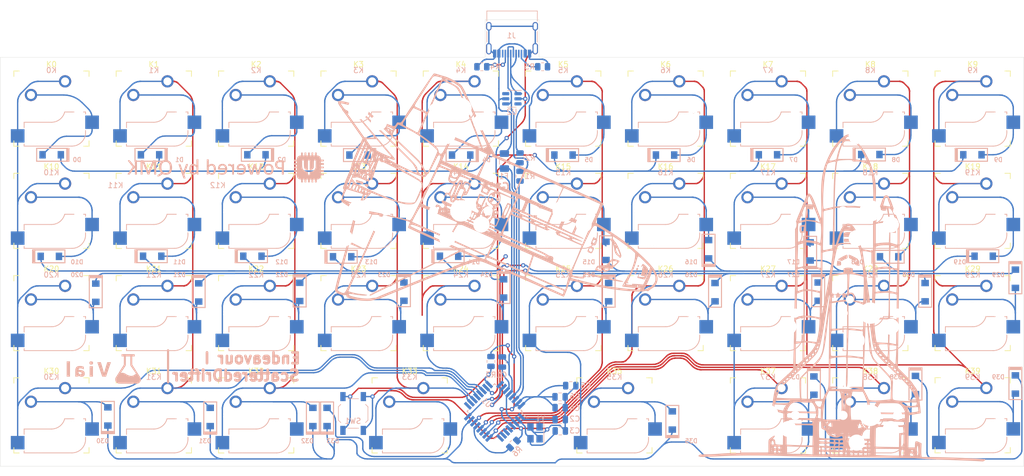
<source format=kicad_pcb>
(kicad_pcb (version 20211014) (generator pcbnew)
  (layers (0 "F.Cu" signal) (31 "B.Cu" signal) (34 "B.Paste" user) (35 "F.Paste" user) (36 "B.SilkS" user "B.Silkscreen") (37 "F.SilkS" user "F.Silkscreen") (38 "B.Mask" user) (39 "F.Mask" user) (44 "Edge.Cuts" user))
  (net 0 "")
  (net 1 "GND")
  (net 2 "Net-(C1-Pad1)")
  (net 3 "Net-(C2-Pad2)")
  (net 4 "Net-(C3-Pad1)")
  (net 5 "+5")
  (net 6 "row0")
  (net 7 "Net-(D0-Pad2)")
  (net 8 "Net-(D1-Pad2)")
  (net 9 "Net-(D2-Pad2)")
  (net 10 "Net-(D3-Pad2)")
  (net 11 "Net-(D4-Pad2)")
  (net 12 "Net-(D5-Pad2)")
  (net 13 "Net-(D6-Pad2)")
  (net 14 "Net-(D7-Pad2)")
  (net 15 "Net-(D8-Pad2)")
  (net 16 "Net-(D9-Pad2)")
  (net 17 "row1")
  (net 18 "Net-(D10-Pad2)")
  (net 19 "Net-(D11-Pad2)")
  (net 20 "Net-(D12-Pad2)")
  (net 21 "Net-(D13-Pad2)")
  (net 22 "Net-(D14-Pad2)")
  (net 23 "Net-(D15-Pad2)")
  (net 24 "Net-(D16-Pad2)")
  (net 25 "Net-(D17-Pad2)")
  (net 26 "Net-(D18-Pad2)")
  (net 27 "Net-(D19-Pad2)")
  (net 28 "row2")
  (net 29 "Net-(D20-Pad2)")
  (net 30 "Net-(D21-Pad2)")
  (net 31 "Net-(D22-Pad2)")
  (net 32 "Net-(D23-Pad2)")
  (net 33 "Net-(D24-Pad2)")
  (net 34 "Net-(D25-Pad2)")
  (net 35 "Net-(D26-Pad2)")
  (net 36 "Net-(D27-Pad2)")
  (net 37 "Net-(D28-Pad2)")
  (net 38 "Net-(D29-Pad2)")
  (net 39 "row3")
  (net 40 "Net-(D30-Pad2)")
  (net 41 "Net-(D31-Pad2)")
  (net 42 "Net-(D32-Pad2)")
  (net 43 "Net-(D33-Pad2)")
  (net 44 "Net-(D35-Pad2)")
  (net 45 "Net-(D37-Pad2)")
  (net 46 "Net-(D38-Pad2)")
  (net 47 "Net-(D39-Pad2)")
  (net 48 "VCC")
  (net 49 "Net-(J1-PadB8)")
  (net 50 "Net-(J1-PadA5)")
  (net 51 "D-")
  (net 52 "D+")
  (net 53 "Net-(J1-PadA8)")
  (net 54 "Net-(J1-PadB5)")
  (net 55 "col0")
  (net 56 "col1")
  (net 57 "col2")
  (net 58 "col3")
  (net 59 "col4")
  (net 60 "col5")
  (net 61 "col6")
  (net 62 "col7")
  (net 63 "col8")
  (net 64 "col9")
  (net 65 "Net-(R1-Pad2)")
  (net 66 "Net-(R2-Pad1)")
  (net 67 "Net-(R3-Pad2)")
  (net 68 "Net-(R6-Pad2)")
  (net 69 "Net-(U1-Pad25)")
  (net 70 "Net-(U1-Pad8)")
  (net 71 "Net-(U1-Pad7)")
  (net 72 "Net-(U1-Pad6)")
  (net 73 "Net-(U1-Pad5)")
  (net 74 "Net-(U2-Pad6)")
  (net 75 "Net-(U2-Pad3)")
  (net 76 "Net-(U1-Pad17)")
  (footprint "keyswitches:Kailh_socket_MX_optional" (layer "F.Cu") (at 60.99 35.33)
    (fp_text reference "K0")
    (fp_text value "KEYSW")
  )
  (footprint "keyswitches:Kailh_socket_MX_optional" (layer "F.Cu") (at 80.04 35.33)
    (fp_text reference "K1")
    (fp_text value "KEYSW")
  )
  (footprint "keyswitches:Kailh_socket_MX_optional" (layer "F.Cu") (at 99.09 35.33)
    (fp_text reference "K2")
    (fp_text value "KEYSW")
  )
  (footprint "keyswitches:Kailh_socket_MX_optional" (layer "F.Cu") (at 118.14 35.33)
    (fp_text reference "K3")
    (fp_text value "KEYSW")
  )
  (footprint "keyswitches:Kailh_socket_MX_optional" (layer "F.Cu") (at 137.19 35.33)
    (fp_text reference "K4")
    (fp_text value "KEYSW")
  )
  (footprint "keyswitches:Kailh_socket_MX_optional" (layer "F.Cu") (at 175.29 35.33)
    (fp_text reference "K6")
    (fp_text value "KEYSW")
  )
  (footprint "keyswitches:Kailh_socket_MX_optional" (layer "F.Cu") (at 194.34 35.33)
    (fp_text reference "K7")
    (fp_text value "KEYSW")
  )
  (footprint "keyswitches:Kailh_socket_MX_optional" (layer "F.Cu") (at 213.39 35.33)
    (fp_text reference "K8")
    (fp_text value "KEYSW")
  )
  (footprint "keyswitches:Kailh_socket_MX_optional" (layer "F.Cu") (at 232.44 35.33)
    (fp_text reference "K9")
    (fp_text value "KEYSW")
  )
  (footprint "keyswitches:Kailh_socket_MX_optional" (layer "F.Cu") (at 60.99 54.38)
    (fp_text reference "K10")
    (fp_text value "KEYSW")
  )
  (footprint "keyswitches:Kailh_socket_MX_optional" (layer "F.Cu") (at 80.04 54.38)
    (fp_text reference "K11")
    (fp_text value "KEYSW")
  )
  (footprint "keyswitches:Kailh_socket_MX_optional" (layer "F.Cu") (at 99.09 54.38)
    (fp_text reference "K12")
    (fp_text value "KEYSW")
  )
  (footprint "keyswitches:Kailh_socket_MX_optional" (layer "F.Cu") (at 118.14 54.38)
    (fp_text reference "K13")
    (fp_text value "KEYSW")
  )
  (footprint "keyswitches:Kailh_socket_MX_optional" (layer "F.Cu") (at 137.19 54.38)
    (fp_text reference "K14")
    (fp_text value "KEYSW")
  )
  (footprint "keyswitches:Kailh_socket_MX_optional" (layer "F.Cu") (at 156.24 54.38)
    (fp_text reference "K15")
    (fp_text value "KEYSW")
  )
  (footprint "keyswitches:Kailh_socket_MX_optional" (layer "F.Cu") (at 175.29 54.38)
    (fp_text reference "K16")
    (fp_text value "KEYSW")
  )
  (footprint "keyswitches:Kailh_socket_MX_optional" (layer "F.Cu") (at 194.34 54.38)
    (fp_text reference "K17")
    (fp_text value "KEYSW")
  )
  (footprint "keyswitches:Kailh_socket_MX_optional" (layer "F.Cu") (at 213.39 54.38)
    (fp_text reference "K18")
    (fp_text value "KEYSW")
  )
  (footprint "keyswitches:Kailh_socket_MX_optional" (layer "F.Cu") (at 232.44 54.38)
    (fp_text reference "K19")
    (fp_text value "KEYSW")
  )
  (footprint "keyswitches:Kailh_socket_MX_optional" (layer "F.Cu") (at 60.99 73.43)
    (fp_text reference "K20")
    (fp_text value "KEYSW")
  )
  (footprint "keyswitches:Kailh_socket_MX_optional" (layer "F.Cu") (at 80.04 73.43)
    (fp_text reference "K21")
    (fp_text value "KEYSW")
  )
  (footprint "keyswitches:Kailh_socket_MX_optional" (layer "F.Cu") (at 99.09 73.43)
    (fp_text reference "K22")
    (fp_text value "KEYSW")
  )
  (footprint "keyswitches:Kailh_socket_MX_optional" (layer "F.Cu") (at 118.14 73.43)
    (fp_text reference "K23")
    (fp_text value "KEYSW")
  )
  (footprint "keyswitches:Kailh_socket_MX_optional" (layer "F.Cu") (at 137.19 73.43)
    (fp_text reference "K24")
    (fp_text value "KEYSW")
  )
  (footprint "keyswitches:Kailh_socket_MX_optional" (layer "F.Cu") (at 156.24 73.43)
    (fp_text reference "K25")
    (fp_text value "KEYSW")
  )
  (footprint "keyswitches:Kailh_socket_MX_optional" (layer "F.Cu") (at 175.29 73.43)
    (fp_text reference "K26")
    (fp_text value "KEYSW")
  )
  (footprint "keyswitches:Kailh_socket_MX_optional" (layer "F.Cu") (at 194.34 73.43)
    (fp_text reference "K27")
    (fp_text value "KEYSW")
  )
  (footprint "keyswitches:Kailh_socket_MX_optional" (layer "F.Cu") (at 213.39 73.43)
    (fp_text reference "K28")
    (fp_text value "KEYSW")
  )
  (footprint "keyswitches:Kailh_socket_MX_optional" (layer "F.Cu") (at 232.44 73.43)
    (fp_text reference "K29")
    (fp_text value "KEYSW")
  )
  (footprint "keyswitches:Kailh_socket_MX_optional" (layer "F.Cu") (at 60.99 92.48)
    (fp_text reference "K30")
    (fp_text value "KEYSW")
  )
  (footprint "keyswitches:Kailh_socket_MX_optional" (layer "F.Cu") (at 80.04 92.48)
    (fp_text reference "K31")
    (fp_text value "KEYSW")
  )
  (footprint "keyswitches:Kailh_socket_MX_optional" (layer "F.Cu") (at 99.09 92.48)
    (fp_text reference "K32")
    (fp_text value "KEYSW")
  )
  (footprint "keyswitches:Kailh_socket_MX_optional" (layer "F.Cu") (at 127.665 92.48)
    (fp_text reference "K33")
    (fp_text value "KEYSW")
  )
  (footprint "keyswitches:Kailh_socket_MX_optional" (layer "F.Cu") (at 165.765 92.48)
    (fp_text reference "K35")
    (fp_text value "KEYSW")
  )
  (footprint "keyswitches:Kailh_socket_MX_optional" (layer "F.Cu") (at 194.34 92.48)
    (fp_text reference "K37")
    (fp_text value "KEYSW")
  )
  (footprint "keyswitches:Kailh_socket_MX_optional" (layer "F.Cu") (at 213.39 92.48)
    (fp_text reference "K38")
    (fp_text value "KEYSW")
  )
  (footprint "keyswitches:Kailh_socket_MX_optional" (layer "F.Cu") (at 232.44 92.46)
    (fp_text reference "K39")
    (fp_text value "KEYSW")
  )
  (footprint "keyswitches:Kailh_socket_MX_optional" (layer "F.Cu") (at 156.24 35.33)
    (fp_text reference "K5")
    (fp_text value "KEYSW")
  )
  (footprint "keyswitches:Stabilizer_MX_2u" (layer "F.Cu") (at 127.665 92.48 180)
    (fp_text reference "REF**" hide)
    (fp_text value "Stabilizer_MX_2u" hide)
  )
  (footprint "keyswitches:Stabilizer_MX_2u" (layer "F.Cu") (at 165.765 92.48 180)
    (fp_text reference "REF**" hide)
    (fp_text value "Stabilizer_MX_2u" hide)
  )
  (footprint "Capacitor_SMD:C_0805_2012Metric" (layer "B.Cu") (at 144.89 82.53 90)
    (fp_text reference "C1")
    (fp_text value "1uF")
  )
  (footprint "Capacitor_SMD:C_0805_2012Metric" (layer "B.Cu") (at 155.68 93.25 180)
    (fp_text reference "C2")
    (fp_text value "22pF")
  )
  (footprint "Capacitor_SMD:C_0805_2012Metric" (layer "B.Cu") (at 155.69 95.38)
    (fp_text reference "C3")
    (fp_text value "22pF")
  )
  (footprint "Capacitor_SMD:C_0805_2012Metric" (layer "B.Cu") (at 155.67 91.05)
    (fp_text reference "C4")
    (fp_text value "0.1uF")
  )
  (footprint "Capacitor_SMD:C_0805_2012Metric" (layer "B.Cu") (at 157.64 86.94)
    (fp_text reference "C5")
    (fp_text value "10uF")
  )
  (footprint "Capacitor_SMD:C_0805_2012Metric" (layer "B.Cu") (at 155.65 89.03)
    (fp_text reference "C6")
    (fp_text value "0.1uF")
  )
  (footprint "keyboard_parts:D_SOD123" (layer "B.Cu") (at 61.04 43.93 180)
    (fp_text reference "D0")
    (fp_text value "1N4448" hide)
  )
  (footprint "keyboard_parts:D_SOD123" (layer "B.Cu") (at 79.34 43.93 180)
    (fp_text reference "D1")
    (fp_text value "1N4448" hide)
  )
  (footprint "keyboard_parts:D_SOD123" (layer "B.Cu") (at 99.14 43.93 180)
    (fp_text reference "D2")
    (fp_text value "1N4448" hide)
  )
  (footprint "keyboard_parts:D_SOD123" (layer "B.Cu") (at 137.24 43.98 180)
    (fp_text reference "D4")
    (fp_text value "1N4448" hide)
  )
  (footprint "keyboard_parts:D_SOD123" (layer "B.Cu") (at 175.19 43.98)
    (fp_text reference "D6")
    (fp_text value "1N4448" hide)
  )
  (footprint "keyboard_parts:D_SOD123" (layer "B.Cu") (at 194.34 43.93)
    (fp_text reference "D7")
    (fp_text value "1N4448" hide)
  )
  (footprint "keyboard_parts:D_SOD123" (layer "B.Cu") (at 60.69 62.855)
    (fp_text reference "D10")
    (fp_text value "1N4448" hide)
  )
  (footprint "keyboard_parts:D_SOD123" (layer "B.Cu") (at 79.74 62.83)
    (fp_text reference "D11")
    (fp_text value "1N4448" hide)
  )
  (footprint "keyboard_parts:D_SOD123" (layer "B.Cu") (at 98.39 62.83)
    (fp_text reference "D12")
    (fp_text value "1N4448" hide)
  )
  (footprint "keyboard_parts:D_SOD123" (layer "B.Cu") (at 134.99 62.83)
    (fp_text reference "D14")
    (fp_text value "1N4448" hide)
  )
  (footprint "keyboard_parts:D_SOD123" (layer "B.Cu") (at 164.19 61.83 90)
    (fp_text reference "D15")
    (fp_text value "1N4448" hide)
  )
  (footprint "keyboard_parts:D_SOD123" (layer "B.Cu") (at 202.19 61.93 90)
    (fp_text reference "D17")
    (fp_text value "1N4448" hide)
  )
  (footprint "keyboard_parts:D_SOD123" (layer "B.Cu") (at 216.89 62.93)
    (fp_text reference "D18")
    (fp_text value "1N4448" hide)
  )
  (footprint "keyboard_parts:D_SOD123" (layer "B.Cu") (at 234.49 62.83)
    (fp_text reference "D19")
    (fp_text value "1N4448" hide)
  )
  (footprint "keyboard_parts:D_SOD123" (layer "B.Cu") (at 69.24 69.63 -90)
    (fp_text reference "D20")
    (fp_text value "1N4448" hide)
  )
  (footprint "keyboard_parts:D_SOD123" (layer "B.Cu") (at 88.39 69.58 -90)
    (fp_text reference "D21")
    (fp_text value "1N4448" hide)
  )
  (footprint "keyboard_parts:D_SOD123" (layer "B.Cu") (at 107.19 69.48 -90)
    (fp_text reference "D22")
    (fp_text value "1N4448" hide)
  )
  (footprint "keyboard_parts:D_SOD123" (layer "B.Cu") (at 145.14 68.83 -90)
    (fp_text reference "D24")
    (fp_text value "1N4448" hide)
  )
  (footprint "keyboard_parts:D_SOD123" (layer "B.Cu") (at 164.69 69.53 -90)
    (fp_text reference "D25")
    (fp_text value "1N4448" hide)
  )
  (footprint "keyboard_parts:D_SOD123" (layer "B.Cu") (at 184.49 69.53 -90)
    (fp_text reference "D26")
    (fp_text value "1N4448" hide)
  )
  (footprint "keyboard_parts:D_SOD123" (layer "B.Cu") (at 203.69 69.43 -90)
    (fp_text reference "D27")
    (fp_text value "1N4448" hide)
  )
  (footprint "keyboard_parts:D_SOD123" (layer "B.Cu") (at 71.49 92.68 90)
    (fp_text reference "D30")
    (fp_text value "1N4448" hide)
  )
  (footprint "keyboard_parts:D_SOD123" (layer "B.Cu") (at 90.54 92.78 90)
    (fp_text reference "D31")
    (fp_text value "1N4448" hide)
  )
  (footprint "keyboard_parts:D_SOD123" (layer "B.Cu") (at 202.89 86.93 -90)
    (fp_text reference "D37")
    (fp_text value "1N4448" hide)
  )
  (footprint "keyboard_parts:D_SOD123" (layer "B.Cu") (at 221.79 86.83 -90)
    (fp_text reference "D38")
    (fp_text value "1N4448" hide)
  )
  (footprint "keyboard_parts:D_SOD123" (layer "B.Cu") (at 240.39 86.73 -90)
    (fp_text reference "D39")
    (fp_text value "1N4448" hide)
  )
  (footprint "Fuse:Fuse_1206_3216Metric" (layer "B.Cu") (at 145.28 45.1 -90)
    (fp_text reference "F1")
    (fp_text value "Polyfuse_Small")
  )
  (footprint "Connector_USB:USB_C_Receptacle_HRO_TYPE-C-31-M-12" (layer "B.Cu") (at 146.715 21.0425)
    (fp_text reference "J1")
    (fp_text value "USB_C_Receptacle_USB2.0")
  )
  (footprint "Resistor_SMD:R_0805_2012Metric" (layer "B.Cu") (at 148.19 47.91 -90)
    (fp_text reference "R1")
    (fp_text value "22")
  )
  (footprint "Resistor_SMD:R_0805_2012Metric" (layer "B.Cu") (at 148.19 44.51 90)
    (fp_text reference "R2")
    (fp_text value "22")
  )
  (footprint "Resistor_SMD:R_0805_2012Metric" (layer "B.Cu") (at 141.09 27.53)
    (fp_text reference "R4")
    (fp_text value "5,1k")
  )
  (footprint "Package_TO_SOT_SMD:SOT-23-6" (layer "B.Cu") (at 146.68 33.5 180)
    (fp_text reference "U2")
    (fp_text value "SRV05-4")
  )
  (footprint "keyboard_parts:D_SOD123" (layer "B.Cu") (at 176.54 93.43 90)
    (fp_text reference "D35")
    (fp_text value "1N4448" hide)
  )
  (footprint "keyboard_parts:D_SOD123" (layer "B.Cu") (at 109.64 92.78 90)
    (fp_text reference "D32")
    (fp_text value "1N4448" hide)
  )
  (footprint "keyboard_parts:D_SOD123" (layer "B.Cu") (at 126.59 69.43 -90)
    (fp_text reference "D23")
    (fp_text value "1N4448" hide)
  )
  (footprint "keyboard_parts:D_SOD123" (layer "B.Cu") (at 183.29 61.53 90)
    (fp_text reference "D16")
    (fp_text value "1N4448" hide)
  )
  (footprint "keyboard_parts:D_SOD123" (layer "B.Cu") (at 112.29 92.78 90)
    (fp_text reference "D33")
    (fp_text value "1N4448" hide)
  )
  (footprint "keyboard_parts:D_SOD123" (layer "B.Cu") (at 232.39 43.93)
    (fp_text reference "D9")
    (fp_text value "1N4448" hide)
  )
  (footprint "Resistor_SMD:R_0805_2012Metric" (layer "B.Cu") (at 146.974765 97.825235 -135)
    (fp_text reference "R6")
    (fp_text value "10k")
  )
  (footprint "keyboard_parts:D_SOD123" (layer "B.Cu") (at 115.09 62.93)
    (fp_text reference "D13")
    (fp_text value "1N4448" hide)
  )
  (footprint "Crystal:Crystal_SMD_3225-4Pin_3.2x2.5mm" (layer "B.Cu") (at 150.99 95.73 -90)
    (fp_text reference "Y1")
    (fp_text value "Crystal_GND24_Small")
  )
  (footprint "Package_QFP:TQFP-32_7x7mm_P0.8mm" (layer "B.Cu") (at 143.47 91.71 135)
    (fp_text reference "U1")
    (fp_text value "ATmega32U2-A")
  )
  (footprint "Resistor_SMD:R_0805_2012Metric" (layer "B.Cu") (at 152.4 27.53 180)
    (fp_text reference "R5")
    (fp_text value "5,1k")
  )
  (footprint "Resistor_SMD:R_0805_2012Metric" (layer "B.Cu") (at 142.79 82.43 -90)
    (fp_text reference "R3")
    (fp_text value "10k")
  )
  (footprint "keyboard_parts:D_SOD123" (layer "B.Cu") (at 223.59 69.53 -90)
    (fp_text reference "D28")
    (fp_text value "1N4448" hide)
  )
  (footprint "keyboard_parts:D_SOD123" (layer "B.Cu") (at 213.39 43.88)
    (fp_text reference "D8")
    (fp_text value "1N4448" hide)
  )
  (footprint "keyboard_parts:D_SOD123" (layer "B.Cu") (at 240.39 67.03 -90)
    (fp_text reference "D29")
    (fp_text value "1N4448" hide)
  )
  (footprint "keyboard_parts:D_SOD123" (layer "B.Cu") (at 118.14 43.98 180)
    (fp_text reference "D3")
    (fp_text value "1N4448" hide)
  )
  (footprint "Button_Switch_SMD:SW_SPST_TL3342" (layer "B.Cu") (at 117.14 92.13 90)
    (fp_text reference "SW1")
    (fp_text value "SW_PUSH")
  )
  (footprint "keyboard_parts:D_SOD123" (layer "B.Cu") (at 156.29 43.98)
    (fp_text reference "D5")
    (fp_text value "1N4448" hide)
  )
  (footprint "Keebio-Parts:qmk" (layer "B.Cu") (at 93.35 46.26 180)
    (fp_text reference "G***" hide)
    (fp_text value "LOGO" hide)
  )
  (footprint "Keebio-Parts:vial_logo" (layer "B.Cu") (at 69.8256 83.863229 180)
    (fp_text reference "G***" hide)
    (fp_text value "LOGO" hide)
  )
  (footprint "silkimages:spaceshuttle-standing" (layer "B.Cu") (at 208.14 70.6 180)
    (fp_text reference "G***")
    (fp_text value "LOGO" hide)
  )
  (footprint "silkimages:spaceshuttle-top" (layer "B.Cu") (at 143.78 49.96 180)
    (fp_text reference "G***")
    (fp_text value "LOGO" hide)
  )
  (gr_line (start 82.69 86.35) (end 82.69 80.35) (layer "B.SilkS") (width 0.4))
  (gr_line (start 180.369818 36.086815) (end 180.701124 36.086587) (layer "B.SilkS") (width 0.1))
  (gr_line (start 180.482946 36.20367) (end 180.369818 36.086815) (layer "B.SilkS") (width 0.1))
  (gr_line (start 141.7 18.79) (end 151.73 18.79) (layer "Edge.Cuts") (width 0.05))
  (gr_line (start 51.47 25.79) (end 141.7 25.79) (layer "Edge.Cuts") (width 0.05))
  (gr_line (start 141.7 25.79) (end 141.7 18.79) (layer "Edge.Cuts") (width 0.05))
  (gr_line (start 241.96 25.79) (end 241.96 101.98) (layer "Edge.Cuts") (width 0.05))
  (gr_line (start 51.47 101.98) (end 51.47 25.79) (layer "Edge.Cuts") (width 0.05))
  (gr_line (start 151.73 25.79) (end 151.73 18.79) (layer "Edge.Cuts") (width 0.05))
  (gr_line (start 241.96 25.79) (end 151.73 25.79) (layer "Edge.Cuts") (width 0.05))
  (gr_line (start 241.96 101.98) (end 51.47 101.98) (layer "Edge.Cuts") (width 0.05))
  (gr_text "Endeavour I    \nScatteredDrifter" (at 95.32 83.46) (layer "B.SilkS") (effects (font (size 2 2) (thickness 0.5)) (justify mirror)))
  (segment (start 120.74 88.98) (end 120.74 88.98) (width 0.25) (layer "F.Cu") (net 1))
  (segment (start 135.140832 89.683951) (end 135.25335 89.721116) (width 0.25) (layer "F.Cu") (net 1))
  (segment (start 153.066472 94.906472) (end 153.257501 95.097501) (width 0.25) (layer "F.Cu") (net 1))
  (segment (start 142.548583 96.644479) (end 142.580336 96.660462) (width 0.25) (layer "F.Cu") (net 1))
  (segment (start 126.141744 88.355108) (end 126.235159 88.42801) (width 0.25) (layer "F.Cu") (net 1))
  (segment (start 127.265546 89.29494) (end 127.371389 89.348217) (width 0.25) (layer "F.Cu") (net 1))
  (segment (start 146.076893 94.918096) (end 145.959289 94.932601) (width 0.25) (layer "F.Cu") (net 1))
  (segment (start 125.944753 88.223483) (end 126.044864 88.286878) (width 0.25) (layer "F.Cu") (net 1))
  (segment (start 142.89 96.73) (end 143.19 96.73) (width 0.25) (layer "F.Cu") (net 1))
  (segment (start 126.965453 89.104909) (end 127.062334 89.173139) (width 0.25) (layer "F.Cu") (net 1))
  (segment (start 127.371389 89.348217) (end 127.479719 89.396236) (width 0.25) (layer "F.Cu") (net 1))
  (segment (start 143.26099 96.726511) (end 143.296271 96.72216) (width 0.25) (layer "F.Cu") (net 1))
  (segment (start 127.479719 89.396236) (end 127.590275 89.438882) (width 0.25) (layer "F.Cu") (net 1))
  (segment (start 142.783728 96.72216) (end 142.819009 96.726511) (width 0.25) (layer "F.Cu") (net 1))
  (segment (start 149.143869 36.704238) (end 149.158374 36.586634) (width 0.25) (layer "F.Cu") (net 1))
  (segment (start 135.878205 90.055053) (end 135.971629 90.127947) (width 0.25) (layer "F.Cu") (net 1))
  (segment (start 149.066044 37.050808) (end 149.097648 36.936605) (width 0.25) (layer "F.Cu") (net 1))
  (segment (start 128.403599 89.580009) (end 134.44001 89.580009) (width 0.25) (layer "F.Cu") (net 1))
  (segment (start 124.7036 87.88001) (end 124.822059 87.882918) (width 0.25) (layer "F.Cu") (net 1))
  (segment (start 135.971629 90.127947) (end 136.061364 90.205338) (width 0.25) (layer "F.Cu") (net 1))
  (segment (start 149.35377 26.11362) (end 149.311124 26.224175) (width 0.25) (layer "F.Cu") (net 1))
  (segment (start 145.389648 95.090242) (end 145.281318 95.138261) (width 0.25) (layer "F.Cu") (net 1))
  (segment (start 127.702789 89.476052) (end 127.816993 89.507656) (width 0.25) (layer "F.Cu") (net 1))
  (segment (start 143.433996 96.687661) (end 143.467163 96.674867) (width 0.25) (layer "F.Cu") (net 1))
  (segment (start 143.225537 96.729126) (end 143.26099 96.726511) (width 0.25) (layer "F.Cu") (net 1))
  (segment (start 145.612718 95.010426) (end 145.500203 95.047596) (width 0.25) (layer "F.Cu") (net 1))
  (segment (start 142.714017 96.708294) (end 142.748702 96.716082) (width 0.25) (layer "F.Cu") (net 1))
  (segment (start 135.026626 89.65235) (end 135.140832 89.683951) (width 0.25) (layer "F.Cu") (net 1))
  (segment (start 142.403613 96.542379) (end 142.43053 96.565598) (width 0.25) (layer "F.Cu") (net 1))
  (segment (start 125.841651 88.165077) (end 125.944753 88.223483) (width 0.25) (layer "F.Cu") (net 1))
  (segment (start 144.875382 95.38157) (end 144.781966 95.454472) (width 0.25) (layer "F.Cu") (net 1))
  (segment (start 149.795398 25.416212) (end 149.718 25.505938) (width 0.25) (layer "F.Cu") (net 1))
  (segment (start 135.578092 89.865042) (end 135.6812 89.923441) (width 0.25) (layer "F.Cu") (net 1))
  (segment (start 149.158374 36.586634) (end 149.167091 36.468459) (width 0.25) (layer "F.Cu") (net 1))
  (segment (start 125.057838 87.90614) (end 125.174589 87.926398) (width 0.25) (layer "F.Cu") (net 1))
  (segment (start 135.36391 89.763757) (end 135.472244 89.811771) (width 0.25) (layer "F.Cu") (net 1))
  (segment (start 149.172907 26.91904) (end 149.17 27.0375) (width 0.25) (layer "F.Cu") (net 1))
  (segment (start 143.649467 96.565598) (end 143.676384 96.542378) (width 0.25) (layer "F.Cu") (net 1))
  (segment (start 126.410706 88.587116) (end 126.696492 88.872902) (width 0.25) (layer "F.Cu") (net 1))
  (segment (start 145.726921 94.978822) (end 145.612718 95.010426) (width 0.25) (layer "F.Cu") (net 1))
  (segment (start 143.702131 96.517867) (end 144.606421 95.613578) (width 0.25) (layer "F.Cu") (net 1))
  (segment (start 143.531414 96.644478) (end 143.562345 96.626956) (width 0.25) (layer "F.Cu") (net 1))
  (segment (start 149.645098 25.599354) (end 149.576867 25.696234) (width 0.25) (layer "F.Cu") (net 1))
  (segment (start 143.365981 96.708293) (end 143.400242 96.698812) (width 0.25) (layer "F.Cu") (net 1))
  (segment (start 134.44001 89.580009) (end 134.558471 89.582916) (width 0.25) (layer "F.Cu") (net 1))
  (segment (start 126.872038 89.032006) (end 126.965453 89.104909) (width 0.25) (layer "F.Cu") (net 1))
  (segment (start 121.83999 87.88001) (end 124.7036 87.88001) (width 0.25) (layer "F.Cu") (net 1))
  (segment (start 148.363528 94.906472) (end 153.066472 94.906472) (width 0.25) (layer "F.Cu") (net 1))
  (segment (start 142.819009 96.726511) (end 142.854461 96.729127) (width 0.25) (layer "F.Cu") (net 1))
  (segment (start 146.313528 94.906472) (end 146.195068 94.909379) (width 0.25) (layer "F.Cu") (net 1))
  (segment (start 143.676384 96.542378) (end 143.702131 96.517867) (width 0.25) (layer "F.Cu") (net 1))
  (segment (start 143.19 96.73) (end 143.225537 96.729126) (width 0.25) (layer "F.Cu") (net 1))
  (segment (start 149.196129 26.683261) (end 149.181624 26.800865) (width 0.25) (layer "F.Cu") (net 1))
  (segment (start 142.679756 96.698812) (end 142.714017 96.708294) (width 0.25) (layer "F.Cu") (net 1))
  (segment (start 145.500203 95.047596) (end 145.389648 95.090242) (width 0.25) (layer "F.Cu") (net 1))
  (segment (start 145.959289 94.932601) (end 145.842538 94.952859) (width 0.25) (layer "F.Cu") (net 1))
  (segment (start 149.576867 25.696234) (end 149.513472 25.796345) (width 0.25) (layer "F.Cu") (net 1))
  (segment (start 125.735808 88.1118) (end 125.841651 88.165077) (width 0.25) (layer "F.Cu") (net 1))
  (segment (start 121.83999 87.88001) (end 120.74 88.98) (width 0.25) (layer "F.Cu") (net 1))
  (segment (start 142.612835 96.674868) (end 142.646002 96.687661) (width 0.25) (layer "F.Cu") (net 1))
  (segment (start 149.401789 26.00529) (end 149.35377 26.11362) (width 0.25) (layer "F.Cu") (net 1))
  (segment (start 128.04936 89.553877) (end 128.166964 89.568382) (width 0.25) (layer "F.Cu") (net 1))
  (segment (start 149.311124 26.224175) (end 149.273954 26.33669) (width 0.25) (layer "F.Cu") (net 1))
  (segment (start 145.175475 95.191538) (end 145.072374 95.249944) (width 0.25) (layer "F.Cu") (net 1))
  (segment (start 148.76313 37.691264) (end 148.826525 37.591152) (width 0.25) (layer "F.Cu") (net 1))
  (segment (start 148.544599 37.971285) (end 148.621997 37.881559) (width 0.25) (layer "F.Cu") (net 1))
  (segment (start 149.24235 26.450893) (end 149.216387 26.56651) (width 0.25) (layer "F.Cu") (net 1))
  (segment (start 142.377867 96.517867) (end 142.403613 96.542379) (width 0.25) (layer "F.Cu") (net 1))
  (segment (start 142.646002 96.687661) (end 142.679756 96.698812) (width 0.25) (layer "F.Cu") (net 1))
  (segment (start 148.462893 38.057106) (end 148.544599 37.971285) (width 0.25) (layer "F.Cu") (net 1))
  (segment (start 126.782312 88.954608) (end 126.872038 89.032006) (width 0.25) (layer "F.Cu") (net 1))
  (segment (start 136.061364 90.205338) (end 136.147116 90.287116) (width 0.25) (layer "F.Cu") (net 1))
  (segment (start 145.072374 95.249944) (end 144.972262 95.313339) (width 0.25) (layer "F.Cu") (net 1))
  (segment (start 142.580336 96.660462) (end 142.612835 96.674868) (width 0.25) (layer "F.Cu") (net 1))
  (segment (start 149.181624 26.800865) (end 149.172907 26.91904) (width 0.25) (layer "F.Cu") (net 1))
  (segment (start 142.43053 96.565598) (end 142.458555 96.587469) (width 0.25) (layer "F.Cu") (net 1))
  (segment (start 134.911007 89.626391) (end 135.026626 89.65235) (width 0.25) (layer "F.Cu") (net 1))
  (segment (start 127.932609 89.533619) (end 128.04936 89.553877) (width 0.25) (layer "F.Cu") (net 1))
  (segment (start 142.517653 96.626957) (end 142.548583 96.644479) (width 0.25) (layer "F.Cu") (net 1))
  (segment (start 149.877106 25.330393) (end 149.795398 25.416212) (width 0.25) (layer "F.Cu") (net 1))
  (segment (start 146.195068 94.909379) (end 146.076893 94.918096) (width 0.25) (layer "F.Cu") (net 1))
  (segment (start 143.592378 96.607938) (end 143.621442 96.587469) (width 0.25) (layer "F.Cu") (net 1))
  (segment (start 149.123611 36.820989) (end 149.143869 36.704238) (width 0.25) (layer "F.Cu") (net 1))
  (segment (start 127.816993 89.507656) (end 127.932609 89.533619) (width 0.25) (layer "F.Cu") (net 1))
  (segment (start 148.6949 37.788144) (end 148.76313 37.691264) (width 0.25) (layer "F.Cu") (net 1))
  (segment (start 135.781317 89.986829) (end 135.878205 90.055053) (width 0.25) (layer "F.Cu") (net 1))
  (segment (start 148.826525 37.591152) (end 148.884931 37.488051) (width 0.25) (layer "F.Cu") (net 1))
  (segment (start 135.472244 89.811771) (end 135.578092 89.865042) (width 0.25) (layer "F.Cu") (net 1))
  (segment (start 135.6812 89.923441) (end 135.781317 89.986829) (width 0.25) (layer "F.Cu") (net 1))
  (segment (start 142.487619 96.607938) (end 142.517653 96.626957) (width 0.25) (layer "F.Cu") (net 1))
  (segment (start 148.621997 37.881559) (end 148.6949 37.788144) (width 0.25) (layer "F.Cu") (net 1))
  (segment (start 125.290205 87.95236) (end 125.404408 87.983965) (width 0.25) (layer "F.Cu") (net 1))
  (segment (start 148.462893 38.057106) (end 145.71 40.81) (width 0.25) (layer "F.Cu") (net 1))
  (segment (start 143.400242 96.698812) (end 143.433996 96.687661) (width 0.25) (layer "F.Cu") (net 1))
  (segment (start 149.028874 37.163323) (end 149.066044 37.050808) (width 0.25) (layer "F.Cu") (net 1))
  (segment (start 134.794254 89.606135) (end 134.911007 89.626391) (width 0.25) (layer "F.Cu") (net 1))
  (segment (start 125.627478 88.06378) (end 125.735808 88.1118) (width 0.25) (layer "F.Cu") (net 1))
  (segment (start 125.174589 87.926398) (end 125.290205 87.95236) (width 0.25) (layer "F.Cu") (net 1))
  (segment (start 149.513472 25.796345) (end 149.455066 25.899447) (width 0.25) (layer "F.Cu") (net 1))
  (segment (start 128.285139 89.577099) (end 128.403599 89.580009) (width 0.25) (layer "F.Cu") (net 1))
  (segment (start 143.499662 96.660461) (end 143.531414 96.644478) (width 0.25) (layer "F.Cu") (net 1))
  (segment (start 149.216387 26.56651) (end 149.196129 26.683261) (width 0.25) (layer "F.Cu") (net 1))
  (segment (start 134.676648 89.591632) (end 134.794254 89.606135) (width 0.25) (layer "F.Cu") (net 1))
  (segment (start 145.842538 94.952859) (end 145.726921 94.978822) (width 0.25) (layer "F.Cu") (net 1))
  (segment (start 126.235159 88.42801) (end 126.324885 88.505408) (width 0.25) (layer "F.Cu") (net 1))
  (segment (start 148.938208 37.382208) (end 148.986228 37.273878) (width 0.25) (layer "F.Cu") (net 1))
  (segment (start 127.162445 89.236534) (end 127.265546 89.29494) (width 0.25) (layer "F.Cu") (net 1))
  (segment (start 143.621442 96.587469) (end 143.649467 96.565598) (width 0.25) (layer "F.Cu") (net 1))
  (segment (start 143.562345 96.626956) (end 143.592378 96.607938) (width 0.25) (layer "F.Cu") (net 1))
  (segment (start 128.166964 89.568382) (end 128.285139 89.577099) (width 0.25) (layer "F.Cu") (net 1))
  (segment (start 149.877106 25.330393) (end 151.035 24.1725) (width 0.25) (layer "F.Cu") (net 1))
  (segment (start 144.972262 95.313339) (end 144.875382 95.38157) (width 0.25) (layer "F.Cu") (net 1))
  (segment (start 143.467163 96.674867) (end 143.499662 96.660461) (width 0.25) (layer "F.Cu") (net 1))
  (segment (start 149.455066 25.899447) (end 149.401789 26.00529) (width 0.25) (layer "F.Cu") (net 1))
  (segment (start 126.044864 88.286878) (end 126.141744 88.355108) (width 0.25) (layer "F.Cu") (net 1))
  (segment (start 124.822059 87.882918) (end 124.940234 87.891635) (width 0.25) (layer "F.Cu") (net 1))
  (segment (start 149.17 27.0375) (end 149.17 33.5) (width 0.25) (layer "F.Cu") (net 1))
  (segment (start 125.516923 88.021135) (end 125.627478 88.06378) (width 0.25) (layer "F.Cu") (net 1))
  (segment (start 127.590275 89.438882) (end 127.702789 89.476052) (width 0.25) (layer "F.Cu") (net 1))
  (segment (start 148.884931 37.488051) (end 148.938208 37.382208) (width 0.25) (layer "F.Cu") (net 1))
  (segment (start 149.17 36.35) (end 149.17 33.5) (width 0.25) (layer "F.Cu") (net 1))
  (segment (start 144.781966 95.454472) (end 144.692241 95.53187) (width 0.25) (layer "F.Cu") (net 1))
  (segment (start 149.718 25.505938) (end 149.645098 25.599354) (width 0.25) (layer "F.Cu") (net 1))
  (segment (start 127.062334 89.173139) (end 127.162445 89.236534) (width 0.25) (layer "F.Cu") (net 1))
  (segment (start 143.331296 96.716082) (end 143.365981 96.708293) (width 0.25) (layer "F.Cu") (net 1))
  (segment (start 146.313528 94.906472) (end 148.363528 94.906472) (width 0.25) (layer "F.Cu") (net 1))
  (segment (start 126.696492 88.872902) (end 126.782312 88.954608) (width 0.25) (layer "F.Cu") (net 1))
  (segment (start 148.986228 37.273878) (end 149.028874 37.163323) (width 0.25) (layer "F.Cu") (net 1))
  (segment (start 149.097648 36.936605) (end 149.123611 36.820989) (width 0.25) (layer "F.Cu") (net 1))
  (segment (start 136.147116 90.287116) (end 142.377867 96.517867) (width 0.25) (layer "F.Cu") (net 1))
  (segment (start 145.281318 95.138261) (end 145.175475 95.191538) (width 0.25) (layer "F.Cu") (net 1))
  (segment (start 143.296271 96.72216) (end 143.331296 96.716082) (width 0.25) (layer "F.Cu") (net 1))
  (segment (start 125.404408 87.983965) (end 125.516923 88.021135) (width 0.25) (layer "F.Cu") (net 1))
  (segment (start 124.940234 87.891635) (end 125.057838 87.90614) (width 0.25) (layer "F.Cu") (net 1))
  (segment (start 142.854461 96.729127) (end 142.89 96.73) (width 0.25) (layer "F.Cu") (net 1))
  (segment (start 126.324885 88.505408) (end 126.410706 88.587116) (width 0.25) (layer "F.Cu") (net 1))
  (segment (start 135.25335 89.721116) (end 135.36391 89.763757) (width 0.25) (layer "F.Cu") (net 1))
  (segment (start 149.273954 26.33669) (end 149.24235 26.450893) (width 0.25) (layer "F.Cu") (net 1))
  (segment (start 134.558471 89.582916) (end 134.676648 89.591632) (width 0.25) (layer "F.Cu") (net 1))
  (segment (start 142.748702 96.716082) (end 142.783728 96.72216) (width 0.25) (layer "F.Cu") (net 1))
  (segment (start 149.167091 36.468459) (end 149.17 36.35) (width 0.25) (layer "F.Cu") (net 1))
  (segment (start 144.692241 95.53187) (end 144.606421 95.613578) (width 0.25) (layer "F.Cu") (net 1))
  (segment (start 142.458555 96.587469) (end 142.487619 96.607938) (width 0.25) (layer "F.Cu") (net 1))
  (via (at 149.17 33.5) (size 0.8) (drill 0.4) (layers "F.Cu" "B.Cu") (net 1))
  (via (at 148.363528 94.906472) (size 0.8) (drill 0.4) (layers "F.Cu" "B.Cu") (net 1))
  (via (at 145.71 40.81) (size 0.8) (drill 0.4) (layers "F.Cu" "B.Cu") (net 1))
  (via (at 120.74 88.98) (size 0.8) (drill 0.4) (layers "F.Cu" "B.Cu") (net 1))
  (via (at 153.257501 95.097501) (size 0.8) (drill 0.4) (layers "F.Cu" "B.Cu") (net 1))
  (segment (start 149.17 33.5) (end 149.17 33.5) (width 0.25) (layer "B.Cu") (net 1))
  (segment (start 148.363528 94.906472) (end 148.57 95.112944) (width 0.25) (layer "B.Cu") (net 1))
  (segment (start 145.71 40.81) (end 145.71 40.81) (width 0.25) (layer "B.Cu") (net 1))
  (segment (start 153.257501 95.097501) (end 152.700001 95.655001) (width 0.25) (layer "B.Cu") (net 1))
  (segment (start 145.910445 92.434913) (end 145.87633 92.386473) (width 0.25) (layer "B.Cu") (net 1))
  (segment (start 145.69609 91.951335) (end 145.68596 91.89296) (width 0.25) (layer "B.Cu") (net 1))
  (segment (start 120.556228 93.503879) (end 120.693611 93.050989) (width 0.25) (layer "B.Cu") (net 1))
  (segment (start 141.498463 26.282543) (end 141.446912 26.311746) (width 0.25) (layer "B.Cu") (net 1))
  (segment (start 143.75 47.39) (end 143.766452 47.514968) (width 0.25) (layer "B.Cu") (net 1))
  (segment (start 146.508558 50.754968) (end 146.613225 50.911613) (width 0.25) (layer "B.Cu") (net 1))
  (segment (start 120.74 92.58) (end 120.74 88.98) (width 0.25) (layer "B.Cu") (net 1))
  (segment (start 146.26497 49.47497) (end 146.26497 50.21138) (width 0.25) (layer "B.Cu") (net 1))
  (segment (start 148.357867 96.442132) (end 147.62 97.18) (width 0.25) (layer "B.Cu") (net 1))
  (segment (start 146.377131 80.892867) (end 146.287059 81.002619) (width 0.25) (layer "B.Cu") (net 1))
  (segment (start 146.289648 50.398833) (end 146.362002 50.573512) (width 0.25) (layer "B.Cu") (net 1))
  (segment (start 151.035 19.9925) (end 151.035 24.1725) (width 0.25) (layer "B.Cu") (net 1))
  (segment (start 152.900586 26.311746) (end 152.849035 26.282543) (width 0.25) (layer "B.Cu") (net 1))
  (segment (start 156.6 89.03) (end 156.6 95.34) (width 0.25) (layer "B.Cu") (net 1))
  (segment (start 145.480632 48.223433) (end 145.663553 48.373553) (width 0.25) (layer "B.Cu") (net 1))
  (segment (start 145.200009 41.316401) (end 144.457106 42.059303) (width 0.25) (layer "B.Cu") (net 1))
  (segment (start 146.64998 80.42002) (end 146.633527 80.544988) (width 0.25) (layer "B.Cu") (net 1))
  (segment (start 152.700001 95.655001) (end 150.765001 95.655001) (width 0.25) (layer "B.Cu") (net 1))
  (segment (start 143.465 25.89891) (end 143.2239 26.14001) (width 0.25) (layer "B.Cu") (net 1))
  (segment (start 144.457106 42.059303) (end 144.298 42.234848) (width 0.25) (layer "B.Cu") (net 1))
  (segment (start 141.89037 26.153074) (end 141.831994 26.163203) (width 0.25) (layer "B.Cu") (net 1))
  (segment (start 141.396856 26.343443) (end 141.348416 26.377558) (width 0.25) (layer "B.Cu") (net 1))
  (segment (start 143.814688 47.631421) (end 143.891421 47.731421) (width 0.25) (layer "B.Cu") (net 1))
  (segment (start 145.811446 82.501446) (end 144.89 81.58) (width 0.25) (layer "B.Cu") (net 1))
  (segment (start 145.71 40.81) (end 145.203599 41.316401) (width 0.25) (layer "B.Cu") (net 1))
  (segment (start 120.333131 93.921264) (end 120.556228 93.503879) (width 0.25) (layer "B.Cu") (net 1))
  (segment (start 120.693611 93.050989) (end 120.74 92.58) (width 0.25) (layer "B.Cu") (net 1))
  (segment (start 146.02645 92.569394) (end 145.985595 92.526484) (width 0.25) (layer "B.Cu") (net 1))
  (segment (start 150.525 95.415) (end 150.14 95.03) (width 0.25) (layer "B.Cu") (net 1))
  (segment (start 142.06749 26.14001) (end 142.00826 26.141463) (width 0.25) (layer "B.Cu") (net 1))
  (segment (start 146.241775 49.239474) (end 146.26497 49.47497) (width 0.25) (layer "B.Cu") (net 1))
  (segment (start 144.298 42.234848) (end 144.156867 42.425144) (width 0.25) (layer "B.Cu") (net 1))
  (segment (start 143.967867 47.807867) (end 144.117867 47.922966) (width 0.25) (layer "B.Cu") (net 1))
  (segment (start 141.551384 26.255904) (end 141.498463 26.282543) (width 0.25) (layer "B.Cu") (net 1))
  (segment (start 146.061535 48.804336) (end 146.173084 49.013029) (width 0.25) (layer "B.Cu") (net 1))
  (segment (start 153.090652 26.452709) (end 153.04579 26.41401) (width 0.25) (layer "B.Cu") (net 1))
  (segment (start 143.465 25.0875) (end 143.465 25.605) (width 0.25) (layer "B.Cu") (net 1))
  (segment (start 145.811446 82.501446) (end 145.961565 82.684366) (width 0.25) (layer "B.Cu") (net 1))
  (segment (start 143.853954 43.0656) (end 143.796387 43.29542) (width 0.25) (layer "B.Cu") (net 1))
  (segment (start 145.961565 82.684366) (end 146.073114 82.893059) (width 0.25) (layer "B.Cu") (net 1))
  (segment (start 120.032893 94.287106) (end 119.04 95.28) (width 0.25) (layer "B.Cu") (net 1))
  (segment (start 146.165 84.91859) (end 146.358272 85.111862) (width 0.25) (layer "B.Cu") (net 1))
  (segment (start 148.57 95.112944) (end 148.57 95.82) (width 0.25) (layer "B.Cu") (net 1))
  (segment (start 150.12 25.0875) (end 151.035 24.1725) (width 0.25) (layer "B.Cu") (net 1))
  (segment (start 120.74 88.98) (end 119.04 88.98) (width 0.25) (layer "B.Cu") (net 1))
  (segment (start 141.348416 26.377558) (end 141.301708 26.41401) (width 0.25) (layer "B.Cu") (net 1))
  (segment (start 145.985595 92.526484) (end 145.946896 92.481621) (width 0.25) (layer "B.Cu") (net 1))
  (segment (start 144.81 48.02) (end 145.045494 48.043193) (width 0.25) (layer "B.Cu") (net 1))
  (segment (start 152.796114 26.255904) (end 152.741949 26.231895) (width 0.25) (layer "B.Cu") (net 1))
  (segment (start 144.156867 42.425144) (end 144.035066 42.628357) (width 0.25) (layer "B.Cu") (net 1))
  (segment (start 146.711826 87.902488) (end 146.192361 88.421953) (width 0.25) (layer "B.Cu") (net 1))
  (segment (start 145.844632 92.336418) (end 145.815429 92.284867) (width 0.25) (layer "B.Cu") (net 1))
  (segment (start 146.073114 82.893059) (end 146.141805 83.119504) (width 0.25) (layer "B.Cu") (net 1))
  (segment (start 146.173084 49.013029) (end 146.241775 49.239474) (width 0.25) (layer "B.Cu") (net 1))
  (segment (start 150.765001 95.655001) (end 150.525 95.415) (width 0.25) (layer "B.Cu") (net 1))
  (segment (start 146.358272 85.111862) (end 146.61994 85.503475) (width 0.25) (layer "B.Cu") (net 1))
  (segment (start 156.6 89.03) (end 158.59 87.04) (width 0.25) (layer "B.Cu") (net 1))
  (segment (start 143.465 25.0875) (end 143.465 25.89891) (width 0.25) (layer "B.Cu") (net 1))
  (segment (start 145.724873 92.066245) (end 145.709071 92.009144) (width 0.25) (layer "B.Cu") (net 1))
  (segment (start 146.178915 81.263702) (end 146.165 81.405) (width 0.25) (layer "B.Cu") (net 1))
  (segment (start 141.605549 26.231895) (end 141.551384 26.255904) (width 0.25) (layer "B.Cu") (net 1))
  (segment (start 143.465 25.0875) (end 143.31 25.0875) (width 0.25) (layer "B.Cu") (net 1))
  (segment (start 152.950642 26.343443) (end 152.900586 26.311746) (width 0.25) (layer "B.Cu") (net 1))
  (segment (start 149.965 25.0875) (end 150.12 25.0875) (width 0.25) (layer "B.Cu") (net 1))
  (segment (start 143.796387 43.29542) (end 143.761624 43.529775) (width 0.25) (layer "B.Cu") (net 1))
  (segment (start 152.849035 26.282543) (end 152.796114 26.255904) (width 0.25) (layer "B.Cu") (net 1))
  (segment (start 145.911416 48.621416) (end 146.061535 48.804336) (width 0.25) (layer "B.Cu") (net 1))
  (segment (start 154.025012 94.32999) (end 153.257501 95.097501) (width 0.25) (layer "B.Cu") (net 1))
  (segment (start 141.446912 26.311746) (end 141.396856 26.343443) (width 0.25) (layer "B.Cu") (net 1))
  (segment (start 148.556083 96.071296) (end 148.514868 96.207163) (width 0.25) (layer "B.Cu") (net 1))
  (segment (start 141.213936 26.493563) (end 140.1775 27.53) (width 0.25) (layer "B.Cu") (net 1))
  (segment (start 146.02645 92.569394) (end 147.323732 93.866676) (width 0.25) (layer "B.Cu") (net 1))
  (segment (start 145.203599 41.316401) (end 145.200009 41.316401) (width 0.25) (layer "B.Cu") (net 1))
  (segment (start 150.04251 26.14001) (end 149.965 26.0625) (width 0.25) (layer "B.Cu") (net 1))
  (segment (start 141.717085 26.191987) (end 141.660827 26.210572) (width 0.25) (layer "B.Cu") (net 1))
  (segment (start 146.61994 85.503475) (end 146.711826 85.965416) (width 0.25) (layer "B.Cu") (net 1))
  (segment (start 146.613225 50.911613) (end 146.64998 51.09639) (width 0.25) (layer "B.Cu") (net 1))
  (segment (start 145.271939 48.111885) (end 145.480632 48.223433) (width 0.25) (layer "B.Cu") (net 1))
  (segment (start 143.31 25.0875) (end 142.395 24.1725) (width 0.25) (layer "B.Cu") (net 1))
  (segment (start 120.032893 94.287106) (end 120.333131 93.921264) (width 0.25) (layer "B.Cu") (net 1))
  (segment (start 143.75 43.76641) (end 143.75 47.39) (width 0.25) (layer "B.Cu") (net 1))
  (segment (start 146.64998 51.09639) (end 146.64998 80.42002) (width 0.25) (layer "B.Cu") (net 1))
  (segment (start 152.28001 26.14001) (end 150.04251 26.14001) (width 0.25) (layer "B.Cu") (net 1))
  (segment (start 146.633527 80.544988) (end 146.58529 80.661441) (width 0.25) (layer "B.Cu") (net 1))
  (segment (start 152.999082 26.377559) (end 152.950642 26.343443) (width 0.25) (layer "B.Cu") (net 1))
  (segment (start 152.573312 26.176185) (end 152.515504 26.163203) (width 0.25) (layer "B.Cu") (net 1))
  (segment (start 151.84 96.73) (end 150.525 95.415) (width 0.25) (layer "B.Cu") (net 1))
  (segment (start 146.165 83.355) (end 146.165 84.91859) (width 0.25) (layer "B.Cu") (net 1))
  (segment (start 146.141805 83.119504) (end 146.165 83.355) (width 0.25) (layer "B.Cu") (net 1))
  (segment (start 148.447938 96.332379) (end 148.357867 96.442132) (width 0.25) (layer "B.Cu") (net 1))
  (segment (start 152.515504 26.163203) (end 152.457129 26.153074) (width 0.25) (layer "B.Cu") (net 1))
  (segment (start 152.398327 26.145822) (end 152.339239 26.141463) (width 0.25) (layer "B.Cu") (net 1))
  (segment (start 142.395 19.9925) (end 151.035 19.9925) (width 0.25) (layer "B.Cu") (net 1))
  (segment (start 146.26497 50.21138) (end 146.289648 50.398833) (width 0.25) (layer "B.Cu") (net 1))
  (segment (start 153.133563 26.493563) (end 153.3125 26.6725) (width 0.25) (layer "B.Cu") (net 1))
  (segment (start 145.674349 91.77507) (end 145.672897 91.715841) (width 0.25) (layer "B.Cu") (net 1))
  (segment (start 152.741949 26.231895) (end 152.686671 26.210572) (width 0.25) (layer "B.Cu") (net 1))
  (segment (start 143.761624 43.529775) (end 143.75 43.76641) (width 0.25) (layer "B.Cu") (net 1))
  (segment (start 152.630414 26.191987) (end 152.573312 26.176185) (width 0.25) (layer "B.Cu") (net 1))
  (segment (start 144.117867 47.922966) (end 144.292546 47.995321) (width 0.25) (layer "B.Cu") (net 1))
  (segment (start 144.035066 42.628357) (end 143.93377 42.84253) (width 0.25) (layer "B.Cu") (net 1))
  (segment (start 146.287059 81.002619) (end 146.22013 81.127835) (width 0.25) (layer "B.Cu") (net 1))
  (segment (start 145.045494 48.043193) (end 145.271939 48.111885) (width 0.25) (layer "B.Cu") (net 1))
  (segment (start 141.949172 26.145822) (end 141.89037 26.153074) (width 0.25) (layer "B.Cu") (net 1))
  (segment (start 146.362002 50.573512) (end 146.477102 50.723512) (width 0.25) (layer "B.Cu") (net 1))
  (segment (start 153.3125 27.53) (end 153.3125 26.6725) (width 0.25) (layer "B.Cu") (net 1))
  (segment (start 141.301708 26.41401) (end 141.256845 26.452709) (width 0.25) (layer "B.Cu") (net 1))
  (segment (start 148.514868 96.207163) (end 148.447938 96.332379) (width 0.25) (layer "B.Cu") (net 1))
  (segment (start 143.891421 47.731421) (end 143.967867 47.807867) (width 0.25) (layer "B.Cu") (net 1))
  (segment (start 155.58999 94.32999) (end 154.025012 94.32999) (width 0.25) (layer "B.Cu") (net 1))
  (segment (start 146.165 81.405) (end 146.165 84.91859) (width 0.25) (layer "B.Cu") (net 1))
  (segment (start 145.946896 92.481621) (end 145.910445 92.434913) (width 0.25) (layer "B.Cu") (net 1))
  (segment (start 148.57 95.93) (end 148.57 95.82) (width 0.25) (layer "B.Cu") (net 1))
  (segment (start 142.395 24.1725) (end 142.395 19.9925) (width 0.25) (layer "B.Cu") (net 1))
  (segment (start 150.14 95.03) (end 150.14 94.63) (width 0.25) (layer "B.Cu") (net 1))
  (segment (start 141.660827 26.210572) (end 141.605549 26.231895) (width 0.25) (layer "B.Cu") (net 1))
  (segment (start 152.457129 26.153074) (end 152.398327 26.145822) (width 0.25) (layer "B.Cu") (net 1))
  (segment (start 146.58529 80.661441) (end 146.508558 80.761441) (width 0.25) (layer "B.Cu") (net 1))
  (segment (start 153.133563 26.493563) (end 153.090652 26.452709) (width 0.25) (layer "B.Cu") (net 1))
  (segment (start 152.686671 26.210572) (end 152.630414 26.191987) (width 0.25) (layer "B.Cu") (net 1))
  (segment (start 145.672897 88.941417) (end 146.192361 88.421953) (width 0.25) (layer "B.Cu") (net 1))
  (segment (start 147.323732 93.866676) (end 148.363528 94.906472) (width 0.25) (layer "B.Cu") (net 1))
  (segment (start 156.6 95.34) (end 156.64 95.38) (width 0.25) (layer "B.Cu") (net 1))
  (segment (start 145.764781 92.17778) (end 145.743458 92.122503) (width 0.25) (layer "B.Cu") (net 1))
  (segment (start 145.678708 91.834158) (end 145.674349 91.77507) (width 0.25) (layer "B.Cu") (net 1))
  (segment (start 144.48 48.02) (end 144.81 48.02) (width 0.25) (layer "B.Cu") (net 1))
  (segment (start 141.831994 26.163203) (end 141.774186 26.176185) (width 0.25) (layer "B.Cu") (net 1))
  (segment (start 151.84 96.83) (end 151.84 96.73) (width 0.25) (layer "B.Cu") (net 1))
  (segment (start 145.68596 91.89296) (end 145.678708 91.834158) (width 0.25) (layer "B.Cu") (net 1))
  (segment (start 145.87633 92.386473) (end 145.844632 92.336418) (width 0.25) (layer "B.Cu") (net 1))
  (segment (start 146.711826 85.965416) (end 146.711826 87.902488) (width 0.25) (layer "B.Cu") (net 1))
  (segment (start 145.663553 48.373553) (end 145.911416 48.621416) (width 0.25) (layer "B.Cu") (net 1))
  (segment (start 153.04579 26.41401) (end 152.999082 26.377559) (width 0.25) (layer "B.Cu") (net 1))
  (segment (start 145.743458 92.122503) (end 145.724873 92.066245) (width 0.25) (layer "B.Cu") (net 1))
  (segment (start 142.00826 26.141463) (end 141.949172 26.145822) (width 0.25) (layer "B.Cu") (net 1))
  (segment (start 156.64 95.38) (end 155.58999 94.32999) (width 0.25) (layer "B.Cu") (net 1))
  (segment (start 152.339239 26.141463) (end 152.28001 26.14001) (width 0.25) (layer "B.Cu") (net 1))
  (segment (start 141.774186 26.176185) (end 141.717085 26.191987) (width 0.25) (layer "B.Cu") (net 1))
  (segment (start 142.06749 26.14001) (end 143.2239 26.14001) (width 0.25) (layer "B.Cu") (net 1))
  (segment (start 146.22013 81.127835) (end 146.178915 81.263702) (width 0.25) (layer "B.Cu") (net 1))
  (segment (start 143.93377 42.84253) (end 143.853954 43.0656) (width 0.25) (layer "B.Cu") (net 1))
  (segment (start 147.8175 33.5) (end 149.17 33.5) (width 0.25) (layer "B.Cu") (net 1))
  (segment (start 158.59 87.04) (end 158.59 86.94) (width 0.25) (layer "B.Cu") (net 1))
  (segment (start 145.788791 92.231945) (end 145.764781 92.17778) (width 0.25) (layer "B.Cu") (net 1))
  (segment (start 149.965 25.0875) (end 149.965 26.0625) (width 0.25) (layer "B.Cu") (net 1))
  (segment (start 143.766452 47.514968) (end 143.814688 47.631421) (width 0.25) (layer "B.Cu") (net 1))
  (segment (start 141.256845 26.452709) (end 141.213936 26.493563) (width 0.25) (layer "B.Cu") (net 1))
  (segment (start 144.292546 47.995321) (end 144.48 48.02) (width 0.25) (layer "B.Cu") (net 1))
  (segment (start 145.709071 92.009144) (end 145.69609 91.951335) (width 0.25) (layer "B.Cu") (net 1))
  (segment (start 146.377131 80.892867) (end 146.508558 80.761441) (width 0.25) (layer "B.Cu") (net 1))
  (segment (start 146.477102 50.723512) (end 146.508558 50.754968) (width 0.25) (layer "B.Cu") (net 1))
  (segment (start 145.815429 92.284867) (end 145.788791 92.231945) (width 0.25) (layer "B.Cu") (net 1))
  (segment (start 148.57 95.93) (end 148.556083 96.071296) (width 0.25) (layer "B.Cu") (net 1))
  (segment (start 145.672897 91.715841) (end 145.672897 88.941417) (width 0.25) (layer "B.Cu") (net 1))
  (segment (start 145.942705 86.04369) (end 145.792586 85.86077) (width 0.25) (layer "B.Cu") (net 2))
  (segment (start 146.14614 86.714324) (end 146.14614 87.336804) (width 0.25) (layer "B.Cu") (net 2))
  (segment (start 145.07377 84.882062) (end 145.296868 85.299448) (width 0.25) (layer "B.Cu") (net 2))
  (segment (start 146.054254 86.252383) (end 145.942705 86.04369) (width 0.25) (layer "B.Cu") (net 2))
  (segment (start 144.89 83.958184) (end 144.89 83.48) (width 0.25) (layer "B.Cu") (net 2))
  (segment (start 144.936388 84.429173) (end 145.07377 84.882062) (width 0.25) (layer "B.Cu") (net 2))
  (segment (start 145.597106 85.66529) (end 145.792586 85.86077) (width 0.25) (layer "B.Cu") (net 2))
  (segment (start 144.89 83.958184) (end 144.936388 84.429173) (width 0.25) (layer "B.Cu") (net 2))
  (segment (start 146.14614 86.714324) (end 146.122945 86.478828) (width 0.25) (layer "B.Cu") (net 2))
  (segment (start 146.122945 86.478828) (end 146.054254 86.252383) (width 0.25) (layer "B.Cu") (net 2))
  (segment (start 145.296868 85.299448) (end 145.597106 85.66529) (width 0.25) (layer "B.Cu") (net 2))
  (segment (start 146.14614 87.336804) (end 145.626676 87.856268) (width 0.25) (layer "B.Cu") (net 2))
  (segment (start 151.580632 93.453434) (end 151.629072 93.487549) (width 0.25) (layer "B.Cu") (net 3))
  (segment (start 151.316661 93.320562) (end 151.371939 93.341885) (width 0.25) (layer "B.Cu") (net 3))
  (segment (start 151.720642 93.562699) (end 151.763553 93.603553) (width 0.25) (layer "B.Cu") (net 3))
  (segment (start 151.530576 93.421736) (end 151.580632 93.453434) (width 0.25) (layer "B.Cu") (net 3))
  (segment (start 151.260404 93.301977) (end 151.316661 93.320562) (width 0.25) (layer "B.Cu") (net 3))
  (segment (start 151.145494 93.273194) (end 151.203302 93.286175) (width 0.25) (layer "B.Cu") (net 3))
  (segment (start 151.675779 93.524) (end 151.720642 93.562699) (width 0.25) (layer "B.Cu") (net 3))
  (segment (start 151.028317 93.255812) (end 151.087119 93.263065) (width 0.25) (layer "B.Cu") (net 3))
  (segment (start 151.84 94.63) (end 151.84 93.68) (width 0.25) (layer "B.Cu") (net 3))
  (segment (start 151.763553 93.603553) (end 151.84 93.68) (width 0.25) (layer "B.Cu") (net 3))
  (segment (start 151.087119 93.263065) (end 151.145494 93.273194) (width 0.25) (layer "B.Cu") (net 3))
  (segment (start 150.91 93.25) (end 150.969229 93.251454) (width 0.25) (layer "B.Cu") (net 3))
  (segment (start 150.969229 93.251454) (end 151.028317 93.255812) (width 0.25) (layer "B.Cu") (net 3))
  (segment (start 151.426104 93.365895) (end 151.479025 93.392533) (width 0.25) (layer "B.Cu") (net 3))
  (segment (start 151.371939 93.341885) (end 151.426104 93.365895) (width 0.25) (layer "B.Cu") (net 3))
  (segment (start 151.629072 93.487549) (end 151.675779 93.524) (width 0.25) (layer "B.Cu") (net 3))
  (segment (start 151.479025 93.392533) (end 151.530576 93.421736) (width 0.25) (layer "B.Cu") (net 3))
  (segment (start 154.73 93.25) (end 149.95 93.25) (width 0.25) (layer "B.Cu") (net 3))
  (segment (start 148.455103 92.735305) (end 148.455103 92.765103) (width 0.25) (layer "B.Cu") (net 3))
  (segment (start 149.95 93.25) (end 148.969798 93.25) (width 0.25) (layer "B.Cu") (net 3))
  (segment (start 150.91 93.25) (end 149.95 93.25) (width 0.25) (layer "B.Cu") (net 3))
  (segment (start 151.203302 93.286175) (end 151.260404 93.301977) (width 0.25) (layer "B.Cu") (net 3))
  (segment (start 148.969798 93.25) (end 148.455103 92.735305) (width 0.25) (layer "B.Cu") (net 3))
  (segment (start 152.628555 97.868277) (end 152.337424 97.988868) (width 0.25) (layer "B.Cu") (net 4))
  (segment (start 149.159866 94.649407) (end 149.20108 94.785274) (width 0.25) (layer "B.Cu") (net 4))
  (segment (start 152.878555 97.676446) (end 154.74 95.815002) (width 0.25) (layer "B.Cu") (net 4))
  (segment (start 150.14 96.83) (end 150.14 97.78) (width 0.25) (layer "B.Cu") (net 4))
  (segment (start 152.025002 98.03) (end 150.39 98.03) (width 0.25) (layer "B.Cu") (net 4))
  (segment (start 149.427131 96.117131) (end 150.14 96.83) (width 0.25) (layer "B.Cu") (net 4))
  (segment (start 154.74 95.815002) (end 154.74 95.38) (width 0.25) (layer "B.Cu") (net 4))
  (segment (start 149.214999 95.604999) (end 149.239677 95.792452) (width 0.25) (layer "B.Cu") (net 4))
  (segment (start 149.092936 94.524192) (end 149.159866 94.649407) (width 0.25) (layer "B.Cu") (net 4))
  (segment (start 149.239677 95.792452) (end 149.312031 95.967131) (width 0.25) (layer "B.Cu") (net 4))
  (segment (start 152.878555 97.676446) (end 152.628555 97.868277) (width 0.25) (layer "B.Cu") (net 4))
  (segment (start 149.312031 95.967131) (end 149.427131 96.117131) (width 0.25) (layer "B.Cu") (net 4))
  (segment (start 149.002866 94.414439) (end 149.092936 94.524192) (width 0.25) (layer "B.Cu") (net 4))
  (segment (start 149.20108 94.785274) (end 149.214999 94.926572) (width 0.25) (layer "B.Cu") (net 4))
  (segment (start 149.214999 94.926572) (end 149.214999 95.604999) (width 0.25) (layer "B.Cu") (net 4))
  (segment (start 152.337424 97.988868) (end 152.025002 98.03) (width 0.25) (layer "B.Cu") (net 4))
  (segment (start 150.14 97.78) (end 150.39 98.03) (width 0.25) (layer "B.Cu") (net 4))
  (segment (start 149.002866 94.414439) (end 147.889417 93.30099) (width 0.25) (layer "B.Cu") (net 4))
  (segment (start 145.90998 79.44998) (end 145.90998 79.44998) (width 0.25) (layer "F.Cu") (net 5))
  (segment (start 144.79 91.33) (end 144.79 91.33) (width 0.25) (layer "F.Cu") (net 5))
  (segment (start 146.69 91.33) (end 144.79 91.33) (width 0.25) (layer "F.Cu") (net 5))
  (segment (start 146.887857 91.232142) (end 146.79 91.33) (width 0.25) (layer "F.Cu") (net 5))
  (segment (start 145.59 91.33) (end 144.79 91.33) (width 0.25) (layer "F.Cu") (net 5))
  (segment (start 145.90998 79.83) (end 145.90998 79.44998) (width 0.25) (layer "F.Cu") (net 5))
  (segment (start 146.071701 80.433553) (end 145.95111 80.142422) (width 0.25) (layer "F.Cu") (net 5))
  (segment (start 146.263533 80.683553) (end 147.09999 81.52001) (width 0.25) (layer "F.Cu") (net 5))
  (segment (start 147.068802 90.930252) (end 147.078283 90.895991) (width 0.25) (layer "F.Cu") (net 5))
  (segment (start 147.044857 90.997173) (end 147.057651 90.964007) (width 0.25) (layer "F.Cu") (net 5))
  (segment (start 146.996946 91.092355) (end 147.014468 91.061425) (width 0.25) (layer "F.Cu") (net 5))
  (segment (start 147.078283 90.895991) (end 147.086072 90.861306) (width 0.25) (layer "F.Cu") (net 5))
  (segment (start 147.030451 91.029672) (end 147.044857 90.997173) (width 0.25) (layer "F.Cu") (net 5))
  (segment (start 146.912368 91.206395) (end 146.935588 91.179477) (width 0.25) (layer "F.Cu") (net 5))
  (segment (start 145.95111 80.142422) (end 145.90998 79.83) (width 0.25) (layer "F.Cu") (net 5))
  (segment (start 147.09215 90.826281) (end 147.096501 90.791) (width 0.25) (layer "F.Cu") (net 5))
  (segment (start 147.086072 90.861306) (end 147.09215 90.826281) (width 0.25) (layer "F.Cu") (net 5))
  (segment (start 147.099116 90.755547) (end 147.09999 90.72001) (width 0.25) (layer "F.Cu") (net 5))
  (segment (start 147.09999 90.72001) (end 147.09999 81.52001) (width 0.25) (layer "F.Cu") (net 5))
  (segment (start 146.79 91.33) (end 146.69 91.33) (width 0.25) (layer "F.Cu") (net 5))
  (segment (start 146.887857 91.232142) (end 146.912368 91.206395) (width 0.25) (layer "F.Cu") (net 5))
  (segment (start 147.014468 91.061425) (end 147.030451 91.029672) (width 0.25) (layer "F.Cu") (net 5))
  (segment (start 146.957458 91.151453) (end 146.977928 91.122389) (width 0.25) (layer "F.Cu") (net 5))
  (segment (start 146.935588 91.179477) (end 146.957458 91.151453) (width 0.25) (layer "F.Cu") (net 5))
  (segment (start 147.096501 90.791) (end 147.099116 90.755547) (width 0.25) (layer "F.Cu") (net 5))
  (segment (start 146.263533 80.683553) (end 146.071701 80.433553) (width 0.25) (layer "F.Cu") (net 5))
  (segment (start 146.977928 91.122389) (end 146.996946 91.092355) (width 0.25) (layer "F.Cu") (net 5))
  (segment (start 147.057651 90.964007) (end 147.068802 90.930252) (width 0.25) (layer "F.Cu") (net 5))
  (via (at 146.69 91.33) (size 0.8) (drill 0.4) (layers "F.Cu" "B.Cu") (net 5))
  (via (at 145.90998 79.44998) (size 0.8) (drill 0.4) (layers "F.Cu" "B.Cu") (net 5))
  (via (at 147.09999 81.52001) (size 0.8) (drill 0.4) (layers "F.Cu" "B.Cu") (net 5))
  (via (at 144.79 91.33) (size 0.8) (drill 0.4) (layers "F.Cu" "B.Cu") (net 5))
  (segment (start 147.09999 81.52001) (end 147.09999 82.34001) (width 0.25) (layer "B.Cu") (net 5))
  (segment (start 153.64224 87.307541) (end 153.863351 87.222249) (width 0.25) (layer "B.Cu") (net 5))
  (segment (start 143.728754 79.856847) (end 144.14614 79.63375) (width 0.25) (layer "B.Cu") (net 5))
  (segment (start 146.361426 46.706426) (end 146.511545 46.889346) (width 0.25) (layer "B.Cu") (net 5))
  (segment (start 144.803064 92.424261) (end 144.813193 92.482636) (width 0.25) (layer "B.Cu") (net 5))
  (segment (start 152.286605 89.10235) (end 152.170989 89.076387) (width 0.25) (layer "B.Cu") (net 5))
  (segment (start 144.79 92.247142) (end 144.79 91.33) (width 0.25) (layer "B.Cu") (net 5))
  (segment (start 154.54802 87.032776) (end 154.781522 86.992259) (width 0.25) (layer "B.Cu") (net 5))
  (segment (start 150.638808 89.076387) (end 150.523191 89.10235) (width 0.25) (layer "B.Cu") (net 5))
  (segment (start 152.807469 87.753736) (end 153.007692 87.626946) (width 0.25) (layer "B.Cu") (net 5))
  (segment (start 153.007692 87.626946) (end 153.213894 87.510133) (width 0.25) (layer "B.Cu") (net 5))
  (segment (start 146.958568 50.568568) (end 146.927112 50.537112) (width 0.25) (layer "B.Cu") (net 5))
  (segment (start 144.791453 92.306371) (end 144.795811 92.365459) (width 0.25) (layer "B.Cu") (net 5))
  (segment (start 147.335305 90.684695) (end 146.69 91.33) (width 0.25) (layer "B.Cu") (net 5))
  (segment (start 150.077588 89.261789) (end 149.971745 89.315066) (width 0.25) (layer "B.Cu") (net 5))
  (segment (start 147.889417 90.130583) (end 146.69 91.33) (width 0.25) (layer "B.Cu") (net 5))
  (segment (start 154.781522 86.992259) (end 155.016731 86.963249) (width 0.25) (layer "B.Cu") (net 5))
  (segment (start 146.623094 47.098039) (end 146.691785 47.324484) (width 0.25) (layer "B.Cu") (net 5))
  (segment (start 153.138144 89.505098) (end 153.041264 89.436867) (width 0.25) (layer "B.Cu") (net 5))
  (segment (start 150.991338 89.032907) (end 150.873163 89.041624) (width 0.25) (layer "B.Cu") (net 5))
  (segment (start 144.826174 92.540445) (end 144.841976 92.597546) (width 0.25) (layer "B.Cu") (net 5))
  (segment (start 153.23156 89.578) (end 153.138144 89.505098) (width 0.25) (layer "B.Cu") (net 5))
  (segment (start 146.511545 46.889346) (end 146.623094 47.098039) (width 0.25) (layer "B.Cu") (net 5))
  (segment (start 149.320816 89.05195) (end 149.165953 89.082754) (width 0.25) (layer "B.Cu") (net 5))
  (segment (start 149.868643 89.373472) (end 149.768532 89.436867) (width 0.25) (layer "B.Cu") (net 5))
  (segment (start 144.905894 92.763246) (end 144.932532 92.816168) (width 0.25) (layer "B.Cu") (net 5))
  (segment (start 149.402691 89.737106) (end 148.455103 90.684695) (width 0.25) (layer "B.Cu") (net 5))
  (segment (start 152.054238 89.056129) (end 151.936634 89.041624) (width 0.25) (layer "B.Cu") (net 5))
  (segment (start 146.927112 50.537112) (end 146.770111 50.302143) (width 0.25) (layer "B.Cu") (net 5))
  (segment (start 144.14614 79.63375) (end 144.59903 79.496367) (width 0.25) (layer "B.Cu") (net 5))
  (segment (start 152.838051 89.315066) (end 152.732208 89.261789) (width 0.25) (layer "B.Cu") (net 5))
  (segment (start 147.889417 90.11901) (end 147.889417 90.170583) (width 0.25) (layer "B.Cu") (net 5))
  (segment (start 152.170989 89.076387) (end 152.054238 89.056129) (width 0.25) (layer "B.Cu") (net 5))
  (segment (start 149.016435 89.133509) (end 148.874822 89.203345) (width 0.25) (layer "B.Cu") (net 5))
  (segment (start 144.961735 92.867718) (end 144.993433 92.917774) (width 0.25) (layer "B.Cu") (net 5))
  (segment (start 148.874822 89.203345) (end 148.743535 89.291067) (width 0.25) (layer "B.Cu") (net 5))
  (segment (start 144.59903 79.496367) (end 145.07002 79.44998) (width 0.25) (layer "B.Cu") (net 5))
  (segment (start 152.7 89.03) (end 154.7 89.03) (width 0.25) (layer "B.Cu") (net 5))
  (segment (start 154.088381 87.147909) (end 154.316787 87.084701) (width 0.25) (layer "B.Cu") (net 5))
  (segment (start 151.936634 89.041624) (end 151.818459 89.032907) (width 0.25) (layer "B.Cu") (net 5))
  (segment (start 144.813193 92.482636) (end 144.826174 92.540445) (width 0.25) (layer "B.Cu") (net 5))
  (segment (start 148.743535 89.291067) (end 148.624822 89.395177) (width 0.25) (layer "B.Cu") (net 5))
  (segment (start 149.971745 89.315066) (end 149.868643 89.373472) (width 0.25) (layer "B.Cu") (net 5))
  (segment (start 145.143553 93.100695) (end 146.475219 94.432361) (width 0.25) (layer "B.Cu") (net 5))
  (segment (start 148.624822 89.395177) (end 147.90099 90.11901) (width 0.25) (layer "B.Cu") (net 5))
  (segment (start 145.28 46.5) (end 146.155 46.5) (width 0.25) (layer "B.Cu") (net 5))
  (segment (start 154.316787 87.084701) (end 154.54802 87.032776) (width 0.25) (layer "B.Cu") (net 5))
  (segment (start 152.7 89.03) (end 151.7 89.03) (width 0.25) (layer "B.Cu") (net 5))
  (segment (start 151.818459 89.032907) (end 151.7 89.03) (width 0.25) (layer "B.Cu") (net 5))
  (segment (start 144.841976 92.597546) (end 144.860561 92.653804) (width 0.25) (layer "B.Cu") (net 5))
  (segment (start 145.07002 79.44998) (end 145.90998 79.44998) (width 0.25) (layer "B.Cu") (net 5))
  (segment (start 144.79 92.247142) (end 144.791453 92.306371) (width 0.25) (layer "B.Cu") (net 5))
  (segment (start 146.758047 94.432361) (end 146.475219 94.432361) (width 0.25) (layer "B.Cu") (net 5))
  (segment (start 153.407106 89.737106) (end 154.72 91.05) (width 0.25) (layer "B.Cu") (net 5))
  (segment (start 153.213894 87.510133) (end 153.425581 87.40358) (width 0.25) (layer "B.Cu") (net 5))
  (segment (start 152.075786 88.354213) (end 152.247425 88.190797) (width 0.25) (layer "B.Cu") (net 5))
  (segment (start 153.863351 87.222249) (end 154.088381 87.147909) (width 0.25) (layer "B.Cu") (net 5))
  (segment (start 146.71498 50.02498) (end 146.71498 47.55998) (width 0.25) (layer "B.Cu") (net 5))
  (segment (start 152.075786 88.354213) (end 151.4 89.03) (width 0.25) (layer "B.Cu") (net 5))
  (segment (start 146.691785 47.324484) (end 146.71498 47.55998) (width 0.25) (layer "B.Cu") (net 5))
  (segment (start 144.795811 92.365459) (end 144.803064 92.424261) (width 0.25) (layer "B.Cu") (net 5))
  (segment (start 144.932532 92.816168) (end 144.961735 92.867718) (width 0.25) (layer "B.Cu") (net 5))
  (segment (start 142.79 80.73) (end 142.79 81.5175) (width 0.25) (layer "B.Cu") (net 5))
  (segment (start 149.671652 89.505098) (end 149.578236 89.578) (width 0.25) (layer "B.Cu") (net 5))
  (segment (start 155.49 86.94) (end 156.69 86.94) (width 0.25) (layer "B.Cu") (net 5))
  (segment (start 145.027548 92.966214) (end 145.063999 93.012922) (width 0.25) (layer "B.Cu") (net 5))
  (segment (start 149.578236 89.578) (end 149.48851 89.655398) (width 0.25) (layer "B.Cu") (net 5))
  (segment (start 152.613708 87.890197) (end 152.807469 87.753736) (width 0.25) (layer "B.Cu") (net 5))
  (segment (start 147.063235 50.725213) (end 146.958568 50.568568) (width 0.25) (layer "B.Cu") (net 5))
  (segment (start 144.860561 92.653804) (end 144.881884 92.709081) (width 0.25) (layer "B.Cu") (net 5))
  (segment (start 152.623879 89.21377) (end 152.513323 89.171124) (width 0.25) (layer "B.Cu") (net 5))
  (segment (start 144.881884 92.709081) (end 144.905894 92.763246) (width 0.25) (layer "B.Cu") (net 5))
  (segment (start 152.941153 89.373472) (end 152.838051 89.315066) (width 0.25) (layer "B.Cu") (net 5))
  (segment (start 150.523191 89.10235) (end 150.408988 89.133954) (width 0.25) (layer "B.Cu") (net 5))
  (segment (start 152.426877 88.036001) (end 152.613708 87.890197) (width 0.25) (layer "B.Cu") (net 5))
  (segment (start 146.770111 50.302143) (end 146.71498 50.02498) (width 0.25) (layer "B.Cu") (net 5))
  (segment (start 143.362913 80.157086) (end 142.79 80.73) (width 0.25) (layer "B.Cu") (net 5))
  (segment (start 144.993433 92.917774) (end 145.027548 92.966214) (width 0.25) (layer "B.Cu") (net 5))
  (segment (start 147.889417 90.11901) (end 147.90099 90.11901) (width 0.25) (layer "B.Cu") (net 5))
  (segment (start 150.873163 89.041624) (end 150.755559 89.056129) (width 0.25) (layer "B.Cu") (net 5))
  (segment (start 150.755559 89.056129) (end 150.638808 89.076387) (width 0.25) (layer "B.Cu") (net 5))
  (segment (start 149.478376 89.041624) (end 150.873163 89.041624) (width 0.25) (layer "B.Cu") (net 5))
  (segment (start 147.09999 50.90999) (end 147.09999 81.52001) (width 0.25) (layer "B.Cu") (net 5))
  (segment (start 151.109798 89.03) (end 150.991338 89.032907) (width 0.25) (layer "B.Cu") (net 5))
  (segment (start 153.425581 87.40358) (end 153.64224 87.307541) (width 0.25) (layer "B.Cu") (net 5))
  (segment (start 153.321285 89.655398) (end 153.23156 89.578) (width 0.25) (layer "B.Cu") (net 5))
  (segment (start 147.889417 90.11901) (end 147.889417 90.130583) (width 0.25) (layer "B.Cu") (net 5))
  (segment (start 149.48851 89.655398) (end 149.402691 89.737106) (width 0.25) (layer "B.Cu") (net 5))
  (segment (start 150.185918 89.21377) (end 150.077588 89.261789) (width 0.25) (layer "B.Cu") (net 5))
  (segment (start 148.455103 90.684695) (end 147.335305 90.684695) (width 0.25) (layer "B.Cu") (net 5))
  (segment (start 146.361426 46.706426) (end 146.155 46.5) (width 0.25) (layer "B.Cu") (net 5))
  (segment (start 147.09999 82.34001) (end 147.09999 82.72001) (width 0.25) (layer "B.Cu") (net 5))
  (segment (start 145.102698 93.057785) (end 145.143553 93.100695) (width 0.25) (layer "B.Cu") (net 5))
  (segment (start 150.408988 89.133954) (end 150.296473 89.171124) (width 0.25) (layer "B.Cu") (net 5))
  (segment (start 149.165953 89.082754) (end 149.016435 89.133509) (width 0.25) (layer "B.Cu") (net 5))
  (segment (start 143.362913 80.157086) (end 143.728754 79.856847) (width 0.25) (layer "B.Cu") (net 5))
  (segment (start 153.407106 89.737106) (end 153.321285 89.655398) (width 0.25) (layer "B.Cu") (net 5))
  (segment (start 155.016731 86.963249) (end 155.25308 86.945815) (width 0.25) (layer "B.Cu") (net 5))
  (segment (start 152.732208 89.261789) (end 152.623879 89.21377) (width 0.25) (layer "B.Cu") (net 5))
  (segment (start 149.768532 89.436867) (end 149.671652 89.505098) (width 0.25) (layer "B.Cu") (net 5))
  (segment (start 153.041264 89.436867) (end 152.941153 89.373472) (width 0.25) (layer "B.Cu") (net 5))
  (segment (start 147.09999 50.90999) (end 147.063235 50.725213) (width 0.25) (layer "B.Cu") (net 5))
  (segment (start 151.4 89.03) (end 151.109798 89.03) (width 0.25) (layer "B.Cu") (net 5))
  (segment (start 149.478376 89.041624) (end 149.320816 89.05195) (width 0.25) (layer "B.Cu") (net 5))
  (segment (start 152.513323 89.171124) (end 152.400808 89.133954) (width 0.25) (layer "B.Cu") (net 5))
  (segment (start 152.247425 88.190797) (end 152.426877 88.036001) (width 0.25) (layer "B.Cu") (net 5))
  (segment (start 145.063999 93.012922) (end 145.102698 93.057785) (width 0.25) (layer "B.Cu") (net 5))
  (segment (start 150.296473 89.171124) (end 150.185918 89.21377) (width 0.25) (layer "B.Cu") (net 5))
  (segment (start 155.25308 86.945815) (end 155.49 86.94) (width 0.25) (layer "B.Cu") (net 5))
  (segment (start 151.7 89.03) (end 151.4 89.03) (width 0.25) (layer "B.Cu") (net 5))
  (segment (start 152.400808 89.133954) (end 152.286605 89.10235) (width 0.25) (layer "B.Cu") (net 5))
  (segment (start 142.99 88.33) (end 142.99 88.33) (width 0.25) (layer "F.Cu") (net 6))
  (segment (start 144.198759 64.435491) (end 144.156113 64.546046) (width 0.25) (layer "F.Cu") (net 6))
  (segment (start 144.722095 63.652264) (end 145.51718 62.85718) (width 0.25) (layer "F.Cu") (net 6))
  (segment (start 144.421856 64.018105) (end 144.358461 64.118216) (width 0.25) (layer "F.Cu") (net 6))
  (segment (start 144.013534 87.36424) (end 144.014989 87.305011) (width 0.25) (layer "F.Cu") (net 6))
  (segment (start 143.944425 87.711672) (end 143.96301 87.655415) (width 0.25) (layer "F.Cu") (net 6))
  (segment (start 146.84 43.98) (end 142.84 43.98) (width 0.25) (layer "F.Cu") (net 6))
  (segment (start 144.246778 64.327161) (end 144.198759 64.435491) (width 0.25) (layer "F.Cu") (net 6))
  (segment (start 143.740987 88.07079) (end 143.777438 88.024083) (width 0.25) (layer "F.Cu") (net 6))
  (segment (start 143.843251 87.925587) (end 143.872454 87.874036) (width 0.25) (layer "F.Cu") (net 6))
  (segment (start 144.014989 65.359371) (end 144.014989 87.305011) (width 0.25) (layer "F.Cu") (net 6))
  (segment (start 144.026613 65.122736) (end 144.017896 65.240911) (width 0.25) (layer "F.Cu") (net 6))
  (segment (start 144.061376 64.888381) (end 144.041118 65.005132) (width 0.25) (layer "F.Cu") (net 6))
  (segment (start 144.014989 46.805011) (end 146.84 43.98) (width 0.25) (layer "F.Cu") (net 6))
  (segment (start 143.978813 87.598313) (end 143.991794 87.540505) (width 0.25) (layer "F.Cu") (net 6))
  (segment (start 150.94 43.98) (end 146.84 43.98) (width 0.25) (layer "F.Cu") (net 6))
  (segment (start 143.49 88.33) (end 142.99 88.33) (width 0.25) (layer "F.Cu") (net 6))
  (segment (start 143.96301 87.655415) (end 143.978813 87.598313) (width 0.25) (layer "F.Cu") (net 6))
  (segment (start 143.872454 87.874036) (end 143.899093 87.821115) (width 0.25) (layer "F.Cu") (net 6))
  (segment (start 144.156113 64.546046) (end 144.118943 64.658561) (width 0.25) (layer "F.Cu") (net 6))
  (segment (start 143.661435 88.158564) (end 143.702288 88.115653) (width 0.25) (layer "F.Cu") (net 6))
  (segment (start 143.661435 88.158564) (end 143.49 88.33) (width 0.25) (layer "F.Cu") (net 6))
  (segment (start 144.722095 63.652264) (end 144.640387 63.738083) (width 0.25) (layer "F.Cu") (net 6))
  (segment (start 144.001923 87.48213) (end 144.009175 87.423328) (width 0.25) (layer "F.Cu") (net 6))
  (segment (start 144.300055 64.221318) (end 144.246778 64.327161) (width 0.25) (layer "F.Cu") (net 6))
  (segment (start 143.899093 87.821115) (end 143.923102 87.76695) (width 0.25) (layer "F.Cu") (net 6))
  (segment (start 144.014989 65.359371) (end 144.014989 46.805011) (width 0.25) (layer "F.Cu") (net 6))
  (segment (start 143.811554 87.975643) (end 143.843251 87.925587) (width 0.25) (layer "F.Cu") (net 6))
  (segment (start 144.087339 64.772764) (end 144.061376 64.888381) (width 0.25) (layer "F.Cu") (net 6))
  (segment (start 144.009175 87.423328) (end 144.013534 87.36424) (width 0.25) (layer "F.Cu") (net 6))
  (segment (start 143.777438 88.024083) (end 143.811554 87.975643) (width 0.25) (layer "F.Cu") (net 6))
  (segment (start 144.490087 63.921225) (end 144.421856 64.018105) (width 0.25) (layer "F.Cu") (net 6))
  (segment (start 144.562989 63.827809) (end 144.490087 63.921225) (width 0.25) (layer "F.Cu") (net 6))
  (segment (start 144.640387 63.738083) (end 144.562989 63.827809) (width 0.25) (layer "F.Cu") (net 6))
  (segment (start 144.118943 64.658561) (end 144.087339 64.772764) (width 0.25) (layer "F.Cu") (net 6))
  (segment (start 143.702288 88.115653) (end 143.740987 88.07079) (width 0.25) (layer "F.Cu") (net 6))
  (segment (start 144.017896 65.240911) (end 144.014989 65.359371) (width 0.25) (layer "F.Cu") (net 6))
  (segment (start 143.923102 87.76695) (end 143.944425 87.711672) (width 0.25) (layer "F.Cu") (net 6))
  (segment (start 143.991794 87.540505) (end 144.001923 87.48213) (width 0.25) (layer "F.Cu") (net 6))
  (segment (start 144.041118 65.005132) (end 144.026613 65.122736) (width 0.25) (layer "F.Cu") (net 6))
  (segment (start 144.358461 64.118216) (end 144.300055 64.221318) (width 0.25) (layer "F.Cu") (net 6))
  (segment (start 145.54436 62.83) (end 145.51718 62.85718) (width 0.25) (layer "F.Cu") (net 6))
  (via (at 145.51718 62.85718) (size 0.8) (drill 0.4) (layers "F.Cu" "B.Cu") (net 6))
  (via (at 150.94 43.98) (size 0.8) (drill 0.4) (layers "F.Cu" "B.Cu") (net 6))
  (via (at 142.99 88.33) (size 0.8) (drill 0.4) (layers "F.Cu" "B.Cu") (net 6))
  (via (at 142.84 43.98) (size 0.8) (drill 0.4) (layers "F.Cu" "B.Cu") (net 6))
  (segment (start 150.94 43.98) (end 150.94 43.98) (width 0.25) (layer "B.Cu") (net 6))
  (segment (start 142.84 43.98) (end 142.84 43.98) (width 0.25) (layer "B.Cu") (net 6))
  (segment (start 145.51718 62.85718) (end 145.51718 62.85718) (width 0.25) (layer "B.Cu") (net 6))
  (segment (start 208.49 46.98) (end 189.09 46.98) (width 0.25) (layer "B.Cu") (net 6))
  (segment (start 211.228925 45.999038) (end 210.982893 46.287106) (width 0.25) (layer "B.Cu") (net 6))
  (segment (start 228.34 46.98) (end 208.49 46.98) (width 0.25) (layer "B.Cu") (net 6))
  (segment (start 155.780479 46.749462) (end 155.636446 46.626446) (width 0.25) (layer "B.Cu") (net 6))
  (segment (start 97.99 46.98) (end 116.59 46.98) (width 0.25) (layer "B.Cu") (net 6))
  (segment (start 119.810276 45.057666) (end 119.721839 45.426032) (width 0.25) (layer "B.Cu") (net 6))
  (segment (start 118.275494 46.956805) (end 118.501939 46.888113) (width 0.25) (layer "B.Cu") (net 6))
  (segment (start 155.636446 46.626446) (end 155.297106 46.287106) (width 0.25) (layer "B.Cu") (net 6))
  (segment (start 211.571839 45.326032) (end 211.426865 45.676029) (width 0.25) (layer "B.Cu") (net 6))
  (segment (start 171.74 46.98) (end 171.975494 46.956805) (width 0.25) (layer "B.Cu") (net 6))
  (segment (start 139.586032 46.861839) (end 139.217666 46.950276) (width 0.25) (layer "B.Cu") (net 6))
  (segment (start 169.49 46.98) (end 156.99 46.98) (width 0.25) (layer "B.Cu") (net 6))
  (segment (start 171.74 46.98) (end 169.49 46.98) (width 0.25) (layer "B.Cu") (net 6))
  (segment (start 138.676865 45.676029) (end 138.478925 45.999038) (width 0.25) (layer "B.Cu") (net 6))
  (segment (start 100.84 44.68) (end 100.84 43.93) (width 0.25) (layer "B.Cu") (net 6))
  (segment (start 100.810276 45.057666) (end 100.721839 45.426032) (width 0.25) (layer "B.Cu") (net 6))
  (segment (start 191.610632 46.776565) (end 191.793553 46.626446) (width 0.25) (layer "B.Cu") (net 6))
  (segment (start 228.34 46.98) (end 228.575494 46.956805) (width 0.25) (layer "B.Cu") (net 6))
  (segment (start 190.94 46.98) (end 191.175494 46.956805) (width 0.25) (layer "B.Cu") (net 6))
  (segment (start 211.69 44.58) (end 211.69 43.88) (width 0.25) (layer "B.Cu") (net 6))
  (segment (start 210.460632 46.776565) (end 210.643553 46.626446) (width 0.25) (layer "B.Cu") (net 6))
  (segment (start 119.84 44.68) (end 119.810276 45.057666) (width 0.25) (layer "B.Cu") (net 6))
  (segment (start 64.193969 46.716866) (end 64.543966 46.86184) (width 0.25) (layer "B.Cu") (net 6))
  (segment (start 119.576865 45.776029) (end 119.378925 46.099038) (width 0.25) (layer "B.Cu") (net 6))
  (segment (start 63.093553 45.783553) (end 63.582893 46.272893) (width 0.25) (layer "B.Cu") (net 6))
  (segment (start 173.226865 45.826029) (end 173.028925 46.149038) (width 0.25) (layer "B.Cu") (net 6))
  (segment (start 62.763194 45.165494) (end 62.831885 45.391939) (width 0.25) (layer "B.Cu") (net 6))
  (segment (start 173.371839 45.476032) (end 173.226865 45.826029) (width 0.25) (layer "B.Cu") (net 6))
  (segment (start 154.59 44.58) (end 154.59 43.98) (width 0.25) (layer "B.Cu") (net 6))
  (segment (start 119.84 44.68) (end 119.84 43.98) (width 0.25) (layer "B.Cu") (net 6))
  (segment (start 138.94 44.58) (end 138.94 43.98) (width 0.25) (layer "B.Cu") (net 6))
  (segment (start 79.960632 46.776565) (end 80.143553 46.626446) (width 0.25) (layer "B.Cu") (net 6))
  (segment (start 99.893553 46.626446) (end 100.132893 46.387106) (width 0.25) (layer "B.Cu") (net 6))
  (segment (start 173.460276 45.107666) (end 173.371839 45.476032) (width 0.25) (layer "B.Cu") (net 6))
  (segment (start 80.633131 46.071264) (end 80.332893 46.437106) (width 0.25) (layer "B.Cu") (net 6))
  (segment (start 138.478925 45.999038) (end 138.232893 46.287106) (width 0.25) (layer "B.Cu") (net 6))
  (segment (start 172.410632 46.776565) (end 172.593553 46.626446) (width 0.25) (layer "B.Cu") (net 6))
  (segment (start 156.49 46.98) (end 156.301166 46.965138) (width 0.25) (layer "B.Cu") (net 6))
  (segment (start 172.593553 46.626446) (end 172.782893 46.437106) (width 0.25) (layer "B.Cu") (net 6))
  (segment (start 142.918427 88.33) (end 141.87901 87.290583) (width 0.25) (layer "B.Cu") (net 6))
  (segment (start 79.525494 46.956805) (end 79.751939 46.888113) (width 0.25) (layer "B.Cu") (net 6))
  (segment (start 230.69 44.13) (end 230.660276 44.507666) (width 0.25) (layer "B.Cu") (net 6))
  (segment (start 173.49 44.73) (end 173.49 43.98) (width 0.25) (layer "B.Cu") (net 6))
  (segment (start 156.301166 46.965138) (end 156.116983 46.920919) (width 0.25) (layer "B.Cu") (net 6))
  (segment (start 100.84 44.68) (end 100.810276 45.057666) (width 0.25) (layer "B.Cu") (net 6))
  (segment (start 228.575494 46.956805) (end 228.801939 46.888113) (width 0.25) (layer "B.Cu") (net 6))
  (segment (start 211.660276 44.957666) (end 211.571839 45.326032) (width 0.25) (layer "B.Cu") (net 6))
  (segment (start 81.04 44.73) (end 81.04 43.93) (width 0.25) (layer "B.Cu") (net 6))
  (segment (start 64.912333 46.950277) (end 65.29 46.98) (width 0.25) (layer "B.Cu") (net 6))
  (segment (start 80.856228 45.653879) (end 80.633131 46.071264) (width 0.25) (layer "B.Cu") (net 6))
  (segment (start 191.175494 46.956805) (end 191.401939 46.888113) (width 0.25) (layer "B.Cu") (net 6))
  (segment (start 79.29 46.98) (end 79.525494 46.956805) (width 0.25) (layer "B.Cu") (net 6))
  (segment (start 100.576865 45.776029) (end 100.378925 46.099038) (width 0.25) (layer "B.Cu") (net 6))
  (segment (start 211.69 44.58) (end 211.660276 44.957666) (width 0.25) (layer "B.Cu") (net 6))
  (segment (start 99.04 46.98) (end 97.99 46.98) (width 0.25) (layer "B.Cu") (net 6))
  (segment (start 154.562333 46.950276) (end 154.94 46.98) (width 0.25) (layer "B.Cu") (net 6))
  (segment (start 139.217666 46.950276) (end 138.84 46.98) (width 0.25) (layer "B.Cu") (net 6))
  (segment (start 62.74 44.93) (end 62.74 43.93) (width 0.25) (layer "B.Cu") (net 6))
  (segment (start 191.401939 46.888113) (end 191.610632 46.776565) (width 0.25) (layer "B.Cu") (net 6))
  (segment (start 230.660276 44.507666) (end 230.571839 44.876032) (width 0.25) (layer "B.Cu") (net 6))
  (segment (start 156.49 46.98) (end 156.99 46.98) (width 0.25) (layer "B.Cu") (net 6))
  (segment (start 191.793553 46.626446) (end 191.932893 46.487106) (width 0.25) (layer "B.Cu") (net 6))
  (segment (start 118.710632 46.776565) (end 118.893553 46.626446) (width 0.25) (layer "B.Cu") (net 6))
  (segment (start 138.821839 45.326032) (end 138.676865 45.676029) (width 0.25) (layer "B.Cu") (net 6))
  (segment (start 192.64 44.78) (end 192.610276 45.157666) (width 0.25) (layer "B.Cu") (net 6))
  (segment (start 192.376865 45.876029) (end 192.178925 46.199038) (width 0.25) (layer "B.Cu") (net 6))
  (segment (start 139.936029 46.716866) (end 139.586032 46.861839) (width 0.25) (layer "B.Cu") (net 6))
  (segment (start 99.04 46.98) (end 99.275494 46.956805) (width 0.25) (layer "B.Cu") (net 6))
  (segment (start 229.193553 46.626446) (end 229.982893 45.837106) (width 0.25) (layer "B.Cu") (net 6))
  (segment (start 173.028925 46.149038) (end 172.782893 46.437106) (width 0.25) (layer "B.Cu") (net 6))
  (segment (start 100.721839 45.426032) (end 100.576865 45.776029) (width 0.25) (layer "B.Cu") (net 6))
  (segment (start 210.025494 46.956805) (end 210.251939 46.888113) (width 0.25) (layer "B.Cu") (net 6))
  (segment (start 118.04 46.98) (end 118.275494 46.956805) (width 0.25) (layer "B.Cu") (net 6))
  (segment (start 228.801939 46.888113) (end 229.010632 46.776565) (width 0.25) (layer "B.Cu") (net 6))
  (segment (start 62.943434 45.600632) (end 63.093553 45.783553) (width 0.25) (layer "B.Cu") (net 6))
  (segment (start 138.94 44.58) (end 138.910276 44.957666) (width 0.25) (layer "B.Cu") (net 6))
  (segment (start 137.501939 46.888113) (end 137.710632 46.776565) (width 0.25) (layer "B.Cu") (net 6))
  (segment (start 230.571839 44.876032) (end 230.426865 45.226029) (width 0.25) (layer "B.Cu") (net 6))
  (segment (start 192.521839 45.526032) (end 192.376865 45.876029) (width 0.25) (layer "B.Cu") (net 6))
  (segment (start 118.893553 46.626446) (end 119.132893 46.387106) (width 0.25) (layer "B.Cu") (net 6))
  (segment (start 63.87096 46.518926) (end 64.193969 46.716866) (width 0.25) (layer "B.Cu") (net 6))
  (segment (start 62.831885 45.391939) (end 62.943434 45.600632) (width 0.25) (layer "B.Cu") (net 6))
  (segment (start 229.010632 46.776565) (end 229.193553 46.626446) (width 0.25) (layer "B.Cu") (net 6))
  (segment (start 80.143553 46.626446) (end 80.332893 46.437106) (width 0.25) (layer "B.Cu") (net 6))
  (segment (start 192.610276 45.157666) (end 192.521839 45.526032) (width 0.25) (layer "B.Cu") (net 6))
  (segment (start 140.259038 46.518925) (end 139.936029 46.716866) (width 0.25) (layer "B.Cu") (net 6))
  (segment (start 153.52096 46.518926) (end 153.843969 46.716866) (width 0.25) (layer "B.Cu") (net 6))
  (segment (start 137.710632 46.776565) (end 137.893553 46.626446) (width 0.25) (layer "B.Cu") (net 6))
  (segment (start 172.201939 46.888113) (end 172.410632 46.776565) (width 0.25) (layer "B.Cu") (net 6))
  (segment (start 209.79 46.98) (end 210.025494 46.956805) (width 0.25) (layer "B.Cu") (net 6))
  (segment (start 99.710632 46.776565) (end 99.893553 46.626446) (width 0.25) (layer "B.Cu") (net 6))
  (segment (start 189.09 46.98) (end 169.49 46.98) (width 0.25) (layer "B.Cu") (net 6))
  (segment (start 209.79 46.98) (end 208.49 46.98) (width 0.25) (layer "B.Cu") (net 6))
  (segment (start 154.59 44.58) (end 154.636388 45.050989) (width 0.25) (layer "B.Cu") (net 6))
  (segment (start 81.04 44.73) (end 80.993611 45.200989) (width 0.25) (layer "B.Cu") (net 6))
  (segment (start 100.378925 46.099038) (end 100.132893 46.387106) (width 0.25) (layer "B.Cu") (net 6))
  (segment (start 119.378925 46.099038) (end 119.132893 46.387106) (width 0.25) (layer "B.Cu") (net 6))
  (segment (start 137.04 46.98) (end 137.275494 46.956805) (width 0.25) (layer "B.Cu") (net 6))
  (segment (start 99.275494 46.956805) (end 99.501939 46.888113) (width 0.25) (layer "B.Cu") (net 6))
  (segment (start 137.275494 46.956805) (end 137.501939 46.888113) (width 0.25) (layer "B.Cu") (net 6))
  (segment (start 171.975494 46.956805) (end 172.201939 46.888113) (width 0.25) (layer "B.Cu") (net 6))
  (segment (start 118.04 46.98) (end 116.59 46.98) (width 0.25) (layer "B.Cu") (net 6))
  (segment (start 116.59 46.98) (end 135.39 46.98) (width 0.25) (layer "B.Cu") (net 6))
  (segment (start 190.94 46.98) (end 189.09 46.98) (width 0.25) (layer "B.Cu") (net 6))
  (segment (start 153.232893 46.272893) (end 150.94 43.98) (width 0.25) (layer "B.Cu") (net 6))
  (segment (start 154.636388 45.050989) (end 154.77377 45.503878) (width 0.25) (layer "B.Cu") (net 6))
  (segment (start 137.893553 46.626446) (end 138.232893 46.287106) (width 0.25) (layer "B.Cu") (net 6))
  (segment (start 230.69 44.13) (end 230.69 43.93) (width 0.25) (layer "B.Cu") (net 6))
  (segment (start 65.29 46.98) (end 77.19 46.98) (width 0.25) (layer "B.Cu") (net 6))
  (segment (start 154.996868 45.921264) (end 155.297106 46.287106) (width 0.25) (layer "B.Cu") (net 6))
  (segment (start 192.178925 46.199038) (end 191.932893 46.487106) (width 0.25) (layer "B.Cu") (net 6))
  (segment (start 153.232893 46.272893) (end 153.52096 46.518926) (width 0.25) (layer "B.Cu") (net 6))
  (segment (start 62.74 44.93) (end 62.763194 45.165494) (width 0.25) (layer "B.Cu") (net 6))
  (segment (start 63.582893 46.272893) (end 63.87096 46.518926) (width 0.25) (layer "B.Cu") (net 6))
  (segment (start 79.29 46.98) (end 77.19 46.98) (width 0.25) (layer "B.Cu") (net 6))
  (segment (start 154.94 46.98) (end 156.99 46.98) (width 0.25) (layer "B.Cu") (net 6))
  (segment (start 230.228925 45.549038) (end 229.982893 45.837106) (width 0.25) (layer "B.Cu") (net 6))
  (segment (start 154.193966 46.861839) (end 154.562333 46.950276) (width 0.25) (layer "B.Cu") (net 6))
  (segment (start 138.84 46.98) (end 135.39 46.98) (width 0.25) (layer "B.Cu") (net 6))
  (segment (start 119.721839 45.426032) (end 119.576865 45.776029) (width 0.25) (layer "B.Cu") (net 6))
  (segment (start 140.547106 46.272893) (end 142.84 43.98) (width 0.25) (layer "B.Cu") (net 6))
  (segment (start 140.547106 46.272893) (end 140.259038 46.518925) (width 0.25) (layer "B.Cu") (net 6))
  (segment (start 192.64 44.78) (end 192.64 43.93) (width 0.25) (layer "B.Cu") (net 6))
  (segment (start 155.941984 46.848433) (end 155.780479 46.749462) (width 0.25) (layer "B.Cu") (net 6))
  (segment (start 210.643553 46.626446) (end 210.982893 46.287106) (width 0.25) (layer "B.Cu") (net 6))
  (segment (start 230.426865 45.226029) (end 230.228925 45.549038) (width 0.25) (layer "B.Cu") (net 6))
  (segment (start 142.99 88.33) (end 142.918427 88.33) (width 0.25) (layer "B.Cu") (net 6))
  (segment (start 99.501939 46.888113) (end 99.710632 46.776565) (width 0.25) (layer "B.Cu") (net 6))
  (segment (start 77.19 46.98) (end 97.99 46.98) (width 0.25) (layer "B.Cu") (net 6))
  (segment (start 211.426865 45.676029) (end 211.228925 45.999038) (width 0.25) (layer "B.Cu") (net 6))
  (segment (start 210.251939 46.888113) (end 210.460632 46.776565) (width 0.25) (layer "B.Cu") (net 6))
  (segment (start 80.993611 45.200989) (end 80.856228 45.653879) (width 0.25) (layer "B.Cu") (net 6))
  (segment (start 154.77377 45.503878) (end 154.996868 45.921264) (width 0.25) (layer "B.Cu") (net 6))
  (segment (start 138.910276 44.957666) (end 138.821839 45.326032) (width 0.25) (layer "B.Cu") (net 6))
  (segment (start 79.751939 46.888113) (end 79.960632 46.776565) (width 0.25) (layer "B.Cu") (net 6))
  (segment (start 64.543966 46.86184) (end 64.912333 46.950277) (width 0.25) (layer "B.Cu") (net 6))
  (segment (start 118.501939 46.888113) (end 118.710632 46.776565) (width 0.25) (layer "B.Cu") (net 6))
  (segment (start 173.49 44.73) (end 173.460276 45.107666) (width 0.25) (layer "B.Cu") (net 6))
  (segment (start 156.116983 46.920919) (end 155.941984 46.848433) (width 0.25) (layer "B.Cu") (net 6))
  (segment (start 153.843969 46.716866) (end 154.193966 46.861839) (width 0.25) (layer "B.Cu") (net 6))
  (segment (start 137.04 46.98) (end 135.39 46.98) (width 0.25) (layer "B.Cu") (net 6))
  (segment (start 67.842893 35.362559) (end 66.684547 34.204213) (width 0.25) (layer "B.Cu") (net 7))
  (segment (start 68.366227 36.145786) (end 68.446043 36.368856) (width 0.25) (layer "B.Cu") (net 7))
  (segment (start 68.55 39.37) (end 68.535138 39.558833) (width 0.25) (layer "B.Cu") (net 7))
  (segment (start 68.55 39.37) (end 68.55 37.87) (width 0.25) (layer "B.Cu") (net 7))
  (segment (start 65.118092 33.157541) (end 64.520022 32.954524) (width 0.25) (layer "B.Cu") (net 7))
  (segment (start 62.693969 40.743132) (end 63.043966 40.598159) (width 0.25) (layer "B.Cu") (net 7))
  (segment (start 68.14313 35.728401) (end 68.264931 35.931613) (width 0.25) (layer "B.Cu") (net 7))
  (segment (start 68.418432 39.918014) (end 68.319462 40.079519) (width 0.25) (layer "B.Cu") (net 7))
  (segment (start 68.001997 35.538105) (end 68.14313 35.728401) (width 0.25) (layer "B.Cu") (net 7))
  (segment (start 68.535138 39.558833) (end 68.490919 39.743016) (width 0.25) (layer "B.Cu") (net 7))
  (segment (start 62.37096 40.941072) (end 62.693969 40.743132) (width 0.25) (layer "B.Cu") (net 7))
  (segment (start 62.082893 41.187106) (end 62.37096 40.941072) (width 0.25) (layer "B.Cu") (net 7))
  (segment (start 68.06571 40.341676) (end 68.152131 40.267867) (width 0.25) (layer "B.Cu") (net 7))
  (segment (start 64.520022 32.954524) (end 63.90057 32.831307) (width 0.25) (layer "B.Cu") (net 7))
  (segment (start 63.270334 32.79) (end 57.18 32.79) (width 0.25) (layer "B.Cu") (net 7))
  (segment (start 67.753299 40.471082) (end 67.863809 40.444551) (width 0.25) (layer "B.Cu") (net 7))
  (segment (start 63.412333 40.509722) (end 63.79 40.48) (width 0.25) (layer "B.Cu") (net 7))
  (segment (start 63.79 40.48) (end 67.64 40.48) (width 0.25) (layer "B.Cu") (net 7))
  (segment (start 68.50361 36.598676) (end 68.538373 36.833031) (width 0.25) (layer "B.Cu") (net 7))
  (segment (start 68.446043 36.368856) (end 68.50361 36.598676) (width 0.25) (layer "B.Cu") (net 7))
  (segment (start 68.490919 39.743016) (end 68.418432 39.918014) (width 0.25) (layer "B.Cu") (net 7))
  (segment (start 63.90057 32.831307) (end 63.270334 32.79) (width 0.25) (layer "B.Cu") (net 7))
  (segment (start 63.043966 40.598159) (end 63.412333 40.509722) (width 0.25) (layer "B.Cu") (net 7))
  (segment (start 68.55 37.069666) (end 68.55 37.87) (width 0.25) (layer "B.Cu") (net 7))
  (segment (start 66.684547 34.204213) (end 66.209693 33.787777) (width 0.25) (layer "B.Cu") (net 7))
  (segment (start 68.319462 40.079519) (end 68.196446 40.223553) (width 0.25) (layer "B.Cu") (net 7))
  (segment (start 68.264931 35.931613) (end 68.366227 36.145786) (width 0.25) (layer "B.Cu") (net 7))
  (segment (start 66.209693 33.787777) (end 65.684547 33.436886) (width 0.25) (layer "B.Cu") (net 7))
  (segment (start 62.082893 41.187106) (end 59.34 43.93) (width 0.25) (layer "B.Cu") (net 7))
  (segment (start 65.684547 33.436886) (end 65.118092 33.157541) (width 0.25) (layer "B.Cu") (net 7))
  (segment (start 67.863809 40.444551) (end 67.968808 40.401058) (width 0.25) (layer "B.Cu") (net 7))
  (segment (start 67.842893 35.362559) (end 68.001997 35.538105) (width 0.25) (layer "B.Cu") (net 7))
  (segment (start 67.968808 40.401058) (end 68.06571 40.341676) (width 0.25) (layer "B.Cu") (net 7))
  (segment (start 68.152131 40.267867) (end 68.196446 40.223553) (width 0.25) (layer "B.Cu") (net 7))
  (segment (start 68.538373 36.833031) (end 68.55 37.069666) (width 0.25) (layer "B.Cu") (net 7))
  (segment (start 67.64 40.48) (end 67.753299 40.471082) (width 0.25) (layer "B.Cu") (net 7))
  (segment (start 86.208051 33.075066) (end 86.102208 33.021789) (width 0.25) (layer "B.Cu") (net 8))
  (segment (start 87.109205 40.377372) (end 87.173806 40.337784) (width 0.25) (layer "B.Cu") (net 8))
  (segment (start 87.246446 40.273553) (end 87.396565 40.090632) (width 0.25) (layer "B.Cu") (net 8))
  (segment (start 86.102208 33.021789) (end 85.993879 32.97377) (width 0.25) (layer "B.Cu") (net 8))
  (segment (start 87.039205 40.406367) (end 87.109205 40.377372) (width 0.25) (layer "B.Cu") (net 8))
  (segment (start 80.432893 41.137106) (end 80.798734 40.836867) (width 0.25) (layer "B.Cu") (net 8))
  (segment (start 87.588374 35.083365) (end 87.573869 34.965761) (width 0.25) (layer "B.Cu") (net 8))
  (segment (start 86.9746 33.698712) (end 86.892893 33.612893) (width 0.25) (layer "B.Cu") (net 8))
  (segment (start 87.1249 33.881854) (end 87.051998 33.788438) (width 0.25) (layer "B.Cu") (net 8))
  (segment (start 80.432893 41.137106) (end 77.64 43.93) (width 0.25) (layer "B.Cu") (net 8))
  (segment (start 86.508144 33.265098) (end 86.411264 33.196867) (width 0.25) (layer "B.Cu") (net 8))
  (segment (start 87.597091 35.20154) (end 87.588374 35.083365) (width 0.25) (layer "B.Cu") (net 8))
  (segment (start 87.416228 34.39612) (end 87.368209 34.28779) (width 0.25) (layer "B.Cu") (net 8))
  (segment (start 85.540989 32.836387) (end 85.424238 32.816129) (width 0.25) (layer "B.Cu") (net 8))
  (segment (start 86.311153 33.133472) (end 86.208051 33.075066) (width 0.25) (layer "B.Cu") (net 8))
  (segment (start 85.188459 32.792907) (end 85.07 32.79) (width 0.25) (layer "B.Cu") (net 8))
  (segment (start 86.89 40.43) (end 86.965532 40.424054) (width 0.25) (layer "B.Cu") (net 8))
  (segment (start 86.892893 33.612893) (end 86.777106 33.497106) (width 0.25) (layer "B.Cu") (net 8))
  (segment (start 85.770808 32.893954) (end 85.656605 32.86235) (width 0.25) (layer "B.Cu") (net 8))
  (segment (start 87.6 39.42) (end 87.6 37.87) (width 0.25) (layer "B.Cu") (net 8))
  (segment (start 85.993879 32.97377) (end 85.883323 32.931124) (width 0.25) (layer "B.Cu") (net 8))
  (segment (start 85.656605 32.86235) (end 85.540989 32.836387) (width 0.25) (layer "B.Cu") (net 8))
  (segment (start 82.14 40.43) (end 86.89 40.43) (width 0.25) (layer "B.Cu") (net 8))
  (segment (start 87.173806 40.337784) (end 87.23142 40.288578) (width 0.25) (layer "B.Cu") (net 8))
  (segment (start 87.051998 33.788438) (end 86.9746 33.698712) (width 0.25) (layer "B.Cu") (net 8))
  (segment (start 87.576805 39.655494) (end 87.6 39.42) (width 0.25) (layer "B.Cu") (net 8))
  (segment (start 87.6 35.32) (end 87.6 37.87) (width 0.25) (layer "B.Cu") (net 8))
  (segment (start 81.66901 40.476387) (end 82.14 40.43) (width 0.25) (layer "B.Cu") (net 8))
  (segment (start 85.306634 32.801624) (end 85.188459 32.792907) (width 0.25) (layer "B.Cu") (net 8))
  (segment (start 87.573869 34.965761) (end 87.553611 34.84901) (width 0.25) (layer "B.Cu") (net 8))
  (segment (start 87.314932 34.181947) (end 87.256526 34.078845) (width 0.25) (layer "B.Cu") (net 8))
  (segment (start 86.691285 33.415398) (end 86.60156 33.338) (width 0.25) (layer "B.Cu") (net 8))
  (segment (start 85.883323 32.931124) (end 85.770808 32.893954) (width 0.25) (layer "B.Cu") (net 8))
  (segment (start 85.424238 32.816129) (end 85.306634 32.801624) (width 0.25) (layer "B.Cu") (net 8))
  (segment (start 87.368209 34.28779) (end 87.314932 34.181947) (width 0.25) (layer "B.Cu") (net 8))
  (segment (start 80.798734 40.836867) (end 81.21612 40.61377) (width 0.25) (layer "B.Cu") (net 8))
  (segment (start 87.496044 34.61919) (end 87.458874 34.506675) (width 0.25) (layer "B.Cu") (net 8))
  (segment (start 85.07 32.79) (end 76.23 32.79) (width 0.25) (layer "B.Cu") (net 8))
  (segment (start 87.396565 40.090632) (end 87.508113 39.881939) (width 0.25) (layer "B.Cu") (net 8))
  (segment (start 87.193131 33.978734) (end 87.1249 33.881854) (width 0.25) (layer "B.Cu") (net 8))
  (segment (start 87.6 35.32) (end 87.597091 35.20154) (width 0.25) (layer "B.Cu") (net 8))
  (segment (start 87.256526 34.078845) (end 87.193131 33.978734) (width 0.25) (layer "B.Cu") (net 8))
  (segment (start 86.965532 40.424054) (end 87.039205 40.406367) (width 0.25) (layer "B.Cu") (net 8))
  (segment (start 87.23142 40.288578) (end 87.246446 40.273553) (width 0.25) (layer "B.Cu") (net 8))
  (segment (start 86.777106 33.497106) (end 86.691285 33.415398) (width 0.25) (layer "B.Cu") (net 8))
  (segment (start 87.553611 34.84901) (end 87.527649 34.733393) (width 0.25) (layer "B.Cu") (net 8))
  (segment (start 87.527649 34.733393) (end 87.496044 34.61919) (width 0.25) (layer "B.Cu") (net 8))
  (segment (start 86.60156 33.338) (end 86.508144 33.265098) (width 0.25) (layer "B.Cu") (net 8))
  (segment (start 87.508113 39.881939) (end 87.576805 39.655494) (width 0.25) (layer "B.Cu") (net 8))
  (segment (start 86.411264 33.196867) (end 86.311153 33.133472) (width 0.25) (layer "B.Cu") (net 8))
  (segment (start 81.21612 40.61377) (end 81.66901 40.476387) (width 0.25) (layer "B.Cu") (net 8))
  (segment (start 87.458874 34.506675) (end 87.416228 34.39612) (width 0.25) (layer "B.Cu") (net 8))
  (segment (start 104.288459 32.792907) (end 104.17 32.79) (width 0.25) (layer "B.Cu") (net 9))
  (segment (start 100.893969 40.643132) (end 101.243966 40.498159) (width 0.25) (layer "B.Cu") (net 9))
  (segment (start 105.511264 33.196867) (end 105.411153 33.133472) (width 0.25) (layer "B.Cu") (net 9))
  (segment (start 106.0246 33.648712) (end 105.942893 33.562893) (width 0.25) (layer "B.Cu") (net 9))
  (segment (start 105.411153 33.133472) (end 105.308051 33.075066) (width 0.25) (layer "B.Cu") (net 9))
  (segment (start 106.1749 33.831854) (end 106.101998 33.738438) (width 0.25) (layer "B.Cu") (net 9))
  (segment (start 106.576491 39.939551) (end 106.631444 39.758395) (width 0.25) (layer "B.Cu") (net 9))
  (segment (start 104.983323 32.931124) (end 104.870808 32.893954) (width 0.25) (layer "B.Cu") (net 9))
  (segment (start 101.243966 40.498159) (end 101.612333 40.409722) (width 0.25) (layer "B.Cu") (net 9))
  (segment (start 104.406634 32.801624) (end 104.288459 32.792907) (width 0.25) (layer "B.Cu") (net 9))
  (segment (start 106.508874 34.456675) (end 106.466228 34.34612) (width 0.25) (layer "B.Cu") (net 9))
  (segment (start 100.282893 41.087106) (end 100.57096 40.841072) (width 0.25) (layer "B.Cu") (net 9))
  (segment (start 105.942893 33.562893) (end 105.877106 33.497106) (width 0.25) (layer "B.Cu") (net 9))
  (segment (start 104.756605 32.86235) (end 104.640989 32.836387) (width 0.25) (layer "B.Cu") (net 9))
  (segment (start 105.202208 33.021789) (end 105.093879 32.97377) (width 0.25) (layer "B.Cu") (net 9))
  (segment (start 106.546044 34.56919) (end 106.508874 34.456675) (width 0.25) (layer "B.Cu") (net 9))
  (segment (start 104.524238 32.816129) (end 104.406634 32.801624) (width 0.25) (layer "B.Cu") (net 9))
  (segment (start 101.99 40.38) (end 106.14 40.38) (width 0.25) (layer "B.Cu") (net 9))
  (segment (start 106.364932 34.131947) (end 106.306526 34.028845) (width 0.25) (layer "B.Cu") (net 9))
  (segment (start 105.093879 32.97377) (end 104.983323 32.931124) (width 0.25) (layer "B.Cu") (net 9))
  (segment (start 106.623869 34.915761) (end 106.603611 34.79901) (width 0.25) (layer "B.Cu") (net 9))
  (segment (start 106.65 35.27) (end 106.647091 35.15154) (width 0.25) (layer "B.Cu") (net 9))
  (segment (start 105.608144 33.265098) (end 105.511264 33.196867) (width 0.25) (layer "B.Cu") (net 9))
  (segment (start 106.232387 40.361622) (end 106.274125 40.339312) (width 0.25) (layer "B.Cu") (net 9))
  (segment (start 106.418209 34.23779) (end 106.364932 34.131947) (width 0.25) (layer "B.Cu") (net 9))
  (segment (start 105.791285 33.415398) (end 105.70156 33.338) (width 0.25) (layer "B.Cu") (net 9))
  (segment (start 106.577649 34.683393) (end 106.546044 34.56919) (width 0.25) (layer "B.Cu") (net 9))
  (segment (start 106.638374 35.033365) (end 106.623869 34.915761) (width 0.25) (layer "B.Cu") (net 9))
  (segment (start 100.282893 41.087106) (end 97.44 43.93) (width 0.25) (layer "B.Cu") (net 9))
  (segment (start 105.877106 33.497106) (end 105.791285 33.415398) (width 0.25) (layer "B.Cu") (net 9))
  (segment (start 101.612333 40.409722) (end 101.99 40.38) (width 0.25) (layer "B.Cu") (net 9))
  (segment (start 106.274125 40.339312) (end 106.31071 40.309289) (width 0.25) (layer "B.Cu") (net 9))
  (segment (start 104.870808 32.893954) (end 104.756605 32.86235) (width 0.25) (layer "B.Cu") (net 9))
  (segment (start 106.243131 33.928734) (end 106.1749 33.831854) (width 0.25) (layer "B.Cu") (net 9))
  (segment (start 104.17 32.79) (end 95.28 32.79) (width 0.25) (layer "B.Cu") (net 9))
  (segment (start 100.57096 40.841072) (end 100.893969 40.643132) (width 0.25) (layer "B.Cu") (net 9))
  (segment (start 106.65 39.57) (end 106.65 37.87) (width 0.25) (layer "B.Cu") (net 9))
  (segment (start 106.306526 34.028845) (end 106.243131 33.928734) (width 0.25) (layer "B.Cu") (net 9))
  (segment (start 106.187098 40.37536) (end 106.232387 40.361622) (width 0.25) (layer "B.Cu") (net 9))
  (segment (start 105.308051 33.075066) (end 105.202208 33.021789) (width 0.25) (layer "B.Cu") (net 9))
  (segment (start 106.631444 39.758395) (end 106.65 39.57) (width 0.25) (layer "B.Cu") (net 9))
  (segment (start 106.14 40.38) (end 106.187098 40.37536) (width 0.25) (layer "B.Cu") (net 9))
  (segment (start 106.101998 33.738438) (end 106.0246 33.648712) (width 0.25) (layer "B.Cu") (net 9))
  (segment (start 106.647091 35.15154) (end 106.638374 35.033365) (width 0.25) (layer "B.Cu") (net 9))
  (segment (start 106.65 35.27) (end 106.65 37.87) (width 0.25) (layer "B.Cu") (net 9))
  (segment (start 105.70156 33.338) (end 105.608144 33.265098) (width 0.25) (layer "B.Cu") (net 9))
  (segment (start 106.31071 40.309289) (end 106.367157 40.252842) (width 0.25) (layer "B.Cu") (net 9))
  (segment (start 106.487252 40.106505) (end 106.576491 39.939551) (width 0.25) (layer "B.Cu") (net 9))
  (segment (start 106.367157 40.252842) (end 106.487252 40.106505) (width 0.25) (layer "B.Cu") (net 9))
  (segment (start 106.466228 34.34612) (end 106.418209 34.23779) (width 0.25) (layer "B.Cu") (net 9))
  (segment (start 104.640989 32.836387) (end 104.524238 32.816129) (width 0.25) (layer "B.Cu") (net 9))
  (segment (start 106.603611 34.79901) (end 106.577649 34.683393) (width 0.25) (layer "B.Cu") (net 9))
  (segment (start 125.064968 40.363547) (end 125.181421 40.31531) (width 0.25) (layer "B.Cu") (net 10))
  (segment (start 120.293966 40.498159) (end 120.662333 40.409722) (width 0.25) (layer "B.Cu") (net 10))
  (segment (start 119.62096 40.841072) (end 119.943969 40.643132) (width 0.25) (layer "B.Cu") (net 10))
  (segment (start 125.516228 34.39612) (end 125.468209 34.28779) (width 0.25) (layer "B.Cu") (net 10))
  (segment (start 125.468209 34.28779) (end 125.414932 34.181947) (width 0.25) (layer "B.Cu") (net 10))
  (segment (start 124.608145 33.265097) (end 124.511265 33.196866) (width 0.25) (layer "B.Cu") (net 10))
  (segment (start 123.524238 32.816128) (end 123.406634 32.801623) (width 0.25) (layer "B.Cu") (net 10))
  (segment (start 125.356526 34.078845) (end 125.293131 33.978734) (width 0.25) (layer "B.Cu") (net 10))
  (segment (start 124.992893 33.612893) (end 124.877106 33.497106) (width 0.25) (layer "B.Cu") (net 10))
  (segment (start 125.151998 33.788438) (end 125.0746 33.698712) (width 0.25) (layer "B.Cu") (net 10))
  (segment (start 123.756605 32.862349) (end 123.640989 32.836386) (width 0.25) (layer "B.Cu") (net 10))
  (segment (start 119.332893 41.087106) (end 119.62096 40.841072) (width 0.25) (layer "B.Cu") (net 10))
  (segment (start 125.293131 33.978734) (end 125.2249 33.881854) (width 0.25) (layer "B.Cu") (net 10))
  (segment (start 123.983323 32.931123) (end 123.870809 32.893953) (width 0.25) (layer "B.Cu") (net 10))
  (segment (start 125.7 39.52) (end 125.67532 39.707453) (width 0.25) (layer "B.Cu") (net 10))
  (segment (start 125.627649 34.733393) (end 125.596044 34.61919) (width 0.25) (layer "B.Cu") (net 10))
  (segment (start 124.308052 33.075065) (end 124.202209 33.021788) (width 0.25) (layer "B.Cu") (net 10))
  (segment (start 124.94 40.38) (end 125.064968 40.363547) (width 0.25) (layer "B.Cu") (net 10))
  (segment (start 123.640989 32.836386) (end 123.524238 32.816128) (width 0.25) (layer "B.Cu") (net 10))
  (segment (start 120.662333 40.409722) (end 121.04 40.38) (width 0.25) (layer "B.Cu") (net 10))
  (segment (start 123.870809 32.893953) (end 123.756605 32.862349) (width 0.25) (layer "B.Cu") (net 10))
  (segment (start 125.653611 34.84901) (end 125.627649 34.733393) (width 0.25) (layer "B.Cu") (net 10))
  (segment (start 125.558874 34.506675) (end 125.516228 34.39612) (width 0.25) (layer "B.Cu") (net 10))
  (segment (start 125.181421 40.31531) (end 125.281421 40.238578) (width 0.25) (layer "B.Cu") (net 10))
  (segment (start 125.697091 35.20154) (end 125.688374 35.083365) (width 0.25) (layer "B.Cu") (net 10))
  (segment (start 125.596044 34.61919) (end 125.558874 34.506675) (width 0.25) (layer "B.Cu") (net 10))
  (segment (start 125.673869 34.965761) (end 125.653611 34.84901) (width 0.25) (layer "B.Cu") (net 10))
  (segment (start 125.688374 35.083365) (end 125.673869 34.965761) (width 0.25) (layer "B.Cu") (net 10))
  (segment (start 119.943969 40.643132) (end 120.293966 40.498159) (width 0.25) (layer "B.Cu") (net 10))
  (segment (start 121.04 40.38) (end 124.94 40.38) (width 0.25) (layer "B.Cu") (net 10))
  (segment (start 124.411153 33.133472) (end 124.308052 33.075065) (width 0.25) (layer "B.Cu") (net 10))
  (segment (start 124.202209 33.021788) (end 124.093879 32.973769) (width 0.25) (layer "B.Cu") (net 10))
  (segment (start 125.7 35.32) (end 125.7 37.87) (width 0.25) (layer "B.Cu") (net 10))
  (segment (start 124.511265 33.196866) (end 124.411153 33.133472) (width 0.25) (layer "B.Cu") (net 10))
  (segment (start 125.414932 34.181947) (end 125.356526 34.078845) (width 0.25) (layer "B.Cu") (net 10))
  (segment (start 125.2249 33.881854) (end 125.151998 33.788438) (width 0.25) (layer "B.Cu") (net 10))
  (segment (start 125.67532 39.707453) (end 125.602966 39.882132) (width 0.25) (layer "B.Cu") (net 10))
  (segment (start 125.602966 39.882132) (end 125.487867 40.032132) (width 0.25) (layer "B.Cu") (net 10))
  (segment (start 124.877106 33.497106) (end 124.791286 33.415398) (width 0.25) (layer "B.Cu") (net 10))
  (segment (start 125.7 39.52) (end 125.7 37.87) (width 0.25) (layer "B.Cu") (net 10))
  (segment (start 125.0746 33.698712) (end 124.992893 33.612893) (width 0.25) (layer "B.Cu") (net 10))
  (segment (start 119.332893 41.087106) (end 116.44 43.98) (width 0.25) (layer "B.Cu") (net 10))
  (segment (start 123.406634 32.801623) (end 123.288459 32.792906) (width 0.25) (layer "B.Cu") (net 10))
  (segment (start 124.791286 33.415398) (end 124.70156 33.337999) (width 0.25) (layer "B.Cu") (net 10))
  (segment (start 123.288459 32.792906) (end 123.17 32.79) (width 0.25) (layer "B.Cu") (net 10))
  (segment (start 125.7 35.32) (end 125.697091 35.20154) (width 0.25) (layer "B.Cu") (net 10))
  (segment (start 124.70156 33.337999) (end 124.608145 33.265097) (width 0.25) (layer "B.Cu") (net 10))
  (segment (start 124.093879 32.973769) (end 123.983323 32.931123) (width 0.25) (layer "B.Cu") (net 10))
  (segment (start 125.281421 40.238578) (end 125.487867 40.032132) (width 0.25) (layer "B.Cu") (net 10))
  (segment (start 123.17 32.79) (end 114.33 32.79) (width 0.25) (layer "B.Cu") (net 10))
  (segment (start 143.81499 36.93499) (end 144.75 37.87) (width 0.25) (layer "B.Cu") (net 11))
  (segment (start 141.890808 32.893955) (end 142.003323 32.931125) (width 0.25) (layer "B.Cu") (net 11))
  (segment (start 142.811285 33.415398) (end 142.897106 33.497106) (width 0.25) (layer "B.Cu") (net 11))
  (segment (start 141.660989 32.836388) (end 141.776605 32.86235) (width 0.25) (layer "B.Cu") (net 11))
  (segment (start 139.66901 40.426387) (end 140.14 40.38) (width 0.25) (layer "B.Cu") (net 11))
  (segment (start 140.14 40.38) (end 143.89 40.38) (width 0.25) (layer "B.Cu") (net 11))
  (segment (start 143.81499 35.41499) (end 143.81499 36.93499) (width 0.25) (layer "B.Cu") (net 11))
  (segment (start 142.113878 32.97377) (end 142.222208 33.02179) (width 0.25) (layer "B.Cu") (net 11))
  (segment (start 143.673864 34.601665) (end 143.631218 34.49111) (width 0.25) (layer "B.Cu") (net 11))
  (segment (start 143.812081 35.29653) (end 143.803364 35.178355) (width 0.25) (layer "B.Cu") (net 11))
  (segment (start 138.798734 40.786867) (end 139.21612 40.56377) (width 0.25) (layer "B.Cu") (net 11))
  (segment (start 143.18959 33.793702) (end 143.107883 33.707883) (width 0.25) (layer "B.Cu") (net 11))
  (segment (start 143.803364 35.178355) (end 143.788859 35.060751) (width 0.25) (layer "B.Cu") (net 11))
  (segment (start 142.003323 32.931125) (end 142.113878 32.97377) (width 0.25) (layer "B.Cu") (net 11))
  (segment (start 142.531264 33.196868) (end 142.628144 33.265098) (width 0.25) (layer "B.Cu") (net 11))
  (segment (start 143.266988 33.883428) (end 143.18959 33.793702) (width 0.25) (layer "B.Cu") (net 11))
  (segment (start 138.432893 41.087106) (end 138.798734 40.786867) (width 0.25) (layer "B.Cu") (net 11))
  (segment (start 143.81499 35.41499) (end 143.812081 35.29653) (width 0.25) (layer "B.Cu") (net 11))
  (segment (start 142.431153 33.133473) (end 142.531264 33.196868) (width 0.25) (layer "B.Cu") (net 11))
  (segment (start 138.432893 41.087106) (end 135.54 43.98) (width 0.25) (layer "B.Cu") (net 11))
  (segment (start 141.776605 32.86235) (end 141.890808 32.893955) (width 0.25) (layer "B.Cu") (net 11))
  (segment (start 144.077452 40.35532) (end 144.252131 40.282965) (width 0.25) (layer "B.Cu") (net 11))
  (segment (start 143.107883 33.707883) (end 142.897106 33.497106) (width 0.25) (layer "B.Cu") (net 11))
  (segment (start 144.733546 39.744968) (end 144.75 39.62) (width 0.25) (layer "B.Cu") (net 11))
  (segment (start 143.529922 34.276937) (end 143.471516 34.173835) (width 0.25) (layer "B.Cu") (net 11))
  (segment (start 143.583199 34.38278) (end 143.529922 34.276937) (width 0.25) (layer "B.Cu") (net 11))
  (segment (start 144.68531 39.861421) (end 144.733546 39.744968) (width 0.25) (layer "B.Cu") (net 11))
  (segment (start 141.19 32.79) (end 141.308459 32.792908) (width 0.25) (layer "B.Cu") (net 11))
  (segment (start 141.308459 32.792908) (end 141.426634 32.801625) (width 0.25) (layer "B.Cu") (net 11))
  (segment (start 143.768601 34.944) (end 143.742639 34.828383) (width 0.25) (layer "B.Cu") (net 11))
  (segment (start 142.628144 33.265098) (end 142.721559 33.338) (width 0.25) (layer "B.Cu") (net 11))
  (segment (start 141.426634 32.801625) (end 141.544238 32.81613) (width 0.25) (layer "B.Cu") (net 11))
  (segment (start 143.742639 34.828383) (end 143.711034 34.71418) (width 0.25) (layer "B.Cu") (net 11))
  (segment (start 143.788859 35.060751) (end 143.768601 34.944) (width 0.25) (layer "B.Cu") (net 11))
  (segment (start 143.631218 34.49111) (end 143.583199 34.38278) (width 0.25) (layer "B.Cu") (net 11))
  (segment (start 141.19 32.79) (end 133.38 32.79) (width 0.25) (layer "B.Cu") (net 11))
  (segment (start 143.89 40.38) (end 144.077452 40.35532) (width 0.25) (layer "B.Cu") (net 11))
  (segment (start 144.608578 39.961421) (end 144.68531 39.861421) (width 0.25) (layer "B.Cu") (net 11))
  (segment (start 143.408121 34.073724) (end 143.33989 33.976844) (width 0.25) (layer "B.Cu") (net 11))
  (segment (start 143.711034 34.71418) (end 143.673864 34.601665) (width 0.25) (layer "B.Cu") (net 11))
  (segment (start 142.721559 33.338) (end 142.811285 33.415398) (width 0.25) (layer "B.Cu") (net 11))
  (segment (start 142.328051 33.075067) (end 142.431153 33.133473) (width 0.25) (layer "B.Cu") (net 11))
  (segment (start 143.33989 33.976844) (end 143.266988 33.883428) (width 0.25) (layer "B.Cu") (net 11))
  (segment (start 142.222208 33.02179) (end 142.328051 33.075067) (width 0.25) (layer "B.Cu") (net 11))
  (segment (start 141.544238 32.81613) (end 141.660989 32.836388) (width 0.25) (layer "B.Cu") (net 11))
  (segment (start 144.402131 40.167867) (end 144.608578 39.961421) (width 0.25) (layer "B.Cu") (net 11))
  (segment (start 144.252131 40.282965) (end 144.402131 40.167867) (width 0.25) (layer "B.Cu") (net 11))
  (segment (start 144.75 39.62) (end 144.75 37.87) (width 0.25) (layer "B.Cu") (net 11))
  (segment (start 139.21612 40.56377) (end 139.66901 40.426387) (width 0.25) (layer "B.Cu") (net 11))
  (segment (start 143.471516 34.173835) (end 143.408121 34.073724) (width 0.25) (layer "B.Cu") (net 11))
  (segment (start 160.44 43.98) (end 157.99 43.98) (width 0.25) (layer "B.Cu") (net 12))
  (segment (start 160.817666 43.950276) (end 161.186032 43.861839) (width 0.25) (layer "B.Cu") (net 12))
  (segment (start 161.486634 32.801624) (end 161.368459 32.792907) (width 0.25) (layer "B.Cu") (net 12))
  (segment (start 163.3249 33.901854) (end 163.251998 33.808438) (width 0.25) (layer "B.Cu") (net 12))
  (segment (start 163.092893 33.632893) (end 162.957106 33.497106) (width 0.25) (layer "B.Cu") (net 12))
  (segment (start 163.658874 34.526675) (end 163.616228 34.41612) (width 0.25) (layer "B.Cu") (net 12))
  (segment (start 163.405299 41.764044) (end 163.108388 42.248558) (width 0.25) (layer "B.Cu") (net 12))
  (segment (start 161.368459 32.792907) (end 161.25 32.79) (width 0.25) (layer "B.Cu") (net 12))
  (segment (start 161.720989 32.836387) (end 161.604238 32.816129) (width 0.25) (layer "B.Cu") (net 12))
  (segment (start 162.388051 33.075066) (end 162.282208 33.021789) (width 0.25) (layer "B.Cu") (net 12))
  (segment (start 163.616228 34.41612) (end 163.568209 34.30779) (width 0.25) (layer "B.Cu") (net 12))
  (segment (start 161.25 32.79) (end 152.43 32.79) (width 0.25) (layer "B.Cu") (net 12))
  (segment (start 162.063323 32.931124) (end 161.950808 32.893954) (width 0.25) (layer "B.Cu") (net 12))
  (segment (start 162.78156 33.338) (end 162.688144 33.265098) (width 0.25) (layer "B.Cu") (net 12))
  (segment (start 163.773869 34.985761) (end 163.753611 34.86901) (width 0.25) (layer "B.Cu") (net 12))
  (segment (start 163.622759 41.239049) (end 163.405299 41.764044) (width 0.25) (layer "B.Cu") (net 12))
  (segment (start 163.788374 35.103365) (end 163.773869 34.985761) (width 0.25) (layer "B.Cu") (net 12))
  (segment (start 163.8 40.12) (end 163.8 37.87) (width 0.25) (layer "B.Cu") (net 12))
  (segment (start 163.797091 35.22154) (end 163.788374 35.103365) (width 0.25) (layer "B.Cu") (net 12))
  (segment (start 163.456526 34.098845) (end 163.393131 33.998734) (width 0.25) (layer "B.Cu") (net 12))
  (segment (start 161.186032 43.861839) (end 161.536029 43.716865) (width 0.25) (layer "B.Cu") (net 12))
  (segment (start 161.859038 43.518924) (end 162.147106 43.272892) (width 0.25) (layer "B.Cu") (net 12))
  (segment (start 163.727649 34.753393) (end 163.696044 34.63919) (width 0.25) (layer "B.Cu") (net 12))
  (segment (start 161.604238 32.816129) (end 161.486634 32.801624) (width 0.25) (layer "B.Cu") (net 12))
  (segment (start 162.147106 43.272892) (end 162.739339 42.68066) (width 0.25) (layer "B.Cu") (net 12))
  (segment (start 162.688144 33.265098) (end 162.591264 33.196867) (width 0.25) (layer "B.Cu") (net 12))
  (segment (start 163.393131 33.998734) (end 163.3249 33.901854) (width 0.25) (layer "B.Cu") (net 12))
  (segment (start 163.568209 34.30779) (end 163.514932 34.201947) (width 0.25) (layer "B.Cu") (net 12))
  (segment (start 163.8 40.12) (end 163.755415 40.686499) (width 0.25) (layer "B.Cu") (net 12))
  (segment (start 162.591264 33.196867) (end 162.491153 33.133472) (width 0.25) (layer "B.Cu") (net 12))
  (segment (start 161.950808 32.893954) (end 161.836605 32.86235) (width 0.25) (layer "B.Cu") (net 12))
  (segment (start 162.957106 33.497106) (end 162.871285 33.415398) (width 0.25) (layer "B.Cu") (net 12))
  (segment (start 162.871285 33.415398) (end 162.78156 33.338) (width 0.25) (layer "B.Cu") (net 12))
  (segment (start 161.836605 32.86235) (end 161.720989 32.836387) (width 0.25) (layer "B.Cu") (net 12))
  (segment (start 163.755415 40.686499) (end 163.622759 41.239049) (width 0.25) (layer "B.Cu") (net 12))
  (segment (start 163.251998 33.808438) (end 163.1746 33.718712) (width 0.25) (layer "B.Cu") (net 12))
  (segment (start 162.282208 33.021789) (end 162.173879 32.97377) (width 0.25) (layer "B.Cu") (net 12))
  (segment (start 163.514932 34.201947) (end 163.456526 34.098845) (width 0.25) (layer "B.Cu") (net 12))
  (segment (start 163.108388 42.248558) (end 162.739339 42.68066) (width 0.25) (layer "B.Cu") (net 12))
  (segment (start 163.753611 34.86901) (end 163.727649 34.753393) (width 0.25) (layer "B.Cu") (net 12))
  (segment (start 162.491153 33.133472) (end 162.388051 33.075066) (width 0.25) (layer "B.Cu") (net 12))
  (segment (start 162.173879 32.97377) (end 162.063323 32.931124) (width 0.25) (layer "B.Cu") (net 12))
  (segment (start 163.1746 33.718712) (end 163.092893 33.632893) (width 0.25) (layer "B.Cu") (net 12))
  (segment (start 163.8 35.34) (end 163.797091 35.22154) (width 0.25) (layer "B.Cu") (net 12))
  (segment (start 161.536029 43.716865) (end 161.859038 43.518924) (width 0.25) (layer "B.Cu") (net 12))
  (segment (start 160.44 43.98) (end 160.817666 43.950276) (width 0.25) (layer "B.Cu") (net 12))
  (segment (start 163.696044 34.63919) (end 163.658874 34.526675) (width 0.25) (layer "B.Cu") (net 12))
  (segment (start 163.8 35.34) (end 163.8 37.87) (width 0.25) (layer "B.Cu") (net 12))
  (segment (start 182.666228 34.44612) (end 182.618209 34.33779) (width 0.25) (layer "B.Cu") (net 13))
  (segment (start 182.85 35.37) (end 182.847091 35.25154) (width 0.25) (layer "B.Cu") (net 13))
  (segment (start 182.746044 34.66919) (end 182.708874 34.556675) (width 0.25) (layer "B.Cu") (net 13))
  (segment (start 182.618209 34.33779) (end 182.564932 34.231947) (width 0.25) (layer "B.Cu") (net 13))
  (segment (start 181.302208 33.02179) (end 181.408051 33.075067) (width 0.25) (layer "B.Cu") (net 13))
  (segment (start 182.142893 33.662893) (end 181.977106 33.497106) (width 0.25) (layer "B.Cu") (net 13))
  (segment (start 182.85 40.22) (end 182.85 37.87) (width 0.25) (layer "B.Cu") (net 13))
  (segment (start 181.297106 43.272892) (end 181.789339 42.78066) (width 0.25) (layer "B.Cu") (net 13))
  (segment (start 181.408051 33.075067) (end 181.511153 33.133473) (width 0.25) (layer "B.Cu") (net 13))
  (segment (start 181.193878 32.97377) (end 181.302208 33.02179) (width 0.25) (layer "B.Cu") (net 13))
  (segment (start 182.847091 35.25154) (end 182.838374 35.133365) (width 0.25) (layer "B.Cu") (net 13))
  (segment (start 182.301998 33.838438) (end 182.2246 33.748712) (width 0.25) (layer "B.Cu") (net 13))
  (segment (start 181.708144 33.265098) (end 181.801559 33.338) (width 0.25) (layer "B.Cu") (net 13))
  (segment (start 181.611264 33.196868) (end 181.708144 33.265098) (width 0.25) (layer "B.Cu") (net 13))
  (segment (start 180.506634 32.801625) (end 180.624238 32.81613) (width 0.25) (layer "B.Cu") (net 13))
  (segment (start 182.443131 34.028734) (end 182.3749 33.931854) (width 0.25) (layer "B.Cu") (net 13))
  (segment (start 182.2246 33.748712) (end 182.142893 33.662893) (width 0.25) (layer "B.Cu") (net 13))
  (segment (start 180.686029 43.716865) (end 181.009038 43.518924) (width 0.25) (layer "B.Cu") (net 13))
  (segment (start 182.3749 33.931854) (end 182.301998 33.838438) (width 0.25) (layer "B.Cu") (net 13))
  (segment (start 180.970808 32.893955) (end 181.083323 32.931125) (width 0.25) (layer "B.Cu") (net 13))
  (segment (start 181.511153 33.133473) (end 181.611264 33.196868) (width 0.25) (layer "B.Cu") (net 13))
  (segment (start 181.009038 43.518924) (end 181.297106 43.272892) (width 0.25) (layer "B.Cu") (net 13))
  (segment (start 179.967666 43.950276) (end 180.336032 43.861839) (width 0.25) (layer "B.Cu") (net 13))
  (segment (start 182.708874 34.556675) (end 182.666228 34.44612) (width 0.25) (layer "B.Cu") (net 13))
  (segment (start 180.740989 32.836388) (end 180.856605 32.86235) (width 0.25) (layer "B.Cu") (net 13))
  (segment (start 180.336032 43.861839) (end 180.686029 43.716865) (width 0.25) (layer "B.Cu") (net 13))
  (segment (start 180.624238 32.81613) (end 180.740989 32.836388) (width 0.25) (layer "B.Cu") (net 13))
  (segment (start 182.506526 34.128845) (end 182.443131 34.028734) (width 0.25) (layer "B.Cu") (net 13))
  (segment (start 182.777649 34.783393) (end 182.746044 34.66919) (width 0.25) (layer "B.Cu") (net 13))
  (segment (start 182.838374 35.133365) (end 182.823869 35.015761) (width 0.25) (layer "B.Cu") (net 13))
  (segment (start 182.803611 34.89901) (end 182.777649 34.783393) (width 0.25) (layer "B.Cu") (net 13))
  (segment (start 182.455299 41.864044) (end 182.158388 42.348558) (width 0.25) (layer "B.Cu") (net 13))
  (segment (start 179.59 43.98) (end 179.967666 43.950276) (width 0.25) (layer "B.Cu") (net 13))
  (segment (start 181.801559 33.338) (end 181.891285 33.415398) (width 0.25) (layer "B.Cu") (net 13))
  (segment (start 182.85 40.22) (end 182.805415 40.786499) (width 0.25) (layer "B.Cu") (net 13))
  (segment (start 180.856605 32.86235) (end 180.970808 32.893955) (width 0.25) (layer "B.Cu") (net 13))
  (segment (start 182.672759 41.339049) (end 182.455299 41.864044) (width 0.25) (layer "B.Cu") (net 13))
  (segment (start 182.158388 42.348558) (end 181.789339 42.78066) (width 0.25) (layer "B.Cu") (net 13))
  (segment (start 182.564932 34.231947) (end 182.506526 34.128845) (width 0.25) (layer "B.Cu") (net 13))
  (segment (start 179.59 43.98) (end 176.89 43.98) (width 0.25) (layer "B.Cu") (net 13))
  (segment (start 180.388459 32.792908) (end 180.506634 32.801625) (width 0.25) (layer "B.Cu") (net 13))
  (segment (start 181.891285 33.415398) (end 181.977106 33.497106) (width 0.25) (layer "B.Cu") (net 13))
  (segment (start 180.27 32.79) (end 171.48 32.79) (width 0.25) (layer "B.Cu") (net 13))
  (segment (start 182.823869 35.015761) (end 182.803611 34.89901) (width 0.25) (layer "B.Cu") (net 13))
  (segment (start 181.083323 32.931125) (end 181.193878 32.97377) (width 0.25) (layer "B.Cu") (net 13))
  (segment (start 182.85 35.37) (end 182.85 37.87) (width 0.25) (layer "B.Cu") (net 13))
  (segment (start 182.805415 40.786499) (end 182.672759 41.339049) (width 0.25) (layer "B.Cu") (net 13))
  (segment (start 180.27 32.79) (end 180.388459 32.792908) (width 0.25) (layer "B.Cu") (net 13))
  (segment (start 201.351998 33.788438) (end 201.2746 33.698712) (width 0.25) (layer "B.Cu") (net 14))
  (segment (start 201.9 35.32) (end 201.897091 35.20154) (width 0.25) (layer "B.Cu") (net 14))
  (segment (start 201.668209 34.28779) (end 201.614932 34.181947) (width 0.25) (layer "B.Cu") (net 14))
  (segment (start 199.686029 43.666865) (end 200.009038 43.468924) (width 0.25) (layer "B.Cu") (net 14))
  (segment (start 201.796044 34.61919) (end 201.758874 34.506675) (width 0.25) (layer "B.Cu") (net 14))
  (segment (start 200.183323 32.931124) (end 200.070808 32.893954) (width 0.25) (layer "B.Cu") (net 14))
  (segment (start 199.956605 32.86235) (end 199.840989 32.836387) (width 0.25) (layer "B.Cu") (net 14))
  (segment (start 201.716228 34.39612) (end 201.668209 34.28779) (width 0.25) (layer "B.Cu") (net 14))
  (segment (start 201.2746 33.698712) (end 201.192893 33.612893) (width 0.25) (layer "B.Cu") (net 14))
  (segment (start 201.4249 33.881854) (end 201.351998 33.788438) (width 0.25) (layer "B.Cu") (net 14))
  (segment (start 201.9 35.32) (end 201.9 37.87) (width 0.25) (layer "B.Cu") (net 14))
  (segment (start 201.853611 34.84901) (end 201.827649 34.733393) (width 0.25) (layer "B.Cu") (net 14))
  (segment (start 200.90156 33.338) (end 200.808144 33.265098) (width 0.25) (layer "B.Cu") (net 14))
  (segment (start 201.493131 33.978734) (end 201.4249 33.881854) (width 0.25) (layer "B.Cu") (net 14))
  (segment (start 200.991285 33.415398) (end 200.90156 33.338) (width 0.25) (layer "B.Cu") (net 14))
  (segment (start 200.297106 43.222892) (end 200.839339 42.68066) (width 0.25) (layer "B.Cu") (net 14))
  (segment (start 201.897091 35.20154) (end 201.888374 35.083365) (width 0.25) (layer "B.Cu") (net 14))
  (segment (start 201.208388 42.248558) (end 200.839339 42.68066) (width 0.25) (layer "B.Cu") (net 14))
  (segment (start 199.840989 32.836387) (end 199.724238 32.816129) (width 0.25) (layer "B.Cu") (net 14))
  (segment (start 198.967666 43.900276) (end 199.336032 43.811839) (width 0.25) (layer "B.Cu") (net 14))
  (segment (start 199.488459 32.792907) (end 199.37 32.79) (width 0.25) (layer "B.Cu") (net 14))
  (segment (start 201.505299 41.764044) (end 201.208388 42.248558) (width 0.25) (layer "B.Cu") (net 14))
  (segment (start 201.722759 41.239049) (end 201.505299 41.764044) (width 0.25) (layer "B.Cu") (net 14))
  (segment (start 201.556526 34.078845) (end 201.493131 33.978734) (width 0.25) (layer "B.Cu") (net 14))
  (segment (start 200.402208 33.021789) (end 200.293879 32.97377) (width 0.25) (layer "B.Cu") (net 14))
  (segment (start 201.888374 35.083365) (end 201.873869 34.965761) (width 0.25) (layer "B.Cu") (net 14))
  (segment (start 199.606634 32.801624) (end 199.488459 32.792907) (width 0.25) (layer "B.Cu") (net 14))
  (segment (start 201.855415 40.686499) (end 201.722759 41.239049) (width 0.25) (layer "B.Cu") (net 14))
  (segment (start 200.009038 43.468924) (end 200.297106 43.222892) (width 0.25) (layer "B.Cu") (net 14))
  (segment (start 200.611153 33.133472) (end 200.508051 33.075066) (width 0.25) (layer "B.Cu") (net 14))
  (segment (start 198.59 43.93) (end 196.04 43.93) (width 0.25) (layer "B.Cu") (net 14))
  (segment (start 201.9 40.12) (end 201.855415 40.686499) (width 0.25) (layer "B.Cu") (net 14))
  (segment (start 199.724238 32.816129) (end 199.606634 32.801624) (width 0.25) (layer "B.Cu") (net 14))
  (segment (start 199.37 32.79) (end 190.53 32.79) (width 0.25) (layer "B.Cu") (net 14))
  (segment (start 201.077106 33.497106) (end 200.991285 33.415398) (width 0.25) (layer "B.Cu") (net 14))
  (segment (start 201.9 40.12) (end 201.9 37.87) (width 0.25) (layer "B.Cu") (net 14))
  (segment (start 200.070808 32.893954) (end 199.956605 32.86235) (width 0.25) (layer "B.Cu") (net 14))
  (segment (start 201.827649 34.733393) (end 201.796044 34.61919) (width 0.25) (layer "B.Cu") (net 14))
  (segment (start 198.59 43.93) (end 198.967666 43.900276) (width 0.25) (layer "B.Cu") (net 14))
  (segment (start 199.336032 43.811839) (end 199.686029 43.666865) (width 0.25) (layer "B.Cu") (net 14))
  (segment (start 200.293879 32.97377) (end 200.183323 32.931124) (width 0.25) (layer "B.Cu") (net 14))
  (segment (start 200.808144 33.265098) (end 200.711264 33.196867) (width 0.25) (layer "B.Cu") (net 14))
  (segment (start 200.508051 33.075066) (end 200.402208 33.021789) (width 0.25) (layer "B.Cu") (net 14))
  (segment (start 201.873869 34.965761) (end 201.853611 34.84901) (width 0.25) (layer "B.Cu") (net 14))
  (segment (start 201.614932 34.181947) (end 201.556526 34.078845) (width 0.25) (layer "B.Cu") (net 14))
  (segment (start 201.192893 33.612893) (end 201.077106 33.497106) (width 0.25) (layer "B.Cu") (net 14))
  (segment (start 200.711264 33.196867) (end 200.611153 33.133472) (width 0.25) (layer "B.Cu") (net 14))
  (segment (start 201.758874 34.506675) (end 201.716228 34.39612) (width 0.25) (layer "B.Cu") (net 14))
  (segment (start 219.150808 32.893955) (end 219.263323 32.931125) (width 0.25) (layer "B.Cu") (net 15))
  (segment (start 218.686634 32.801625) (end 218.804238 32.81613) (width 0.25) (layer "B.Cu") (net 15))
  (segment (start 218.45 32.79) (end 209.58 32.79) (width 0.25) (layer "B.Cu") (net 15))
  (segment (start 220.95 40.27) (end 220.95 37.87) (width 0.25) (layer "B.Cu") (net 15))
  (segment (start 218.804238 32.81613) (end 218.920989 32.836388) (width 0.25) (layer "B.Cu") (net 15))
  (segment (start 219.981559 33.338) (end 220.071285 33.415398) (width 0.25) (layer "B.Cu") (net 15))
  (segment (start 220.071285 33.415398) (end 220.157106 33.497106) (width 0.25) (layer "B.Cu") (net 15))
  (segment (start 220.877649 34.703393) (end 220.846044 34.58919) (width 0.25) (layer "B.Cu") (net 15))
  (segment (start 220.95 35.29) (end 220.947091 35.17154) (width 0.25) (layer "B.Cu") (net 15))
  (segment (start 220.808874 34.476675) (end 220.766228 34.36612) (width 0.25) (layer "B.Cu") (net 15))
  (segment (start 220.766228 34.36612) (end 220.718209 34.25779) (width 0.25) (layer "B.Cu") (net 15))
  (segment (start 220.947091 35.17154) (end 220.938374 35.053365) (width 0.25) (layer "B.Cu") (net 15))
  (segment (start 220.606526 34.048845) (end 220.543131 33.948734) (width 0.25) (layer "B.Cu") (net 15))
  (segment (start 219.888144 33.265098) (end 219.981559 33.338) (width 0.25) (layer "B.Cu") (net 15))
  (segment (start 219.259038 43.418924) (end 219.547106 43.172892) (width 0.25) (layer "B.Cu") (net 15))
  (segment (start 219.482208 33.02179) (end 219.588051 33.075067) (width 0.25) (layer "B.Cu") (net 15))
  (segment (start 220.258388 42.398558) (end 219.889339 42.83066) (width 0.25) (layer "B.Cu") (net 15))
  (segment (start 218.936029 43.616865) (end 219.259038 43.418924) (width 0.25) (layer "B.Cu") (net 15))
  (segment (start 220.543131 33.948734) (end 220.4749 33.851854) (width 0.25) (layer "B.Cu") (net 15))
  (segment (start 220.95 40.27) (end 220.905415 40.836499) (width 0.25) (layer "B.Cu") (net 15))
  (segment (start 220.664932 34.151947) (end 220.606526 34.048845) (width 0.25) (layer "B.Cu") (net 15))
  (segment (start 220.4749 33.851854) (end 220.401998 33.758438) (width 0.25) (layer "B.Cu") (net 15))
  (segment (start 217.84 43.88) (end 218.217666 43.850276) (width 0.25) (layer "B.Cu") (net 15))
  (segment (start 220.905415 40.836499) (end 220.772759 41.389049) (width 0.25) (layer "B.Cu") (net 15))
  (segment (start 219.588051 33.075067) (end 219.691153 33.133473) (width 0.25) (layer "B.Cu") (net 15))
  (segment (start 220.772759 41.389049) (end 220.555299 41.914044) (width 0.25) (layer "B.Cu") (net 15))
  (segment (start 218.568459 32.792908) (end 218.686634 32.801625) (width 0.25) (layer "B.Cu") (net 15))
  (segment (start 220.555299 41.914044) (end 220.258388 42.398558) (width 0.25) (layer "B.Cu") (net 15))
  (segment (start 220.938374 35.053365) (end 220.923869 34.935761) (width 0.25) (layer "B.Cu") (net 15))
  (segment (start 220.718209 34.25779) (end 220.664932 34.151947) (width 0.25) (layer "B.Cu") (net 15))
  (segment (start 219.691153 33.133473) (end 219.791264 33.196868) (width 0.25) (layer "B.Cu") (net 15))
  (segment (start 218.45 32.79) (end 218.568459 32.792908) (width 0.25) (layer "B.Cu") (net 15))
  (segment (start 218.920989 32.836388) (end 219.036605 32.86235) (width 0.25) (layer "B.Cu") (net 15))
  (segment (start 218.217666 43.850276) (end 218.586032 43.761839) (width 0.25) (layer "B.Cu") (net 15))
  (segment (start 220.3246 33.668712) (end 220.242893 33.582893) (width 0.25) (layer "B.Cu") (net 15))
  (segment (start 220.242893 33.582893) (end 220.157106 33.497106) (width 0.25) (layer "B.Cu") (net 15))
  (segment (start 218.586032 43.761839) (end 218.936029 43.616865) (width 0.25) (layer "B.Cu") (net 15))
  (segment (start 220.846044 34.58919) (end 220.808874 34.476675) (width 0.25) (layer "B.Cu") (net 15))
  (segment (start 219.547106 43.172892) (end 219.889339 42.83066) (width 0.25) (layer "B.Cu") (net 15))
  (segment (start 217.84 43.88) (end 215.09 43.88) (width 0.25) (layer "B.Cu") (net 15))
  (segment (start 220.95 35.29) (end 220.95 37.87) (width 0.25) (layer "B.Cu") (net 15))
  (segment (start 220.903611 34.81901) (end 220.877649 34.703393) (width 0.25) (layer "B.Cu") (net 15))
  (segment (start 220.401998 33.758438) (end 220.3246 33.668712) (width 0.25) (layer "B.Cu") (net 15))
  (segment (start 219.263323 32.931125) (end 219.373878 32.97377) (width 0.25) (layer "B.Cu") (net 15))
  (segment (start 219.036605 32.86235) (end 219.150808 32.893955) (width 0.25) (layer "B.Cu") (net 15))
  (segment (start 219.791264 33.196868) (end 219.888144 33.265098) (width 0.25) (layer "B.Cu") (net 15))
  (segment (start 219.373878 32.97377) (end 219.482208 33.02179) (width 0.25) (layer "B.Cu") (net 15))
  (segment (start 220.923869 34.935761) (end 220.903611 34.81901) (width 0.25) (layer "B.Cu") (net 15))
  (segment (start 239.605298 41.814044) (end 239.822759 41.289049) (width 0.25) (layer "B.Cu") (net 16))
  (segment (start 239.071285 33.415398) (end 239.157106 33.497106) (width 0.25) (layer "B.Cu") (net 16))
  (segment (start 239.896044 34.63919) (end 239.858874 34.526675) (width 0.25) (layer "B.Cu") (net 16))
  (segment (start 238.036605 32.86235) (end 238.150808 32.893955) (width 0.25) (layer "B.Cu") (net 16))
  (segment (start 239.927649 34.753393) (end 239.896044 34.63919) (width 0.25) (layer "B.Cu") (net 16))
  (segment (start 239.656526 34.098845) (end 239.593131 33.998734) (width 0.25) (layer "B.Cu") (net 16))
  (segment (start 239.593131 33.998734) (end 239.5249 33.901854) (width 0.25) (layer "B.Cu") (net 16))
  (segment (start 238.888144 33.265098) (end 238.981559 33.338) (width 0.25) (layer "B.Cu") (net 16))
  (segment (start 239.822759 41.289049) (end 239.955414 40.736499) (width 0.25) (layer "B.Cu") (net 16))
  (segment (start 238.691153 33.133473) (end 238.791264 33.196868) (width 0.25) (layer "B.Cu") (net 16))
  (segment (start 237.359049 43.752759) (end 237.884044 43.535298) (width 0.25) (layer "B.Cu") (net 16))
  (segment (start 239.768209 34.30779) (end 239.714932 34.201947) (width 0.25) (layer "B.Cu") (net 16))
  (segment (start 239.858874 34.526675) (end 239.816228 34.41612) (width 0.25) (layer "B.Cu") (net 16))
  (segment (start 238.939339 42.73066) (end 239.308388 42.298558) (width 0.25) (layer "B.Cu") (net 16))
  (segment (start 237.884044 43.535298) (end 238.368557 43.238388) (width 0.25) (layer "B.Cu") (net 16))
  (segment (start 239.955414 40.736499) (end 240 40.17) (width 0.25) (layer "B.Cu") (net 16))
  (segment (start 238.263323 32.931125) (end 238.373878 32.97377) (width 0.25) (layer "B.Cu") (net 16))
  (segment (start 239.816228 34.41612) (end 239.768209 34.30779) (width 0.25) (layer "B.Cu") (net 16))
  (segment (start 236.24 43.93) (end 234.09 43.93) (width 0.25) (layer "B.Cu") (net 16))
  (segment (start 239.714932 34.201947) (end 239.656526 34.098845) (width 0.25) (layer "B.Cu") (net 16))
  (segment (start 237.920989 32.836388) (end 238.036605 32.86235) (width 0.25) (layer "B.Cu") (net 16))
  (segment (start 238.368557 43.238388) (end 238.800659 42.869339) (width 0.25) (layer "B.Cu") (net 16))
  (segment (start 237.45 32.79) (end 228.63 32.79) (width 0.25) (layer "B.Cu") (net 16))
  (segment (start 239.451998 33.808438) (end 239.3746 33.718712) (width 0.25) (layer "B.Cu") (net 16))
  (segment (start 237.686634 32.801625) (end 237.804238 32.81613) (width 0.25) (layer "B.Cu") (net 16))
  (segment (start 240 35.34) (end 239.997091 35.22154) (width 0.25) (layer "B.Cu") (net 16))
  (segment (start 239.5249 33.901854) (end 239.451998 33.808438) (width 0.25) (layer "B.Cu") (net 16))
  (segment (start 238.482208 33.02179) (end 238.588051 33.075067) (width 0.25) (layer "B.Cu") (net 16))
  (segment (start 238.150808 32.893955) (end 238.263323 32.931125) (width 0.25) (layer "B.Cu") (net 16))
  (segment (start 237.804238 32.81613) (end 237.920989 32.836388) (width 0.25) (layer "B.Cu") (net 16))
  (segment (start 239.973869 34.985761) (end 239.953611 34.86901) (width 0.25) (layer "B.Cu") (net 16))
  (segment (start 238.791264 33.196868) (end 238.888144 33.265098) (width 0.25) (layer "B.Cu") (net 16))
  (segment (start 239.988374 35.103365) (end 239.973869 34.985761) (width 0.25) (layer "B.Cu") (net 16))
  (segment (start 239.997091 35.22154) (end 239.988374 35.103365) (width 0.25) (layer "B.Cu") (net 16))
  (segment (start 239.3746 33.718712) (end 239.292893 33.632893) (width 0.25) (layer "B.Cu") (net 16))
  (segment (start 239.308388 42.298558) (end 239.605298 41.814044) (width 0.25) (layer "B.Cu") (net 16))
  (segment (start 239.292893 33.632893) (end 239.157106 33.497106) (width 0.25) (layer "B.Cu") (net 16))
  (segment (start 237.568459 32.792908) (end 237.686634 32.801625) (width 0.25) (layer "B.Cu") (net 16))
  (segment (start 238.981559 33.338) (end 239.071285 33.415398) (width 0.25) (layer "B.Cu") (net 16))
  (segment (start 239.953611 34.86901) (end 239.927649 34.753393) (width 0.25) (layer "B.Cu") (net 16))
  (segment (start 238.373878 32.97377) (end 238.482208 33.02179) (width 0.25) (layer "B.Cu") (net 16))
  (segment (start 238.800659 42.869339) (end 238.939339 42.73066) (width 0.25) (layer "B.Cu") (net 16))
  (segment (start 237.45 32.79) (end 237.568459 32.792908) (width 0.25) (layer "B.Cu") (net 16))
  (segment (start 240 35.34) (end 240 37.87) (width 0.25) (layer "B.Cu") (net 16))
  (segment (start 240 40.17) (end 240 37.87) (width 0.25) (layer "B.Cu") (net 16))
  (segment (start 236.806499 43.885414) (end 237.359049 43.752759) (width 0.25) (layer "B.Cu") (net 16))
  (segment (start 238.588051 33.075067) (end 238.691153 33.133473) (width 0.25) (layer "B.Cu") (net 16))
  (segment (start 236.24 43.93) (end 236.806499 43.885414) (width 0.25) (layer "B.Cu") (net 16))
  (segment (start 142.99 89.43) (end 142.99 89.43) (width 0.25) (layer "F.Cu") (net 17))
  (segment (start 145.269671 64.532324) (end 145.24615 64.535225) (width 0.25) (layer "F.Cu") (net 17))
  (segment (start 144.474276 65.2878) (end 144.479468 65.264677) (width 0.25) (layer "F.Cu") (net 17))
  (segment (start 143.692378 89.307938) (end 143.721442 89.287469) (width 0.25) (layer "F.Cu") (net 17))
  (segment (start 144.590078 65.05774) (end 144.60642 65.040577) (width 0.25) (layer "F.Cu") (net 17))
  (segment (start 144.560018 65.094369) (end 144.574598 65.075686) (width 0.25) (layer "F.Cu") (net 17))
  (segment (start 145.222799 64.539277) (end 145.199676 64.544469) (width 0.25) (layer "F.Cu") (net 17))
  (segment (start 144.152298 88.865643) (end 144.190997 88.82078) (width 0.25) (layer "F.Cu") (net 17))
  (segment (start 144.441804 88.290495) (end 144.451933 88.23212) (width 0.25) (layer "F.Cu") (net 17))
  (segment (start 144.261563 88.725632) (end 144.293261 88.675577) (width 0.25) (layer "F.Cu") (net 17))
  (segment (start 145.154332 64.558224) (end 145.132221 64.566753) (width 0.25) (layer "F.Cu") (net 17))
  (segment (start 145.089387 64.587012) (end 145.068766 64.598694) (width 0.25) (layer "F.Cu") (net 17))
  (segment (start 144.46558 65.358306) (end 144.467323 65.334672) (width 0.25) (layer "F.Cu") (net 17))
  (segment (start 144.522011 65.154388) (end 144.533693 65.133767) (width 0.25) (layer "F.Cu") (net 17))
  (segment (start 144.511356 65.175556) (end 144.522011 65.154388) (width 0.25) (layer "F.Cu") (net 17))
  (segment (start 144.322464 88.624026) (end 144.349102 88.571105) (width 0.25) (layer "F.Cu") (net 17))
  (segment (start 145.293305 64.530581) (end 145.269671 64.532324) (width 0.25) (layer "F.Cu") (net 17))
  (segment (start 145.068766 64.598694) (end 145.048744 64.611373) (width 0.25) (layer "F.Cu") (net 17))
  (segment (start 145.110555 64.576357) (end 145.089387 64.587012) (width 0.25) (layer "F.Cu") (net 17))
  (segment (start 143.802131 89.217867) (end 144.111445 88.908554) (width 0.25) (layer "F.Cu") (net 17))
  (segment (start 144.190997 88.82078) (end 144.227448 88.774072) (width 0.25) (layer "F.Cu") (net 17))
  (segment (start 145.029368 64.625019) (end 145.010685 64.639599) (width 0.25) (layer "F.Cu") (net 17))
  (segment (start 145.316998 64.53) (end 145.79 64.53) (width 0.25) (layer "F.Cu") (net 17))
  (segment (start 144.485789 65.241836) (end 144.493223 65.219333) (width 0.25) (layer "F.Cu") (net 17))
  (segment (start 143.599662 89.360461) (end 143.631414 89.344478) (width 0.25) (layer "F.Cu") (net 17))
  (segment (start 145.24615 64.535225) (end 145.222799 64.539277) (width 0.25) (layer "F.Cu") (net 17))
  (segment (start 144.533693 65.133767) (end 144.546372 65.113745) (width 0.25) (layer "F.Cu") (net 17))
  (segment (start 144.501752 65.197222) (end 144.511356 65.175556) (width 0.25) (layer "F.Cu") (net 17))
  (segment (start 143.325537 89.429126) (end 143.36099 89.426511) (width 0.25) (layer "F.Cu") (net 17))
  (segment (start 144.464999 65.381999) (end 144.464999 88.055001) (width 0.25) (layer "F.Cu") (net 17))
  (segment (start 145.132221 64.566753) (end 145.110555 64.576357) (width 0.25) (layer "F.Cu") (net 17))
  (segment (start 144.373112 88.51694) (end 144.394435 88.461662) (width 0.25) (layer "F.Cu") (net 17))
  (segment (start 143.662345 89.326956) (end 143.692378 89.307938) (width 0.25) (layer "F.Cu") (net 17))
  (segment (start 145.316998 64.53) (end 145.293305 64.530581) (width 0.25) (layer "F.Cu") (net 17))
  (segment (start 145.199676 64.544469) (end 145.176835 64.55079) (width 0.25) (layer "F.Cu") (net 17))
  (segment (start 145.048744 64.611373) (end 145.029368 64.625019) (width 0.25) (layer "F.Cu") (net 17))
  (segment (start 144.459185 88.173318) (end 144.463544 88.11423) (width 0.25) (layer "F.Cu") (net 17))
  (segment (start 144.975576 64.671421) (end 144.60642 65.040577) (width 0.25) (layer "F.Cu") (net 17))
  (segment (start 143.631414 89.344478) (end 143.662345 89.326956) (width 0.25) (layer "F.Cu") (net 17))
  (segment (start 144.546372 65.113745) (end 144.560018 65.094369) (width 0.25) (layer "F.Cu") (net 17))
  (segment (start 144.574598 65.075686) (end 144.590078 65.05774) (width 0.25) (layer "F.Cu") (net 17))
  (segment (start 144.428822 88.348303) (end 144.441804 88.290495) (width 0.25) (layer "F.Cu") (net 17))
  (segment (start 143.500242 89.398812) (end 143.533996 89.387661) (width 0.25) (layer "F.Cu") (net 17))
  (segment (start 143.431296 89.416082) (end 143.465981 89.408293) (width 0.25) (layer "F.Cu") (net 17))
  (segment (start 143.567163 89.374867) (end 143.599662 89.360461) (width 0.25) (layer "F.Cu") (net 17))
  (segment (start 145.79 64.53) (end 148.79 64.53) (width 0.25) (layer "F.Cu") (net 17))
  (segment (start 144.470224 65.311151) (end 144.474276 65.2878) (width 0.25) (layer "F.Cu") (net 17))
  (segment (start 144.992739 64.655079) (end 144.975576 64.671421) (width 0.25) (layer "F.Cu") (net 17))
  (segment (start 143.749467 89.265598) (end 143.776384 89.242378) (width 0.25) (layer "F.Cu") (net 17))
  (segment (start 144.463544 88.11423) (end 144.464999 88.055001) (width 0.25) (layer "F.Cu") (net 17))
  (segment (start 144.464999 65.381999) (end 144.46558 65.358306) (width 0.25) (layer "F.Cu") (net 17))
  (segment (start 144.41302 88.405405) (end 144.428822 88.348303) (width 0.25) (layer "F.Cu") (net 17))
  (segment (start 144.293261 88.675577) (end 144.322464 88.624026) (width 0.25) (layer "F.Cu") (net 17))
  (segment (start 144.493223 65.219333) (end 144.501752 65.197222) (width 0.25) (layer "F.Cu") (net 17))
  (segment (start 143.29 89.43) (end 143.325537 89.429126) (width 0.25) (layer "F.Cu") (net 17))
  (segment (start 143.36099 89.426511) (end 143.396271 89.42216) (width 0.25) (layer "F.Cu") (net 17))
  (segment (start 144.467323 65.334672) (end 144.470224 65.311151) (width 0.25) (layer "F.Cu") (net 17))
  (segment (start 143.396271 89.42216) (end 143.431296 89.416082) (width 0.25) (layer "F.Cu") (net 17))
  (segment (start 144.394435 88.461662) (end 144.41302 88.405405) (width 0.25) (layer "F.Cu") (net 17))
  (segment (start 143.721442 89.287469) (end 143.749467 89.265598) (width 0.25) (layer "F.Cu") (net 17))
  (segment (start 144.349102 88.571105) (end 144.373112 88.51694) (width 0.25) (layer "F.Cu") (net 17))
  (segment (start 143.465981 89.408293) (end 143.500242 89.398812) (width 0.25) (layer "F.Cu") (net 17))
  (segment (start 143.29 89.43) (end 142.99 89.43) (width 0.25) (layer "F.Cu") (net 17))
  (segment (start 144.227448 88.774072) (end 144.261563 88.725632) (width 0.25) (layer "F.Cu") (net 17))
  (segment (start 145.176835 64.55079) (end 145.154332 64.558224) (width 0.25) (layer "F.Cu") (net 17))
  (segment (start 144.451933 88.23212) (end 144.459185 88.173318) (width 0.25) (layer "F.Cu") (net 17))
  (segment (start 143.776384 89.242378) (end 143.802131 89.217867) (width 0.25) (layer "F.Cu") (net 17))
  (segment (start 145.010685 64.639599) (end 144.992739 64.655079) (width 0.25) (layer "F.Cu") (net 17))
  (segment (start 143.533996 89.387661) (end 143.567163 89.374867) (width 0.25) (layer "F.Cu") (net 17))
  (segment (start 144.111445 88.908554) (end 144.152298 88.865643) (width 0.25) (layer "F.Cu") (net 17))
  (segment (start 144.479468 65.264677) (end 144.485789 65.241836) (width 0.25) (layer "F.Cu") (net 17))
  (via (at 145.79 64.53) (size 0.8) (drill 0.4) (layers "F.Cu" "B.Cu") (net 17))
  (via (at 148.79 64.53) (size 0.8) (drill 0.4) (layers "F.Cu" "B.Cu") (net 17))
  (via (at 142.99 89.43) (size 0.8) (drill 0.4) (layers "F.Cu" "B.Cu") (net 17))
  (segment (start 148.79 64.53) (end 148.79 64.53) (width 0.25) (layer "B.Cu") (net 17))
  (segment (start 205.122639 63.80724) (end 204.570089 63.674584) (width 0.25) (layer "B.Cu") (net 17))
  (segment (start 80.082883 64.872883) (end 80.448724 65.173121) (width 0.25) (layer "B.Cu") (net 17))
  (segment (start 135.832883 65.256546) (end 136.11611 65.396218) (width 0.25) (layer "B.Cu") (net 17))
  (segment (start 136.724871 65.559335) (end 137.03999 65.57999) (width 0.25) (layer "B.Cu") (net 17))
  (segment (start 167.26999 65.60999) (end 167.61001 65.60999) (width 0.25) (layer "B.Cu") (net 17))
  (segment (start 142.790202 89.43) (end 142.99 89.43) (width 0.25) (layer "B.Cu") (net 17))
  (segment (start 117.03999 65.57999) (end 117.36501 65.57999) (width 0.25) (layer "B.Cu") (net 17))
  (segment (start 149.382387 64.548376) (end 149.29 64.53) (width 0.25) (layer "B.Cu") (net 17))
  (segment (start 229.023498 62.874584) (end 229.589998 62.83) (width 0.25) (layer "B.Cu") (net 17))
  (segment (start 68.03999 65.57999) (end 82.18999 65.57999) (width 0.25) (layer "B.Cu") (net 17))
  (segment (start 150.845145 65.527727) (end 150.262883 65.286546) (width 0.25) (layer "B.Cu") (net 17))
  (segment (start 59.019722 63.482665) (end 59.108159 63.851032) (width 0.25) (layer "B.Cu") (net 17))
  (segment (start 218.25094 65.432748) (end 218.80349 65.565404) (width 0.25) (layer "B.Cu") (net 17))
  (segment (start 206.776472 64.902882) (end 207.064539 65.148915) (width 0.25) (layer "B.Cu") (net 17))
  (segment (start 80.082883 64.872883) (end 78.04 62.83) (width 0.25) (layer "B.Cu") (net 17))
  (segment (start 99.02095 65.118916) (end 99.343959 65.316856) (width 0.25) (layer "B.Cu") (net 17))
  (segment (start 86.49001 65.57999) (end 83.83999 65.57999) (width 0.25) (layer "B.Cu") (net 17))
  (segment (start 59.451073 64.524038) (end 59.697106 64.812106) (width 0.25) (layer "B.Cu") (net 17))
  (segment (start 208.105912 65.580266) (end 208.483579 65.609989) (width 0.25) (layer "B.Cu") (net 17))
  (segment (start 59.108159 63.851032) (end 59.253133 64.201029) (width 0.25) (layer "B.Cu") (net 17))
  (segment (start 205.647634 64.0247) (end 205.122639 63.80724) (width 0.25) (layer "B.Cu") (net 17))
  (segment (start 143.692433 65.565128) (end 143.5036 65.57999) (width 0.25) (layer "B.Cu") (net 17))
  (segment (start 207.387548 65.346855) (end 207.737545 65.491829) (width 0.25) (layer "B.Cu") (net 17))
  (segment (start 218.80349 65.565404) (end 219.36999 65.60999) (width 0.25) (layer "B.Cu") (net 17))
  (segment (start 115.332883 64.872883) (end 115.570309 65.0811) (width 0.25) (layer "B.Cu") (net 17))
  (segment (start 115.570309 65.0811) (end 115.832883 65.256546) (width 0.25) (layer "B.Cu") (net 17))
  (segment (start 144.357153 65.226436) (end 144.213119 65.349452) (width 0.25) (layer "B.Cu") (net 17))
  (segment (start 144.213119 65.349452) (end 144.051614 65.448422) (width 0.25) (layer "B.Cu") (net 17))
  (segment (start 95.03999 65.57999) (end 116.03999 65.57999) (width 0.25) (layer "B.Cu") (net 17))
  (segment (start 144.051614 65.448422) (end 143.876616 65.520909) (width 0.25) (layer "B.Cu") (net 17))
  (segment (start 216.809329 64.549329) (end 215.19 62.93) (width 0.25) (layer "B.Cu") (net 17))
  (segment (start 98.732883 64.872883) (end 99.02095 65.118916) (width 0.25) (layer "B.Cu") (net 17))
  (segment (start 216.809329 64.549329) (end 217.241431 64.918377) (width 0.25) (layer "B.Cu") (net 17))
  (segment (start 184.962883 64.902883) (end 183.29 63.23) (width 0.25) (layer "B.Cu") (net 17))
  (segment (start 60.368959 65.316856) (end 60.04595 65.118916) (width 0.25) (layer "B.Cu") (net 17))
  (segment (start 60.04595 65.118916) (end 59.757883 64.872883) (width 0.25) (layer "B.Cu") (net 17))
  (segment (start 83.83999 65.57999) (end 95.03999 65.57999) (width 0.25) (layer "B.Cu") (net 17))
  (segment (start 136.03999 65.57999) (end 137.03999 65.57999) (width 0.25) (layer "B.Cu") (net 17))
  (segment (start 141.866322 89.61377) (end 142.319212 89.476387) (width 0.25) (layer "B.Cu") (net 17))
  (segment (start 145.15359 64.53) (end 145.79 64.53) (width 0.25) (layer "B.Cu") (net 17))
  (segment (start 212.11999 65.60999) (end 211.54499 65.60999) (width 0.25) (layer "B.Cu") (net 17))
  (segment (start 135.332883 64.872883) (end 135.570309 65.0811) (width 0.25) (layer "B.Cu") (net 17))
  (segment (start 80.86611 65.396218) (end 81.319 65.533601) (width 0.25) (layer "B.Cu") (net 17))
  (segment (start 217.86999 65.60999) (end 219.36999 65.60999) (width 0.25) (layer "B.Cu") (net 17))
  (segment (start 137.03999 65.57999) (end 143.5036 65.57999) (width 0.25) (layer "B.Cu") (net 17))
  (segment (start 83.83999 65.57999) (end 82.18999 65.57999) (width 0.25) (layer "B.Cu") (net 17))
  (segment (start 58.99 63.105) (end 58.99 62.855) (width 0.25) (layer "B.Cu") (net 17))
  (segment (start 165.562883 64.902883) (end 165.85095 65.148916) (width 0.25) (layer "B.Cu") (net 17))
  (segment (start 167.61001 65.60999) (end 151.46999 65.60999) (width 0.25) (layer "B.Cu") (net 17))
  (segment (start 81.78999 65.57999) (end 82.18999 65.57999) (width 0.25) (layer "B.Cu") (net 17))
  (segment (start 207.737545 65.491829) (end 208.105912 65.580266) (width 0.25) (layer "B.Cu") (net 17))
  (segment (start 186.292323 65.580267) (end 186.66999 65.60999) (width 0.25) (layer "B.Cu") (net 17))
  (segment (start 206.776472 64.902882) (end 206.56425 64.69066) (width 0.25) (layer "B.Cu") (net 17))
  (segment (start 227.461438 63.521609) (end 227.945952 63.224699) (width 0.25) (layer "B.Cu") (net 17))
  (segment (start 228.470947 63.007239) (end 229.023498 62.874584) (width 0.25) (layer "B.Cu") (net 17))
  (segment (start 217.725944 65.215288) (end 218.25094 65.432748) (width 0.25) (layer "B.Cu") (net 17))
  (segment (start 207.064539 65.148915) (end 207.387548 65.346855) (width 0.25) (layer "B.Cu") (net 17))
  (segment (start 141.448936 89.836867) (end 141.866322 89.61377) (width 0.25) (layer "B.Cu") (net 17))
  (segment (start 206.132148 64.32161) (end 205.647634 64.0247) (width 0.25) (layer "B.Cu") (net 17))
  (segment (start 226.139999 64.779999) (end 226.19 64.73) (width 0.25) (layer "B.Cu") (net 17))
  (segment (start 184.962883 64.902883) (end 185.25095 65.148916) (width 0.25) (layer "B.Cu") (net 17))
  (segment (start 166.892323 65.580267) (end 167.26999 65.60999) (width 0.25) (layer "B.Cu") (net 17))
  (segment (start 116.415145 65.497727) (end 116.724871 65.559335) (width 0.25) (layer "B.Cu") (net 17))
  (segment (start 136.11611 65.396218) (end 136.415145 65.497727) (width 0.25) (layer "B.Cu") (net 17))
  (segment (start 187.26999 65.60999) (end 167.61001 65.60999) (width 0.25) (layer "B.Cu") (net 17))
  (segment (start 206.56425 64.69066) (end 206.132148 64.32161) (width 0.25) (layer "B.Cu") (net 17))
  (segment (start 227.029337 63.89066) (end 226.139999 64.779999) (width 0.25) (layer "B.Cu") (net 17))
  (segment (start 207.483579 65.609989) (end 208.483579 65.609989) (width 0.25) (layer "B.Cu") (net 17))
  (segment (start 150.262883 65.286546) (end 149.762883 64.902883) (width 0.25) (layer "B.Cu") (net 17))
  (segment (start 143.876616 65.520909) (end 143.692433 65.565128) (width 0.25) (layer "B.Cu") (net 17))
  (segment (start 99.343959 65.316856) (end 99.693956 65.461829) (width 0.25) (layer "B.Cu") (net 17))
  (segment (start 59.253133 64.201029) (end 59.451073 64.524038) (width 0.25) (layer "B.Cu") (net 17))
  (segment (start 227.945952 63.224699) (end 228.470947 63.007239) (width 0.25) (layer "B.Cu") (net 17))
  (segment (start 185.923956 65.49183) (end 186.292323 65.580267) (width 0.25) (layer "B.Cu") (net 17))
  (segment (start 229.589998 62.83) (end 232.79 62.83) (width 0.25) (layer "B.Cu") (net 17))
  (segment (start 217.86999 65.60999) (end 212.11999 65.60999) (width 0.25) (layer "B.Cu") (net 17))
  (segment (start 115.832883 65.256546) (end 116.11611 65.396218) (width 0.25) (layer "B.Cu") (net 17))
  (segment (start 149.29 64.53) (end 148.79 64.53) (width 0.25) (layer "B.Cu") (net 17))
  (segment (start 149.46071 64.60071) (end 149.382387 64.548376) (width 0.25) (layer "B.Cu") (net 17))
  (segment (start 212.119989 65.609989) (end 212.11999 65.60999) (width 0.25) (layer "B.Cu") (net 17))
  (segment (start 116.724871 65.559335) (end 117.03999 65.57999) (width 0.25) (layer "B.Cu") (net 17))
  (segment (start 61.087323 65.550267) (end 60.718956 65.461829) (width 0.25) (layer "B.Cu") (net 17))
  (segment (start 217.241431 64.918377) (end 217.725944 65.215288) (width 0.25) (layer "B.Cu") (net 17))
  (segment (start 204.570089 63.674584) (end 204.00359 63.63) (width 0.25) (layer "B.Cu") (net 17))
  (segment (start 115.332883 64.872883) (end 113.39 62.93) (width 0.25) (layer "B.Cu") (net 17))
  (segment (start 61.46499 65.57999) (end 68.03999 65.57999) (width 0.25) (layer "B.Cu") (net 17))
  (segment (start 204.00359 63.63) (end 202.19 63.63) (width 0.25) (layer "B.Cu") (net 17))
  (segment (start 225.480641 65.406554) (end 225.271949 65.518103) (width 0.25) (layer "B.Cu") (net 17))
  (segment (start 141.083095 90.137106) (end 138.484897 92.735305) (width 0.25) (layer "B.Cu") (net 17))
  (segment (start 225.271949 65.518103) (end 225.045504 65.586795) (width 0.25) (layer "B.Cu") (net 17))
  (segment (start 99.693956 65.461829) (end 100.062323 65.550266) (width 0.25) (layer "B.Cu") (net 17))
  (segment (start 166.523956 65.49183) (end 166.892323 65.580267) (width 0.25) (layer "B.Cu") (net 17))
  (segment (start 116.11611 65.396218) (end 116.415145 65.497727) (width 0.25) (layer "B.Cu") (net 17))
  (segment (start 185.573959 65.346856) (end 185.923956 65.49183) (width 0.25) (layer "B.Cu") (net 17))
  (segment (start 151.46999 65.60999) (end 150.845145 65.527727) (width 0.25) (layer "B.Cu") (net 17))
  (segment (start 185.25095 65.148916) (end 185.573959 65.346856) (width 0.25) (layer "B.Cu") (net 17))
  (segment (start 165.562883 64.902883) (end 164.19 63.53) (width 0.25) (layer "B.Cu") (net 17))
  (segment (start 166.173959 65.346856) (end 166.523956 65.49183) (width 0.25) (layer "B.Cu") (net 17))
  (segment (start 59.757883 64.872883) (end 59.697106 64.812106) (width 0.25) (layer "B.Cu") (net 17))
  (segment (start 145.061201 64.548376) (end 145.15359 64.53) (width 0.25) (layer "B.Cu") (net 17))
  (segment (start 136.415145 65.497727) (end 136.724871 65.559335) (width 0.25) (layer "B.Cu") (net 17))
  (segment (start 141.083095 90.137106) (end 141.448936 89.836867) (width 0.25) (layer "B.Cu") (net 17))
  (segment (start 98.732883 64.872883) (end 96.69 62.83) (width 0.25) (layer "B.Cu") (net 17))
  (segment (start 135.570309 65.0811) (end 135.832883 65.256546) (width 0.25) (layer "B.Cu") (net 17))
  (segment (start 80.448724 65.173121) (end 80.86611 65.396218) (width 0.25) (layer "B.Cu") (net 17))
  (segment (start 100.062323 65.550266) (end 100.43999 65.57999) (width 0.25) (layer "B.Cu") (net 17))
  (segment (start 165.85095 65.148916) (end 166.173959 65.346856) (width 0.25) (layer "B.Cu") (net 17))
  (segment (start 187.26999 65.60999) (end 207.483579 65.609989) (width 0.25) (layer "B.Cu") (net 17))
  (segment (start 116.03999 65.57999) (end 117.36501 65.57999) (width 0.25) (layer "B.Cu") (net 17))
  (segment (start 225.663563 65.256436) (end 226.139999 64.779999) (width 0.25) (layer "B.Cu") (net 17))
  (segment (start 225.663563 65.256436) (end 225.480641 65.406554) (width 0.25) (layer "B.Cu") (net 17))
  (segment (start 58.99 63.105) (end 59.019722 63.482665) (width 0.25) (layer "B.Cu") (net 17))
  (segment (start 117.36501 65.57999) (end 136.03999 65.57999) (width 0.25) (layer "B.Cu") (net 17))
  (segment (start 225.045504 65.586795) (end 224.81001 65.60999) (width 0.25) (layer "B.Cu") (net 17))
  (segment (start 81.319 65.533601) (end 81.78999 65.57999) (width 0.25) (layer "B.Cu") (net 17))
  (segment (start 142.319212 89.476387) (end 142.790202 89.43) (width 0.25) (layer "B.Cu") (net 17))
  (segment (start 186.66999 65.60999) (end 187.26999 65.60999) (width 0.25) (layer "B.Cu") (net 17))
  (segment (start 95.03999 65.57999) (end 93.93999 65.57999) (width 0.25) (layer "B.Cu") (net 17))
  (segment (start 60.718956 65.461829) (end 60.368959 65.316856) (width 0.25) (layer "B.Cu") (net 17))
  (segment (start 219.36999 65.60999) (end 224.81001 65.60999) (width 0.25) (layer "B.Cu") (net 17))
  (segment (start 149.762883 64.902883) (end 149.46071 64.60071) (width 0.25) (layer "B.Cu") (net 17))
  (segment (start 138.484897 92.735305) (end 138.454695 92.735305) (width 0.25) (layer "B.Cu") (net 17))
  (segment (start 144.357153 65.226436) (end 144.982879 64.60071) (width 0.25) (layer "B.Cu") (net 17))
  (segment (start 135.332883 64.872883) (end 133.29 62.83) (width 0.25) (layer "B.Cu") (net 17))
  (segment (start 144.982879 64.60071) (end 145.061201 64.548376) (width 0.25) (layer "B.Cu") (net 17))
  (segment (start 227.029337 63.89066) (end 227.461438 63.521609) (width 0.25) (layer "B.Cu") (net 17))
  (segment (start 61.46499 65.57999) (end 61.087323 65.550267) (width 0.25) (layer "B.Cu") (net 17))
  (segment (start 100.43999 65.57999) (end 104.51499 65.57999) (width 0.25) (layer "B.Cu") (net 17))
  (segment (start 208.483579 65.609989) (end 212.119989 65.609989) (width 0.25) (layer "B.Cu") (net 17))
  (segment (start 66.720808 51.943954) (end 66.606605 51.91235) (width 0.25) (layer "B.Cu") (net 18))
  (segment (start 66.490989 51.886388) (end 66.374238 51.866129) (width 0.25) (layer "B.Cu") (net 18))
  (segment (start 65.281499 62.810414) (end 65.834049 62.677759) (width 0.25) (layer "B.Cu") (net 18))
  (segment (start 67.858388 61.148558) (end 67.489339 61.58066) (width 0.25) (layer "B.Cu") (net 18))
  (segment (start 68.505415 59.586499) (end 68.372759 60.139049) (width 0.25) (layer "B.Cu") (net 18))
  (segment (start 68.523868 54.015761) (end 68.50361 53.89901) (width 0.25) (layer "B.Cu") (net 18))
  (segment (start 65.834049 62.677759) (end 66.359044 62.460298) (width 0.25) (layer "B.Cu") (net 18))
  (segment (start 66.374238 51.866129) (end 66.256634 51.851624) (width 0.25) (layer "B.Cu") (net 18))
  (segment (start 66.833323 51.981124) (end 66.720808 51.943954) (width 0.25) (layer "B.Cu") (net 18))
  (segment (start 68.55 59.02) (end 68.55 56.92) (width 0.25) (layer "B.Cu") (net 18))
  (segment (start 67.9246 52.748713) (end 67.842893 52.662893) (width 0.25) (layer "B.Cu") (net 18))
  (segment (start 67.361264 52.246868) (end 67.261152 52.183473) (width 0.25) (layer "B.Cu") (net 18))
  (segment (start 67.261152 52.183473) (end 67.158051 52.125067) (width 0.25) (layer "B.Cu") (net 18))
  (segment (start 66.606605 51.91235) (end 66.490989 51.886388) (width 0.25) (layer "B.Cu") (net 18))
  (segment (start 67.641285 52.465399) (end 67.551559 52.388001) (width 0.25) (layer "B.Cu") (net 18))
  (segment (start 66.02 51.84) (end 57.18 51.84) (width 0.25) (layer "B.Cu") (net 18))
  (segment (start 66.943878 52.02377) (end 66.833323 51.981124) (width 0.25) (layer "B.Cu") (net 18))
  (segment (start 68.206525 53.128846) (end 68.14313 53.028735) (width 0.25) (layer "B.Cu") (net 18))
  (segment (start 66.256634 51.851624) (end 66.138459 51.842907) (width 0.25) (layer "B.Cu") (net 18))
  (segment (start 68.318208 53.33779) (end 68.264931 53.231947) (width 0.25) (layer "B.Cu") (net 18))
  (segment (start 68.372759 60.139049) (end 68.155299 60.664044) (width 0.25) (layer "B.Cu") (net 18))
  (segment (start 67.551559 52.388001) (end 67.458144 52.315098) (width 0.25) (layer "B.Cu") (net 18))
  (segment (start 66.843557 62.163388) (end 67.275659 61.794339) (width 0.25) (layer "B.Cu") (net 18))
  (segment (start 67.727106 52.547106) (end 67.641285 52.465399) (width 0.25) (layer "B.Cu") (net 18))
  (segment (start 68.001998 52.838439) (end 67.9246 52.748713) (width 0.25) (layer "B.Cu") (net 18))
  (segment (start 64.715 62.855) (end 62.39 62.855) (width 0.25) (layer "B.Cu") (net 18))
  (segment (start 68.14313 53.028735) (end 68.0749 52.931854) (width 0.25) (layer "B.Cu") (net 18))
  (segment (start 68.55 59.02) (end 68.505415 59.586499) (width 0.25) (layer "B.Cu") (net 18))
  (segment (start 64.715 62.855) (end 65.281499 62.810414) (width 0.25) (layer "B.Cu") (net 18))
  (segment (start 68.446043 53.66919) (end 68.408873 53.556676) (width 0.25) (layer "B.Cu") (net 18))
  (segment (start 66.138459 51.842907) (end 66.02 51.84) (width 0.25) (layer "B.Cu") (net 18))
  (segment (start 67.275659 61.794339) (end 67.489339 61.58066) (width 0.25) (layer "B.Cu") (net 18))
  (segment (start 68.155299 60.664044) (end 67.858388 61.148558) (width 0.25) (layer "B.Cu") (net 18))
  (segment (start 68.538373 54.133365) (end 68.523868 54.015761) (width 0.25) (layer "B.Cu") (net 18))
  (segment (start 68.264931 53.231947) (end 68.206525 53.128846) (width 0.25) (layer "B.Cu") (net 18))
  (segment (start 68.55 54.37) (end 68.54709 54.25154) (width 0.25) (layer "B.Cu") (net 18))
  (segment (start 68.55 54.37) (end 68.55 56.92) (width 0.25) (layer "B.Cu") (net 18))
  (segment (start 68.408873 53.556676) (end 68.366228 53.44612) (width 0.25) (layer "B.Cu") (net 18))
  (segment (start 68.54709 54.25154) (end 68.538373 54.133365) (width 0.25) (layer "B.Cu") (net 18))
  (segment (start 68.0749 52.931854) (end 68.001998 52.838439) (width 0.25) (layer "B.Cu") (net 18))
  (segment (start 67.458144 52.315098) (end 67.361264 52.246868) (width 0.25) (layer "B.Cu") (net 18))
  (segment (start 67.842893 52.662893) (end 67.727106 52.547106) (width 0.25) (layer "B.Cu") (net 18))
  (segment (start 66.359044 62.460298) (end 66.843557 62.163388) (width 0.25) (layer "B.Cu") (net 18))
  (segment (start 67.052208 52.07179) (end 66.943878 52.02377) (width 0.25) (layer "B.Cu") (net 18))
  (segment (start 67.158051 52.125067) (end 67.052208 52.07179) (width 0.25) (layer "B.Cu") (net 18))
  (segment (start 68.366228 53.44612) (end 68.318208 53.33779) (width 0.25) (layer "B.Cu") (net 18))
  (segment (start 68.477648 53.783394) (end 68.446043 53.66919) (width 0.25) (layer "B.Cu") (net 18))
  (segment (start 68.50361 53.89901) (end 68.477648 53.783394) (width 0.25) (layer "B.Cu") (net 18))
  (segment (start 87.6 54.42) (end 87.597091 54.30154) (width 0.25) (layer "B.Cu") (net 19))
  (segment (start 85.184044 62.435298) (end 84.659049 62.652759) (width 0.25) (layer "B.Cu") (net 19))
  (segment (start 86.100659 61.769339) (end 86.539339 61.33066) (width 0.25) (layer "B.Cu") (net 19))
  (segment (start 87.527649 53.833393) (end 87.496044 53.71919) (width 0.25) (layer "B.Cu") (net 19))
  (segment (start 87.114834 60.58066) (end 86.851665 60.97452) (width 0.25) (layer "B.Cu") (net 19))
  (segment (start 87.1249 52.981854) (end 87.051998 52.888438) (width 0.25) (layer "B.Cu") (net 19))
  (segment (start 86.892893 52.712893) (end 86.727106 52.547106) (width 0.25) (layer "B.Cu") (net 19))
  (segment (start 83.54 62.83) (end 81.44 62.83) (width 0.25) (layer "B.Cu") (net 19))
  (segment (start 86.158051 52.125066) (end 86.052208 52.071789) (width 0.25) (layer "B.Cu") (net 19))
  (segment (start 87.193131 53.078734) (end 87.1249 52.981854) (width 0.25) (layer "B.Cu") (net 19))
  (segment (start 87.553611 53.94901) (end 87.527649 53.833393) (width 0.25) (layer "B.Cu") (net 19))
  (segment (start 87.6 58.77) (end 87.569018 59.242677) (width 0.25) (layer "B.Cu") (net 19))
  (segment (start 86.361264 52.246867) (end 86.261153 52.183472) (width 0.25) (layer "B.Cu") (net 19))
  (segment (start 87.6 58.77) (end 87.6 56.92) (width 0.25) (layer "B.Cu") (net 19))
  (segment (start 85.833323 51.981124) (end 85.720808 51.943954) (width 0.25) (layer "B.Cu") (net 19))
  (segment (start 87.458874 53.606675) (end 87.416228 53.49612) (width 0.25) (layer "B.Cu") (net 19))
  (segment (start 87.569018 59.242677) (end 87.476606 59.707266) (width 0.25) (layer "B.Cu") (net 19))
  (segment (start 87.573869 54.065761) (end 87.553611 53.94901) (width 0.25) (layer "B.Cu") (net 19))
  (segment (start 84.659049 62.652759) (end 84.106499 62.785414) (width 0.25) (layer "B.Cu") (net 19))
  (segment (start 87.256526 53.178845) (end 87.193131 53.078734) (width 0.25) (layer "B.Cu") (net 19))
  (segment (start 86.100659 61.769339) (end 85.668557 62.138388) (width 0.25) (layer "B.Cu") (net 19))
  (segment (start 87.6 54.42) (end 87.6 56.92) (width 0.25) (layer "B.Cu") (net 19))
  (segment (start 87.324342 60.155819) (end 87.114834 60.58066) (width 0.25) (layer "B.Cu") (net 19))
  (segment (start 86.052208 52.071789) (end 85.943879 52.02377) (width 0.25) (layer "B.Cu") (net 19))
  (segment (start 87.588374 54.183365) (end 87.573869 54.065761) (width 0.25) (layer "B.Cu") (net 19))
  (segment (start 87.368209 53.38779) (end 87.314932 53.281947) (width 0.25) (layer "B.Cu") (net 19))
  (segment (start 85.256634 51.851624) (end 85.138459 51.842907) (width 0.25) (layer "B.Cu") (net 19))
  (segment (start 85.668557 62.138388) (end 85.184044 62.435298) (width 0.25) (layer "B.Cu") (net 19))
  (segment (start 86.727106 52.547106) (end 86.641285 52.465398) (width 0.25) (layer "B.Cu") (net 19))
  (segment (start 85.720808 51.943954) (end 85.606605 51.91235) (width 0.25) (layer "B.Cu") (net 19))
  (segment (start 87.597091 54.30154) (end 87.588374 54.183365) (width 0.25) (layer "B.Cu") (net 19))
  (segment (start 85.490989 51.886387) (end 85.374238 51.866129) (width 0.25) (layer "B.Cu") (net 19))
  (segment (start 85.606605 51.91235) (end 85.490989 51.886387) (width 0.25) (layer "B.Cu") (net 19))
  (segment (start 85.138459 51.842907) (end 85.02 51.84) (width 0.25) (layer "B.Cu") (net 19))
  (segment (start 86.641285 52.465398) (end 86.55156 52.388) (width 0.25) (layer "B.Cu") (net 19))
  (segment (start 87.416228 53.49612) (end 87.368209 53.38779) (width 0.25) (layer "B.Cu") (net 19))
  (segment (start 85.02 51.84) (end 76.23 51.84) (width 0.25) (layer "B.Cu") (net 19))
  (segment (start 86.261153 52.183472) (end 86.158051 52.125066) (width 0.25) (layer "B.Cu") (net 19))
  (segment (start 86.55156 52.388) (end 86.458144 52.315098) (width 0.25) (layer "B.Cu") (net 19))
  (segment (start 87.051998 52.888438) (end 86.9746 52.798712) (width 0.25) (layer "B.Cu") (net 19))
  (segment (start 86.851665 60.97452) (end 86.539339 61.33066) (width 0.25) (layer "B.Cu") (net 19))
  (segment (start 86.458144 52.315098) (end 86.361264 52.246867) (width 0.25) (layer "B.Cu") (net 19))
  (segment (start 85.943879 52.02377) (end 85.833323 51.981124) (width 0.25) (layer "B.Cu") (net 19))
  (segment (start 85.374238 51.866129) (end 85.256634 51.851624) (width 0.25) (layer "B.Cu") (net 19))
  (segment (start 86.9746 52.798712) (end 86.892893 52.712893) (width 0.25) (layer "B.Cu") (net 19))
  (segment (start 87.314932 53.281947) (end 87.256526 53.178845) (width 0.25) (layer "B.Cu") (net 19))
  (segment (start 87.496044 53.71919) (end 87.458874 53.606675) (width 0.25) (layer "B.Cu") (net 19))
  (segment (start 87.476606 59.707266) (end 87.324342 60.155819) (width 0.25) (layer "B.Cu") (net 19))
  (segment (start 84.106499 62.785414) (end 83.54 62.83) (width 0.25) (layer "B.Cu") (net 19))
  (segment (start 103.184044 62.435298) (end 103.668557 62.138388) (width 0.25) (layer "B.Cu") (net 20))
  (segment (start 104.706605 51.91235) (end 104.590989 51.886387) (width 0.25) (layer "B.Cu") (net 20))
  (segment (start 105.258051 52.125066) (end 105.152208 52.071789) (width 0.25) (layer "B.Cu") (net 20))
  (segment (start 106.508874 53.556675) (end 106.466228 53.44612) (width 0.25) (layer "B.Cu") (net 20))
  (segment (start 105.361153 52.183472) (end 105.258051 52.125066) (width 0.25) (layer "B.Cu") (net 20))
  (segment (start 105.558144 52.315098) (end 105.461264 52.246867) (width 0.25) (layer "B.Cu") (net 20))
  (segment (start 105.65156 52.388) (end 105.558144 52.315098) (width 0.25) (layer "B.Cu") (net 20))
  (segment (start 104.820808 51.943954) (end 104.706605 51.91235) (width 0.25) (layer "B.Cu") (net 20))
  (segment (start 106.306526 53.128845) (end 106.243131 53.028734) (width 0.25) (layer "B.Cu") (net 20))
  (segment (start 103.668557 62.138388) (end 104.100659 61.769339) (width 0.25) (layer "B.Cu") (net 20))
  (segment (start 105.461264 52.246867) (end 105.361153 52.183472) (width 0.25) (layer "B.Cu") (net 20))
  (segment (start 105.942893 52.662893) (end 105.827106 52.547106) (width 0.25) (layer "B.Cu") (net 20))
  (segment (start 101.54 62.83) (end 102.106499 62.785414) (width 0.25) (layer "B.Cu") (net 20))
  (segment (start 106.638374 54.133365) (end 106.623869 54.015761) (width 0.25) (layer "B.Cu") (net 20))
  (segment (start 106.65 57.72) (end 106.605415 58.286499) (width 0.25) (layer "B.Cu") (net 20))
  (segment (start 106.603611 53.89901) (end 106.577649 53.783393) (width 0.25) (layer "B.Cu") (net 20))
  (segment (start 106.1749 52.931854) (end 106.101998 52.838438) (width 0.25) (layer "B.Cu") (net 20))
  (segment (start 105.741285 52.465398) (end 105.65156 52.388) (width 0.25) (layer "B.Cu") (net 20))
  (segment (start 105.152208 52.071789) (end 105.043879 52.02377) (width 0.25) (layer "B.Cu") (net 20))
  (segment (start 106.0246 52.748712) (end 105.942893 52.662893) (width 0.25) (layer "B.Cu") (net 20))
  (segment (start 104.933323 51.981124) (end 104.820808 51.943954) (width 0.25) (layer "B.Cu") (net 20))
  (segment (start 106.647091 54.25154) (end 106.638374 54.133365) (width 0.25) (layer "B.Cu") (net 20))
  (segment (start 104.238459 51.842907) (end 104.12 51.84) (width 0.25) (layer "B.Cu") (net 20))
  (segment (start 106.472759 58.839049) (end 106.255299 59.364044) (width 0.25) (layer "B.Cu") (net 20))
  (segment (start 106.65 54.37) (end 106.65 56.92) (width 0.25) (layer "B.Cu") (net 20))
  (segment (start 106.101998 52.838438) (end 106.0246 52.748712) (width 0.25) (layer "B.Cu") (net 20))
  (segment (start 102.659049 62.652759) (end 103.184044 62.435298) (width 0.25) (layer "B.Cu") (net 20))
  (segment (start 106.546044 53.66919) (end 106.508874 53.556675) (width 0.25) (layer "B.Cu") (net 20))
  (segment (start 104.100659 61.769339) (end 105.589339 60.28066) (width 0.25) (layer "B.Cu") (net 20))
  (segment (start 102.106499 62.785414) (end 102.659049 62.652759) (width 0.25) (layer "B.Cu") (net 20))
  (segment (start 106.605415 58.286499) (end 106.472759 58.839049) (width 0.25) (layer "B.Cu") (net 20))
  (segment (start 106.418209 53.33779) (end 106.364932 53.231947) (width 0.25) (layer "B.Cu") (net 20))
  (segment (start 105.827106 52.547106) (end 105.741285 52.465398) (width 0.25) (layer "B.Cu") (net 20))
  (segment (start 106.577649 53.783393) (end 106.546044 53.66919) (width 0.25) (layer "B.Cu") (net 20))
  (segment (start 106.255299 59.364044) (end 105.958388 59.848558) (width 0.25) (layer "B.Cu") (net 20))
  (segment (start 105.958388 59.848558) (end 105.589339 60.28066) (width 0.25) (layer "B.Cu") (net 20))
  (segment (start 105.043879 52.02377) (end 104.933323 51.981124) (width 0.25) (layer "B.Cu") (net 20))
  (segment (start 106.65 57.72) (end 106.65 56.92) (width 0.25) (layer "B.Cu") (net 20))
  (segment (start 104.590989 51.886387) (end 104.474238 51.866129) (width 0.25) (layer "B.Cu") (net 20))
  (segment (start 106.623869 54.015761) (end 106.603611 53.89901) (width 0.25) (layer "B.Cu") (net 20))
  (segment (start 104.356634 51.851624) (end 104.238459 51.842907) (width 0.25) (layer "B.Cu") (net 20))
  (segment (start 106.243131 53.028734) (end 106.1749 52.931854) (width 0.25) (layer "B.Cu") (net 20))
  (segment (start 106.466228 53.44612) (end 106.418209 53.33779) (width 0.25) (layer "B.Cu") (net 20))
  (segment (start 104.474238 51.866129) (end 104.356634 51.851624) (width 0.25) (layer "B.Cu") (net 20))
  (segment (start 106.364932 53.231947) (end 106.306526 53.128845) (width 0.25) (layer "B.Cu") (net 20))
  (segment (start 101.54 62.83) (end 100.09 62.83) (width 0.25) (layer "B.Cu") (net 20))
  (segment (start 104.12 51.84) (end 95.28 51.84) (width 0.25) (layer "B.Cu") (net 20))
  (segment (start 106.65 54.37) (end 106.647091 54.25154) (width 0.25) (layer "B.Cu") (net 20))
  (segment (start 125.293131 52.998734) (end 125.2249 52.901854) (width 0.25) (layer "B.Cu") (net 21))
  (segment (start 124.821285 52.465398) (end 124.73156 52.388) (width 0.25) (layer "B.Cu") (net 21))
  (segment (start 125.7 57.02) (end 125.655414 57.586499) (width 0.25) (layer "B.Cu") (net 21))
  (segment (start 124.123879 52.02377) (end 124.013323 51.981124) (width 0.25) (layer "B.Cu") (net 21))
  (segment (start 125.356526 53.098845) (end 125.293131 52.998734) (width 0.25) (layer "B.Cu") (net 21))
  (segment (start 123.554238 51.866129) (end 123.436634 51.851624) (width 0.25) (layer "B.Cu") (net 21))
  (segment (start 125.7 54.34) (end 125.697091 54.22154) (width 0.25) (layer "B.Cu") (net 21))
  (segment (start 121.918557 62.238388) (end 122.350659 61.869339) (width 0.25) (layer "B.Cu") (net 21))
  (segment (start 125.0746 52.718712) (end 124.992893 52.632893) (width 0.25) (layer "B.Cu") (net 21))
  (segment (start 123.2 51.84) (end 114.33 51.84) (width 0.25) (layer "B.Cu") (net 21))
  (segment (start 124.638144 52.315098) (end 124.541264 52.246867) (width 0.25) (layer "B.Cu") (net 21))
  (segment (start 124.907106 52.547106) (end 124.821285 52.465398) (width 0.25) (layer "B.Cu") (net 21))
  (segment (start 123.900808 51.943954) (end 123.786605 51.91235) (width 0.25) (layer "B.Cu") (net 21))
  (segment (start 125.627649 53.753393) (end 125.596044 53.63919) (width 0.25) (layer "B.Cu") (net 21))
  (segment (start 125.468209 53.30779) (end 125.414932 53.201947) (width 0.25) (layer "B.Cu") (net 21))
  (segment (start 119.79 62.93) (end 120.356499 62.885414) (width 0.25) (layer "B.Cu") (net 21))
  (segment (start 125.2249 52.901854) (end 125.151998 52.808438) (width 0.25) (layer "B.Cu") (net 21))
  (segment (start 124.338051 52.125066) (end 124.232208 52.071789) (width 0.25) (layer "B.Cu") (net 21))
  (segment (start 124.541264 52.246867) (end 124.441153 52.183472) (width 0.25) (layer "B.Cu") (net 21))
  (segment (start 123.670989 51.886387) (end 123.554238 51.866129) (width 0.25) (layer "B.Cu") (net 21))
  (segment (start 125.7 54.34) (end 125.7 56.92) (width 0.25) (layer "B.Cu") (net 21))
  (segment (start 125.522759 58.139049) (end 125.305298 58.664044) (width 0.25) (layer "B.Cu") (net 21))
  (segment (start 124.992893 52.632893) (end 124.907106 52.547106) (width 0.25) (layer "B.Cu") (net 21))
  (segment (start 125.596044 53.63919) (end 125.558874 53.526675) (width 0.25) (layer "B.Cu") (net 21))
  (segment (start 123.318459 51.842907) (end 123.2 51.84) (width 0.25) (layer "B.Cu") (net 21))
  (segment (start 120.909049 62.752759) (end 121.434044 62.535298) (width 0.25) (layer "B.Cu") (net 21))
  (segment (start 124.013323 51.981124) (end 123.900808 51.943954) (width 0.25) (layer "B.Cu") (net 21))
  (segment (start 125.655414 57.586499) (end 125.522759 58.139049) (width 0.25) (layer "B.Cu") (net 21))
  (segment (start 125.673869 53.985761) (end 125.653611 53.86901) (width 0.25) (layer "B.Cu") (net 21))
  (segment (start 120.356499 62.885414) (end 120.909049 62.752759) (width 0.25) (layer "B.Cu") (net 21))
  (segment (start 125.151998 52.808438) (end 125.0746 52.718712) (width 0.25) (layer "B.Cu") (net 21))
  (segment (start 125.305298 58.664044) (end 125.008388 59.148557) (width 0.25) (layer "B.Cu") (net 21))
  (segment (start 125.697091 54.22154) (end 125.688374 54.103365) (width 0.25) (layer "B.Cu") (net 21))
  (segment (start 125.653611 53.86901) (end 125.627649 53.753393) (width 0.25) (layer "B.Cu") (net 21))
  (segment (start 125.516228 53.41612) (end 125.468209 53.30779) (width 0.25) (layer "B.Cu") (net 21))
  (segment (start 124.232208 52.071789) (end 124.123879 52.02377) (width 0.25) (layer "B.Cu") (net 21))
  (segment (start 125.008388 59.148557) (end 124.639339 59.580659) (width 0.25) (layer "B.Cu") (net 21))
  (segment (start 123.786605 51.91235) (end 123.670989 51.886387) (width 0.25) (layer "B.Cu") (net 21))
  (segment (start 124.441153 52.183472) (end 124.338051 52.125066) (width 0.25) (layer "B.Cu") (net 21))
  (segment (start 125.688374 54.103365) (end 125.673869 53.985761) (width 0.25) (layer "B.Cu") (net 21))
  (segment (start 125.558874 53.526675) (end 125.516228 53.41612) (width 0.25) (layer "B.Cu") (net 21))
  (segment (start 119.79 62.93) (end 116.79 62.93) (width 0.25) (layer "B.Cu") (net 21))
  (segment (start 122.350659 61.869339) (end 124.639339 59.580659) (width 0.25) (layer "B.Cu") (net 21))
  (segment (start 125.414932 53.201947) (end 125.356526 53.098845) (width 0.25) (layer "B.Cu") (net 21))
  (segment (start 121.434044 62.535298) (end 121.918557 62.238388) (width 0.25) (layer "B.Cu") (net 21))
  (segment (start 123.436634 51.851624) (end 123.318459 51.842907) (width 0.25) (layer "B.Cu") (net 21))
  (segment (start 124.73156 52.388) (end 124.638144 52.315098) (width 0.25) (layer "B.Cu") (net 21))
  (segment (start 125.7 56.92) (end 125.7 57.02) (width 0.25) (layer "B.Cu") (net 21))
  (segment (start 144.518208 53.33779) (end 144.464931 53.231947) (width 0.25) (layer "B.Cu") (net 22))
  (segment (start 143.841285 52.465398) (end 143.75156 52.388) (width 0.25) (layer "B.Cu") (net 22))
  (segment (start 144.1246 52.748713) (end 144.042893 52.662893) (width 0.25) (layer "B.Cu") (net 22))
  (segment (start 144.677648 53.783394) (end 144.646043 53.66919) (width 0.25) (layer "B.Cu") (net 22))
  (segment (start 144.75 54.37) (end 144.74709 54.25154) (width 0.25) (layer "B.Cu") (net 22))
  (segment (start 144.566228 53.44612) (end 144.518208 53.33779) (width 0.25) (layer "B.Cu") (net 22))
  (segment (start 141.859049 62.652759) (end 142.384044 62.435298) (width 0.25) (layer "B.Cu") (net 22))
  (segment (start 143.300659 61.769339) (end 143.689339 61.38066) (width 0.25) (layer "B.Cu") (net 22))
  (segment (start 144.474342 60.205819) (end 144.264834 60.63066) (width 0.25) (layer "B.Cu") (net 22))
  (segment (start 144.201998 52.838439) (end 144.1246 52.748713) (width 0.25) (layer "B.Cu") (net 22))
  (segment (start 144.70361 53.89901) (end 144.677648 53.783394) (width 0.25) (layer "B.Cu") (net 22))
  (segment (start 144.34313 53.028735) (end 144.2749 52.931854) (width 0.25) (layer "B.Cu") (net 22))
  (segment (start 144.75 58.82) (end 144.719018 59.292677) (width 0.25) (layer "B.Cu") (net 22))
  (segment (start 144.406525 53.128846) (end 144.34313 53.028735) (width 0.25) (layer "B.Cu") (net 22))
  (segment (start 143.461153 52.183472) (end 143.358051 52.125066) (width 0.25) (layer "B.Cu") (net 22))
  (segment (start 142.574238 51.866129) (end 142.456634 51.851624) (width 0.25) (layer "B.Cu") (net 22))
  (segment (start 140.74 62.83) (end 136.69 62.83) (width 0.25) (layer "B.Cu") (net 22))
  (segment (start 143.252208 52.071789) (end 143.143879 52.02377) (width 0.25) (layer "B.Cu") (net 22))
  (segment (start 142.384044 62.435298) (end 142.868557 62.138388) (width 0.25) (layer "B.Cu") (net 22))
  (segment (start 143.658144 52.315098) (end 143.561264 52.246867) (width 0.25) (layer "B.Cu") (net 22))
  (segment (start 144.626606 59.757266) (end 144.474342 60.205819) (width 0.25) (layer "B.Cu") (net 22))
  (segment (start 143.358051 52.125066) (end 143.252208 52.071789) (width 0.25) (layer "B.Cu") (net 22))
  (segment (start 142.920808 51.943954) (end 142.806605 51.91235) (width 0.25) (layer "B.Cu") (net 22))
  (segment (start 144.264834 60.63066) (end 144.001665 61.02452) (width 0.25) (layer "B.Cu") (net 22))
  (segment (start 144.723868 54.015761) (end 144.70361 53.89901) (width 0.25) (layer "B.Cu") (net 22))
  (segment (start 143.143879 52.02377) (end 143.033323 51.981124) (width 0.25) (layer "B.Cu") (net 22))
  (segment (start 144.608873 53.556676) (end 144.566228 53.44612) (width 0.25) (layer "B.Cu") (net 22))
  (segment (start 142.868557 62.138388) (end 143.300659 61.769339) (width 0.25) (layer "B.Cu") (net 22))
  (segment (start 144.75 54.37) (end 144.75 56.92) (width 0.25) (layer "B.Cu") (net 22))
  (segment (start 144.738373 54.133365) (end 144.723868 54.015761) (width 0.25) (layer "B.Cu") (net 22))
  (segment (start 142.456634 51.851624) (end 142.338459 51.842907) (width 0.25) (layer "B.Cu") (net 22))
  (segment (start 143.927106 52.547106) (end 143.841285 52.465398) (width 0.25) (layer "B.Cu") (net 22))
  (segment (start 144.75 58.82) (end 144.75 56.92) (width 0.25) (layer "B.Cu") (net 22))
  (segment (start 142.22 51.84) (end 133.38 51.84) (width 0.25) (layer "B.Cu") (net 22))
  (segment (start 144.74709 54.25154) (end 144.738373 54.133365) (width 0.25) (layer "B.Cu") (net 22))
  (segment (start 144.042893 52.662893) (end 143.927106 52.547106) (width 0.25) (layer "B.Cu") (net 22))
  (segment (start 143.75156 52.388) (end 143.658144 52.315098) (width 0.25) (layer "B.Cu") (net 22))
  (segment (start 140.74 62.83) (end 141.306499 62.785414) (width 0.25) (layer "B.Cu") (net 22))
  (segment (start 144.464931 53.231947) (end 144.406525 53.128846) (width 0.25) (layer "B.Cu") (net 22))
  (segment (start 142.338459 51.842907) (end 142.22 51.84) (width 0.25) (layer "B.Cu") (net 22))
  (segment (start 143.033323 51.981124) (end 142.920808 51.943954) (width 0.25) (layer "B.Cu") (net 22))
  (segment (start 141.306499 62.785414) (end 141.859049 62.652759) (width 0.25) (layer "B.Cu") (net 22))
  (segment (start 142.806605 51.91235) (end 142.690989 51.886387) (width 0.25) (layer "B.Cu") (net 22))
  (segment (start 144.75 56.92) (end 144.75 56.97) (width 0.25) (layer "B.Cu") (net 22))
  (segment (start 144.646043 53.66919) (end 144.608873 53.556676) (width 0.25) (layer "B.Cu") (net 22))
  (segment (start 142.690989 51.886387) (end 142.574238 51.866129) (width 0.25) (layer "B.Cu") (net 22))
  (segment (start 144.719018 59.292677) (end 144.626606 59.757266) (width 0.25) (layer "B.Cu") (net 22))
  (segment (start 144.001665 61.02452) (end 143.689339 61.38066) (width 0.25) (layer "B.Cu") (net 22))
  (segment (start 144.2749 52.931854) (end 144.201998 52.838439) (width 0.25) (layer "B.Cu") (net 22))
  (segment (start 143.561264 52.246867) (end 143.461153 52.183472) (width 0.25) (layer "B.Cu") (net 22))
  (segment (start 162.561264 52.246867) (end 162.461153 52.183472) (width 0.25) (layer "B.Cu") (net 23))
  (segment (start 163.727649 53.833393) (end 163.696044 53.71919) (width 0.25) (layer "B.Cu") (net 23))
  (segment (start 161.806605 51.91235) (end 161.690989 51.886387) (width 0.25) (layer "B.Cu") (net 23))
  (segment (start 162.841285 52.465398) (end 162.75156 52.388) (width 0.25) (layer "B.Cu") (net 23))
  (segment (start 163.696044 53.71919) (end 163.658874 53.606675) (width 0.25) (layer "B.Cu") (net 23))
  (segment (start 161.920808 51.943954) (end 161.806605 51.91235) (width 0.25) (layer "B.Cu") (net 23))
  (segment (start 163.3249 52.981854) (end 163.251998 52.888438) (width 0.25) (layer "B.Cu") (net 23))
  (segment (start 161.338459 51.842907) (end 161.22 51.84) (width 0.25) (layer "B.Cu") (net 23))
  (segment (start 163.8 54.42) (end 163.8 56.92) (width 0.25) (layer "B.Cu") (net 23))
  (segment (start 163.456526 53.178845) (end 163.393131 53.078734) (width 0.25) (layer "B.Cu") (net 23))
  (segment (start 162.75156 52.388) (end 162.658144 52.315098) (width 0.25) (layer "B.Cu") (net 23))
  (segment (start 161.574238 51.866129) (end 161.456634 51.851624) (width 0.25) (layer "B.Cu") (net 23))
  (segment (start 163.251998 52.888438) (end 163.1746 52.798712) (width 0.25) (layer "B.Cu") (net 23))
  (segment (start 163.514932 53.281947) (end 163.456526 53.178845) (width 0.25) (layer "B.Cu") (net 23))
  (segment (start 161.22 51.84) (end 152.43 51.84) (width 0.25) (layer "B.Cu") (net 23))
  (segment (start 163.8 56.92) (end 163.8 60.49) (width 0.25) (layer "B.Cu") (net 23))
  (segment (start 162.143879 52.02377) (end 162.033323 51.981124) (width 0.25) (layer "B.Cu") (net 23))
  (segment (start 162.358051 52.125066) (end 162.252208 52.071789) (width 0.25) (layer "B.Cu") (net 23))
  (segment (start 163.773869 54.065761) (end 163.753611 53.94901) (width 0.25) (layer "B.Cu") (net 23))
  (segment (start 162.033323 51.981124) (end 161.920808 51.943954) (width 0.25) (layer "B.Cu") (net 23))
  (segment (start 163.1746 52.798712) (end 163.092893 52.712893) (width 0.25) (layer "B.Cu") (net 23))
  (segment (start 163.092893 52.712893) (end 162.927106 52.547106) (width 0.25) (layer "B.Cu") (net 23))
  (segment (start 163.393131 53.078734) (end 163.3249 52.981854) (width 0.25) (layer "B.Cu") (net 23))
  (segment (start 163.788374 54.183365) (end 163.773869 54.065761) (width 0.25) (layer "B.Cu") (net 23))
  (segment (start 163.797091 54.30154) (end 163.788374 54.183365) (width 0.25) (layer "B.Cu") (net 23))
  (segment (start 163.616228 53.49612) (end 163.568209 53.38779) (width 0.25) (layer "B.Cu") (net 23))
  (segment (start 162.461153 52.183472) (end 162.358051 52.125066) (width 0.25) (layer "B.Cu") (net 23))
  (segment (start 163.8 60.49) (end 164.19 60.88) (width 0.25) (layer "B.Cu") (net 23))
  (segment (start 163.8 54.42) (end 163.797091 54.30154) (width 0.25) (layer "B.Cu") (net 23))
  (segment (start 162.927106 52.547106) (end 162.841285 52.465398) (width 0.25) (layer "B.Cu") (net 23))
  (segment (start 162.658144 52.315098) (end 162.561264 52.246867) (width 0.25) (layer "B.Cu") (net 23))
  (segment (start 161.456634 51.851624) (end 161.338459 51.842907) (width 0.25) (layer "B.Cu") (net 23))
  (segment (start 161.690989 51.886387) (end 161.574238 51.866129) (width 0.25) (layer "B.Cu") (net 23))
  (segment (start 162.252208 52.071789) (end 162.143879 52.02377) (width 0.25) (layer "B.Cu") (net 23))
  (segment (start 163.753611 53.94901) (end 163.727649 53.833393) (width 0.25) (layer "B.Cu") (net 23))
  (segment (start 163.568209 53.38779) (end 163.514932 53.281947) (width 0.25) (layer "B.Cu") (net 23))
  (segment (start 163.658874 53.606675) (end 163.616228 53.49612) (width 0.25) (layer "B.Cu") (net 23))
  (segment (start 182.803611 53.99901) (end 182.777649 53.883393) (width 0.25) (layer "B.Cu") (net 24))
  (segment (start 182.847091 54.35154) (end 182.838374 54.233365) (width 0.25) (layer "B.Cu") (net 24))
  (segment (start 182.666228 53.54612) (end 182.618209 53.43779) (width 0.25) (layer "B.Cu") (net 24))
  (segment (start 181.561264 52.246867) (end 181.461153 52.183472) (width 0.25) (layer "B.Cu") (net 24))
  (segment (start 180.806605 51.91235) (end 180.690989 51.886387) (width 0.25) (layer "B.Cu") (net 24))
  (segment (start 181.143879 52.02377) (end 181.033323 51.981124) (width 0.25) (layer "B.Cu") (net 24))
  (segment (start 182.301998 52.938438) (end 182.2246 52.848712) (width 0.25) (layer "B.Cu") (net 24))
  (segment (start 182.564932 53.331947) (end 182.506526 53.228845) (width 0.25) (layer "B.Cu") (net 24))
  (segment (start 180.574238 51.866129) (end 180.456634 51.851624) (width 0.25) (layer "B.Cu") (net 24))
  (segment (start 182.777649 53.883393) (end 182.746044 53.76919) (width 0.25) (layer "B.Cu") (net 24))
  (segment (start 182.85 54.47) (end 182.85 56.92) (width 0.25) (layer "B.Cu") (net 24))
  (segment (start 183.29 57.36) (end 182.85 56.92) (width 0.25) (layer "B.Cu") (net 24))
  (segment (start 180.456634 51.851624) (end 180.338459 51.842907) (width 0.25) (layer "B.Cu") (net 24))
  (segment (start 181.252208 52.071789) (end 181.143879 52.02377) (width 0.25) (layer "B.Cu") (net 24))
  (segment (start 182.708874 53.656675) (end 182.666228 53.54612) (width 0.25) (layer "B.Cu") (net 24))
  (segment (start 181.358051 52.125066) (end 181.252208 52.071789) (width 0.25) (layer "B.Cu") (net 24))
  (segment (start 182.746044 53.76919) (end 182.708874 53.656675) (width 0.25) (layer "B.Cu") (net 24))
  (segment (start 182.142893 52.762893) (end 181.927106 52.547106) (width 0.25) (layer "B.Cu") (net 24))
  (segment (start 181.841285 52.465398) (end 181.75156 52.388) (width 0.25) (layer "B.Cu") (net 24))
  (segment (start 180.920808 51.943954) (end 180.806605 51.91235) (width 0.25) (layer "B.Cu") (net 24))
  (segment (start 181.461153 52.183472) (end 181.358051 52.125066) (width 0.25) (layer "B.Cu") (net 24))
  (segment (start 182.838374 54.233365) (end 182.823869 54.115761) (width 0.25) (layer "B.Cu") (net 24))
  (segment (start 181.75156 52.388) (end 181.658144 52.315098) (width 0.25) (layer "B.Cu") (net 24))
  (segment (start 180.338459 51.842907) (end 180.22 51.84) (width 0.25) (layer "B.Cu") (net 24))
  (segment (start 182.443131 53.128734) (end 182.3749 53.031854) (width 0.25) (layer "B.Cu") (net 24))
  (segment (start 182.85 54.47) (end 182.847091 54.35154) (width 0.25) (layer "B.Cu") (net 24))
  (segment (start 182.506526 53.228845) (end 182.443131 53.128734) (width 0.25) (layer "B.Cu") (net 24))
  (segment (start 182.3749 53.031854) (end 182.301998 52.938438) (width 0.25) (layer "B.Cu") (net 24))
  (segment (start 181.033323 51.981124) (end 180.920808 51.943954) (width 0.25) (layer "B.Cu") (net 24))
  (segment (start 183.29 59.83) (end 183.29 57.36) (width 0.25) (layer "B.Cu") (net 24))
  (segment (start 182.618209 53.43779) (end 182.564932 53.331947) (width 0.25) (layer "B.Cu") (net 24))
  (segment (start 181.927106 52.547106) (end 181.841285 52.465398) (width 0.25) (layer "B.Cu") (net 24))
  (segment (start 181.658144 52.315098) (end 181.561264 52.246867) (width 0.25) (layer "B.Cu") (net 24))
  (segment (start 182.823869 54.115761) (end 182.803611 53.99901) (width 0.25) (layer "B.Cu") (net 24))
  (segment (start 180.22 51.84) (end 171.48 51.84) (width 0.25) (layer "B.Cu") (net 24))
  (segment (start 182.2246 52.848712) (end 182.142893 52.762893) (width 0.25) (layer "B.Cu") (net 24))
  (segment (start 180.690989 51.886387) (end 180.574238 51.866129) (width 0.25) (layer "B.Cu") (net 24))
  (segment (start 201.853611 54.04901) (end 201.827649 53.933393) (width 0.25) (layer "B.Cu") (net 25))
  (segment (start 199.456634 51.851624) (end 199.338459 51.842907) (width 0.25) (layer "B.Cu") (net 25))
  (segment (start 200.561264 52.246867) (end 200.461153 52.183472) (width 0.25) (layer "B.Cu") (net 25))
  (segment (start 201.4249 53.081854) (end 201.351998 52.988438) (width 0.25) (layer "B.Cu") (net 25))
  (segment (start 201.796044 53.81919) (end 201.758874 53.706675) (width 0.25) (layer "B.Cu") (net 25))
  (segment (start 200.927106 52.547106) (end 200.841285 52.465398) (width 0.25) (layer "B.Cu") (net 25))
  (segment (start 200.358051 52.125066) (end 200.252208 52.071789) (width 0.25) (layer "B.Cu") (net 25))
  (segment (start 201.897091 54.40154) (end 201.888374 54.283365) (width 0.25) (layer "B.Cu") (net 25))
  (segment (start 201.351998 52.988438) (end 201.2746 52.898712) (width 0.25) (layer "B.Cu") (net 25))
  (segment (start 201.614932 53.381947) (end 201.556526 53.278845) (width 0.25) (layer "B.Cu") (net 25))
  (segment (start 200.143879 52.02377) (end 200.033323 51.981124) (width 0.25) (layer "B.Cu") (net 25))
  (segment (start 201.758874 53.706675) (end 201.716228 53.59612) (width 0.25) (layer "B.Cu") (net 25))
  (segment (start 201.9 56.92) (end 201.9 60.69) (width 0.25) (layer "B.Cu") (net 25))
  (segment (start 200.252208 52.071789) (end 200.143879 52.02377) (width 0.25) (layer "B.Cu") (net 25))
  (segment (start 199.690989 51.886387) (end 199.574238 51.866129) (width 0.25) (layer "B.Cu") (net 25))
  (segment (start 199.22 51.84) (end 190.53 51.84) (width 0.25) (layer "B.Cu") (net 25))
  (segment (start 201.192893 52.812893) (end 200.927106 52.547106) (width 0.25) (layer "B.Cu") (net 25))
  (segment (start 199.920808 51.943954) (end 199.806605 51.91235) (width 0.25) (layer "B.Cu") (net 25))
  (segment (start 199.338459 51.842907) (end 199.22 51.84) (width 0.25) (layer "B.Cu") (net 25))
  (segment (start 201.716228 53.59612) (end 201.668209 53.48779) (width 0.25) (layer "B.Cu") (net 25))
  (segment (start 201.827649 53.933393) (end 201.796044 53.81919) (width 0.25) (layer "B.Cu") (net 25))
  (segment (start 200.75156 52.388) (end 200.658144 52.315098) (width 0.25) (layer "B.Cu") (net 25))
  (segment (start 201.9 54.52) (end 201.897091 54.40154) (width 0.25) (layer "B.Cu") (net 25))
  (segment (start 201.9 60.69) (end 202.19 60.98) (width 0.25) (layer "B.Cu") (net 25))
  (segment (start 201.668209 53.48779) (end 201.614932 53.381947) (width 0.25) (layer "B.Cu") (net 25))
  (segment (start 201.888374 54.283365) (end 201.873869 54.165761) (width 0.25) (layer "B.Cu") (net 25))
  (segment (start 200.658144 52.315098) (end 200.561264 52.246867) (width 0.25) (layer "B.Cu") (net 25))
  (segment (start 199.574238 51.866129) (end 199.456634 51.851624) (width 0.25) (layer "B.Cu") (net 25))
  (segment (start 200.033323 51.981124) (end 199.920808 51.943954) (width 0.25) (layer "B.Cu") (net 25))
  (segment (start 199.806605 51.91235) (end 199.690989 51.886387) (width 0.25) (layer "B.Cu") (net 25))
  (segment (start 201.556526 53.278845) (end 201.493131 53.178734) (width 0.25) (layer "B.Cu") (net 25))
  (segment (start 200.461153 52.183472) (end 200.358051 52.125066) (width 0.25) (layer "B.Cu") (net 25))
  (segment (start 201.873869 54.165761) (end 201.853611 54.04901) (width 0.25) (layer "B.Cu") (net 25))
  (segment (start 201.493131 53.178734) (end 201.4249 53.081854) (width 0.25) (layer "B.Cu") (net 25))
  (segment (start 201.9 54.52) (end 201.9 56.92) (width 0.25) (layer "B.Cu") (net 25))
  (segment (start 200.841285 52.465398) (end 200.75156 52.388) (width 0.25) (layer "B.Cu") (net 25))
  (segment (start 201.2746 52.898712) (end 201.192893 52.812893) (width 0.25) (layer "B.Cu") (net 25))
  (segment (start 219.889339 61.63066) (end 218.59 62.93) (width 0.25) (layer "B.Cu") (net 26))
  (segment (start 219.323879 52.02377) (end 219.213323 51.981124) (width 0.25) (layer "B.Cu") (net 26))
  (segment (start 220.242893 52.682893) (end 220.107106 52.547106) (width 0.25) (layer "B.Cu") (net 26))
  (segment (start 218.870989 51.886387) (end 218.754238 51.866129) (width 0.25) (layer "B.Cu") (net 26))
  (segment (start 220.4749 52.951854) (end 220.401998 52.858438) (width 0.25) (layer "B.Cu") (net 26))
  (segment (start 219.93156 52.388) (end 219.838144 52.315098) (width 0.25) (layer "B.Cu") (net 26))
  (segment (start 220.95 59.07) (end 220.95 56.92) (width 0.25) (layer "B.Cu") (net 26))
  (segment (start 220.938374 54.153365) (end 220.923869 54.035761) (width 0.25) (layer "B.Cu") (net 26))
  (segment (start 220.772759 60.189049) (end 220.905414 59.636499) (width 0.25) (layer "B.Cu") (net 26))
  (segment (start 219.641153 52.183472) (end 219.538051 52.125066) (width 0.25) (layer "B.Cu") (net 26))
  (segment (start 220.555298 60.714044) (end 220.772759 60.189049) (width 0.25) (layer "B.Cu") (net 26))
  (segment (start 220.905414 59.636499) (end 220.95 59.07) (width 0.25) (layer "B.Cu") (net 26))
  (segment (start 218.4 51.84) (end 209.58 51.84) (width 0.25) (layer "B.Cu") (net 26))
  (segment (start 220.718209 53.35779) (end 220.664932 53.251947) (width 0.25) (layer "B.Cu") (net 26))
  (segment (start 220.401998 52.858438) (end 220.3246 52.768712) (width 0.25) (layer "B.Cu") (net 26))
  (segment (start 220.846044 53.68919) (end 220.808874 53.576675) (width 0.25) (layer "B.Cu") (net 26))
  (segment (start 220.95 54.39) (end 220.95 56.92) (width 0.25) (layer "B.Cu") (net 26))
  (segment (start 218.754238 51.866129) (end 218.636634 51.851624) (width 0.25) (layer "B.Cu") (net 26))
  (segment (start 220.258388 61.198558) (end 220.555298 60.714044) (width 0.25) (layer "B.Cu") (net 26))
  (segment (start 220.543131 53.048734) (end 220.4749 52.951854) (width 0.25) (layer "B.Cu") (net 26))
  (segment (start 220.664932 53.251947) (end 220.606526 53.148845) (width 0.25) (layer "B.Cu") (net 26))
  (segment (start 218.518459 51.842907) (end 218.4 51.84) (width 0.25) (layer "B.Cu") (net 26))
  (segment (start 220.95 54.39) (end 220.947091 54.27154) (width 0.25) (layer "B.Cu") (net 26))
  (segment (start 219.213323 51.981124) (end 219.100808 51.943954) (width 0.25) (layer "B.Cu") (net 26))
  (segment (start 220.021285 52.465398) (end 219.93156 52.388) (width 0.25) (layer "B.Cu") (net 26))
  (segment (start 219.741264 52.246867) (end 219.641153 52.183472) (width 0.25) (layer "B.Cu") (net 26))
  (segment (start 220.923869 54.035761) (end 220.903611 53.91901) (width 0.25) (layer "B.Cu") (net 26))
  (segment (start 219.838144 52.315098) (end 219.741264 52.246867) (width 0.25) (layer "B.Cu") (net 26))
  (segment (start 220.107106 52.547106) (end 220.021285 52.465398) (width 0.25) (layer "B.Cu") (net 26))
  (segment (start 220.3246 52.768712) (end 220.242893 52.682893) (width 0.25) (layer "B.Cu") (net 26))
  (segment (start 219.100808 51.943954) (end 218.986605 51.91235) (width 0.25) (layer "B.Cu") (net 26))
  (segment (start 220.606526 53.148845) (end 220.543131 53.048734) (width 0.25) (layer "B.Cu") (net 26))
  (segment (start 220.766228 53.46612) (end 220.718209 53.35779) (width 0.25) (layer "B.Cu") (net 26))
  (segment (start 218.636634 51.851624) (end 218.518459 51.842907) (width 0.25) (layer "B.Cu") (net 26))
  (segment (start 219.889339 61.63066) (end 220.258388 61.198558) (width 0.25) (layer "B.Cu") (net 26))
  (segment (start 220.877649 53.803393) (end 220.846044 53.68919) (width 0.25) (layer "B.Cu") (net 26))
  (segment (start 219.538051 52.125066) (end 219.432208 52.071789) (width 0.25) (layer "B.Cu") (net 26))
  (segment (start 220.947091 54.27154) (end 220.938374 54.153365) (width 0.25) (layer "B.Cu") (net 26))
  (segment (start 220.903611 53.91901) (end 220.877649 53.803393) (width 0.25) (layer "B.Cu") (net 26))
  (segment (start 219.432208 52.071789) (end 219.323879 52.02377) (width 0.25) (layer "B.Cu") (net 26))
  (segment (start 220.808874 53.576675) (end 220.766228 53.46612) (width 0.25) (layer "B.Cu") (net 26))
  (segment (start 218.986605 51.91235) (end 218.870989 51.886387) (width 0.25) (layer "B.Cu") (net 26))
  (segment (start 239.768209 53.30779) (end 239.714932 53.201947) (width 0.25) (layer "B.Cu") (net 27))
  (segment (start 238.741153 52.183473) (end 238.841264 52.246868) (width 0.25) (layer "B.Cu") (net 27))
  (segment (start 240 54.34) (end 239.997091 54.22154) (width 0.25) (layer "B.Cu") (net 27))
  (segment (start 237.89 62.83) (end 238.192132 62.80622) (width 0.25) (layer "B.Cu") (net 27))
  (segment (start 239.927649 53.753393) (end 239.896044 53.63919) (width 0.25) (layer "B.Cu") (net 27))
  (segment (start 238.638051 52.125067) (end 238.741153 52.183473) (width 0.25) (layer "B.Cu") (net 27))
  (segment (start 239.988374 54.103365) (end 239.973869 53.985761) (width 0.25) (layer "B.Cu") (net 27))
  (segment (start 237.854238 51.86613) (end 237.970989 51.886388) (width 0.25) (layer "B.Cu") (net 27))
  (segment (start 239.896044 53.63919) (end 239.858874 53.526675) (width 0.25) (layer "B.Cu") (net 27))
  (segment (start 239.025229 62.461139) (end 239.255684 62.264314) (width 0.25) (layer "B.Cu") (net 27))
  (segment (start 239.031559 52.388) (end 239.121285 52.465398) (width 0.25) (layer "B.Cu") (net 27))
  (segment (start 239.997091 54.22154) (end 239.988374 54.103365) (width 0.25) (layer "B.Cu") (net 27))
  (segment (start 238.841264 52.246868) (end 238.938144 52.315098) (width 0.25) (layer "B.Cu") (net 27))
  (segment (start 239.736865 61.616029) (end 239.538925 61.939038) (width 0.25) (layer "B.Cu") (net 27))
  (segment (start 238.313323 51.981125) (end 238.423878 52.02377) (width 0.25) (layer "B.Cu") (net 27))
  (segment (start 239.714932 53.201947) (end 239.656526 53.098845) (width 0.25) (layer "B.Cu") (net 27))
  (segment (start 238.532208 52.07179) (end 238.638051 52.125067) (width 0.25) (layer "B.Cu") (net 27))
  (segment (start 239.292893 52.632893) (end 239.207106 52.547106) (width 0.25) (layer "B.Cu") (net 27))
  (segment (start 237.89 62.83) (end 236.19 62.83) (width 0.25) (layer "B.Cu") (net 27))
  (segment (start 239.953611 53.86901) (end 239.927649 53.753393) (width 0.25) (layer "B.Cu") (net 27))
  (segment (start 240 54.34) (end 240 56.92) (width 0.25) (layer "B.Cu") (net 27))
  (segment (start 240 60.52) (end 240 56.92) (width 0.25) (layer "B.Cu") (net 27))
  (segment (start 238.766822 62.619492) (end 239.025229 62.461139) (width 0.25) (layer "B.Cu") (net 27))
  (segment (start 239.858874 53.526675) (end 239.816228 53.41612) (width 0.25) (layer "B.Cu") (net 27))
  (segment (start 239.816228 53.41612) (end 239.768209 53.30779) (width 0.25) (layer "B.Cu") (net 27))
  (segment (start 239.593131 52.998734) (end 239.5249 52.901854) (width 0.25) (layer "B.Cu") (net 27))
  (segment (start 239.973869 53.985761) (end 239.953611 53.86901) (width 0.25) (layer "B.Cu") (net 27))
  (segment (start 237.618459 51.842908) (end 237.736634 51.851625) (width 0.25) (layer "B.Cu") (net 27))
  (segment (start 239.3746 52.718712) (end 239.292893 52.632893) (width 0.25) (layer "B.Cu") (net 27))
  (segment (start 239.451998 52.808438) (end 239.3746 52.718712) (width 0.25) (layer "B.Cu") (net 27))
  (segment (start 238.938144 52.315098) (end 239.031559 52.388) (width 0.25) (layer "B.Cu") (net 27))
  (segment (start 239.881839 61.266032) (end 239.736865 61.616029) (width 0.25) (layer "B.Cu") (net 27))
  (segment (start 237.5 51.84) (end 228.63 51.84) (width 0.25) (layer "B.Cu") (net 27))
  (segment (start 237.736634 51.851625) (end 237.854238 51.86613) (width 0.25) (layer "B.Cu") (net 27))
  (segment (start 239.255684 62.264314) (end 239.292893 62.227106) (width 0.25) (layer "B.Cu") (net 27))
  (segment (start 240 60.52) (end 239.970276 60.897666) (width 0.25) (layer "B.Cu") (net 27))
  (segment (start 239.121285 52.465398) (end 239.207106 52.547106) (width 0.25) (layer "B.Cu") (net 27))
  (segment (start 238.200808 51.943955) (end 238.313323 51.981125) (width 0.25) (layer "B.Cu") (net 27))
  (segment (start 239.970276 60.897666) (end 239.881839 61.266032) (width 0.25) (layer "B.Cu") (net 27))
  (segment (start 239.538925 61.939038) (end 239.292893 62.227106) (width 0.25) (layer "B.Cu") (net 27))
  (segment (start 237.5 51.84) (end 237.618459 51.842908) (width 0.25) (layer "B.Cu") (net 27))
  (segment (start 238.192132 62.80622) (end 238.486825 62.735471) (width 0.25) (layer "B.Cu") (net 27))
  (segment (start 238.086605 51.91235) (end 238.200808 51.943955) (width 0.25) (layer "B.Cu") (net 27))
  (segment (start 239.656526 53.098845) (end 239.593131 52.998734) (width 0.25) (layer "B.Cu") (net 27))
  (segment (start 239.5249 52.901854) (end 239.451998 52.808438) (width 0.25) (layer "B.Cu") (net 27))
  (segment (start 237.970989 51.886388) (end 238.086605 51.91235) (width 0.25) (layer "B.Cu") (net 27))
  (segment (start 238.423878 52.02377) (end 238.532208 52.07179) (width 0.25) (layer "B.Cu") (net 27))
  (segment (start 238.486825 62.735471) (end 238.766822 62.619492) (width 0.25) (layer "B.Cu") (net 27))
  (segment (start 142.99 90.53) (end 142.99 90.53) (width 0.25) (layer "F.Cu") (net 28))
  (segment (start 144.943514 67.316194) (end 144.955694 67.295872) (width 0.25) (layer "F.Cu") (net 28))
  (segment (start 144.641006 89.007181) (end 144.602307 89.052044) (width 0.25) (layer "F.Cu") (net 28))
  (segment (start 145.19 66.955009) (end 145.188837 66.978672) (width 0.25) (layer "F.Cu") (net 28))
  (segment (start 145.119289 67.125719) (end 144.985719 67.259289) (width 0.25) (layer "F.Cu") (net 28))
  (segment (start 144.909195 88.359719) (end 144.901942 88.418521) (width 0.25) (layer "F.Cu") (net 28))
  (segment (start 145.188837 66.978672) (end 145.18536 67.002107) (width 0.25) (layer "F.Cu") (net 28))
  (segment (start 144.915008 67.43) (end 144.916169 67.406336) (width 0.25) (layer "F.Cu") (net 28))
  (segment (start 144.74327 88.861978) (end 144.711573 88.912034) (width 0.25) (layer "F.Cu") (net 28))
  (segment (start 144.915008 88.241402) (end 144.913553 88.300631) (width 0.25) (layer "F.Cu") (net 28))
  (segment (start 144.677457 88.960474) (end 144.641006 89.007181) (width 0.25) (layer "F.Cu") (net 28))
  (segment (start 144.772473 88.810427) (end 144.74327 88.861978) (width 0.25) (layer "F.Cu") (net 28))
  (segment (start 144.901942 88.418521) (end 144.891813 88.476896) (width 0.25) (layer "F.Cu") (net 28))
  (segment (start 144.915008 67.43) (end 144.915008 88.241402) (width 0.25) (layer "F.Cu") (net 28))
  (segment (start 144.891813 88.476896) (end 144.878832 88.534704) (width 0.25) (layer "F.Cu") (net 28))
  (segment (start 145.171622 67.047396) (end 145.161492 67.068813) (width 0.25) (layer "F.Cu") (net 28))
  (segment (start 144.933384 67.337611) (end 144.943514 67.316194) (width 0.25) (layer "F.Cu") (net 28))
  (segment (start 144.955694 67.295872) (end 144.969807 67.276843) (width 0.25) (layer "F.Cu") (net 28))
  (segment (start 145.19 66.955009) (end 145.19 65.53) (width 0.25) (layer "F.Cu") (net 28))
  (segment (start 144.969807 67.276843) (end 144.985719 67.259289) (width 0.25) (layer "F.Cu") (net 28))
  (segment (start 145.179604 67.025089) (end 145.171622 67.047396) (width 0.25) (layer "F.Cu") (net 28))
  (segment (start 144.916169 67.406336) (end 144.919646 67.3829) (width 0.25) (layer "F.Cu") (net 28))
  (segment (start 144.844444 88.648063) (end 144.823121 88.703341) (width 0.25) (layer "F.Cu") (net 28))
  (segment (start 145.19 65.53) (end 149.19 65.53) (width 0.25) (layer "F.Cu") (net 28))
  (segment (start 145.135199 67.108164) (end 145.119289 67.125719) (width 0.25) (layer "F.Cu") (net 28))
  (segment (start 144.925403 67.359918) (end 144.933384 67.337611) (width 0.25) (layer "F.Cu") (net 28))
  (segment (start 144.863029 88.591806) (end 144.844444 88.648063) (width 0.25) (layer "F.Cu") (net 28))
  (segment (start 144.799112 88.757506) (end 144.772473 88.810427) (width 0.25) (layer "F.Cu") (net 28))
  (segment (start 144.602307 89.052044) (end 144.561454 89.094955) (width 0.25) (layer "F.Cu") (net 28))
  (segment (start 144.711573 88.912034) (end 144.677457 88.960474) (width 0.25) (layer "F.Cu") (net 28))
  (segment (start 143.12641 90.53) (end 142.99 90.53) (width 0.25) (layer "F.Cu") (net 28))
  (segment (start 144.561454 89.094955) (end 143.12641 90.53) (width 0.25) (layer "F.Cu") (net 28))
  (segment (start 145.149312 67.089134) (end 145.135199 67.108164) (width 0.25) (layer "F.Cu") (net 28))
  (segment (start 144.878832 88.534704) (end 144.863029 88.591806) (width 0.25) (layer "F.Cu") (net 28))
  (segment (start 145.18536 67.002107) (end 145.179604 67.025089) (width 0.25) (layer "F.Cu") (net 28))
  (segment (start 144.913553 88.300631) (end 144.909195 88.359719) (width 0.25) (layer "F.Cu") (net 28))
  (segment (start 144.823121 88.703341) (end 144.799112 88.757506) (width 0.25) (layer "F.Cu") (net 28))
  (segment (start 145.161492 67.068813) (end 145.149312 67.089134) (width 0.25) (layer "F.Cu") (net 28))
  (segment (start 144.919646 67.3829) (end 144.925403 67.359918) (width 0.25) (layer "F.Cu") (net 28))
  (via (at 149.19 65.53) (size 0.8) (drill 0.4) (layers "F.Cu" "B.Cu") (net 28))
  (via (at 145.19 65.53) (size 0.8) (drill 0.4) (layers "F.Cu" "B.Cu") (net 28))
  (via (at 142.99 90.53) (size 0.8) (drill 0.4) (layers "F.Cu" "B.Cu") (net 28))
  (segment (start 128.212333 66.059722) (end 128.59 66.03) (width 0.25) (layer "B.Cu") (net 28))
  (segment (start 142.943553 66.883553) (end 142.793434 66.700631) (width 0.25) (layer "B.Cu") (net 28))
  (segment (start 222.32 66.06) (end 221.06 66.06) (width 0.25) (layer "B.Cu") (net 28))
  (segment (start 70.74 66.03) (end 70.504504 66.053193) (width 0.25) (layer "B.Cu") (net 28))
  (segment (start 167.082333 66.089722) (end 167.46 66.06) (width 0.25) (layer "B.Cu") (net 28))
  (segment (start 144.541526 87.978474) (end 144.541526 87.810047) (width 0.25) (layer "B.Cu") (net 28))
  (segment (start 127.843966 66.148159) (end 128.212333 66.059722) (width 0.25) (layer "B.Cu") (net 28))
  (segment (start 70.069366 66.233433) (end 69.886446 66.383553) (width 0.25) (layer "B.Cu") (net 28))
  (segment (start 108.52096 66.491072) (end 108.843969 66.293132) (width 0.25) (layer "B.Cu") (net 28))
  (segment (start 69.401721 66.926446) (end 69.28113 67.217577) (width 0.25) (layer "B.Cu") (net 28))
  (segment (start 223.029519 66.290535) (end 222.868015 66.191565) (width 0.25) (layer "B.Cu") (net 28))
  (segment (start 149.425025 65.565025) (end 149.681114 65.775192) (width 0.25) (layer "B.Cu") (net 28))
  (segment (start 126.59 67.73) (end 126.59 67.03) (width 0.25) (layer "B.Cu") (net 28))
  (segment (start 222.508833 66.07486) (end 222.32 66.06) (width 0.25) (layer "B.Cu") (net 28))
  (segment (start 207.82 66.06) (end 206.42 66.06) (width 0.25) (layer "B.Cu") (net 28))
  (segment (start 206.36 66.06) (end 207.82 66.06) (width 0.25) (layer "B.Cu") (net 28))
  (segment (start 184.06 66.06) (end 170.835 66.06) (width 0.25) (layer "B.Cu") (net 28))
  (segment (start 186.513966 66.178159) (end 186.882333 66.089722) (width 0.25) (layer "B.Cu") (net 28))
  (segment (start 109.193966 66.148159) (end 109.562333 66.059722) (width 0.25) (layer "B.Cu") (net 28))
  (segment (start 166.713966 66.178159) (end 167.082333 66.089722) (width 0.25) (layer "B.Cu") (net 28))
  (segment (start 143.834419 89.68558) (end 144.134657 89.319738) (width 0.25) (layer "B.Cu") (net 28))
  (segment (start 108.94 66.03) (end 109.94 66.03) (width 0.25) (layer "B.Cu") (net 28))
  (segment (start 165.752893 66.767106) (end 164.69 67.83) (width 0.25) (layer "B.Cu") (net 28))
  (segment (start 150.290307 66.027528) (end 150.62 66.06) (width 0.25) (layer "B.Cu") (net 28))
  (segment (start 165.752893 66.767106) (end 166.04096 66.521072) (width 0.25) (layer "B.Cu") (net 28))
  (segment (start 223.59 67.33) (end 223.566804 67.094505) (width 0.25) (layer "B.Cu") (net 28))
  (segment (start 149.39 65.53) (end 149.425025 65.565025) (width 0.25) (layer "B.Cu") (net 28))
  (segment (start 144.134657 89.319738) (end 144.357754 88.902353) (width 0.25) (layer "B.Cu") (net 28))
  (segment (start 144.743553 65.676446) (end 144.560632 65.826565) (width 0.25) (layer "B.Cu") (net 28))
  (segment (start 70.278059 66.121885) (end 70.069366 66.233433) (width 0.25) (layer "B.Cu") (net 28))
  (segment (start 91.44 66.03) (end 91.062333 66.059722) (width 0.25) (layer "B.Cu") (net 28))
  (segment (start 223.386564 66.659367) (end 223.236446 66.476446) (width 0.25) (layer "B.Cu") (net 28))
  (segment (start 239.66 66.06) (end 240.39 65.33) (width 0.25) (layer "B.Cu") (net 28))
  (segment (start 108.843969 66.293132) (end 109.193966 66.148159) (width 0.25) (layer "B.Cu") (net 28))
  (segment (start 127.493969 66.293132) (end 127.843966 66.148159) (width 0.25) (layer "B.Cu") (net 28))
  (segment (start 127.59 66.03) (end 109.94 66.03) (width 0.25) (layer "B.Cu") (net 28))
  (segment (start 189.77 66.06) (end 184.06 66.06) (width 0.25) (layer "B.Cu") (net 28))
  (segment (start 144.351939 65.938113) (end 144.125494 66.006805) (width 0.25) (layer "B.Cu") (net 28))
  (segment (start 204.94096 66.521072) (end 205.263969 66.323132) (width 0.25) (layer "B.Cu") (net 28))
  (segment (start 222.693016 66.119078) (end 222.508833 66.07486) (width 0.25) (layer "B.Cu") (net 28))
  (segment (start 90.693966 66.148159) (end 90.343969 66.293132) (width 0.25) (layer "B.Cu") (net 28))
  (segment (start 91.44 66.03) (end 95.09 66.03) (width 0.25) (layer "B.Cu") (net 28))
  (segment (start 205.982333 66.089722) (end 206.36 66.06) (width 0.25) (layer "B.Cu") (net 28))
  (segment (start 129.79 66.03) (end 127.59 66.03) (width 0.25) (layer "B.Cu") (net 28))
  (segment (start 144.89 65.53) (end 145.19 65.53) (width 0.25) (layer "B.Cu") (net 28))
  (segment (start 143.89 66.03) (end 142.59 66.03) (width 0.25) (layer "B.Cu") (net 28))
  (segment (start 143.302546 67.105321) (end 143.127867 67.032966) (width 0.25) (layer "B.Cu") (net 28))
  (segment (start 223.566804 67.094505) (end 223.498113 66.86806) (width 0.25) (layer "B.Cu") (net 28))
  (segment (start 142.977867 66.917867) (end 142.943553 66.883553) (width 0.25) (layer "B.Cu") (net 28))
  (segment (start 143.49 67.13) (end 143.302546 67.105321) (width 0.25) (layer "B.Cu") (net 28))
  (segment (start 95.09 66.03) (end 108.94 66.03) (width 0.25) (layer "B.Cu") (net 28))
  (segment (start 166.04096 66.521072) (end 166.363969 66.323132) (width 0.25) (layer "B.Cu") (net 28))
  (segment (start 108.232893 66.737106) (end 108.52096 66.491072) (width 0.25) (layer "B.Cu") (net 28))
  (segment (start 206.42 66.06) (end 189.77 66.06) (width 0.25) (layer "B.Cu") (net 28))
  (segment (start 144.125494 66.006805) (end 143.89 66.03) (width 0.25) (layer "B.Cu") (net 28))
  (segment (start 185.552893 66.767106) (end 184.49 67.83) (width 0.25) (layer "B.Cu") (net 28))
  (segment (start 149.19 65.53) (end 149.39 65.53) (width 0.25) (layer "B.Cu") (net 28))
  (segment (start 126.882893 66.737106) (end 127.17096 66.491072) (width 0.25) (layer "B.Cu") (net 28))
  (segment (start 69.886446 66.383553) (end 69.593553 66.676446) (width 0.25) (layer "B.Cu") (net 28))
  (segment (start 69.24 67.53) (end 69.24 67.93) (width 0.25) (layer "B.Cu") (net 28))
  (segment (start 142.59 66.03) (end 142.59 66.03) (width 0.25) (layer "B.Cu") (net 28))
  (segment (start 185.552893 66.767106) (end 185.84096 66.521072) (width 0.25) (layer "B.Cu") (net 28))
  (segment (start 90.02096 66.491073) (end 89.732893 66.737106) (width 0.25) (layer "B.Cu") (net 28))
  (segment (start 144.357754 88.902353) (end 144.495137 88.449463) (width 0.25) (layer "B.Cu") (net 28))
  (segment (start 91.062333 66.059722) (end 90.693966 66.148159) (width 0.25) (layer "B.Cu") (net 28))
  (segment (start 143.49 67.13) (end 145.14 67.13) (width 0.25) (layer "B.Cu") (net 28))
  (segment (start 109.562333 66.059722) (end 109.94 66.03) (width 0.25) (layer "B.Cu") (net 28))
  (segment (start 129.79 66.03) (end 142.59 66.03) (width 0.25) (layer "B.Cu") (net 28))
  (segment (start 144.560632 65.826565) (end 144.351939 65.938113) (width 0.25) (layer "B.Cu") (net 28))
  (segment (start 204.652893 66.767106) (end 204.94096 66.521072) (width 0.25) (layer "B.Cu") (net 28))
  (segment (start 223.173553 66.413553) (end 223.029519 66.290535) (width 0.25) (layer "B.Cu") (net 28))
  (segment (start 222.82 66.06) (end 239.66 66.06) (width 0.25) (layer "B.Cu") (net 28))
  (segment (start 167.46 66.06) (end 170.835 66.06) (width 0.25) (layer "B.Cu") (net 28))
  (segment (start 143.127867 67.032966) (end 142.977867 66.917867) (width 0.25) (layer "B.Cu") (net 28))
  (segment (start 69.593553 66.676446) (end 69.401721 66.926446) (width 0.25) (layer "B.Cu") (net 28))
  (segment (start 150.62 66.06) (end 170.835 66.06) (width 0.25) (layer "B.Cu") (net 28))
  (segment (start 186.163969 66.323132) (end 186.513966 66.178159) (width 0.25) (layer "B.Cu") (net 28))
  (segment (start 142.793434 66.700631) (end 142.681885 66.491939) (width 0.25) (layer "B.Cu") (net 28))
  (segment (start 185.84096 66.521072) (end 186.163969 66.323132) (width 0.25) (layer "B.Cu") (net 28))
  (segment (start 90.343969 66.293132) (end 90.02096 66.491073) (width 0.25) (layer "B.Cu") (net 28))
  (segment (start 126.882893 66.737106) (end 126.59 67.03) (width 0.25) (layer "B.Cu") (net 28))
  (segment (start 186.882333 66.089722) (end 187.26 66.06) (width 0.25) (layer "B.Cu") (net 28))
  (segment (start 142.681885 66.491939) (end 142.613194 66.265494) (width 0.25) (layer "B.Cu") (net 28))
  (segment (start 221.06 66.06) (end 220.94 66.06) (width 0.25) (layer "B.Cu") (net 28))
  (segment (start 108.232893 66.737106) (end 107.19 67.78) (width 0.25) (layer "B.Cu") (net 28))
  (segment (start 220.44 66.06) (end 207.82 66.06) (width 0.25) (layer "B.Cu") (net 28))
  (segment (start 205.613966 66.178159) (end 205.982333 66.089722) (width 0.25) (layer "B.Cu") (net 28))
  (segment (start 205.263969 66.323132) (end 205.613966 66.178159) (width 0.25) (layer "B.Cu") (net 28))
  (segment (start 166.363969 66.323132) (end 166.713966 66.178159) (width 0.25) (layer "B.Cu") (net 28))
  (segment (start 149.681114 65.775192) (end 149.973284 65.93136) (width 0.25) (layer "B.Cu") (net 28))
  (segment (start 144.743553 65.676446) (end 144.89 65.53) (width 0.25) (layer "B.Cu") (net 28))
  (segment (start 144.495137 88.449463) (end 144.541526 87.978474) (width 0.25) (layer "B.Cu") (net 28))
  (segment (start 204.652893 66.767106) (end 203.69 67.73) (width 0.25) (layer "B.Cu") (net 28))
  (segment (start 223.236446 66.476446) (end 223.173553 66.413553) (width 0.25) (layer "B.Cu") (net 28))
  (segment (start 89.732893 66.737106) (end 88.59 67.88) (width 0.25) (layer "B.Cu") (net 28))
  (segment (start 95.09 66.03) (end 70.74 66.03) (width 0.25) (layer "B.Cu") (net 28))
  (segment (start 223.59 67.33) (end 223.59 67.83) (width 0.25) (layer "B.Cu") (net 28))
  (segment (start 69.28113 67.217577) (end 69.24 67.53) (width 0.25) (layer "B.Cu") (net 28))
  (segment (start 128.59 66.03) (end 129.79 66.03) (width 0.25) (layer "B.Cu") (net 28))
  (segment (start 143.834419 89.68558) (end 142.99 90.53) (width 0.25) (layer "B.Cu") (net 28))
  (segment (start 145.06099 87.290583) (end 144.541526 87.810047) (width 0.25) (layer "B.Cu") (net 28))
  (segment (start 70.504504 66.053193) (end 70.278059 66.121885) (width 0.25) (layer "B.Cu") (net 28))
  (segment (start 187.26 66.06) (end 189.77 66.06) (width 0.25) (layer "B.Cu") (net 28))
  (segment (start 220.44 66.06) (end 221.06 66.06) (width 0.25) (layer "B.Cu") (net 28))
  (segment (start 149.973284 65.93136) (end 150.290307 66.027528) (width 0.25) (layer "B.Cu") (net 28))
  (segment (start 142.613194 66.265494) (end 142.59 66.03) (width 0.25) (layer "B.Cu") (net 28))
  (segment (start 127.17096 66.491072) (end 127.493969 66.293132) (width 0.25) (layer "B.Cu") (net 28))
  (segment (start 88.39 67.88) (end 88.59 67.88) (width 0.25) (layer "B.Cu") (net 28))
  (segment (start 222.868015 66.191565) (end 222.693016 66.119078) (width 0.25) (layer "B.Cu") (net 28))
  (segment (start 223.498113 66.86806) (end 223.386564 66.659367) (width 0.25) (layer "B.Cu") (net 28))
  (segment (start 67.063323 71.031124) (end 66.950808 70.993954) (width 0.25) (layer "B.Cu") (net 29))
  (segment (start 68.558208 72.39779) (end 68.504931 72.291947) (width 0.25) (layer "B.Cu") (net 29))
  (segment (start 69.020536 71.570479) (end 69.143553 71.426446) (width 0.25) (layer "B.Cu") (net 29))
  (segment (start 66.836605 70.96235) (end 66.720989 70.936387) (width 0.25) (layer "B.Cu") (net 29))
  (segment (start 68.79 72.28) (end 68.804861 72.091166) (width 0.25) (layer "B.Cu") (net 29))
  (segment (start 66.720989 70.936387) (end 66.604238 70.916129) (width 0.25) (layer "B.Cu") (net 29))
  (segment (start 69.143553 71.426446) (end 69.24 71.33) (width 0.25) (layer "B.Cu") (net 29))
  (segment (start 68.763868 73.075761) (end 68.74361 72.95901) (width 0.25) (layer "B.Cu") (net 29))
  (segment (start 68.717648 72.843394) (end 68.686043 72.72919) (width 0.25) (layer "B.Cu") (net 29))
  (segment (start 66.25 70.89) (end 57.18 70.89) (width 0.25) (layer "B.Cu") (net 29))
  (segment (start 68.74361 72.95901) (end 68.717648 72.843394) (width 0.25) (layer "B.Cu") (net 29))
  (segment (start 68.38313 72.088735) (end 68.3149 71.991854) (width 0.25) (layer "B.Cu") (net 29))
  (segment (start 68.648873 72.616676) (end 68.606228 72.50612) (width 0.25) (layer "B.Cu") (net 29))
  (segment (start 67.491153 71.233472) (end 67.388051 71.175066) (width 0.25) (layer "B.Cu") (net 29))
  (segment (start 68.778373 73.193365) (end 68.763868 73.075761) (width 0.25) (layer "B.Cu") (net 29))
  (segment (start 67.591264 71.296867) (end 67.491153 71.233472) (width 0.25) (layer "B.Cu") (net 29))
  (segment (start 68.082893 71.722893) (end 67.957106 71.597106) (width 0.25) (layer "B.Cu") (net 29))
  (segment (start 68.849079 71.906983) (end 68.921566 71.731984) (width 0.25) (layer "B.Cu") (net 29))
  (segment (start 68.606228 72.50612) (end 68.558208 72.39779) (width 0.25) (layer "B.Cu") (net 29))
  (segment (start 68.1646 71.808713) (end 68.082893 71.722893) (width 0.25) (layer "B.Cu") (net 29))
  (segment (start 68.79 72.28) (end 68.79 73.43) (width 0.25) (layer "B.Cu") (net 29))
  (segment (start 68.504931 72.291947) (end 68.446525 72.188846) (width 0.25) (layer "B.Cu") (net 29))
  (segment (start 66.604238 70.916129) (end 66.486634 70.901624) (width 0.25) (layer "B.Cu") (net 29))
  (segment (start 68.79 73.43) (end 68.79 75.73) (width 0.25) (layer "B.Cu") (net 29))
  (segment (start 67.871285 71.515398) (end 67.78156 71.438) (width 0.25) (layer "B.Cu") (net 29))
  (segment (start 67.173879 71.07377) (end 67.063323 71.031124) (width 0.25) (layer "B.Cu") (net 29))
  (segment (start 67.282208 71.121789) (end 67.173879 71.07377) (width 0.25) (layer "B.Cu") (net 29))
  (segment (start 68.3149 71.991854) (end 68.241998 71.898439) (width 0.25) (layer "B.Cu") (net 29))
  (segment (start 67.78156 71.438) (end 67.688144 71.365098) (width 0.25) (layer "B.Cu") (net 29))
  (segment (start 68.446525 72.188846) (end 68.38313 72.088735) (width 0.25) (layer "B.Cu") (net 29))
  (segment (start 67.688144 71.365098) (end 67.591264 71.296867) (width 0.25) (layer "B.Cu") (net 29))
  (segment (start 66.950808 70.993954) (end 66.836605 70.96235) (width 0.25) (layer "B.Cu") (net 29))
  (segment (start 68.78709 73.31154) (end 68.778373 73.193365) (width 0.25) (layer "B.Cu") (net 29))
  (segment (start 68.241998 71.898439) (end 68.1646 71.808713) (width 0.25) (layer "B.Cu") (net 29))
  (segment (start 68.921566 71.731984) (end 69.020536 71.570479) (width 0.25) (layer "B.Cu") (net 29))
  (segment (start 66.368459 70.892907) (end 66.25 70.89) (width 0.25) (layer "B.Cu") (net 29))
  (segment (start 68.79 75.73) (end 68.55 75.97) (width 0.25) (layer "B.Cu") (net 29))
  (segment (start 68.686043 72.72919) (end 68.648873 72.616676) (width 0.25) (layer "B.Cu") (net 29))
  (segment (start 68.79 73.43) (end 68.78709 73.31154) (width 0.25) (layer "B.Cu") (net 29))
  (segment (start 66.486634 70.901624) (end 66.368459 70.892907) (width 0.25) (layer "B.Cu") (net 29))
  (segment (start 68.804861 72.091166) (end 68.849079 71.906983) (width 0.25) (layer "B.Cu") (net 29))
  (segment (start 67.388051 71.175066) (end 67.282208 71.121789) (width 0.25) (layer "B.Cu") (net 29))
  (segment (start 67.957106 71.597106) (end 67.871285 71.515398) (width 0.25) (layer "B.Cu") (net 29))
  (segment (start 86.691153 71.233472) (end 86.588051 71.175066) (width 0.25) (layer "B.Cu") (net 30))
  (segment (start 87.99 72.88) (end 87.99 73.43) (width 0.25) (layer "B.Cu") (net 30))
  (segment (start 88.049079 71.806983) (end 88.004861 71.991166) (width 0.25) (layer "B.Cu") (net 30))
  (segment (start 87.963868 73.075761) (end 87.978373 73.193365) (width 0.25) (layer "B.Cu") (net 30))
  (segment (start 87.99 72.18) (end 87.99 72.88) (width 0.25) (layer "B.Cu") (net 30))
  (segment (start 87.364599 71.808713) (end 87.441997 71.898439) (width 0.25) (layer "B.Cu") (net 30))
  (segment (start 87.071285 71.515398) (end 86.98156 71.438) (width 0.25) (layer "B.Cu") (net 30))
  (segment (start 87.917647 72.843394) (end 87.94361 72.95901) (width 0.25) (layer "B.Cu") (net 30))
  (segment (start 85.686634 70.901624) (end 85.568459 70.892907) (width 0.25) (layer "B.Cu") (net 30))
  (segment (start 87.58313 72.088735) (end 87.646525 72.188846) (width 0.25) (layer "B.Cu") (net 30))
  (segment (start 87.646525 72.188846) (end 87.704931 72.291947) (width 0.25) (layer "B.Cu") (net 30))
  (segment (start 86.791264 71.296867) (end 86.691153 71.233472) (width 0.25) (layer "B.Cu") (net 30))
  (segment (start 87.99 75.58) (end 87.6 75.97) (width 0.25) (layer "B.Cu") (net 30))
  (segment (start 87.704931 72.291947) (end 87.758208 72.39779) (width 0.25) (layer "B.Cu") (net 30))
  (segment (start 86.150808 70.993954) (end 86.036605 70.96235) (width 0.25) (layer "B.Cu") (net 30))
  (segment (start 87.99 72.43) (end 87.99 72.88) (width 0.25) (layer "B.Cu") (net 30))
  (segment (start 87.806227 72.50612) (end 87.848873 72.616676) (width 0.25) (layer "B.Cu") (net 30))
  (segment (start 88.220536 71.470479) (end 88.121566 71.631984) (width 0.25) (layer "B.Cu") (net 30))
  (segment (start 87.5149 71.991854) (end 87.58313 72.088735) (width 0.25) (layer "B.Cu") (net 30))
  (segment (start 88.121566 71.631984) (end 88.049079 71.806983) (width 0.25) (layer "B.Cu") (net 30))
  (segment (start 87.157106 71.597106) (end 87.071285 71.515398) (width 0.25) (layer "B.Cu") (net 30))
  (segment (start 86.263323 71.031124) (end 86.150808 70.993954) (width 0.25) (layer "B.Cu") (net 30))
  (segment (start 87.99 73.43) (end 87.99 75.58) (width 0.25) (layer "B.Cu") (net 30))
  (segment (start 88.343553 71.326446) (end 88.39 71.28) (width 0.25) (layer "B.Cu") (net 30))
  (segment (start 85.920989 70.936387) (end 85.804238 70.916129) (width 0.25) (layer "B.Cu") (net 30))
  (segment (start 86.373879 71.07377) (end 86.263323 71.031124) (width 0.25) (layer "B.Cu") (net 30))
  (segment (start 86.588051 71.175066) (end 86.482208 71.121789) (width 0.25) (layer "B.Cu") (net 30))
  (segment (start 86.888144 71.365098) (end 86.791264 71.296867) (width 0.25) (layer "B.Cu") (net 30))
  (segment (start 87.848873 72.616676) (end 87.886043 72.72919) (width 0.25) (layer "B.Cu") (net 30))
  (segment (start 88.004861 71.991166) (end 87.99 72.18) (width 0.25) (layer "B.Cu") (net 30))
  (segment (start 86.98156 71.438) (end 86.888144 71.365098) (width 0.25) (layer "B.Cu") (net 30))
  (segment (start 86.482208 71.121789) (end 86.373879 71.07377) (width 0.25) (layer "B.Cu") (net 30))
  (segment (start 85.804238 70.916129) (end 85.686634 70.901624) (width 0.25) (layer "B.Cu") (net 30))
  (segment (start 85.45 70.89) (end 76.23 70.89) (width 0.25) (layer "B.Cu") (net 30))
  (segment (start 86.036605 70.96235) (end 85.920989 70.936387) (width 0.25) (layer "B.Cu") (net 30))
  (segment (start 87.886043 72.72919) (end 87.917647 72.843394) (width 0.25) (layer "B.Cu") (net 30))
  (segment (start 87.98709 73.31154) (end 87.99 73.43) (width 0.25) (layer "B.Cu") (net 30))
  (segment (start 87.282893 71.722893) (end 87.157106 71.597106) (width 0.25) (layer "B.Cu") (net 30))
  (segment (start 87.94361 72.95901) (end 87.963868 73.075761) (width 0.25) (layer "B.Cu") (net 30))
  (segment (start 87.758208 72.39779) (end 87.806227 72.50612) (width 0.25) (layer "B.Cu") (net 30))
  (segment (start 87.441997 71.898439) (end 87.5149 71.991854) (width 0.25) (layer "B.Cu") (net 30))
  (segment (start 85.568459 70.892907) (end 85.45 70.89) (width 0.25) (layer "B.Cu") (net 30))
  (segment (start 87.282893 71.722893) (end 87.364599 71.808713) (width 0.25) (layer "B.Cu") (net 30))
  (segment (start 88.343553 71.326446) (end 88.220536 71.470479) (width 0.25) (layer "B.Cu") (net 30))
  (segment (start 87.978373 73.193365) (end 87.98709 73.31154) (width 0.25) (layer "B.Cu") (net 30))
  (segment (start 106.848873 72.616676) (end 106.806228 72.50612) (width 0.25) (layer "B.Cu") (net 31))
  (segment (start 106.963868 73.075761) (end 106.94361 72.95901) (width 0.25) (layer "B.Cu") (net 31))
  (segment (start 106.978373 73.193365) (end 106.963868 73.075761) (width 0.25) (layer "B.Cu") (net 31))
  (segment (start 106.5149 71.991854) (end 106.441998 71.898439) (width 0.25) (layer "B.Cu") (net 31))
  (segment (start 106.99 73.43) (end 106.99 73.53) (width 0.25) (layer "B.Cu") (net 31))
  (segment (start 105.036605 70.962349) (end 104.920989 70.936386) (width 0.25) (layer "B.Cu") (net 31))
  (segment (start 106.806228 72.50612) (end 106.758208 72.39779) (width 0.25) (layer "B.Cu") (net 31))
  (segment (start 104.45 70.89) (end 95.28 70.89) (width 0.25) (layer "B.Cu") (net 31))
  (segment (start 105.588052 71.175065) (end 105.482209 71.121788) (width 0.25) (layer "B.Cu") (net 31))
  (segment (start 104.920989 70.936386) (end 104.804238 70.916128) (width 0.25) (layer "B.Cu") (net 31))
  (segment (start 106.98709 71.38291) (end 107.19 71.18) (width 0.25) (layer "B.Cu") (net 31))
  (segment (start 105.150809 70.993953) (end 105.036605 70.962349) (width 0.25) (layer "B.Cu") (net 31))
  (segment (start 105.888145 71.365097) (end 105.791265 71.296866) (width 0.25) (layer "B.Cu") (net 31))
  (segment (start 106.886043 72.72919) (end 106.848873 72.616676) (width 0.25) (layer "B.Cu") (net 31))
  (segment (start 104.686634 70.901623) (end 104.568459 70.892906) (width 0.25) (layer "B.Cu") (net 31))
  (segment (start 105.263323 71.031123) (end 105.150809 70.993953) (width 0.25) (layer "B.Cu") (net 31))
  (segment (start 105.791265 71.296866) (end 105.691153 71.233472) (width 0.25) (layer "B.Cu") (net 31))
  (segment (start 106.282893 71.722893) (end 106.157106 71.597106) (width 0.25) (layer "B.Cu") (net 31))
  (segment (start 106.98709 73.31154) (end 106.98709 71.38291) (width 0.25) (layer "B.Cu") (net 31))
  (segment (start 106.94361 72.95901) (end 106.917648 72.843394) (width 0.25) (layer "B.Cu") (net 31))
  (segment (start 106.917648 72.843394) (end 106.886043 72.72919) (width 0.25) (layer "B.Cu") (net 31))
  (segment (start 106.646525 72.188846) (end 106.58313 72.088735) (width 0.25) (layer "B.Cu") (net 31))
  (segment (start 106.58313 72.088735) (end 106.5149 71.991854) (width 0.25) (layer "B.Cu") (net 31))
  (segment (start 106.99 75.63) (end 106.65 75.97) (width 0.25) (layer "B.Cu") (net 31))
  (segment (start 106.98709 73.31154) (end 106.978373 73.193365) (width 0.25) (layer "B.Cu") (net 31))
  (segment (start 106.704931 72.291947) (end 106.646525 72.188846) (width 0.25) (layer "B.Cu") (net 31))
  (segment (start 106.758208 72.39779) (end 106.704931 72.291947) (width 0.25) (layer "B.Cu") (net 31))
  (segment (start 104.568459 70.892906) (end 104.45 70.89) (width 0.25) (layer "B.Cu") (net 31))
  (segment (start 106.99 73.43) (end 106.98709 73.31154) (width 0.25) (layer "B.Cu") (net 31))
  (segment (start 106.441998 71.898439) (end 106.3646 71.808713) (width 0.25) (layer "B.Cu") (net 31))
  (segment (start 105.373879 71.073769) (end 105.263323 71.031123) (width 0.25) (layer "B.Cu") (net 31))
  (segment (start 106.3646 71.808713) (end 106.282893 71.722893) (width 0.25) (layer "B.Cu") (net 31))
  (segment (start 106.071286 71.515398) (end 105.98156 71.437999) (width 0.25) (layer "B.Cu") (net 31))
  (segment (start 105.482209 71.121788) (end 105.373879 71.073769) (width 0.25) (layer "B.Cu") (net 31))
  (segment (start 105.691153 71.233472) (end 105.588052 71.175065) (width 0.25) (layer "B.Cu") (net 31))
  (segment (start 104.804238 70.916128) (end 104.686634 70.901623) (width 0.25) (layer "B.Cu") (net 31))
  (segment (start 106.99 73.53) (end 106.99 75.63) (width 0.25) (layer "B.Cu") (net 31))
  (segment (start 105.98156 71.437999) (end 105.888145 71.365097) (width 0.25) (layer "B.Cu") (net 31))
  (segment (start 106.157106 71.597106) (end 106.071286 71.515398) (width 0.25) (layer "B.Cu") (net 31))
  (segment (start 123.920989 70.936387) (end 123.804238 70.916129) (width 0.25) (layer "B.Cu") (net 32))
  (segment (start 125.441998 71.898438) (end 125.3646 71.808712) (width 0.25) (layer "B.Cu") (net 32))
  (segment (start 124.150808 70.993954) (end 124.036605 70.96235) (width 0.25) (layer "B.Cu") (net 32))
  (segment (start 124.588051 71.175066) (end 124.482208 71.121789) (width 0.25) (layer "B.Cu") (net 32))
  (segment (start 124.888144 71.365098) (end 124.791264 71.296867) (width 0.25) (layer "B.Cu") (net 32))
  (segment (start 125.99 75.68) (end 125.7 75.97) (width 0.25) (layer "B.Cu") (net 32))
  (segment (start 124.482208 71.121789) (end 124.373879 71.07377) (width 0.25) (layer "B.Cu") (net 32))
  (segment (start 125.987091 73.31154) (end 125.978374 73.193365) (width 0.25) (layer "B.Cu") (net 32))
  (segment (start 125.704932 72.291947) (end 125.646526 72.188845) (width 0.25) (layer "B.Cu") (net 32))
  (segment (start 125.963869 73.075761) (end 125.943611 72.95901) (width 0.25) (layer "B.Cu") (net 32))
  (segment (start 125.583131 72.088734) (end 125.5149 71.991854) (width 0.25) (layer "B.Cu") (net 32))
  (segment (start 125.282893 71.722893) (end 125.157106 71.597106) (width 0.25) (layer "B.Cu") (net 32))
  (segment (start 126.220536 71.520479) (end 126.121566 71.681984) (width 0.25) (layer "B.Cu") (net 32))
  (segment (start 124.791264 71.296867) (end 124.691153 71.233472) (width 0.25) (layer "B.Cu") (net 32))
  (segment (start 125.99 73.43) (end 125.987091 73.31154) (width 0.25) (layer "B.Cu") (net 32))
  (segment (start 125.758209 72.39779) (end 125.704932 72.291947) (width 0.25) (layer "B.Cu") (net 32))
  (segment (start 125.806228 72.50612) (end 125.758209 72.39779) (width 0.25) (layer "B.Cu") (net 32))
  (segment (start 125.943611 72.95901) (end 125.917649 72.843393) (width 0.25) (layer "B.Cu") (net 32))
  (segment (start 126.004861 72.041166) (end 125.99 72.23) (width 0.25) (layer "B.Cu") (net 32))
  (segment (start 126.343553 71.376446) (end 126.220536 71.520479) (width 0.25) (layer "B.Cu") (net 32))
  (segment (start 125.5149 71.991854) (end 125.441998 71.898438) (width 0.25) (layer "B.Cu") (net 32))
  (segment (start 124.98156 71.438) (end 124.888144 71.365098) (width 0.25) (layer "B.Cu") (net 32))
  (segment (start 123.686634 70.901624) (end 123.568459 70.892907) (width 0.25) (layer "B.Cu") (net 32))
  (segment (start 124.373879 71.07377) (end 124.263323 71.031124) (width 0.25) (layer "B.Cu") (net 32))
  (segment (start 125.848874 72.616675) (end 125.806228 72.50612) (width 0.25) (layer "B.Cu") (net 32))
  (segment (start 124.691153 71.233472) (end 124.588051 71.175066) (width 0.25) (layer "B.Cu") (net 32))
  (segment (start 125.071285 71.515398) (end 124.98156 71.438) (width 0.25) (layer "B.Cu") (net 32))
  (segment (start 125.3646 71.808712) (end 125.282893 71.722893) (width 0.25) (layer "B.Cu") (net 32))
  (segment (start 123.45 70.89) (end 114.33 70.89) (width 0.25) (layer "B.Cu") (net 32))
  (segment (start 125.886044 72.72919) (end 125.848874 72.616675) (width 0.25) (layer "B.Cu") (net 32))
  (segment (start 125.978374 73.193365) (end 125.963869 73.075761) (width 0.25) (layer "B.Cu") (net 32))
  (segment (start 125.917649 72.843393) (end 125.886044 72.72919) (width 0.25) (layer "B.Cu") (net 32))
  (segment (start 125.99 73.43) (end 125.99 75.68) (width 0.25) (layer "B.Cu") (net 32))
  (segment (start 126.121566 71.681984) (end 126.049079 71.856983) (width 0.25) (layer "B.Cu") (net 32))
  (segment (start 125.157106 71.597106) (end 125.071285 71.515398) (width 0.25) (layer "B.Cu") (net 32))
  (segment (start 125.646526 72.188845) (end 125.583131 72.088734) (width 0.25) (layer "B.Cu") (net 32))
  (segment (start 123.568459 70.892907) (end 123.45 70.89) (width 0.25) (layer "B.Cu") (net 32))
  (segment (start 126.343553 71.376446) (end 126.59 71.13) (width 0.25) (layer "B.Cu") (net 32))
  (segment (start 126.049079 71.856983) (end 126.004861 72.041166) (width 0.25) (layer "B.Cu") (net 32))
  (segment (start 123.804238 70.916129) (end 123.686634 70.901624) (width 0.25) (layer "B.Cu") (net 32))
  (segment (start 124.036605 70.96235) (end 123.920989 70.936387) (width 0.25) (layer "B.Cu") (net 32))
  (segment (start 125.99 72.23) (end 125.99 73.43) (width 0.25) (layer "B.Cu") (net 32))
  (segment (start 124.263323 71.031124) (end 124.150808 70.993954) (width 0.25) (layer "B.Cu") (net 32))
  (segment (start 144.257106 71.597106) (end 144.171285 71.515398) (width 0.25) (layer "B.Cu") (net 33))
  (segment (start 145.09 73.43) (end 145.087091 73.31154) (width 0.25) (layer "B.Cu") (net 33))
  (segment (start 144.4646 71.808712) (end 144.382893 71.722893) (width 0.25) (layer "B.Cu") (net 33))
  (segment (start 144.6149 71.991854) (end 144.541998 71.898438) (width 0.25) (layer "B.Cu") (net 33))
  (segment (start 144.171285 71.515398) (end 144.08156 71.438) (width 0.25) (layer "B.Cu") (net 33))
  (segment (start 143.582208 71.121789) (end 143.473879 71.07377) (width 0.25) (layer "B.Cu") (net 33))
  (segment (start 144.08156 71.438) (end 143.988144 71.365098) (width 0.25) (layer "B.Cu") (net 33))
  (segment (start 145.09 73.43) (end 145.09 75.63) (width 0.25) (layer "B.Cu") (net 33))
  (segment (start 144.804932 72.291947) (end 144.746526 72.188845) (width 0.25) (layer "B.Cu") (net 33))
  (segment (start 144.382893 71.722893) (end 144.257106 71.597106) (width 0.25) (layer "B.Cu") (net 33))
  (segment (start 143.791153 71.233472) (end 143.688051 71.175066) (width 0.25) (layer "B.Cu") (net 33))
  (segment (start 143.020989 70.936387) (end 142.904238 70.916129) (width 0.25) (layer "B.Cu") (net 33))
  (segment (start 142.668459 70.892907) (end 142.55 70.89) (width 0.25) (layer "B.Cu") (net 33))
  (segment (start 143.136605 70.96235) (end 143.020989 70.936387) (width 0.25) (layer "B.Cu") (net 33))
  (segment (start 145.017649 72.843393) (end 144.986044 72.72919) (width 0.25) (layer "B.Cu") (net 33))
  (segment (start 145.063869 73.075761) (end 145.043611 72.95901) (width 0.25) (layer "B.Cu") (net 33))
  (segment (start 144.906228 72.50612) (end 144.858209 72.39779) (width 0.25) (layer "B.Cu") (net 33))
  (segment (start 145.09 72.23) (end 145.09 73.43) (width 0.25) (layer "B.Cu") (net 33))
  (segment (start 142.55 70.89) (end 133.38 70.89) (width 0.25) (layer "B.Cu") (net 33))
  (segment (start 143.988144 71.365098) (end 143.891264 71.296867) (width 0.25) (layer "B.Cu") (net 33))
  (segment (start 145.087091 73.31154) (end 145.078374 73.193365) (width 0.25) (layer "B.Cu") (net 33))
  (segment (start 143.250808 70.993954) (end 143.136605 70.96235) (width 0.25) (layer "B.Cu") (net 33))
  (segment (start 144.948874 72.616675) (end 144.906228 72.50612) (width 0.25) (layer "B.Cu") (net 33))
  (segment (start 145.078374 73.193365) (end 145.063869 73.075761) (width 0.25) (layer "B.Cu") (net 33))
  (segment (start 142.786634 70.901624) (end 142.668459 70.892907) (width 0.25) (layer "B.Cu") (net 33))
  (segment (start 142.904238 70.916129) (end 142.786634 70.901624) (width 0.25) (layer "B.Cu") (net 33))
  (segment (start 145.043611 72.95901) (end 145.017649 72.843393) (width 0.25) (layer "B.Cu") (net 33))
  (segment (start 144.683131 72.088734) (end 144.6149 71.991854) (width 0.25) (layer "B.Cu") (net 33))
  (segment (start 145.09 75.63) (end 144.75 75.97) (width 0.25) (layer "B.Cu") (net 33))
  (segment (start 145.09 72.23) (end 145.09 72.43) (width 0.25) (layer "B.Cu") (net 33))
  (segment (start 143.688051 71.175066) (end 143.582208 71.121789) (width 0.25) (layer "B.Cu") (net 33))
  (segment (start 143.891264 71.296867) (end 143.791153 71.233472) (width 0.25) (layer "B.Cu") (net 33))
  (segment (start 143.473879 71.07377) (end 143.363323 71.031124) (width 0.25) (layer "B.Cu") (net 33))
  (segment (start 145.09 72.23) (end 145.09 70.58) (width 0.25) (layer "B.Cu") (net 33))
  (segment (start 144.986044 72.72919) (end 144.948874 72.616675) (width 0.25) (layer "B.Cu") (net 33))
  (segment (start 144.746526 72.188845) (end 144.683131 72.088734) (width 0.25) (layer "B.Cu") (net 33))
  (segment (start 144.858209 72.39779) (end 144.804932 72.291947) (width 0.25) (layer "B.Cu") (net 33))
  (segment (start 143.363323 71.031124) (end 143.250808 70.993954) (width 0.25) (layer "B.Cu") (net 33))
  (segment (start 144.541998 71.898438) (end 144.4646 71.808712) (width 0.25) (layer "B.Cu") (net 33))
  (segment (start 145.09 70.58) (end 145.14 70.53) (width 0.25) (layer "B.Cu") (net 33))
  (segment (start 163.904932 72.391947) (end 163.846526 72.288845) (width 0.25) (layer "B.Cu") (net 34))
  (segment (start 163.958209 72.49779) (end 163.904932 72.391947) (width 0.25) (layer "B.Cu") (net 34))
  (segment (start 164.19 72.23) (end 164.19 73.53) (width 0.25) (layer "B.Cu") (net 34))
  (segment (start 164.393433 71.559366) (end 164.281885 71.768059) (width 0.25) (layer "B.Cu") (net 34))
  (segment (start 163.171285 71.515398) (end 163.08156 71.438) (width 0.25) (layer "B.Cu") (net 34))
  (segment (start 164.19 72.53) (end 164.19 73.53) (width 0.25) (layer "B.Cu") (net 34))
  (segment (start 161.55 70.89) (end 152.43 70.89) (width 0.25) (layer "B.Cu") (net 34))
  (segment (start 164.086044 72.82919) (end 164.048874 72.716675) (width 0.25) (layer "B.Cu") (net 34))
  (segment (start 162.020989 70.936387) (end 161.904238 70.916129) (width 0.25) (layer "B.Cu") (net 34))
  (segment (start 162.136605 70.96235) (end 162.020989 70.936387) (width 0.25) (layer "B.Cu") (net 34))
  (segment (start 164.143611 73.05901) (end 164.117649 72.943393) (width 0.25) (layer "B.Cu") (net 34))
  (segment (start 163.783131 72.188734) (end 163.7149 72.091854) (width 0.25) (layer "B.Cu") (net 34))
  (segment (start 164.281885 71.768059) (end 164.213193 71.994504) (width 0.25) (layer "B.Cu") (net 34))
  (segment (start 161.904238 70.916129) (end 161.786634 70.901624) (width 0.25) (layer "B.Cu") (net 34))
  (segment (start 162.473879 71.07377) (end 162.363323 71.031124) (width 0.25) (layer "B.Cu") (net 34))
  (segment (start 164.187091 73.41154) (end 164.178374 73.293365) (width 0.25) (layer "B.Cu") (net 34))
  (segment (start 163.08156 71.438) (end 162.988144 71.365098) (width 0.25) (layer "B.Cu") (net 34))
  (segment (start 163.641998 71.998438) (end 163.5646 71.908712) (width 0.25) (layer "B.Cu") (net 34))
  (segment (start 163.482893 71.822893) (end 163.257106 71.597106) (width 0.25) (layer "B.Cu") (net 34))
  (segment (start 162.688051 71.175066) (end 162.582208 71.121789) (width 0.25) (layer "B.Cu") (net 34))
  (segment (start 162.791153 71.233472) (end 162.688051 71.175066) (width 0.25) (layer "B.Cu") (net 34))
  (segment (start 162.250808 70.993954) (end 162.136605 70.96235) (width 0.25) (layer "B.Cu") (net 34))
  (segment (start 164.048874 72.716675) (end 164.006228 72.60612) (width 0.25) (layer "B.Cu") (net 34))
  (segment (start 164.178374 73.293365) (end 164.163869 73.175761) (width 0.25) (layer "B.Cu") (net 34))
  (segment (start 164.543553 71.376446) (end 164.393433 71.559366) (width 0.25) (layer "B.Cu") (net 34))
  (segment (start 162.988144 71.365098) (end 162.891264 71.296867) (width 0.25) (layer "B.Cu") (net 34))
  (segment (start 164.19 73.53) (end 164.187091 73.41154) (width 0.25) (layer "B.Cu") (net 34))
  (segment (start 162.891264 71.296867) (end 162.791153 71.233472) (width 0.25) (layer "B.Cu") (net 34))
  (segment (start 164.117649 72.943393) (end 164.086044 72.82919) (width 0.25) (layer "B.Cu") (net 34))
  (segment (start 162.582208 71.121789) (end 162.473879 71.07377) (width 0.25) (layer "B.Cu") (net 34))
  (segment (start 164.006228 72.60612) (end 163.958209 72.49779) (width 0.25) (layer "B.Cu") (net 34))
  (segment (start 161.786634 70.901624) (end 161.668459 70.892907) (width 0.25) (layer "B.Cu") (net 34))
  (segment (start 164.213193 71.994504) (end 164.19 72.23) (width 0.25) (layer "B.Cu") (net 34))
  (segment (start 163.7149 72.091854) (end 163.641998 71.998438) (width 0.25) (layer "B.Cu") (net 34))
  (segment (start 164.163869 73.175761) (end 164.143611 73.05901) (width 0.25) (layer "B.Cu") (net 34))
  (segment (start 164.19 73.53) (end 164.19 75.58) (width 0.25) (layer "B.Cu") (net 34))
  (segment (start 164.543553 71.376446) (end 164.69 71.23) (width 0.25) (layer "B.Cu") (net 34))
  (segment (start 163.5646 71.908712) (end 163.482893 71.822893) (width 0.25) (layer "B.Cu") (net 34))
  (segment (start 163.257106 71.597106) (end 163.171285 71.515398) (width 0.25) (layer "B.Cu") (net 34))
  (segment (start 164.19 75.58) (end 163.8 75.97) (width 0.25) (layer "B.Cu") (net 34))
  (segment (start 161.668459 70.892907) (end 161.55 70.89) (width 0.25) (layer "B.Cu") (net 34))
  (segment (start 162.363323 71.031124) (end 162.250808 70.993954) (width 0.25) (layer "B.Cu") (net 34))
  (segment (start 163.846526 72.288845) (end 163.783131 72.188734) (width 0.25) (layer "B.Cu") (net 34))
  (segment (start 181.688051 71.175066) (end 181.582208 71.121789) (width 0.25) (layer "B.Cu") (net 35))
  (segment (start 182.482893 71.822893) (end 182.257106 71.597106) (width 0.25) (layer "B.Cu") (net 35))
  (segment (start 182.08156 71.438) (end 181.988144 71.365098) (width 0.25) (layer "B.Cu") (net 35))
  (segment (start 181.363323 71.031124) (end 181.250808 70.993954) (width 0.25) (layer "B.Cu") (net 35))
  (segment (start 182.846526 72.288846) (end 182.904932 72.391947) (width 0.25) (layer "B.Cu") (net 35))
  (segment (start 181.791153 71.233472) (end 181.688051 71.175066) (width 0.25) (layer "B.Cu") (net 35))
  (segment (start 183.19 75.63) (end 182.85 75.97) (width 0.25) (layer "B.Cu") (net 35))
  (segment (start 182.958209 72.49779) (end 183.006228 72.60612) (width 0.25) (layer "B.Cu") (net 35))
  (segment (start 183.143611 73.05901) (end 183.163869 73.175761) (width 0.25) (layer "B.Cu") (net 35))
  (segment (start 183.420536 72.320479) (end 183.321566 72.481984) (width 0.25) (layer "B.Cu") (net 35))
  (segment (start 180.668459 70.892907) (end 180.55 70.89) (width 0.25) (layer "B.Cu") (net 35))
  (segment (start 182.7149 72.091854) (end 182.783131 72.188734) (width 0.25) (layer "B.Cu") (net 35))
  (segment (start 181.988144 71.365098) (end 181.891264 71.296867) (width 0.25) (layer "B.Cu") (net 35))
  (segment (start 182.171285 71.515398) (end 182.08156 71.438) (width 0.25) (layer "B.Cu") (net 35))
  (segment (start 183.249079 72.656983) (end 183.204861 72.841166) (width 0.25) (layer "B.Cu") (net 35))
  (segment (start 183.204861 72.841166) (end 183.19 73.03) (width 0.25) (layer "B.Cu") (net 35))
  (segment (start 183.086044 72.82919) (end 183.117648 72.943393) (width 0.25) (layer "B.Cu") (net 35))
  (segment (start 183.163869 73.175761) (end 183.178374 73.293365) (width 0.25) (layer "B.Cu") (net 35))
  (segment (start 180.786634 70.901624) (end 180.668459 70.892907) (width 0.25) (layer "B.Cu") (net 35))
  (segment (start 183.187091 73.41154) (end 183.19 73.53) (width 0.25) (layer "B.Cu") (net 35))
  (segment (start 181.891264 71.296867) (end 181.791153 71.233472) (width 0.25) (layer "B.Cu") (net 35))
  (segment (start 183.543553 72.176446) (end 184.49 71.23) (width 0.25) (layer "B.Cu") (net 35))
  (segment (start 181.136605 70.96235) (end 181.020989 70.936387) (width 0.25) (layer "B.Cu") (net 35))
  (segment (start 182.904932 72.391947) (end 182.958209 72.49779) (width 0.25) (layer "B.Cu") (net 35))
  (segment (start 183.048874 72.716675) (end 183.086044 72.82919) (width 0.25) (layer "B.Cu") (net 35))
  (segment (start 183.178374 73.293365) (end 183.187091 73.41154) (width 0.25) (layer "B.Cu") (net 35))
  (segment (start 182.5646 71.908713) (end 182.641998 71.998438) (width 0.25) (layer "B.Cu") (net 35))
  (segment (start 182.257106 71.597106) (end 182.171285 71.515398) (width 0.25) (layer "B.Cu") (net 35))
  (segment (start 181.473879 71.07377) (end 181.363323 71.031124) (width 0.25) (layer "B.Cu") (net 35))
  (segment (start 183.321566 72.481984) (end 183.249079 72.656983) (width 0.25) (layer "B.Cu") (net 35))
  (segment (start 181.582208 71.121789) (end 181.473879 71.07377) (width 0.25) (layer "B.Cu") (net 35))
  (segment (start 181.020989 70.936387) (end 180.904238 70.916129) (width 0.25) (layer "B.Cu") (net 35))
  (segment (start 182.641998 71.998438) (end 182.7149 72.091854) (width 0.25) (layer "B.Cu") (net 35))
  (segment (start 183.117648 72.943393) (end 183.143611 73.05901) (width 0.25) (layer "B.Cu") (net 35))
  (segment (start 183.006228 72.60612) (end 183.048874 72.716675) (width 0.25) (layer "B.Cu") (net 35))
  (segment (start 183.543553 72.176446) (end 183.420536 72.320479) (width 0.25) (layer "B.Cu") (net 35))
  (segment (start 183.19 73.03) (end 183.19 73.53) (width 0.25) (layer "B.Cu") (net 35))
  (segment (start 180.904238 70.916129) (end 180.786634 70.901624) (width 0.25) (layer "B.Cu") (net 35))
  (segment (start 182.783131 72.188734) (end 182.846526 72.288846) (width 0.25) (layer "B.Cu") (net 35))
  (segment (start 182.482893 71.822893) (end 182.5646 71.908713) (width 0.25) (layer "B.Cu") (net 35))
  (segment (start 183.19 73.53) (end 183.19 75.63) (width 0.25) (layer "B.Cu") (net 35))
  (segment (start 181.250808 70.993954) (end 181.136605 70.96235) (width 0.25) (layer "B.Cu") (net 35))
  (segment (start 180.55 70.89) (end 171.48 70.89) (width 0.25) (layer "B.Cu") (net 35))
  (segment (start 202.24 73.48) (end 202.24 75.63) (width 0.25) (layer "B.Cu") (net 36))
  (segment (start 200.682208 71.121789) (end 200.573879 71.07377) (width 0.25) (layer "B.Cu") (net 36))
  (segment (start 200.463323 71.031124) (end 200.350808 70.993954) (width 0.25) (layer "B.Cu") (net 36))
  (segment (start 201.691998 71.948438) (end 201.6146 71.858712) (width 0.25) (layer "B.Cu") (net 36))
  (segment (start 201.7649 72.041854) (end 201.691998 71.948438) (width 0.25) (layer "B.Cu") (net 36))
  (segment (start 202.263193 72.844504) (end 202.24 73.08) (width 0.25) (layer "B.Cu") (net 36))
  (segment (start 202.193611 73.00901) (end 202.167649 72.893393) (width 0.25) (layer "B.Cu") (net 36))
  (segment (start 202.443433 72.409366) (end 202.331885 72.618059) (width 0.25) (layer "B.Cu") (net 36))
  (segment (start 199.768459 70.892907) (end 199.65 70.89) (width 0.25) (layer "B.Cu") (net 36))
  (segment (start 202.24 73.08) (end 202.24 73.48) (width 0.25) (layer "B.Cu") (net 36))
  (segment (start 199.65 70.89) (end 190.53 70.89) (width 0.25) (layer "B.Cu") (net 36))
  (segment (start 201.532893 71.772893) (end 201.357106 71.597106) (width 0.25) (layer "B.Cu") (net 36))
  (segment (start 200.788051 71.175066) (end 200.682208 71.121789) (width 0.25) (layer "B.Cu") (net 36))
  (segment (start 201.6146 71.858712) (end 201.532893 71.772893) (width 0.25) (layer "B.Cu") (net 36))
  (segment (start 202.213869 73.125761) (end 202.193611 73.00901) (width 0.25) (layer "B.Cu") (net 36))
  (segment (start 201.088144 71.365098) (end 200.991264 71.296867) (width 0.25) (layer "B.Cu") (net 36))
  (segment (start 201.954932 72.341947) (end 201.896526 72.238845) (width 0.25) (layer "B.Cu") (net 36))
  (segment (start 202.056228 72.55612) (end 202.008209 72.44779) (width 0.25) (layer "B.Cu") (net 36))
  (segment (start 200.991264 71.296867) (end 200.891153 71.233472) (width 0.25) (layer "B.Cu") (net 36))
  (segment (start 202.008209 72.44779) (end 201.954932 72.341947) (width 0.25) (layer "B.Cu") (net 36))
  (segment (start 200.236605 70.96235) (end 200.120989 70.936387) (width 0.25) (layer "B.Cu") (net 36))
  (segment (start 202.098874 72.666675) (end 202.056228 72.55612) (width 0.25) (layer "B.Cu") (net 36))
  (segment (start 202.24 75.63) (end 201.9 75.97) (width 0.25) (layer "B.Cu") (net 36))
  (segment (start 200.573879 71.07377) (end 200.463323 71.031124) (width 0.25) (layer "B.Cu") (net 36))
  (segment (start 202.167649 72.893393) (end 202.136044 72.77919) (width 0.25) (layer "B.Cu") (net 36))
  (segment (start 201.271285 71.515398) (end 201.18156 71.438) (width 0.25) (layer "B.Cu") (net 36))
  (segment (start 202.593553 72.226446) (end 203.69 71.13) (width 0.25) (layer "B.Cu") (net 36))
  (segment (start 200.891153 71.233472) (end 200.788051 71.175066) (width 0.25) (layer "B.Cu") (net 36))
  (segment (start 200.004238 70.916129) (end 199.886634 70.901624) (width 0.25) (layer "B.Cu") (net 36))
  (segment (start 202.228374 73.243365) (end 202.213869 73.125761) (width 0.25) (layer "B.Cu") (net 36))
  (segment (start 200.120989 70.936387) (end 200.004238 70.916129) (width 0.25) (layer "B.Cu") (net 36))
  (segment (start 199.886634 70.901624) (end 199.768459 70.892907) (width 0.25) (layer "B.Cu") (net 36))
  (segment (start 202.331885 72.618059) (end 202.263193 72.844504) (width 0.25) (layer "B.Cu") (net 36))
  (segment (start 202.136044 72.77919) (end 202.098874 72.666675) (width 0.25) (layer "B.Cu") (net 36))
  (segment (start 201.833131 72.138734) (end 201.7649 72.041854) (width 0.25) (layer "B.Cu") (net 36))
  (segment (start 202.593553 72.226446) (end 202.443433 72.409366) (width 0.25) (layer "B.Cu") (net 36))
  (segment (start 202.24 73.48) (end 202.237091 73.36154) (width 0.25) (layer "B.Cu") (net 36))
  (segment (start 201.357106 71.597106) (end 201.271285 71.515398) (width 0.25) (layer "B.Cu") (net 36))
  (segment (start 202.237091 73.36154) (end 202.228374 73.243365) (width 0.25) (layer "B.Cu") (net 36))
  (segment (start 201.896526 72.238845) (end 201.833131 72.138734) (width 0.25) (layer "B.Cu") (net 36))
  (segment (start 201.18156 71.438) (end 201.088144 71.365098) (width 0.25) (layer "B.Cu") (net 36))
  (segment (start 200.350808 70.993954) (end 200.236605 70.96235) (width 0.25) (layer "B.Cu") (net 36))
  (segment (start 223.054504 71.253193) (end 222.828059 71.321885) (width 0.25) (layer "B.Cu") (net 37))
  (segment (start 219.720989 70.936387) (end 219.604238 70.916129) (width 0.25) (layer "B.Cu") (net 37))
  (segment (start 221.84 73.48) (end 221.84 75.08) (width 0.25) (layer "B.Cu") (net 37))
  (segment (start 219.486634 70.901624) (end 219.368459 70.892907) (width 0.25) (layer "B.Cu") (net 37))
  (segment (start 219.604238 70.916129) (end 219.486634 70.901624) (width 0.25) (layer "B.Cu") (net 37))
  (segment (start 221.3649 72.041854) (end 221.291998 71.948438) (width 0.25) (layer "B.Cu") (net 37))
  (segment (start 219.25 70.89) (end 209.58 70.89) (width 0.25) (layer "B.Cu") (net 37))
  (segment (start 219.836605 70.96235) (end 219.720989 70.936387) (width 0.25) (layer "B.Cu") (net 37))
  (segment (start 221.656228 72.55612) (end 221.608209 72.44779) (width 0.25) (layer "B.Cu") (net 37))
  (segment (start 222.619366 71.433433) (end 222.436446 71.583553) (width 0.25) (layer "B.Cu") (net 37))
  (segment (start 221.433131 72.138734) (end 221.3649 72.041854) (width 0.25) (layer "B.Cu") (net 37))
  (segment (start 220.491153 71.233472) (end 220.388051 71.175066) (width 0.25) (layer "B.Cu") (net 37))
  (segment (start 220.282208 71.121789) (end 220.173879 71.07377) (width 0.25) (layer "B.Cu") (net 37))
  (segment (start 220.957106 71.597106) (end 220.871285 71.515398) (width 0.25) (layer "B.Cu") (net 37))
  (segment (start 221.84 73.48) (end 221.84 72.38) (width 0.25) (layer "B.Cu") (net 37))
  (segment (start 221.837091 73.36154) (end 221.828374 73.243365) (width 0.25) (layer "B.Cu") (net 37))
  (segment (start 221.2146 71.858712) (end 221.132893 71.772893) (width 0.25) (layer "B.Cu") (net 37))
  (segment (start 220.591264 71.296867) (end 220.491153 71.233472) (width 0.25) (layer "B.Cu") (net 37))
  (segment (start 220.871285 71.515398) (end 220.78156 71.438) (width 0.25) (layer "B.Cu") (net 37))
  (segment (start 220.388051 71.175066) (end 220.282208 71.121789) (width 0.25) (layer "B.Cu") (net 37))
  (segment (start 223.29 71.23) (end 223.054504 71.253193) (width 0.25) (layer "B.Cu") (net 37))
  (segment (start 219.368459 70.892907) (end 219.25 70.89) (width 0.25) (layer "B.Cu") (net 37))
  (segment (start 221.828374 73.243365) (end 221.813869 73.125761) (width 0.25) (layer "B.Cu") (net 37))
  (segment (start 221.698874 72.666675) (end 221.656228 72.55612) (width 0.25) (layer "B.Cu") (net 37))
  (segment (start 221.291998 71.948438) (end 221.2146 71.858712) (width 0.25) (layer "B.Cu") (net 37))
  (segment (start 222.828059 71.321885) (end 222.619366 71.433433) (width 0.25) (layer "B.Cu") (net 37))
  (segment (start 223.29 71.23) (end 223.59 71.23) (width 0.25) (layer "B.Cu") (net 37))
  (segment (start 220.063323 71.031124) (end 219.950808 70.993954) (width 0.25) (layer "B.Cu") (net 37))
  (segment (start 221.554932 72.341947) (end 221.496526 72.238845) (width 0.25) (layer "B.Cu") (net 37))
  (segment (start 221.793611 73.00901) (end 221.767649 72.893393) (width 0.25) (layer "B.Cu") (net 37))
  (segment (start 219.950808 70.993954) (end 219.836605 70.96235) (width 0.25) (layer "B.Cu") (net 37))
  (segment (start 221.84 75.08) (end 220.95 75.97) (width 0.25) (layer "B.Cu") (net 37))
  (segment (start 220.173879 71.07377) (end 220.063323 71.031124) (width 0.25) (layer "B.Cu") (net 37))
  (segment (start 221.84 72.38) (end 221.876753 72.195223) (width 0.25) (layer "B.Cu") (net 37))
  (segment (start 221.84 73.48) (end 221.837091 73.36154) (width 0.25) (layer "B.Cu") (net 37))
  (segment (start 220.688144 71.365098) (end 220.591264 71.296867) (width 0.25) (layer "B.Cu") (net 37))
  (segment (start 221.496526 72.238845) (end 221.433131 72.138734) (width 0.25) (layer "B.Cu") (net 37))
  (segment (start 221.813869 73.125761) (end 221.793611 73.00901) (width 0.25) (layer "B.Cu") (net 37))
  (segment (start 221.736044 72.77919) (end 221.698874 72.666675) (width 0.25) (layer "B.Cu") (net 37))
  (segment (start 221.608209 72.44779) (end 221.554932 72.341947) (width 0.25) (layer "B.Cu") (net 37))
  (segment (start 220.78156 71.438) (end 220.688144 71.365098) (width 0.25) (layer "B.Cu") (net 37))
  (segment (start 222.436446 71.583553) (end 221.981421 72.038578) (width 0.25) (layer "B.Cu") (net 37))
  (segment (start 221.767649 72.893393) (end 221.736044 72.77919) (width 0.25) (layer "B.Cu") (net 37))
  (segment (start 221.84 72.38) (end 221.84 72.48) (width 0.25) (layer "B.Cu") (net 37))
  (segment (start 221.132893 71.772893) (end 220.957106 71.597106) (width 0.25) (layer "B.Cu") (net 37))
  (segment (start 221.876753 72.195223) (end 221.981421 72.038578) (width 0.25) (layer "B.Cu") (net 37))
  (segment (start 239.841998 71.898438) (end 239.9149 71.991854) (width 0.25) (layer "B.Cu") (net 38))
  (segment (start 239.7646 71.808713) (end 239.841998 71.898438) (width 0.25) (layer "B.Cu") (net 38))
  (segment (start 239.288144 71.365098) (end 239.191264 71.296867) (width 0.25) (layer "B.Cu") (net 38))
  (segment (start 240.343611 72.95901) (end 240.363869 73.075761) (width 0.25) (layer "B.Cu") (net 38))
  (segment (start 237.968459 70.892907) (end 237.85 70.89) (width 0.25) (layer "B.Cu") (net 38))
  (segment (start 238.320989 70.936387) (end 238.204238 70.916129) (width 0.25) (layer "B.Cu") (net 38))
  (segment (start 237.85 70.89) (end 228.63 70.89) (width 0.25) (layer "B.Cu") (net 38))
  (segment (start 240.248874 72.616675) (end 240.286044 72.72919) (width 0.25) (layer "B.Cu") (net 38))
  (segment (start 238.663323 71.031124) (end 238.550808 70.993954) (width 0.25) (layer "B.Cu") (net 38))
  (segment (start 240.286044 72.72919) (end 240.317648 72.843393) (width 0.25) (layer "B.Cu") (net 38))
  (segment (start 238.086634 70.901624) (end 237.968459 70.892907) (width 0.25) (layer "B.Cu") (net 38))
  (segment (start 239.682893 71.722893) (end 239.557106 71.597106) (width 0.25) (layer "B.Cu") (net 38))
  (segment (start 238.988051 71.175066) (end 238.882208 71.121789) (width 0.25) (layer "B.Cu") (net 38))
  (segment (start 240.104932 72.291947) (end 240.158209 72.39779) (width 0.25) (layer "B.Cu") (net 38))
  (segment (start 240.046526 72.188846) (end 240.104932 72.291947) (width 0.25) (layer "B.Cu") (net 38))
  (segment (start 240.387091 73.31154) (end 240.39 73.43) (width 0.25) (layer "B.Cu") (net 38))
  (segment (start 239.471285 71.515398) (end 239.38156 71.438) (width 0.25) (layer "B.Cu") (net 38))
  (segment (start 239.983131 72.088734) (end 240.046526 72.188846) (width 0.25) (layer "B.Cu") (net 38))
  (segment (start 240.39 73.43) (end 240.39 75.58) (width 0.25) (layer "B.Cu") (net 38))
  (segment (start 239.557106 71.597106) (end 239.471285 71.515398) (width 0.25) (layer "B.Cu") (net 38))
  (segment (start 239.9149 71.991854) (end 239.983131 72.088734) (width 0.25) (layer "B.Cu") (net 38))
  (segment (start 239.091153 71.233472) (end 238.988051 71.175066) (width 0.25) (layer "B.Cu") (net 38))
  (segment (start 239.191264 71.296867) (end 239.091153 71.233472) (width 0.25) (layer "B.Cu") (net 38))
  (segment (start 238.773879 71.07377) (end 238.663323 71.031124) (width 0.25) (layer "B.Cu") (net 38))
  (segment (start 239.38156 71.438) (end 239.288144 71.365098) (width 0.25) (layer "B.Cu") (net 38))
  (segment (start 240.39 75.58) (end 240 75.97) (width 0.25) (layer "B.Cu") (net 38))
  (segment (start 238.550808 70.993954) (end 238.436605 70.96235) (width 0.25) (layer "B.Cu") (net 38))
  (segment (start 240.206228 72.50612) (end 240.248874 72.616675) (width 0.25) (layer "B.Cu") (net 38))
  (segment (start 238.882208 71.121789) (end 238.773879 71.07377) (width 0.25) (layer "B.Cu") (net 38))
  (segment (start 240.39 72.43) (end 240.39 73.43) (width 0.25) (layer "B.Cu") (net 38))
  (segment (start 238.436605 70.96235) (end 238.320989 70.936387) (width 0.25) (layer "B.Cu") (net 38))
  (segment (start 240.158209 72.39779) (end 240.206228 72.50612) (width 0.25) (layer "B.Cu") (net 38))
  (segment (start 238.204238 70.916129) (end 238.086634 70.901624) (width 0.25) (layer "B.Cu") (net 38))
  (segment (start 240.39 68.68) (end 240.39 72.43) (width 0.25) (layer "B.Cu") (net 38))
  (segment (start 239.682893 71.722893) (end 239.7646 71.808713) (width 0.25) (layer "B.Cu") (net 38))
  (segment (start 240.317648 72.843393) (end 240.343611 72.95901) (width 0.25) (layer "B.Cu") (net 38))
  (segment (start 240.363869 73.075761) (end 240.378374 73.193365) (width 0.25) (layer "B.Cu") (net 38))
  (segment (start 240.378374 73.193365) (end 240.387091 73.31154) (width 0.25) (layer "B.Cu") (net 38))
  (segment (start 117.931373 99.758252) (end 117.991421 99.831421) (width 0.25) (layer "B.Cu") (net 39))
  (segment (start 155.092968 100.973553) (end 155.342967 100.78172) (width 0.25) (layer "B.Cu") (net 39))
  (segment (start 222.458751 100.598751) (end 206.158751 100.598751) (width 0.25) (layer "B.Cu") (net 39))
  (segment (start 137.317648 97.242276) (end 137.343611 97.12666) (width 0.25) (layer "B.Cu") (net 39))
  (segment (start 117.119519 97.230536) (end 117.263553 97.353553) (width 0.25) (layer "B.Cu") (net 39))
  (segment (start 118.834871 100.414979) (end 119.287761 100.552362) (width 0.25) (layer "B.Cu") (net 39))
  (segment (start 113.256446 100.463553) (end 113.518113 100.071939) (width 0.25) (layer "B.Cu") (net 39))
  (segment (start 90.563194 99.065494) (end 90.631885 99.291939) (width 0.25) (layer "B.Cu") (net 39))
  (segment (start 72.99681 100.506865) (end 73.223255 100.575556) (width 0.25) (layer "B.Cu") (net 39))
  (segment (start 241.600001 98.957499) (end 241.600001 87.240001) (width 0.25) (layer "B.Cu") (net 39))
  (segment (start 241.508114 99.419438) (end 241.576806 99.192993) (width 0.25) (layer "B.Cu") (net 39))
  (segment (start 111.596404 100.516488) (end 112.221249 100.598751) (width 0.25) (layer "B.Cu") (net 39))
  (segment (start 113.448277 98.556446) (end 113.568868 98.847577) (width 0.25) (layer "B.Cu") (net 39))
  (segment (start 224.143433 100.050632) (end 224.031885 99.841939) (width 0.25) (layer "B.Cu") (net 39))
  (segment (start 223.458751 100.598751) (end 225.558751 100.598751) (width 0.25) (layer "B.Cu") (net 39))
  (segment (start 175.832893 96.967106) (end 174.647894 98.152106) (width 0.25) (layer "B.Cu") (net 39))
  (segment (start 118.417485 100.191882) (end 118.834871 100.414979) (width 0.25) (layer "B.Cu") (net 39))
  (segment (start 223.963193 99.615494) (end 223.94 99.38) (width 0.25) (layer "B.Cu") (net 39))
  (segment (start 72.605197 100.245197) (end 72.788117 100.395316) (width 0.25) (layer "B.Cu") (net 39))
  (segment (start 73.458751 100.598751) (end 92.808751 100.598751) (width 0.25) (layer "B.Cu") (net 39))
  (segment (start 135.500447 101.152278) (end 135.791578 101.272869) (width 0.25) (layer "B.Cu") (net 39))
  (segment (start 116.41 97) (end 114.37 97) (width 0.25) (layer "B.Cu") (net 39))
  (segment (start 175.43112 97.62877) (end 175.88401 97.491387) (width 0.25) (layer "B.Cu") (net 39))
  (segment (start 116.41 97) (end 116.598832 97.014861) (width 0.25) (layer "B.Cu") (net 39))
  (segment (start 225.558751 100.598751) (end 224.658751 100.598751) (width 0.25) (layer "B.Cu") (net 39))
  (segment (start 113.61 99.16) (end 113.61 97.76) (width 0.25) (layer "B.Cu") (net 39))
  (segment (start 117.619462 97.730479) (end 117.496446 97.586446) (width 0.25) (layer "B.Cu") (net 39))
  (segment (start 241.553612 86.769011) (end 241.416229 86.316121) (width 0.25) (layer "B.Cu") (net 39))
  (segment (start 137.796867 94.620307) (end 137.57377 95.037693) (width 0.25) (layer "B.Cu") (net 39))
  (segment (start 135.300473 100.952304) (end 135.500447 101.152278) (width 0.25) (layer "B.Cu") (net 39))
  (segment (start 109.686388 98.488491) (end 109.82377 98.94138) (width 0.25) (layer "B.Cu") (net 39))
  (segment (start 119.287761 100.552362) (end 119.758751 100.598751) (width 0.25) (layer "B.Cu") (net 39))
  (segment (start 205.086387 99.100989) (end 205.04 98.63) (width 0.25) (layer "B.Cu") (net 39))
  (segment (start 183.637761 100.552362) (end 183.184871 100.414979) (width 0.25) (layer "B.Cu") (net 39))
  (segment (start 135.791578 101.272869) (end 136.104001 101.314001) (width 0.25) (layer "B.Cu") (net 39))
  (segment (start 71.49 98.13) (end 71.536388 98.600989) (width 0.25) (layer "B.Cu") (net 39))
  (segment (start 154.752521 101.314001) (end 155.092968 100.973553) (width 0.25) (layer "B.Cu") (net 39))
  (segment (start 241.246447 99.811052) (end 241.396566 99.628131) (width 0.25) (layer "B.Cu") (net 39))
  (segment (start 133.94692 100.598751) (end 134.408859 100.598751) (width 0.25) (layer "B.Cu") (net 39))
  (segment (start 110.514142 99.891644) (end 111.014142 100.275307) (width 0.25) (layer "B.Cu") (net 39))
  (segment (start 137.363869 97.009909) (end 137.378374 96.892305) (width 0.25) (layer "B.Cu") (net 39))
  (segment (start 117.85 99.49) (end 117.859277 99.584197) (width 0.25) (layer "B.Cu") (net 39))
  (segment (start 91.884871 100.414979) (end 92.337761 100.552362) (width 0.25) (layer "B.Cu") (net 39))
  (segment (start 90.54 98.83) (end 90.563194 99.065494) (width 0.25) (layer "B.Cu") (net 39))
  (segment (start 137.436387 95.490583) (end 137.39 95.961573) (width 0.25) (layer "B.Cu") (net 39))
  (segment (start 180.662106 98.152106) (end 180.296264 97.851867) (width 0.25) (layer "B.Cu") (net 39))
  (segment (start 117.790919 98.066983) (end 117.718433 97.891984) (width 0.25) (layer "B.Cu") (net 39))
  (segment (start 134.759342 100.639882) (end 135.050473 100.760472) (width 0.25) (layer "B.Cu") (net 39))
  (segment (start 183.184871 100.414979) (end 182.767485 100.191882) (width 0.25) (layer "B.Cu") (net 39))
  (segment (start 240.892894 85.532894) (end 240.39 85.03) (width 0.25) (layer "B.Cu") (net 39))
  (segment (start 117.496446 97.586446) (end 117.263553 97.353553) (width 0.25) (layer "B.Cu") (net 39))
  (segment (start 176.133131 96.601264) (end 175.832893 96.967106) (width 0.25) (layer "B.Cu") (net 39))
  (segment (start 180.296264 97.851867) (end 179.878879 97.62877) (width 0.25) (layer "B.Cu") (net 39))
  (segment (start 240.629381 100.395316) (end 240.812302 100.245197) (width 0.25) (layer "B.Cu") (net 39))
  (segment (start 90.54 98.83) (end 90.54 94.48) (width 0.25) (layer "B.Cu") (net 39))
  (segment (start 118.051644 99.891644) (end 118.417485 100.191882) (width 0.25) (layer "B.Cu") (net 39))
  (segment (start 90.743434 99.500632) (end 90.893553 99.683553) (width 0.25) (layer "B.Cu") (net 39))
  (segment (start 136.104001 101.314001) (end 154.752521 101.314001) (width 0.25) (layer "B.Cu") (net 39))
  (segment (start 112.613442 97.547106) (end 112.997106 98.047106) (width 0.25) (layer "B.Cu") (net 39))
  (segment (start 117.85 98.44) (end 117.835138 98.251166) (width 0.25) (layer "B.Cu") (net 39))
  (segment (start 205.747106 100.337106) (end 206.008751 100.598751) (width 0.25) (layer "B.Cu") (net 39))
  (segment (start 172.103879 100.436228) (end 172.521264 100.213131) (width 0.25) (layer "B.Cu") (net 39))
  (segment (start 116.958014 97.131566) (end 117.119519 97.230536) (width 0.25) (layer "B.Cu") (net 39))
  (segment (start 137.343611 97.12666) (end 137.363869 97.009909) (width 0.25) (layer "B.Cu") (net 39))
  (segment (start 171.18 100.62) (end 155.946522 100.62) (width 0.25) (layer "B.Cu") (net 39))
  (segment (start 176.54 95.26) (end 176.54 95.13) (width 0.25) (layer "B.Cu") (net 39))
  (segment (start 136.9149 98.093815) (end 136.98313 97.996935) (width 0.25) (layer "B.Cu") (net 39))
  (segment (start 113.61 99.16) (end 113.61 99.61) (width 0.25) (layer "B.Cu") (net 39))
  (segment (start 137.378374 96.892305) (end 137.387091 96.77413) (width 0.25) (layer "B.Cu") (net 39))
  (segment (start 71.49 98.13) (end 71.49 94.38) (width 0.25) (layer "B.Cu") (net 39))
  (segment (start 71.536388 98.600989) (end 71.67377 99.053878) (width 0.25) (layer "B.Cu") (net 39))
  (segment (start 116.598832 97.014861) (end 116.783016 97.059079) (width 0.25) (layer "B.Cu") (net 39))
  (segment (start 113.518113 100.071939) (end 113.61 99.61) (width 0.25) (layer "B.Cu") (net 39))
  (segment (start 176.356228 96.183879) (end 176.133131 96.601264) (width 0.25) (layer "B.Cu") (net 39))
  (segment (start 109.64 98.017502) (end 109.64 94.48) (width 0.25) (layer "B.Cu") (net 39))
  (segment (start 224.293553 100.233553) (end 224.143433 100.050632) (width 0.25) (layer "B.Cu") (net 39))
  (segment (start 119.758751 100.598751) (end 133.94692 100.598751) (width 0.25) (layer "B.Cu") (net 39))
  (segment (start 112.221249 100.598751) (end 113.121249 100.598751) (width 0.25) (layer "B.Cu") (net 39))
  (segment (start 134.800473 100.245197) (end 134.408859 100.506864) (width 0.25) (layer "B.Cu") (net 39))
  (segment (start 205.22377 99.553879) (end 205.086387 99.100989) (width 0.25) (layer "B.Cu") (net 39))
  (segment (start 172.521264 100.213131) (end 172.887106 99.912893) (width 0.25) (layer "B.Cu") (net 39))
  (segment (start 73.223255 100.575556) (end 73.458751 100.598751) (width 0.25) (layer "B.Cu") (net 39))
  (segment (start 171.650989 100.573611) (end 172.103879 100.436228) (width 0.25) (layer "B.Cu") (net 39))
  (segment (start 182.401644 99.891644) (end 180.662106 98.152106) (width 0.25) (layer "B.Cu") (net 39))
  (segment (start 175.013734 97.851867) (end 175.43112 97.62877) (width 0.25) (layer "B.Cu") (net 39))
  (segment (start 137.158208 97.687879) (end 137.206228 97.579549) (width 0.25) (layer "B.Cu") (net 39))
  (segment (start 240.194243 100.575556) (end 240.420688 100.506864) (width 0.25) (layer "B.Cu") (net 39))
  (segment (start 72.788117 100.395316) (end 72.99681 100.506865) (width 0.25) (layer "B.Cu") (net 39))
  (segment (start 204.776866 87.283969) (end 204.921839 87.633966) (width 0.25) (layer "B.Cu") (net 39))
  (segment (start 176.54 95.26) (end 176.493611 95.730989) (width 0.25) (layer "B.Cu") (net 39))
  (segment (start 224.031885 99.841939) (end 223.963193 99.615494) (width 0.25) (layer "B.Cu") (net 39))
  (segment (start 241.193132 85.898735) (end 240.892894 85.532894) (width 0.25) (layer "B.Cu") (net 39))
  (segment (start 223.676866 87.183969) (end 223.82184 87.533966) (width 0.25) (layer "B.Cu") (net 39))
  (segment (start 175.88401 97.491387) (end 176.355 97.445) (width 0.25) (layer "B.Cu") (net 39))
  (segment (start 117.859277 99.584197) (end 117.886754 99.674775) (width 0.25) (layer "B.Cu") (net 39))
  (segment (start 117.85 98.44) (end 117.85 99.49) (width 0.25) (layer "B.Cu") (net 39))
  (segment (start 138.097106 94.254466) (end 137.796867 94.620307) (width 0.25) (layer "B.Cu") (net 39))
  (segment (start 110.347106 99.724608) (end 110.514142 99.891644) (width 0.25) (layer "B.Cu") (net 39))
  (segment (start 113.61 97.76) (end 113.665131 97.482835) (width 0.25) (layer "B.Cu") (net 39))
  (segment (start 72.197106 99.837106) (end 72.605197 100.245197) (width 0.25) (layer "B.Cu") (net 39))
  (segment (start 241.576806 99.192993) (end 241.600001 98.957499) (width 0.25) (layer "B.Cu") (net 39))
  (segment (start 134.44692 100.598751) (end 134.759342 100.639882) (width 0.25) (layer "B.Cu") (net 39))
  (segment (start 137.104931 97.793722) (end 137.158208 97.687879) (width 0.25) (layer "B.Cu") (net 39))
  (segment (start 134.408859 100.506864) (end 133.94692 100.598751) (width 0.25) (layer "B.Cu") (net 39))
  (segment (start 203.408751 100.598751) (end 206.158751 100.598751) (width 0.25) (layer "B.Cu") (net 39))
  (segment (start 136.682893 98.362777) (end 134.800473 100.245197) (width 0.25) (layer "B.Cu") (net 39))
  (segment (start 179.425989 97.491387) (end 178.955 97.445) (width 0.25) (layer "B.Cu") (net 39))
  (segment (start 179.878879 97.62877) (end 179.425989 97.491387) (width 0.25) (layer "B.Cu") (net 39))
  (segment (start 113.665131 97.482835) (end 113.822132 97.247867) (width 0.25) (layer "B.Cu") (net 39))
  (segment (start 113.822132 97.247867) (end 113.857867 97.212131) (width 0.25) (layer "B.Cu") (net 39))
  (segment (start 91.467485 100.191882) (end 91.884871 100.414979) (width 0.25) (layer "B.Cu") (net 39))
  (segment (start 92.808751 100.598751) (end 111.221249 100.598751) (width 0.25) (layer "B.Cu") (net 39))
  (segment (start 223.82184 87.533966) (end 223.910277 87.902333) (width 0.25) (layer "B.Cu") (net 39))
  (segment (start 204.578926 86.96096) (end 204.776866 87.283969) (width 0.25) (layer "B.Cu") (net 39))
  (segment (start 112.29 96.34) (end 112.29 94.48) (width 0.25) (layer "B.Cu") (net 39))
  (segment (start 136.98313 97.996935) (end 137.046525 97.896823) (width 0.25) (layer "B.Cu") (net 39))
  (segment (start 205.010276 88.002333) (end 205.04 88.38) (width 0.25) (layer "B.Cu") (net 39))
  (segment (start 241.396566 99.628131) (end 241.508114 99.419438) (width 0.25) (layer "B.Cu") (net 39))
  (segment (start 113.256446 98.306446) (end 113.448277 98.556446) (width 0.25) (layer "B.Cu") (net 39))
  (segment (start 223.232893 86.572893) (end 221.79 85.13) (width 0.25) (layer "B.Cu") (net 39))
  (segment (start 182.767485 100.191882) (end 182.401644 99.891644) (width 0.25) (layer "B.Cu") (net 39))
  (segment (start 137.046525 97.896823) (end 137.104931 97.793722) (width 0.25) (layer "B.Cu") (net 39))
  (segment (start 90.893553 99.683553) (end 91.101644 99.891644) (width 0.25) (layer "B.Cu") (net 39))
  (segment (start 90.631885 99.291939) (end 90.743434 99.500632) (width 0.25) (layer "B.Cu") (net 39))
  (segment (start 112.997106 98.047106) (end 113.256446 98.306446) (width 0.25) (layer "B.Cu") (net 39))
  (segment (start 91.101644 99.891644) (end 91.467485 100.191882) (width 0.25) (layer "B.Cu") (net 39))
  (segment (start 71.896868 99.471264) (end 72.197106 99.837106) (width 0.25) (layer "B.Cu") (net 39))
  (segment (start 174.647893 98.152106) (end 175.013734 97.851867) (width 0.25) (layer "B.Cu") (net 39))
  (segment (start 111.014142 100.275307) (end 111.596404 100.516488) (width 0.25) (layer "B.Cu") (net 39))
  (segment (start 112.372261 96.964844) (end 112.613442 97.547106) (width 0.25) (layer "B.Cu") (net 39))
  (segment (start 176.493611 95.730989) (end 176.356228 96.183879) (width 0.25) (layer "B.Cu") (net 39))
  (segment (start 241.600001 87.240001) (end 241.553612 86.769011) (width 0.25) (layer "B.Cu") (net 39))
  (segment (start 240.812302 100.245197) (end 241.246447 99.811052) (width 0.25) (layer "B.Cu") (net 39))
  (segment (start 223.458751 100.598751) (end 222.458751 100.598751) (width 0.25) (layer "B.Cu") (net 39))
  (segment (start 239.958749 100.598751) (end 240.194243 100.575556) (width 0.25) (layer "B.Cu") (net 39))
  (segment (start 223.94 88.28) (end 223.94 99.38) (width 0.25) (layer "B.Cu") (net 39))
  (segment (start 139.050583 93.30099) (end 138.097106 94.254466) (width 0.25) (layer "B.Cu") (net 39))
  (segment (start 110.046868 99.358766) (end 110.347106 99.724608) (width 0.25) (layer "B.Cu") (net 39))
  (segment (start 137.286044 97.356479) (end 137.317648 97.242276) (width 0.25) (layer "B.Cu") (net 39))
  (segment (start 117.886754 99.674775) (end 117.931373 99.758252) (width 0.25) (layer "B.Cu") (net 39))
  (segment (start 239.958749 100.598751) (end 225.558751 100.598751) (width 0.25) (layer "B.Cu") (net 39))
  (segment (start 137.387091 96.77413) (end 137.39 96.655671) (width 0.25) (layer "B.Cu") (net 39))
  (segment (start 172.887106 99.912893) (end 174.647893 98.152106) (width 0.25) (layer "B.Cu") (net 39))
  (segment (start 184.108751 100.598751) (end 183.637761 100.552362) (width 0.25) (layer "B.Cu") (net 39))
  (segment (start 137.206228 97.579549) (end 137.248874 97.468994) (width 0.25) (layer "B.Cu") (net 39))
  (segment (start 116.783016 97.059079) (end 116.958014 97.131566) (width 0.25) (layer "B.Cu") (net 39))
  (segment (start 184.108751 100.598751) (end 203.408751 100.598751) (width 0.25) (layer "B.Cu") (net 39))
  (segment (start 136.764599 98.276956) (end 136.841997 98.18723) (width 0.25) (layer "B.Cu") (net 39))
  (segment (start 117.991421 99.831421) (end 118.051644 99.891644) (width 0.25) (layer "B.Cu") (net 39))
  (segment (start 223.478926 86.86096) (end 223.676866 87.183969) (width 0.25) (layer "B.Cu") (net 39))
  (segment (start 204.921839 87.633966) (end 205.010276 88.002333) (width 0.25) (layer "B.Cu") (net 39))
  (segment (start 113.857867 97.212131) (end 114.092835 97.05513) (width 0.25) (layer "B.Cu") (net 39))
  (segment (start 135.050473 100.760472) (end 135.300473 100.952304) (width 0.25) (layer "B.Cu") (net 39))
  (segment (start 113.568868 98.847577) (end 113.61 99.16) (width 0.25) (layer "B.Cu") (net 39))
  (segment (start 136.682893 98.362777) (end 136.764599 98.276956) (width 0.25) (layer "B.Cu") (net 39))
  (segment (start 137.248874 97.468994) (end 137.286044 97.356479) (width 0.25) (layer "B.Cu") (net 39))
  (segment (start 114.092835 97.05513) (end 114.37 97) (width 0.25) (layer "B.Cu") (net 39))
  (segment (start 109.82377 98.94138) (end 110.046868 99.358766) (width 0.25) (layer "B.Cu") (net 39))
  (segment (start 117.835138 98.251166) (end 117.790919 98.066983) (width 0.25) (layer "B.Cu") (net 39))
  (segment (start 174.647893 98.152106) (end 174.647894 98.152106) (width 0.25) (layer "B.Cu") (net 39))
  (segment (start 223.910277 87.902333) (end 223.94 88.28) (width 0.25) (layer "B.Cu") (net 39))
  (segment (start 155.634099 100.66113) (end 155.946522 100.62) (width 0.25) (layer "B.Cu") (net 39))
  (segment (start 205.747106 100.337106) (end 205.446867 99.971264) (width 0.25) (layer "B.Cu") (net 39))
  (segment (start 171.18 100.62) (end 171.650989 100.573611) (width 0.25) (layer "B.Cu") (net 39))
  (segment (start 137.57377 95.037693) (end 137.436387 95.490583) (width 0.25) (layer "B.Cu") (net 39))
  (segment (start 206.158751 100.598751) (end 206.008751 100.598751) (width 0.25) (layer "B.Cu") (net 39))
  (segment (start 155.342967 100.78172) (end 155.634099 100.66113) (width 0.25) (layer "B.Cu") (net 39))
  (segment (start 224.293553 100.233553) (end 224.658751 100.598751) (width 0.25) (layer "B.Cu") (net 39))
  (segment (start 205.446867 99.971264) (end 205.22377 99.553879) (width 0.25) (layer "B.Cu") (net 39))
  (segment (start 117.718433 97.891984) (end 117.619462 97.730479) (width 0.25) (layer "B.Cu") (net 39))
  (segment (start 113.121249 100.598751) (end 113.256446 100.463553) (width 0.25) (layer "B.Cu") (net 39))
  (segment (start 71.67377 99.053878) (end 71.896868 99.471264) (width 0.25) (layer "B.Cu") (net 39))
  (segment (start 111.221249 100.598751) (end 112.221249 100.598751) (width 0.25) (layer "B.Cu") (net 39))
  (segment (start 223.232893 86.572893) (end 223.478926 86.86096) (width 0.25) (layer "B.Cu") (net 39))
  (segment (start 176.355 97.445) (end 178.955 97.445) (width 0.25) (layer "B.Cu") (net 39))
  (segment (start 92.337761 100.552362) (end 92.808751 100.598751) (width 0.25) (layer "B.Cu") (net 39))
  (segment (start 241.416229 86.316121) (end 241.193132 85.898735) (width 0.25) (layer "B.Cu") (net 39))
  (segment (start 205.04 98.63) (end 205.04 88.38) (width 0.25) (layer "B.Cu") (net 39))
  (segment (start 109.64 98.017502) (end 109.686388 98.488491) (width 0.25) (layer "B.Cu") (net 39))
  (segment (start 204.332893 86.672893) (end 204.578926 86.96096) (width 0.25) (layer "B.Cu") (net 39))
  (segment (start 112.29 96.34) (end 112.372261 96.964844) (width 0.25) (layer "B.Cu") (net 39))
  (segment (start 204.332893 86.672893) (end 202.89 85.23) (width 0.25) (layer "B.Cu") (net 39))
  (segment (start 136.841997 98.18723) (end 136.9149 98.093815) (width 0.25) (layer "B.Cu") (net 39))
  (segment (start 137.39 96.655671) (end 137.39 95.961573) (width 0.25) (layer "B.Cu") (net 39))
  (segment (start 240.420688 100.506864) (end 240.629381 100.395316) (width 0.25) (layer "B.Cu") (net 39))
  (segment (start 68.54709 92.35154) (end 68.538373 92.233365) (width 0.25) (layer "B.Cu") (net 40))
  (segment (start 67.361264 90.346868) (end 67.261152 90.283473) (width 0.25) (layer "B.Cu") (net 40))
  (segment (start 68.408873 91.656676) (end 68.366228 91.54612) (width 0.25) (layer "B.Cu") (net 40))
  (segment (start 68.206525 91.228846) (end 68.14313 91.128735) (width 0.25) (layer "B.Cu") (net 40))
  (segment (start 66.02 89.94) (end 57.18 89.94) (width 0.25) (layer "B.Cu") (net 40))
  (segment (start 68.55 92.47) (end 68.55 95.02) (width 0.25) (layer "B.Cu") (net 40))
  (segment (start 66.606605 90.01235) (end 66.490989 89.986388) (width 0.25) (layer "B.Cu") (net 40))
  (segment (start 68.366228 91.54612) (end 68.318208 91.43779) (width 0.25) (layer "B.Cu") (net 40))
  (segment (start 68.523868 92.115761) (end 68.50361 91.99901) (width 0.25) (layer "B.Cu") (net 40))
  (segment (start 68.001998 90.938439) (end 67.9246 90.848713) (width 0.25) (layer "B.Cu") (net 40))
  (segment (start 66.943878 90.12377) (end 66.833323 90.081124) (width 0.25) (layer "B.Cu") (net 40))
  (segment (start 71.157106 90.647106) (end 71.49 90.98) (width 0.25) (layer "B.Cu") (net 40))
  (segment (start 67.458144 90.415098) (end 67.361264 90.346868) (width 0.25) (layer "B.Cu") (net 40))
  (segment (start 68.477648 91.883394) (end 68.446043 91.76919) (width 0.25) (layer "B.Cu") (net 40))
  (segment (start 66.138459 89.942907) (end 66.02 89.94) (width 0.25) (layer "B.Cu") (net 40))
  (segment (start 66.374238 89.966129) (end 66.256634 89.951624) (width 0.25) (layer "B.Cu") (net 40))
  (segment (start 68.50361 91.99901) (end 68.477648 91.883394) (width 0.25) (layer "B.Cu") (net 40))
  (segment (start 67.261152 90.283473) (end 67.158051 90.225067) (width 0.25) (layer "B.Cu") (net 40))
  (segment (start 66.833323 90.081124) (end 66.720808 90.043954) (width 0.25) (layer "B.Cu") (net 40))
  (segment (start 68.446043 91.76919) (end 68.408873 91.656676) (width 0.25) (layer "B.Cu") (net 40))
  (segment (start 69.920989 89.986387) (end 69.45 89.94) (width 0.25) (layer "B.Cu") (net 40))
  (segment (start 67.052208 90.17179) (end 66.943878 90.12377) (width 0.25) (layer "B.Cu") (net 40))
  (segment (start 67.9246 90.848713) (end 67.842893 90.762893) (width 0.25) (layer "B.Cu") (net 40))
  (segment (start 70.373879 90.12377) (end 69.920989 89.986387) (width 0.25) (layer "B.Cu") (net 40))
  (segment (start 66.490989 89.986388) (end 66.374238 89.966129) (width 0.25) (layer "B.Cu") (net 40))
  (segment (start 68.55 92.47) (end 68.54709 92.35154) (width 0.25) (layer "B.Cu") (net 40))
  (segment (start 67.842893 90.762893) (end 67.727106 90.647106) (width 0.25) (layer "B.Cu") (net 40))
  (segment (start 70.791264 90.346867) (end 70.373879 90.12377) (width 0.25) (layer "B.Cu") (net 40))
  (segment (start 68.14313 91.128735) (end 68.0749 91.031854) (width 0.25) (layer "B.Cu") (net 40))
  (segment (start 68.318208 91.43779) (end 68.264931 91.331947) (width 0.25) (layer "B.Cu") (net 40))
  (segment (start 68.538373 92.233365) (end 68.523868 92.115761) (width 0.25) (layer "B.Cu") (net 40))
  (segment (start 67.727106 90.647106) (end 67.641285 90.565399) (width 0.25) (layer "B.Cu") (net 40))
  (segment (start 68.0749 91.031854) (end 68.001998 90.938439) (width 0.25) (layer "B.Cu") (net 40))
  (segment (start 66.720808 90.043954) (end 66.606605 90.01235) (width 0.25) (layer "B.Cu") (net 40))
  (segment (start 66.256634 89.951624) (end 66.138459 89.942907) (width 0.25) (layer "B.Cu") (net 40))
  (segment (start 68.264931 91.331947) (end 68.206525 91.228846) (width 0.25) (layer "B.Cu") (net 40))
  (segment (start 67.551559 90.488001) (end 67.458144 90.415098) (width 0.25) (layer "B.Cu") (net 40))
  (segment (start 71.157106 90.647106) (end 70.791264 90.346867) (width 0.25) (layer "B.Cu") (net 40))
  (segment (start 67.158051 90.225067) (end 67.052208 90.17179) (width 0.25) (layer "B.Cu") (net 40))
  (segment (start 67.641285 90.565399) (end 67.551559 90.488001) (width 0.25) (layer "B.Cu") (net 40))
  (segment (start 69.45 89.94) (end 66.02 89.94) (width 0.25) (layer "B.Cu") (net 40))
  (segment (start 87.6 92.52) (end 87.6 95.02) (width 0.25) (layer "B.Cu") (net 41))
  (segment (start 87.314932 91.381947) (end 87.256526 91.278845) (width 0.25) (layer "B.Cu") (net 41))
  (segment (start 87.597091 92.40154) (end 87.588374 92.283365) (width 0.25) (layer "B.Cu") (net 41))
  (segment (start 86.727106 90.647106) (end 86.641285 90.565398) (width 0.25) (layer "B.Cu") (net 41))
  (segment (start 87.256526 91.278845) (end 87.193131 91.178734) (width 0.25) (layer "B.Cu") (net 41))
  (segment (start 87.051998 90.988438) (end 86.9746 90.898712) (width 0.25) (layer "B.Cu") (net 41))
  (segment (start 87.6 92.52) (end 87.597091 92.40154) (width 0.25) (layer "B.Cu") (net 41))
  (segment (start 86.261153 90.283472) (end 86.158051 90.225066) (width 0.25) (layer "B.Cu") (net 41))
  (segment (start 87.416228 91.59612) (end 87.368209 91.48779) (width 0.25) (layer "B.Cu") (net 41))
  (segment (start 86.892893 90.812893) (end 86.727106 90.647106) (width 0.25) (layer "B.Cu") (net 41))
  (segment (start 87.458874 91.706675) (end 87.416228 91.59612) (width 0.25) (layer "B.Cu") (net 41))
  (segment (start 85.256634 89.951624) (end 85.138459 89.942907) (width 0.25) (layer "B.Cu") (net 41))
  (segment (start 85.606605 90.01235) (end 85.490989 89.986387) (width 0.25) (layer "B.Cu") (net 41))
  (segment (start 86.052208 90.171789) (end 85.943879 90.12377) (width 0.25) (layer "B.Cu") (net 41))
  (segment (start 86.9746 90.898712) (end 86.892893 90.812893) (width 0.25) (layer "B.Cu") (net 41))
  (segment (start 85.943879 90.12377) (end 85.833323 90.081124) (width 0.25) (layer "B.Cu") (net 41))
  (segment (start 87.496044 91.81919) (end 87.458874 91.706675) (width 0.25) (layer "B.Cu") (net 41))
  (segment (start 87.193131 91.178734) (end 87.1249 91.081854) (width 0.25) (layer "B.Cu") (net 41))
  (segment (start 87.573869 92.165761) (end 87.553611 92.04901) (width 0.25) (layer "B.Cu") (net 41))
  (segment (start 85.138459 89.942907) (end 85.02 89.94) (width 0.25) (layer "B.Cu") (net 41))
  (segment (start 87.527649 91.933393) (end 87.496044 91.81919) (width 0.25) (layer "B.Cu") (net 41))
  (segment (start 86.361264 90.346867) (end 86.261153 90.283472) (width 0.25) (layer "B.Cu") (net 41))
  (segment (start 85.374238 89.966129) (end 85.256634 89.951624) (width 0.25) (layer "B.Cu") (net 41))
  (segment (start 85.833323 90.081124) (end 85.720808 90.043954) (width 0.25) (layer "B.Cu") (net 41))
  (segment (start 85.02 89.94) (end 89.4 89.94) (width 0.25) (layer "B.Cu") (net 41))
  (segment (start 87.553611 92.04901) (end 87.527649 91.933393) (width 0.25) (layer "B.Cu") (net 41))
  (segment (start 86.458144 90.415098) (end 86.361264 90.346867) (width 0.25) (layer "B.Cu") (net 41))
  (segment (start 86.641285 90.565398) (end 86.55156 90.488) (width 0.25) (layer "B.Cu") (net 41))
  (segment (start 86.158051 90.225066) (end 86.052208 90.171789) (width 0.25) (layer "B.Cu") (net 41))
  (segment (start 87.588374 92.283365) (end 87.573869 92.165761) (width 0.25) (layer "B.Cu") (net 41))
  (segment (start 89.4 89.94) (end 90.54 91.08) (width 0.25) (layer "B.Cu") (net 41))
  (segment (start 87.368209 91.48779) (end 87.314932 91.381947) (width 0.25) (layer "B.Cu") (net 41))
  (segment (start 85.02 89.94) (end 76.23 89.94) (width 0.25) (layer "B.Cu") (net 41))
  (segment (start 86.55156 90.488) (end 86.458144 90.415098) (width 0.25) (layer "B.Cu") (net 41))
  (segment (start 85.490989 89.986387) (end 85.374238 89.966129) (width 0.25) (layer "B.Cu") (net 41))
  (segment (start 85.720808 90.043954) (end 85.606605 90.01235) (width 0.25) (layer "B.Cu") (net 41))
  (segment (start 87.1249 91.081854) (end 87.051998 90.988438) (width 0.25) (layer "B.Cu") (net 41))
  (segment (start 109.207106 90.647106) (end 108.841264 90.346867) (width 0.25) (layer "B.Cu") (net 42))
  (segment (start 106.466228 91.16612) (end 106.243131 90.748734) (width 0.25) (layer "B.Cu") (net 42))
  (segment (start 106.65 92.09) (end 106.603611 91.61901) (width 0.25) (layer "B.Cu") (net 42))
  (segment (start 107.5 89.94) (end 102.28 89.94) (width 0.25) (layer "B.Cu") (net 42))
  (segment (start 95.28 89.94) (end 102.28 89.94) (width 0.25) (layer "B.Cu") (net 42))
  (segment (start 106.65 95.02) (end 106.65 94.99) (width 0.25) (layer "B.Cu") (net 42))
  (segment (start 109.207106 90.647106) (end 109.64 91.08) (width 0.25) (layer "B.Cu") (net 42))
  (segment (start 106.243131 90.748734) (end 105.942893 90.382893) (width 0.25) (layer "B.Cu") (net 42))
  (segment (start 105.942893 90.382893) (end 105.5 89.94) (width 0.25) (layer "B.Cu") (net 42))
  (segment (start 107.970989 89.986387) (end 107.5 89.94) (width 0.25) (layer "B.Cu") (net 42))
  (segment (start 106.65 92.09) (end 106.65 95.02) (width 0.25) (layer "B.Cu") (net 42))
  (segment (start 108.423879 90.12377) (end 107.970989 89.986387) (width 0.25) (layer "B.Cu") (net 42))
  (segment (start 106.603611 91.61901) (end 106.466228 91.16612) (width 0.25) (layer "B.Cu") (net 42))
  (segment (start 102.28 89.94) (end 105.5 89.94) (width 0.25) (layer "B.Cu") (net 42))
  (segment (start 108.841264 90.346867) (end 108.423879 90.12377) (width 0.25) (layer "B.Cu") (net 42))
  (segment (start 134.993209 91.46279) (end 134.939932 91.356947) (width 0.25) (layer "B.Cu") (net 43))
  (segment (start 135.213374 92.258365) (end 135.198869 92.140761) (width 0.25) (layer "B.Cu") (net 43))
  (segment (start 135.121044 91.79419) (end 135.083874 91.681675) (width 0.25) (layer "B.Cu") (net 43))
  (segment (start 119.717475 99.741872) (end 119.351634 99.441634) (width 0.25) (layer "B.Cu") (net 43))
  (segment (start 135.222091 92.37654) (end 135.213374 92.258365) (width 0.25) (layer "B.Cu") (net 43))
  (segment (start 135.041228 91.57112) (end 134.993209 91.46279) (width 0.25) (layer "B.Cu") (net 43))
  (segment (start 133.370808 90.043954) (end 133.256605 90.01235) (width 0.25) (layer "B.Cu") (net 43))
  (segment (start 134.881526 91.253845) (end 134.818131 91.153734) (width 0.25) (layer "B.Cu") (net 43))
  (segment (start 135.178611 92.02401) (end 135.152649 91.908393) (width 0.25) (layer "B.Cu") (net 43))
  (segment (start 133.140989 89.986388) (end 133.024238 89.966129) (width 0.25) (layer "B.Cu") (net 43))
  (segment (start 135.083874 91.681675) (end 135.041228 91.57112) (width 0.25) (layer "B.Cu") (net 43))
  (segment (start 133.413879 99.964968) (end 132.960989 100.102351) (width 0.25) (layer "B.Cu") (net 43))
  (segment (start 133.702208 90.17179) (end 133.593878 90.12377) (width 0.25) (layer "B.Cu") (net 43))
  (segment (start 133.911152 90.283473) (end 133.808051 90.225067) (width 0.25) (layer "B.Cu") (net 43))
  (segment (start 135.041228 98.33762) (end 134.818131 98.755005) (width 0.25) (layer "B.Cu") (net 43))
  (segment (start 135.225 97.413741) (end 135.178611 97.88473) (width 0.25) (layer "B.Cu") (net 43))
  (segment (start 134.377106 90.647106) (end 134.291285 90.565399) (width 0.25) (layer "B.Cu") (net 43))
  (segment (start 134.676998 90.963438) (end 134.5996 90.873712) (width 0.25) (layer "B.Cu") (net 43))
  (segment (start 119.102746 99.166505) (end 119.222842 99.312842) (width 0.25) (layer "B.Cu") (net 43))
  (segment (start 113.89 93.68) (end 113.807737 93.055155) (width 0.25) (layer "B.Cu") (net 43))
  (segment (start 134.7499 91.056854) (end 134.676998 90.963438) (width 0.25) (layer "B.Cu") (net 43))
  (segment (start 134.108144 90.415098) (end 134.011264 90.346868) (width 0.25) (layer "B.Cu") (net 43))
  (segment (start 113.89 96.28) (end 113.89 93.68) (width 0.25) (layer "B.Cu") (net 43))
  (segment (start 134.939932 91.356947) (end 134.881526 91.253845) (width 0.25) (layer "B.Cu") (net 43))
  (segment (start 133.808051 90.225067) (end 133.702208 90.17179) (width 0.25) (layer "B.Cu") (net 43))
  (segment (start 118.727867 97.042867) (end 118.659254 96.974254) (width 0.25) (layer "B.Cu") (net 43))
  (segment (start 118.94 98.63) (end 118.94 97.555) (width 0.25) (layer "B.Cu") (net 43))
  (segment (start 134.517893 99.120847) (end 134.197106 99.441633) (width 0.25) (layer "B.Cu") (net 43))
  (segment (start 118.817939 97.152619) (end 118.727867 97.042867) (width 0.25) (layer "B.Cu") (net 43))
  (segment (start 114.15999 96.54999) (end 113.89 96.28) (width 0.25) (layer "B.Cu") (net 43))
  (segment (start 133.256605 90.01235) (end 133.140989 89.986388) (width 0.25) (layer "B.Cu") (net 43))
  (segment (start 117.63499 96.54999) (end 114.15999 96.54999) (width 0.25) (layer "B.Cu") (net 43))
  (segment (start 118.659254 96.974254) (end 118.486413 96.826634) (width 0.25) (layer "B.Cu") (net 43))
  (segment (start 118.884868 97.277835) (end 118.817939 97.152619) (width 0.25) (layer "B.Cu") (net 43))
  (segment (start 118.486413 96.826634) (end 118.292607 96.70787) (width 0.25) (layer "B.Cu") (net 43))
  (segment (start 134.291285 90.565399) (end 134.201559 90.488001) (width 0.25) (layer "B.Cu") (net 43))
  (segment (start 134.5996 90.873712) (end 134.517893 90.787893) (width 0.25) (layer "B.Cu") (net 43))
  (segment (start 113.182893 91.972893) (end 112.29 91.08) (width 0.25) (layer "B.Cu") (net 43))
  (segment (start 132.67 89.94) (end 123.855 89.94) (width 0.25) (layer "B.Cu") (net 43))
  (segment (start 135.225 92.495) (end 135.225 95.02) (width 0.25) (layer "B.Cu") (net 43))
  (segment (start 120.134861 99.964969) (end 119.717475 99.741872) (width 0.25) (layer "B.Cu") (net 43))
  (segment (start 121.058741 100.148741) (end 132.49 100.148741) (width 0.25) (layer "B.Cu") (net 43))
  (segment (start 132.960989 100.102351) (end 132.49 100.148741) (width 0.25) (layer "B.Cu") (net 43))
  (segment (start 113.566556 92.472893) (end 113.182893 91.972893) (width 0.25) (layer "B.Cu") (net 43))
  (segment (start 134.818131 91.153734) (end 134.7499 91.056854) (width 0.25) (layer "B.Cu") (net 43))
  (segment (start 119.013507 98.999551) (end 119.102746 99.166505) (width 0.25) (layer "B.Cu") (net 43))
  (segment (start 135.225 95.02) (end 135.225 97.413741) (width 0.25) (layer "B.Cu") (net 43))
  (segment (start 117.861589 96.567823) (end 117.63499 96.54999) (width 0.25) (layer "B.Cu") (net 43))
  (segment (start 120.587751 100.102352) (end 120.134861 99.964969) (width 0.25) (layer "B.Cu") (net 43))
  (segment (start 118.082609 96.620885) (end 117.861589 96.567823) (width 0.25) (layer "B.Cu") (net 43))
  (segment (start 132.906634 89.951624) (end 132.788459 89.942907) (width 0.25) (layer "B.Cu") (net 43))
  (segment (start 134.197106 99.441633) (end 133.831264 99.741871) (width 0.25) (layer "B.Cu") (net 43))
  (segment (start 134.201559 90.488001) (end 134.108144 90.415098) (width 0.25) (layer "B.Cu") (net 43))
  (segment (start 133.483323 90.081124) (end 133.370808 90.043954) (width 0.25) (layer "B.Cu") (net 43))
  (segment (start 134.818131 98.755005) (end 134.517893 99.120847) (width 0.25) (layer "B.Cu") (net 43))
  (segment (start 134.011264 90.346868) (end 133.911152 90.283473) (width 0.25) (layer "B.Cu") (net 43))
  (segment (start 133.024238 89.966129) (end 132.906634 89.951624) (width 0.25) (layer "B.Cu") (net 43))
  (segment (start 135.225 92.495) (end 135.222091 92.37654) (width 0.25) (layer "B.Cu") (net 43))
  (segment (start 135.152649 91.908393) (end 135.121044 91.79419) (width 0.25) (layer "B.Cu") (net 43))
  (segment (start 133.593878 90.12377) (end 133.483323 90.081124) (width 0.25) (layer "B.Cu") (net 43))
  (segment (start 118.958554 98.818395) (end 119.013507 98.999551) (width 0.25) (layer "B.Cu") (net 43))
  (segment (start 134.517893 90.787893) (end 134.377106 90.647106) (width 0.25) (layer "B.Cu") (net 43))
  (segment (start 132.788459 89.942907) (end 132.67 89.94) (width 0.25) (layer "B.Cu") (net 43))
  (segment (start 121.058741 100.148741) (end 120.587751 100.102352) (width 0.25) (layer "B.Cu") (net 43))
  (segment (start 118.292607 96.70787) (end 118.082609 96.620885) (width 0.25) (layer "B.Cu") (net 43))
  (segment (start 119.222842 99.312842) (end 119.351634 99.441634) (width 0.25) (layer "B.Cu") (net 43))
  (segment (start 118.94 98.63) (end 118.958554 98.818395) (width 0.25) (layer "B.Cu") (net 43))
  (segment (start 135.198869 92.140761) (end 135.178611 92.02401) (width 0.25) (layer "B.Cu") (net 43))
  (segment (start 113.807737 93.055155) (end 113.566556 92.472893) (width 0.25) (layer "B.Cu") (net 43))
  (segment (start 118.94 97.555) (end 118.926083 97.413702) (width 0.25) (layer "B.Cu") (net 43))
  (segment (start 118.926083 97.413702) (end 118.884868 97.277835) (width 0.25) (layer "B.Cu") (net 43))
  (segment (start 135.178611 97.88473) (end 135.041228 98.33762) (width 0.25) (layer "B.Cu") (net 43))
  (segment (start 133.831264 99.741871) (end 133.413879 99.964968) (width 0.25) (layer "B.Cu") (net 43))
  (segment (start 172.918131 91.153734) (end 172.8499 91.056854) (width 0.25) (layer "B.Cu") (net 44))
  (segment (start 175.822285 91.012285) (end 176.54 91.73) (width 0.25) (layer "B.Cu") (net 44))
  (segment (start 173.325 92.495) (end 173.322091 92.37654) (width 0.25) (layer "B.Cu") (net 44))
  (segment (start 170.77 89.94) (end 161.955 89.94) (width 0.25) (layer "B.Cu") (net 44))
  (segment (start 171.124238 89.96613) (end 171.240989 89.986388) (width 0.25) (layer "B.Cu") (net 44))
  (segment (start 174.905669 90.346325) (end 174.380674 90.128864) (width 0.25) (layer "B.Cu") (net 44))
  (segment (start 173.322091 92.37654) (end 173.313374 92.258365) (width 0.25) (layer "B.Cu") (net 44))
  (segment (start 171.908051 90.225067) (end 172.011153 90.283473) (width 0.25) (layer "B.Cu") (net 44))
  (segment (start 173.828124 89.996209) (end 173.261625 89.951625) (width 0.25) (layer "B.Cu") (net 44))
  (segment (start 173.221044 91.79419) (end 173.183874 91.681675) (width 0.25) (layer "B.Cu") (net 44))
  (segment (start 173.183874 91.681675) (end 173.141228 91.57112) (width 0.25) (layer "B.Cu") (net 44))
  (segment (start 173.261625 89.951625) (end 171.006634 89.951625) (width 0.25) (layer "B.Cu") (net 44))
  (segment (start 175.822285 91.012285) (end 175.390183 90.643235) (width 0.25) (layer "B.Cu") (net 44))
  (segment (start 171.583323 90.081125) (end 171.693878 90.12377) (width 0.25) (layer "B.Cu") (net 44))
  (segment (start 173.141228 91.57112) (end 173.093209 91.46279) (width 0.25) (layer "B.Cu") (net 44))
  (segment (start 173.252649 91.908393) (end 173.221044 91.79419) (width 0.25) (layer "B.Cu") (net 44))
  (segment (start 173.298869 92.140761) (end 173.278611 92.02401) (width 0.25) (layer "B.Cu") (net 44))
  (segment (start 172.208144 90.415098) (end 172.301559 90.488) (width 0.25) (layer "B.Cu") (net 44))
  (segment (start 171.470808 90.043955) (end 171.583323 90.081125) (width 0.25) (layer "B.Cu") (net 44))
  (segment (start 171.356605 90.01235) (end 171.470808 90.043955) (width 0.25) (layer "B.Cu") (net 44))
  (segment (start 175.390183 90.643235) (end 174.905669 90.346325) (width 0.25) (layer "B.Cu") (net 44))
  (segment (start 172.391285 90.565398) (end 172.477106 90.647106) (width 0.25) (layer "B.Cu") (net 44))
  (segment (start 173.278611 92.02401) (end 173.252649 91.908393) (width 0.25) (layer "B.Cu") (net 44))
  (segment (start 172.981526 91.253845) (end 172.918131 91.153734) (width 0.25) (layer "B.Cu") (net 44))
  (segment (start 172.776998 90.963438) (end 172.6996 90.873712) (width 0.25) (layer "B.Cu") (net 44))
  (segment (start 171.240989 89.986388) (end 171.356605 90.01235) (width 0.25) (layer "B.Cu") (net 44))
  (segment (start 171.693878 90.12377) (end 171.802208 90.17179) (width 0.25) (layer "B.Cu") (net 44))
  (segment (start 174.380674 90.128864) (end 173.828124 89.996209) (width 0.25) (layer "B.Cu") (net 44))
  (segment (start 170.888459 89.942908) (end 171.006634 89.951625) (width 0.25) (layer "B.Cu") (net 44))
  (segment (start 172.8499 91.056854) (end 172.776998 90.963438) (width 0.25) (layer "B.Cu") (net 44))
  (segment (start 172.111264 90.346868) (end 172.208144 90.415098) (width 0.25) (layer "B.Cu") (net 44))
  (segment (start 173.039932 91.356947) (end 172.981526 91.253845) (width 0.25) (layer "B.Cu") (net 44))
  (segment (start 172.617893 90.787893) (end 172.477106 90.647106) (width 0.25) (layer "B.Cu") (net 44))
  (segment (start 171.006634 89.951625) (end 171.124238 89.96613) (width 0.25) (layer "B.Cu") (net 44))
  (segment (start 173.313374 92.258365) (end 173.298869 92.140761) (width 0.25) (layer "B.Cu") (net 44))
  (segment (start 173.325 92.495) (end 173.325 95.02) (width 0.25) (layer "B.Cu") (net 44))
  (segment (start 172.6996 90.873712) (end 172.617893 90.787893) (width 0.25) (layer "B.Cu") (net 44))
  (segment (start 172.301559 90.488) (end 172.391285 90.565398) (width 0.25) (layer "B.Cu") (net 44))
  (segment (start 170.77 89.94) (end 170.888459 89.942908) (width 0.25) (layer "B.Cu") (net 44))
  (segment (start 173.093209 91.46279) (end 173.039932 91.356947) (width 0.25) (layer "B.Cu") (net 44))
  (segment (start 172.011153 90.283473) (end 172.111264 90.346868) (width 0.25) (layer "B.Cu") (net 44))
  (segment (start 171.802208 90.17179) (end 171.908051 90.225067) (width 0.25) (layer "B.Cu") (net 44))
  (segment (start 201.796044 97.958308) (end 201.827648 97.844105) (width 0.25) (layer "B.Cu") (net 45))
  (segment (start 201.888374 97.494134) (end 201.897091 97.375959) (width 0.25) (layer "B.Cu") (net 45))
  (segment (start 201.716228 91.61612) (end 201.668209 91.50779) (width 0.25) (layer "B.Cu") (net 45))
  (segment (start 201.758874 91.726675) (end 201.716228 91.61612) (width 0.25) (layer "B.Cu") (net 45))
  (segment (start 201.873869 97.611738) (end 201.888374 97.494134) (width 0.25) (layer "B.Cu") (net 45))
  (segment (start 201.853611 92.06901) (end 201.827649 91.953393) (width 0.25) (layer "B.Cu") (net 45))
  (segment (start 201.556526 91.298845) (end 201.493131 91.198734) (width 0.25) (layer "B.Cu") (net 45))
  (segment (start 199.418459 89.942907) (end 199.3 89.94) (width 0.25) (layer "B.Cu") (net 45))
  (segment (start 200.921285 90.565398) (end 200.83156 90.488) (width 0.25) (layer "B.Cu") (net 45))
  (segment (start 199.654238 89.966129) (end 199.536634 89.951624) (width 0.25) (layer "B.Cu") (net 45))
  (segment (start 201.9 90.62) (end 201.9 95.02) (width 0.25) (layer "B.Cu") (net 45))
  (segment (start 201.9 97.2575) (end 201.9 95.02) (width 0.25) (layer "B.Cu") (net 45))
  (segment (start 201.873869 92.185761) (end 201.853611 92.06901) (width 0.25) (layer "B.Cu") (net 45))
  (segment (start 201.4249 91.101854) (end 201.351998 91.008438) (width 0.25) (layer "B.Cu") (net 45))
  (segment (start 201.493131 91.198734) (end 201.4249 91.101854) (width 0.25) (layer "B.Cu") (net 45))
  (segment (start 201.668209 91.50779) (end 201.614932 91.401947) (width 0.25) (layer "B.Cu") (net 45))
  (segment (start 200.541153 90.283472) (end 200.438051 90.225066) (width 0.25) (layer "B.Cu") (net 45))
  (segment (start 202.607106 88.912893) (end 202.89 88.63) (width 0.25) (layer "B.Cu") (net 45))
  (segment (start 201.2746 98.878785) (end 201.351998 98.78906) (width 0.25) (layer "B.Cu") (net 45))
  (segment (start 200.641264 90.346867) (end 200.541153 90.283472) (width 0.25) (layer "B.Cu") (net 45))
  (segment (start 201.897091 97.375959) (end 201.9 97.2575) (width 0.25) (layer "B.Cu") (net 45))
  (segment (start 200.83156 90.488) (end 200.738144 90.415098) (width 0.25) (layer "B.Cu") (net 45))
  (segment (start 201.853611 97.728489) (end 201.873869 97.611738) (width 0.25) (layer "B.Cu") (net 45))
  (segment (start 201.007106 90.647106) (end 200.921285 90.565398) (width 0.25) (layer "B.Cu") (net 45))
  (segment (start 201.888374 92.303365) (end 201.873869 92.185761) (width 0.25) (layer "B.Cu") (net 45))
  (segment (start 199.770989 89.986387) (end 199.654238 89.966129) (width 0.25) (layer "B.Cu") (net 45))
  (segment (start 201.9 92.54) (end 201.897091 92.42154) (width 0.25) (layer "B.Cu") (net 45))
  (segment (start 199.3 89.94) (end 190.53 89.94) (width 0.25) (layer "B.Cu") (net 45))
  (segment (start 201.192893 90.832893) (end 201.007106 90.647106) (width 0.25) (layer "B.Cu") (net 45))
  (segment (start 201.614932 98.395551) (end 201.668209 98.289708) (width 0.25) (layer "B.Cu") (net 45))
  (segment (start 201.614932 91.401947) (end 201.556526 91.298845) (width 0.25) (layer "B.Cu") (net 45))
  (segment (start 201.897091 92.42154) (end 201.888374 92.303365) (width 0.25) (layer "B.Cu") (net 45))
  (segment (start 200.113323 90.081124) (end 200.000808 90.043954) (width 0.25) (layer "B.Cu") (net 45))
  (segment (start 201.556526 98.498653) (end 201.614932 98.395551) (width 0.25) (layer "B.Cu") (net 45))
  (segment (start 200.000808 90.043954) (end 199.886605 90.01235) (width 0.25) (layer "B.Cu") (net 45))
  (segment (start 202.607106 88.912893) (end 202.306867 89.278734) (width 0.25) (layer "B.Cu") (net 45))
  (segment (start 201.796044 91.83919) (end 201.758874 91.726675) (width 0.25) (layer "B.Cu") (net 45))
  (segment (start 201.9 92.54) (end 201.9 95.02) (width 0.25) (layer "B.Cu") (net 45))
  (segment (start 201.2746 90.918712) (end 201.192893 90.832893) (width 0.25) (layer "B.Cu") (net 45))
  (segment (start 200.223879 90.12377) (end 200.113323 90.081124) (width 0.25) (layer "B.Cu") (net 45))
  (segment (start 200.332208 90.171789) (end 200.223879 90.12377) (width 0.25) (layer "B.Cu") (net 45))
  (segment (start 201.192893 98.964606) (end 200.53375 99.62375) (width 0.25) (layer "B.Cu") (net 45))
  (segment (start 201.758874 98.070823) (end 201.796044 97.958308) (width 0.25) (layer "B.Cu") (net 45))
  (segment (start 201.192893 98.964606) (end 201.2746 98.878785) (width 0.25) (layer "B.Cu") (net 45))
  (segment (start 199.886605 90.01235) (end 199.770989 89.986387) (width 0.25) (layer "B.Cu") (net 45))
  (segment (start 201.351998 91.008438) (end 201.2746 90.918712) (width 0.25) (layer "B.Cu") (net 45))
  (segment (start 201.827649 91.953393) (end 201.796044 91.83919) (width 0.25) (layer "B.Cu") (net 45))
  (segment (start 201.946387 90.14901) (end 201.9 90.62) (width 0.25) (layer "B.Cu") (net 45))
  (segment (start 201.4249 98.695644) (end 201.493131 98.598764) (width 0.25) (layer "B.Cu") (net 45))
  (segment (start 199.536634 89.951624) (end 199.418459 89.942907) (width 0.25) (layer "B.Cu") (net 45))
  (segment (start 200.438051 90.225066) (end 200.332208 90.171789) (width 0.25) (layer "B.Cu") (net 45))
  (segment (start 201.716228 98.181379) (end 201.758874 98.070823) (width 0.25) (layer "B.Cu") (net 45))
  (segment (start 201.827648 97.844105) (end 201.853611 97.728489) (width 0.25) (layer "B.Cu") (net 45))
  (segment (start 201.668209 98.289708) (end 201.716228 98.181379) (width 0.25) (layer "B.Cu") (net 45))
  (segment (start 201.351998 98.78906) (end 201.4249 98.695644) (width 0.25) (layer "B.Cu") (net 45))
  (segment (start 202.08377 89.69612) (end 201.946387 90.14901) (width 0.25) (layer "B.Cu") (net 45))
  (segment (start 202.306867 89.278734) (end 202.08377 89.69612) (width 0.25) (layer "B.Cu") (net 45))
  (segment (start 201.493131 98.598764) (end 201.556526 98.498653) (width 0.25) (layer "B.Cu") (net 45))
  (segment (start 200.738144 90.415098) (end 200.641264 90.346867) (width 0.25) (layer "B.Cu") (net 45))
  (segment (start 218.636634 89.951624) (end 218.518459 89.942907) (width 0.25) (layer "B.Cu") (net 46))
  (segment (start 219.741264 90.346867) (end 219.641153 90.283472) (width 0.25) (layer "B.Cu") (net 46))
  (segment (start 220.95 92.49) (end 220.95 95.02) (width 0.25) (layer "B.Cu") (net 46))
  (segment (start 219.838144 90.415098) (end 219.741264 90.346867) (width 0.25) (layer "B.Cu") (net 46))
  (segment (start 220.923869 92.135761) (end 220.903611 92.01901) (width 0.25) (layer "B.Cu") (net 46))
  (segment (start 221.303553 89.016446) (end 221.153433 89.199366) (width 0.25) (layer "B.Cu") (net 46))
  (segment (start 220.242893 90.782893) (end 220.107106 90.647106) (width 0.25) (layer "B.Cu") (net 46))
  (segment (start 220.903611 92.01901) (end 220.877649 91.903393) (width 0.25) (layer "B.Cu") (net 46))
  (segment (start 220.606526 91.248845) (end 220.543131 91.148734) (width 0.25) (layer "B.Cu") (net 46))
  (segment (start 221.041885 89.408059) (end 220.973193 89.634504) (width 0.25) (layer "B.Cu") (net 46))
  (segment (start 220.4749 91.051854) (end 220.401998 90.958438) (width 0.25) (layer "B.Cu") (net 46))
  (segment (start 220.95 89.87) (end 220.95 95.02) (width 0.25) (layer "B.Cu") (net 46))
  (segment (start 220.95 92.49) (end 220.947091 92.37154) (width 0.25) (layer "B.Cu") (net 46))
  (segment (start 219.538051 90.225066) (end 219.432208 90.171789) (width 0.25) (layer "B.Cu") (net 46))
  (segment (start 220.938374 92.253365) (end 220.923869 92.135761) (width 0.25) (layer "B.Cu") (net 46))
  (segment (start 218.754238 89.966129) (end 218.636634 89.951624) (width 0.25) (layer "B.Cu") (net 46))
  (segment (start 219.93156 90.488) (end 219.838144 90.415098) (width 0.25) (layer "B.Cu") (net 46))
  (segment (start 221.303553 89.016446) (end 221.79 88.53) (width 0.25) (layer "B.Cu") (net 46))
  (segment (start 219.100808 90.043954) (end 218.986605 90.01235) (width 0.25) (layer "B.Cu") (net 46))
  (segment (start 221.153433 89.199366) (end 221.041885 89.408059) (width 0.25) (layer "B.Cu") (net 46))
  (segment (start 218.518459 89.942907) (end 218.4 89.94) (width 0.25) (layer "B.Cu") (net 46))
  (segment (start 220.846044 91.78919) (end 220.808874 91.676675) (width 0.25) (layer "B.Cu") (net 46))
  (segment (start 220.808874 91.676675) (end 220.766228 91.56612) (width 0.25) (layer "B.Cu") (net 46))
  (segment (start 220.543131 91.148734) (end 220.4749 91.051854) (width 0.25) (layer "B.Cu") (net 46))
  (segment (start 218.870989 89.986387) (end 218.754238 89.966129) (width 0.25) (layer "B.Cu") (net 46))
  (segment (start 220.401998 90.958438) (end 220.3246 90.868712) (width 0.25) (layer "B.Cu") (net 46))
  (segment (start 220.877649 91.903393) (end 220.846044 91.78919) (width 0.25) (layer "B.Cu") (net 46))
  (segment (start 219.213323 90.081124) (end 219.100808 90.043954) (width 0.25) (layer "B.Cu") (net 46))
  (segment (start 219.641153 90.283472) (end 219.538051 90.225066) (width 0.25) (layer "B.Cu") (net 46))
  (segment (start 220.107106 90.647106) (end 220.021285 90.565398) (width 0.25) (layer "B.Cu") (net 46))
  (segment (start 220.021285 90.565398) (end 219.93156 90.488) (width 0.25) (layer "B.Cu") (net 46))
  (segment (start 220.947091 92.37154) (end 220.938374 92.253365) (width 0.25) (layer "B.Cu") (net 46))
  (segment (start 218.986605 90.01235) (end 218.870989 89.986387) (width 0.25) (layer "B.Cu") (net 46))
  (segment (start 218.4 89.94) (end 209.58 89.94) (width 0.25) (layer "B.Cu") (net 46))
  (segment (start 220.718209 91.45779) (end 220.664932 91.351947) (width 0.25) (layer "B.Cu") (net 46))
  (segment (start 220.3246 90.868712) (end 220.242893 90.782893) (width 0.25) (layer "B.Cu") (net 46))
  (segment (start 219.432208 90.171789) (end 219.323879 90.12377) (width 0.25) (layer "B.Cu") (net 46))
  (segment (start 220.664932 91.351947) (end 220.606526 91.248845) (width 0.25) (layer "B.Cu") (net 46))
  (segment (start 220.973193 89.634504) (end 220.95 89.87) (width 0.25) (layer "B.Cu") (net 46))
  (segment (start 219.323879 90.12377) (end 219.213323 90.081124) (width 0.25) (layer "B.Cu") (net 46))
  (segment (start 220.766228 91.56612) (end 220.718209 91.45779) (width 0.25) (layer "B.Cu") (net 46))
  (segment (start 239.593131 91.098734) (end 239.5249 91.001854) (width 0.25) (layer "B.Cu") (net 47))
  (segment (start 237.950989 89.966387) (end 237.834238 89.946129) (width 0.25) (layer "B.Cu") (net 47))
  (segment (start 238.821264 90.326867) (end 238.721153 90.263472) (width 0.25) (layer "B.Cu") (net 47))
  (segment (start 239.816228 91.51612) (end 239.768209 91.40779) (width 0.25) (layer "B.Cu") (net 47))
  (segment (start 240 88.82) (end 240.39 88.43) (width 0.25) (layer "B.Cu") (net 47))
  (segment (start 239.656526 91.198845) (end 239.593131 91.098734) (width 0.25) (layer "B.Cu") (net 47))
  (segment (start 239.927649 91.853393) (end 239.896044 91.73919) (width 0.25) (layer "B.Cu") (net 47))
  (segment (start 237.716634 89.931624) (end 237.598459 89.922907) (width 0.25) (layer "B.Cu") (net 47))
  (segment (start 238.512208 90.151789) (end 238.403879 90.10377) (width 0.25) (layer "B.Cu") (net 47))
  (segment (start 239.3746 90.818712) (end 239.292893 90.732893) (width 0.25) (layer "B.Cu") (net 47))
  (segment (start 239.973869 92.085761) (end 239.953611 91.96901) (width 0.25) (layer "B.Cu") (net 47))
  (segment (start 239.896044 91.73919) (end 239.858874 91.626675) (width 0.25) (layer "B.Cu") (net 47))
  (segment (start 239.5249 91.001854) (end 239.451998 90.908438) (width 0.25) (layer "B.Cu") (net 47))
  (segment (start 240 92.44) (end 240 95) (width 0.25) (layer "B.Cu") (net 47))
  (segment (start 238.066605 89.99235) (end 237.950989 89.966387) (width 0.25) (layer "B.Cu") (net 47))
  (segment (start 238.180808 90.023954) (end 238.066605 89.99235) (width 0.25) (layer "B.Cu") (net 47))
  (segment (start 240 95) (end 240 88.82) (width 0.25) (layer "B.Cu") (net 47))
  (segment (start 238.618051 90.205066) (end 238.512208 90.151789) (width 0.25) (layer "B.Cu") (net 47))
  (segment (start 238.293323 90.061124) (end 238.180808 90.023954) (width 0.25) (layer "B.Cu") (net 47))
  (segment (start 238.918144 90.395098) (end 238.821264 90.326867) (width 0.25) (layer "B.Cu") (net 47))
  (segment (start 238.721153 90.263472) (end 238.618051 90.205066) (width 0.25) (layer "B.Cu") (net 47))
  (segment (start 239.01156 90.468) (end 238.918144 90.395098) (width 0.25) (layer "B.Cu") (net 47))
  (segment (start 239.451998 90.908438) (end 239.3746 90.818712) (width 0.25) (layer "B.Cu") (net 47))
  (segment (start 239.714932 91.301947) (end 239.656526 91.198845) (width 0.25) (layer "B.Cu") (net 47))
  (segment (start 240 92.44) (end 239.997091 92.32154) (width 0.25) (layer "B.Cu") (net 47))
  (segment (start 239.187106 90.627106) (end 239.101285 90.545398) (width 0.25) (layer "B.Cu") (net 47))
  (segment (start 239.988374 92.203365) (end 239.973869 92.085761) (width 0.25) (layer "B.Cu") (net 47))
  (segment (start 239.768209 91.40779) (end 239.714932 91.301947) (width 0.25) (layer "B.Cu") (net 47))
  (segment (start 237.834238 89.946129) (end 237.716634 89.931624) (width 0.25) (layer "B.Cu") (net 47))
  (segment (start 237.598459 89.922907) (end 237.48 89.92) (width 0.25) (layer "B.Cu") (net 47))
  (segment (start 239.292893 90.732893) (end 239.187106 90.627106) (width 0.25) (layer "B.Cu") (net 47))
  (segment (start 239.997091 92.32154) (end 239.988374 92.203365) (width 0.25) (layer "B.Cu") (net 47))
  (segment (start 239.101285 90.545398) (end 239.01156 90.468) (width 0.25) (layer "B.Cu") (net 47))
  (segment (start 239.858874 91.626675) (end 239.816228 91.51612) (width 0.25) (layer "B.Cu") (net 47))
  (segment (start 239.953611 91.96901) (end 239.927649 91.853393) (width 0.25) (layer "B.Cu") (net 47))
  (segment (start 237.48 89.92) (end 228.63 89.92) (width 0.25) (layer "B.Cu") (net 47))
  (segment (start 238.403879 90.10377) (end 238.293323 90.061124) (width 0.25) (layer "B.Cu") (net 47))
  (segment (start 144.293224 35.277664) (end 144.301754 35.299775) (width 0.25) (layer "B.Cu") (net 48))
  (segment (start 144.981232 23.676867) (end 145.081343 23.613472) (width 0.25) (layer "B.Cu") (net 48))
  (segment (start 144.27947 35.232321) (end 144.285791 35.255161) (width 0.25) (layer "B.Cu") (net 48))
  (segment (start 144.501746 33.581373) (end 144.585223 33.536753) (width 0.25) (layer "B.Cu") (net 48))
  (segment (start 146.588837 36.336336) (end 146.587386 36.324576) (width 0.25) (layer "B.Cu") (net 48))
  (segment (start 144.360019 35.402628) (end 144.3746 35.421311) (width 0.25) (layer "B.Cu") (net 48))
  (segment (start 144.265 25.0875) (end 144.265 26.0625) (width 0.25) (layer "B.Cu") (net 48))
  (segment (start 146.519289 36.189289) (end 146.453553 36.123553) (width 0.25) (layer "B.Cu") (net 48))
  (segment (start 144.265 24.327498) (end 144.265 25.0875) (width 0.25) (layer "B.Cu") (net 48))
  (segment (start 144.578578 35.628578) (end 144.406421 35.456421) (width 0.25) (layer "B.Cu") (net 48))
  (segment (start 144.346373 35.383252) (end 144.360019 35.402628) (width 0.25) (layer "B.Cu") (net 48))
  (segment (start 144.872673 35.767674) (end 144.849152 35.764773) (width 0.25) (layer "B.Cu") (net 48))
  (segment (start 145.851508 23.316387) (end 145.968259 23.296129) (width 0.25) (layer "B.Cu") (net 48))
  (segment (start 147.344136 23.281624) (end 147.225961 23.272907) (width 0.25) (layer "B.Cu") (net 48))
  (segment (start 146.585361 36.3129) (end 146.582764 36.301339) (width 0.25) (layer "B.Cu") (net 48))
  (segment (start 144.675801 33.509277) (end 144.77 33.5) (width 0.25) (layer "B.Cu") (net 48))
  (segment (start 148.448766 23.676867) (end 148.348655 23.613472) (width 0.25) (layer "B.Cu") (net 48))
  (segment (start 144.595741 35.644919) (end 144.578578 35.628578) (width 0.25) (layer "B.Cu") (net 48))
  (segment (start 145.882893 43.097106) (end 145.28 43.7) (width 0.25) (layer "B.Cu") (net 48))
  (segment (start 144.267325 35.162326) (end 144.270226 35.185847) (width 0.25) (layer "B.Cu") (net 48))
  (segment (start 146.535199 36.206843) (end 146.527459 36.19787) (width 0.25) (layer "B.Cu") (net 48))
  (segment (start 147.46174 23.296129) (end 147.344136 23.281624) (width 0.25) (layer "B.Cu") (net 48))
  (segment (start 148.245553 23.555066) (end 148.13971 23.501789) (width 0.25) (layer "B.Cu") (net 48))
  (segment (start 144.333694 35.36323) (end 144.346373 35.383252) (width 0.25) (layer "B.Cu") (net 48))
  (segment (start 144.825801 35.760722) (end 144.802678 35.755529) (width 0.25) (layer "B.Cu") (net 48))
  (segment (start 144.790936 23.818) (end 144.884352 23.745098) (width 0.25) (layer "B.Cu") (net 48))
  (segment (start 148.814608 23.977106) (end 148.728787 23.895398) (width 0.25) (layer "B.Cu") (net 48))
  (segment (start 144.651746 35.688626) (end 144.63237 35.674979) (width 0.25) (layer "B.Cu") (net 48))
  (segment (start 144.615391 23.977106) (end 144.265 24.327498) (width 0.25) (layer "B.Cu") (net 48))
  (segment (start 146.486044 42.090808) (end 146.517648 41.976605) (width 0.25) (layer "B.Cu") (net 48))
  (segment (start 146.410642 36.082699) (end 146.36578 36.044) (width 0.25) (layer "B.Cu") (net 48))
  (segment (start 146.542489 36.216185) (end 146.535199 36.206843) (width 0.25) (layer "B.Cu") (net 48))
  (segment (start 145.835494 35.793193) (end 145.777119 35.783064) (width 0.25) (layer "B.Cu") (net 48))
  (segment (start 144.285791 35.255161) (end 144.293224 35.277664) (width 0.25) (layer "B.Cu") (net 48))
  (segment (start 144.265 35.115) (end 144.265 33.805) (width 0.25) (layer "B.Cu") (net 48))
  (segment (start 147.920825 23.411124) (end 147.80831 23.373954) (width 0.25) (layer "B.Cu") (net 48))
  (segment (start 148.728787 23.895398) (end 148.639062 23.818) (width 0.25) (layer "B.Cu") (net 48))
  (segment (start 144.265 31.606768) (end 144.265 26.0625) (width 0.25) (layer "B.Cu") (net 48))
  (segment (start 146.041998 42.92156) (end 146.1149 42.828144) (width 0.25) (layer "B.Cu") (net 48))
  (segment (start 146.270632 35.973433) (end 146.220576 35.941736) (width 0.25) (layer "B.Cu") (net 48))
  (segment (start 145.621688 23.373954) (end 145.735891 23.34235) (width 0.25) (layer "B.Cu") (net 48))
  (segment (start 145.882893 43.097106) (end 145.9646 43.011285) (width 0.25) (layer "B.Cu") (net 48))
  (segment (start 145.968259 23.296129) (end 146.085863 23.281624) (width 0.25) (layer "B.Cu") (net 48))
  (segment (start 146.406228 42.313879) (end 146.448874 42.203323) (width 0.25) (layer "B.Cu") (net 48))
  (segment (start 147.107502 23.27) (end 146.322498 23.27) (width 0.25) (layer "B.Cu") (net 48))
  (segment (start 144.265 33.805) (end 144.265 31.606768) (width 0.25) (layer "B.Cu") (net 48))
  (segment (start 146.204038 23.272907) (end 146.322498 23.27) (width 0.25) (layer "B.Cu") (net 48))
  (segment (start 149.165 25.0875) (end 149.165 24.327498) (width 0.25) (layer "B.Cu") (net 48))
  (segment (start 147.694107 23.34235) (end 147.578491 23.316387) (width 0.25) (layer "B.Cu") (net 48))
  (segment (start 146.587386 36.324576) (end 146.585361 36.3129) (width 0.25) (layer "B.Cu") (net 48))
  (segment (start 146.085863 23.281624) (end 146.204038 23.272907) (width 0.25) (layer "B.Cu") (net 48))
  (segment (start 144.322013 35.34261) (end 144.333694 35.36323) (width 0.25) (layer "B.Cu") (net 48))
  (segment (start 146.587091 41.508459) (end 146.59 41.39) (width 0.25) (layer "B.Cu") (net 48))
  (segment (start 146.59 41.39) (end 146.59 36.36) (width 0.25) (layer "B.Cu") (net 48))
  (segment (start 145.081343 23.613472) (end 145.184445 23.555066) (width 0.25) (layer "B.Cu") (net 48))
  (segment (start 146.006661 35.840562) (end 145.950404 35.821977) (width 0.25) (layer "B.Cu") (net 48))
  (segment (start 145.735891 23.34235) (end 145.851508 23.316387) (width 0.25) (layer "B.Cu") (net 48))
  (segment (start 146.36578 36.044) (end 146.319072 36.007549) (width 0.25) (layer "B.Cu") (net 48))
  (segment (start 144.428578 33.641421) (end 144.265 33.805) (width 0.25) (layer "B.Cu") (net 48))
  (segment (start 146.578374 41.626634) (end 146.587091 41.508459) (width 0.25) (layer "B.Cu") (net 48))
  (segment (start 146.246526 42.631153) (end 146.304932 42.528051) (width 0.25) (layer "B.Cu") (net 48))
  (segment (start 144.884352 23.745098) (end 144.981232 23.676867) (width 0.25) (layer "B.Cu") (net 48))
  (segment (start 146.448874 42.203323) (end 146.486044 42.090808) (width 0.25) (layer "B.Cu") (net 48))
  (segment (start 148.639062 23.818) (end 148.545646 23.745098) (width 0.25) (layer "B.Cu") (net 48))
  (segment (start 147.225961 23.272907) (end 147.107502 23.27) (width 0.25) (layer "B.Cu") (net 48))
  (segment (start 145.893302 35.806175) (end 145.835494 35.793193) (width 0.25) (layer "B.Cu") (net 48))
  (segment (start 148.814608 23.977106) (end 149.165 24.327498) (width 0.25) (layer "B.Cu") (net 48))
  (segment (start 144.274277 35.209197) (end 144.27947 35.232321) (width 0.25) (layer "B.Cu") (net 48))
  (segment (start 144.671768 35.701305) (end 144.651746 35.688626) (width 0.25) (layer "B.Cu") (net 48))
  (segment (start 146.56682 36.256778) (end 146.561493 36.246194) (width 0.25) (layer "B.Cu") (net 48))
  (segment (start 144.265 35.115) (end 144.265581 35.138691) (width 0.25) (layer "B.Cu") (net 48))
  (segment (start 144.270226 35.185847) (end 144.274277 35.209197) (width 0.25) (layer "B.Cu") (net 48))
  (segment (start 144.3746 35.421311) (end 144.390079 35.439256) (width 0.25) (layer "B.Cu") (net 48))
  (segment (start 144.757334 35.741774) (end 144.735223 35.733245) (width 0.25) (layer "B.Cu") (net 48))
  (segment (start 147.80831 23.373954) (end 147.694107 23.34235) (width 0.25) (layer "B.Cu") (net 48))
  (segment (start 144.77 33.5) (end 145.5425 33.5) (width 0.25) (layer "B.Cu") (net 48))
  (segment (start 146.220576 35.941736) (end 146.169025 35.912533) (width 0.25) (layer "B.Cu") (net 48))
  (segment (start 146.561493 36.246194) (end 146.555652 36.235884) (width 0.25) (layer "B.Cu") (net 48))
  (segment (start 145.718317 35.775812) (end 145.659229 35.771453) (width 0.25) (layer "B.Cu") (net 48))
  (segment (start 145.950404 35.821977) (end 145.893302 35.806175) (width 0.25) (layer "B.Cu") (net 48))
  (segment (start 148.13971 23.501789) (end 148.031381 23.45377) (width 0.25) (layer "B.Cu") (net 48))
  (segment (start 144.92 35.77) (end 144.896307 35.769418) (width 0.25) (layer "B.Cu") (net 48))
  (segment (start 145.6 35.77) (end 144.92 35.77) (width 0.25) (layer "B.Cu") (net 48))
  (segment (start 146.183131 42.731264) (end 146.246526 42.631153) (width 0.25) (layer "B.Cu") (net 48))
  (segment (start 144.802678 35.755529) (end 144.779837 35.749208) (width 0.25) (layer "B.Cu") (net 48))
  (segment (start 146.589709 36.348153) (end 146.588837 36.336336) (width 0.25) (layer "B.Cu") (net 48))
  (segment (start 146.555652 36.235884) (end 146.549313 36.225873) (width 0.25) (layer "B.Cu") (net 48))
  (segment (start 146.116104 35.885894) (end 146.061939 35.861885) (width 0.25) (layer "B.Cu") (net 48))
  (segment (start 148.545646 23.745098) (end 148.448766 23.676867) (width 0.25) (layer "B.Cu") (net 48))
  (segment (start 144.849152 35.764773) (end 144.825801 35.760722) (width 0.25) (layer "B.Cu") (net 48))
  (segment (start 144.713557 35.723641) (end 144.692388 35.712986) (width 0.25) (layer "B.Cu") (net 48))
  (segment (start 146.304932 42.528051) (end 146.358209 42.422208) (width 0.25) (layer "B.Cu") (net 48))
  (segment (start 146.59 36.36) (end 146.589709 36.348153) (width 0.25) (layer "B.Cu") (net 48))
  (segment (start 144.311358 35.321441) (end 144.322013 35.34261) (width 0.25) (layer "B.Cu") (net 48))
  (segment (start 144.896307 35.769418) (end 144.872673 35.767674) (width 0.25) (layer "B.Cu") (net 48))
  (segment (start 146.575887 36.278667) (end 146.571622 36.267611) (width 0.25) (layer "B.Cu") (net 48))
  (segment (start 146.169025 35.912533) (end 146.116104 35.885894) (width 0.25) (layer "B.Cu") (net 48))
  (segment (start 145.9646 43.011285) (end 146.041998 42.92156) (width 0.25) (layer "B.Cu") (net 48))
  (segment (start 146.517648 41.976605) (end 146.543611 41.860989) (width 0.25) (layer "B.Cu") (net 48))
  (segment (start 144.615391 23.977106) (end 144.70121 23.895398) (width 0.25) (layer "B.Cu") (net 48))
  (segment (start 147.578491 23.316387) (end 147.46174 23.296129) (width 0.25) (layer "B.Cu") (net 48))
  (segment (start 145.184445 23.555066) (end 145.290288 23.501789) (width 0.25) (layer "B.Cu") (net 48))
  (segment (start 144.390079 35.439256) (end 144.406421 35.456421) (width 0.25) (layer "B.Cu") (net 48))
  (segment (start 144.265581 35.138691) (end 144.267325 35.162326) (width 0.25) (layer "B.Cu") (net 48))
  (segment (start 146.358209 42.422208) (end 146.406228 42.313879) (width 0.25) (layer "B.Cu") (net 48))
  (segment (start 144.735223 35.733245) (end 144.713557 35.723641) (width 0.25) (layer "B.Cu") (net 48))
  (segment (start 146.571622 36.267611) (end 146.56682 36.256778) (width 0.25) (layer "B.Cu") (net 48))
  (segment (start 146.061939 35.861885) (end 146.006661 35.840562) (width 0.25) (layer "B.Cu") (net 48))
  (segment (start 146.319072 36.007549) (end 146.270632 35.973433) (width 0.25) (layer "B.Cu") (net 48))
  (segment (start 146.1149 42.828144) (end 146.183131 42.731264) (width 0.25) (layer "B.Cu") (net 48))
  (segment (start 145.398618 23.45377) (end 145.509173 23.411124) (width 0.25) (layer "B.Cu") (net 48))
  (segment (start 145.777119 35.783064) (end 145.718317 35.775812) (width 0.25) (layer "B.Cu") (net 48))
  (segment (start 146.582764 36.301339) (end 146.579604 36.289918) (width 0.25) (layer "B.Cu") (net 48))
  (segment (start 146.527459 36.19787) (end 146.519289 36.189289) (width 0.25) (layer "B.Cu") (net 48))
  (segment (start 144.613687 35.660399) (end 144.595741 35.644919) (width 0.25) (layer "B.Cu") (net 48))
  (segment (start 146.563869 41.744238) (end 146.578374 41.626634) (width 0.25) (layer "B.Cu") (net 48))
  (segment (start 144.428578 33.641421) (end 144.501746 33.581373) (width 0.25) (layer "B.Cu") (net 48))
  (segment (start 144.585223 33.536753) (end 144.675801 33.509277) (width 0.25) (layer "B.Cu") (net 48))
  (segment (start 144.779837 35.749208) (end 144.757334 35.741774) (width 0.25) (layer "B.Cu") (net 48))
  (segment (start 146.543611 41.860989) (end 146.563869 41.744238) (width 0.25) (layer "B.Cu") (net 48))
  (segment (start 148.031381 23.45377) (end 147.920825 23.411124) (width 0.25) (layer "B.Cu") (net 48))
  (segment (start 144.301754 35.299775) (end 144.311358 35.321441) (width 0.25) (layer "B.Cu") (net 48))
  (segment (start 145.659229 35.771453) (end 145.6 35.77) (width 0.25) (layer "B.Cu") (net 48))
  (segment (start 145.509173 23.411124) (end 145.621688 23.373954) (width 0.25) (layer "B.Cu") (net 48))
  (segment (start 144.63237 35.674979) (end 144.613687 35.660399) (width 0.25) (layer "B.Cu") (net 48))
  (segment (start 146.579604 36.289918) (end 146.575887 36.278667) (width 0.25) (layer "B.Cu") (net 48))
  (segment (start 145.290288 23.501789) (end 145.398618 23.45377) (width 0.25) (layer "B.Cu") (net 48))
  (segment (start 146.453553 36.123553) (end 146.410642 36.082699) (width 0.25) (layer "B.Cu") (net 48))
  (segment (start 144.692388 35.712986) (end 144.671768 35.701305) (width 0.25) (layer "B.Cu") (net 48))
  (segment (start 148.348655 23.613472) (end 148.245553 23.555066) (width 0.25) (layer "B.Cu") (net 48))
  (segment (start 144.70121 23.895398) (end 144.790936 23.818) (width 0.25) (layer "B.Cu") (net 48))
  (segment (start 146.549313 36.225873) (end 146.542489 36.216185) (width 0.25) (layer "B.Cu") (net 48))
  (segment (start 143.51 27.17) (end 143.51 27.17) (width 0.25) (layer "F.Cu") (net 50))
  (segment (start 145 27.17) (end 143.51 27.17) (width 0.25) (layer "F.Cu") (net 50))
  (via (at 145 27.17) (size 0.8) (drill 0.4) (layers "F.Cu" "B.Cu") (net 50))
  (via (at 143.51 27.17) (size 0.8) (drill 0.4) (layers "F.Cu" "B.Cu") (net 50))
  (segment (start 145 27.17) (end 145 27.17) (width 0.25) (layer "B.Cu") (net 50))
  (segment (start 145.465 26.705) (end 145 27.17) (width 0.25) (layer "B.Cu") (net 50))
  (segment (start 143.51 27.17) (end 142.3625 27.17) (width 0.25) (layer "B.Cu") (net 50))
  (segment (start 145.465 25.0875) (end 145.465 26.705) (width 0.25) (layer "B.Cu") (net 50))
  (segment (start 142.3625 27.17) (end 142.0025 27.53) (width 0.25) (layer "B.Cu") (net 50))
  (segment (start 147.095141 44.207173) (end 147.109547 44.239672) (width 0.25) (layer "B.Cu") (net 51))
  (segment (start 147.030732 36.179401) (end 147.034783 36.202752) (width 0.25) (layer "B.Cu") (net 51))
  (segment (start 146.930409 35.967287) (end 146.944989 35.98597) (width 0.25) (layer "B.Cu") (net 51))
  (segment (start 147.424576 44.547386) (end 147.436336 44.548837) (width 0.25) (layer "B.Cu") (net 51))
  (segment (start 146.641131 35.634804) (end 146.651786 35.655972) (width 0.25) (layer "B.Cu") (net 51))
  (segment (start 146.453351 34.201648) (end 146.530083 34.101647) (width 0.25) (layer "B.Cu") (net 51))
  (segment (start 147.003255 36.088823) (end 147.011784 36.110934) (width 0.25) (layer "B.Cu") (net 51))
  (segment (start 148.914642 44.578939) (end 148.960323 44.591581) (width 0.25) (layer "B.Cu") (net 51))
  (segment (start 147.143052 44.302356) (end 147.16207 44.332389) (width 0.25) (layer "B.Cu") (net 51))
  (segment (start 147.335884 44.515652) (end 147.346194 44.521493) (width 0.25) (layer "B.Cu") (net 51))
  (segment (start 149.457469 44.938555) (end 149.477939 44.967619) (width 0.25) (layer "B.Cu") (net 51))
  (segment (start 146.944989 35.98597) (end 146.958636 36.005346) (width 0.25) (layer "B.Cu") (net 51))
  (segment (start 149.496957 44.997652) (end 149.514479 45.028583) (width 0.25) (layer "B.Cu") (net 51))
  (segment (start 149.596512 45.299009) (end 149.599127 45.334461) (width 0.25) (layer "B.Cu") (net 51))
  (segment (start 146.958636 36.005346) (end 146.971315 36.025368) (width 0.25) (layer "B.Cu") (net 51))
  (segment (start 147.034783 36.202752) (end 147.037684 36.226273) (width 0.25) (layer "B.Cu") (net 51))
  (segment (start 147.04001 43.93001) (end 147.040882 43.965547) (width 0.25) (layer "B.Cu") (net 51))
  (segment (start 147.448153 44.549709) (end 147.46 44.55) (width 0.25) (layer "B.Cu") (net 51))
  (segment (start 146.914929 35.949341) (end 146.930409 35.967287) (width 0.25) (layer "B.Cu") (net 51))
  (segment (start 149.548021 46.080404) (end 149.529436 46.136661) (width 0.25) (layer "B.Cu") (net 51))
  (segment (start 146.241219 31.781219) (end 145.965 31.505) (width 0.25) (layer "B.Cu") (net 51))
  (segment (start 145.965 25.0875) (end 145.965 31.505) (width 0.25) (layer "B.Cu") (net 51))
  (segment (start 147.109547 44.239672) (end 147.12553 44.271425) (width 0.25) (layer "B.Cu") (net 51))
  (segment (start 146.205 34.45) (end 145.5425 34.45) (width 0.25) (layer "B.Cu") (net 51))
  (segment (start 149.362449 46.449072) (end 149.325998 46.495779) (width 0.25) (layer "B.Cu") (net 51))
  (segment (start 147.389918 44.539604) (end 147.401339 44.542764) (width 0.25) (layer "B.Cu") (net 51))
  (segment (start 149.599127 45.334461) (end 149.6 45.37) (width 0.25) (layer "B.Cu") (net 51))
  (segment (start 149.287299 46.540642) (end 149.246446 46.583553) (width 0.25) (layer "B.Cu") (net 51))
  (segment (start 146.719853 35.752619) (end 146.736194 35.769784) (width 0.25) (layer "B.Cu") (net 51))
  (segment (start 149.292623 44.769199) (end 149.328514 44.800159) (width 0.25) (layer "B.Cu") (net 51))
  (segment (start 149.435599 44.91053) (end 149.457469 44.938555) (width 0.25) (layer "B.Cu") (net 51))
  (segment (start 147.306843 44.495199) (end 147.316185 44.502489) (width 0.25) (layer "B.Cu") (net 51))
  (segment (start 147.040882 43.965547) (end 147.043497 44.001) (width 0.25) (layer "B.Cu") (net 51))
  (segment (start 146.578319 33.985195) (end 146.594773 33.860227) (width 0.25) (layer "B.Cu") (net 51))
  (segment (start 149.396565 46.400632) (end 149.362449 46.449072) (width 0.25) (layer "B.Cu") (net 51))
  (segment (start 145.965 25.0875) (end 145.965 23.925) (width 0.25) (layer "B.Cu") (net 51))
  (segment (start 149.586934 45.907119) (end 149.576805 45.965494) (width 0.25) (layer "B.Cu") (net 51))
  (segment (start 147.082347 44.174007) (end 147.095141 44.207173) (width 0.25) (layer "B.Cu") (net 51))
  (segment (start 149.568813 45.159756) (end 149.578294 45.194017) (width 0.25) (layer "B.Cu") (net 51))
  (segment (start 146.615564 35.568524) (end 146.622998 35.591027) (width 0.25) (layer "B.Cu") (net 51))
  (segment (start 147.46 44.55) (end 148.68 44.55) (width 0.25) (layer "B.Cu") (net 51))
  (segment (start 149.387867 44.857867) (end 149.412379 44.883612) (width 0.25) (layer "B.Cu") (net 51))
  (segment (start 146.594773 33.860227) (end 146.594773 33.725227) (width 0.25) (layer "B.Cu") (net 51))
  (segment (start 149.563824 46.023302) (end 149.548021 46.080404) (width 0.25) (layer "B.Cu") (net 51))
  (segment (start 146.595354 35.452054) (end 146.597097 35.475689) (width 0.25) (layer "B.Cu") (net 51))
  (segment (start 146.241219 31.781219) (end 146.391338 31.964139) (width 0.25) (layer "B.Cu") (net 51))
  (segment (start 146.689792 35.715991) (end 146.704373 35.734674) (width 0.25) (layer "B.Cu") (net 51))
  (segment (start 147.043497 44.001) (end 147.047849 44.036281) (width 0.25) (layer "B.Cu") (net 51))
  (segment (start 147.04001 36.2736) (end 147.04001 43.93001) (width 0.25) (layer "B.Cu") (net 51))
  (segment (start 149.412379 44.883612) (end 149.435599 44.91053) (width 0.25) (layer "B.Cu") (net 51))
  (segment (start 147.20441 44.389478) (end 147.227629 44.416395) (width 0.25) (layer "B.Cu") (net 51))
  (segment (start 147.29787 44.487459) (end 147.306843 44.495199) (width 0.25) (layer "B.Cu") (net 51))
  (segment (start 147.037684 36.226273) (end 147.039428 36.249907) (width 0.25) (layer "B.Cu") (net 51))
  (segment (start 146.651786 35.655972) (end 146.663467 35.676593) (width 0.25) (layer "B.Cu") (net 51))
  (segment (start 147.356778 44.52682) (end 147.367611 44.531622) (width 0.25) (layer "B.Cu") (net 51))
  (segment (start 145.965 23.925) (end 146.07 23.82) (width 0.25) (layer "B.Cu") (net 51))
  (segment (start 146.676146 35.696615) (end 146.689792 35.715991) (width 0.25) (layer "B.Cu") (net 51))
  (segment (start 147.4129 44.545361) (end 147.424576 44.547386) (width 0.25) (layer "B.Cu") (net 51))
  (segment (start 146.530083 34.101647) (end 146.578319 33.985195) (width 0.25) (layer "B.Cu") (net 51))
  (segment (start 149.049551 44.623507) (end 149.092883 44.642715) (width 0.25) (layer "B.Cu") (net 51))
  (segment (start 149.586083 45.228702) (end 149.59216 45.263728) (width 0.25) (layer "B.Cu") (net 51))
  (segment (start 146.631527 35.613138) (end 146.641131 35.634804) (width 0.25) (layer "B.Cu") (net 51))
  (segment (start 146.971315 36.025368) (end 146.982996 36.045988) (width 0.25) (layer "B.Cu") (net 51))
  (segment (start 148.68 44.55) (end 148.727383 44.551162) (width 0.25) (layer "B.Cu") (net 51))
  (segment (start 147.289289 44.479289) (end 147.29787 44.487459) (width 0.25) (layer "B.Cu") (net 51))
  (segment (start 149.508113 46.191939) (end 149.484104 46.246104) (width 0.25) (layer "B.Cu") (net 51))
  (segment (start 149.6 45.73) (end 149.598545 45.789229) (width 0.25) (layer "B.Cu") (net 51))
  (segment (start 149.514479 45.028583) (end 149.530462 45.060336) (width 0.25) (layer "B.Cu") (net 51))
  (segment (start 147.16207 44.332389) (end 147.182539 44.361453) (width 0.25) (layer "B.Cu") (net 51))
  (segment (start 148.868395 44.568554) (end 148.914642 44.578939) (width 0.25) (layer "B.Cu") (net 51))
  (segment (start 148.727383 44.551162) (end 148.774653 44.554649) (width 0.25) (layer "B.Cu") (net 51))
  (segment (start 146.663467 35.676593) (end 146.676146 35.696615) (width 0.25) (layer "B.Cu") (net 51))
  (segment (start 146.898588 35.932178) (end 146.914929 35.949341) (width 0.25) (layer "B.Cu") (net 51))
  (segment (start 147.011784 36.110934) (end 147.019218 36.133437) (width 0.25) (layer "B.Cu") (net 51))
  (segment (start 149.529436 46.136661) (end 149.508113 46.191939) (width 0.25) (layer "B.Cu") (net 51))
  (segment (start 146.982996 36.045988) (end 146.993651 36.067157) (width 0.25) (layer "B.Cu") (net 51))
  (segment (start 146.736194 35.769784) (end 146.898588 35.932178) (width 0.25) (layer "B.Cu") (net 51))
  (segment (start 147.019218 36.133437) (end 147.025539 36.156278) (width 0.25) (layer "B.Cu") (net 51))
  (segment (start 149.246446 46.583553) (end 148.8325 46.9975) (width 0.25) (layer "B.Cu") (net 51))
  (segment (start 149.6 45.37) (end 149.6 45.73) (width 0.25) (layer "B.Cu") (net 51))
  (segment (start 146.594773 33.725227) (end 146.594773 35.428363) (width 0.25) (layer "B.Cu") (net 51))
  (segment (start 147.071196 44.140252) (end 147.082347 44.174007) (width 0.25) (layer "B.Cu") (net 51))
  (segment (start 146.993651 36.067157) (end 147.003255 36.088823) (width 0.25) (layer "B.Cu") (net 51))
  (segment (start 148.960323 44.591581) (end 149.005329 44.606449) (width 0.25) (layer "B.Cu") (net 51))
  (segment (start 146.594773 32.634773) (end 146.594773 33.725227) (width 0.25) (layer "B.Cu") (net 51))
  (segment (start 148.774653 44.554649) (end 148.821695 44.560451) (width 0.25) (layer "B.Cu") (net 51))
  (segment (start 149.557662 45.126002) (end 149.568813 45.159756) (width 0.25) (layer "B.Cu") (net 51))
  (segment (start 146.965 23.935) (end 146.85 23.82) (width 0.25) (layer "B.Cu") (net 51))
  (segment (start 147.378667 44.535887) (end 147.389918 44.539604) (width 0.25) (layer "B.Cu") (net 51))
  (segment (start 147.316185 44.502489) (end 147.325873 44.509313) (width 0.25) (layer "B.Cu") (net 51))
  (segment (start 147.039428 36.249907) (end 147.04001 36.2736) (width 0.25) (layer "B.Cu") (net 51))
  (segment (start 148.821695 44.560451) (end 148.868395 44.568554) (width 0.25) (layer "B.Cu") (net 51))
  (segment (start 147.227629 44.416395) (end 147.252142 44.442142) (width 0.25) (layer "B.Cu") (net 51))
  (segment (start 146.609243 35.545683) (end 146.615564 35.568524) (width 0.25) (layer "B.Cu") (net 51))
  (segment (start 149.005329 44.606449) (end 149.049551 44.623507) (width 0.25) (layer "B.Cu") (net 51))
  (segment (start 147.182539 44.361453) (end 147.20441 44.389478) (width 0.25) (layer "B.Cu") (net 51))
  (segment (start 149.13522 44.664026) (end 149.176461 44.687388) (width 0.25) (layer "B.Cu") (net 51))
  (segment (start 149.457465 46.299025) (end 149.428262 46.350576) (width 0.25) (layer "B.Cu") (net 51))
  (segment (start 149.578294 45.194017) (end 149.586083 45.228702) (width 0.25) (layer "B.Cu") (net 51))
  (segment (start 148.8325 46.9975) (end 148.19 46.9975) (width 0.25) (layer "B.Cu") (net 51))
  (segment (start 146.60405 35.52256) (end 146.609243 35.545683) (width 0.25) (layer "B.Cu") (net 51))
  (segment (start 149.544868 45.092835) (end 149.557662 45.126002) (width 0.25) (layer "B.Cu") (net 51))
  (segment (start 149.484104 46.246104) (end 149.457465 46.299025) (width 0.25) (layer "B.Cu") (net 51))
  (segment (start 146.704373 35.734674) (end 146.719853 35.752619) (width 0.25) (layer "B.Cu") (net 51))
  (segment (start 149.428262 46.350576) (end 149.396565 46.400632) (width 0.25) (layer "B.Cu") (net 51))
  (segment (start 146.965 25.0875) (end 146.965 23.935) (width 0.25) (layer "B.Cu") (net 51))
  (segment (start 149.477939 44.967619) (end 149.496957 44.997652) (width 0.25) (layer "B.Cu") (net 51))
  (segment (start 149.576805 45.965494) (end 149.563824 46.023302) (width 0.25) (layer "B.Cu") (net 51))
  (segment (start 149.176461 44.687388) (end 149.216505 44.712746) (width 0.25) (layer "B.Cu") (net 51))
  (segment (start 146.597097 35.475689) (end 146.599998 35.49921) (width 0.25) (layer "B.Cu") (net 51))
  (segment (start 147.367611 44.531622) (end 147.378667 44.535887) (width 0.25) (layer "B.Cu") (net 51))
  (segment (start 149.59216 45.263728) (end 149.596512 45.299009) (width 0.25) (layer "B.Cu") (net 51))
  (segment (start 146.453351 34.201648) (end 146.205 34.45) (width 0.25) (layer "B.Cu") (net 51))
  (segment (start 146.599998 35.49921) (end 146.60405 35.52256) (width 0.25) (layer "B.Cu") (net 51))
  (segment (start 147.252142 44.442142) (end 147.289289 44.479289) (width 0.25) (layer "B.Cu") (net 51))
  (segment (start 147.061715 44.105991) (end 147.071196 44.140252) (width 0.25) (layer "B.Cu") (net 51))
  (segment (start 147.12553 44.271425) (end 147.143052 44.302356) (width 0.25) (layer "B.Cu") (net 51))
  (segment (start 146.502887 32.172832) (end 146.571578 32.399277) (width 0.25) (layer "B.Cu") (net 51))
  (segment (start 147.401339 44.542764) (end 147.4129 44.545361) (width 0.25) (layer "B.Cu") (net 51))
  (segment (start 146.391338 31.964139) (end 146.502887 32.172832) (width 0.25) (layer "B.Cu") (net 51))
  (segment (start 146.594773 35.428363) (end 146.595354 35.452054) (width 0.25) (layer "B.Cu") (net 51))
  (segment (start 147.436336 44.548837) (end 147.448153 44.549709) (width 0.25) (layer "B.Cu") (net 51))
  (segment (start 147.346194 44.521493) (end 147.356778 44.52682) (width 0.25) (layer "B.Cu") (net 51))
  (segment (start 147.053926 44.071306) (end 147.061715 44.105991) (width 0.25) (layer "B.Cu") (net 51))
  (segment (start 147.325873 44.509313) (end 147.335884 44.515652) (width 0.25) (layer "B.Cu") (net 51))
  (segment (start 147.025539 36.156278) (end 147.030732 36.179401) (width 0.25) (layer "B.Cu") (net 51))
  (segment (start 149.325998 46.495779) (end 149.287299 46.540642) (width 0.25) (layer "B.Cu") (net 51))
  (segment (start 149.255257 44.740039) (end 149.292623 44.769199) (width 0.25) (layer "B.Cu") (net 51))
  (segment (start 146.622998 35.591027) (end 146.631527 35.613138) (width 0.25) (layer "B.Cu") (net 51))
  (segment (start 149.328514 44.800159) (end 149.362842 44.832842) (width 0.25) (layer "B.Cu") (net 51))
  (segment (start 146.85 23.82) (end 146.07 23.82) (width 0.25) (layer "B.Cu") (net 51))
  (segment (start 149.594186 45.848317) (end 149.586934 45.907119) (width 0.25) (layer "B.Cu") (net 51))
  (segment (start 146.571578 32.399277) (end 146.594773 32.634773) (width 0.25) (layer "B.Cu") (net 51))
  (segment (start 149.598545 45.789229) (end 149.594186 45.848317) (width 0.25) (layer "B.Cu") (net 51))
  (segment (start 149.362842 44.832842) (end 149.387867 44.857867) (width 0.25) (layer "B.Cu") (net 51))
  (segment (start 147.047849 44.036281) (end 147.053926 44.071306) (width 0.25) (layer "B.Cu") (net 51))
  (segment (start 149.092883 44.642715) (end 149.13522 44.664026) (width 0.25) (layer "B.Cu") (net 51))
  (segment (start 149.530462 45.060336) (end 149.544868 45.092835) (width 0.25) (layer "B.Cu") (net 51))
  (segment (start 149.216505 44.712746) (end 149.255257 44.740039) (width 0.25) (layer "B.Cu") (net 51))
  (segment (start 147.361044 26.455808) (end 147.392648 26.341605) (width 0.25) (layer "B.Cu") (net 52))
  (segment (start 147.49002 42.39752) (end 147.491473 42.456749) (width 0.25) (layer "B.Cu") (net 52))
  (segment (start 146.465 28.355) (end 146.465 30.1975) (width 0.25) (layer "B.Cu") (net 52))
  (segment (start 147.172106 31.904606) (end 147.8175 32.55) (width 0.25) (layer "B.Cu") (net 52))
  (segment (start 147.605914 42.913624) (end 147.632553 42.966545) (width 0.25) (layer "B.Cu") (net 52))
  (segment (start 147.179932 26.893051) (end 147.233209 26.787208) (width 0.25) (layer "B.Cu") (net 52))
  (segment (start 146.788442 31.404606) (end 146.963888 31.667179) (width 0.25) (layer "B.Cu") (net 52))
  (segment (start 147.513213 42.633014) (end 147.526195 42.690822) (width 0.25) (layer "B.Cu") (net 52))
  (segment (start 146.916998 27.28656) (end 146.9899 27.193144) (width 0.25) (layer "B.Cu") (net 52))
  (segment (start 147.058131 27.096264) (end 147.121526 26.996153) (width 0.25) (layer "B.Cu") (net 52))
  (segment (start 146.547262 28.979844) (end 146.64877 29.278878) (width 0.25) (layer "B.Cu") (net 52))
  (segment (start 147.541997 42.747924) (end 147.560582 42.804181) (width 0.25) (layer "B.Cu") (net 52))
  (segment (start 149.895001 33.374999) (end 149.871806 33.610493) (width 0.25) (layer "B.Cu") (net 52))
  (segment (start 147.8175 32.55) (end 148.48 32.55) (width 0.25) (layer "B.Cu") (net 52))
  (segment (start 146.465 27.755) (end 146.465 26.245) (width 0.25) (layer "B.Cu") (net 52))
  (segment (start 147.632553 42.966545) (end 147.661756 43.018096) (width 0.25) (layer "B.Cu") (net 52))
  (segment (start 149.541447 32.431447) (end 149.691566 32.614367) (width 0.25) (layer "B.Cu") (net 52))
  (segment (start 149.691566 34.045631) (end 149.541447 34.228552) (width 0.25) (layer "B.Cu") (net 52))
  (segment (start 149.895001 33.285001) (end 149.895001 33.374999) (width 0.25) (layer "B.Cu") (net 52))
  (segment (start 149.541447 34.228552) (end 148.55068 35.219319) (width 0.25) (layer "B.Cu") (net 52))
  (segment (start 148.55068 35.219319) (end 148.238352 35.575458) (width 0.25) (layer "B.Cu") (net 52))
  (segment (start 146.64877 31.121379) (end 146.788442 31.404606) (width 0.25) (layer "B.Cu") (net 52))
  (segment (start 146.465 30.1975) (end 146.485653 30.512617) (width 0.25) (layer "B.Cu") (net 52))
  (segment (start 147.392648 26.341605) (end 147.418611 26.225989) (width 0.25) (layer "B.Cu") (net 52))
  (segment (start 147.281228 26.678879) (end 147.323874 26.568323) (width 0.25) (layer "B.Cu") (net 52))
  (segment (start 149.541447 32.431447) (end 147.172106 30.062106) (width 0.25) (layer "B.Cu") (net 52))
  (segment (start 148.238352 35.575458) (end 147.975184 35.969318) (width 0.25) (layer "B.Cu") (net 52))
  (segment (start 149.691566 32.614367) (end 149.803115 32.82306) (width 0.25) (layer "B.Cu") (net 52))
  (segment (start 147.121526 26.996153) (end 147.179932 26.893051) (width 0.25) (layer "B.Cu") (net 52))
  (segment (start 147.438869 26.109238) (end 147.453374 25.991634) (width 0.25) (layer "B.Cu") (net 52))
  (segment (start 149.871806 33.610493) (end 149.803114 33.836938) (width 0.25) (layer "B.Cu") (net 52))
  (segment (start 147.323874 26.568323) (end 147.361044 26.455808) (width 0.25) (layer "B.Cu") (net 52))
  (segment (start 147.843573 43.251073) (end 148.19 43.5975) (width 0.25) (layer "B.Cu") (net 52))
  (segment (start 146.963888 29.824679) (end 147.172106 30.062106) (width 0.25) (layer "B.Cu") (net 52))
  (segment (start 147.76402 43.1633) (end 147.802719 43.208162) (width 0.25) (layer "B.Cu") (net 52))
  (segment (start 146.757893 27.462106) (end 146.8396 27.376285) (width 0.25) (layer "B.Cu") (net 52))
  (segment (start 146.963888 31.667179) (end 147.172106 31.904606) (width 0.25) (layer "B.Cu") (net 52))
  (segment (start 146.465 28.355) (end 146.465 27.755) (width 0.25) (layer "B.Cu") (net 52))
  (segment (start 147.49002 37.77998) (end 147.49002 42.39752) (width 0.25) (layer "B.Cu") (net 52))
  (segment (start 147.233209 26.787208) (end 147.281228 26.678879) (width 0.25) (layer "B.Cu") (net 52))
  (segment (start 149.803115 32.82306) (end 149.871806 33.049505) (width 0.25) (layer "B.Cu") (net 52))
  (segment (start 147.560582 42.804181) (end 147.581905 42.859459) (width 0.25) (layer "B.Cu") (net 52))
  (segment (start 147.462091 25.873459) (end 147.465 25.755) (width 0.25) (layer "B.Cu") (net 52))
  (segment (start 146.9899 27.193144) (end 147.058131 27.096264) (width 0.25) (layer "B.Cu") (net 52))
  (segment (start 147.526195 42.690822) (end 147.541997 42.747924) (width 0.25) (layer "B.Cu") (net 52))
  (segment (start 146.64877 29.278878) (end 146.788443 29.562106) (width 0.25) (layer "B.Cu") (net 52))
  (segment (start 147.661756 43.018096) (end 147.693453 43.068152) (width 0.25) (layer "B.Cu") (net 52))
  (segment (start 146.788443 29.562106) (end 146.963888 29.824679) (width 0.25) (layer "B.Cu") (net 52))
  (segment (start 146.465 26.245) (end 146.465 25.0875) (width 0.25) (layer "B.Cu") (net 52))
  (segment (start 146.485653 30.512617) (end 146.547261 30.822344) (width 0.25) (layer "B.Cu") (net 52))
  (segment (start 149.803114 33.836938) (end 149.691566 34.045631) (width 0.25) (layer "B.Cu") (net 52))
  (segment (start 147.465 25.755) (end 147.465 25.0875) (width 0.25) (layer "B.Cu") (net 52))
  (segment (start 147.727569 43.116592) (end 147.76402 43.1633) (width 0.25) (layer "B.Cu") (net 52))
  (segment (start 147.693453 43.068152) (end 147.727569 43.116592) (width 0.25) (layer "B.Cu") (net 52))
  (segment (start 147.613413 36.842712) (end 147.521 37.307302) (width 0.25) (layer "B.Cu") (net 52))
  (segment (start 147.765675 36.39416) (end 147.613413 36.842712) (width 0.25) (layer "B.Cu") (net 52))
  (segment (start 147.495832 42.515837) (end 147.503084 42.574639) (width 0.25) (layer "B.Cu") (net 52))
  (segment (start 147.521 37.307302) (end 147.49002 37.77998) (width 0.25) (layer "B.Cu") (net 52))
  (segment (start 146.465 28.355) (end 146.485653 28.670117) (width 0.25) (layer "B.Cu") (net 52))
  (segment (start 147.802719 43.208162) (end 147.843573 43.251073) (width 0.25) (layer "B.Cu") (net 52))
  (segment (start 147.975184 35.969318) (end 147.765675 36.39416) (width 0.25) (layer "B.Cu") (net 52))
  (segment (start 147.453374 25.991634) (end 147.462091 25.873459) (width 0.25) (layer "B.Cu") (net 52))
  (segment (start 146.485653 28.670117) (end 146.547262 28.979844) (width 0.25) (layer "B.Cu") (net 52))
  (segment (start 147.581905 42.859459) (end 147.605914 42.913624) (width 0.25) (layer "B.Cu") (net 52))
  (segment (start 147.503084 42.574639) (end 147.513213 42.633014) (width 0.25) (layer "B.Cu") (net 52))
  (segment (start 146.757893 27.462106) (end 146.465 27.755) (width 0.25) (layer "B.Cu") (net 52))
  (segment (start 149.871806 33.049505) (end 149.895001 33.285001) (width 0.25) (layer "B.Cu") (net 52))
  (segment (start 147.491473 42.456749) (end 147.495832 42.515837) (width 0.25) (layer "B.Cu") (net 52))
  (segment (start 146.547261 30.822344) (end 146.64877 31.121379) (width 0.25) (layer "B.Cu") (net 52))
  (segment (start 147.418611 26.225989) (end 147.438869 26.109238) (width 0.25) (layer "B.Cu") (net 52))
  (segment (start 146.8396 27.376285) (end 146.916998 27.28656) (width 0.25) (layer "B.Cu") (net 52))
  (segment (start 149.643944 27.176446) (end 148.465 25.997502) (width 0.25) (layer "B.Cu") (net 54))
  (segment (start 150.497498 27.53) (end 151.4875 27.53) (width 0.25) (layer "B.Cu") (net 54))
  (segment (start 150.320378 27.516934) (end 150.37918 27.524187) (width 0.25) (layer "B.Cu") (net 54))
  (segment (start 150.262002 27.506805) (end 150.320378 27.516934) (width 0.25) (layer "B.Cu") (net 54))
  (segment (start 149.826864 27.326565) (end 149.87692 27.358262) (width 0.25) (layer "B.Cu") (net 54))
  (segment (start 149.778424 27.292449) (end 149.826864 27.326565) (width 0.25) (layer "B.Cu") (net 54))
  (segment (start 150.37918 27.524187) (end 150.438268 27.528545) (width 0.25) (layer "B.Cu") (net 54))
  (segment (start 148.465 25.997502) (end 148.465 25.0875) (width 0.25) (layer "B.Cu") (net 54))
  (segment (start 150.035557 27.438114) (end 150.090835 27.459437) (width 0.25) (layer "B.Cu") (net 54))
  (segment (start 149.87692 27.358262) (end 149.928471 27.387465) (width 0.25) (layer "B.Cu") (net 54))
  (segment (start 149.686854 27.217299) (end 149.731717 27.255998) (width 0.25) (layer "B.Cu") (net 54))
  (segment (start 149.928471 27.387465) (end 149.981392 27.414104) (width 0.25) (layer "B.Cu") (net 54))
  (segment (start 149.981392 27.414104) (end 150.035557 27.438114) (width 0.25) (layer "B.Cu") (net 54))
  (segment (start 149.643944 27.176446) (end 149.686854 27.217299) (width 0.25) (layer "B.Cu") (net 54))
  (segment (start 150.204194 27.493824) (end 150.262002 27.506805) (width 0.25) (layer "B.Cu") (net 54))
  (segment (start 150.438268 27.528545) (end 150.497498 27.53) (width 0.25) (layer "B.Cu") (net 54))
  (segment (start 150.147093 27.478021) (end 150.204194 27.493824) (width 0.25) (layer "B.Cu") (net 54))
  (segment (start 150.090835 27.459437) (end 150.147093 27.478021) (width 0.25) (layer "B.Cu") (net 54))
  (segment (start 149.731717 27.255998) (end 149.778424 27.292449) (width 0.25) (layer "B.Cu") (net 54))
  (segment (start 54.726129 33.743119) (end 54.746387 33.626368) (width 0.25) (layer "B.Cu") (net 55))
  (segment (start 140.747639 88.421953) (end 140.747639 88.187639) (width 0.25) (layer "B.Cu") (net 55))
  (segment (start 54.77235 52.560751) (end 54.803954 52.446548) (width 0.25) (layer "B.Cu") (net 55))
  (segment (start 54.7 91.247358) (end 54.7 97.56) (width 0.25) (layer "B.Cu") (net 55))
  (segment (start 58.547358 49.3) (end 63.53 49.3) (width 0.25) (layer "B.Cu") (net 55))
  (segment (start 56.92607 88.025398) (end 57.015796 87.948) (width 0.25) (layer "B.Cu") (net 55))
  (segment (start 117.076401 81.17999) (end 114.503599 81.17999) (width 0.25) (layer "B.Cu") (net 55))
  (segment (start 58.428898 68.352907) (end 58.547358 68.35) (width 0.25) (layer "B.Cu") (net 55))
  (segment (start 78.573851 84.787096) (end 77.375161 85.985786) (width 0.25) (layer "B.Cu") (net 55))
  (segment (start 58.310723 30.261624) (end 58.428898 30.252907) (width 0.25) (layer "B.Cu") (net 55))
  (segment (start 54.985066 90.109305) (end 55.043472 90.006204) (width 0.25) (layer "B.Cu") (net 55))
  (segment (start 57.109212 68.825098) (end 57.206092 68.756867) (width 0.25) (layer "B.Cu") (net 55))
  (segment (start 56.92607 30.875398) (end 57.015796 30.798) (width 0.25) (layer "B.Cu") (net 55))
  (segment (start 55.043472 70.956204) (end 55.106867 70.856092) (width 0.25) (layer "B.Cu") (net 55))
  (segment (start 110.074589 84.033601) (end 109.6036 84.07999) (width 0.25) (layer "B.Cu") (net 55))
  (segment (start 54.88377 33.173478) (end 54.931789 33.065148) (width 0.25) (layer "B.Cu") (net 55))
  (segment (start 139.24001 87.180009) (end 138.751625 87.180009) (width 0.25) (layer "B.Cu") (net 55))
  (segment (start 57.015796 49.848) (end 57.109212 49.775098) (width 0.25) (layer "B.Cu") (net 55))
  (segment (start 55.175098 70.759212) (end 55.248 70.665796) (width 0.25) (layer "B.Cu") (net 55))
  (segment (start 57.623478 87.58377) (end 57.734033 87.541124) (width 0.25) (layer "B.Cu") (net 55))
  (segment (start 54.803954 33.396548) (end 54.841124 33.284033) (width 0.25) (layer "B.Cu") (net 55))
  (segment (start 54.7 78.51) (end 54.7 90.247358) (width 0.25) (layer "B.Cu") (net 55))
  (segment (start 58.428898 87.402907) (end 58.547358 87.4) (width 0.25) (layer "B.Cu") (net 55))
  (segment (start 57.515148 30.481789) (end 57.623478 30.43377) (width 0.25) (layer "B.Cu") (net 55))
  (segment (start 57.015796 68.898) (end 57.109212 68.825098) (width 0.25) (layer "B.Cu") (net 55))
  (segment (start 54.7 71.197358) (end 54.7 59.46) (width 0.25) (layer "B.Cu") (net 55))
  (segment (start 57.206092 87.806867) (end 57.306203 87.743472) (width 0.25) (layer "B.Cu") (net 55))
  (segment (start 54.77235 90.660751) (end 54.803954 90.546548) (width 0.25) (layer "B.Cu") (net 55))
  (segment (start 120.216939 83.254926) (end 119.851098 82.954688) (width 0.25) (layer "B.Cu") (net 55))
  (segment (start 58.193119 30.276129) (end 58.310723 30.261624) (width 0.25) (layer "B.Cu") (net 55))
  (segment (start 57.960751 30.32235) (end 58.076368 30.296387) (width 0.25) (layer "B.Cu") (net 55))
  (segment (start 54.931789 52.115148) (end 54.985066 52.009305) (width 0.25) (layer "B.Cu") (net 55))
  (segment (start 55.043472 90.006204) (end 55.106867 89.906092) (width 0.25) (layer "B.Cu") (net 55))
  (segment (start 58.547358 87.4) (end 63.53 87.4) (width 0.25) (layer "B.Cu") (net 55))
  (segment (start 58.193119 68.376129) (end 58.310723 68.361624) (width 0.25) (layer "B.Cu") (net 55))
  (segment (start 54.841124 33.284033) (end 54.88377 33.173478) (width 0.25) (layer "B.Cu") (net 55))
  (segment (start 57.734033 30.391124) (end 57.846548 30.353954) (width 0.25) (layer "B.Cu") (net 55))
  (segment (start 54.841124 90.434033) (end 54.88377 90.323478) (width 0.25) (layer "B.Cu") (net 55))
  (segment (start 55.248 32.565796) (end 55.325398 32.476071) (width 0.25) (layer "B.Cu") (net 55))
  (segment (start 57.960751 87.47235) (end 58.076368 87.446387) (width 0.25) (layer "B.Cu") (net 55))
  (segment (start 139.701971 87.271871) (end 139.24001 87.180009) (width 0.25) (layer "B.Cu") (net 55))
  (segment (start 58.193119 49.326129) (end 58.310723 49.311624) (width 0.25) (layer "B.Cu") (net 55))
  (segment (start 131.634217 83.702926) (end 131.925348 83.823516) (width 0.25) (layer "B.Cu") (net 55))
  (segment (start 76.799025 86.477851) (end 76.153007 86.873732) (width 0.25) (layer "B.Cu") (net 55))
  (segment (start 54.702907 72.078898) (end 54.711624 71.960723) (width 0.25) (layer "B.Cu") (net 55))
  (segment (start 55.043472 32.856204) (end 55.106867 32.756092) (width 0.25) (layer "B.Cu") (net 55))
  (segment (start 138.751625 87.180009) (end 138.47446 87.124877) (width 0.25) (layer "B.Cu") (net 55))
  (segment (start 113.579719 81.36376) (end 113.162334 81.586857) (width 0.25) (layer "B.Cu") (net 55))
  (segment (start 58.310723 49.311624) (end 58.428898 49.302907) (width 0.25) (layer "B.Cu") (net 55))
  (segment (start 57.409305 87.685066) (end 57.515148 87.631789) (width 0.25) (layer "B.Cu") (net 55))
  (segment (start 56.840251 88.107106) (end 56.92607 88.025398) (width 0.25) (layer "B.Cu") (net 55))
  (segment (start 77.375161 85.985786) (end 76.799025 86.477851) (width 0.25) (layer "B.Cu") (net 55))
  (segment (start 54.77235 33.510751) (end 54.803954 33.396548) (width 0.25) (layer "B.Cu") (net 55))
  (segment (start 54.7 71.197358) (end 54.7 72.197358) (width 0.25) (layer "B.Cu") (net 55))
  (segment (start 56.92607 68.975398) (end 57.015796 68.898) (width 0.25) (layer "B.Cu") (net 55))
  (segment (start 55.407106 70.490251) (end 56.840251 69.057106) (width 0.25) (layer "B.Cu") (net 55))
  (segment (start 57.306203 49.643472) (end 57.409305 49.585066) (width 0.25) (layer "B.Cu") (net 55))
  (segment (start 134.401597 84.129981) (end 132.289981 84.129981) (width 0.25) (layer "B.Cu") (net 55))
  (segment (start 55.407106 32.390251) (end 56.840251 30.957106) (width 0.25) (layer "B.Cu") (net 55))
  (segment (start 54.931789 33.065148) (end 54.985066 32.959305) (width 0.25) (layer "B.Cu") (net 55))
  (segment (start 57.623478 49.48377) (end 57.734033 49.441124) (width 0.25) (layer "B.Cu") (net 55))
  (segment (start 55.325398 32.476071) (end 55.407106 32.390251) (width 0.25) (layer "B.Cu") (net 55))
  (segment (start 74.71628 87.340553) (end 73.960948 87.4) (width 0.25) (layer "B.Cu") (net 55))
  (segment (start 131.925348 83.823516) (end 132.175348 84.015348) (width 0.25) (layer "B.Cu") (net 55))
  (segment (start 55.407106 51.440251) (end 56.840251 50.007106) (width 0.25) (layer "B.Cu") (net 55))
  (segment (start 119.851098 82.954688) (end 118.783507 81.887097) (width 0.25) (layer "B.Cu") (net 55))
  (segment (start 54.88377 71.273478) (end 54.931789 71.165148) (width 0.25) (layer "B.Cu") (net 55))
  (segment (start 54.7 34.097358) (end 54.7 40.41) (width 0.25) (layer "B.Cu") (net 55))
  (segment (start 54.711624 91.010723) (end 54.726129 90.893119) (width 0.25) (layer "B.Cu") (net 55))
  (segment (start 57.206092 68.756867) (end 57.306203 68.693472) (width 0.25) (layer "B.Cu") (net 55))
  (segment (start 55.106867 32.756092) (end 55.175098 32.659212) (width 0.25) (layer "B.Cu") (net 55))
  (segment (start 58.310723 87.411624) (end 58.428898 87.402907) (width 0.25) (layer "B.Cu") (net 55))
  (segment (start 131.321795 83.661795) (end 121.558205 83.661795) (width 0.25) (layer "B.Cu") (net 55))
  (segment (start 55.325398 70.576071) (end 55.407106 70.490251) (width 0.25) (layer "B.Cu") (net 55))
  (segment (start 140.747639 88.187639) (end 140.093563 87.533563) (width 0.25) (layer "B.Cu") (net 55))
  (segment (start 56.92607 49.925398) (end 57.015796 49.848) (width 0.25) (layer "B.Cu") (net 55))
  (segment (start 57.960751 68.42235) (end 58.076368 68.396387) (width 0.25) (layer "B.Cu") (net 55))
  (segment (start 114.032609 81.226377) (end 113.579719 81.36376) (width 0.25) (layer "B.Cu") (net 55))
  (segment (start 54.985066 32.959305) (end 55.043472 32.856204) (width 0.25) (layer "B.Cu") (net 55))
  (segment (start 57.734033 87.541124) (end 57.846548 87.503954) (width 0.25) (layer "B.Cu") (net 55))
  (segment (start 54.7 53.147358) (end 54.7 59.46) (width 0.25) (layer "B.Cu") (net 55))
  (segment (start 54.711624 71.960723) (end 54.726129 71.843119) (width 0.25) (layer "B.Cu") (net 55))
  (segment (start 58.193119 87.426129) (end 58.310723 87.411624) (width 0.25) (layer "B.Cu") (net 55))
  (segment (start 58.547358 68.35) (end 63.53 68.35) (width 0.25) (layer "B.Cu") (net 55))
  (segment (start 109.6036 84.07999) (end 80.280958 84.07999) (width 0.25) (layer "B.Cu") (net 55))
  (segment (start 57.409305 30.535066) (end 57.515148 30.481789) (width 0.25) (layer "B.Cu") (net 55))
  (segment (start 121.558205 83.661795) (end 121.087215 83.615406) (width 0.25) (layer "B.Cu") (net 55))
  (segment (start 57.623478 30.43377) (end 57.734033 30.391124) (width 0.25) (layer "B.Cu") (net 55))
  (segment (start 57.015796 87.948) (end 57.109212 87.875098) (width 0.25) (layer "B.Cu") (net 55))
  (segment (start 57.846548 49.403954) (end 57.960751 49.37235) (width 0.25) (layer "B.Cu") (net 55))
  (segment (start 117.822433 81.298149) (end 117.454067 81.209712) (width 0.25) (layer "B.Cu") (net 55))
  (segment (start 58.310723 68.361624) (end 58.428898 68.352907) (width 0.25) (layer "B.Cu") (net 55))
  (segment (start 55.248 51.615796) (end 55.325398 51.526071) (width 0.25) (layer "B.Cu") (net 55))
  (segment (start 54.746387 71.726368) (end 54.77235 71.610751) (width 0.25) (layer "B.Cu") (net 55))
  (segment (start 57.960751 49.37235) (end 58.076368 49.346387) (width 0.25) (layer "B.Cu") (net 55))
  (segment (start 73.960948 87.4) (end 63.53 87.4) (width 0.25) (layer "B.Cu") (net 55))
  (segment (start 57.409305 68.635066) (end 57.515148 68.581789) (width 0.25) (layer "B.Cu") (net 55))
  (segment (start 54.7 91.247358) (end 54.702907 91.128898) (width 0.25) (layer "B.Cu") (net 55))
  (segment (start 54.7 52.147358) (end 54.7 40.41) (width 0.25) (layer "B.Cu") (net 55))
  (segment (start 55.248 89.715796) (end 55.325398 89.626071) (width 0.25) (layer "B.Cu") (net 55))
  (segment (start 79.184927 84.343122) (end 78.861918 84.541063) (width 0.25) (layer "B.Cu") (net 55))
  (segment (start 79.534924 84.198149) (end 79.184927 84.343122) (width 0.25) (layer "B.Cu") (net 55))
  (segment (start 58.076368 87.446387) (end 58.193119 87.426129) (width 0.25) (layer "B.Cu") (net 55))
  (segment (start 57.109212 87.875098) (end 57.206092 87.806867) (width 0.25) (layer "B.Cu") (net 55))
  (segment (start 55.106867 70.856092) (end 55.175098 70.759212) (width 0.25) (layer "B.Cu") (net 55))
  (segment (start 54.7 90.247358) (end 54.7 91.247358) (width 0.25) (layer "B.Cu") (net 55))
  (segment (start 110.527479 83.896218) (end 110.074589 84.033601) (width 0.25) (layer "B.Cu") (net 55))
  (segment (start 57.306203 30.593472) (end 57.409305 30.535066) (width 0.25) (layer "B.Cu") (net 55))
  (segment (start 118.495439 81.641064) (end 118.17243 81.443123) (width 0.25) (layer "B.Cu") (net 55))
  (segment (start 54.746387 90.776368) (end 54.77235 90.660751) (width 0.25) (layer "B.Cu") (net 55))
  (segment (start 54.841124 71.384033) (end 54.88377 71.273478) (width 0.25) (layer "B.Cu") (net 55))
  (segment (start 135.742861 84.536848) (end 135.325476 84.313751) (width 0.25) (layer "B.Cu") (net 55))
  (segment (start 57.734033 68.491124) (end 57.846548 68.453954) (width 0.25) (layer "B.Cu") (net 55))
  (segment (start 55.106867 51.806092) (end 55.175098 51.709212) (width 0.25) (layer "B.Cu") (net 55))
  (segment (start 54.88377 52.223478) (end 54.931789 52.115148) (width 0.25) (layer "B.Cu") (net 55))
  (segment (start 58.076368 68.396387) (end 58.193119 68.376129) (width 0.25) (layer "B.Cu") (net 55))
  (segment (start 56.840251 69.057106) (end 56.92607 68.975398) (width 0.25) (layer "B.Cu") (net 55))
  (segment (start 58.428898 49.302907) (end 58.547358 49.3) (width 0.25) (layer "B.Cu") (net 55))
  (segment (start 135.325476 84.313751) (end 134.872586 84.176368) (width 0.25) (layer "B.Cu") (net 55))
  (segment (start 54.88377 90.323478) (end 54.931789 90.215148) (width 0.25) (layer "B.Cu") (net 55))
  (segment (start 54.746387 33.626368) (end 54.77235 33.510751) (width 0.25) (layer "B.Cu") (net 55))
  (segment (start 57.109212 49.775098) (end 57.206092 49.706867) (width 0.25) (layer "B.Cu") (net 55))
  (segment (start 55.175098 51.709212) (end 55.248 51.615796) (width 0.25) (layer "B.Cu") (net 55))
  (segment (start 120.634325 83.478023) (end 120.216939 83.254926) (width 0.25) (layer "B.Cu") (net 55))
  (segment (start 57.846548 30.353954) (end 57.960751 30.32235) (width 0.25) (layer "B.Cu") (net 55))
  (segment (start 57.623478 68.53377) (end 57.734033 68.491124) (width 0.25) (layer "B.Cu") (net 55))
  (segment (start 54.702907 33.978898) (end 54.711624 33.860723) (width 0.25) (layer "B.Cu") (net 55))
  (segment (start 58.428898 30.252907) (end 58.547358 30.25) (width 0.25) (layer "B.Cu") (net 55))
  (segment (start 57.515148 49.531789) (end 57.623478 49.48377) (width 0.25) (layer "B.Cu") (net 55))
  (segment (start 140.093563 87.533563) (end 139.701971 87.271871) (width 0.25) (layer "B.Cu") (net 55))
  (segment (start 54.726129 90.893119) (end 54.746387 90.776368) (width 0.25) (layer "B.Cu") (net 55))
  (segment (start 138.47446 87.124877) (end 138.239492 86.967876) (width 0.25) (layer "B.Cu") (net 55))
  (segment (start 78.861918 84.541063) (end 78.573851 84.787096) (width 0.25) (layer "B.Cu") (net 55))
  (segment (start 118.783507 81.887097) (end 118.495439 81.641064) (width 0.25) (layer "B.Cu") (net 55))
  (segment (start 75.453013 87.163679) (end 74.71628 87.340553) (width 0.25) (layer "B.Cu") (net 55))
  (segment (start 54.931789 90.215148) (end 54.985066 90.109305) (width 0.25) (layer "B.Cu") (net 55))
  (segment (start 118.17243 81.443123) (end 117.822433 81.298149) (width 0.25) (layer "B.Cu") (net 55))
  (segment (start 56.840251 30.957106) (end 56.92607 30.875398) (width 0.25) (layer "B.Cu") (net 55))
  (segment (start 114.503599 81.17999) (end 114.032609 81.226377) (width 0.25) (layer "B.Cu") (net 55))
  (segment (start 134.872586 84.176368) (end 134.401597 84.129981) (width 0.25) (layer "B.Cu") (net 55))
  (segment (start 54.7 72.197358) (end 54.7 78.51) (width 0.25) (layer "B.Cu") (net 55))
  (segment (start 112.796493 81.887096) (end 111.310706 83.372883) (width 0.25) (layer "B.Cu") (net 55))
  (segment (start 57.206092 49.706867) (end 57.306203 49.643472) (width 0.25) (layer "B.Cu") (net 55))
  (segment (start 57.409305 49.585066) (end 57.515148 49.531789) (width 0.25) (layer "B.Cu") (net 55))
  (segment (start 57.306203 68.693472) (end 57.409305 68.635066) (width 0.25) (layer "B.Cu") (net 55))
  (segment (start 54.711624 33.860723) (end 54.726129 33.743119) (width 0.25) (layer "B.Cu") (net 55))
  (segment (start 55.175098 89.809212) (end 55.248 89.715796) (width 0.25) (layer "B.Cu") (net 55))
  (segment (start 55.248 70.665796) (end 55.325398 70.576071) (width 0.25) (layer "B.Cu") (net 55))
  (segment (start 57.109212 30.725098) (end 57.206092 30.656867) (width 0.25) (layer "B.Cu") (net 55))
  (segment (start 55.325398 89.626071) (end 55.407106 89.540251) (width 0.25) (layer "B.Cu") (net 55))
  (segment (start 57.206092 30.656867) (end 57.306203 30.593472) (width 0.25) (layer "B.Cu") (net 55))
  (segment (start 57.734033 49.441124) (end 57.846548 49.403954) (width 0.25) (layer "B.Cu") (net 55))
  (segment (start 54.726129 71.843119) (end 54.746387 71.726368) (width 0.25) (layer "B.Cu") (net 55))
  (segment (start 111.310706 83.372883) (end 110.944864 83.673121) (width 0.25) (layer "B.Cu") (net 55))
  (segment (start 58.076368 30.296387) (end 58.193119 30.276129) (width 0.25) (layer "B.Cu") (net 55))
  (segment (start 55.106867 89.906092) (end 55.175098 89.809212) (width 0.25) (layer "B.Cu") (net 55))
  (segment (start 55.175098 32.659212) (end 55.248 32.565796) (width 0.25) (layer "B.Cu") (net 55))
  (segment (start 54.985066 52.009305) (end 55.043472 51.906204) (width 0.25) (layer "B.Cu") (net 55))
  (segment (start 132.175348 84.015348) (end 132.289981 84.129981) (width 0.25) (layer "B.Cu") (net 55))
  (segment (start 57.306203 87.743472) (end 57.409305 87.685066) (width 0.25) (layer "B.Cu") (net 55))
  (segment (start 54.711624 52.910723) (end 54.726129 52.793119) (width 0.25) (layer "B.Cu") (net 55))
  (segment (start 54.985066 71.059305) (end 55.043472 70.956204) (width 0.25) (layer "B.Cu") (net 55))
  (segment (start 57.846548 87.503954) (end 57.960751 87.47235) (width 0.25) (layer "B.Cu") (net 55))
  (segment (start 136.108703 84.837087) (end 135.742861 84.536848) (width 0.25) (layer "B.Cu") (net 55))
  (segment (start 54.803954 90.546548) (end 54.841124 90.434033) (width 0.25) (layer "B.Cu") (net 55))
  (segment (start 54.803954 71.496548) (end 54.841124 71.384033) (width 0.25) (layer "B.Cu") (net 55))
  (segment (start 54.803954 52.446548) (end 54.841124 52.334033) (width 0.25) (layer "B.Cu") (net 55))
  (segment (start 117.454067 81.209712) (end 117.076401 81.17999) (width 0.25) (layer "B.Cu") (net 55))
  (segment (start 136.108703 84.837087) (end 138.239492 86.967876) (width 0.25) (layer "B.Cu") (net 55))
  (segment (start 57.515148 87.631789) (end 57.623478 87.58377) (width 0.25) (layer "B.Cu") (net 55))
  (segment (start 55.325398 51.526071) (end 55.407106 51.440251) (width 0.25) (layer "B.Cu") (net 55))
  (segment (start 121.087215 83.615406) (end 120.634325 83.478023) (width 0.25) (layer "B.Cu") (net 55))
  (segment (start 54.7 52.147358) (end 54.7 53.147358) (width 0.25) (layer "B.Cu") (net 55))
  (segment (start 58.547358 30.25) (end 63.53 30.25) (width 0.25) (layer "B.Cu") (net 55))
  (segment (start 57.015796 30.798) (end 57.109212 30.725098) (width 0.25) (layer "B.Cu") (net 55))
  (segment (start 57.846548 68.453954) (end 57.960751 68.42235) (width 0.25) (layer "B.Cu") (net 55))
  (segment (start 54.7 72.197358) (end 54.702907 72.078898) (width 0.25) (layer "B.Cu") (net 55))
  (segment (start 131.321795 83.661795) (end 131.634217 83.702926) (width 0.25) (layer "B.Cu") (net 55))
  (segment (start 79.903291 84.109712) (end 79.534924 84.198149) (width 0.25) (layer "B.Cu") (net 55))
  (segment (start 54.841124 52.334033) (end 54.88377 52.223478) (width 0.25) (layer "B.Cu") (net 55))
  (segment (start 54.746387 52.676368) (end 54.77235 52.560751) (width 0.25) (layer "B.Cu") (net 55))
  (segment (start 56.840251 50.007106) (end 56.92607 49.925398) (width 0.25) (layer "B.Cu") (net 55))
  (segment (start 80.280958 84.07999) (end 79.903291 84.109712) (width 0.25) (layer "B.Cu") (net 55))
  (segment (start 54.702907 91.128898) (end 54.711624 91.010723) (width 0.25) (layer "B.Cu") (net 55))
  (segment (start 55.407106 89.540251) (end 56.840251 88.107106) (width 0.25) (layer "B.Cu") (net 55))
  (segment (start 54.7 53.147358) (end 54.702907 53.028898) (width 0.25) (layer "B.Cu") (net 55))
  (segment (start 54.726129 52.793119) (end 54.746387 52.676368) (width 0.25) (layer "B.Cu") (net 55))
  (segment (start 54.77235 71.610751) (end 54.803954 71.496548) (width 0.25) (layer "B.Cu") (net 55))
  (segment (start 113.162334 81.586857) (end 112.796493 81.887096) (width 0.25) (layer "B.Cu") (net 55))
  (segment (start 57.515148 68.581789) (end 57.623478 68.53377) (width 0.25) (layer "B.Cu") (net 55))
  (segment (start 110.944864 83.673121) (end 110.527479 83.896218) (width 0.25) (layer "B.Cu") (net 55))
  (segment (start 55.043472 51.906204) (end 55.106867 51.806092) (width 0.25) (layer "B.Cu") (net 55))
  (segment (start 54.7 34.097358) (end 54.702907 33.978898) (width 0.25) (layer "B.Cu") (net 55))
  (segment (start 54.931789 71.165148) (end 54.985066 71.059305) (width 0.25) (layer "B.Cu") (net 55))
  (segment (start 76.153007 86.873732) (end 75.453013 87.163679) (width 0.25) (layer "B.Cu") (net 55))
  (segment (start 58.076368 49.346387) (end 58.193119 49.326129) (width 0.25) (layer "B.Cu") (net 55))
  (segment (start 54.702907 53.028898) (end 54.711624 52.910723) (width 0.25) (layer "B.Cu") (net 55))
  (segment (start 87.186044 47.730808) (end 87.217648 47.616605) (width 0.25) (layer "F.Cu") (net 56))
  (segment (start 87.106228 85.053879) (end 87.148874 84.943323) (width 0.25) (layer "F.Cu") (net 56))
  (segment (start 85.52 49.3) (end 82.58 49.3) (width 0.25) (layer "F.Cu") (net 56))
  (segment (start 84.003302 30.286175) (end 84.060404 30.301977) (width 0.25) (layer "F.Cu") (net 56))
  (segment (start 83.71 30.25) (end 82.58 30.25) (width 0.25) (layer "F.Cu") (net 56))
  (segment (start 84.490989 87.35361) (end 84.606605 87.327648) (width 0.25) (layer "F.Cu") (net 56))
  (segment (start 86.946525 67.371152) (end 87.004931 67.268051) (width 0.25) (layer "F.Cu") (net 56))
  (segment (start 85.551559 86.851997) (end 85.641285 86.774599) (width 0.25) (layer "F.Cu") (net 56))
  (segment (start 87.29 84.13) (end 87.29 67.13) (width 0.25) (layer "F.Cu") (net 56))
  (segment (start 87.243611 84.600989) (end 87.263869 84.484238) (width 0.25) (layer "F.Cu") (net 56))
  (segment (start 86.031939 68.258113) (end 86.086104 68.234104) (width 0.25) (layer "F.Cu") (net 56))
  (segment (start 84.138459 87.397091) (end 84.256634 87.388374) (width 0.25) (layer "F.Cu") (net 56))
  (segment (start 86.8149 48.468144) (end 86.88313 48.371264) (width 0.25) (layer "F.Cu") (net 56))
  (segment (start 83.945494 30.273194) (end 84.003302 30.286175) (width 0.25) (layer "F.Cu") (net 56))
  (segment (start 87.263869 66.484238) (end 87.278374 66.366634) (width 0.25) (layer "F.Cu") (net 56))
  (segment (start 85.458144 86.924899) (end 85.551559 86.851997) (width 0.25) (layer "F.Cu") (net 56))
  (segment (start 86.883131 85.471264) (end 86.946526 85.371153) (width 0.25) (layer "F.Cu") (net 56))
  (segment (start 86.089025 49.157465) (end 86.140576 49.128262) (width 0.25) (layer "F.Cu") (net 56))
  (segment (start 84.02 87.4) (end 84.138459 87.397091) (width 0.25) (layer "F.Cu") (net 56))
  (segment (start 87.186044 33.62919) (end 87.217648 33.743393) (width 0.25) (layer "F.Cu") (net 56))
  (segment (start 84.833323 87.258873) (end 84.943879 87.216227) (width 0.25) (layer "F.Cu") (net 56))
  (segment (start 87.106228 33.40612) (end 87.148874 33.516675) (width 0.25) (layer "F.Cu") (net 56))
  (segment (start 87.217648 33.743393) (end 87.243611 33.85901) (width 0.25) (layer "F.Cu") (net 56))
  (segment (start 84.256634 87.388374) (end 84.374238 87.373868) (width 0.25) (layer "F.Cu") (net 56))
  (segment (start 85.638317 49.294187) (end 85.697119 49.286934) (width 0.25) (layer "F.Cu") (net 56))
  (segment (start 86.664599 67.751285) (end 86.741997 67.661559) (width 0.25) (layer "F.Cu") (net 56))
  (segment (start 87.278374 47.266634) (end 87.287091 47.148459) (width 0.25) (layer "F.Cu") (net 56))
  (segment (start 84.279025 30.392533) (end 84.330576 30.421736) (width 0.25) (layer "F.Cu") (net 56))
  (segment (start 86.239072 49.062449) (end 86.285779 49.025998) (width 0.25) (layer "F.Cu") (net 56))
  (segment (start 84.943879 87.216227) (end 85.052208 87.168208) (width 0.25) (layer "F.Cu") (net 56))
  (segment (start 86.373553 48.946446) (end 86.582893 48.737106) (width 0.25) (layer "F.Cu") (net 56))
  (segment (start 87.278374 66.366634) (end 87.287091 66.248459) (width 0.25) (layer "F.Cu") (net 56))
  (segment (start 87.287091 84.248459) (end 87.29 84.13) (width 0.25) (layer "F.Cu") (net 56))
  (segment (start 86.6646 32.708713) (end 86.741998 32.798438) (width 0.25) (layer "F.Cu") (net 56))
  (segment (start 84.606605 87.327648) (end 84.720808 87.296043) (width 0.25) (layer "F.Cu") (net 56))
  (segment (start 87.287091 47.148459) (end 87.287091 48.427091) (width 0.25) (layer "F.Cu") (net 56))
  (segment (start 86.582893 32.622893) (end 86.6646 32.708713) (width 0.25) (layer "F.Cu") (net 56))
  (segment (start 85.805494 68.326805) (end 85.863302 68.313824) (width 0.25) (layer "F.Cu") (net 56))
  (segment (start 86.6646 85.751285) (end 86.741998 85.66156) (width 0.25) (layer "F.Cu") (net 56))
  (segment (start 84.720808 87.296043) (end 84.833323 87.258873) (width 0.25) (layer "F.Cu") (net 56))
  (segment (start 85.579229 49.298545) (end 85.638317 49.294187) (width 0.25) (layer "F.Cu") (net 56))
  (segment (start 85.813302 49.263824) (end 85.870404 49.248021) (width 0.25) (layer "F.Cu") (net 56))
  (segment (start 86.335779 68.075998) (end 86.380642 68.037299) (width 0.25) (layer "F.Cu") (net 56))
  (segment (start 85.755494 49.276805) (end 85.813302 49.263824) (width 0.25) (layer "F.Cu") (net 56))
  (segment (start 85.981939 49.208113) (end 86.036104 49.184104) (width 0.25) (layer "F.Cu") (net 56))
  (segment (start 87.106228 47.953878) (end 87.148874 47.843323) (width 0.25) (layer "F.Cu") (net 56))
  (segment (start 86.741997 67.661559) (end 86.8149 67.568144) (width 0.25) (layer "F.Cu") (net 56))
  (segment (start 86.380642 68.037299) (end 86.423553 67.996446) (width 0.25) (layer "F.Cu") (net 56))
  (segment (start 84.060404 30.301977) (end 84.116661 30.320562) (width 0.25) (layer "F.Cu") (net 56))
  (segment (start 87.263869 47.384238) (end 87.278374 47.266634) (width 0.25) (layer "F.Cu") (net 56))
  (segment (start 87.058209 85.162208) (end 87.106228 85.053879) (width 0.25) (layer "F.Cu") (net 56))
  (segment (start 85.158051 87.114931) (end 85.261153 87.056525) (width 0.25) (layer "F.Cu") (net 56))
  (segment (start 85.697119 49.286934) (end 85.755494 49.276805) (width 0.25) (layer "F.Cu") (net 56))
  (segment (start 87.287091 67.127091) (end 87.29 67.13) (width 0.25) (layer "F.Cu") (net 56))
  (segment (start 86.946525 48.271152) (end 87.004931 48.168051) (width 0.25) (layer "F.Cu") (net 56))
  (segment (start 87.263869 33.975761) (end 87.278374 34.093365) (width 0.25) (layer "F.Cu") (net 56))
  (segment (start 87.243611 47.500989) (end 87.263869 47.384238) (width 0.25) (layer "F.Cu") (net 56))
  (segment (start 86.582893 85.837106) (end 86.6646 85.751285) (width 0.25) (layer "F.Cu") (net 56))
  (segment (start 85.052208 87.168208) (end 85.158051 87.114931) (width 0.25) (layer "F.Cu") (net 56))
  (segment (start 87.004931 67.268051) (end 87.058208 67.162208) (width 0.25) (layer "F.Cu") (net 56))
  (segment (start 84.171939 30.341885) (end 84.226104 30.365895) (width 0.25) (layer "F.Cu") (net 56))
  (segment (start 84.475779 30.524) (end 84.520642 30.562699) (width 0.25) (layer "F.Cu") (net 56))
  (segment (start 83.71 30.25) (end 83.769229 30.251454) (width 0.25) (layer "F.Cu") (net 56))
  (segment (start 86.88313 67.471264) (end 86.946525 67.371152) (width 0.25) (layer "F.Cu") (net 56))
  (segment (start 86.190632 49.096565) (end 86.239072 49.062449) (width 0.25) (layer "F.Cu") (net 56))
  (segment (start 86.741998 85.66156) (end 86.8149 85.568144) (width 0.25) (layer "F.Cu") (net 56))
  (segment (start 87.058208 48.062208) (end 87.106228 47.953878) (width 0.25) (layer "F.Cu") (net 56))
  (segment (start 86.741998 32.798438) (end 86.8149 32.891854) (width 0.25) (layer "F.Cu") (net 56))
  (segment (start 87.004932 33.191947) (end 87.058209 33.29779) (width 0.25) (layer "F.Cu") (net 56))
  (segment (start 87.004931 48.168051) (end 87.058208 48.062208) (width 0.25) (layer "F.Cu") (net 56))
  (segment (start 87.148874 84.943323) (end 87.186044 84.830808) (width 0.25) (layer "F.Cu") (net 56))
  (segment (start 85.641285 86.774599) (end 85.727106 86.692892) (width 0.25) (layer "F.Cu") (net 56))
  (segment (start 85.870404 49.248021) (end 85.926661 49.229436) (width 0.25) (layer "F.Cu") (net 56))
  (segment (start 86.423553 67.996446) (end 86.582893 67.837106) (width 0.25) (layer "F.Cu") (net 56))
  (segment (start 86.946526 33.088846) (end 87.004932 33.191947) (width 0.25) (layer "F.Cu") (net 56))
  (segment (start 87.243611 33.85901) (end 87.263869 33.975761) (width 0.25) (layer "F.Cu") (net 56))
  (segment (start 86.8149 32.891854) (end 86.883131 32.988734) (width 0.25) (layer "F.Cu") (net 56))
  (segment (start 85.57 68.35) (end 82.58 68.35) (width 0.25) (layer "F.Cu") (net 56))
  (segment (start 84.429072 30.487549) (end 84.475779 30.524) (width 0.25) (layer "F.Cu") (net 56))
  (segment (start 87.287091 48.427091) (end 87.29 48.43) (width 0.25) (layer "F.Cu") (net 56))
  (segment (start 86.582893 48.737106) (end 86.664599 48.651285) (width 0.25) (layer "F.Cu") (net 56))
  (segment (start 83.887119 30.263065) (end 83.945494 30.273194) (width 0.25) (layer "F.Cu") (net 56))
  (segment (start 85.52 49.3) (end 85.579229 49.298545) (width 0.25) (layer "F.Cu") (net 56))
  (segment (start 86.88313 48.371264) (end 86.946525 48.271152) (width 0.25) (layer "F.Cu") (net 56))
  (segment (start 87.148874 33.516675) (end 87.186044 33.62919) (width 0.25) (layer "F.Cu") (net 56))
  (segment (start 85.361264 86.99313) (end 85.458144 86.924899) (width 0.25) (layer "F.Cu") (net 56))
  (segment (start 87.217648 84.716605) (end 87.243611 84.600989) (width 0.25) (layer "F.Cu") (net 56))
  (segment (start 84.02 87.4) (end 82.58 87.4) (width 0.25) (layer "F.Cu") (net 56))
  (segment (start 87.278374 84.366634) (end 87.287091 84.248459) (width 0.25) (layer "F.Cu") (net 56))
  (segment (start 84.374238 87.373868) (end 84.490989 87.35361) (width 0.25) (layer "F.Cu") (net 56))
  (segment (start 86.190576 68.178262) (end 86.240632 68.146565) (width 0.25) (layer "F.Cu") (net 56))
  (segment (start 86.8149 85.568144) (end 86.883131 85.471264) (width 0.25) (layer "F.Cu") (net 56))
  (segment (start 86.240632 68.146565) (end 86.289072 68.112449) (width 0.25) (layer "F.Cu") (net 56))
  (segment (start 87.29 66.13) (end 87.29 48.43) (width 0.25) (layer "F.Cu") (net 56))
  (segment (start 87.217648 66.716605) (end 87.243611 66.600989) (width 0.25) (layer "F.Cu") (net 56))
  (segment (start 87.058208 67.162208) (end 87.106228 67.053878) (width 0.25) (layer "F.Cu") (net 56))
  (segment (start 85.57 68.35) (end 85.629229 68.348545) (width 0.25) (layer "F.Cu") (net 56))
  (segment (start 87.148874 47.843323) (end 87.186044 47.730808) (width 0.25) (layer "F.Cu") (net 56))
  (segment (start 87.186044 66.830808) (end 87.217648 66.716605) (width 0.25) (layer "F.Cu") (net 56))
  (segment (start 86.289072 68.112449) (end 86.335779 68.075998) (width 0.25) (layer "F.Cu") (net 56))
  (segment (start 85.920404 68.298021) (end 85.976661 68.279436) (width 0.25) (layer "F.Cu") (net 56))
  (segment (start 87.106228 67.053878) (end 87.148874 66.943323) (width 0.25) (layer "F.Cu") (net 56))
  (segment (start 86.582893 67.837106) (end 86.664599 67.751285) (width 0.25) (layer "F.Cu") (net 56))
  (segment (start 84.330576 30.421736) (end 84.380632 30.453434) (width 0.25) (layer "F.Cu") (net 56))
  (segment (start 87.29 48.03) (end 87.29 48.43) (width 0.25) (layer "F.Cu") (net 56))
  (segment (start 85.926661 49.229436) (end 85.981939 49.208113) (width 0.25) (layer "F.Cu") (net 56))
  (segment (start 87.243611 66.600989) (end 87.263869 66.484238) (width 0.25) (layer "F.Cu") (net 56))
  (segment (start 85.261153 87.056525) (end 85.361264 86.99313) (width 0.25) (layer "F.Cu") (net 56))
  (segment (start 86.664599 48.651285) (end 86.741997 48.561559) (width 0.25) (layer "F.Cu") (net 56))
  (segment (start 83.769229 30.251454) (end 83.828317 30.255812) (width 0.25) (layer "F.Cu") (net 56))
  (segment (start 85.688317 68.344187) (end 85.747119 68.336934) (width 0.25) (layer "F.Cu") (net 56))
  (segment (start 86.946526 85.371153) (end 87.004932 85.268051) (width 0.25) (layer "F.Cu") (net 56))
  (segment (start 87.263869 84.484238) (end 87.278374 84.366634) (width 0.25) (layer "F.Cu") (net 56))
  (segment (start 86.285779 49.025998) (end 86.330642 48.987299) (width 0.25) (layer "F.Cu") (net 56))
  (segment (start 84.380632 30.453434) (end 84.429072 30.487549) (width 0.25) (layer "F.Cu") (net 56))
  (segment (start 85.747119 68.336934) (end 85.805494 68.326805) (width 0.25) (layer "F.Cu") (net 56))
  (segment (start 85.629229 68.348545) (end 85.688317 68.344187) (width 0.25) (layer "F.Cu") (net 56))
  (segment (start 86.330642 48.987299) (end 86.373553 48.946446) (width 0.25) (layer "F.Cu") (net 56))
  (segment (start 86.036104 49.184104) (end 86.089025 49.157465) (width 0.25) (layer "F.Cu") (net 56))
  (segment (start 86.086104 68.234104) (end 86.139025 68.207465) (width 0.25) (layer "F.Cu") (net 56))
  (segment (start 87.287091 66.248459) (end 87.29 66.13) (width 0.25) (layer "F.Cu") (net 56))
  (segment (start 86.741997 48.561559) (end 86.8149 48.468144) (width 0.25) (layer "F.Cu") (net 56))
  (segment (start 87.186044 84.830808) (end 87.217648 84.716605) (width 0.25) (layer "F.Cu") (net 56))
  (segment (start 86.883131 32.988734) (end 86.946526 33.088846) (width 0.25) (layer "F.Cu") (net 56))
  (segment (start 84.520642 30.562699) (end 84.563553 30.603553) (width 0.25) (layer "F.Cu") (net 56))
  (segment (start 87.278374 34.093365) (end 87.287091 34.21154) (width 0.25) (layer "F.Cu") (net 56))
  (segment (start 84.226104 30.365895) (end 84.279025 30.392533) (width 0.25) (layer "F.Cu") (net 56))
  (segment (start 87.287091 47.148459) (end 87.29 47.03) (width 0.25) (layer "F.Cu") (net 56))
  (segment (start 83.828317 30.255812) (end 83.887119 30.263065) (width 0.25) (layer "F.Cu") (net 56))
  (segment (start 85.727106 86.692892) (end 86.582893 85.837106) (width 0.25) (layer "F.Cu") (net 56))
  (segment (start 86.139025 68.207465) (end 86.190576 68.178262) (width 0.25) (layer "F.Cu") (net 56))
  (segment (start 87.29 47.03) (end 87.29 34.33) (width 0.25) (layer "F.Cu") (net 56))
  (segment (start 86.582893 32.622893) (end 84.563553 30.603553) (width 0.25) (layer "F.Cu") (net 56))
  (segment (start 87.058209 33.29779) (end 87.106228 33.40612) (width 0.25) (layer "F.Cu") (net 56))
  (segment (start 87.148874 66.943323) (end 87.186044 66.830808) (width 0.25) (layer "F.Cu") (net 56))
  (segment (start 86.8149 67.568144) (end 86.88313 67.471264) (width 0.25) (layer "F.Cu") (net 56))
  (segment (start 85.863302 68.313824) (end 85.920404 68.298021) (width 0.25) (layer "F.Cu") (net 56))
  (segment (start 87.287091 66.248459) (end 87.287091 67.127091) (width 0.25) (layer "F.Cu") (net 56))
  (segment (start 84.116661 30.320562) (end 84.171939 30.341885) (width 0.25) (layer "F.Cu") (net 56))
  (segment (start 87.004932 85.268051) (end 87.058209 85.162208) (width 0.25) (layer "F.Cu") (net 56))
  (segment (start 86.140576 49.128262) (end 86.190632 49.096565) (width 0.25) (layer "F.Cu") (net 56))
  (segment (start 87.287091 34.21154) (end 87.29 34.33) (width 0.25) (layer "F.Cu") (net 56))
  (segment (start 85.976661 68.279436) (end 86.031939 68.258113) (width 0.25) (layer "F.Cu") (net 56))
  (segment (start 87.217648 47.616605) (end 87.243611 47.500989) (width 0.25) (layer "F.Cu") (net 56))
  (segment (start 130.134479 84.134998) (end 129.898985 84.111805) (width 0.25) (layer "B.Cu") (net 56))
  (segment (start 77.360723 68.361624) (end 77.478898 68.352907) (width 0.25) (layer "B.Cu") (net 56))
  (segment (start 121.371805 84.111805) (end 120.900815 84.065416) (width 0.25) (layer "B.Cu") (net 56))
  (segment (start 77.126368 68.396387) (end 77.243119 68.376129) (width 0.25) (layer "B.Cu") (net 56))
  (segment (start 111.497106 83.822893) (end 111.131264 84.123131) (width 0.25) (layer "B.Cu") (net 56))
  (segment (start 75.97607 68.975398) (end 76.065796 68.898) (width 0.25) (layer "B.Cu") (net 56))
  (segment (start 93.92 87.4) (end 82.58 87.4) (width 0.25) (layer "B.Cu") (net 56))
  (segment (start 138.123802 87.488596) (end 138.280447 87.593263) (width 0.25) (layer "B.Cu") (net 56))
  (segment (start 76.673478 49.48377) (end 76.784033 49.441124) (width 0.25) (layer "B.Cu") (net 56))
  (segment (start 73.891124 33.284033) (end 73.93377 33.173478) (width 0.25) (layer "B.Cu") (net 56))
  (segment (start 73.752907 91.128898) (end 73.761624 91.010723) (width 0.25) (layer "B.Cu") (net 56))
  (segment (start 74.457106 70.490251) (end 75.890251 69.057106) (width 0.25) (layer "B.Cu") (net 56))
  (segment (start 74.375398 51.526071) (end 74.457106 51.440251) (width 0.25) (layer "B.Cu") (net 56))
  (segment (start 74.035066 90.109305) (end 74.093472 90.006204) (width 0.25) (layer "B.Cu") (net 56))
  (segment (start 135.55646 84.986857) (end 135.922302 85.287096) (width 0.25) (layer "B.Cu") (net 56))
  (segment (start 77.243119 30.276129) (end 77.360723 30.261624) (width 0.25) (layer "B.Cu") (net 56))
  (segment (start 77.243119 49.326129) (end 77.360723 49.311624) (width 0.25) (layer "B.Cu") (net 56))
  (segment (start 139.069122 87.72188) (end 139.460714 87.983572) (width 0.25) (layer "B.Cu") (net 56))
  (segment (start 74.457106 89.540251) (end 75.890251 88.107106) (width 0.25) (layer "B.Cu") (net 56))
  (segment (start 95.627106 86.692893) (end 95.339038 86.938925) (width 0.25) (layer "B.Cu") (net 56))
  (segment (start 134.215196 84.579989) (end 134.686185 84.626377) (width 0.25) (layer "B.Cu") (net 56))
  (segment (start 118.231264 82.036867) (end 117.813879 81.81377) (width 0.25) (layer "B.Cu") (net 56))
  (segment (start 120.900815 84.065416) (end 120.447925 83.928033) (width 0.25) (layer "B.Cu") (net 56))
  (segment (start 76.459305 49.585066) (end 76.565148 49.531789) (width 0.25) (layer "B.Cu") (net 56))
  (segment (start 73.75 34.097358) (end 73.752907 33.978898) (width 0.25) (layer "B.Cu") (net 56))
  (segment (start 74.298 51.615796) (end 74.375398 51.526071) (width 0.25) (layer "B.Cu") (net 56))
  (segment (start 76.159212 49.775098) (end 76.256092 49.706867) (width 0.25) (layer "B.Cu") (net 56))
  (segment (start 73.796387 71.726368) (end 73.82235 71.610751) (width 0.25) (layer "B.Cu") (net 56))
  (segment (start 77.126368 87.446387) (end 77.243119 87.426129) (width 0.25) (layer "B.Cu") (net 56))
  (segment (start 76.896548 87.503954) (end 77.010751 87.47235) (width 0.25) (layer "B.Cu") (net 56))
  (segment (start 73.776129 71.843119) (end 73.796387 71.726368) (width 0.25) (layer "B.Cu") (net 56))
  (segment (start 77.243119 87.426129) (end 77.360723 87.411624) (width 0.25) (layer "B.Cu") (net 56))
  (segment (start 73.761624 71.960723) (end 73.776129 71.843119) (width 0.25) (layer "B.Cu") (net 56))
  (segment (start 76.896548 49.403954) (end 77.010751 49.37235) (width 0.25) (layer "B.Cu") (net 56))
  (segment (start 76.565148 49.531789) (end 76.673478 49.48377) (width 0.25) (layer "B.Cu") (net 56))
  (segment (start 114.69 81.63) (end 114.21901 81.676387) (width 0.25) (layer "B.Cu") (net 56))
  (segment (start 73.761624 52.910723) (end 73.776129 52.793119) (width 0.25) (layer "B.Cu") (net 56))
  (segment (start 75.97607 49.925398) (end 76.065796 49.848) (width 0.25) (layer "B.Cu") (net 56))
  (segment (start 73.93377 71.273478) (end 73.981789 71.165148) (width 0.25) (layer "B.Cu") (net 56))
  (segment (start 73.93377 90.323478) (end 73.981789 90.215148) (width 0.25) (layer "B.Cu") (net 56))
  (segment (start 77.478898 49.302907) (end 77.597358 49.3) (width 0.25) (layer "B.Cu") (net 56))
  (segment (start 140.181953 88.987639) (end 140.181953 88.704811) (width 0.25) (layer "B.Cu") (net 56))
  (segment (start 130.569617 84.315238) (end 130.360924 84.203689) (width 0.25) (layer "B.Cu") (net 56))
  (segment (start 95.016029 87.136866) (end 94.666032 87.281839) (width 0.25) (layer "B.Cu") (net 56))
  (segment (start 73.853954 52.446548) (end 73.891124 52.334033) (width 0.25) (layer "B.Cu") (net 56))
  (segment (start 76.673478 30.43377) (end 76.784033 30.391124) (width 0.25) (layer "B.Cu") (net 56))
  (segment (start 73.853954 71.496548) (end 73.891124 71.384033) (width 0.25) (layer "B.Cu") (net 56))
  (segment (start 77.010751 30.32235) (end 77.126368 30.296387) (width 0.25) (layer "B.Cu") (net 56))
  (segment (start 97.082893 85.237106) (end 95.627106 86.692893) (width 0.25) (layer "B.Cu") (net 56))
  (segment (start 76.256092 87.806867) (end 76.356203 87.743472) (width 0.25) (layer "B.Cu") (net 56))
  (segment (start 109.79 84.53) (end 98.79 84.53) (width 0.25) (layer "B.Cu") (net 56))
  (segment (start 113.348734 82.036867) (end 112.982893 82.337106) (width 0.25) (layer "B.Cu") (net 56))
  (segment (start 73.761624 33.860723) (end 73.776129 33.743119) (width 0.25) (layer "B.Cu") (net 56))
  (segment (start 76.784033 30.391124) (end 76.896548 30.353954) (width 0.25) (layer "B.Cu") (net 56))
  (segment (start 77.478898 30.252907) (end 77.597358 30.25) (width 0.25) (layer "B.Cu") (net 56))
  (segment (start 73.776129 90.893119) (end 73.796387 90.776368) (width 0.25) (layer "B.Cu") (net 56))
  (segment (start 76.065796 30.798) (end 76.159212 30.725098) (width 0.25) (layer "B.Cu") (net 56))
  (segment (start 138.280447 87.593263) (end 138.465224 87.630018) (width 0.25) (layer "B.Cu") (net 56))
  (segment (start 76.356203 30.593472) (end 76.459305 30.535066) (width 0.25) (layer "B.Cu") (net 56))
  (segment (start 74.156867 89.906092) (end 74.225098 89.809212) (width 0.25) (layer "B.Cu") (net 56))
  (segment (start 73.853954 33.396548) (end 73.891124 33.284033) (width 0.25) (layer "B.Cu") (net 56))
  (segment (start 112.982893 82.337106) (end 111.497106 83.822893) (width 0.25) (layer "B.Cu") (net 56))
  (segment (start 73.891124 90.434033) (end 73.93377 90.323478) (width 0.25) (layer "B.Cu") (net 56))
  (segment (start 75.97607 30.875398) (end 76.065796 30.798) (width 0.25) (layer "B.Cu") (net 56))
  (segment (start 73.776129 33.743119) (end 73.796387 33.626368) (width 0.25) (layer "B.Cu") (net 56))
  (segment (start 74.156867 32.756092) (end 74.225098 32.659212) (width 0.25) (layer "B.Cu") (net 56))
  (segment (start 129.898985 84.111805) (end 121.371805 84.111805) (width 0.25) (layer "B.Cu") (net 56))
  (segment (start 94.666032 87.281839) (end 94.297666 87.370276) (width 0.25) (layer "B.Cu") (net 56))
  (segment (start 73.796387 90.776368) (end 73.82235 90.660751) (width 0.25) (layer "B.Cu") (net 56))
  (segment (start 94.297666 87.370276) (end 93.92 87.4) (width 0.25) (layer "B.Cu") (net 56))
  (segment (start 76.159212 68.825098) (end 76.256092 68.756867) (width 0.25) (layer "B.Cu") (net 56))
  (segment (start 98.043966 84.648159) (end 97.693969 84.793132) (width 0.25) (layer "B.Cu") (net 56))
  (segment (start 76.065796 68.898) (end 76.159212 68.825098) (width 0.25) (layer "B.Cu") (net 56))
  (segment (start 97.37096 84.991073) (end 97.082893 85.237106) (width 0.25) (layer "B.Cu") (net 56))
  (segment (start 75.97607 88.025398) (end 76.065796 87.948) (width 0.25) (layer "B.Cu") (net 56))
  (segment (start 135.922302 85.287096) (end 138.123802 87.488596) (width 0.25) (layer "B.Cu") (net 56))
  (segment (start 111.131264 84.123131) (end 110.713879 84.346228) (width 0.25) (layer "B.Cu") (net 56))
  (segment (start 76.896548 68.453954) (end 77.010751 68.42235) (width 0.25) (layer "B.Cu") (net 56))
  (segment (start 113.76612 81.81377) (end 113.348734 82.036867) (width 0.25) (layer "B.Cu") (net 56))
  (segment (start 134.215196 84.579989) (end 130.867169 84.579989) (width 0.25) (layer "B.Cu") (net 56))
  (segment (start 77.478898 68.352907) (end 77.597358 68.35) (width 0.25) (layer "B.Cu") (net 56))
  (segment (start 73.776129 52.793119) (end 73.796387 52.676368) (width 0.25) (layer "B.Cu") (net 56))
  (segment (start 76.356203 87.743472) (end 76.459305 87.685066) (width 0.25) (layer "B.Cu") (net 56))
  (segment (start 73.796387 33.626368) (end 73.82235 33.510751) (width 0.25) (layer "B.Cu") (net 56))
  (segment (start 74.457106 51.440251) (end 75.890251 50.007106) (width 0.25) (layer "B.Cu") (net 56))
  (segment (start 120.447925 83.928033) (end 120.030539 83.704936) (width 0.25) (layer "B.Cu") (net 56))
  (segment (start 74.093472 51.906204) (end 74.156867 51.806092) (width 0.25) (layer "B.Cu") (net 56))
  (segment (start 77.010751 68.42235) (end 77.126368 68.396387) (width 0.25) (layer "B.Cu") (net 56))
  (segment (start 74.375398 70.576071) (end 74.457106 70.490251) (width 0.25) (layer "B.Cu") (net 56))
  (segment (start 130.752538 84.465358) (end 130.569617 84.315238) (width 0.25) (layer "B.Cu") (net 56))
  (segment (start 74.375398 89.626071) (end 74.457106 89.540251) (width 0.25) (layer "B.Cu") (net 56))
  (segment (start 76.896548 30.353954) (end 77.010751 30.32235) (width 0.25) (layer "B.Cu") (net 56))
  (segment (start 76.673478 68.53377) (end 76.784033 68.491124) (width 0.25) (layer "B.Cu") (net 56))
  (segment (start 77.597358 49.3) (end 82.58 49.3) (width 0.25) (layer "B.Cu") (net 56))
  (segment (start 74.035066 32.959305) (end 74.093472 32.856204) (width 0.25) (layer "B.Cu") (net 56))
  (segment (start 77.597358 30.25) (end 82.58 30.25) (width 0.25) (layer "B.Cu") (net 56))
  (segment (start 77.478898 87.402907) (end 77.597358 87.4) (width 0.25) (layer "B.Cu") (net 56))
  (segment (start 76.159212 87.875098) (end 76.256092 87.806867) (width 0.25) (layer "B.Cu") (net 56))
  (segment (start 119.664698 83.404698) (end 118.597106 82.337106) (width 0.25) (layer "B.Cu") (net 56))
  (segment (start 98.412333 84.559722) (end 98.043966 84.648159) (width 0.25) (layer "B.Cu") (net 56))
  (segment (start 138.465224 87.630018) (end 138.607161 87.630018) (width 0.25) (layer "B.Cu") (net 56))
  (segment (start 76.356203 68.693472) (end 76.459305 68.635066) (width 0.25) (layer "B.Cu") (net 56))
  (segment (start 73.752907 33.978898) (end 73.761624 33.860723) (width 0.25) (layer "B.Cu") (net 56))
  (segment (start 75.890251 30.957106) (end 75.97607 30.875398) (width 0.25) (layer "B.Cu") (net 56))
  (segment (start 114.21901 81.676387) (end 113.76612 81.81377) (width 0.25) (layer "B.Cu") (net 56))
  (segment (start 76.256092 30.656867) (end 76.356203 30.593472) (width 0.25) (layer "B.Cu") (net 56))
  (segment (start 76.256092 68.756867) (end 76.356203 68.693472) (width 0.25) (layer "B.Cu") (net 56))
  (segment (start 73.75 53.147358) (end 73.75 59.46) (width 0.25) (layer "B.Cu") (net 56))
  (segment (start 73.75 91.247358) (end 73.752907 91.128898) (width 0.25) (layer "B.Cu") (net 56))
  (segment (start 76.356203 49.643472) (end 76.459305 49.585066) (width 0.25) (layer "B.Cu") (net 56))
  (segment (start 76.784033 68.491124) (end 76.896548 68.453954) (width 0.25) (layer "B.Cu") (net 56))
  (segment (start 76.784033 87.541124) (end 76.896548 87.503954) (width 0.25) (layer "B.Cu") (net 56))
  (segment (start 73.75 72.197358) (end 73.752907 72.078898) (width 0.25) (layer "B.Cu") (net 56))
  (segment (start 76.784033 49.441124) (end 76.896548 49.403954) (width 0.25) (layer "B.Cu") (net 56))
  (segment (start 77.126368 30.296387) (end 77.243119 30.276129) (width 0.25) (layer "B.Cu") (net 56))
  (segment (start 76.065796 87.948) (end 76.159212 87.875098) (width 0.25) (layer "B.Cu") (net 56))
  (segment (start 73.981789 90.215148) (end 74.035066 90.109305) (width 0.25) (layer "B.Cu") (net 56))
  (segment (start 75.890251 69.057106) (end 75.97607 68.975398) (width 0.25) (layer "B.Cu") (net 56))
  (segment (start 73.93377 52.223478) (end 73.981789 52.115148) (width 0.25) (layer "B.Cu") (net 56))
  (segment (start 77.126368 49.346387) (end 77.243119 49.326129) (width 0.25) (layer "B.Cu") (net 56))
  (segment (start 135.139074 84.76376) (end 135.55646 84.986857) (width 0.25) (layer "B.Cu") (net 56))
  (segment (start 74.225098 51.709212) (end 74.298 51.615796) (width 0.25) (layer "B.Cu") (net 56))
  (segment (start 76.459305 68.635066) (end 76.565148 68.581789) (width 0.25) (layer "B.Cu") (net 56))
  (segment (start 76.565148 30.481789) (end 76.673478 30.43377) (width 0.25) (layer "B.Cu") (net 56))
  (segment (start 76.459305 87.685066) (end 76.565148 87.631789) (width 0.25) (layer "B.Cu") (net 56))
  (segment (start 73.75 91.247358) (end 73.75 97.56) (width 0.25) (layer "B.Cu") (net 56))
  (segment (start 116.89 81.63) (end 114.69 81.63) (width 0.25) (layer "B.Cu") (net 56))
  (segment (start 117.813879 81.81377) (end 117.360989 81.676387) (width 0.25) (layer "B.Cu") (net 56))
  (segment (start 73.891124 52.334033) (end 73.93377 52.223478) (width 0.25) (layer "B.Cu") (net 56))
  (segment (start 73.891124 71.384033) (end 73.93377 71.273478) (width 0.25) (layer "B.Cu") (net 56))
  (segment (start 75.890251 88.107106) (end 75.97607 88.025398) (width 0.25) (layer "B.Cu") (net 56))
  (segment (start 74.225098 32.659212) (end 74.298 32.565796) (width 0.25) (layer "B.Cu") (net 56))
  (segment (start 77.360723 30.261624) (end 77.478898 30.252907) (width 0.25) (layer "B.Cu") (net 56))
  (segment (start 130.752538 84.465358) (end 130.867169 84.579989) (width 0.25) (layer "B.Cu") (net 56))
  (segment (start 75.890251 50.007106) (end 75.97607 49.925398) (width 0.25) (layer "B.Cu") (net 56))
  (segment (start 77.010751 49.37235) (end 77.126368 49.346387) (width 0.25) (layer "B.Cu") (net 56))
  (segment (start 138.607161 87.630018) (end 139.069122 87.72188) (width 0.25) (layer "B.Cu") (net 56))
  (segment (start 77.597358 68.35) (end 82.58 68.35) (width 0.25) (layer "B.Cu") (net 56))
  (segment (start 73.981789 33.065148) (end 74.035066 32.959305) (width 0.25) (layer "B.Cu") (net 56))
  (segment (start 98.79 84.53) (end 98.412333 84.559722) (width 0.25) (layer "B.Cu") (net 56))
  (segment (start 74.298 89.715796) (end 74.375398 89.626071) (width 0.25) (layer "B.Cu") (net 56))
  (segment (start 73.752907 72.078898) (end 73.761624 71.960723) (width 0.25) (layer "B.Cu") (net 56))
  (segment (start 73.75 34.097358) (end 73.75 40.41) (width 0.25) (layer "B.Cu") (net 56))
  (segment (start 110.260989 84.483611) (end 109.79 84.53) (width 0.25) (layer "B.Cu") (net 56))
  (segment (start 74.156867 51.806092) (end 74.225098 51.709212) (width 0.25) (layer "B.Cu") (net 56))
  (segment (start 73.82235 52.560751) (end 73.853954 52.446548) (width 0.25) (layer "B.Cu") (net 56))
  (segment (start 117.360989 81.676387) (end 116.89 81.63) (width 0.25) (layer "B.Cu") (net 56))
  (segment (start 73.752907 53.028898) (end 73.761624 52.910723) (width 0.25) (layer "B.Cu") (net 56))
  (segment (start 73.853954 90.546548) (end 73.891124 90.434033) (width 0.25) (layer "B.Cu") (net 56))
  (segment (start 76.256092 49.706867) (end 76.356203 49.643472) (width 0.25) (layer "B.Cu") (net 56))
  (segment (start 74.035066 71.059305) (end 74.093472 70.956204) (width 0.25) (layer "B.Cu") (net 56))
  (segment (start 73.796387 52.676368) (end 73.82235 52.560751) (width 0.25) (layer "B.Cu") (net 56))
  (segment (start 73.981789 71.165148) (end 74.035066 71.059305) (width 0.25) (layer "B.Cu") (net 56))
  (segment (start 74.225098 89.809212) (end 74.298 89.715796) (width 0.25) (layer "B.Cu") (net 56))
  (segment (start 73.75 53.147358) (end 73.752907 53.028898) (width 0.25) (layer "B.Cu") (net 56))
  (segment (start 74.156867 70.856092) (end 74.225098 70.759212) (width 0.25) (layer "B.Cu") (net 56))
  (segment (start 95.339038 86.938925) (end 95.016029 87.136866) (width 0.25) (layer "B.Cu") (net 56))
  (segment (start 73.82235 71.610751) (end 73.853954 71.496548) (width 0.25) (layer "B.Cu") (net 56))
  (segment (start 73.75 72.197358) (end 73.75 78.51) (width 0.25) (layer "B.Cu") (net 56))
  (segment (start 77.360723 49.311624) (end 77.478898 49.302907) (width 0.25) (layer "B.Cu") (net 56))
  (segment (start 110.713879 84.346228) (end 110.260989 84.483611) (width 0.25) (layer "B.Cu") (net 56))
  (segment (start 74.093472 90.006204) (end 74.156867 89.906092) (width 0.25) (layer "B.Cu") (net 56))
  (segment (start 97.693969 84.793132) (end 97.37096 84.991073) (width 0.25) (layer "B.Cu") (net 56))
  (segment (start 77.360723 87.411624) (end 77.478898 87.402907) (width 0.25) (layer "B.Cu") (net 56))
  (segment (start 76.673478 87.58377) (end 76.784033 87.541124) (width 0.25) (layer "B.Cu") (net 56))
  (segment (start 73.82235 33.510751) (end 73.853954 33.396548) (width 0.25) (layer "B.Cu") (net 56))
  (segment (start 118.597106 82.337106) (end 118.231264 82.036867) (width 0.25) (layer "B.Cu") (net 56))
  (segment (start 77.010751 87.47235) (end 77.126368 87.446387) (width 0.25) (layer "B.Cu") (net 56))
  (segment (start 74.298 32.565796) (end 74.375398 32.476071) (width 0.25) (layer "B.Cu") (net 56))
  (segment (start 77.597358 87.4) (end 82.58 87.4) (width 0.25) (layer "B.Cu") (net 56))
  (segment (start 74.035066 52.009305) (end 74.093472 51.906204) (width 0.25) (layer "B.Cu") (net 56))
  (segment (start 74.093472 70.956204) (end 74.156867 70.856092) (width 0.25) (layer "B.Cu") (net 56))
  (segment (start 139.460714 87.983572) (end 140.181953 88.704811) (width 0.25) (layer "B.Cu") (net 56))
  (segment (start 73.761624 91.010723) (end 73.776129 90.893119) (width 0.25) (layer "B.Cu") (net 56))
  (segment (start 130.360924 84.203689) (end 130.134479 84.134998) (width 0.25) (layer "B.Cu") (net 56))
  (segment (start 77.243119 68.376129) (end 77.360723 68.361624) (width 0.25) (layer "B.Cu") (net 56))
  (segment (start 120.030539 83.704936) (end 119.664698 83.404698) (width 0.25) (layer "B.Cu") (net 56))
  (segment (start 76.159212 30.725098) (end 76.256092 30.656867) (width 0.25) (layer "B.Cu") (net 56))
  (segment (start 74.298 70.665796) (end 74.375398 70.576071) (width 0.25) (layer "B.Cu") (net 56))
  (segment (start 134.686185 84.626377) (end 135.139074 84.76376) (width 0.25) (layer "B.Cu") (net 56))
  (segment (start 76.065796 49.848) (end 76.159212 49.775098) (width 0.25) (layer "B.Cu") (net 56))
  (segment (start 74.225098 70.759212) (end 74.298 70.665796) (width 0.25) (layer "B.Cu") (net 56))
  (segment (start 73.82235 90.660751) (end 73.853954 90.546548) (width 0.25) (layer "B.Cu") (net 56))
  (segment (start 73.93377 33.173478) (end 73.981789 33.065148) (width 0.25) (layer "B.Cu") (net 56))
  (segment (start 76.565148 87.631789) (end 76.673478 87.58377) (width 0.25) (layer "B.Cu") (net 56))
  (segment (start 76.459305 30.535066) (end 76.565148 30.481789) (width 0.25) (layer "B.Cu") (net 56))
  (segment (start 76.565148 68.581789) (end 76.673478 68.53377) (width 0.25) (layer "B.Cu") (net 56))
  (segment (start 74.457106 32.390251) (end 75.890251 30.957106) (width 0.25) (layer "B.Cu") (net 56))
  (segment (start 74.093472 32.856204) (end 74.156867 32.756092) (width 0.25) (layer "B.Cu") (net 56))
  (segment (start 73.981789 52.115148) (end 74.035066 52.009305) (width 0.25) (layer "B.Cu") (net 56))
  (segment (start 74.375398 32.476071) (end 74.457106 32.390251) (width 0.25) (layer "B.Cu") (net 56))
  (segment (start 104.158051 87.114932) (end 104.261153 87.056525) (width 0.25) (layer "F.Cu") (net 57))
  (segment (start 105.239072 49.062449) (end 105.285779 49.025998) (width 0.25) (layer "F.Cu") (net 57))
  (segment (start 105.741998 48.561559) (end 105.6646 48.651285) (width 0.25) (layer "F.Cu") (net 57))
  (segment (start 106.29 66.03) (end 106.29 48.03) (width 0.25) (layer "F.Cu") (net 57))
  (segment (start 106.217647 33.643394) (end 106.24361 33.75901) (width 0.25) (layer "F.Cu") (net 57))
  (segment (start 105.946525 32.988846) (end 106.004931 33.091947) (width 0.25) (layer "F.Cu") (net 57))
  (segment (start 105.189072 68.112449) (end 105.235779 68.075998) (width 0.25) (layer "F.Cu") (net 57))
  (segment (start 105.88313 32.888735) (end 105.946525 32.988846) (width 0.25) (layer "F.Cu") (net 57))
  (segment (start 106.29 47.03) (end 106.287091 47.148459) (width 0.25) (layer "F.Cu") (net 57))
  (segment (start 103.606605 87.327648) (end 103.720808 87.296044) (width 0.25) (layer "F.Cu") (net 57))
  (segment (start 106.263869 47.384238) (end 106.243611 47.500989) (width 0.25) (layer "F.Cu") (net 57))
  (segment (start 103.529072 30.487549) (end 103.575779 30.524) (width 0.25) (layer "F.Cu") (net 57))
  (segment (start 102.928317 30.255812) (end 102.987119 30.263065) (width 0.25) (layer "F.Cu") (net 57))
  (segment (start 105.582893 32.522893) (end 105.664599 32.608713) (width 0.25) (layer "F.Cu") (net 57))
  (segment (start 105.88313 85.471264) (end 105.814899 85.568144) (width 0.25) (layer "F.Cu") (net 57))
  (segment (start 104.529229 68.348545) (end 104.588317 68.344187) (width 0.25) (layer "F.Cu") (net 57))
  (segment (start 103.045494 30.273194) (end 103.103302 30.286175) (width 0.25) (layer "F.Cu") (net 57))
  (segment (start 104.647119 68.336934) (end 104.705494 68.326805) (width 0.25) (layer "F.Cu") (net 57))
  (segment (start 106.217648 84.716605) (end 106.186043 84.830808) (width 0.25) (layer "F.Cu") (net 57))
  (segment (start 106.287091 48.027091) (end 106.29 48.03) (width 0.25) (layer "F.Cu") (net 57))
  (segment (start 104.763302 68.313824) (end 104.820404 68.298021) (width 0.25) (layer "F.Cu") (net 57))
  (segment (start 106.106228 66.953878) (end 106.148874 66.843323) (width 0.25) (layer "F.Cu") (net 57))
  (segment (start 106.058208 67.062208) (end 106.106228 66.953878) (width 0.25) (layer "F.Cu") (net 57))
  (segment (start 106.217648 47.616605) (end 106.186044 47.730808) (width 0.25) (layer "F.Cu") (net 57))
  (segment (start 106.29 47.03) (end 106.29 34.23) (width 0.25) (layer "F.Cu") (net 57))
  (segment (start 106.29 84.13) (end 106.287091 84.248459) (width 0.25) (layer "F.Cu") (net 57))
  (segment (start 103.480632 30.453434) (end 103.529072 30.487549) (width 0.25) (layer "F.Cu") (net 57))
  (segment (start 105.741997 85.661559) (end 105.664599 85.751285) (width 0.25) (layer "F.Cu") (net 57))
  (segment (start 104.926661 49.229436) (end 104.981939 49.208113) (width 0.25) (layer "F.Cu") (net 57))
  (segment (start 103.160404 30.301977) (end 103.216661 30.320562) (width 0.25) (layer "F.Cu") (net 57))
  (segment (start 106.148873 84.943323) (end 106.106227 85.053879) (width 0.25) (layer "F.Cu") (net 57))
  (segment (start 106.058208 85.162208) (end 106.004931 85.268051) (width 0.25) (layer "F.Cu") (net 57))
  (segment (start 103.271939 30.341885) (end 103.326104 30.365895) (width 0.25) (layer "F.Cu") (net 57))
  (segment (start 105.140632 68.146565) (end 105.189072 68.112449) (width 0.25) (layer "F.Cu") (net 57))
  (segment (start 104.931939 68.258113) (end 104.986104 68.234104) (width 0.25) (layer "F.Cu") (net 57))
  (segment (start 104.820404 68.298021) (end 104.876661 68.279436) (width 0.25) (layer "F.Cu") (net 57))
  (segment (start 104.755494 49.276805) (end 104.813302 49.263824) (width 0.25) (layer "F.Cu") (net 57))
  (segment (start 106.24361 84.600989) (end 106.217648 84.716605) (width 0.25) (layer "F.Cu") (net 57))
  (segment (start 106.004931 67.168051) (end 106.058208 67.062208) (width 0.25) (layer "F.Cu") (net 57))
  (segment (start 105.090576 68.178262) (end 105.140632 68.146565) (width 0.25) (layer "F.Cu") (net 57))
  (segment (start 105.582893 67.737106) (end 105.664599 67.651285) (width 0.25) (layer "F.Cu") (net 57))
  (segment (start 102.987119 30.263065) (end 103.045494 30.273194) (width 0.25) (layer "F.Cu") (net 57))
  (segment (start 104.47 68.35) (end 104.529229 68.348545) (width 0.25) (layer "F.Cu") (net 57))
  (segment (start 104.551559 86.851998) (end 104.641285 86.7746) (width 0.25) (layer "F.Cu") (net 57))
  (segment (start 106.148874 66.843323) (end 106.186044 66.730808) (width 0.25) (layer "F.Cu") (net 57))
  (segment (start 106.106227 85.053879) (end 106.058208 85.162208) (width 0.25) (layer "F.Cu") (net 57))
  (segment (start 106.278374 66.266634) (end 106.287091 66.148459) (width 0.25) (layer "F.Cu") (net 57))
  (segment (start 106.148874 47.843323) (end 106.106228 47.953879) (width 0.25) (layer "F.Cu") (net 57))
  (segment (start 104.588317 68.344187) (end 104.647119 68.336934) (width 0.25) (layer "F.Cu") (net 57))
  (segment (start 106.148873 33.416676) (end 106.186043 33.52919) (width 0.25) (layer "F.Cu") (net 57))
  (segment (start 104.361264 86.993131) (end 104.458144 86.9249) (width 0.25) (layer "F.Cu") (net 57))
  (segment (start 105.946525 85.371153) (end 105.88313 85.471264) (width 0.25) (layer "F.Cu") (net 57))
  (segment (start 105.883131 48.371264) (end 105.8149 48.468144) (width 0.25) (layer "F.Cu") (net 57))
  (segment (start 106.106227 33.30612) (end 106.148873 33.416676) (width 0.25) (layer "F.Cu") (net 57))
  (segment (start 104.579229 49.298545) (end 104.638317 49.294187) (width 0.25) (layer "F.Cu") (net 57))
  (segment (start 106.263869 66.384238) (end 106.278374 66.266634) (width 0.25) (layer "F.Cu") (net 57))
  (segment (start 103.430576 30.421736) (end 103.480632 30.453434) (width 0.25) (layer "F.Cu") (net 57))
  (segment (start 103.379025 30.392533) (end 103.430576 30.421736) (width 0.25) (layer "F.Cu") (net 57))
  (segment (start 106.217648 66.616605) (end 106.243611 66.500989) (width 0.25) (layer "F.Cu") (net 57))
  (segment (start 104.981939 49.208113) (end 105.036104 49.184104) (width 0.25) (layer "F.Cu") (net 57))
  (segment (start 103.490989 87.353611) (end 103.606605 87.327648) (width 0.25) (layer "F.Cu") (net 57))
  (segment (start 104.697119 49.286934) (end 104.755494 49.276805) (width 0.25) (layer "F.Cu") (net 57))
  (segment (start 104.641285 86.7746) (end 104.727106 86.692893) (width 0.25) (layer "F.Cu") (net 57))
  (segment (start 106.243611 66.500989) (end 106.263869 66.384238) (width 0.25) (layer "F.Cu") (net 57))
  (segment (start 103.02 87.4) (end 103.138459 87.397091) (width 0.25) (layer "F.Cu") (net 57))
  (segment (start 103.326104 30.365895) (end 103.379025 30.392533) (width 0.25) (layer "F.Cu") (net 57))
  (segment (start 106.24361 33.75901) (end 106.263868 33.875761) (width 0.25) (layer "F.Cu") (net 57))
  (segment (start 105.8149 32.791854) (end 105.88313 32.888735) (width 0.25) (layer "F.Cu") (net 57))
  (segment (start 105.235779 68.075998) (end 105.280642 68.037299) (width 0.25) (layer "F.Cu") (net 57))
  (segment (start 104.705494 68.326805) (end 104.763302 68.313824) (width 0.25) (layer "F.Cu") (net 57))
  (segment (start 104.870404 49.248021) (end 104.926661 49.229436) (width 0.25) (layer "F.Cu") (net 57))
  (segment (start 105.036104 49.184104) (end 105.089025 49.157465) (width 0.25) (layer "F.Cu") (net 57))
  (segment (start 104.52 49.3) (end 104.579229 49.298545) (width 0.25) (layer "F.Cu") (net 57))
  (segment (start 105.664599 32.608713) (end 105.741997 32.698439) (width 0.25) (layer "F.Cu") (net 57))
  (segment (start 103.138459 87.397091) (end 103.256634 87.388374) (width 0.25) (layer "F.Cu") (net 57))
  (segment (start 106.278373 33.993365) (end 106.28709 34.11154) (width 0.25) (layer "F.Cu") (net 57))
  (segment (start 103.620642 30.562699) (end 103.663553 30.603553) (width 0.25) (layer "F.Cu") (net 57))
  (segment (start 105.814899 85.568144) (end 105.741997 85.661559) (width 0.25) (layer "F.Cu") (net 57))
  (segment (start 105.664599 85.751285) (end 105.582892 85.837106) (width 0.25) (layer "F.Cu") (net 57))
  (segment (start 104.261153 87.056525) (end 104.361264 86.993131) (width 0.25) (layer "F.Cu") (net 57))
  (segment (start 105.140576 49.128262) (end 105.190632 49.096565) (width 0.25) (layer "F.Cu") (net 57))
  (segment (start 104.52 49.3) (end 101.63 49.3) (width 0.25) (layer "F.Cu") (net 57))
  (segment (start 104.638317 49.294187) (end 104.697119 49.286934) (width 0.25) (layer "F.Cu") (net 57))
  (segment (start 106.186044 47.730808) (end 106.148874 47.843323) (width 0.25) (layer "F.Cu") (net 57))
  (segment (start 105.373553 48.946446) (end 105.582893 48.737106) (width 0.25) (layer "F.Cu") (net 57))
  (segment (start 105.88313 67.371264) (end 105.946525 67.271152) (width 0.25) (layer "F.Cu") (net 57))
  (segment (start 103.256634 87.388374) (end 103.374238 87.373869) (width 0.25) (layer "F.Cu") (net 57))
  (segment (start 105.190632 49.096565) (end 105.239072 49.062449) (width 0.25) (layer "F.Cu") (net 57))
  (segment (start 106.278374 84.366634) (end 106.263868 84.484238) (width 0.25) (layer "F.Cu") (net 57))
  (segment (start 105.741997 32.698439) (end 105.8149 32.791854) (width 0.25) (layer "F.Cu") (net 57))
  (segment (start 105.089025 49.157465) (end 105.140576 49.128262) (width 0.25) (layer "F.Cu") (net 57))
  (segment (start 106.186043 33.52919) (end 106.217647 33.643394) (width 0.25) (layer "F.Cu") (net 57))
  (segment (start 105.285779 49.025998) (end 105.330642 48.987299) (width 0.25) (layer "F.Cu") (net 57))
  (segment (start 104.876661 68.279436) (end 104.931939 68.258113) (width 0.25) (layer "F.Cu") (net 57))
  (segment (start 104.052208 87.168209) (end 104.158051 87.114932) (width 0.25) (layer "F.Cu") (net 57))
  (segment (start 103.575779 30.524) (end 103.620642 30.562699) (width 0.25) (layer "F.Cu") (net 57))
  (segment (start 106.287091 47.148459) (end 106.287091 48.027091) (width 0.25) (layer "F.Cu") (net 57))
  (segment (start 103.663553 30.603553) (end 105.582893 32.522893) (width 0.25) (layer "F.Cu") (net 57))
  (segment (start 103.833323 87.258874) (end 103.943879 87.216228) (width 0.25) (layer "F.Cu") (net 57))
  (segment (start 106.263868 33.875761) (end 106.278373 33.993365) (width 0.25) (layer "F.Cu") (net 57))
  (segment (start 104.47 68.35) (end 101.63 68.35) (width 0.25) (layer "F.Cu") (net 57))
  (segment (start 105.8149 48.468144) (end 105.741998 48.561559) (width 0.25) (layer "F.Cu") (net 57))
  (segment (start 103.943879 87.216228) (end 104.052208 87.168209) (width 0.25) (layer "F.Cu") (net 57))
  (segment (start 106.287091 66.148459) (end 106.29 66.03) (width 0.25) (layer "F.Cu") (net 57))
  (segment (start 106.28709 34.11154) (end 106.29 34.23) (width 0.25) (layer "F.Cu") (net 57))
  (segment (start 103.02 87.4) (end 101.63 87.4) (width 0.25) (layer "F.Cu") (net 57))
  (segment (start 106.058209 48.062208) (end 106.004932 48.168051) (width 0.25) (layer "F.Cu") (net 57))
  (segment (start 103.216661 30.320562) (end 103.271939 30.341885) (width 0.25) (layer "F.Cu") (net 57))
  (segment (start 105.330642 48.987299) (end 105.373553 48.946446) (width 0.25) (layer "F.Cu") (net 57))
  (segment (start 104.986104 68.234104) (end 105.039025 68.207465) (width 0.25) (layer "F.Cu") (net 57))
  (segment (start 105.6646 48.651285) (end 105.582893 48.737106) (width 0.25) (layer "F.Cu") (net 57))
  (segment (start 102.81 30.25) (end 101.63 30.25) (width 0.25) (layer "F.Cu") (net 57))
  (segment (start 104.458144 86.9249) (end 104.551559 86.851998) (width 0.25) (layer "F.Cu") (net 57))
  (segment (start 105.946525 48.271153) (end 105.883131 48.371264) (width 0.25) (layer "F.Cu") (net 57))
  (segment (start 103.374238 87.373869) (end 103.490989 87.353611) (width 0.25) (layer "F.Cu") (net 57))
  (segment (start 105.323553 67.996446) (end 105.582893 67.737106) (width 0.25) (layer "F.Cu") (net 57))
  (segment (start 102.81 30.25) (end 102.869229 30.251454) (width 0.25) (layer "F.Cu") (net 57))
  (segment (start 103.103302 30.286175) (end 103.160404 30.301977) (width 0.25) (layer "F.Cu") (net 57))
  (segment (start 106.106228 47.953879) (end 106.058209 48.062208) (width 0.25) (layer "F.Cu") (net 57))
  (segment (start 106.287091 47.148459) (end 106.278374 47.266634) (width 0.25) (layer "F.Cu") (net 57))
  (segment (start 106.278374 47.266634) (end 106.263869 47.384238) (width 0.25) (layer "F.Cu") (net 57))
  (segment (start 103.720808 87.296044) (end 103.833323 87.258874) (width 0.25) (layer "F.Cu") (net 57))
  (segment (start 105.741997 67.561559) (end 105.8149 67.468144) (width 0.25) (layer "F.Cu") (net 57))
  (segment (start 105.664599 67.651285) (end 105.741997 67.561559) (width 0.25) (layer "F.Cu") (net 57))
  (segment (start 104.813302 49.263824) (end 104.870404 49.248021) (width 0.25) (layer "F.Cu") (net 57))
  (segment (start 105.946525 67.271152) (end 106.004931 67.168051) (width 0.25) (layer "F.Cu") (net 57))
  (segment (start 105.039025 68.207465) (end 105.090576 68.178262) (width 0.25) (layer "F.Cu") (net 57))
  (segment (start 105.280642 68.037299) (end 105.323553 67.996446) (width 0.25) (layer "F.Cu") (net 57))
  (segment (start 105.582892 85.837106) (end 104.727106 86.692893) (width 0.25) (layer "F.Cu") (net 57))
  (segment (start 106.29 84.13) (end 106.29 66.03) (width 0.25) (layer "F.Cu") (net 57))
  (segment (start 106.004931 85.268051) (end 105.946525 85.371153) (width 0.25) (layer "F.Cu") (net 57))
  (segment (start 105.8149 67.468144) (end 105.88313 67.371264) (width 0.25) (layer "F.Cu") (net 57))
  (segment (start 106.004931 33.091947) (end 106.058208 33.19779) (width 0.25) (layer "F.Cu") (net 57))
  (segment (start 106.243611 47.500989) (end 106.217648 47.616605) (width 0.25) (layer "F.Cu") (net 57))
  (segment (start 106.004932 48.168051) (end 105.946525 48.271153) (width 0.25) (layer "F.Cu") (net 57))
  (segment (start 102.869229 30.251454) (end 102.928317 30.255812) (width 0.25) (layer "F.Cu") (net 57))
  (segment (start 106.263868 84.484238) (end 106.24361 84.600989) (width 0.25) (layer "F.Cu") (net 57))
  (segment (start 106.186044 66.730808) (end 106.217648 66.616605) (width 0.25) (layer "F.Cu") (net 57))
  (segment (start 106.287091 84.248459) (end 106.278374 84.366634) (width 0.25) (layer "F.Cu") (net 57))
  (segment (start 106.058208 33.19779) (end 106.106227 33.30612) (width 0.25) (layer "F.Cu") (net 57))
  (segment (start 106.186043 84.830808) (end 106.148873 84.943323) (width 0.25) (layer "F.Cu") (net 57))
  (segment (start 92.846387 33.626368) (end 92.87235 33.510751) (width 0.25) (layer "B.Cu") (net 57))
  (segment (start 93.085066 90.109305) (end 93.143472 90.006204) (width 0.25) (layer "B.Cu") (net 57))
  (segment (start 93.507106 51.440251) (end 94.940251 50.007106) (width 0.25) (layer "B.Cu") (net 57))
  (segment (start 116.266032 87.281839) (end 116.616029 87.136865) (width 0.25) (layer "B.Cu") (net 57))
  (segment (start 129.712585 84.561815) (end 120.358185 84.561815) (width 0.25) (layer "B.Cu") (net 57))
  (segment (start 130.566138 84.915368) (end 130.383217 84.765248) (width 0.25) (layer "B.Cu") (net 57))
  (segment (start 96.176368 87.446387) (end 96.293119 87.426129) (width 0.25) (layer "B.Cu") (net 57))
  (segment (start 94.940251 69.057106) (end 95.02607 68.975398) (width 0.25) (layer "B.Cu") (net 57))
  (segment (start 120.358185 84.561815) (end 119.980518 84.591537) (width 0.25) (layer "B.Cu") (net 57))
  (segment (start 93.031789 33.065148) (end 93.085066 32.959305) (width 0.25) (layer "B.Cu") (net 57))
  (segment (start 93.275098 89.809212) (end 93.348 89.715796) (width 0.25) (layer "B.Cu") (net 57))
  (segment (start 93.507106 70.490251) (end 94.940251 69.057106) (width 0.25) (layer "B.Cu") (net 57))
  (segment (start 119.262154 84.824947) (end 118.939145 85.022888) (width 0.25) (layer "B.Cu") (net 57))
  (segment (start 93.206867 32.756092) (end 93.275098 32.659212) (width 0.25) (layer "B.Cu") (net 57))
  (segment (start 92.941124 33.284033) (end 92.98377 33.173478) (width 0.25) (layer "B.Cu") (net 57))
  (segment (start 95.209212 68.825098) (end 95.306092 68.756867) (width 0.25) (layer "B.Cu") (net 57))
  (segment (start 92.98377 33.173478) (end 93.031789 33.065148) (width 0.25) (layer "B.Cu") (net 57))
  (segment (start 95.834033 68.491124) (end 95.946548 68.453954) (width 0.25) (layer "B.Cu") (net 57))
  (segment (start 93.348 51.615796) (end 93.425398 51.526071) (width 0.25) (layer "B.Cu") (net 57))
  (segment (start 96.410723 30.261624) (end 96.528898 30.252907) (width 0.25) (layer "B.Cu") (net 57))
  (segment (start 92.941124 71.384033) (end 92.98377 71.273478) (width 0.25) (layer "B.Cu") (net 57))
  (segment (start 116.939038 86.938925) (end 117.227106 86.692893) (width 0.25) (layer "B.Cu") (net 57))
  (segment (start 93.425398 51.526071) (end 93.507106 51.440251) (width 0.25) (layer "B.Cu") (net 57))
  (segment (start 92.8 53.147358) (end 92.802907 53.028898) (width 0.25) (layer "B.Cu") (net 57))
  (segment (start 95.406203 87.743472) (end 95.509305 87.685066) (width 0.25) (layer "B.Cu") (net 57))
  (segment (start 92.8 91.247358) (end 92.802907 91.128898) (width 0.25) (layer "B.Cu") (net 57))
  (segment (start 93.206867 89.906092) (end 93.275098 89.809212) (width 0.25) (layer "B.Cu") (net 57))
  (segment (start 96.293119 49.326129) (end 96.176368 49.346387) (width 0.25) (layer "B.Cu") (net 57))
  (segment (start 95.509305 49.585066) (end 95.406204 49.643472) (width 0.25) (layer "B.Cu") (net 57))
  (segment (start 134.499767 85.076398) (end 134.952631 85.213814) (width 0.25) (layer "B.Cu") (net 57))
  (segment (start 92.87235 33.510751) (end 92.903954 33.396548) (width 0.25) (layer "B.Cu") (net 57))
  (segment (start 95.509305 87.685066) (end 95.615148 87.631789) (width 0.25) (layer "B.Cu") (net 57))
  (segment (start 92.811624 52.910723) (end 92.826129 52.793119) (width 0.25) (layer "B.Cu") (net 57))
  (segment (start 119.980518 84.591537) (end 119.612151 84.679974) (width 0.25) (layer "B.Cu") (net 57))
  (segment (start 92.846387 71.726368) (end 92.87235 71.610751) (width 0.25) (layer "B.Cu") (net 57))
  (segment (start 129.948079 84.585008) (end 129.712585 84.561815) (width 0.25) (layer "B.Cu") (net 57))
  (segment (start 130.566138 84.915368) (end 130.680768 85.029998) (width 0.25) (layer "B.Cu") (net 57))
  (segment (start 95.115796 87.948) (end 95.209212 87.875098) (width 0.25) (layer "B.Cu") (net 57))
  (segment (start 92.8 72.197358) (end 92.8 78.51) (width 0.25) (layer "B.Cu") (net 57))
  (segment (start 96.176368 30.296387) (end 96.293119 30.276129) (width 0.25) (layer "B.Cu") (net 57))
  (segment (start 95.723478 87.58377) (end 95.834033 87.541124) (width 0.25) (layer "B.Cu") (net 57))
  (segment (start 96.647358 30.25) (end 101.63 30.25) (width 0.25) (layer "B.Cu") (net 57))
  (segment (start 96.060751 30.32235) (end 96.176368 30.296387) (width 0.25) (layer "B.Cu") (net 57))
  (segment (start 93.206867 51.806092) (end 93.275098 51.709212) (width 0.25) (layer "B.Cu") (net 57))
  (segment (start 92.826129 90.893119) (end 92.846387 90.776368) (width 0.25) (layer "B.Cu") (net 57))
  (segment (start 92.941124 90.434033) (end 92.98377 90.323478) (width 0.25) (layer "B.Cu") (net 57))
  (segment (start 95.946548 87.503954) (end 96.060751 87.47235) (width 0.25) (layer "B.Cu") (net 57))
  (segment (start 96.647358 49.3) (end 101.63 49.3) (width 0.25) (layer "B.Cu") (net 57))
  (segment (start 95.406204 49.643472) (end 95.306092 49.706867) (width 0.25) (layer "B.Cu") (net 57))
  (segment (start 95.209212 49.775098) (end 95.115796 49.848) (width 0.25) (layer "B.Cu") (net 57))
  (segment (start 134.028795 85.029998) (end 134.499767 85.076398) (width 0.25) (layer "B.Cu") (net 57))
  (segment (start 95.509305 30.535066) (end 95.615148 30.481789) (width 0.25) (layer "B.Cu") (net 57))
  (segment (start 93.425398 32.476071) (end 93.507106 32.390251) (width 0.25) (layer "B.Cu") (net 57))
  (segment (start 95.026071 49.925398) (end 94.940251 50.007106) (width 0.25) (layer "B.Cu") (net 57))
  (segment (start 95.834033 49.441124) (end 95.723478 49.48377) (width 0.25) (layer "B.Cu") (net 57))
  (segment (start 95.615148 49.531789) (end 95.509305 49.585066) (width 0.25) (layer "B.Cu") (net 57))
  (segment (start 96.176368 68.396387) (end 96.293119 68.376129) (width 0.25) (layer "B.Cu") (net 57))
  (segment (start 96.293119 30.276129) (end 96.410723 30.261624) (width 0.25) (layer "B.Cu") (net 57))
  (segment (start 115.52 87.4) (end 101.63 87.4) (width 0.25) (layer "B.Cu") (net 57))
  (segment (start 95.406203 30.593472) (end 95.509305 30.535066) (width 0.25) (layer "B.Cu") (net 57))
  (segment (start 118.651078 85.268921) (end 117.227106 86.692893) (width 0.25) (layer "B.Cu") (net 57))
  (segment (start 92.8 53.147358) (end 92.8 59.46) (width 0.25) (layer "B.Cu") (net 57))
  (segment (start 96.293119 68.376129) (end 96.410723 68.361624) (width 0.25) (layer "B.Cu") (net 57))
  (segment (start 92.802907 91.128898) (end 92.811624 91.010723) (width 0.25) (layer "B.Cu") (net 57))
  (segment (start 95.115796 30.798) (end 95.209212 30.725098) (width 0.25) (layer "B.Cu") (net 57))
  (segment (start 95.946548 68.453954) (end 96.060751 68.42235) (width 0.25) (layer "B.Cu") (net 57))
  (segment (start 139.616268 89.553324) (end 139.55212 89.553324) (width 0.25) (layer "B.Cu") (net 57))
  (segment (start 92.811624 71.960723) (end 92.826129 71.843119) (width 0.25) (layer "B.Cu") (net 57))
  (segment (start 134.028795 85.029998) (end 130.680768 85.029998) (width 0.25) (layer "B.Cu") (net 57))
  (segment (start 95.209212 87.875098) (end 95.306092 87.806867) (width 0.25) (layer "B.Cu") (net 57))
  (segment (start 92.826129 52.793119) (end 92.846387 52.676368) (width 0.25) (layer "B.Cu") (net 57))
  (segment (start 93.206867 70.856092) (end 93.275098 70.759212) (width 0.25) (layer "B.Cu") (net 57))
  (segment (start 93.085066 52.009305) (end 93.143472 51.906204) (width 0.25) (layer "B.Cu") (net 57))
  (segment (start 96.410723 87.411624) (end 96.528898 87.402907) (width 0.25) (layer "B.Cu") (net 57))
  (segment (start 96.410723 68.361624) (end 96.528898 68.352907) (width 0.25) (layer "B.Cu") (net 57))
  (segment (start 95.209212 30.725098) (end 95.306092 30.656867) (width 0.25) (layer "B.Cu") (net 57))
  (segment (start 93.425398 89.626071) (end 93.507106 89.540251) (width 0.25) (layer "B.Cu") (net 57))
  (segment (start 95.946548 49.403954) (end 95.834033 49.441124) (width 0.25) (layer "B.Cu") (net 57))
  (segment (start 96.060751 68.42235) (end 96.176368 68.396387) (width 0.25) (layer "B.Cu") (net 57))
  (segment (start 92.8 34.097358) (end 92.802907 33.978898) (width 0.25) (layer "B.Cu") (net 57))
  (segment (start 92.98377 52.223478) (end 93.031789 52.115148) (width 0.25) (layer "B.Cu") (net 57))
  (segment (start 95.306092 30.656867) (end 95.406203 30.593472) (width 0.25) (layer "B.Cu") (net 57))
  (segment (start 95.615148 87.631789) (end 95.723478 87.58377) (width 0.25) (layer "B.Cu") (net 57))
  (segment (start 130.174524 84.6537) (end 129.948079 84.585008) (width 0.25) (layer "B.Cu") (net 57))
  (segment (start 95.946548 30.353954) (end 96.060751 30.32235) (width 0.25) (layer "B.Cu") (net 57))
  (segment (start 96.293119 87.426129) (end 96.410723 87.411624) (width 0.25) (layer "B.Cu") (net 57))
  (segment (start 92.826129 71.843119) (end 92.846387 71.726368) (width 0.25) (layer "B.Cu") (net 57))
  (segment (start 93.348 89.715796) (end 93.425398 89.626071) (width 0.25) (layer "B.Cu") (net 57))
  (segment (start 95.115796 49.848) (end 95.026071 49.925398) (width 0.25) (layer "B.Cu") (net 57))
  (segment (start 93.143472 70.956204) (end 93.206867 70.856092) (width 0.25) (layer "B.Cu") (net 57))
  (segment (start 95.723478 68.53377) (end 95.834033 68.491124) (width 0.25) (layer "B.Cu") (net 57))
  (segment (start 93.275098 51.709212) (end 93.348 51.615796) (width 0.25) (layer "B.Cu") (net 57))
  (segment (start 96.647358 68.35) (end 101.63 68.35) (width 0.25) (layer "B.Cu") (net 57))
  (segment (start 96.528898 87.402907) (end 96.647358 87.4) (width 0.25) (layer "B.Cu") (net 57))
  (segment (start 92.87235 52.560751) (end 92.903954 52.446548) (width 0.25) (layer "B.Cu") (net 57))
  (segment (start 94.940251 88.107106) (end 95.02607 88.025398) (width 0.25) (layer "B.Cu") (net 57))
  (segment (start 130.383217 84.765248) (end 130.174524 84.6537) (width 0.25) (layer "B.Cu") (net 57))
  (segment (start 95.306092 87.806867) (end 95.406203 87.743472) (width 0.25) (layer "B.Cu") (net 57))
  (segment (start 92.903954 33.396548) (end 92.941124 33.284033) (width 0.25) (layer "B.Cu") (net 57))
  (segment (start 95.02607 68.975398) (end 95.115796 68.898) (width 0.25) (layer "B.Cu") (net 57))
  (segment (start 95.02607 88.025398) (end 95.115796 87.948) (width 0.25) (layer "B.Cu") (net 57))
  (segment (start 92.826129 33.743119) (end 92.846387 33.626368) (width 0.25) (layer "B.Cu") (net 57))
  (segment (start 116.616029 87.136865) (end 116.939038 86.938925) (width 0.25) (layer "B.Cu") (net 57))
  (segment (start 96.410723 49.311624) (end 96.293119 49.326129) (width 0.25) (layer "B.Cu") (net 57))
  (segment (start 96.528898 68.352907) (end 96.647358 68.35) (width 0.25) (layer "B.Cu") (net 57))
  (segment (start 93.348 70.665796) (end 93.425398 70.576071) (width 0.25) (layer "B.Cu") (net 57))
  (segment (start 92.941124 52.334033) (end 92.98377 52.223478) (width 0.25) (layer "B.Cu") (net 57))
  (segment (start 95.723478 49.48377) (end 95.615148 49.531789) (width 0.25) (layer "B.Cu") (net 57))
  (segment (start 115.52 87.4) (end 115.897666 87.370276) (width 0.25) (layer "B.Cu") (net 57))
  (segment (start 93.143472 90.006204) (end 93.206867 89.906092) (width 0.25) (layer "B.Cu") (net 57))
  (segment (start 92.8 72.197358) (end 92.802907 72.078898) (width 0.25) (layer "B.Cu") (net 57))
  (segment (start 93.507106 89.540251) (end 94.940251 88.107106) (width 0.25) (layer "B.Cu") (net 57))
  (segment (start 92.903954 90.546548) (end 92.941124 90.434033) (width 0.25) (layer "B.Cu") (net 57))
  (segment (start 134.952631 85.213814) (end 135.369972 85.436962) (width 0.25) (layer "B.Cu") (net 57))
  (segment (start 93.085066 32.959305) (end 93.143472 32.856204) (width 0.25) (layer "B.Cu") (net 57))
  (segment (start 92.98377 71.273478) (end 93.031789 71.165148) (width 0.25) (layer "B.Cu") (net 57))
  (segment (start 115.897666 87.370276) (end 116.266032 87.281839) (width 0.25) (layer "B.Cu") (net 57))
  (segment (start 93.031789 52.115148) (end 93.085066 52.009305) (width 0.25) (layer "B.Cu") (net 57))
  (segment (start 95.406203 68.693472) (end 95.509305 68.635066) (width 0.25) (layer "B.Cu") (net 57))
  (segment (start 95.306092 49.706867) (end 95.209212 49.775098) (width 0.25) (layer "B.Cu") (net 57))
  (segment (start 93.425398 70.576071) (end 93.507106 70.490251) (width 0.25) (layer "B.Cu") (net 57))
  (segment (start 92.98377 90.323478) (end 93.031789 90.215148) (width 0.25) (layer "B.Cu") (net 57))
  (segment (start 92.802907 72.078898) (end 92.811624 71.960723) (width 0.25) (layer "B.Cu") (net 57))
  (segment (start 92.87235 71.610751) (end 92.903954 71.496548) (width 0.25) (layer "B.Cu") (net 57))
  (segment (start 95.509305 68.635066) (end 95.615148 68.581789) (width 0.25) (layer "B.Cu") (net 57))
  (segment (start 92.846387 90.776368) (end 92.87235 90.660751) (width 0.25) (layer "B.Cu") (net 57))
  (segment (start 92.903954 71.496548) (end 92.941124 71.384033) (width 0.25) (layer "B.Cu") (net 57))
  (segment (start 118.939145 85.022888) (end 118.651078 85.268921) (width 0.25) (layer "B.Cu") (net 57))
  (segment (start 96.647358 87.4) (end 101.63 87.4) (width 0.25) (layer "B.Cu") (net 57))
  (segment (start 93.031789 71.165148) (end 93.085066 71.059305) (width 0.25) (layer "B.Cu") (net 57))
  (segment (start 92.8 91.247358) (end 92.8 97.56) (width 0.25) (layer "B.Cu") (net 57))
  (segment (start 95.02607 30.875398) (end 95.115796 30.798) (width 0.25) (layer "B.Cu") (net 57))
  (segment (start 95.615148 68.581789) (end 95.723478 68.53377) (width 0.25) (layer "B.Cu") (net 57))
  (segment (start 92.903954 52.446548) (end 92.941124 52.334033) (width 0.25) (layer "B.Cu") (net 57))
  (segment (start 93.348 32.565796) (end 93.425398 32.476071) (width 0.25) (layer "B.Cu") (net 57))
  (segment (start 135.369972 85.436962) (end 135.735901 85.737105) (width 0.25) (layer "B.Cu") (net 57))
  (segment (start 95.615148 30.481789) (end 95.723478 30.43377) (width 0.25) (layer "B.Cu") (net 57))
  (segment (start 92.846387 52.676368) (end 92.87235 52.560751) (width 0.25) (layer "B.Cu") (net 57))
  (segment (start 135.735901 85.737105) (end 139.55212 89.553324) (width 0.25) (layer "B.Cu") (net 57))
  (segment (start 96.176368 49.346387) (end 96.060751 49.37235) (width 0.25) (layer "B.Cu") (net 57))
  (segment (start 93.275098 32.659212) (end 93.348 32.565796) (width 0.25) (layer "B.Cu") (net 57))
  (segment (start 92.802907 53.028898) (end 92.811624 52.910723) (width 0.25) (layer "B.Cu") (net 57))
  (segment (start 92.811624 33.860723) (end 92.826129 33.743119) (width 0.25) (layer "B.Cu") (net 57))
  (segment (start 95.306092 68.756867) (end 95.406203 68.693472) (width 0.25) (layer "B.Cu") (net 57))
  (segment (start 93.031789 90.215148) (end 93.085066 90.109305) (width 0.25) (layer "B.Cu") (net 57))
  (segment (start 93.085066 71.059305) (end 93.143472 70.956204) (width 0.25) (layer "B.Cu") (net 57))
  (segment (start 119.612151 84.679974) (end 119.262154 84.824947) (width 0.25) (layer "B.Cu") (net 57))
  (segment (start 96.060751 49.37235) (end 95.946548 49.403954) (width 0.25) (layer "B.Cu") (net 57))
  (segment (start 93.275098 70.759212) (end 93.348 70.665796) (width 0.25) (layer "B.Cu") (net 57))
  (segment (start 92.8 34.097358) (end 92.8 40.41) (width 0.25) (layer "B.Cu") (net 57))
  (segment (start 96.060751 87.47235) (end 96.176368 87.446387) (width 0.25) (layer "B.Cu") (net 57))
  (segment (start 93.143472 51.906204) (end 93.206867 51.806092) (width 0.25) (layer "B.Cu") (net 57))
  (segment (start 93.507106 32.390251) (end 94.940251 30.957106) (width 0.25) (layer "B.Cu") (net 57))
  (segment (start 92.802907 33.978898) (end 92.811624 33.860723) (width 0.25) (layer "B.Cu") (net 57))
  (segment (start 94.940251 30.957106) (end 95.02607 30.875398) (width 0.25) (layer "B.Cu") (net 57))
  (segment (start 95.723478 30.43377) (end 95.834033 30.391124) (width 0.25) (layer "B.Cu") (net 57))
  (segment (start 92.811624 91.010723) (end 92.826129 90.893119) (width 0.25) (layer "B.Cu") (net 57))
  (segment (start 95.115796 68.898) (end 95.209212 68.825098) (width 0.25) (layer "B.Cu") (net 57))
  (segment (start 95.834033 30.391124) (end 95.946548 30.353954) (width 0.25) (layer "B.Cu") (net 57))
  (segment (start 93.143472 32.856204) (end 93.206867 32.756092) (width 0.25) (layer "B.Cu") (net 57))
  (segment (start 92.87235 90.660751) (end 92.903954 90.546548) (width 0.25) (layer "B.Cu") (net 57))
  (segment (start 96.528898 49.302907) (end 96.410723 49.311624) (width 0.25) (layer "B.Cu") (net 57))
  (segment (start 95.834033 87.541124) (end 95.946548 87.503954) (width 0.25) (layer "B.Cu") (net 57))
  (segment (start 96.647358 49.3) (end 96.528898 49.302907) (width 0.25) (layer "B.Cu") (net 57))
  (segment (start 96.528898 30.252907) (end 96.647358 30.25) (width 0.25) (layer "B.Cu") (net 57))
  (segment (start 123.976661 68.279436) (end 124.031939 68.258113) (width 0.25) (layer "F.Cu") (net 58))
  (segment (start 121.987119 30.263065) (end 122.045494 30.273194) (width 0.25) (layer "F.Cu") (net 58))
  (segment (start 123.688317 68.344187) (end 123.747119 68.336934) (width 0.25) (layer "F.Cu") (net 58))
  (segment (start 125.242143 66.774709) (end 125.204973 66.887224) (width 0.25) (layer "F.Cu") (net 58))
  (segment (start 125.34319 66.19236) (end 125.334473 66.310535) (width 0.25) (layer "F.Cu") (net 58))
  (segment (start 121.928317 30.255812) (end 121.987119 30.263065) (width 0.25) (layer "F.Cu") (net 58))
  (segment (start 126.621947 87.114932) (end 126.518845 87.056526) (width 0.25) (layer "F.Cu") (net 58))
  (segment (start 125.671592 86.259111) (end 125.726177 86.336615) (width 0.25) (layer "F.Cu") (net 58))
  (segment (start 127.05919 87.296044) (end 126.946675 87.258874) (width 0.25) (layer "F.Cu") (net 58))
  (segment (start 124.30283 49.096565) (end 124.252774 49.128262) (width 0.25) (layer "F.Cu") (net 58))
  (segment (start 125.574151 86.09654) (end 125.620876 86.179022) (width 0.25) (layer "F.Cu") (net 58))
  (segment (start 125.114307 48.118307) (end 125.06103 48.22415) (width 0.25) (layer "F.Cu") (net 58))
  (segment (start 122.379025 30.392533) (end 122.430576 30.421736) (width 0.25) (layer "F.Cu") (net 58))
  (segment (start 125.53153 86.011866) (end 125.574151 86.09654) (width 0.25) (layer "F.Cu") (net 58))
  (segment (start 124.870999 32.847953) (end 124.93923 32.944833) (width 0.25) (layer "F.Cu") (net 58))
  (segment (start 124.939229 48.427363) (end 124.870998 48.524243) (width 0.25) (layer "F.Cu") (net 58))
  (segment (start 124.335779 68.075998) (end 124.380642 68.037299) (width 0.25) (layer "F.Cu") (net 58))
  (segment (start 125.319968 66.428139) (end 125.29971 66.54489) (width 0.25) (layer "F.Cu") (net 58))
  (segment (start 127.173393 87.327649) (end 127.05919 87.296044) (width 0.25) (layer "F.Cu") (net 58))
  (segment (start 124.798096 48.617658) (end 124.720698 48.707384) (width 0.25) (layer "F.Cu") (net 58))
  (segment (start 127.405761 87.373869) (end 127.28901 87.353611) (width 0.25) (layer "F.Cu") (net 58))
  (segment (start 125.346099 47.086099) (end 125.34319 47.204558) (width 0.25) (layer "F.Cu") (net 58))
  (segment (start 123.863302 68.313824) (end 123.920404 68.298021) (width 0.25) (layer "F.Cu") (net 58))
  (segment (start 123.629229 68.348545) (end 123.688317 68.344187) (width 0.25) (layer "F.Cu") (net 58))
  (segment (start 122.271939 30.341885) (end 122.326104 30.365895) (width 0.25) (layer "F.Cu") (net 58))
  (segment (start 124.086104 68.234104) (end 124.139025 68.207465) (width 0.25) (layer "F.Cu") (net 58))
  (segment (start 122.103302 30.286175) (end 122.160404 30.301977) (width 0.25) (layer "F.Cu") (net 58))
  (segment (start 124.139025 68.207465) (end 124.190576 68.178262) (width 0.25) (layer "F.Cu") (net 58))
  (segment (start 122.430576 30.421736) (end 122.480632 30.453434) (width 0.25) (layer "F.Cu") (net 58))
  (segment (start 125.29971 33.815109) (end 125.319968 33.93186) (width 0.25) (layer "F.Cu") (net 58))
  (segment (start 125.911784 86.551784) (end 126.052893 86.692893) (width 0.25) (layer "F.Cu") (net 58))
  (segment (start 125.346099 85.186099) (end 125.348424 85.280866) (width 0.25) (layer "F.Cu") (net 58))
  (segment (start 126.518845 87.056526) (end 126.418734 86.993131) (width 0.25) (layer "F.Cu") (net 58))
  (segment (start 124.798097 32.754537) (end 124.870999 32.847953) (width 0.25) (layer "F.Cu") (net 58))
  (segment (start 122.620642 30.562699) (end 122.663553 30.603553) (width 0.25) (layer "F.Cu") (net 58))
  (segment (start 125.273747 47.672704) (end 125.242142 47.786907) (width 0.25) (layer "F.Cu") (net 58))
  (segment (start 125.334473 66.310535) (end 125.319968 66.428139) (width 0.25) (layer "F.Cu") (net 58))
  (segment (start 125.273747 66.660506) (end 125.242143 66.774709) (width 0.25) (layer "F.Cu") (net 58))
  (segment (start 125.620876 86.179022) (end 125.671592 86.259111) (width 0.25) (layer "F.Cu") (net 58))
  (segment (start 125.002624 67.315054) (end 124.93923 67.415165) (width 0.25) (layer "F.Cu") (net 58))
  (segment (start 123.809317 49.286934) (end 123.750515 49.294186) (width 0.25) (layer "F.Cu") (net 58))
  (segment (start 125.162326 48.009978) (end 125.114307 48.118307) (width 0.25) (layer "F.Cu") (net 58))
  (segment (start 125.34319 67.070992) (end 125.346099 67.073901) (width 0.25) (layer "F.Cu") (net 58))
  (segment (start 125.34319 47.204558) (end 125.334473 47.322733) (width 0.25) (layer "F.Cu") (net 58))
  (segment (start 124.148302 49.184104) (end 124.094137 49.208113) (width 0.25) (layer "F.Cu") (net 58))
  (segment (start 126.72779 87.168209) (end 126.621947 87.114932) (width 0.25) (layer "F.Cu") (net 58))
  (segment (start 126.321854 86.9249) (end 126.228438 86.851998) (width 0.25) (layer "F.Cu") (net 58))
  (segment (start 124.423553 67.996446) (end 124.638992 67.781007) (width 0.25) (layer "F.Cu") (net 58))
  (segment (start 125.061031 67.211952) (end 125.002624 67.315054) (width 0.25) (layer "F.Cu") (net 58))
  (segment (start 121.869229 30.251454) (end 121.928317 30.255812) (width 0.25) (layer "F.Cu") (net 58))
  (segment (start 125.493114 85.925202) (end 125.53153 86.011866) (width 0.25) (layer "F.Cu") (net 58))
  (segment (start 121.81 30.25) (end 121.869229 30.251454) (width 0.25) (layer "F.Cu") (net 58))
  (segment (start 126.138712 86.7746) (end 126.052893 86.692893) (width 0.25) (layer "F.Cu") (net 58))
  (segment (start 125.204973 66.887224) (end 125.162327 66.99778) (width 0.25) (layer "F.Cu") (net 58))
  (segment (start 124.93923 67.415165) (end 124.870999 67.512045) (width 0.25) (layer "F.Cu") (net 58))
  (segment (start 125.784499 86.411347) (end 125.846417 86.483128) (width 0.25) (layer "F.Cu") (net 58))
  (segment (start 125.204972 47.899422) (end 125.162326 48.009978) (width 0.25) (layer "F.Cu") (net 58))
  (segment (start 123.867692 49.276805) (end 123.809317 49.286934) (width 0.25) (layer "F.Cu") (net 58))
  (segment (start 125.403978 85.655383) (end 125.429262 85.746746) (width 0.25) (layer "F.Cu") (net 58))
  (segment (start 122.216661 30.320562) (end 122.271939 30.341885) (width 0.25) (layer "F.Cu") (net 58))
  (segment (start 124.35127 49.062449) (end 124.30283 49.096565) (width 0.25) (layer "F.Cu") (net 58))
  (segment (start 124.240632 68.146565) (end 124.289072 68.112449) (width 0.25) (layer "F.Cu") (net 58))
  (segment (start 125.114308 33.253889) (end 125.162327 33.362219) (width 0.25) (layer "F.Cu") (net 58))
  (segment (start 125.242143 33.585289) (end 125.273747 33.699492) (width 0.25) (layer "F.Cu") (net 58))
  (segment (start 124.031939 68.258113) (end 124.086104 68.234104) (width 0.25) (layer "F.Cu") (net 58))
  (segment (start 122.575779 30.524) (end 122.620642 30.562699) (width 0.25) (layer "F.Cu") (net 58))
  (segment (start 123.747119 68.336934) (end 123.805494 68.326805) (width 0.25) (layer "F.Cu") (net 58))
  (segment (start 125.846417 86.483128) (end 125.911784 86.551784) (width 0.25) (layer "F.Cu") (net 58))
  (segment (start 125.29971 66.54489) (end 125.273747 66.660506) (width 0.25) (layer "F.Cu") (net 58))
  (segment (start 124.720698 48.707384) (end 124.638991 48.793205) (width 0.25) (layer "F.Cu") (net 58))
  (segment (start 125.06103 48.22415) (end 125.002624 48.327252) (width 0.25) (layer "F.Cu") (net 58))
  (segment (start 124.720699 32.664812) (end 124.798097 32.754537) (width 0.25) (layer "F.Cu") (net 58))
  (segment (start 126.946675 87.258874) (end 126.83612 87.216228) (width 0.25) (layer "F.Cu") (net 58))
  (segment (start 124.798097 67.60546) (end 124.720699 67.695186) (width 0.25) (layer "F.Cu") (net 58))
  (segment (start 124.038859 49.229436) (end 123.982602 49.248021) (width 0.25) (layer "F.Cu") (net 58))
  (segment (start 124.870998 48.524243) (end 124.798096 48.617658) (width 0.25) (layer "F.Cu") (net 58))
  (segment (start 123.750515 49.294186) (end 123.691427 49.298545) (width 0.25) (layer "F.Cu") (net 58))
  (segment (start 123.805494 68.326805) (end 123.863302 68.313824) (width 0.25) (layer "F.Cu") (net 58))
  (segment (start 125.346099 48.086099) (end 125.346099 47.086099) (width 0.25) (layer "F.Cu") (net 58))
  (segment (start 124.094137 49.208113) (end 124.038859 49.229436) (width 0.25) (layer "F.Cu") (net 58))
  (segment (start 125.162327 33.362219) (end 125.204973 33.472774) (width 0.25) (layer "F.Cu") (net 58))
  (segment (start 125.334473 34.049464) (end 125.34319 34.167639) (width 0.25) (layer "F.Cu") (net 58))
  (segment (start 125.002625 33.044945) (end 125.061031 33.148046) (width 0.25) (layer "F.Cu") (net 58))
  (segment (start 124.638992 32.578992) (end 122.663553 30.603553) (width 0.25) (layer "F.Cu") (net 58))
  (segment (start 124.201223 49.157465) (end 124.148302 49.184104) (width 0.25) (layer "F.Cu") (net 58))
  (segment (start 124.397977 49.025998) (end 124.35127 49.062449) (width 0.25) (layer "F.Cu") (net 58))
  (segment (start 125.204973 33.472774) (end 125.242143 33.585289) (width 0.25) (layer "F.Cu") (net 58))
  (segment (start 125.346099 85.186099) (end 125.346099 67.073901) (width 0.25) (layer "F.Cu") (net 58))
  (segment (start 125.346099 47.086099) (end 125.346099 34.286099) (width 0.25) (layer "F.Cu") (net 58))
  (segment (start 124.485751 48.946446) (end 124.44284 48.987299) (width 0.25) (layer "F.Cu") (net 58))
  (segment (start 124.870999 67.512045) (end 124.798097 67.60546) (width 0.25) (layer "F.Cu") (net 58))
  (segment (start 125.273747 33.699492) (end 125.29971 33.815109) (width 0.25) (layer "F.Cu") (net 58))
  (segment (start 125.367002 85.469489) (end 125.383208 85.56289) (width 0.25) (layer "F.Cu") (net 58))
  (segment (start 125.429262 85.746746) (end 125.458998 85.836758) (width 0.25) (layer "F.Cu") (net 58))
  (segment (start 125.061031 33.148046) (end 125.114308 33.253889) (width 0.25) (layer "F.Cu") (net 58))
  (segment (start 127.64154 87.397091) (end 127.523365 87.388374) (width 0.25) (layer "F.Cu") (net 58))
  (segment (start 126.228438 86.851998) (end 126.138712 86.7746) (width 0.25) (layer "F.Cu") (net 58))
  (segment (start 125.319968 33.93186) (end 125.334473 34.049464) (width 0.25) (layer "F.Cu") (net 58))
  (segment (start 125.348424 85.280866) (end 125.355398 85.375406) (width 0.25) (layer "F.Cu") (net 58))
  (segment (start 125.346099 66.073901) (end 125.346099 48.086099) (width 0.25) (layer "F.Cu") (net 58))
  (segment (start 123.57 68.35) (end 120.68 68.35) (width 0.25) (layer "F.Cu") (net 58))
  (segment (start 125.242142 47.786907) (end 125.204972 47.899422) (width 0.25) (layer "F.Cu") (net 58))
  (segment (start 125.299709 47.557088) (end 125.273747 47.672704) (width 0.25) (layer "F.Cu") (net 58))
  (segment (start 125.346099 66.073901) (end 125.34319 66.19236) (width 0.25) (layer "F.Cu") (net 58))
  (segment (start 122.160404 30.301977) (end 122.216661 30.320562) (width 0.25) (layer "F.Cu") (net 58))
  (segment (start 122.529072 30.487549) (end 122.575779 30.524) (width 0.25) (layer "F.Cu") (net 58))
  (segment (start 125.319967 47.440337) (end 125.299709 47.557088) (width 0.25) (layer "F.Cu") (net 58))
  (segment (start 125.162327 66.99778) (end 125.114308 67.106109) (width 0.25) (layer "F.Cu") (net 58))
  (segment (start 123.632198 49.3) (end 120.68 49.3) (width 0.25) (layer "F.Cu") (net 58))
  (segment (start 124.289072 68.112449) (end 124.335779 68.075998) (width 0.25) (layer "F.Cu") (net 58))
  (segment (start 126.83612 87.216228) (end 126.72779 87.168209) (width 0.25) (layer "F.Cu") (net 58))
  (segment (start 124.190576 68.178262) (end 124.240632 68.146565) (width 0.25) (layer "F.Cu") (net 58))
  (segment (start 123.982602 49.248021) (end 123.9255 49.263824) (width 0.25) (layer "F.Cu") (net 58))
  (segment (start 127.28901 87.353611) (end 127.173393 87.327649) (width 0.25) (layer "F.Cu") (net 58))
  (segment (start 122.045494 30.273194) (end 122.103302 30.286175) (width 0.25) (layer "F.Cu") (net 58))
  (segment (start 127.76 87.4) (end 127.64154 87.397091) (width 0.25) (layer "F.Cu") (net 58))
  (segment (start 122.326104 30.365895) (end 122.379025 30.392533) (width 0.25) (layer "F.Cu") (net 58))
  (segment (start 125.726177 86.336615) (end 125.784499 86.411347) (width 0.25) (layer "F.Cu") (net 58))
  (segment (start 124.638992 32.578992) (end 124.720699 32.664812) (width 0.25) (layer "F.Cu") (net 58))
  (segment (start 124.380642 68.037299) (end 124.423553 67.996446) (width 0.25) (layer "F.Cu") (net 58))
  (segment (start 123.9255 49.263824) (end 123.867692 49.276805) (width 0.25) (layer "F.Cu") (net 58))
  (segment (start 124.720699 67.695186) (end 124.638992 67.781007) (width 0.25) (layer "F.Cu") (net 58))
  (segment (start 123.920404 68.298021) (end 123.976661 68.279436) (width 0.25) (layer "F.Cu") (net 58))
  (segment (start 125.34319 66.19236) (end 125.34319 67.070992) (width 0.25) (layer "F.Cu") (net 58))
  (segment (start 125.34319 34.167639) (end 125.346099 34.286099) (width 0.25) (layer "F.Cu") (net 58))
  (segment (start 123.691427 49.298545) (end 123.632198 49.3) (width 0.25) (layer "F.Cu") (net 58))
  (segment (start 122.480632 30.453434) (end 122.529072 30.487549) (width 0.25) (layer "F.Cu") (net 58))
  (segment (start 124.252774 49.128262) (end 124.201223 49.157465) (width 0.25) (layer "F.Cu") (net 58))
  (segment (start 125.002624 48.327252) (end 124.939229 48.427363) (width 0.25) (layer "F.Cu") (net 58))
  (segment (start 127.523365 87.388374) (end 127.405761 87.373869) (width 0.25) (layer "F.Cu") (net 58))
  (segment (start 125.458998 85.836758) (end 125.493114 85.925202) (width 0.25) (layer "F.Cu") (net 58))
  (segment (start 127.76 87.4) (end 130.205 87.4) (width 0.25) (layer "F.Cu") (net 58))
  (segment (start 126.418734 86.993131) (end 126.321854 86.9249) (width 0.25) (layer "F.Cu") (net 58))
  (segment (start 124.44284 48.987299) (end 124.397977 49.025998) (width 0.25) (layer "F.Cu") (net 58))
  (segment (start 123.57 68.35) (end 123.629229 68.348545) (width 0.25) (layer "F.Cu") (net 58))
  (segment (start 125.114308 67.106109) (end 125.061031 67.211952) (width 0.25) (layer "F.Cu") (net 58))
  (segment (start 124.93923 32.944833) (end 125.002625 33.044945) (width 0.25) (layer "F.Cu") (net 58))
  (segment (start 125.334473 47.322733) (end 125.319967 47.440337) (width 0.25) (layer "F.Cu") (net 58))
  (segment (start 121.81 30.25) (end 120.68 30.25) (width 0.25) (layer "F.Cu") (net 58))
  (segment (start 124.638991 48.793205) (end 124.485751 48.946446) (width 0.25) (layer "F.Cu") (net 58))
  (segment (start 125.355398 85.375406) (end 125.367002 85.469489) (width 0.25) (layer "F.Cu") (net 58))
  (segment (start 125.383208 85.56289) (end 125.403978 85.655383) (width 0.25) (layer "F.Cu") (net 58))
  (segment (start 121.660066 90.109305) (end 121.718472 90.006204) (width 0.25) (layer "B.Cu") (net 58))
  (segment (start 111.861624 52.910723) (end 111.876129 52.793119) (width 0.25) (layer "B.Cu") (net 58))
  (segment (start 111.991124 33.284033) (end 112.03377 33.173478) (width 0.25) (layer "B.Cu") (net 58))
  (segment (start 121.375 91.247358) (end 121.377907 91.128898) (width 0.25) (layer "B.Cu") (net 58))
  (segment (start 112.135066 32.959305) (end 112.193472 32.856204) (width 0.25) (layer "B.Cu") (net 58))
  (segment (start 136.233375 87.446388) (end 136.686264 87.58377) (width 0.25) (layer "B.Cu") (net 58))
  (segment (start 111.953954 71.496548) (end 111.991124 71.384033) (width 0.25) (layer "B.Cu") (net 58))
  (segment (start 111.852907 53.028898) (end 111.861624 52.910723) (width 0.25) (layer "B.Cu") (net 58))
  (segment (start 115.697358 49.3) (end 120.68 49.3) (width 0.25) (layer "B.Cu") (net 58))
  (segment (start 111.953954 33.396548) (end 111.991124 33.284033) (width 0.25) (layer "B.Cu") (net 58))
  (segment (start 130.205 87.4) (end 126.82 87.4) (width 0.25) (layer "B.Cu") (net 58))
  (segment (start 114.996548 49.403954) (end 115.110751 49.37235) (width 0.25) (layer "B.Cu") (net 58))
  (segment (start 114.884033 49.441124) (end 114.996548 49.403954) (width 0.25) (layer "B.Cu") (net 58))
  (segment (start 112.475398 32.476071) (end 112.557106 32.390251) (width 0.25) (layer "B.Cu") (net 58))
  (segment (start 112.03377 33.173478) (end 112.081789 33.065148) (width 0.25) (layer "B.Cu") (net 58))
  (segment (start 111.896387 71.726368) (end 111.92235 71.610751) (width 0.25) (layer "B.Cu") (net 58))
  (segment (start 124.751368 87.446387) (end 124.868119 87.426129) (width 0.25) (layer "B.Cu") (net 58))
  (segment (start 139.050583 90.11901) (end 138.341193 89.40962) (width 0.25) (layer "B.Cu") (net 58))
  (segment (start 114.456203 30.593472) (end 114.559305 30.535066) (width 0.25) (layer "B.Cu") (net 58))
  (segment (start 111.85 72.197358) (end 111.85 78.51) (width 0.25) (layer "B.Cu") (net 58))
  (segment (start 121.923 89.715796) (end 122.000398 89.626071) (width 0.25) (layer "B.Cu") (net 58))
  (segment (start 125.222358 87.4) (end 126.82 87.4) (width 0.25) (layer "B.Cu") (net 58))
  (segment (start 115.110751 68.42235) (end 115.226368 68.396387) (width 0.25) (layer "B.Cu") (net 58))
  (segment (start 114.07607 49.925398) (end 114.165796 49.848) (width 0.25) (layer "B.Cu") (net 58))
  (segment (start 114.559305 30.535066) (end 114.665148 30.481789) (width 0.25) (layer "B.Cu") (net 58))
  (segment (start 114.356092 49.706867) (end 114.456203 49.643472) (width 0.25) (layer "B.Cu") (net 58))
  (segment (start 114.165796 49.848) (end 114.259212 49.775098) (width 0.25) (layer "B.Cu") (net 58))
  (segment (start 111.896387 33.626368) (end 111.92235 33.510751) (width 0.25) (layer "B.Cu") (net 58))
  (segment (start 112.256867 51.806092) (end 112.325098 51.709212) (width 0.25) (layer "B.Cu") (net 58))
  (segment (start 123.60107 88.025398) (end 123.690796 87.948) (width 0.25) (layer "B.Cu") (net 58))
  (segment (start 122.082106 89.540251) (end 123.515251 88.107106) (width 0.25) (layer "B.Cu") (net 58))
  (segment (start 115.226368 49.346387) (end 115.343119 49.326129) (width 0.25) (layer "B.Cu") (net 58))
  (segment (start 138.199771 88.837385) (end 137.469492 88.107106) (width 0.25) (layer "B.Cu") (net 58))
  (segment (start 112.193472 32.856204) (end 112.256867 32.756092) (width 0.25) (layer "B.Cu") (net 58))
  (segment (start 115.343119 30.276129) (end 115.460723 30.261624) (width 0.25) (layer "B.Cu") (net 58))
  (segment (start 115.343119 49.326129) (end 115.460723 49.311624) (width 0.25) (layer "B.Cu") (net 58))
  (segment (start 112.398 70.665796) (end 112.475398 70.576071) (width 0.25) (layer "B.Cu") (net 58))
  (segment (start 113.990251 50.007106) (end 114.07607 49.925398) (width 0.25) (layer "B.Cu") (net 58))
  (segment (start 115.226368 68.396387) (end 115.343119 68.376129) (width 0.25) (layer "B.Cu") (net 58))
  (segment (start 115.578898 30.252907) (end 115.697358 30.25) (width 0.25) (layer "B.Cu") (net 58))
  (segment (start 114.356092 68.756867) (end 114.456203 68.693472) (width 0.25) (layer "B.Cu") (net 58))
  (segment (start 135.762386 87.4) (end 136.233375 87.446388) (width 0.25) (layer "B.Cu") (net 58))
  (segment (start 114.665148 30.481789) (end 114.773478 30.43377) (width 0.25) (layer "B.Cu") (net 58))
  (segment (start 112.193472 70.956204) (end 112.256867 70.856092) (width 0.25) (layer "B.Cu") (net 58))
  (segment (start 124.635751 87.47235) (end 124.751368 87.446387) (width 0.25) (layer "B.Cu") (net 58))
  (segment (start 115.578898 49.302907) (end 115.697358 49.3) (width 0.25) (layer "B.Cu") (net 58))
  (segment (start 113.990251 69.057106) (end 114.07607 68.975398) (width 0.25) (layer "B.Cu") (net 58))
  (segment (start 112.081789 33.065148) (end 112.135066 32.959305) (width 0.25) (layer "B.Cu") (net 58))
  (segment (start 115.578898 68.352907) (end 115.697358 68.35) (width 0.25) (layer "B.Cu") (net 58))
  (segment (start 114.996548 30.353954) (end 115.110751 30.32235) (width 0.25) (layer "B.Cu") (net 58))
  (segment (start 112.193472 51.906204) (end 112.256867 51.806092) (width 0.25) (layer "B.Cu") (net 58))
  (segment (start 112.256867 32.756092) (end 112.325098 32.659212) (width 0.25) (layer "B.Cu") (net 58))
  (segment (start 135.762386 87.4) (end 130.205 87.4) (width 0.25) (layer "B.Cu") (net 58))
  (segment (start 112.256867 70.856092) (end 112.325098 70.759212) (width 0.25) (layer "B.Cu") (net 58))
  (segment (start 138.341193 89.178807) (end 138.304438 88.99403) (width 0.25) (layer "B.Cu") (net 58))
  (segment (start 137.10365 87.806868) (end 137.469492 88.107106) (width 0.25) (layer "B.Cu") (net 58))
  (segment (start 121.850098 89.809212) (end 121.923 89.715796) (width 0.25) (layer "B.Cu") (net 58))
  (segment (start 123.981203 87.743472) (end 124.084305 87.685066) (width 0.25) (layer "B.Cu") (net 58))
  (segment (start 138.341193 89.178807) (end 138.341193 89.40962) (width 0.25) (layer "B.Cu") (net 58))
  (segment (start 124.521548 87.503954) (end 124.635751 87.47235) (width 0.25) (layer "B.Cu") (net 58))
  (segment (start 115.460723 49.311624) (end 115.578898 49.302907) (width 0.25) (layer "B.Cu") (net 58))
  (segment (start 111.991124 71.384033) (end 112.03377 71.273478) (width 0.25) (layer "B.Cu") (net 58))
  (segment (start 124.298478 87.58377) (end 124.409033 87.541124) (width 0.25) (layer "B.Cu") (net 58))
  (segment (start 114.996548 68.453954) (end 115.110751 68.42235) (width 0.25) (layer "B.Cu") (net 58))
  (segment (start 121.606789 90.215148) (end 121.660066 90.109305) (width 0.25) (layer "B.Cu") (net 58))
  (segment (start 121.516124 90.434033) (end 121.55877 90.323478) (width 0.25) (layer "B.Cu") (net 58))
  (segment (start 136.686264 87.58377) (end 137.10365 87.806868) (width 0.25) (layer "B.Cu") (net 58))
  (segment (start 114.259212 30.725098) (end 114.356092 30.656867) (width 0.25) (layer "B.Cu") (net 58))
  (segment (start 112.557106 70.490251) (end 113.990251 69.057106) (width 0.25) (layer "B.Cu") (net 58))
  (segment (start 112.325098 32.659212) (end 112.398 32.565796) (width 0.25) (layer "B.Cu") (net 58))
  (segment (start 114.559305 68.635066) (end 114.665148 68.581789) (width 0.25) (layer "B.Cu") (net 58))
  (segment (start 111.953954 52.446548) (end 111.991124 52.334033) (width 0.25) (layer "B.Cu") (net 58))
  (segment (start 111.861624 33.860723) (end 111.876129 33.743119) (width 0.25) (layer "B.Cu") (net 58))
  (segment (start 114.259212 49.775098) (end 114.356092 49.706867) (width 0.25) (layer "B.Cu") (net 58))
  (segment (start 114.07607 30.875398) (end 114.165796 30.798) (width 0.25) (layer "B.Cu") (net 58))
  (segment (start 124.868119 87.426129) (end 124.985723 87.411624) (width 0.25) (layer "B.Cu") (net 58))
  (segment (start 111.852907 72.078898) (end 111.861624 71.960723) (width 0.25) (layer "B.Cu") (net 58))
  (segment (start 112.135066 52.009305) (end 112.193472 51.906204) (width 0.25) (layer "B.Cu") (net 58))
  (segment (start 123.784212 87.875098) (end 123.881092 87.806867) (width 0.25) (layer "B.Cu") (net 58))
  (segment (start 123.515251 88.107106) (end 123.60107 88.025398) (width 0.25) (layer "B.Cu") (net 58))
  (segment (start 115.110751 30.32235) (end 115.226368 30.296387) (width 0.25) (layer "B.Cu") (net 58))
  (segment (start 124.084305 87.685066) (end 124.190148 87.631789) (width 0.25) (layer "B.Cu") (net 58))
  (segment (start 111.876129 33.743119) (end 111.896387 33.626368) (width 0.25) (layer "B.Cu") (net 58))
  (segment (start 111.85 53.147358) (end 111.852907 53.028898) (width 0.25) (layer "B.Cu") (net 58))
  (segment (start 112.03377 52.223478) (end 112.081789 52.115148) (width 0.25) (layer "B.Cu") (net 58))
  (segment (start 114.665148 49.531789) (end 114.773478 49.48377) (width 0.25) (layer "B.Cu") (net 58))
  (segment (start 111.876129 71.843119) (end 111.896387 71.726368) (width 0.25) (layer "B.Cu") (net 58))
  (segment (start 121.421387 90.776368) (end 121.44735 90.660751) (width 0.25) (layer "B.Cu") (net 58))
  (segment (start 112.325098 51.709212) (end 112.398 51.615796) (width 0.25) (layer "B.Cu") (net 58))
  (segment (start 111.85 53.147358) (end 111.85 59.46) (width 0.25) (layer "B.Cu") (net 58))
  (segment (start 121.377907 91.128898) (end 121.386624 91.010723) (width 0.25) (layer "B.Cu") (net 58))
  (segment (start 124.985723 87.411624) (end 125.103898 87.402907) (width 0.25) (layer "B.Cu") (net 58))
  (segment (start 121.375 91.247358) (end 121.375 97.56) (width 0.25) (layer "B.Cu") (net 58))
  (segment (start 115.697358 68.35) (end 120.68 68.35) (width 0.25) (layer "B.Cu") (net 58))
  (segment (start 115.460723 30.261624) (end 115.578898 30.252907) (width 0.25) (layer "B.Cu") (net 58))
  (segment (start 121.55877 90.323478) (end 121.606789 90.215148) (width 0.25) (layer "B.Cu") (net 58))
  (segment (start 111.861624 71.960723) (end 111.876129 71.843119) (width 0.25) (layer "B.Cu") (net 58))
  (segment (start 111.85 72.197358) (end 111.852907 72.078898) (width 0.25) (layer "B.Cu") (net 58))
  (segment (start 112.325098 70.759212) (end 112.398 70.665796) (width 0.25) (layer "B.Cu") (net 58))
  (segment (start 114.665148 68.581789) (end 114.773478 68.53377) (width 0.25) (layer "B.Cu") (net 58))
  (segment (start 111.876129 52.793119) (end 111.896387 52.676368) (width 0.25) (layer "B.Cu") (net 58))
  (segment (start 124.190148 87.631789) (end 124.298478 87.58377) (width 0.25) (layer "B.Cu") (net 58))
  (segment (start 121.44735 90.660751) (end 121.478954 90.546548) (width 0.25) (layer "B.Cu") (net 58))
  (segment (start 111.852907 33.978898) (end 111.861624 33.860723) (width 0.25) (layer "B.Cu") (net 58))
  (segment (start 114.165796 68.898) (end 114.259212 68.825098) (width 0.25) (layer "B.Cu") (net 58))
  (segment (start 111.92235 71.610751) (end 111.953954 71.496548) (width 0.25) (layer "B.Cu") (net 58))
  (segment (start 114.07607 68.975398) (end 114.165796 68.898) (width 0.25) (layer "B.Cu") (net 58))
  (segment (start 114.456203 49.643472) (end 114.559305 49.585066) (width 0.25) (layer "B.Cu") (net 58))
  (segment (start 123.881092 87.806867) (end 123.981203 87.743472) (width 0.25) (layer "B.Cu") (net 58))
  (segment (start 115.697358 30.25) (end 120.68 30.25) (width 0.25) (layer "B.Cu") (net 58))
  (segment (start 115.460723 68.361624) (end 115.578898 68.352907) (width 0.25) (layer "B.Cu") (net 58))
  (segment (start 114.356092 30.656867) (end 114.456203 30.593472) (width 0.25) (layer "B.Cu") (net 58))
  (segment (start 111.85 34.097358) (end 111.852907 33.978898) (width 0.25) (layer "B.Cu") (net 58))
  (segment (start 113.990251 30.957106) (end 114.07607 30.875398) (width 0.25) (layer "B.Cu") (net 58))
  (segment (start 114.884033 30.391124) (end 114.996548 30.353954) (width 0.25) (layer "B.Cu") (net 58))
  (segment (start 114.165796 30.798) (end 114.259212 30.725098) (width 0.25) (layer "B.Cu") (net 58))
  (segment (start 124.409033 87.541124) (end 124.521548 87.503954) (width 0.25) (layer "B.Cu") (net 58))
  (segment (start 111.896387 52.676368) (end 111.92235 52.560751) (width 0.25) (layer "B.Cu") (net 58))
  (segment (start 115.226368 30.296387) (end 115.343119 30.276129) (width 0.25) (layer "B.Cu") (net 58))
  (segment (start 112.081789 52.115148) (end 112.135066 52.009305) (width 0.25) (layer "B.Cu") (net 58))
  (segment (start 112.557106 32.390251) (end 113.990251 30.957106) (width 0.25) (layer "B.Cu") (net 58))
  (segment (start 121.386624 91.010723) (end 121.401129 90.893119) (width 0.25) (layer "B.Cu") (net 58))
  (segment (start 111.92235 33.510751) (end 111.953954 33.396548) (width 0.25) (layer "B.Cu") (net 58))
  (segment (start 111.991124 52.334033) (end 112.03377 52.223478) (width 0.25) (layer "B.Cu") (net 58))
  (segment (start 114.559305 49.585066) (end 114.665148 49.531789) (width 0.25) (layer "B.Cu") (net 58))
  (segment (start 138.304438 88.99403) (end 138.199771 88.837385) (width 0.25) (layer "B.Cu") (net 58))
  (segment (start 112.398 32.565796) (end 112.475398 32.476071) (width 0.25) (layer "B.Cu") (net 58))
  (segment (start 114.773478 30.43377) (end 114.884033 30.391124) (width 0.25) (layer "B.Cu") (net 58))
  (segment (start 123.690796 87.948) (end 123.784212 87.875098) (width 0.25) (layer "B.Cu") (net 58))
  (segment (start 121.401129 90.893119) (end 121.421387 90.776368) (width 0.25) (layer "B.Cu") (net 58))
  (segment (start 114.456203 68.693472) (end 114.559305 68.635066) (width 0.25) (layer "B.Cu") (net 58))
  (segment (start 112.557106 51.440251) (end 113.990251 50.007106) (width 0.25) (layer "B.Cu") (net 58))
  (segment (start 114.773478 68.53377) (end 114.884033 68.491124) (width 0.25) (layer "B.Cu") (net 58))
  (segment (start 122.000398 89.626071) (end 122.082106 89.540251) (width 0.25) (layer "B.Cu") (net 58))
  (segment (start 111.92235 52.560751) (end 111.953954 52.446548) (width 0.25) (layer "B.Cu") (net 58))
  (segment (start 121.781867 89.906092) (end 121.850098 89.809212) (width 0.25) (layer "B.Cu") (net 58))
  (segment (start 112.475398 70.576071) (end 112.557106 70.490251) (width 0.25) (layer "B.Cu") (net 58))
  (segment (start 114.773478 49.48377) (end 114.884033 49.441124) (width 0.25) (layer "B.Cu") (net 58))
  (segment (start 112.475398 51.526071) (end 112.557106 51.440251) (width 0.25) (layer "B.Cu") (net 58))
  (segment (start 112.03377 71.273478) (end 112.081789 71.165148) (width 0.25) (layer "B.Cu") (net 58))
  (segment (start 115.343119 68.376129) (end 115.460723 68.361624) (width 0.25) (layer "B.Cu") (net 58))
  (segment (start 121.478954 90.546548) (end 121.516124 90.434033) (width 0.25) (layer "B.Cu") (net 58))
  (segment (start 111.85 34.097358) (end 111.85 40.41) (width 0.25) (layer "B.Cu") (net 58))
  (segment (start 112.081789 71.165148) (end 112.135066 71.059305) (width 0.25) (layer "B.Cu") (net 58))
  (segment (start 114.259212 68.825098) (end 114.356092 68.756867) (width 0.25) (layer "B.Cu") (net 58))
  (segment (start 121.718472 90.006204) (end 121.781867 89.906092) (width 0.25) (layer "B.Cu") (net 58))
  (segment (start 114.884033 68.491124) (end 114.996548 68.453954) (width 0.25) (layer "B.Cu") (net 58))
  (segment (start 112.135066 71.059305) (end 112.193472 70.956204) (width 0.25) (layer "B.Cu") (net 58))
  (segment (start 112.398 51.615796) (end 112.475398 51.526071) (width 0.25) (layer "B.Cu") (net 58))
  (segment (start 125.103898 87.402907) (end 125.222358 87.4) (width 0.25) (layer "B.Cu") (net 58))
  (segment (start 115.110751 49.37235) (end 115.226368 49.346387) (width 0.25) (layer "B.Cu") (net 58))
  (segment (start 133.119595 30.301977) (end 133.063337 30.320562) (width 0.25) (layer "F.Cu") (net 59))
  (segment (start 132.06077 49.301453) (end 132.12 49.3) (width 0.25) (layer "F.Cu") (net 59))
  (segment (start 133.063337 30.320562) (end 133.008059 30.341885) (width 0.25) (layer "F.Cu") (net 59))
  (segment (start 130.615398 32.608712) (end 130.538 32.698438) (width 0.25) (layer "F.Cu") (net 59))
  (segment (start 130.465097 50.491853) (end 130.538 50.398437) (width 0.25) (layer "F.Cu") (net 59))
  (segment (start 129.99 71.03) (end 129.99 73.83) (width 0.25) (layer "F.Cu") (net 59))
  (segment (start 132.17 68.35) (end 139.73 68.35) (width 0.25) (layer "F.Cu") (net 59))
  (segment (start 131.400926 49.537548) (end 131.449366 49.503433) (width 0.25) (layer "F.Cu") (net 59))
  (segment (start 130.093954 70.32919) (end 130.131124 70.216675) (width 0.25) (layer "F.Cu") (net 59))
  (segment (start 131.499422 49.471736) (end 131.550973 49.442533) (width 0.25) (layer "F.Cu") (net 59))
  (segment (start 130.333472 50.688845) (end 130.396867 50.588733) (width 0.25) (layer "F.Cu") (net 59))
  (segment (start 131.99288 68.363064) (end 132.051682 68.355812) (width 0.25) (layer "F.Cu") (net 59))
  (segment (start 132.849422 30.421736) (end 132.799366 30.453433) (width 0.25) (layer "F.Cu") (net 59))
  (segment (start 129.99 70.03) (end 129.99 71.03) (width 0.25) (layer "F.Cu") (net 59))
  (segment (start 132.11077 68.351453) (end 132.17 68.35) (width 0.25) (layer "F.Cu") (net 59))
  (segment (start 133.47 30.25) (end 139.73 30.25) (width 0.25) (layer "F.Cu") (net 59))
  (segment (start 132.001682 49.305812) (end 132.06077 49.301453) (width 0.25) (layer "F.Cu") (net 59))
  (segment (start 130.036387 70.559009) (end 130.06235 70.443393) (width 0.25) (layer "F.Cu") (net 59))
  (segment (start 131.354218 49.574) (end 131.400926 49.537548) (width 0.25) (layer "F.Cu") (net 59))
  (segment (start 130.016129 33.875761) (end 130.001624 33.993365) (width 0.25) (layer "F.Cu") (net 59))
  (segment (start 130.697106 50.222892) (end 131.266446 49.653553) (width 0.25) (layer "F.Cu") (net 59))
  (segment (start 130.697106 32.522893) (end 130.615398 32.608712) (width 0.25) (layer "F.Cu") (net 59))
  (segment (start 130.333472 32.988845) (end 130.275066 33.091947) (width 0.25) (layer "F.Cu") (net 59))
  (segment (start 133.008059 30.341885) (end 132.953894 30.365894) (width 0.25) (layer "F.Cu") (net 59))
  (segment (start 133.47 30.25) (end 133.41077 30.251453) (width 0.25) (layer "F.Cu") (net 59))
  (segment (start 131.769595 49.351977) (end 131.826696 49.336175) (width 0.25) (layer "F.Cu") (net 59))
  (segment (start 130.093954 33.52919) (end 130.06235 33.643393) (width 0.25) (layer "F.Cu") (net 59))
  (segment (start 133.234504 30.273193) (end 133.176696 30.286175) (width 0.25) (layer "F.Cu") (net 59))
  (segment (start 132.659355 30.562699) (end 132.616446 30.603553) (width 0.25) (layer "F.Cu") (net 59))
  (segment (start 130.333472 69.788845) (end 130.396867 69.688733) (width 0.25) (layer "F.Cu") (net 59))
  (segment (start 133.41077 30.251453) (end 133.351682 30.255812) (width 0.25) (layer "F.Cu") (net 59))
  (segment (start 130.001624 70.793365) (end 130.016129 70.675761) (width 0.25) (layer "F.Cu") (net 59))
  (segment (start 130.17377 51.006119) (end 130.221789 50.897789) (width 0.25) (layer "F.Cu") (net 59))
  (segment (start 130.221789 50.897789) (end 130.275066 50.791946) (width 0.25) (layer "F.Cu") (net 59))
  (segment (start 129.99 51.93) (end 129.99 70.03) (width 0.25) (layer "F.Cu") (net 59))
  (segment (start 130.615398 69.408711) (end 130.697106 69.322892) (width 0.25) (layer "F.Cu") (net 59))
  (segment (start 132.051682 68.355812) (end 132.11077 68.351453) (width 0.25) (layer "F.Cu") (net 59))
  (segment (start 133.29288 30.263064) (end 133.234504 30.273193) (width 0.25) (layer "F.Cu") (net 59))
  (segment (start 131.653894 68.465894) (end 131.708059 68.441885) (width 0.25) (layer "F.Cu") (net 59))
  (segment (start 131.359355 68.662699) (end 131.404218 68.624) (width 0.25) (layer "F.Cu") (net 59))
  (segment (start 130.396867 32.888734) (end 130.333472 32.988845) (width 0.25) (layer "F.Cu") (net 59))
  (segment (start 129.992907 51.81154) (end 130.001624 51.693365) (width 0.25) (layer "F.Cu") (net 59))
  (segment (start 130.131124 70.216675) (end 130.17377 70.106119) (width 0.25) (layer "F.Cu") (net 59))
  (segment (start 131.499366 68.553433) (end 131.549422 68.521736) (width 0.25) (layer "F.Cu") (net 59))
  (segment (start 129.99 51.93) (end 129.992907 51.81154) (width 0.25) (layer "F.Cu") (net 59))
  (segment (start 131.94288 49.313064) (end 132.001682 49.305812) (width 0.25) (layer "F.Cu") (net 59))
  (segment (start 130.538 69.498437) (end 130.615398 69.408711) (width 0.25) (layer "F.Cu") (net 59))
  (segment (start 130.001624 33.993365) (end 129.992907 34.11154) (width 0.25) (layer "F.Cu") (net 59))
  (segment (start 131.600973 68.492533) (end 131.653894 68.465894) (width 0.25) (layer "F.Cu") (net 59))
  (segment (start 130.06235 33.643393) (end 130.036387 33.75901) (width 0.25) (layer "F.Cu") (net 59))
  (segment (start 130.17377 33.30612) (end 130.131124 33.416675) (width 0.25) (layer "F.Cu") (net 59))
  (segment (start 130.275066 33.091947) (end 130.221789 33.19779) (width 0.25) (layer "F.Cu") (net 59))
  (segment (start 130.001624 51.693365) (end 130.016129 51.575761) (width 0.25) (layer "F.Cu") (net 59))
  (segment (start 133.351682 30.255812) (end 133.29288 30.263064) (width 0.25) (layer "F.Cu") (net 59))
  (segment (start 130.465097 69.591853) (end 130.538 69.498437) (width 0.25) (layer "F.Cu") (net 59))
  (segment (start 130.396867 50.588733) (end 130.465097 50.491853) (width 0.25) (layer "F.Cu") (net 59))
  (segment (start 130.221789 33.19779) (end 130.17377 33.30612) (width 0.25) (layer "F.Cu") (net 59))
  (segment (start 130.131124 33.416675) (end 130.093954 33.52919) (width 0.25) (layer "F.Cu") (net 59))
  (segment (start 130.396867 69.688733) (end 130.465097 69.591853) (width 0.25) (layer "F.Cu") (net 59))
  (segment (start 132.12 49.3) (end 139.73 49.3) (width 0.25) (layer "F.Cu") (net 59))
  (segment (start 132.953894 30.365894) (end 132.900973 30.392533) (width 0.25) (layer "F.Cu") (net 59))
  (segment (start 132.704218 30.524) (end 132.659355 30.562699) (width 0.25) (layer "F.Cu") (net 59))
  (segment (start 131.713337 49.370562) (end 131.769595 49.351977) (width 0.25) (layer "F.Cu") (net 59))
  (segment (start 130.275066 69.891946) (end 130.333472 69.788845) (width 0.25) (layer "F.Cu") (net 59))
  (segment (start 131.826696 49.336175) (end 131.884504 49.323193) (width 0.25) (layer "F.Cu") (net 59))
  (segment (start 130.036387 51.459009) (end 130.06235 51.343393) (width 0.25) (layer "F.Cu") (net 59))
  (segment (start 130.221789 69.997789) (end 130.275066 69.891946) (width 0.25) (layer "F.Cu") (net 59))
  (segment (start 130.697106 32.522893) (end 132.616446 30.603553) (width 0.25) (layer "F.Cu") (net 59))
  (segment (start 130.131124 51.116675) (end 130.17377 51.006119) (width 0.25) (layer "F.Cu") (net 59))
  (segment (start 129.99 34.23) (end 129.99 50.93) (width 0.25) (layer "F.Cu") (net 59))
  (segment (start 130.538 32.698438) (end 130.465098 32.791854) (width 0.25) (layer "F.Cu") (net 59))
  (segment (start 130.06235 51.343393) (end 130.093954 51.22919) (width 0.25) (layer "F.Cu") (net 59))
  (segment (start 132.750926 30.487548) (end 132.704218 30.524) (width 0.25) (layer "F.Cu") (net 59))
  (segment (start 131.819595 68.401977) (end 131.876696 68.386175) (width 0.25) (layer "F.Cu") (net 59))
  (segment (start 131.450926 68.587548) (end 131.499366 68.553433) (width 0.25) (layer "F.Cu") (net 59))
  (segment (start 132.900973 30.392533) (end 132.849422 30.421736) (width 0.25) (layer "F.Cu") (net 59))
  (segment (start 130.036387 33.75901) (end 130.016129 33.875761) (width 0.25) (layer "F.Cu") (net 59))
  (segment (start 131.266446 49.653553) (end 131.309355 49.612699) (width 0.25) (layer "F.Cu") (net 59))
  (segment (start 131.884504 49.323193) (end 131.94288 49.313064) (width 0.25) (layer "F.Cu") (net 59))
  (segment (start 130.275066 50.791946) (end 130.333472 50.688845) (width 0.25) (layer "F.Cu") (net 59))
  (segment (start 130.697106 69.322892) (end 131.316446 68.703553) (width 0.25) (layer "F.Cu") (net 59))
  (segment (start 129.992907 34.11154) (end 129.99 34.23) (width 0.25) (layer "F.Cu") (net 59))
  (segment (start 131.876696 68.386175) (end 131.934504 68.373193) (width 0.25) (layer "F.Cu") (net 59))
  (segment (start 131.449366 49.503433) (end 131.499422 49.471736) (width 0.25) (layer "F.Cu") (net 59))
  (segment (start 130.465098 32.791854) (end 130.396867 32.888734) (width 0.25) (layer "F.Cu") (net 59))
  (segment (start 130.615398 50.308711) (end 130.697106 50.222892) (width 0.25) (layer "F.Cu") (net 59))
  (segment (start 130.016129 51.575761) (end 130.036387 51.459009) (width 0.25) (layer "F.Cu") (net 59))
  (segment (start 130.016129 70.675761) (end 130.036387 70.559009) (width 0.25) (layer "F.Cu") (net 59))
  (segment (start 131.404218 68.624) (end 131.450926 68.587548) (width 0.25) (layer "F.Cu") (net 59))
  (segment (start 131.763337 68.420562) (end 131.819595 68.401977) (width 0.25) (layer "F.Cu") (net 59))
  (segment (start 129.99 50.93) (end 129.99 51.93) (width 0.25) (layer "F.Cu") (net 59))
  (segment (start 130.17377 70.106119) (end 130.221789 69.997789) (width 0.25) (layer "F.Cu") (net 59))
  (segment (start 130.538 50.398437) (end 130.615398 50.308711) (width 0.25) (layer "F.Cu") (net 59))
  (segment (start 131.708059 68.441885) (end 131.763337 68.420562) (width 0.25) (layer "F.Cu") (net 59))
  (segment (start 131.603894 49.415894) (end 131.658059 49.391885) (width 0.25) (layer "F.Cu") (net 59))
  (segment (start 130.06235 70.443393) (end 130.093954 70.32919) (width 0.25) (layer "F.Cu") (net 59))
  (segment (start 131.309355 49.612699) (end 131.354218 49.574) (width 0.25) (layer "F.Cu") (net 59))
  (segment (start 130.093954 51.22919) (end 130.131124 51.116675) (width 0.25) (layer "F.Cu") (net 59))
  (segment (start 133.176696 30.286175) (end 133.119595 30.301977) (width 0.25) (layer "F.Cu") (net 59))
  (segment (start 129.992907 70.91154) (end 130.001624 70.793365) (width 0.25) (layer "F.Cu") (net 59))
  (segment (start 131.316446 68.703553) (end 131.359355 68.662699) (width 0.25) (layer "F.Cu") (net 59))
  (segment (start 131.934504 68.373193) (end 131.99288 68.363064) (width 0.25) (layer "F.Cu") (net 59))
  (segment (start 129.99 71.03) (end 129.992907 70.91154) (width 0.25) (layer "F.Cu") (net 59))
  (segment (start 132.799366 30.453433) (end 132.750926 30.487548) (width 0.25) (layer "F.Cu") (net 59))
  (segment (start 131.550973 49.442533) (end 131.603894 49.415894) (width 0.25) (layer "F.Cu") (net 59))
  (segment (start 131.549422 68.521736) (end 131.600973 68.492533) (width 0.25) (layer "F.Cu") (net 59))
  (segment (start 131.658059 49.391885) (end 131.713337 49.370562) (width 0.25) (layer "F.Cu") (net 59))
  (segment (start 131.041124 71.384033) (end 131.08377 71.273478) (width 0.25) (layer "B.Cu") (net 59))
  (segment (start 131.306867 70.856092) (end 131.375098 70.759212) (width 0.25) (layer "B.Cu") (net 59))
  (segment (start 130.9 80.739942) (end 130.9 78.51) (width 0.25) (layer "B.Cu") (net 59))
  (segment (start 133.609305 68.635066) (end 133.715148 68.581789) (width 0.25) (layer "B.Cu") (net 59))
  (segment (start 133.12607 30.875398) (end 133.215796 30.798) (width 0.25) (layer "B.Cu") (net 59))
  (segment (start 131.041124 52.334033) (end 131.08377 52.223478) (width 0.25) (layer "B.Cu") (net 59))
  (segment (start 130.902907 53.028898) (end 130.911624 52.910723) (width 0.25) (layer "B.Cu") (net 59))
  (segment (start 138.660861 86.674868) (end 138.938026 86.73) (width 0.25) (layer "B.Cu") (net 59))
  (segment (start 132.132922 82.972864) (end 131.607106 82.447048) (width 0.25) (layer "B.Cu") (net 59))
  (segment (start 133.609305 49.585066) (end 133.715148 49.531789) (width 0.25) (layer "B.Cu") (net 59))
  (segment (start 130.97235 71.610751) (end 131.003954 71.496548) (width 0.25) (layer "B.Cu") (net 59))
  (segment (start 133.309212 30.725098) (end 133.406092 30.656867) (width 0.25) (layer "B.Cu") (net 59))
  (segment (start 133.715148 68.581789) (end 133.823478 68.53377) (width 0.25) (layer "B.Cu") (net 59))
  (segment (start 135.058986 83.726358) (end 134.587997 83.679971) (width 0.25) (layer "B.Cu") (net 59))
  (segment (start 131.243472 70.956204) (end 131.306867 70.856092) (width 0.25) (layer "B.Cu") (net 59))
  (segment (start 133.406092 30.656867) (end 133.506203 30.593472) (width 0.25) (layer "B.Cu") (net 59))
  (segment (start 133.609305 30.535066) (end 133.715148 30.481789) (width 0.25) (layer "B.Cu") (net 59))
  (segment (start 134.510723 68.361624) (end 134.628898 68.352907) (width 0.25) (layer "B.Cu") (net 59))
  (segment (start 131.448 51.615796) (end 131.525398 51.526071) (width 0.25) (layer "B.Cu") (net 59))
  (segment (start 133.934033 68.491124) (end 134.046548 68.453954) (width 0.25) (layer "B.Cu") (net 59))
  (segment (start 131.041124 33.284033) (end 131.08377 33.173478) (width 0.25) (layer "B.Cu") (net 59))
  (segment (start 133.934033 49.441124) (end 134.046548 49.403954) (width 0.25) (layer "B.Cu") (net 59))
  (segment (start 130.902907 33.978898) (end 130.911624 33.860723) (width 0.25) (layer "B.Cu") (net 59))
  (segment (start 130.9 53.147358) (end 130.902907 53.028898) (width 0.25) (layer "B.Cu") (net 59))
  (segment (start 136.295103 84.387077) (end 135.929261 84.086838) (width 0.25) (layer "B.Cu") (net 59))
  (segment (start 130.9 53.147358) (end 130.9 59.46) (width 0.25) (layer "B.Cu") (net 59))
  (segment (start 130.926129 71.843119) (end 130.946387 71.726368) (width 0.25) (layer "B.Cu") (net 59))
  (segment (start 132.632922 83.356527) (end 132.132922 82.972864) (width 0.25) (layer "B.Cu") (net 59))
  (segment (start 131.131789 33.065148) (end 131.185066 32.959305) (width 0.25) (layer "B.Cu") (net 59))
  (segment (start 134.046548 30.353954) (end 134.160751 30.32235) (width 0.25) (layer "B.Cu") (net 59))
  (segment (start 131.08377 52.223478) (end 131.131789 52.115148) (width 0.25) (layer "B.Cu") (net 59))
  (segment (start 131.003954 33.396548) (end 131.041124 33.284033) (width 0.25) (layer "B.Cu") (net 59))
  (segment (start 131.131789 71.165148) (end 131.185066 71.059305) (width 0.25) (layer "B.Cu") (net 59))
  (segment (start 133.823478 30.43377) (end 133.934033 30.391124) (width 0.25) (layer "B.Cu") (net 59))
  (segment (start 140.540609 87.083553) (end 141.313324 87.856268) (width 0.25) (layer "B.Cu") (net 59))
  (segment (start 131.525398 51.526071) (end 131.607106 51.440251) (width 0.25) (layer "B.Cu") (net 59))
  (segment (start 134.628898 68.352907) (end 134.747358 68.35) (width 0.25) (layer "B.Cu") (net 59))
  (segment (start 133.715148 49.531789) (end 133.823478 49.48377) (width 0.25) (layer "B.Cu") (net 59))
  (segment (start 134.393119 68.376129) (end 134.510723 68.361624) (width 0.25) (layer "B.Cu") (net 59))
  (segment (start 131.003954 71.496548) (end 131.041124 71.384033) (width 0.25) (layer "B.Cu") (net 59))
  (segment (start 131.131789 52.115148) (end 131.185066 52.009305) (width 0.25) (layer "B.Cu") (net 59))
  (segment (start 134.276368 30.296387) (end 134.393119 30.276129) (width 0.25) (layer "B.Cu") (net 59))
  (segment (start 130.982261 81.364786) (end 130.9 80.739942) (width 0.25) (layer "B.Cu") (net 59))
  (segment (start 131.607106 82.447048) (end 131.223442 81.947048) (width 0.25) (layer "B.Cu") (net 59))
  (segment (start 130.946387 71.726368) (end 130.97235 71.610751) (width 0.25) (layer "B.Cu") (net 59))
  (segment (start 131.607106 70.490251) (end 133.040251 69.057106) (width 0.25) (layer "B.Cu") (net 59))
  (segment (start 134.510723 30.261624) (end 134.628898 30.252907) (width 0.25) (layer "B.Cu") (net 59))
  (segment (start 133.215796 49.848) (end 133.309212 49.775098) (width 0.25) (layer "B.Cu") (net 59))
  (segment (start 141.313324 87.856268) (end 140.59 87.132944) (width 0.25) (layer "B.Cu") (net 59))
  (segment (start 133.040251 69.057106) (end 133.12607 68.975398) (width 0.25) (layer "B.Cu") (net 59))
  (segment (start 130.911624 52.910723) (end 130.926129 52.793119) (width 0.25) (layer "B.Cu") (net 59))
  (segment (start 136.295103 84.387077) (end 138.425893 86.517867) (width 0.25) (layer "B.Cu") (net 59))
  (segment (start 138.938026 86.73) (end 139.687056 86.73) (width 0.25) (layer "B.Cu") (net 59))
  (segment (start 131.08377 33.173478) (end 131.131789 33.065148) (width 0.25) (layer "B.Cu") (net 59))
  (segment (start 131.607106 32.390251) (end 133.040251 30.957106) (width 0.25) (layer "B.Cu") (net 59))
  (segment (start 131.306867 51.806092) (end 131.375098 51.709212) (width 0.25) (layer "B.Cu") (net 59))
  (segment (start 130.926129 33.743119) (end 130.946387 33.626368) (width 0.25) (layer "B.Cu") (net 59))
  (segment (start 138.425893 86.517867) (end 138.660861 86.674868) (width 0.25) (layer "B.Cu") (net 59))
  (segment (start 131.306867 32.756092) (end 131.375098 32.659212) (width 0.25) (layer "B.Cu") (net 59))
  (segment (start 134.747358 30.25) (end 139.73 30.25) (width 0.25) (layer "B.Cu") (net 59))
  (segment (start 131.243472 32.856204) (end 131.306867 32.756092) (width 0.25) (layer "B.Cu") (net 59))
  (segment (start 130.911624 71.960723) (end 130.926129 71.843119) (width 0.25) (layer "B.Cu") (net 59))
  (segment (start 134.393119 30.276129) (end 134.510723 30.261624) (width 0.25) (layer "B.Cu") (net 59))
  (segment (start 140.540609 87.083553) (end 140.148995 86.821885) (width 0.25) (layer "B.Cu") (net 59))
  (segment (start 130.9 72.197358) (end 130.9 78.51) (width 0.25) (layer "B.Cu") (net 59))
  (segment (start 130.9 34.097358) (end 130.9 40.41) (width 0.25) (layer "B.Cu") (net 59))
  (segment (start 131.243472 51.906204) (end 131.306867 51.806092) (width 0.25) (layer "B.Cu") (net 59))
  (segment (start 133.215796 68.898) (end 133.309212 68.825098) (width 0.25) (layer "B.Cu") (net 59))
  (segment (start 133.215796 30.798) (end 133.309212 30.725098) (width 0.25) (layer "B.Cu") (net 59))
  (segment (start 133.215184 83.597708) (end 132.632922 83.356527) (width 0.25) (layer "B.Cu") (net 59))
  (segment (start 135.929261 84.086838) (end 135.511876 83.863741) (width 0.25) (layer "B.Cu") (net 59))
  (segment (start 131.003954 52.446548) (end 131.041124 52.334033) (width 0.25) (layer "B.Cu") (net 59))
  (segment (start 134.046548 49.403954) (end 134.160751 49.37235) (width 0.25) (layer "B.Cu") (net 59))
  (segment (start 131.08377 71.273478) (end 131.131789 71.165148) (width 0.25) (layer "B.Cu") (net 59))
  (segment (start 130.9 72.197358) (end 130.902907 72.078898) (width 0.25) (layer "B.Cu") (net 59))
  (segment (start 135.511876 83.863741) (end 135.058986 83.726358) (width 0.25) (layer "B.Cu") (net 59))
  (segment (start 131.525398 70.576071) (end 131.607106 70.490251) (width 0.25) (layer "B.Cu") (net 59))
  (segment (start 131.525398 32.476071) (end 131.607106 32.390251) (width 0.25) (layer "B.Cu") (net 59))
  (segment (start 131.607106 51.440251) (end 133.040251 50.007106) (width 0.25) (layer "B.Cu") (net 59))
  (segment (start 140.148995 86.821885) (end 139.687056 86.73) (width 0.25) (layer "B.Cu") (net 59))
  (segment (start 133.309212 68.825098) (end 133.406092 68.756867) (width 0.25) (layer "B.Cu") (net 59))
  (segment (start 133.406092 68.756867) (end 133.506203 68.693472) (width 0.25) (layer "B.Cu") (net 59))
  (segment (start 131.448 70.665796) (end 131.525398 70.576071) (width 0.25) (layer "B.Cu") (net 59))
  (segment (start 130.946387 52.676368) (end 130.97235 52.560751) (width 0.25) (layer "B.Cu") (net 59))
  (segment (start 133.840029 83.679971) (end 133.215184 83.597708) (width 0.25) (layer "B.Cu") (net 59))
  (segment (start 133.12607 68.975398) (end 133.215796 68.898) (width 0.25) (layer "B.Cu") (net 59))
  (segment (start 131.448 32.565796) (end 131.525398 32.476071) (width 0.25) (layer "B.Cu") (net 59))
  (segment (start 131.185066 32.959305) (end 131.243472 32.856204) (width 0.25) (layer "B.Cu") (net 59))
  (segment (start 133.309212 49.775098) (end 133.406092 49.706867) (width 0.25) (layer "B.Cu") (net 59))
  (segment (start 133.506203 49.643472) (end 133.609305 49.585066) (width 0.25) (layer "B.Cu") (net 59))
  (segment (start 134.160751 30.32235) (end 134.276368 30.296387) (width 0.25) (layer "B.Cu") (net 59))
  (segment (start 133.506203 30.593472) (end 133.609305 30.535066) (width 0.25) (layer "B.Cu") (net 59))
  (segment (start 130.911624 33.860723) (end 130.926129 33.743119) (width 0.25) (layer "B.Cu") (net 59))
  (segment (start 134.628898 30.252907) (end 134.747358 30.25) (width 0.25) (layer "B.Cu") (net 59))
  (segment (start 133.823478 49.48377) (end 133.934033 49.441124) (width 0.25) (layer "B.Cu") (net 59))
  (segment (start 133.406092 49.706867) (end 133.506203 49.643472) (width 0.25) (layer "B.Cu") (net 59))
  (segment (start 134.628898 49.302907) (end 134.747358 49.3) (width 0.25) (layer "B.Cu") (net 59))
  (segment (start 130.946387 33.626368) (end 130.97235 33.510751) (width 0.25) (layer "B.Cu") (net 59))
  (segment (start 134.747358 68.35) (end 139.73 68.35) (width 0.25) (layer "B.Cu") (net 59))
  (segment (start 131.185066 71.059305) (end 131.243472 70.956204) (width 0.25) (layer "B.Cu") (net 59))
  (segment (start 131.185066 52.009305) (end 131.243472 51.906204) (width 0.25) (layer "B.Cu") (net 59))
  (segment (start 131.375098 32.659212) (end 131.448 32.565796) (width 0.25) (layer "B.Cu") (net 59))
  (segment (start 130.9 34.097358) (end 130.902907 33.978898) (width 0.25) (layer "B.Cu") (net 59))
  (segment (start 131.375098 51.709212) (end 131.448 51.615796) (width 0.25) (layer "B.Cu") (net 59))
  (segment (start 133.934033 30.391124) (end 134.046548 30.353954) (width 0.25) (layer "B.Cu") (net 59))
  (segment (start 130.97235 33.510751) (end 131.003954 33.396548) (width 0.25) (layer "B.Cu") (net 59))
  (segment (start 134.510723 49.311624) (end 134.628898 49.302907) (width 0.25) (layer "B.Cu") (net 59))
  (segment (start 133.040251 50.007106) (end 133.12607 49.925398) (width 0.25) (layer "B.Cu") (net 59))
  (segment (start 134.587997 83.679971) (end 133.840029 83.679971) (width 0.25) (layer "B.Cu") (net 59))
  (segment (start 134.160751 68.42235) (end 134.276368 68.396387) (width 0.25) (layer "B.Cu") (net 59))
  (segment (start 130.926129 52.793119) (end 130.946387 52.676368) (width 0.25) (layer "B.Cu") (net 59))
  (segment (start 134.160751 49.37235) (end 134.276368 49.346387) (width 0.25) (layer "B.Cu") (net 59))
  (segment (start 134.276368 68.396387) (end 134.393119 68.376129) (width 0.25) (layer "B.Cu") (net 59))
  (segment (start 131.375098 70.759212) (end 131.448 70.665796) (width 0.25) (layer "B.Cu") (net 59))
  (segment (start 133.823478 68.53377) (end 133.934033 68.491124) (width 0.25) (layer "B.Cu") (net 59))
  (segment (start 131.223442 81.947048) (end 130.982261 81.364786) (width 0.25) (layer "B.Cu") (net 59))
  (segment (start 134.046548 68.453954) (end 134.160751 68.42235) (width 0.25) (layer "B.Cu") (net 59))
  (segment (start 130.902907 72.078898) (end 130.911624 71.960723) (width 0.25) (layer "B.Cu") (net 59))
  (segment (start 134.747358 49.3) (end 139.73 49.3) (width 0.25) (layer "B.Cu") (net 59))
  (segment (start 133.715148 30.481789) (end 133.823478 30.43377) (width 0.25) (layer "B.Cu") (net 59))
  (segment (start 133.040251 30.957106) (end 133.12607 30.875398) (width 0.25) (layer "B.Cu") (net 59))
  (segment (start 134.393119 49.326129) (end 134.510723 49.311624) (width 0.25) (layer "B.Cu") (net 59))
  (segment (start 133.506203 68.693472) (end 133.609305 68.635066) (width 0.25) (layer "B.Cu") (net 59))
  (segment (start 134.276368 49.346387) (end 134.393119 49.326129) (width 0.25) (layer "B.Cu") (net 59))
  (segment (start 133.12607 49.925398) (end 133.215796 49.848) (width 0.25) (layer "B.Cu") (net 59))
  (segment (start 130.97235 52.560751) (end 131.003954 52.446548) (width 0.25) (layer "B.Cu") (net 59))
  (segment (start 161.82 49.3) (end 158.78 49.3) (width 0.25) (layer "F.Cu") (net 60))
  (segment (start 163.476934 32.05288) (end 163.466805 31.994504) (width 0.25) (layer "F.Cu") (net 60))
  (segment (start 161.829229 68.348545) (end 161.77 68.35) (width 0.25) (layer "F.Cu") (net 60))
  (segment (start 163.487091 66.248459) (end 163.49 66.13) (width 0.25) (layer "F.Cu") (net 60))
  (segment (start 163.258209 48.162208) (end 163.306228 48.053879) (width 0.25) (layer "F.Cu") (net 60))
  (segment (start 163.204932 48.268051) (end 163.258209 48.162208) (width 0.25) (layer "F.Cu") (net 60))
  (segment (start 162.226661 49.229436) (end 162.281939 49.208113) (width 0.25) (layer "F.Cu") (net 60))
  (segment (start 163.306228 67.053879) (end 163.348874 66.943323) (width 0.25) (layer "F.Cu") (net 60))
  (segment (start 162.941998 84.03592) (end 163.0149 83.942504) (width 0.25) (layer "F.Cu") (net 60))
  (segment (start 142.193405 92.071584) (end 142.31158 92.062867) (width 0.25) (layer "F.Cu") (net 60))
  (segment (start 141.291987 92.345026) (end 141.39783 92.291749) (width 0.25) (layer "F.Cu") (net 60))
  (segment (start 161.947119 68.336934) (end 161.888317 68.344186) (width 0.25) (layer "F.Cu") (net 60))
  (segment (start 162.782893 67.837106) (end 162.8646 67.751285) (width 0.25) (layer "F.Cu") (net 60))
  (segment (start 141.088774 92.466827) (end 141.188885 92.403432) (width 0.25) (layer "F.Cu") (net 60))
  (segment (start 155.275663 91.653091) (end 155.372543 91.58486) (width 0.25) (layer "F.Cu") (net 60))
  (segment (start 163.484187 32.111682) (end 163.476934 32.05288) (width 0.25) (layer "F.Cu") (net 60))
  (segment (start 162.440576 49.128262) (end 162.490632 49.096565) (width 0.25) (layer "F.Cu") (net 60))
  (segment (start 163.146526 83.745513) (end 163.204932 83.642411) (width 0.25) (layer "F.Cu") (net 60))
  (segment (start 162.8646 84.125645) (end 162.941998 84.03592) (width 0.25) (layer "F.Cu") (net 60))
  (segment (start 141.616715 92.201084) (end 141.72923 92.163914) (width 0.25) (layer "F.Cu") (net 60))
  (segment (start 162.539072 49.062449) (end 162.585779 49.025998) (width 0.25) (layer "F.Cu") (net 60))
  (segment (start 161.51 30.25) (end 158.78 30.25) (width 0.25) (layer "F.Cu") (net 60))
  (segment (start 163.463869 47.484238) (end 163.478374 47.366634) (width 0.25) (layer "F.Cu") (net 60))
  (segment (start 163.306228 48.053879) (end 163.348874 47.943323) (width 0.25) (layer "F.Cu") (net 60))
  (segment (start 163.49 47.13) (end 163.49 32.23) (width 0.25) (layer "F.Cu") (net 60))
  (segment (start 161.879229 49.298545) (end 161.938317 49.294187) (width 0.25) (layer "F.Cu") (net 60))
  (segment (start 162.229072 30.487549) (end 162.275779 30.524) (width 0.25) (layer "F.Cu") (net 60))
  (segment (start 162.275779 30.524) (end 162.320642 30.562699) (width 0.25) (layer "F.Cu") (net 60))
  (segment (start 161.997119 49.286934) (end 162.055494 49.276805) (width 0.25) (layer "F.Cu") (net 60))
  (segment (start 162.673553 48.946446) (end 162.782893 48.837106) (width 0.25) (layer "F.Cu") (net 60))
  (segment (start 163.419437 31.823337) (end 163.398114 31.768059) (width 0.25) (layer "F.Cu") (net 60))
  (segment (start 163.386044 66.830808) (end 163.417648 66.716605) (width 0.25) (layer "F.Cu") (net 60))
  (segment (start 163.463869 82.858598) (end 163.478374 82.740994) (width 0.25) (layer "F.Cu") (net 60))
  (segment (start 141.72923 92.163914) (end 141.843433 92.13231) (width 0.25) (layer "F.Cu") (net 60))
  (segment (start 141.188885 92.403432) (end 141.291987 92.345026) (width 0.25) (layer "F.Cu") (net 60))
  (segment (start 163.478374 47.366634) (end 163.487091 47.248459) (width 0.25) (layer "F.Cu") (net 60))
  (segment (start 141.39783 92.291749) (end 141.50616 92.24373) (width 0.25) (layer "F.Cu") (net 60))
  (segment (start 163.398114 31.768059) (end 163.374104 31.713894) (width 0.25) (layer "F.Cu") (net 60))
  (segment (start 141.95905 92.106347) (end 142.075801 92.086089) (width 0.25) (layer "F.Cu") (net 60))
  (segment (start 162.585779 49.025998) (end 162.630642 48.987299) (width 0.25) (layer "F.Cu") (net 60))
  (segment (start 163.146526 67.371153) (end 163.204932 67.268051) (width 0.25) (layer "F.Cu") (net 60))
  (segment (start 162.055494 49.276805) (end 162.113302 49.263824) (width 0.25) (layer "F.Cu") (net 60))
  (segment (start 154.858278 91.876188) (end 154.966607 91.828169) (width 0.25) (layer "F.Cu") (net 60))
  (segment (start 161.82 49.3) (end 161.879229 49.298545) (width 0.25) (layer "F.Cu") (net 60))
  (segment (start 162.079025 30.392533) (end 162.130576 30.421736) (width 0.25) (layer "F.Cu") (net 60))
  (segment (start 162.623553 67.996446) (end 162.580642 68.037299) (width 0.25) (layer "F.Cu") (net 60))
  (segment (start 163.386044 47.830808) (end 163.417648 47.716605) (width 0.25) (layer "F.Cu") (net 60))
  (segment (start 163.0149 48.568144) (end 163.083131 48.471264) (width 0.25) (layer "F.Cu") (net 60))
  (segment (start 163.348874 47.943323) (end 163.386044 47.830808) (width 0.25) (layer "F.Cu") (net 60))
  (segment (start 142.43004 92.05996) (end 153.934399 92.05996) (width 0.25) (layer "F.Cu") (net 60))
  (segment (start 163.386044 83.205168) (end 163.417648 83.090965) (width 0.25) (layer "F.Cu") (net 60))
  (segment (start 163.488545 32.17077) (end 163.484187 32.111682) (width 0.25) (layer "F.Cu") (net 60))
  (segment (start 155.641505 91.352853) (end 162.782893 84.211466) (width 0.25) (layer "F.Cu") (net 60))
  (segment (start 163.453824 31.936696) (end 163.438022 31.879595) (width 0.25) (layer "F.Cu") (net 60))
  (segment (start 162.8646 48.751285) (end 162.941998 48.66156) (width 0.25) (layer "F.Cu") (net 60))
  (segment (start 162.120404 68.298021) (end 162.063302 68.313824) (width 0.25) (layer "F.Cu") (net 60))
  (segment (start 162.490632 49.096565) (end 162.539072 49.062449) (width 0.25) (layer "F.Cu") (net 60))
  (segment (start 142.075801 92.086089) (end 142.193405 92.071584) (width 0.25) (layer "F.Cu") (net 60))
  (segment (start 163.443611 82.975349) (end 163.463869 82.858598) (width 0.25) (layer "F.Cu") (net 60))
  (segment (start 163.487091 66.248459) (end 163.487091 67.127091) (width 0.25) (layer "F.Cu") (net 60))
  (segment (start 162.535779 68.075998) (end 162.489072 68.112449) (width 0.25) (layer "F.Cu") (net 60))
  (segment (start 161.745494 30.273194) (end 161.803302 30.286175) (width 0.25) (layer "F.Cu") (net 60))
  (segment (start 154.288637 92.033829) (end 154.405388 92.013571) (width 0.25) (layer "F.Cu") (net 60))
  (segment (start 163.258209 83.536568) (end 163.306228 83.428239) (width 0.25) (layer "F.Cu") (net 60))
  (segment (start 163.487091 47.248459) (end 163.487091 48.127091) (width 0.25) (layer "F.Cu") (net 60))
  (segment (start 141.50616 92.24373) (end 141.616715 92.201084) (width 0.25) (layer "F.Cu") (net 60))
  (segment (start 161.51 30.25) (end 161.569229 30.251454) (width 0.25) (layer "F.Cu") (net 60))
  (segment (start 162.113302 49.263824) (end 162.170404 49.248021) (width 0.25) (layer "F.Cu") (net 60))
  (segment (start 163.443611 47.600989) (end 163.463869 47.484238) (width 0.25) (layer "F.Cu") (net 60))
  (segment (start 162.8646 67.751285) (end 162.941998 67.66156) (width 0.25) (layer "F.Cu") (net 60))
  (segment (start 162.941998 67.66156) (end 163.0149 67.568144) (width 0.25) (layer "F.Cu") (net 60))
  (segment (start 163.374104 31.713894) (end 163.347466 31.660973) (width 0.25) (layer "F.Cu") (net 60))
  (segment (start 154.405388 92.013571) (end 154.521004 91.987608) (width 0.25) (layer "F.Cu") (net 60))
  (segment (start 154.521004 91.987608) (end 154.635207 91.956004) (width 0.25) (layer "F.Cu") (net 60))
  (segment (start 163.286565 31.559366) (end 163.25245 31.510926) (width 0.25) (layer "F.Cu") (net 60))
  (segment (start 154.747722 91.918834) (end 154.858278 91.876188) (width 0.25) (layer "F.Cu") (net 60))
  (segment (start 162.489072 68.112449) (end 162.440632 68.146565) (width 0.25) (layer "F.Cu") (net 60))
  (segment (start 162.170404 49.248021) (end 162.226661 49.229436) (width 0.25) (layer "F.Cu") (net 60))
  (segment (start 162.026104 30.365895) (end 162.079025 30.392533) (width 0.25) (layer "F.Cu") (net 60))
  (segment (start 163.083131 48.471264) (end 163.146526 48.371153) (width 0.25) (layer "F.Cu") (net 60))
  (segment (start 154.052858 92.057051) (end 154.171033 92.048334) (width 0.25) (layer "F.Cu") (net 60))
  (segment (start 163.443611 66.600989) (end 163.463869 66.484238) (width 0.25) (layer "F.Cu") (net 60))
  (segment (start 163.146526 48.371153) (end 163.204932 48.268051) (width 0.25) (layer "F.Cu") (net 60))
  (segment (start 162.130576 30.421736) (end 162.180632 30.453434) (width 0.25) (layer "F.Cu") (net 60))
  (segment (start 161.971939 30.341885) (end 162.026104 30.365895) (width 0.25) (layer "F.Cu") (net 60))
  (segment (start 162.231939 68.258113) (end 162.176661 68.279436) (width 0.25) (layer "F.Cu") (net 60))
  (segment (start 161.916661 30.320562) (end 161.971939 30.341885) (width 0.25) (layer "F.Cu") (net 60))
  (segment (start 155.465958 91.511958) (end 155.555684 91.43456) (width 0.25) (layer "F.Cu") (net 60))
  (segment (start 163.487091 82.622819) (end 163.49 82.50436) (width 0.25) (layer "F.Cu") (net 60))
  (segment (start 162.281939 49.208113) (end 162.336104 49.184104) (width 0.25) (layer "F.Cu") (net 60))
  (segment (start 162.390576 68.178262) (end 162.339025 68.207465) (width 0.25) (layer "F.Cu") (net 60))
  (segment (start 140.991894 92.535058) (end 141.088774 92.466827) (width 0.25) (layer "F.Cu") (net 60))
  (segment (start 161.938317 49.294187) (end 161.997119 49.286934) (width 0.25) (layer "F.Cu") (net 60))
  (segment (start 163.417648 47.716605) (end 163.443611 47.600989) (width 0.25) (layer "F.Cu") (net 60))
  (segment (start 155.372543 91.58486) (end 155.465958 91.511958) (width 0.25) (layer "F.Cu") (net 60))
  (segment (start 161.628317 30.255812) (end 161.687119 30.263065) (width 0.25) (layer "F.Cu") (net 60))
  (segment (start 162.005494 68.326805) (end 161.947119 68.336934) (width 0.25) (layer "F.Cu") (net 60))
  (segment (start 163.348874 83.317683) (end 163.386044 83.205168) (width 0.25) (layer "F.Cu") (net 60))
  (segment (start 140.808752 92.685358) (end 140.898478 92.60796) (width 0.25) (layer "F.Cu") (net 60))
  (segment (start 140.722933 92.767066) (end 140.808752 92.685358) (width 0.25) (layer "F.Cu") (net 60))
  (segment (start 163.25245 31.510926) (end 163.215999 31.464218) (width 0.25) (layer "F.Cu") (net 60))
  (segment (start 161.888317 68.344186) (end 161.829229 68.348545) (width 0.25) (layer "F.Cu") (net 60))
  (segment (start 155.175552 91.716485) (end 155.275663 91.653091) (width 0.25) (layer "F.Cu") (net 60))
  (segment (start 140.722933 92.767066) (end 140.555 92.935) (width 0.25) (layer "F.Cu") (net 60))
  (segment (start 163.478374 82.740994) (end 163.487091 82.622819) (width 0.25) (layer "F.Cu") (net 60))
  (segment (start 161.687119 30.263065) (end 161.745494 30.273194) (width 0.25) (layer "F.Cu") (net 60))
  (segment (start 154.966607 91.828169) (end 155.07245 91.774892) (width 0.25) (layer "F.Cu") (net 60))
  (segment (start 163.347466 31.660973) (end 163.318263 31.609422) (width 0.25) (layer "F.Cu") (net 60))
  (segment (start 142.31158 92.062867) (end 142.43004 92.05996) (width 0.25) (layer "F.Cu") (net 60))
  (segment (start 163.0149 67.568144) (end 163.083131 67.471264) (width 0.25) (layer "F.Cu") (net 60))
  (segment (start 163.136446 31.376446) (end 162.363553 30.603553) (width 0.25) (layer "F.Cu") (net 60))
  (segment (start 161.569229 30.251454) (end 161.628317 30.255812) (width 0.25) (layer "F.Cu") (net 60))
  (segment (start 163.487091 47.248459) (end 163.49 47.13) (width 0.25) (layer "F.Cu") (net 60))
  (segment (start 163.487091 67.127091) (end 163.49 67.13) (width 0.25) (layer "F.Cu") (net 60))
  (segment (start 163.478374 66.366634) (end 163.487091 66.248459) (width 0.25) (layer "F.Cu") (net 60))
  (segment (start 153.934399 92.05996) (end 154.052858 92.057051) (width 0.25) (layer "F.Cu") (net 60))
  (segment (start 163.417648 83.090965) (end 163.443611 82.975349) (width 0.25) (layer "F.Cu") (net 60))
  (segment (start 163.417648 66.716605) (end 163.443611 66.600989) (width 0.25) (layer "F.Cu") (net 60))
  (segment (start 162.176661 68.279436) (end 162.120404 68.298021) (width 0.25) (layer "F.Cu") (net 60))
  (segment (start 163.318263 31.609422) (end 163.286565 31.559366) (width 0.25) (layer "F.Cu") (net 60))
  (segment (start 162.440632 68.146565) (end 162.390576 68.178262) (width 0.25) (layer "F.Cu") (net 60))
  (segment (start 161.803302 30.286175) (end 161.860404 30.301977) (width 0.25) (layer "F.Cu") (net 60))
  (segment (start 163.348874 66.943323) (end 163.386044 66.830808) (width 0.25) (layer "F.Cu") (net 60))
  (segment (start 162.941998 48.66156) (end 163.0149 48.568144) (width 0.25) (layer "F.Cu") (net 60))
  (segment (start 162.336104 49.184104) (end 162.389025 49.157465) (width 0.25) (layer "F.Cu") (net 60))
  (segment (start 163.49 66.13) (end 163.49 48.13) (width 0.25) (layer "F.Cu") (net 60))
  (segment (start 163.204932 67.268051) (end 163.258209 67.162208) (width 0.25) (layer "F.Cu") (net 60))
  (segment (start 163.1773 31.419355) (end 163.136446 31.376446) (width 0.25) (layer "F.Cu") (net 60))
  (segment (start 161.860404 30.301977) (end 161.916661 30.320562) (width 0.25) (layer "F.Cu") (net 60))
  (segment (start 162.180632 30.453434) (end 162.229072 30.487549) (width 0.25) (layer "F.Cu") (net 60))
  (segment (start 163.438022 31.879595) (end 163.419437 31.823337) (width 0.25) (layer "F.Cu") (net 60))
  (segment (start 162.630642 48.987299) (end 162.673553 48.946446) (width 0.25) (layer "F.Cu") (net 60))
  (segment (start 141.843433 92.13231) (end 141.95905 92.106347) (width 0.25) (layer "F.Cu") (net 60))
  (segment (start 162.320642 30.562699) (end 162.363553 30.603553) (width 0.25) (layer "F.Cu") (net 60))
  (segment (start 163.083131 67.471264) (end 163.146526 67.371153) (width 0.25) (layer "F.Cu") (net 60))
  (segment (start 162.063302 68.313824) (end 162.005494 68.326805) (width 0.25) (layer "F.Cu") (net 60))
  (segment (start 162.580642 68.037299) (end 162.535779 68.075998) (width 0.25) (layer "F.Cu") (net 60))
  (segment (start 155.555684 91.43456) (end 155.641505 91.352853) (width 0.25) (layer "F.Cu") (net 60))
  (segment (start 163.49 82.50436) (end 163.49 67.13) (width 0.25) (layer "F.Cu") (net 60))
  (segment (start 154.171033 92.048334) (end 154.288637 92.033829) (width 0.25) (layer "F.Cu") (net 60))
  (segment (start 163.215999 31.464218) (end 163.1773 31.419355) (width 0.25) (layer "F.Cu") (net 60))
  (segment (start 155.07245 91.774892) (end 155.175552 91.716485) (width 0.25) (layer "F.Cu") (net 60))
  (segment (start 163.463869 66.484238) (end 163.478374 66.366634) (width 0.25) (layer "F.Cu") (net 60))
  (segment (start 163.083131 83.845624) (end 163.146526 83.745513) (width 0.25) (layer "F.Cu") (net 60))
  (segment (start 162.389025 49.157465) (end 162.440576 49.128262) (width 0.25) (layer "F.Cu") (net 60))
  (segment (start 163.258209 67.162208) (end 163.306228 67.053879) (width 0.25) (layer "F.Cu") (net 60))
  (segment (start 162.339025 68.207465) (end 162.286104 68.234104) (width 0.25) (layer "F.Cu") (net 60))
  (segment (start 162.782893 48.837106) (end 162.8646 48.751285) (width 0.25) (layer "F.Cu") (net 60))
  (segment (start 163.306228 83.428239) (end 163.348874 83.317683) (width 0.25) (layer "F.Cu") (net 60))
  (segment (start 154.635207 91.956004) (end 154.747722 91.918834) (width 0.25) (layer "F.Cu") (net 60))
  (segment (start 162.623553 67.996446) (end 162.782893 67.837106) (width 0.25) (layer "F.Cu") (net 60))
  (segment (start 162.782893 84.211466) (end 162.8646 84.125645) (width 0.25) (layer "F.Cu") (net 60))
  (segment (start 163.487091 48.127091) (end 163.49 48.13) (width 0.25) (layer "F.Cu") (net 60))
  (segment (start 163.466805 31.994504) (end 163.453824 31.936696) (width 0.25) (layer "F.Cu") (net 60))
  (segment (start 161.77 68.35) (end 158.78 68.35) (width 0.25) (layer "F.Cu") (net 60))
  (segment (start 163.204932 83.642411) (end 163.258209 83.536568) (width 0.25) (layer "F.Cu") (net 60))
  (segment (start 162.286104 68.234104) (end 162.231939 68.258113) (width 0.25) (layer "F.Cu") (net 60))
  (segment (start 140.898478 92.60796) (end 140.991894 92.535058) (width 0.25) (layer "F.Cu") (net 60))
  (segment (start 163.49 32.23) (end 163.488545 32.17077) (width 0.25) (layer "F.Cu") (net 60))
  (segment (start 163.0149 83.942504) (end 163.083131 83.845624) (width 0.25) (layer "F.Cu") (net 60))
  (via (at 140.555 92.935) (size 0.8) (drill 0.4) (layers "F.Cu" "B.Cu") (net 60))
  (segment (start 149.979722 52.769691) (end 150.068159 52.401324) (width 0.25) (layer "B.Cu") (net 60))
  (segment (start 158.198051 81.015066) (end 158.092208 80.961789) (width 0.25) (layer "B.Cu") (net 60))
  (segment (start 150.339205 34.12276) (end 150.3624 33.887266) (width 0.25) (layer "B.Cu") (net 60))
  (segment (start 152.46919 80.626044) (end 152.583393 80.657648) (width 0.25) (layer "B.Cu") (net 60))
  (segment (start 152.556203 68.693472) (end 152.659305 68.635066) (width 0.25) (layer "B.Cu") (net 60))
  (segment (start 151.548713 80.1046) (end 151.638438 80.181998) (width 0.25) (layer "B.Cu") (net 60))
  (segment (start 150.425098 70.759212) (end 150.498 70.665796) (width 0.25) (layer "B.Cu") (net 60))
  (segment (start 150.575398 70.576071) (end 150.657106 70.490251) (width 0.25) (layer "B.Cu") (net 60))
  (segment (start 159.189932 82.006947) (end 159.131526 81.903845) (width 0.25) (layer "B.Cu") (net 60))
  (segment (start 163.322358 87.4) (end 168.305 87.4) (width 0.25) (layer "B.Cu") (net 60))
  (segment (start 159.428611 82.67401) (end 159.402649 82.558393) (width 0.25) (layer "B.Cu") (net 60))
  (segment (start 152.356675 80.588874) (end 152.46919 80.626044) (width 0.25) (layer "B.Cu") (net 60))
  (segment (start 152.765148 68.581789) (end 152.873478 68.53377) (width 0.25) (layer "B.Cu") (net 60))
  (segment (start 159.477907 91.128898) (end 159.486624 91.010723) (width 0.25) (layer "B.Cu") (net 60))
  (segment (start 163.203898 87.402907) (end 163.322358 87.4) (width 0.25) (layer "B.Cu") (net 60))
  (segment (start 152.873478 30.43377) (end 153.172513 30.332261) (width 0.25) (layer "B.Cu") (net 60))
  (segment (start 157.414238 80.756129) (end 157.296634 80.741624) (width 0.25) (layer "B.Cu") (net 60))
  (segment (start 149.961624 71.960723) (end 149.976129 71.843119) (width 0.25) (layer "B.Cu") (net 60))
  (segment (start 158.9999 81.706854) (end 158.926998 81.613438) (width 0.25) (layer "B.Cu") (net 60))
  (segment (start 149.952907 72.078898) (end 149.961624 71.960723) (width 0.25) (layer "B.Cu") (net 60))
  (segment (start 152.933365 80.718374) (end 153.05154 80.727091) (width 0.25) (layer "B.Cu") (net 60))
  (segment (start 159.371044 82.44419) (end 159.333874 82.331675) (width 0.25) (layer "B.Cu") (net 60))
  (segment (start 150.270513 34.349205) (end 150.339205 34.12276) (width 0.25) (layer "B.Cu") (net 60))
  (segment (start 150.3624 33.887266) (end 150.3624 33.684958) (width 0.25) (layer "B.Cu") (net 60))
  (segment (start 152.583393 80.657648) (end 152.69901 80.683611) (width 0.25) (layer "B.Cu") (net 60))
  (segment (start 159.402649 82.558393) (end 159.371044 82.44419) (width 0.25) (layer "B.Cu") (net 60))
  (segment (start 150.657106 51.440251) (end 152.090251 50.007106) (width 0.25) (layer "B.Cu") (net 60))
  (segment (start 153.17 80.73) (end 157.06 80.73) (width 0.25) (layer "B.Cu") (net 60))
  (segment (start 152.69901 80.683611) (end 152.815761 80.703869) (width 0.25) (layer "B.Cu") (net 60))
  (segment (start 157.646605 80.80235) (end 157.530989 80.776387) (width 0.25) (layer "B.Cu") (net 60))
  (segment (start 153.05154 80.727091) (end 153.17 80.73) (width 0.25) (layer "B.Cu") (net 60))
  (segment (start 151.828734 80.323131) (end 151.928846 80.386526) (width 0.25) (layer "B.Cu") (net 60))
  (segment (start 153.678898 68.352907) (end 153.797358 68.35) (width 0.25) (layer "B.Cu") (net 60))
  (segment (start 150.657106 70.490251) (end 152.090251 69.057106) (width 0.25) (layer "B.Cu") (net 60))
  (segment (start 159.448869 82.790761) (end 159.428611 82.67401) (width 0.25) (layer "B.Cu") (net 60))
  (segment (start 162.509033 87.541124) (end 162.621548 87.503954) (width 0.25) (layer "B.Cu") (net 60))
  (segment (start 152.456092 68.756867) (end 152.556203 68.693472) (width 0.25) (layer "B.Cu") (net 60))
  (segment (start 159.475 90.247358) (end 159.475 91.247358) (width 0.25) (layer "B.Cu") (net 60))
  (segment (start 160.023 89.715796) (end 160.100398 89.626071) (width 0.25) (layer "B.Cu") (net 60))
  (segment (start 150.625532 32.588927) (end 150.823473 32.265918) (width 0.25) (layer "B.Cu") (net 60))
  (segment (start 153.419691 49.329722) (end 153.797358 49.3) (width 0.25) (layer "B.Cu") (net 60))
  (segment (start 150.3624 33.684958) (end 150.392122 33.307291) (width 0.25) (layer "B.Cu") (net 60))
  (segment (start 158.59156 81.278) (end 158.498144 81.205098) (width 0.25) (layer "B.Cu") (net 60))
  (segment (start 151.069506 31.977851) (end 152.090251 30.957106) (width 0.25) (layer "B.Cu") (net 60))
  (segment (start 159.54735 90.660751) (end 159.578954 90.546548) (width 0.25) (layer "B.Cu") (net 60))
  (segment (start 153.482239 30.270653) (end 153.797358 30.25) (width 0.25) (layer "B.Cu") (net 60))
  (segment (start 150.02071 34.728955) (end 150.158965 34.590701) (width 0.25) (layer "B.Cu") (net 60))
  (segment (start 152.13779 80.498209) (end 152.24612 80.546228) (width 0.25) (layer "B.Cu") (net 60))
  (segment (start 157.983879 80.91377) (end 157.873323 80.871124) (width 0.25) (layer "B.Cu") (net 60))
  (segment (start 149.95 53.147358) (end 149.95 59.46) (width 0.25) (layer "B.Cu") (net 60))
  (segment (start 150.293472 70.956204) (end 150.356867 70.856092) (width 0.25) (layer "B.Cu") (net 60))
  (segment (start 157.178459 80.732907) (end 157.06 80.73) (width 0.25) (layer "B.Cu") (net 60))
  (segment (start 159.486624 91.010723) (end 159.501129 90.893119) (width 0.25) (layer "B.Cu") (net 60))
  (segment (start 159.475 83.145) (end 159.475 90.247358) (width 0.25) (layer "B.Cu") (net 60))
  (segment (start 161.981092 87.806867) (end 162.081203 87.743472) (width 0.25) (layer "B.Cu") (net 60))
  (segment (start 150.091124 71.384033) (end 150.13377 71.273478) (width 0.25) (layer "B.Cu") (net 60))
  (segment (start 151.731854 80.2549) (end 151.828734 80.323131) (width 0.25) (layer "B.Cu") (net 60))
  (segment (start 163.085723 87.411624) (end 163.203898 87.402907) (width 0.25) (layer "B.Cu") (net 60))
  (segment (start 153.797358 30.25) (end 158.78 30.25) (width 0.25) (layer "B.Cu") (net 60))
  (segment (start 151.928846 80.386526) (end 152.031947 80.444932) (width 0.25) (layer "B.Cu") (net 60))
  (segment (start 158.767893 81.437893) (end 158.767106 81.437106) (width 0.25) (layer "B.Cu") (net 60))
  (segment (start 159.950098 89.809212) (end 160.023 89.715796) (width 0.25) (layer "B.Cu") (net 60))
  (segment (start 162.621548 87.503954) (end 162.735751 87.47235) (width 0.25) (layer "B.Cu") (net 60))
  (segment (start 162.184305 87.685066) (end 162.290148 87.631789) (width 0.25) (layer "B.Cu") (net 60))
  (segment (start 139.623324 93.866676) (end 140.555 92.935) (width 0.25) (layer "B.Cu") (net 60))
  (segment (start 158.767106 81.437106) (end 158.681285 81.355398) (width 0.25) (layer "B.Cu") (net 60))
  (segment (start 159.818472 90.006204) (end 159.881867 89.906092) (width 0.25) (layer "B.Cu") (net 60))
  (segment (start 160.100398 89.626071) (end 160.182106 89.540251) (width 0.25) (layer "B.Cu") (net 60))
  (segment (start 153.172513 30.332261) (end 153.482239 30.270653) (width 0.25) (layer "B.Cu") (net 60))
  (segment (start 152.378318 49.761072) (end 152.701327 49.563132) (width 0.25) (layer "B.Cu") (net 60))
  (segment (start 150.213132 52.051327) (end 150.411073 51.728318) (width 0.25) (layer "B.Cu") (net 60))
  (segment (start 159.131526 81.903845) (end 159.068131 81.803734) (width 0.25) (layer "B.Cu") (net 60))
  (segment (start 151.638438 80.181998) (end 151.731854 80.2549) (width 0.25) (layer "B.Cu") (net 60))
  (segment (start 152.701327 49.563132) (end 153.051324 49.418159) (width 0.25) (layer "B.Cu") (net 60))
  (segment (start 150.498 70.665796) (end 150.575398 70.576071) (width 0.25) (layer "B.Cu") (net 60))
  (segment (start 149.95 53.147358) (end 149.979722 52.769691) (width 0.25) (layer "B.Cu") (net 60))
  (segment (start 159.475 83.145) (end 159.472091 83.02654) (width 0.25) (layer "B.Cu") (net 60))
  (segment (start 153.797358 49.3) (end 158.78 49.3) (width 0.25) (layer "B.Cu") (net 60))
  (segment (start 158.926998 81.613438) (end 158.8496 81.523712) (width 0.25) (layer "B.Cu") (net 60))
  (segment (start 159.333874 82.331675) (end 159.291228 82.22112) (width 0.25) (layer "B.Cu") (net 60))
  (segment (start 139.616268 93.866676) (end 139.623324 93.866676) (width 0.25) (layer "B.Cu") (net 60))
  (segment (start 159.616124 90.434033) (end 159.65877 90.323478) (width 0.25) (layer "B.Cu") (net 60))
  (segment (start 153.443119 68.376129) (end 153.560723 68.361624) (width 0.25) (layer "B.Cu") (net 60))
  (segment (start 159.578954 90.546548) (end 159.616124 90.434033) (width 0.25) (layer "B.Cu") (net 60))
  (segment (start 152.090251 69.057106) (end 152.17607 68.975398) (width 0.25) (layer "B.Cu") (net 60))
  (segment (start 151.462893 80.022893) (end 151.548713 80.1046) (width 0.25) (layer "B.Cu") (net 60))
  (segment (start 149.976129 71.843119) (end 149.996387 71.726368) (width 0.25) (layer "B.Cu") (net 60))
  (segment (start 150.181789 71.165148) (end 150.235066 71.059305) (width 0.25) (layer "B.Cu") (net 60))
  (segment (start 149.954638 34.852566) (end 149.968376 34.807277) (width 0.25) (layer "B.Cu") (net 60))
  (segment (start 152.265796 68.898) (end 152.359212 68.825098) (width 0.25) (layer "B.Cu") (net 60))
  (segment (start 149.968376 34.807277) (end 149.990686 34.765539) (width 0.25) (layer "B.Cu") (net 60))
  (segment (start 162.735751 87.47235) (end 162.851368 87.446387) (width 0.25) (layer "B.Cu") (net 60))
  (segment (start 152.984033 68.491124) (end 153.096548 68.453954) (width 0.25) (layer "B.Cu") (net 60))
  (segment (start 153.210751 68.42235) (end 153.326368 68.396387) (width 0.25) (layer "B.Cu") (net 60))
  (segment (start 162.290148 87.631789) (end 162.398478 87.58377) (width 0.25) (layer "B.Cu") (net 60))
  (segment (start 149.990686 34.765539) (end 150.02071 34.728955) (width 0.25) (layer "B.Cu") (net 60))
  (segment (start 159.501129 90.893119) (end 159.521387 90.776368) (width 0.25) (layer "B.Cu") (net 60))
  (segment (start 157.873323 80.871124) (end 157.760808 80.833954) (width 0.25) (layer "B.Cu") (net 60))
  (segment (start 152.815761 80.703869) (end 152.933365 80.718374) (width 0.25) (layer "B.Cu") (net 60))
  (segment (start 159.463374 82.908365) (end 159.448869 82.790761) (width 0.25) (layer "B.Cu") (net 60))
  (segment (start 153.051324 49.418159) (end 153.419691 49.329722) (width 0.25) (layer "B.Cu") (net 60))
  (segment (start 157.530989 80.776387) (end 157.414238 80.756129) (width 0.25) (layer "B.Cu") (net 60))
  (segment (start 161.615251 88.107106) (end 161.70107 88.025398) (width 0.25) (layer "B.Cu") (net 60))
  (segment (start 159.291228 82.22112) (end 159.243209 82.11279) (width 0.25) (layer "B.Cu") (net 60))
  (segment (start 152.24612 80.546228) (end 152.356675 80.588874) (width 0.25) (layer "B.Cu") (net 60))
  (segment (start 152.327677 30.748888) (end 152.590251 30.573442) (width 0.25) (layer "B.Cu") (net 60))
  (segment (start 152.17607 68.975398) (end 152.265796 68.898) (width 0.25) (layer "B.Cu") (net 60))
  (segment (start 150.158965 34.557898) (end 150.158965 34.590701) (width 0.25) (layer "B.Cu") (net 60))
  (segment (start 159.521387 90.776368) (end 159.54735 90.660751) (width 0.25) (layer "B.Cu") (net 60))
  (segment (start 161.790796 87.948) (end 161.884212 87.875098) (width 0.25) (layer "B.Cu") (net 60))
  (segment (start 150.13377 71.273478) (end 150.181789 71.165148) (width 0.25) (layer "B.Cu") (net 60))
  (segment (start 153.797358 30.25) (end 158.78 30.25) (width 0.25) (layer "B.Cu") (net 60))
  (segment (start 152.031947 80.444932) (end 152.13779 80.498209) (width 0.25) (layer "B.Cu") (net 60))
  (segment (start 150.392122 33.307291) (end 150.480559 32.938924) (width 0.25) (layer "B.Cu") (net 60))
  (segment (start 162.398478 87.58377) (end 162.509033 87.541124) (width 0.25) (layer "B.Cu") (net 60))
  (segment (start 152.873478 68.53377) (end 152.984033 68.491124) (width 0.25) (layer "B.Cu") (net 60))
  (segment (start 149.996387 71.726368) (end 150.02235 71.610751) (width 0.25) (layer "B.Cu") (net 60))
  (segment (start 152.090251 30.957106) (end 152.327677 30.748888) (width 0.25) (layer "B.Cu") (net 60))
  (segment (start 150.823473 32.265918) (end 151.069506 31.977851) (width 0.25) (layer "B.Cu") (net 60))
  (segment (start 152.590251 30.573442) (end 152.873478 30.43377) (width 0.25) (layer "B.Cu") (net 60))
  (segment (start 152.659305 68.635066) (end 152.765148 68.581789) (width 0.25) (layer "B.Cu") (net 60))
  (segment (start 150.158965 34.557898) (end 150.270513 34.349205) (width 0.25) (layer "B.Cu") (net 60))
  (segment (start 162.851368 87.446387) (end 162.968119 87.426129) (width 0.25) (layer "B.Cu") (net 60))
  (segment (start 162.081203 87.743472) (end 162.184305 87.685066) (width 0.25) (layer "B.Cu") (net 60))
  (segment (start 162.968119 87.426129) (end 163.085723 87.411624) (width 0.25) (layer "B.Cu") (net 60))
  (segment (start 161.884212 87.875098) (end 161.981092 87.806867) (width 0.25) (layer "B.Cu") (net 60))
  (segment (start 158.092208 80.961789) (end 157.983879 80.91377) (width 0.25) (layer "B.Cu") (net 60))
  (segment (start 153.797358 68.35) (end 158.78 68.35) (width 0.25) (layer "B.Cu") (net 60))
  (segment (start 161.70107 88.025398) (end 161.790796 87.948) (width 0.25) (layer "B.Cu") (net 60))
  (segment (start 159.881867 89.906092) (end 159.950098 89.809212) (width 0.25) (layer "B.Cu") (net 60))
  (segment (start 159.243209 82.11279) (end 159.189932 82.006947) (width 0.25) (layer "B.Cu") (net 60))
  (segment (start 150.053954 71.496548) (end 150.091124 71.384033) (width 0.25) (layer "B.Cu") (net 60))
  (segment (start 158.8496 81.523712) (end 158.767893 81.437893) (width 0.25) (layer "B.Cu") (net 60))
  (segment (start 159.706789 90.215148) (end 159.760066 90.109305) (width 0.25) (layer "B.Cu") (net 60))
  (segment (start 153.560723 68.361624) (end 153.678898 68.352907) (width 0.25) (layer "B.Cu") (net 60))
  (segment (start 160.182106 89.540251) (end 161.615251 88.107106) (width 0.25) (layer "B.Cu") (net 60))
  (segment (start 153.326368 68.396387) (end 153.443119 68.376129) (width 0.25) (layer "B.Cu") (net 60))
  (segment (start 157.760808 80.833954) (end 157.646605 80.80235) (width 0.25) (layer "B.Cu") (net 60))
  (segment (start 159.760066 90.109305) (end 159.818472 90.006204) (width 0.25) (layer "B.Cu") (net 60))
  (segment (start 150.235066 71.059305) (end 150.293472 70.956204) (width 0.25) (layer "B.Cu") (net 60))
  (segment (start 158.498144 81.205098) (end 158.401264 81.136867) (width 0.25) (layer "B.Cu") (net 60))
  (segment (start 158.681285 81.355398) (end 158.59156 81.278) (width 0.25) (layer "B.Cu") (net 60))
  (segment (start 149.95 72.197358) (end 149.95 78.51) (width 0.25) (layer "B.Cu") (net 60))
  (segment (start 149.95 34.899666) (end 149.954638 34.852566) (width 0.25) (layer "B.Cu") (net 60))
  (segment (start 152.090251 50.007106) (end 152.378318 49.761072) (width 0.25) (layer "B.Cu") (net 60))
  (segment (start 150.480559 32.938924) (end 150.625532 32.588927) (width 0.25) (layer "B.Cu") (net 60))
  (segment (start 158.301153 81.073472) (end 158.198051 81.015066) (width 0.25) (layer "B.Cu") (net 60))
  (segment (start 152.359212 68.825098) (end 152.456092 68.756867) (width 0.25) (layer "B.Cu") (net 60))
  (segment (start 159.65877 90.323478) (end 159.706789 90.215148) (width 0.25) (layer "B.Cu") (net 60))
  (segment (start 159.475 91.247358) (end 159.475 97.56) (width 0.25) (layer "B.Cu") (net 60))
  (segment (start 159.472091 83.02654) (end 159.463374 82.908365) (width 0.25) (layer "B.Cu") (net 60))
  (segment (start 153.096548 68.453954) (end 153.210751 68.42235) (width 0.25) (layer "B.Cu") (net 60))
  (segment (start 150.411073 51.728318) (end 150.657106 51.440251) (width 0.25) (layer "B.Cu") (net 60))
  (segment (start 149.95 72.197358) (end 149.952907 72.078898) (width 0.25) (layer "B.Cu") (net 60))
  (segment (start 151.462893 80.022893) (end 149.95 78.51) (width 0.25) (layer "B.Cu") (net 60))
  (segment (start 150.356867 70.856092) (end 150.425098 70.759212) (width 0.25) (layer "B.Cu") (net 60))
  (segment (start 159.475 91.247358) (end 159.477907 91.128898) (width 0.25) (layer "B.Cu") (net 60))
  (segment (start 149.95 34.899666) (end 149.95 40.41) (width 0.25) (layer "B.Cu") (net 60))
  (segment (start 150.068159 52.401324) (end 150.213132 52.051327) (width 0.25) (layer "B.Cu") (net 60))
  (segment (start 157.296634 80.741624) (end 157.178459 80.732907) (width 0.25) (layer "B.Cu") (net 60))
  (segment (start 150.02235 71.610751) (end 150.053954 71.496548) (width 0.25) (layer "B.Cu") (net 60))
  (segment (start 159.068131 81.803734) (end 158.9999 81.706854) (width 0.25) (layer "B.Cu") (net 60))
  (segment (start 158.401264 81.136867) (end 158.301153 81.073472) (width 0.25) (layer "B.Cu") (net 60))
  (segment (start 182.438021 67.480404) (end 182.453823 67.423302) (width 0.25) (layer "F.Cu") (net 61))
  (segment (start 182.453823 67.423302) (end 182.466805 67.365494) (width 0.25) (layer "F.Cu") (net 61))
  (segment (start 167.140028 82.539972) (end 167.199257 82.538517) (width 0.25) (layer "F.Cu") (net 61))
  (segment (start 155.361953 92.166495) (end 155.462064 92.103101) (width 0.25) (layer "F.Cu") (net 61))
  (segment (start 182.258209 48.162208) (end 182.306228 48.053879) (width 0.25) (layer "F.Cu") (net 61))
  (segment (start 182.035778 68.075998) (end 182.080641 68.037299) (width 0.25) (layer "F.Cu") (net 61))
  (segment (start 169.271647 69.456827) (end 169.308099 69.410119) (width 0.25) (layer "F.Cu") (net 61))
  (segment (start 168.802307 81.178109) (end 168.850327 81.069779) (width 0.25) (layer "F.Cu") (net 61))
  (segment (start 181.179025 30.392533) (end 181.230576 30.421736) (width 0.25) (layer "F.Cu") (net 61))
  (segment (start 164.38369 83.247079) (end 164.469509 83.16537) (width 0.25) (layer "F.Cu") (net 61))
  (segment (start 182.488545 32.07077) (end 182.484187 32.011682) (width 0.25) (layer "F.Cu") (net 61))
  (segment (start 182.488545 67.189229) (end 182.49 67.13) (width 0.25) (layer "F.Cu") (net 61))
  (segment (start 168.326992 81.853007) (end 168.408698 81.767186) (width 0.25) (layer "F.Cu") (net 61))
  (segment (start 181.839025 68.207465) (end 181.890575 68.178262) (width 0.25) (layer "F.Cu") (net 61))
  (segment (start 181.539072 49.062449) (end 181.585779 49.025998) (width 0.25) (layer "F.Cu") (net 61))
  (segment (start 167.546689 82.469408) (end 167.601967 82.448085) (width 0.25) (layer "F.Cu") (net 61))
  (segment (start 182.478374 47.366634) (end 182.487091 47.248459) (width 0.25) (layer "F.Cu") (net 61))
  (segment (start 165.277472 82.681096) (end 165.389986 82.643927) (width 0.25) (layer "F.Cu") (net 61))
  (segment (start 168.74903 81.283952) (end 168.802307 81.178109) (width 0.25) (layer "F.Cu") (net 61))
  (segment (start 167.760604 82.368234) (end 167.81066 82.336537) (width 0.25) (layer "F.Cu") (net 61))
  (segment (start 182.347465 67.699025) (end 182.374103 67.646104) (width 0.25) (layer "F.Cu") (net 61))
  (segment (start 167.199257 82.538517) (end 167.258345 82.534159) (width 0.25) (layer "F.Cu") (net 61))
  (segment (start 167.993581 82.186418) (end 168.326992 81.853007) (width 0.25) (layer "F.Cu") (net 61))
  (segment (start 181.585779 49.025998) (end 181.630642 48.987299) (width 0.25) (layer "F.Cu") (net 61))
  (segment (start 182.386044 47.830808) (end 182.417648 47.716605) (width 0.25) (layer "F.Cu") (net 61))
  (segment (start 167.81066 82.336537) (end 167.8591 82.302421) (width 0.25) (layer "F.Cu") (net 61))
  (segment (start 167.490432 82.487993) (end 167.546689 82.469408) (width 0.25) (layer "F.Cu") (net 61))
  (segment (start 169.346798 69.365256) (end 169.387652 69.322347) (width 0.25) (layer "F.Cu") (net 61))
  (segment (start 169.738712 68.975398) (end 169.828438 68.898) (width 0.25) (layer "F.Cu") (net 61))
  (segment (start 169.237532 69.505267) (end 169.271647 69.456827) (width 0.25) (layer "F.Cu") (net 61))
  (segment (start 182.25245 31.410926) (end 182.215999 31.364218) (width 0.25) (layer "F.Cu") (net 61))
  (segment (start 180.845494 30.273194) (end 180.903302 30.286175) (width 0.25) (layer "F.Cu") (net 61))
  (segment (start 180.787119 30.263065) (end 180.845494 30.273194) (width 0.25) (layer "F.Cu") (net 61))
  (segment (start 167.601967 82.448085) (end 167.656132 82.424076) (width 0.25) (layer "F.Cu") (net 61))
  (segment (start 181.563302 68.313823) (end 181.620403 68.298021) (width 0.25) (layer "F.Cu") (net 61))
  (segment (start 180.903302 30.286175) (end 180.960404 30.301977) (width 0.25) (layer "F.Cu") (net 61))
  (segment (start 182.487091 47.248459) (end 182.487091 48.127091) (width 0.25) (layer "F.Cu") (net 61))
  (segment (start 181.280632 30.453434) (end 181.329072 30.487549) (width 0.25) (layer "F.Cu") (net 61))
  (segment (start 181.620403 68.298021) (end 181.676661 68.279436) (width 0.25) (layer "F.Cu") (net 61))
  (segment (start 154.475038 92.483839) (end 154.591789 92.463581) (width 0.25) (layer "F.Cu") (net 61))
  (segment (start 181.490632 49.096565) (end 181.539072 49.062449) (width 0.25) (layer "F.Cu") (net 61))
  (segment (start 169.921854 68.825098) (end 170.018734 68.756867) (width 0.25) (layer "F.Cu") (net 61))
  (segment (start 169.035552 70.116671) (end 169.039911 70.057583) (width 0.25) (layer "F.Cu") (net 61))
  (segment (start 155.153008 92.278179) (end 155.258851 92.224902) (width 0.25) (layer "F.Cu") (net 61))
  (segment (start 180.997119 49.286934) (end 181.055494 49.276805) (width 0.25) (layer "F.Cu") (net 61))
  (segment (start 170.65919 68.453954) (end 170.773393 68.42235) (width 0.25) (layer "F.Cu") (net 61))
  (segment (start 167.43333 82.503796) (end 167.490432 82.487993) (width 0.25) (layer "F.Cu") (net 61))
  (segment (start 144.147028 92.50997) (end 154.1208 92.50997) (width 0.25) (layer "F.Cu") (net 61))
  (segment (start 165.058586 82.771762) (end 165.166916 82.723742) (width 0.25) (layer "F.Cu") (net 61))
  (segment (start 182.204932 48.268051) (end 182.258209 48.162208) (width 0.25) (layer "F.Cu") (net 61))
  (segment (start 182.1773 31.319355) (end 182.136446 31.276446) (width 0.25) (layer "F.Cu") (net 61))
  (segment (start 169.104661 69.769238) (end 169.125984 69.71396) (width 0.25) (layer "F.Cu") (net 61))
  (segment (start 155.827906 91.802863) (end 164.38369 83.247079) (width 0.25) (layer "F.Cu") (net 61))
  (segment (start 170.118845 68.693472) (end 170.221947 68.635066) (width 0.25) (layer "F.Cu") (net 61))
  (segment (start 181.786103 68.234103) (end 181.839025 68.207465) (width 0.25) (layer "F.Cu") (net 61))
  (segment (start 182.177299 67.940642) (end 182.215998 67.895779) (width 0.25) (layer "F.Cu") (net 61))
  (segment (start 170.88901 68.396387) (end 171.005761 68.376129) (width 0.25) (layer "F.Cu") (net 61))
  (segment (start 181.226661 49.229436) (end 181.281939 49.208113) (width 0.25) (layer "F.Cu") (net 61))
  (segment (start 181.055494 49.276805) (end 181.113302 49.263824) (width 0.25) (layer "F.Cu") (net 61))
  (segment (start 168.98771 80.61689) (end 169.007968 80.500139) (width 0.25) (layer "F.Cu") (net 61))
  (segment (start 164.65265 83.01507) (end 164.749531 82.94684) (width 0.25) (layer "F.Cu") (net 61))
  (segment (start 169.125984 69.71396) (end 169.149993 69.659795) (width 0.25) (layer "F.Cu") (net 61))
  (segment (start 181.329072 30.487549) (end 181.375779 30.524) (width 0.25) (layer "F.Cu") (net 61))
  (segment (start 154.239259 92.507061) (end 154.357434 92.498344) (width 0.25) (layer "F.Cu") (net 61))
  (segment (start 171.005761 68.376129) (end 171.123365 68.361624) (width 0.25) (layer "F.Cu") (net 61))
  (segment (start 170.221947 68.635066) (end 170.32779 68.581789) (width 0.25) (layer "F.Cu") (net 61))
  (segment (start 182.443611 47.600989) (end 182.463869 47.484238) (width 0.25) (layer "F.Cu") (net 61))
  (segment (start 182.215999 31.364218) (end 182.1773 31.319355) (width 0.25) (layer "F.Cu") (net 61))
  (segment (start 169.070274 69.882597) (end 169.086076 69.825496) (width 0.25) (layer "F.Cu") (net 61))
  (segment (start 182.476934 67.307119) (end 182.484186 67.248317) (width 0.25) (layer "F.Cu") (net 61))
  (segment (start 182.347466 31.560973) (end 182.318263 31.509422) (width 0.25) (layer "F.Cu") (net 61))
  (segment (start 181.27 68.35) (end 181.329229 68.348545) (width 0.25) (layer "F.Cu") (net 61))
  (segment (start 182.398113 67.591939) (end 182.419436 67.536661) (width 0.25) (layer "F.Cu") (net 61))
  (segment (start 169.039911 70.057583) (end 169.047163 69.998781) (width 0.25) (layer "F.Cu") (net 61))
  (segment (start 169.205835 69.555323) (end 169.237532 69.505267) (width 0.25) (layer "F.Cu") (net 61))
  (segment (start 182.318262 67.750576) (end 182.347465 67.699025) (width 0.25) (layer "F.Cu") (net 61))
  (segment (start 169.022473 80.382535) (end 169.03119 80.26436) (width 0.25) (layer "F.Cu") (net 61))
  (segment (start 181.505494 68.326804) (end 181.563302 68.313823) (width 0.25) (layer "F.Cu") (net 61))
  (segment (start 143.187144 92.69374) (end 143.640034 92.556357) (width 0.25) (layer "F.Cu") (net 61))
  (segment (start 182.348874 47.943323) (end 182.386044 47.830808) (width 0.25) (layer "F.Cu") (net 61))
  (segment (start 182.419436 67.536661) (end 182.438021 67.480404) (width 0.25) (layer "F.Cu") (net 61))
  (segment (start 168.627229 81.487165) (end 168.690624 81.387053) (width 0.25) (layer "F.Cu") (net 61))
  (segment (start 165.972336 82.542879) (end 166.090796 82.539972) (width 0.25) (layer "F.Cu") (net 61))
  (segment (start 180.669229 30.251454) (end 180.728317 30.255812) (width 0.25) (layer "F.Cu") (net 61))
  (segment (start 167.709053 82.397437) (end 167.760604 82.368234) (width 0.25) (layer "F.Cu") (net 61))
  (segment (start 181.27 68.35) (end 177.83 68.35) (width 0.25) (layer "F.Cu") (net 61))
  (segment (start 182.146526 48.371153) (end 182.204932 48.268051) (width 0.25) (layer "F.Cu") (net 61))
  (segment (start 182.374103 67.646104) (end 182.398113 67.591939) (width 0.25) (layer "F.Cu") (net 61))
  (segment (start 169.149993 69.659795) (end 169.176632 69.606874) (width 0.25) (layer "F.Cu") (net 61))
  (segment (start 182.123552 67.996446) (end 182.136446 67.983553) (width 0.25) (layer "F.Cu") (net 61))
  (segment (start 155.742085 91.88457) (end 155.827906 91.802863) (width 0.25) (layer "F.Cu") (net 61))
  (segment (start 168.408698 81.767186) (end 168.486096 81.67746) (width 0.25) (layer "F.Cu") (net 61))
  (segment (start 182.398114 31.668059) (end 182.374104 31.613894) (width 0.25) (layer "F.Cu") (net 61))
  (segment (start 181.329229 68.348545) (end 181.388316 68.344186) (width 0.25) (layer "F.Cu") (net 61))
  (segment (start 165.166916 82.723742) (end 165.277472 82.681096) (width 0.25) (layer "F.Cu") (net 61))
  (segment (start 169.034099 70.175901) (end 169.035552 70.116671) (width 0.25) (layer "F.Cu") (net 61))
  (segment (start 182.080641 68.037299) (end 182.123552 67.996446) (width 0.25) (layer "F.Cu") (net 61))
  (segment (start 180.879229 49.298545) (end 180.938317 49.294187) (width 0.25) (layer "F.Cu") (net 61))
  (segment (start 165.50419 82.612322) (end 165.619806 82.58636) (width 0.25) (layer "F.Cu") (net 61))
  (segment (start 165.854161 82.551596) (end 165.972336 82.542879) (width 0.25) (layer "F.Cu") (net 61))
  (segment (start 181.113302 49.263824) (end 181.170404 49.248021) (width 0.25) (layer "F.Cu") (net 61))
  (segment (start 181.375779 30.524) (end 181.420642 30.562699) (width 0.25) (layer "F.Cu") (net 61))
  (segment (start 181.126104 30.365895) (end 181.179025 30.392533) (width 0.25) (layer "F.Cu") (net 61))
  (segment (start 155.044679 92.326198) (end 155.153008 92.278179) (width 0.25) (layer "F.Cu") (net 61))
  (segment (start 182.453824 31.836696) (end 182.438022 31.779595) (width 0.25) (layer "F.Cu") (net 61))
  (segment (start 164.559235 83.087972) (end 164.65265 83.01507) (width 0.25) (layer "F.Cu") (net 61))
  (segment (start 167.656132 82.424076) (end 167.709053 82.397437) (width 0.25) (layer "F.Cu") (net 61))
  (segment (start 181.170404 49.248021) (end 181.226661 49.229436) (width 0.25) (layer "F.Cu") (net 61))
  (segment (start 171.36 68.35) (end 177.83 68.35) (width 0.25) (layer "F.Cu") (net 61))
  (segment (start 169.034099 70.175901) (end 169.034099 80.145901) (width 0.25) (layer "F.Cu") (net 61))
  (segment (start 167.258345 82.534159) (end 167.317147 82.526906) (width 0.25) (layer "F.Cu") (net 61))
  (segment (start 168.961747 80.732506) (end 168.98771 80.61689) (width 0.25) (layer "F.Cu") (net 61))
  (segment (start 181.388316 68.344186) (end 181.447119 68.336934) (width 0.25) (layer "F.Cu") (net 61))
  (segment (start 167.8591 82.302421) (end 167.905807 82.26597) (width 0.25) (layer "F.Cu") (net 61))
  (segment (start 181.420642 30.562699) (end 181.463553 30.603553) (width 0.25) (layer "F.Cu") (net 61))
  (segment (start 181.447119 68.336934) (end 181.505494 68.326804) (width 0.25) (layer "F.Cu") (net 61))
  (segment (start 165.389986 82.643927) (end 165.50419 82.612322) (width 0.25) (layer "F.Cu") (net 61))
  (segment (start 181.782893 48.837106) (end 181.8646 48.751285) (width 0.25) (layer "F.Cu") (net 61))
  (segment (start 182.438022 31.779595) (end 182.419437 31.723337) (width 0.25) (layer "F.Cu") (net 61))
  (segment (start 182.083131 48.471264) (end 182.146526 48.371153) (width 0.25) (layer "F.Cu") (net 61))
  (segment (start 167.905807 82.26597) (end 167.95067 82.227271) (width 0.25) (layer "F.Cu") (net 61))
  (segment (start 182.49 47.13) (end 182.49 32.13) (width 0.25) (layer "F.Cu") (net 61))
  (segment (start 182.484187 32.011682) (end 182.476934 31.95288) (width 0.25) (layer "F.Cu") (net 61))
  (segment (start 182.49 67.13) (end 182.49 48.13) (width 0.25) (layer "F.Cu") (net 61))
  (segment (start 180.938317 49.294187) (end 180.997119 49.286934) (width 0.25) (layer "F.Cu") (net 61))
  (segment (start 169.308099 69.410119) (end 169.346798 69.365256) (width 0.25) (layer "F.Cu") (net 61))
  (segment (start 182.0149 48.568144) (end 182.083131 48.471264) (width 0.25) (layer "F.Cu") (net 61))
  (segment (start 169.086076 69.825496) (end 169.104661 69.769238) (width 0.25) (layer "F.Cu") (net 61))
  (segment (start 167.317147 82.526906) (end 167.375522 82.516777) (width 0.25) (layer "F.Cu") (net 61))
  (segment (start 182.374104 31.613894) (end 182.347466 31.560973) (width 0.25) (layer "F.Cu") (net 61))
  (segment (start 169.057292 69.940405) (end 169.070274 69.882597) (width 0.25) (layer "F.Cu") (net 61))
  (segment (start 181.941998 48.66156) (end 182.0149 48.568144) (width 0.25) (layer "F.Cu") (net 61))
  (segment (start 164.849642 82.883445) (end 164.952743 82.825039) (width 0.25) (layer "F.Cu") (net 61))
  (segment (start 167.375522 82.516777) (end 167.43333 82.503796) (width 0.25) (layer "F.Cu") (net 61))
  (segment (start 168.930143 80.846709) (end 168.961747 80.732506) (width 0.25) (layer "F.Cu") (net 61))
  (segment (start 181.673553 48.946446) (end 181.782893 48.837106) (width 0.25) (layer "F.Cu") (net 61))
  (segment (start 181.389025 49.157465) (end 181.440576 49.128262) (width 0.25) (layer "F.Cu") (net 61))
  (segment (start 169.047163 69.998781) (end 169.057292 69.940405) (width 0.25) (layer "F.Cu") (net 61))
  (segment (start 167.95067 82.227271) (end 167.993581 82.186418) (width 0.25) (layer "F.Cu") (net 61))
  (segment (start 182.487091 47.248459) (end 182.49 47.13) (width 0.25) (layer "F.Cu") (net 61))
  (segment (start 164.749531 82.94684) (end 164.849642 82.883445) (width 0.25) (layer "F.Cu") (net 61))
  (segment (start 181.016661 30.320562) (end 181.071939 30.341885) (width 0.25) (layer "F.Cu") (net 61))
  (segment (start 169.007968 80.500139) (end 169.022473 80.382535) (width 0.25) (layer "F.Cu") (net 61))
  (segment (start 168.486096 81.67746) (end 168.558999 81.584045) (width 0.25) (layer "F.Cu") (net 61))
  (segment (start 168.850327 81.069779) (end 168.892973 80.959224) (width 0.25) (layer "F.Cu") (net 61))
  (segment (start 154.357434 92.498344) (end 154.475038 92.483839) (width 0.25) (layer "F.Cu") (net 61))
  (segment (start 182.136446 31.276446) (end 181.463553 30.603553) (width 0.25) (layer "F.Cu") (net 61))
  (segment (start 182.463869 47.484238) (end 182.478374 47.366634) (width 0.25) (layer "F.Cu") (net 61))
  (segment (start 155.652359 91.961968) (end 155.742085 91.88457) (width 0.25) (layer "F.Cu") (net 61))
  (segment (start 182.417648 47.716605) (end 182.443611 47.600989) (width 0.25) (layer "F.Cu") (net 61))
  (segment (start 143.640034 92.556357) (end 144.111024 92.50997) (width 0.25) (layer "F.Cu") (net 61))
  (segment (start 182.419437 31.723337) (end 182.398114 31.668059) (width 0.25) (layer "F.Cu") (net 61))
  (segment (start 155.258851 92.224902) (end 155.361953 92.166495) (width 0.25) (layer "F.Cu") (net 61))
  (segment (start 182.487091 48.127091) (end 182.49 48.13) (width 0.25) (layer "F.Cu") (net 61))
  (segment (start 169.176632 69.606874) (end 169.205835 69.555323) (width 0.25) (layer "F.Cu") (net 61))
  (segment (start 165.619806 82.58636) (end 165.736557 82.566101) (width 0.25) (layer "F.Cu") (net 61))
  (segment (start 180.960404 30.301977) (end 181.016661 30.320562) (width 0.25) (layer "F.Cu") (net 61))
  (segment (start 169.03119 80.26436) (end 169.034099 80.145901) (width 0.25) (layer "F.Cu") (net 61))
  (segment (start 181.071939 30.341885) (end 181.126104 30.365895) (width 0.25) (layer "F.Cu") (net 61))
  (segment (start 181.336104 49.184104) (end 181.389025 49.157465) (width 0.25) (layer "F.Cu") (net 61))
  (segment (start 180.82 49.3) (end 177.83 49.3) (width 0.25) (layer "F.Cu") (net 61))
  (segment (start 170.32779 68.581789) (end 170.43612 68.53377) (width 0.25) (layer "F.Cu") (net 61))
  (segment (start 182.466805 31.894504) (end 182.453824 31.836696) (width 0.25) (layer "F.Cu") (net 61))
  (segment (start 170.546675 68.491124) (end 170.65919 68.453954) (width 0.25) (layer "F.Cu") (net 61))
  (segment (start 154.934123 92.368844) (end 155.044679 92.326198) (width 0.25) (layer "F.Cu") (net 61))
  (segment (start 142.403917 93.217076) (end 142.769758 92.916837) (width 0.25) (layer "F.Cu") (net 61))
  (segment (start 181.230576 30.421736) (end 181.280632 30.453434) (width 0.25) (layer "F.Cu") (net 61))
  (segment (start 182.49 32.13) (end 182.488545 32.07077) (width 0.25) (layer "F.Cu") (net 61))
  (segment (start 164.952743 82.825039) (end 165.058586 82.771762) (width 0.25) (layer "F.Cu") (net 61))
  (segment (start 165.736557 82.566101) (end 165.854161 82.551596) (width 0.25) (layer "F.Cu") (net 61))
  (segment (start 142.769758 92.916837) (end 143.187144 92.69374) (width 0.25) (layer "F.Cu") (net 61))
  (segment (start 154.591789 92.463581) (end 154.707405 92.437618) (width 0.25) (layer "F.Cu") (net 61))
  (segment (start 182.318263 31.509422) (end 182.286565 31.459366) (width 0.25) (layer "F.Cu") (net 61))
  (segment (start 171.24154 68.352907) (end 171.36 68.35) (width 0.25) (layer "F.Cu") (net 61))
  (segment (start 170.773393 68.42235) (end 170.88901 68.396387) (width 0.25) (layer "F.Cu") (net 61))
  (segment (start 164.469509 83.16537) (end 164.559235 83.087972) (width 0.25) (layer "F.Cu") (net 61))
  (segment (start 181.440576 49.128262) (end 181.490632 49.096565) (width 0.25) (layer "F.Cu") (net 61))
  (segment (start 155.462064 92.103101) (end 155.558944 92.03487) (width 0.25) (layer "F.Cu") (net 61))
  (segment (start 170.018734 68.756867) (end 170.118845 68.693472) (width 0.25) (layer "F.Cu") (net 61))
  (segment (start 154.821608 92.406014) (end 154.934123 92.368844) (width 0.25) (layer "F.Cu") (net 61))
  (segment (start 181.731938 68.258113) (end 181.786103 68.234103) (width 0.25) (layer "F.Cu") (net 61))
  (segment (start 181.890575 68.178262) (end 181.940631 68.146564) (width 0.25) (layer "F.Cu") (net 61))
  (segment (start 169.828438 68.898) (end 169.921854 68.825098) (width 0.25) (layer "F.Cu") (net 61))
  (segment (start 168.690624 81.387053) (end 168.74903 81.283952) (width 0.25) (layer "F.Cu") (net 61))
  (segment (start 180.728317 30.255812) (end 180.787119 30.263065) (width 0.25) (layer "F.Cu") (net 61))
  (segment (start 182.484186 67.248317) (end 182.488545 67.189229) (width 0.25) (layer "F.Cu") (net 61))
  (segment (start 182.476934 31.95288) (end 182.466805 31.894504) (width 0.25) (layer "F.Cu") (net 61))
  (segment (start 181.281939 49.208113) (end 181.336104 49.184104) (width 0.25) (layer "F.Cu") (net 61))
  (segment (start 182.286564 67.800631) (end 182.318262 67.750576) (width 0.25) (layer "F.Cu") (net 61))
  (segment (start 181.630642 48.987299) (end 181.673553 48.946446) (width 0.25) (layer "F.Cu") (net 61))
  (segment (start 154.707405 92.437618) (end 154.821608 92.406014) (width 0.25) (layer "F.Cu") (net 61))
  (segment (start 144.111024 92.50997) (end 144.147028 92.50997) (width 0.25) (layer "F.Cu") (net 61))
  (segment (start 182.252449 67.849071) (end 182.286564 67.800631) (width 0.25) (layer "F.Cu") (net 61))
  (segment (start 180.61 30.25) (end 177.83 30.25) (width 0.25) (layer "F.Cu") (net 61))
  (segment (start 182.136446 67.983553) (end 182.177299 67.940642) (width 0.25) (layer "F.Cu") (net 61))
  (segment (start 180.61 30.25) (end 180.669229 30.251454) (width 0.25) (layer "F.Cu") (net 61))
  (segment (start 170.43612 68.53377) (end 170.546675 68.491124) (width 0.25) (layer "F.Cu") (net 61))
  (segment (start 182.286565 31.459366) (end 182.25245 31.410926) (width 0.25) (layer "F.Cu") (net 61))
  (segment (start 180.82 49.3) (end 180.879229 49.298545) (width 0.25) (layer "F.Cu") (net 61))
  (segment (start 181.940631 68.146564) (end 181.989071 68.112449) (width 0.25) (layer "F.Cu") (net 61))
  (segment (start 182.306228 48.053879) (end 182.348874 47.943323) (width 0.25) (layer "F.Cu") (net 61))
  (segment (start 171.123365 68.361624) (end 171.24154 68.352907) (width 0.25) (layer "F.Cu") (net 61))
  (segment (start 169.652893 69.057106) (end 169.738712 68.975398) (width 0.25) (layer "F.Cu") (net 61))
  (segment (start 181.989071 68.112449) (end 182.035778 68.075998) (width 0.25) (layer "F.Cu") (net 61))
  (segment (start 166.090796 82.539972) (end 167.140028 82.539972) (width 0.25) (layer "F.Cu") (net 61))
  (segment (start 155.558944 92.03487) (end 155.652359 91.961968) (width 0.25) (layer "F.Cu") (net 61))
  (segment (start 142.403917 93.217076) (end 141.840497 93.780497) (width 0.25) (layer "F.Cu") (net 61))
  (segment (start 181.8646 48.751285) (end 181.941998 48.66156) (width 0.25) (layer "F.Cu") (net 61))
  (segment (start 182.215998 67.895779) (end 182.252449 67.849071) (width 0.25) (layer "F.Cu") (net 61))
  (segment (start 168.892973 80.959224) (end 168.930143 80.846709) (width 0.25) (layer "F.Cu") (net 61))
  (segment (start 168.558999 81.584045) (end 168.627229 81.487165) (width 0.25) (layer "F.Cu") (net 61))
  (segment (start 181.676661 68.279436) (end 181.731938 68.258113) (width 0.25) (layer "F.Cu") (net 61))
  (segment (start 154.1208 92.50997) (end 154.239259 92.507061) (width 0.25) (layer "F.Cu") (net 61))
  (segment (start 169.387652 69.322347) (end 169.652893 69.057106) (width 0.25) (layer "F.Cu") (net 61))
  (segment (start 182.466805 67.365494) (end 182.476934 67.307119) (width 0.25) (layer "F.Cu") (net 61))
  (via (at 141.840497 93.780497) (size 0.8) (drill 0.4) (layers "F.Cu" "B.Cu") (net 61))
  (segment (start 169.461073 51.728318) (end 169.707106 51.440251) (width 0.25) (layer "B.Cu") (net 61))
  (segment (start 169.026129 71.843119) (end 169.046387 71.726368) (width 0.25) (layer "B.Cu") (net 61))
  (segment (start 169.029722 52.769691) (end 169.118159 52.401324) (width 0.25) (layer "B.Cu") (net 61))
  (segment (start 172.034033 68.491124) (end 172.146548 68.453954) (width 0.25) (layer "B.Cu") (net 61))
  (segment (start 169 34.097358) (end 169.029722 33.719691) (width 0.25) (layer "B.Cu") (net 61))
  (segment (start 172.101324 30.368159) (end 172.469691 30.279722) (width 0.25) (layer "B.Cu") (net 61))
  (segment (start 172.146548 68.453954) (end 172.260751 68.42235) (width 0.25) (layer "B.Cu") (net 61))
  (segment (start 172.493119 68.376129) (end 172.610723 68.361624) (width 0.25) (layer "B.Cu") (net 61))
  (segment (start 171.506092 68.756867) (end 171.606203 68.693472) (width 0.25) (layer "B.Cu") (net 61))
  (segment (start 172.260751 68.42235) (end 172.376368 68.396387) (width 0.25) (layer "B.Cu") (net 61))
  (segment (start 169.118159 52.401324) (end 169.263132 52.051327) (width 0.25) (layer "B.Cu") (net 61))
  (segment (start 171.923478 68.53377) (end 172.034033 68.491124) (width 0.25) (layer "B.Cu") (net 61))
  (segment (start 171.315796 68.898) (end 171.409212 68.825098) (width 0.25) (layer "B.Cu") (net 61))
  (segment (start 171.606203 68.693472) (end 171.709305 68.635066) (width 0.25) (layer "B.Cu") (net 61))
  (segment (start 171.140251 69.057106) (end 171.22607 68.975398) (width 0.25) (layer "B.Cu") (net 61))
  (segment (start 169.141124 71.384033) (end 169.18377 71.273478) (width 0.25) (layer "B.Cu") (net 61))
  (segment (start 169 72.197358) (end 169.002907 72.078898) (width 0.25) (layer "B.Cu") (net 61))
  (segment (start 169.343472 70.956204) (end 169.406867 70.856092) (width 0.25) (layer "B.Cu") (net 61))
  (segment (start 169.029722 33.719691) (end 169.118159 33.351324) (width 0.25) (layer "B.Cu") (net 61))
  (segment (start 141.840497 93.905189) (end 140.747639 94.998047) (width 0.25) (layer "B.Cu") (net 61))
  (segment (start 169 72.197358) (end 169 78.51) (width 0.25) (layer "B.Cu") (net 61))
  (segment (start 169.625398 70.576071) (end 169.707106 70.490251) (width 0.25) (layer "B.Cu") (net 61))
  (segment (start 169.002907 72.078898) (end 169.011624 71.960723) (width 0.25) (layer "B.Cu") (net 61))
  (segment (start 171.815148 68.581789) (end 171.923478 68.53377) (width 0.25) (layer "B.Cu") (net 61))
  (segment (start 172.376368 68.396387) (end 172.493119 68.376129) (width 0.25) (layer "B.Cu") (net 61))
  (segment (start 171.140251 50.007106) (end 171.428318 49.761072) (width 0.25) (layer "B.Cu") (net 61))
  (segment (start 172.101324 49.418159) (end 172.469691 49.329722) (width 0.25) (layer "B.Cu") (net 61))
  (segment (start 169.07235 71.610751) (end 169.103954 71.496548) (width 0.25) (layer "B.Cu") (net 61))
  (segment (start 172.847358 30.25) (end 177.83 30.25) (width 0.25) (layer "B.Cu") (net 61))
  (segment (start 171.409212 68.825098) (end 171.506092 68.756867) (width 0.25) (layer "B.Cu") (net 61))
  (segment (start 172.469691 49.329722) (end 172.847358 49.3) (width 0.25) (layer "B.Cu") (net 61))
  (segment (start 169.707106 51.440251) (end 171.140251 50.007106) (width 0.25) (layer "B.Cu") (net 61))
  (segment (start 171.428318 30.711072) (end 171.751327 30.513132) (width 0.25) (layer "B.Cu") (net 61))
  (segment (start 171.428318 49.761072) (end 171.751327 49.563132) (width 0.25) (layer "B.Cu") (net 61))
  (segment (start 169.707106 32.390251) (end 171.140251 30.957106) (width 0.25) (layer "B.Cu") (net 61))
  (segment (start 171.22607 68.975398) (end 171.315796 68.898) (width 0.25) (layer "B.Cu") (net 61))
  (segment (start 169 34.097358) (end 169 40.41) (width 0.25) (layer "B.Cu") (net 61))
  (segment (start 169.548 70.665796) (end 169.625398 70.576071) (width 0.25) (layer "B.Cu") (net 61))
  (segment (start 169.118159 33.351324) (end 169.263132 33.001327) (width 0.25) (layer "B.Cu") (net 61))
  (segment (start 172.847358 68.35) (end 177.83 68.35) (width 0.25) (layer "B.Cu") (net 61))
  (segment (start 169.263132 33.001327) (end 169.461073 32.678318) (width 0.25) (layer "B.Cu") (net 61))
  (segment (start 169 53.147358) (end 169 59.46) (width 0.25) (layer "B.Cu") (net 61))
  (segment (start 172.469691 30.279722) (end 172.847358 30.25) (width 0.25) (layer "B.Cu") (net 61))
  (segment (start 169.285066 71.059305) (end 169.343472 70.956204) (width 0.25) (layer "B.Cu") (net 61))
  (segment (start 171.140251 30.957106) (end 171.428318 30.711072) (width 0.25) (layer "B.Cu") (net 61))
  (segment (start 171.709305 68.635066) (end 171.815148 68.581789) (width 0.25) (layer "B.Cu") (net 61))
  (segment (start 141.840497 93.780497) (end 141.840497 93.905189) (width 0.25) (layer "B.Cu") (net 61))
  (segment (start 169.406867 70.856092) (end 169.475098 70.759212) (width 0.25) (layer "B.Cu") (net 61))
  (segment (start 169.011624 71.960723) (end 169.026129 71.843119) (width 0.25) (layer "B.Cu") (net 61))
  (segment (start 169.707106 70.490251) (end 171.140251 69.057106) (width 0.25) (layer "B.Cu") (net 61))
  (segment (start 172.728898 68.352907) (end 172.847358 68.35) (width 0.25) (layer "B.Cu") (net 61))
  (segment (start 169 53.147358) (end 169.029722 52.769691) (width 0.25) (layer "B.Cu") (net 61))
  (segment (start 169.461073 32.678318) (end 169.707106 32.390251) (width 0.25) (layer "B.Cu") (net 61))
  (segment (start 171.751327 30.513132) (end 172.101324 30.368159) (width 0.25) (layer "B.Cu") (net 61))
  (segment (start 169.103954 71.496548) (end 169.141124 71.384033) (width 0.25) (layer "B.Cu") (net 61))
  (segment (start 169.263132 52.051327) (end 169.461073 51.728318) (width 0.25) (layer "B.Cu") (net 61))
  (segment (start 169.18377 71.273478) (end 169.231789 71.165148) (width 0.25) (layer "B.Cu") (net 61))
  (segment (start 171.751327 49.563132) (end 172.101324 49.418159) (width 0.25) (layer "B.Cu") (net 61))
  (segment (start 169.475098 70.759212) (end 169.548 70.665796) (width 0.25) (layer "B.Cu") (net 61))
  (segment (start 172.610723 68.361624) (end 172.728898 68.352907) (width 0.25) (layer "B.Cu") (net 61))
  (segment (start 169.046387 71.726368) (end 169.07235 71.610751) (width 0.25) (layer "B.Cu") (net 61))
  (segment (start 169.231789 71.165148) (end 169.285066 71.059305) (width 0.25) (layer "B.Cu") (net 61))
  (segment (start 172.847358 49.3) (end 177.83 49.3) (width 0.25) (layer "B.Cu") (net 61))
  (segment (start 174.997106 83.182892) (end 175.804314 82.375685) (width 0.25) (layer "F.Cu") (net 62))
  (segment (start 173.408459 83.887091) (end 173.526634 83.878374) (width 0.25) (layer "F.Cu") (net 62))
  (segment (start 176.096987 82.135494) (end 176.177076 82.084778) (width 0.25) (layer "F.Cu") (net 62))
  (segment (start 192.930989 84.026388) (end 193.046605 84.05235) (width 0.25) (layer "F.Cu") (net 62))
  (segment (start 201.183131 67.471264) (end 201.246526 67.371153) (width 0.25) (layer "F.Cu") (net 62))
  (segment (start 180.328713 83.3546) (end 180.418438 83.431998) (width 0.25) (layer "F.Cu") (net 62))
  (segment (start 200.9646 67.751285) (end 201.041998 67.66156) (width 0.25) (layer "F.Cu") (net 62))
  (segment (start 199.92 49.3) (end 199.979229 49.298545) (width 0.25) (layer "F.Cu") (net 62))
  (segment (start 200.730642 48.987299) (end 200.773553 48.946446) (width 0.25) (layer "F.Cu") (net 62))
  (segment (start 176.609352 81.893163) (end 176.700714 81.86788) (width 0.25) (layer "F.Cu") (net 62))
  (segment (start 165.72612 84.07377) (end 165.836675 84.031124) (width 0.25) (layer "F.Cu") (net 62))
  (segment (start 165.61779 84.121789) (end 165.72612 84.07377) (width 0.25) (layer "F.Cu") (net 62))
  (segment (start 165.94919 83.993954) (end 166.063393 83.96235) (width 0.25) (layer "F.Cu") (net 62))
  (segment (start 200.380632 30.453434) (end 200.429072 30.487549) (width 0.25) (layer "F.Cu") (net 62))
  (segment (start 179.345685 82.375685) (end 180.242893 83.272893) (width 0.25) (layer "F.Cu") (net 62))
  (segment (start 173.990808 83.786043) (end 174.103323 83.748873) (width 0.25) (layer "F.Cu") (net 62))
  (segment (start 180.91779 83.748209) (end 181.02612 83.796228) (width 0.25) (layer "F.Cu") (net 62))
  (segment (start 200.003302 30.286175) (end 200.060404 30.301977) (width 0.25) (layer "F.Cu") (net 62))
  (segment (start 201.566805 31.894504) (end 201.553824 31.836696) (width 0.25) (layer "F.Cu") (net 62))
  (segment (start 201.304932 48.268051) (end 201.358209 48.162208) (width 0.25) (layer "F.Cu") (net 62))
  (segment (start 156.118144 93.3849) (end 156.211559 93.311998) (width 0.25) (layer "F.Cu") (net 62))
  (segment (start 200.038317 49.294187) (end 200.097119 49.286934) (width 0.25) (layer "F.Cu") (net 62))
  (segment (start 200.635779 68.075998) (end 200.680642 68.037299) (width 0.25) (layer "F.Cu") (net 62))
  (segment (start 156.021264 93.453131) (end 156.118144 93.3849) (width 0.25) (layer "F.Cu") (net 62))
  (segment (start 200.326661 49.229436) (end 200.381939 49.208113) (width 0.25) (layer "F.Cu") (net 62))
  (segment (start 166.17901 83.936387) (end 166.295761 83.916129) (width 0.25) (layer "F.Cu") (net 62))
  (segment (start 180.418438 83.431998) (end 180.511854 83.5049) (width 0.25) (layer "F.Cu") (net 62))
  (segment (start 200.155494 49.276805) (end 200.213302 49.263824) (width 0.25) (layer "F.Cu") (net 62))
  (segment (start 193.991559 84.528) (end 194.081285 84.605398) (width 0.25) (layer "F.Cu") (net 62))
  (segment (start 178.890441 82.038053) (end 178.972922 82.084778) (width 0.25) (layer "F.Cu") (net 62))
  (segment (start 173.526634 83.878374) (end 173.644238 83.863868) (width 0.25) (layer "F.Cu") (net 62))
  (segment (start 155.380808 93.756044) (end 155.493323 93.718874) (width 0.25) (layer "F.Cu") (net 62))
  (segment (start 201.59 67.13) (end 201.59 81.13) (width 0.25) (layer "F.Cu") (net 62))
  (segment (start 201.578374 66.366634) (end 201.587091 66.248459) (width 0.25) (layer "F.Cu") (net 62))
  (segment (start 200.680642 68.037299) (end 200.723553 67.996446) (width 0.25) (layer "F.Cu") (net 62))
  (segment (start 201.587091 48.127091) (end 201.59 48.13) (width 0.25) (layer "F.Cu") (net 62))
  (segment (start 165.308734 84.296867) (end 165.408845 84.233472) (width 0.25) (layer "F.Cu") (net 62))
  (segment (start 200.060404 30.301977) (end 200.116661 30.320562) (width 0.25) (layer "F.Cu") (net 62))
  (segment (start 178.169307 81.8193) (end 178.26339 81.830904) (width 0.25) (layer "F.Cu") (net 62))
  (segment (start 201.1149 67.568144) (end 201.183131 67.471264) (width 0.25) (layer "F.Cu") (net 62))
  (segment (start 180.511854 83.5049) (end 180.608734 83.573131) (width 0.25) (layer "F.Cu") (net 62))
  (segment (start 177.075232 81.812326) (end 177.17 81.81) (width 0.25) (layer "F.Cu") (net 62))
  (segment (start 200.270404 49.248021) (end 200.326661 49.229436) (width 0.25) (layer "F.Cu") (net 62))
  (segment (start 201.587091 47.248459) (end 201.587091 48.127091) (width 0.25) (layer "F.Cu") (net 62))
  (segment (start 164.942893 84.597106) (end 165.028712 84.515398) (width 0.25) (layer "F.Cu") (net 62))
  (segment (start 193.046605 84.05235) (end 193.160808 84.083955) (width 0.25) (layer "F.Cu") (net 62))
  (segment (start 175.872969 82.310318) (end 175.94475 82.2484) (width 0.25) (layer "F.Cu") (net 62))
  (segment (start 165.118438 84.438) (end 165.211854 84.365098) (width 0.25) (layer "F.Cu") (net 62))
  (segment (start 199.945494 30.273194) (end 200.003302 30.286175) (width 0.25) (layer "F.Cu") (net 62))
  (segment (start 176.177076 82.084778) (end 176.259557 82.038053) (width 0.25) (layer "F.Cu") (net 62))
  (segment (start 200.279025 30.392533) (end 200.330576 30.421736) (width 0.25) (layer "F.Cu") (net 62))
  (segment (start 199.887119 30.263065) (end 199.945494 30.273194) (width 0.25) (layer "F.Cu") (net 62))
  (segment (start 178.805767 81.995432) (end 178.890441 82.038053) (width 0.25) (layer "F.Cu") (net 62))
  (segment (start 176.430896 81.957016) (end 176.51934 81.922899) (width 0.25) (layer "F.Cu") (net 62))
  (segment (start 180.708846 83.636526) (end 180.811947 83.694932) (width 0.25) (layer "F.Cu") (net 62))
  (segment (start 199.71 30.25) (end 199.769229 30.251454) (width 0.25) (layer "F.Cu") (net 62))
  (segment (start 201.584187 32.011682) (end 201.576934 31.95288) (width 0.25) (layer "F.Cu") (net 62))
  (segment (start 199.71 30.25) (end 196.88 30.25) (width 0.25) (layer "F.Cu") (net 62))
  (segment (start 193.598051 84.265067) (end 193.701153 84.323473) (width 0.25) (layer "F.Cu") (net 62))
  (segment (start 144.806446 94.213553) (end 143.69 95.33) (width 0.25) (layer "F.Cu") (net 62))
  (segment (start 193.383878 84.16377) (end 193.492208 84.21179) (width 0.25) (layer "F.Cu") (net 62))
  (segment (start 145.198059 93.951885) (end 144.989366 94.063433) (width 0.25) (layer "F.Cu") (net 62))
  (segment (start 199.87 68.35) (end 199.929229 68.348545) (width 0.25) (layer "F.Cu") (net 62))
  (segment (start 180.242893 83.272893) (end 180.328713 83.3546) (width 0.25) (layer "F.Cu") (net 62))
  (segment (start 178.356791 81.84711) (end 178.449284 81.86788) (width 0.25) (layer "F.Cu") (net 62))
  (segment (start 175.804314 82.375685) (end 175.872969 82.310318) (width 0.25) (layer "F.Cu") (net 62))
  (segment (start 201.59 66.13) (end 201.59 48.13) (width 0.25) (layer "F.Cu") (net 62))
  (segment (start 181.24919 83.876044) (end 181.363393 83.907648) (width 0.25) (layer "F.Cu") (net 62))
  (segment (start 201.587091 47.248459) (end 201.59 47.13) (width 0.25) (layer "F.Cu") (net 62))
  (segment (start 165.511947 84.175066) (end 165.61779 84.121789) (width 0.25) (layer "F.Cu") (net 62))
  (segment (start 201.35245 31.410926) (end 201.315999 31.364218) (width 0.25) (layer "F.Cu") (net 62))
  (segment (start 165.028712 84.515398) (end 165.118438 84.438) (width 0.25) (layer "F.Cu") (net 62))
  (segment (start 201.358209 48.162208) (end 201.406228 48.053879) (width 0.25) (layer "F.Cu") (net 62))
  (segment (start 180.608734 83.573131) (end 180.708846 83.636526) (width 0.25) (layer "F.Cu") (net 62))
  (segment (start 176.980692 81.819299) (end 177.075232 81.812326) (width 0.25) (layer "F.Cu") (net 62))
  (segment (start 155.712208 93.628209) (end 155.818051 93.574932) (width 0.25) (layer "F.Cu") (net 62))
  (segment (start 200.685779 49.025998) (end 200.730642 48.987299) (width 0.25) (layer "F.Cu") (net 62))
  (segment (start 201.448874 66.943323) (end 201.486044 66.830808) (width 0.25) (layer "F.Cu") (net 62))
  (segment (start 199.87 68.35) (end 196.88 68.35) (width 0.25) (layer "F.Cu") (net 62))
  (segment (start 181.713365 83.968374) (end 181.83154 83.977091) (width 0.25) (layer "F.Cu") (net 62))
  (segment (start 179.205248 82.2484) (end 179.277028 82.310319) (width 0.25) (layer "F.Cu") (net 62))
  (segment (start 192.814238 84.00613) (end 192.930989 84.026388) (width 0.25) (layer "F.Cu") (net 62))
  (segment (start 201.519437 31.723337) (end 201.498114 31.668059) (width 0.25) (layer "F.Cu") (net 62))
  (segment (start 201.386565 31.459366) (end 201.35245 31.410926) (width 0.25) (layer "F.Cu") (net 62))
  (segment (start 200.540576 49.128262) (end 200.590632 49.096565) (width 0.25) (layer "F.Cu") (net 62))
  (segment (start 192.578459 83.982908) (end 192.696634 83.991625) (width 0.25) (layer "F.Cu") (net 62))
  (segment (start 200.116661 30.320562) (end 200.171939 30.341885) (width 0.25) (layer "F.Cu") (net 62))
  (segment (start 176.344232 81.995431) (end 176.430896 81.957016) (width 0.25) (layer "F.Cu") (net 62))
  (segment (start 166.65 83.89) (end 173.29 83.89) (width 0.25) (layer "F.Cu") (net 62))
  (segment (start 201.406228 67.053879) (end 201.448874 66.943323) (width 0.25) (layer "F.Cu") (net 62))
  (segment (start 178.26339 81.830904) (end 178.356791 81.84711) (width 0.25) (layer "F.Cu") (net 62))
  (segment (start 201.587091 66.248459) (end 201.587091 67.127091) (width 0.25) (layer "F.Cu") (net 62))
  (segment (start 174.631264 83.48313) (end 174.728144 83.414899) (width 0.25) (layer "F.Cu") (net 62))
  (segment (start 200.226104 30.365895) (end 200.279025 30.392533) (width 0.25) (layer "F.Cu") (net 62))
  (segment (start 174.103323 83.748873) (end 174.213879 83.706227) (width 0.25) (layer "F.Cu") (net 62))
  (segment (start 173.644238 83.863868) (end 173.760989 83.84361) (width 0.25) (layer "F.Cu") (net 62))
  (segment (start 193.492208 84.21179) (end 193.598051 84.265067) (width 0.25) (layer "F.Cu") (net 62))
  (segment (start 156.301285 93.2346) (end 156.387106 93.152893) (width 0.25) (layer "F.Cu") (net 62))
  (segment (start 201.486044 66.830808) (end 201.517648 66.716605) (width 0.25) (layer "F.Cu") (net 62))
  (segment (start 173.760989 83.84361) (end 173.876605 83.817648) (width 0.25) (layer "F.Cu") (net 62))
  (segment (start 175.94475 82.2484) (end 176.019483 82.190078) (width 0.25) (layer "F.Cu") (net 62))
  (segment (start 165.211854 84.365098) (end 165.308734 84.296867) (width 0.25) (layer "F.Cu") (net 62))
  (segment (start 154.798459 93.857091) (end 154.916634 93.848374) (width 0.25) (layer "F.Cu") (net 62))
  (segment (start 201.183131 48.471264) (end 201.246526 48.371153) (width 0.25) (layer "F.Cu") (net 62))
  (segment (start 166.413365 83.901624) (end 166.53154 83.892907) (width 0.25) (layer "F.Cu") (net 62))
  (segment (start 178.719103 81.957016) (end 178.805767 81.995432) (width 0.25) (layer "F.Cu") (net 62))
  (segment (start 156.211559 93.311998) (end 156.301285 93.2346) (width 0.25) (layer "F.Cu") (net 62))
  (segment (start 174.322208 83.658208) (end 174.428051 83.604931) (width 0.25) (layer "F.Cu") (net 62))
  (segment (start 201.418263 31.509422) (end 201.386565 31.459366) (width 0.25) (layer "F.Cu") (net 62))
  (segment (start 201.447466 31.560973) (end 201.418263 31.509422) (width 0.25) (layer "F.Cu") (net 62))
  (segment (start 176.51934 81.922899) (end 176.609352 81.893163) (width 0.25) (layer "F.Cu") (net 62))
  (segment (start 200.163302 68.313824) (end 200.220404 68.298021) (width 0.25) (layer "F.Cu") (net 62))
  (segment (start 165.836675 84.031124) (end 165.94919 83.993954) (width 0.25) (layer "F.Cu") (net 62))
  (segment (start 200.213302 49.263824) (end 200.270404 49.248021) (width 0.25) (layer "F.Cu") (net 62))
  (segment (start 199.769229 30.251454) (end 199.828317 30.255812) (width 0.25) (layer "F.Cu") (net 62))
  (segment (start 201.358209 67.162208) (end 201.406228 67.053879) (width 0.25) (layer "F.Cu") (net 62))
  (segment (start 181.595761 83.953869) (end 181.713365 83.968374) (width 0.25) (layer "F.Cu") (net 62))
  (segment (start 201.538022 31.779595) (end 201.519437 31.723337) (width 0.25) (layer "F.Cu") (net 62))
  (segment (start 176.886608 81.830903) (end 176.980692 81.819299) (width 0.25) (layer "F.Cu") (net 62))
  (segment (start 179.130515 82.190079) (end 179.205248 82.2484) (width 0.25) (layer "F.Cu") (net 62))
  (segment (start 201.041998 48.66156) (end 201.1149 48.568144) (width 0.25) (layer "F.Cu") (net 62))
  (segment (start 177.98 81.81) (end 178.074767 81.812326) (width 0.25) (layer "F.Cu") (net 62))
  (segment (start 201.304932 67.268051) (end 201.358209 67.162208) (width 0.25) (layer "F.Cu") (net 62))
  (segment (start 155.150989 93.813611) (end 155.266605 93.787648) (width 0.25) (layer "F.Cu") (net 62))
  (segment (start 200.589072 68.112449) (end 200.635779 68.075998) (width 0.25) (layer "F.Cu") (net 62))
  (segment (start 199.988317 68.344187) (end 200.047119 68.336934) (width 0.25) (layer "F.Cu") (net 62))
  (segment (start 199.92 49.3) (end 196.88 49.3) (width 0.25) (layer "F.Cu") (net 62))
  (segment (start 193.898144 84.455098) (end 193.991559 84.528) (width 0.25) (layer "F.Cu") (net 62))
  (segment (start 145.98 93.86) (end 154.68 93.86) (width 0.25) (layer "F.Cu") (net 62))
  (segment (start 201.588545 32.07077) (end 201.584187 32.011682) (width 0.25) (layer "F.Cu") (net 62))
  (segment (start 200.9646 48.751285) (end 201.041998 48.66156) (width 0.25) (layer "F.Cu") (net 62))
  (segment (start 155.034238 93.833869) (end 155.150989 93.813611) (width 0.25) (layer "F.Cu") (net 62))
  (segment (start 145.66 93.86) (end 145.424504 93.883193) (width 0.25) (layer "F.Cu") (net 62))
  (segment (start 200.381939 49.208113) (end 200.436104 49.184104) (width 0.25) (layer "F.Cu") (net 62))
  (segment (start 201.486044 47.830808) (end 201.517648 47.716605) (width 0.25) (layer "F.Cu") (net 62))
  (segment (start 200.489025 49.157465) (end 200.540576 49.128262) (width 0.25) (layer "F.Cu") (net 62))
  (segment (start 155.603879 93.676228) (end 155.712208 93.628209) (width 0.25) (layer "F.Cu") (net 62))
  (segment (start 155.921153 93.516525) (end 156.021264 93.453131) (width 0.25) (layer "F.Cu") (net 62))
  (segment (start 200.386104 68.234104) (end 200.439025 68.207465) (width 0.25) (layer "F.Cu") (net 62))
  (segment (start 201.2773 31.319355) (end 201.236446 31.276446) (width 0.25) (layer "F.Cu") (net 62))
  (segment (start 200.105494 68.326805) (end 200.163302 68.313824) (width 0.25) (layer "F.Cu") (net 62))
  (segment (start 155.493323 93.718874) (end 155.603879 93.676228) (width 0.25) (layer "F.Cu") (net 62))
  (segment (start 155.266605 93.787648) (end 155.380808 93.756044) (width 0.25) (layer "F.Cu") (net 62))
  (segment (start 166.295761 83.916129) (end 166.413365 83.901624) (width 0.25) (layer "F.Cu") (net 62))
  (segment (start 193.701153 84.323473) (end 193.801264 84.386868) (width 0.25) (layer "F.Cu") (net 62))
  (segment (start 201.517648 66.716605) (end 201.543611 66.600989) (width 0.25) (layer "F.Cu") (net 62))
  (segment (start 166.063393 83.96235) (end 166.17901 83.936387) (width 0.25) (layer "F.Cu") (net 62))
  (segment (start 194.167106 84.687106) (end 196.88 87.4) (width 0.25) (layer "F.Cu") (net 62))
  (segment (start 200.520642 30.562699) (end 200.563553 30.603553) (width 0.25) (layer "F.Cu") (net 62))
  (segment (start 154.682909 93.857091) (end 154.68 93.86) (width 0.25) (layer "F.Cu") (net 62))
  (segment (start 201.517648 47.716605) (end 201.543611 47.600989) (width 0.25) (layer "F.Cu") (net 62))
  (segment (start 155.818051 93.574932) (end 155.921153 93.516525) (width 0.25) (layer "F.Cu") (net 62))
  (segment (start 176.700714 81.86788) (end 176.793208 81.84711) (width 0.25) (layer "F.Cu") (net 62))
  (segment (start 201.498114 31.668059) (end 201.474104 31.613894) (width 0.25) (layer "F.Cu") (net 62))
  (segment (start 145.424504 93.883193) (end 145.198059 93.951885) (width 0.25) (layer "F.Cu") (net 62))
  (segment (start 154.916634 93.848374) (end 155.034238 93.833869) (width 0.25) (layer "F.Cu") (net 62))
  (segment (start 201.576934 31.95288) (end 201.566805 31.894504) (width 0.25) (layer "F.Cu") (net 62))
  (segment (start 176.019483 82.190078) (end 176.096987 82.135494) (width 0.25) (layer "F.Cu") (net 62))
  (segment (start 173.876605 83.817648) (end 173.990808 83.786043) (width 0.25) (layer "F.Cu") (net 62))
  (segment (start 200.540632 68.146565) (end 200.589072 68.112449) (width 0.25) (layer "F.Cu") (net 62))
  (segment (start 181.136675 83.838874) (end 181.24919 83.876044) (width 0.25) (layer "F.Cu") (net 62))
  (segment (start 200.436104 49.184104) (end 200.489025 49.157465) (width 0.25) (layer "F.Cu") (net 62))
  (segment (start 192.46 83.98) (end 192.578459 83.982908) (width 0.25) (layer "F.Cu") (net 62))
  (segment (start 174.213879 83.706227) (end 174.322208 83.658208) (width 0.25) (layer "F.Cu") (net 62))
  (segment (start 174.821559 83.341997) (end 174.911285 83.264599) (width 0.25) (layer "F.Cu") (net 62))
  (segment (start 180.811947 83.694932) (end 180.91779 83.748209) (width 0.25) (layer "F.Cu") (net 62))
  (segment (start 154.798459 93.857091) (end 154.682909 93.857091) (width 0.25) (layer "F.Cu") (net 62))
  (segment (start 200.276661 68.279436) (end 200.331939 68.258113) (width 0.25) (layer "F.Cu") (net 62))
  (segment (start 201.563869 66.484238) (end 201.578374 66.366634) (width 0.25) (layer "F.Cu") (net 62))
  (segment (start 200.439025 68.207465) (end 200.490576 68.178262) (width 0.25) (layer "F.Cu") (net 62))
  (segment (start 178.074767 81.812326) (end 178.169307 81.8193) (width 0.25) (layer "F.Cu") (net 62))
  (segment (start 178.972922 82.084778) (end 179.053011 82.135494) (width 0.25) (layer "F.Cu") (net 62))
  (segment (start 200.220404 68.298021) (end 200.276661 68.279436) (width 0.25) (layer "F.Cu") (net 62))
  (segment (start 176.259557 82.038053) (end 176.344232 81.995431) (width 0.25) (layer "F.Cu") (net 62))
  (segment (start 192.696634 83.991625) (end 192.814238 84.00613) (width 0.25) (layer "F.Cu") (net 62))
  (segment (start 144.989366 94.063433) (end 144.806446 94.213553) (width 0.25) (layer "F.Cu") (net 62))
  (segment (start 201.246526 48.371153) (end 201.304932 48.268051) (width 0.25) (layer "F.Cu") (net 62))
  (segment (start 193.160808 84.083955) (end 193.273323 84.121125) (width 0.25) (layer "F.Cu") (net 62))
  (segment (start 201.474104 31.613894) (end 201.447466 31.560973) (width 0.25) (layer "F.Cu") (net 62))
  (segment (start 181.02612 83.796228) (end 181.136675 83.838874) (width 0.25) (layer "F.Cu") (net 62))
  (segment (start 201.59 32.13) (end 201.588545 32.07077) (width 0.25) (layer "F.Cu") (net 62))
  (segment (start 156.387106 93.152893) (end 164.942893 84.597106) (width 0.25) (layer "F.Cu") (net 62))
  (segment (start 179.277028 82.310319) (end 179.345685 82.375685) (width 0.25) (layer "F.Cu") (net 62))
  (segment (start 178.540647 81.893164) (end 178.630658 81.9229) (width 0.25) (layer "F.Cu") (net 62))
  (segment (start 201.587091 67.127091) (end 201.59 67.13) (width 0.25) (layer "F.Cu") (net 62))
  (segment (start 173.29 83.89) (end 173.408459 83.887091) (width 0.25) (layer "F.Cu") (net 62))
  (segment (start 201.578374 47.366634) (end 201.587091 47.248459) (width 0.25) (layer "F.Cu") (net 62))
  (segment (start 181.83154 83.977091) (end 181.95 83.98) (width 0.25) (layer "F.Cu") (net 62))
  (segment (start 181.47901 83.933611) (end 181.595761 83.953869) (width 0.25) (layer "F.Cu") (net 62))
  (segment (start 201.563869 47.484238) (end 201.578374 47.366634) (width 0.25) (layer "F.Cu") (net 62))
  (segment (start 194.081285 84.605398) (end 194.167106 84.687106) (width 0.25) (layer "F.Cu") (net 62))
  (segment (start 193.273323 84.121125) (end 193.383878 84.16377) (width 0.25) (layer "F.Cu") (net 62))
  (segment (start 200.330576 30.421736) (end 200.380632 30.453434) (width 0.25) (layer "F.Cu") (net 62))
  (segment (start 200.047119 68.336934) (end 200.105494 68.326805) (width 0.25) (layer "F.Cu") (net 62))
  (segment (start 199.929229 68.348545) (end 199.988317 68.344187) (width 0.25) (layer "F.Cu") (net 62))
  (segment (start 200.475779 30.524) (end 200.520642 30.562699) (width 0.25) (layer "F.Cu") (net 62))
  (segment (start 200.590632 49.096565) (end 200.639072 49.062449) (width 0.25) (layer "F.Cu") (net 62))
  (segment (start 201.246526 67.371153) (end 201.304932 67.268051) (width 0.25) (layer "F.Cu") (net 62))
  (segment (start 199.979229 49.298545) (end 200.038317 49.294187) (width 0.25) (layer "F.Cu") (net 62))
  (segment (start 178.449284 81.86788) (end 178.540647 81.893164) (width 0.25) (layer "F.Cu") (net 62))
  (segment (start 200.429072 30.487549) (end 200.475779 30.524) (width 0.25) (layer "F.Cu") (net 62))
  (segment (start 201.315999 31.364218) (end 201.2773 31.319355) (width 0.25) (layer "F.Cu") (net 62))
  (segment (start 200.882893 67.837106) (end 200.9646 67.751285) (width 0.25) (layer "F.Cu") (net 62))
  (segment (start 177.17 81.81) (end 177.98 81.81) (width 0.25) (layer "F.Cu") (net 62))
  (segment (start 200.723553 67.996446) (end 200.882893 67.837106) (width 0.25) (layer "F.Cu") (net 62))
  (segment (start 166.53154 83.892907) (end 166.65 83.89) (width 0.25) (layer "F.Cu") (net 62))
  (segment (start 174.911285 83.264599) (end 174.997106 83.182892) (width 0.25) (layer "F.Cu") (net 62))
  (segment (start 200.331939 68.258113) (end 200.386104 68.234104) (width 0.25) (layer "F.Cu") (net 62))
  (segment (start 201.543611 66.600989) (end 201.563869 66.484238) (width 0.25) (layer "F.Cu") (net 62))
  (segment (start 181.95 83.98) (end 192.46 83.98) (width 0.25) (layer "F.Cu") (net 62))
  (segment (start 200.097119 49.286934) (end 200.155494 49.276805) (width 0.25) (layer "F.Cu") (net 62))
  (segment (start 145.66 93.86) (end 145.98 93.86) (width 0.25) (layer "F.Cu") (net 62))
  (segment (start 201.041998 67.66156) (end 201.1149 67.568144) (width 0.25) (layer "F.Cu") (net 62))
  (segment (start 201.543611 47.600989) (end 201.563869 47.484238) (width 0.25) (layer "F.Cu") (net 62))
  (segment (start 200.490576 68.178262) (end 200.540632 68.146565) (width 0.25) (layer "F.Cu") (net 62))
  (segment (start 176.793208 81.84711) (end 176.886608 81.830903) (width 0.25) (layer "F.Cu") (net 62))
  (segment (start 179.053011 82.135494) (end 179.130515 82.190079) (width 0.25) (layer "F.Cu") (net 62))
  (segment (start 201.587091 66.248459) (end 201.59 66.13) (width 0.25) (layer "F.Cu") (net 62))
  (segment (start 165.408845 84.233472) (end 165.511947 84.175066) (width 0.25) (layer "F.Cu") (net 62))
  (segment (start 200.171939 30.341885) (end 200.226104 30.365895) (width 0.25) (layer "F.Cu") (net 62))
  (segment (start 201.406228 48.053879) (end 201.448874 47.943323) (width 0.25) (layer "F.Cu") (net 62))
  (segment (start 200.639072 49.062449) (end 200.685779 49.025998) (width 0.25) (layer "F.Cu") (net 62))
  (segment (start 200.882893 48.837106) (end 200.9646 48.751285) (width 0.25) (layer "F.Cu") (net 62))
  (segment (start 178.630658 81.9229) (end 178.719103 81.957016) (width 0.25) (layer "F.Cu") (net 62))
  (segment (start 174.531153 83.546525) (end 174.631264 83.48313) (width 0.25) (layer "F.Cu") (net 62))
  (segment (start 201.59 47.13) (end 201.59 32.13) (width 0.25) (layer "F.Cu") (net 62))
  (segment (start 201.236446 31.276446) (end 200.563553 30.603553) (width 0.25) (layer "F.Cu") (net 62))
  (segment (start 200.773553 48.946446) (end 200.882893 48.837106) (width 0.25) (layer "F.Cu") (net 62))
  (segment (start 181.363393 83.907648) (end 181.47901 83.933611) (width 0.25) (layer "F.Cu") (net 62))
  (segment (start 201.1149 48.568144) (end 201.183131 48.471264) (width 0.25) (layer "F.Cu") (net 62))
  (segment (start 199.828317 30.255812) (end 199.887119 30.263065) (width 0.25) (layer "F.Cu") (net 62))
  (segment (start 201.553824 31.836696) (end 201.538022 31.779595) (width 0.25) (layer "F.Cu") (net 62))
  (segment (start 193.801264 84.386868) (end 193.898144 84.455098) (width 0.25) (layer "F.Cu") (net 62))
  (segment (start 174.728144 83.414899) (end 174.821559 83.341997) (width 0.25) (layer "F.Cu") (net 62))
  (segment (start 174.428051 83.604931) (end 174.531153 83.546525) (width 0.25) (layer "F.Cu") (net 62))
  (segment (start 201.448874 47.943323) (end 201.486044 47.830808) (width 0.25) (layer "F.Cu") (net 62))
  (via (at 143.69 95.33) (size 0.8) (drill 0.4) (layers "F.Cu" "B.Cu") (net 62))
  (via (at 143.69 95.33) (size 0.8) (drill 0.4) (layers "F.Cu" "B.Cu") (net 62))
  (segment (start 143.69 95.33) (end 143.69 95.33) (width 0.25) (layer "B.Cu") (net 62))
  (segment (start 143.69 95.33) (end 143.69 95.449798) (width 0.25) (layer "B.Cu") (net 62))
  (segment (start 190.556092 68.756867) (end 190.656203 68.693472) (width 0.25) (layer "B.Cu") (net 62))
  (segment (start 188.05 34.097358) (end 188.05 40.41) (width 0.25) (layer "B.Cu") (net 62))
  (segment (start 188.079722 52.769691) (end 188.168159 52.401324) (width 0.25) (layer "B.Cu") (net 62))
  (segment (start 188.757106 32.390251) (end 190.190251 30.957106) (width 0.25) (layer "B.Cu") (net 62))
  (segment (start 191.897358 30.25) (end 196.88 30.25) (width 0.25) (layer "B.Cu") (net 62))
  (segment (start 191.660723 68.361624) (end 191.778898 68.352907) (width 0.25) (layer "B.Cu") (net 62))
  (segment (start 188.061624 91.010723) (end 188.076129 90.893119) (width 0.25) (layer "B.Cu") (net 62))
  (segment (start 188.05 90.247358) (end 188.05 78.51) (width 0.25) (layer "B.Cu") (net 62))
  (segment (start 188.05 72.197358) (end 188.05 78.51) (width 0.25) (layer "B.Cu") (net 62))
  (segment (start 191.519691 30.279722) (end 191.897358 30.25) (width 0.25) (layer "B.Cu") (net 62))
  (segment (start 188.23377 71.273478) (end 188.281789 71.165148) (width 0.25) (layer "B.Cu") (net 62))
  (segment (start 191.897358 68.35) (end 196.88 68.35) (width 0.25) (layer "B.Cu") (net 62))
  (segment (start 188.076129 90.893119) (end 188.096387 90.776368) (width 0.25) (layer "B.Cu") (net 62))
  (segment (start 191.310751 68.42235) (end 191.426368 68.396387) (width 0.25) (layer "B.Cu") (net 62))
  (segment (start 191.151324 30.368159) (end 191.519691 30.279722) (width 0.25) (layer "B.Cu") (net 62))
  (segment (start 190.459212 68.825098) (end 190.556092 68.756867) (width 0.25) (layer "B.Cu") (net 62))
  (segment (start 191.426368 87.446387) (end 191.543119 87.426129) (width 0.25) (layer "B.Cu") (net 62))
  (segment (start 190.801327 30.513132) (end 191.151324 30.368159) (width 0.25) (layer "B.Cu") (net 62))
  (segment (start 188.313132 33.001327) (end 188.511073 32.678318) (width 0.25) (layer "B.Cu") (net 62))
  (segment (start 188.525098 70.759212) (end 188.598 70.665796) (width 0.25) (layer "B.Cu") (net 62))
  (segment (start 188.393472 90.006204) (end 188.456867 89.906092) (width 0.25) (layer "B.Cu") (net 62))
  (segment (start 188.12235 71.610751) (end 188.153954 71.496548) (width 0.25) (layer "B.Cu") (net 62))
  (segment (start 190.190251 50.007106) (end 190.478318 49.761072) (width 0.25) (layer "B.Cu") (net 62))
  (segment (start 188.598 70.665796) (end 188.675398 70.576071) (width 0.25) (layer "B.Cu") (net 62))
  (segment (start 190.973478 68.53377) (end 191.084033 68.491124) (width 0.25) (layer "B.Cu") (net 62))
  (segment (start 188.757106 51.440251) (end 190.190251 50.007106) (width 0.25) (layer "B.Cu") (net 62))
  (segment (start 188.096387 71.726368) (end 188.12235 71.610751) (width 0.25) (layer "B.Cu") (net 62))
  (segment (start 191.084033 68.491124) (end 191.196548 68.453954) (width 0.25) (layer "B.Cu") (net 62))
  (segment (start 188.393472 70.956204) (end 188.456867 70.856092) (width 0.25) (layer "B.Cu") (net 62))
  (segment (start 191.426368 68.396387) (end 191.543119 68.376129) (width 0.25) (layer "B.Cu") (net 62))
  (segment (start 191.778898 68.352907) (end 191.897358 68.35) (width 0.25) (layer "B.Cu") (net 62))
  (segment (start 190.27607 68.975398) (end 190.365796 68.898) (width 0.25) (layer "B.Cu") (net 62))
  (segment (start 191.897358 87.4) (end 196.88 87.4) (width 0.25) (layer "B.Cu") (net 62))
  (segment (start 143.69 95.449798) (end 142.444695 96.695103) (width 0.25) (layer "B.Cu") (net 62))
  (segment (start 188.05 90.247358) (end 188.05 91.247358) (width 0.25) (layer "B.Cu") (net 62))
  (segment (start 188.079722 33.719691) (end 188.168159 33.351324) (width 0.25) (layer "B.Cu") (net 62))
  (segment (start 191.543119 87.426129) (end 191.660723 87.411624) (width 0.25) (layer "B.Cu") (net 62))
  (segment (start 190.478318 49.761072) (end 190.801327 49.563132) (width 0.25) (layer "B.Cu") (net 62))
  (segment (start 188.168159 52.401324) (end 188.313132 52.051327) (width 0.25) (layer "B.Cu") (net 62))
  (segment (start 188.052907 91.128898) (end 188.061624 91.010723) (width 0.25) (layer "B.Cu") (net 62))
  (segment (start 191.778898 87.402907) (end 191.897358 87.4) (width 0.25) (layer "B.Cu") (net 62))
  (segment (start 188.313132 52.051327) (end 188.511073 51.728318) (width 0.25) (layer "B.Cu") (net 62))
  (segment (start 190.478318 30.711072) (end 190.801327 30.513132) (width 0.25) (layer "B.Cu") (net 62))
  (segment (start 191.084033 87.541124) (end 191.196548 87.503954) (width 0.25) (layer "B.Cu") (net 62))
  (segment (start 190.759305 68.635066) (end 190.865148 68.581789) (width 0.25) (layer "B.Cu") (net 62))
  (segment (start 143.69 95.33) (end 143.69 95.33) (width 0.25) (layer "B.Cu") (net 62))
  (segment (start 188.335066 90.109305) (end 188.393472 90.006204) (width 0.25) (layer "B.Cu") (net 62))
  (segment (start 190.865148 68.581789) (end 190.973478 68.53377) (width 0.25) (layer "B.Cu") (net 62))
  (segment (start 188.456867 70.856092) (end 188.525098 70.759212) (width 0.25) (layer "B.Cu") (net 62))
  (segment (start 188.061624 71.960723) (end 188.076129 71.843119) (width 0.25) (layer "B.Cu") (net 62))
  (segment (start 190.801327 49.563132) (end 191.151324 49.418159) (width 0.25) (layer "B.Cu") (net 62))
  (segment (start 190.556092 87.806867) (end 190.656203 87.743472) (width 0.25) (layer "B.Cu") (net 62))
  (segment (start 188.757106 89.540251) (end 190.190251 88.107106) (width 0.25) (layer "B.Cu") (net 62))
  (segment (start 188.675398 89.626071) (end 188.757106 89.540251) (width 0.25) (layer "B.Cu") (net 62))
  (segment (start 188.281789 71.165148) (end 188.335066 71.059305) (width 0.25) (layer "B.Cu") (net 62))
  (segment (start 188.675398 70.576071) (end 188.757106 70.490251) (width 0.25) (layer "B.Cu") (net 62))
  (segment (start 188.05 53.147358) (end 188.079722 52.769691) (width 0.25) (layer "B.Cu") (net 62))
  (segment (start 191.519691 49.329722) (end 191.897358 49.3) (width 0.25) (layer "B.Cu") (net 62))
  (segment (start 190.865148 87.631789) (end 190.973478 87.58377) (width 0.25) (layer "B.Cu") (net 62))
  (segment (start 188.191124 90.434033) (end 188.23377 90.323478) (width 0.25) (layer "B.Cu") (net 62))
  (segment (start 188.052907 72.078898) (end 188.061624 71.960723) (width 0.25) (layer "B.Cu") (net 62))
  (segment (start 190.27607 88.025398) (end 190.365796 87.948) (width 0.25) (layer "B.Cu") (net 62))
  (segment (start 190.973478 87.58377) (end 191.084033 87.541124) (width 0.25) (layer "B.Cu") (net 62))
  (segment (start 190.459212 87.875098) (end 190.556092 87.806867) (width 0.25) (layer "B.Cu") (net 62))
  (segment (start 190.190251 88.107106) (end 190.27607 88.025398) (width 0.25) (layer "B.Cu") (net 62))
  (segment (start 191.151324 49.418159) (end 191.519691 49.329722) (width 0.25) (layer "B.Cu") (net 62))
  (segment (start 188.511073 32.678318) (end 188.757106 32.390251) (width 0.25) (layer "B.Cu") (net 62))
  (segment (start 188.335066 71.059305) (end 188.393472 70.956204) (width 0.25) (layer "B.Cu") (net 62))
  (segment (start 190.759305 87.685066) (end 190.865148 87.631789) (width 0.25) (layer "B.Cu") (net 62))
  (segment (start 188.168159 33.351324) (end 188.313132 33.001327) (width 0.25) (layer "B.Cu") (net 62))
  (segment (start 190.190251 30.957106) (end 190.478318 30.711072) (width 0.25) (layer "B.Cu") (net 62))
  (segment (start 191.543119 68.376129) (end 191.660723 68.361624) (width 0.25) (layer "B.Cu") (net 62))
  (segment (start 188.05 53.147358) (end 188.05 59.46) (width 0.25) (layer "B.Cu") (net 62))
  (segment (start 188.598 89.715796) (end 188.675398 89.626071) (width 0.25) (layer "B.Cu") (net 62))
  (segment (start 188.281789 90.215148) (end 188.335066 90.109305) (width 0.25) (layer "B.Cu") (net 62))
  (segment (start 188.23377 90.323478) (end 188.281789 90.215148) (width 0.25) (layer "B.Cu") (net 62))
  (segment (start 188.076129 71.843119) (end 188.096387 71.726368) (width 0.25) (layer "B.Cu") (net 62))
  (segment (start 188.525098 89.809212) (end 188.598 89.715796) (width 0.25) (layer "B.Cu") (net 62))
  (segment (start 191.310751 87.47235) (end 191.426368 87.446387) (width 0.25) (layer "B.Cu") (net 62))
  (segment (start 188.456867 89.906092) (end 188.525098 89.809212) (width 0.25) (layer "B.Cu") (net 62))
  (segment (start 188.191124 71.384033) (end 188.23377 71.273478) (width 0.25) (layer "B.Cu") (net 62))
  (segment (start 190.365796 87.948) (end 190.459212 87.875098) (width 0.25) (layer "B.Cu") (net 62))
  (segment (start 188.511073 51.728318) (end 188.757106 51.440251) (width 0.25) (layer "B.Cu") (net 62))
  (segment (start 190.656203 68.693472) (end 190.759305 68.635066) (width 0.25) (layer "B.Cu") (net 62))
  (segment (start 190.365796 68.898) (end 190.459212 68.825098) (width 0.25) (layer "B.Cu") (net 62))
  (segment (start 191.196548 68.453954) (end 191.310751 68.42235) (width 0.25) (layer "B.Cu") (net 62))
  (segment (start 188.096387 90.776368) (end 188.12235 90.660751) (width 0.25) (layer "B.Cu") (net 62))
  (segment (start 188.153954 71.496548) (end 188.191124 71.384033) (width 0.25) (layer "B.Cu") (net 62))
  (segment (start 188.757106 70.490251) (end 190.190251 69.057106) (width 0.25) (layer "B.Cu") (net 62))
  (segment (start 190.190251 69.057106) (end 190.27607 68.975398) (width 0.25) (layer "B.Cu") (net 62))
  (segment (start 188.153954 90.546548) (end 188.191124 90.434033) (width 0.25) (layer "B.Cu") (net 62))
  (segment (start 191.196548 87.503954) (end 191.310751 87.47235) (width 0.25) (layer "B.Cu") (net 62))
  (segment (start 188.05 91.247358) (end 188.052907 91.128898) (width 0.25) (layer "B.Cu") (net 62))
  (segment (start 190.656203 87.743472) (end 190.759305 87.685066) (width 0.25) (layer "B.Cu") (net 62))
  (segment (start 188.05 91.247358) (end 188.05 97.56) (width 0.25) (layer "B.Cu") (net 62))
  (segment (start 188.05 34.097358) (end 188.079722 33.719691) (width 0.25) (layer "B.Cu") (net 62))
  (segment (start 191.660723 87.411624) (end 191.778898 87.402907) (width 0.25) (layer "B.Cu") (net 62))
  (segment (start 188.12235 90.660751) (end 188.153954 90.546548) (width 0.25) (layer "B.Cu") (net 62))
  (segment (start 191.897358 49.3) (end 196.88 49.3) (width 0.25) (layer "B.Cu") (net 62))
  (segment (start 188.05 72.197358) (end 188.052907 72.078898) (width 0.25) (layer "B.Cu") (net 62))
  (segment (start 181.43559 83.426034) (end 181.323075 83.388864) (width 0.25) (layer "F.Cu") (net 63))
  (segment (start 220.663869 47.284238) (end 220.678374 47.166634) (width 0.25) (layer "F.Cu") (net 63))
  (segment (start 219.113302 49.263824) (end 219.170404 49.248021) (width 0.25) (layer "F.Cu") (net 63))
  (segment (start 211.646595 83.60234) (end 211.530979 83.576377) (width 0.25) (layer "F.Cu") (net 63))
  (segment (start 165.122333 83.846857) (end 165.025453 83.915088) (width 0.25) (layer "F.Cu") (net 63))
  (segment (start 220.687091 47.048459) (end 220.687091 47.927091) (width 0.25) (layer "F.Cu") (net 63))
  (segment (start 176.332938 81.47289) (end 176.244494 81.507006) (width 0.25) (layer "F.Cu") (net 63))
  (segment (start 220.518262 31.509422) (end 220.486564 31.459367) (width 0.25) (layer "F.Cu") (net 63))
  (segment (start 220.643611 66.600989) (end 220.663869 66.484238) (width 0.25) (layer "F.Cu") (net 63))
  (segment (start 220.663869 66.484238) (end 220.678374 66.366634) (width 0.25) (layer "F.Cu") (net 63))
  (segment (start 178.355707 81.36929) (end 178.261167 81.362316) (width 0.25) (layer "F.Cu") (net 63))
  (segment (start 219.673553 48.946446) (end 219.982893 48.637106) (width 0.25) (layer "F.Cu") (net 63))
  (segment (start 178.905503 81.507006) (end 178.817058 81.47289) (width 0.25) (layer "F.Cu") (net 63))
  (segment (start 220.687091 47.048459) (end 220.69 46.93) (width 0.25) (layer "F.Cu") (net 63))
  (segment (start 174.810706 82.732882) (end 174.724885 82.814589) (width 0.25) (layer "F.Cu") (net 63))
  (segment (start 218.938317 49.294187) (end 218.997119 49.286934) (width 0.25) (layer "F.Cu") (net 63))
  (segment (start 219.170404 49.248021) (end 219.226661 49.229436) (width 0.25) (layer "F.Cu") (net 63))
  (segment (start 165.222444 83.783463) (end 165.122333 83.846857) (width 0.25) (layer "F.Cu") (net 63))
  (segment (start 215.93 87.4) (end 212.767096 84.237096) (width 0.25) (layer "F.Cu") (net 63))
  (segment (start 179.391648 81.79839) (end 179.316915 81.740069) (width 0.25) (layer "F.Cu") (net 63))
  (segment (start 156.200706 92.702883) (end 156.114885 92.78459) (width 0.25) (layer "F.Cu") (net 63))
  (segment (start 173.457838 83.413858) (end 173.340234 83.428364) (width 0.25) (layer "F.Cu") (net 63))
  (segment (start 220.486564 31.459367) (end 220.452449 31.410927) (width 0.25) (layer "F.Cu") (net 63))
  (segment (start 165.539719 83.62376) (end 165.431389 83.671779) (width 0.25) (layer "F.Cu") (net 63))
  (segment (start 219.440576 49.128262) (end 219.490632 49.096565) (width 0.25) (layer "F.Cu") (net 63))
  (segment (start 219.045494 30.273194) (end 219.103302 30.286175) (width 0.25) (layer "F.Cu") (net 63))
  (segment (start 155.631651 93.124922) (end 155.525808 93.178199) (width 0.25) (layer "F.Cu") (net 63))
  (segment (start 166.10936 83.466119) (end 165.992609 83.486377) (width 0.25) (layer "F.Cu") (net 63))
  (segment (start 173.574589 83.3936) (end 173.457838 83.413858) (width 0.25) (layer "F.Cu") (net 63))
  (segment (start 220.69 32.13) (end 220.688544 32.07077) (width 0.25) (layer "F.Cu") (net 63))
  (segment (start 176.42295 81.443154) (end 176.332938 81.47289) (width 0.25) (layer "F.Cu") (net 63))
  (segment (start 220.676933 31.95288) (end 220.666804 31.894505) (width 0.25) (layer "F.Cu") (net 63))
  (segment (start 165.650274 83.581114) (end 165.539719 83.62376) (width 0.25) (layer "F.Cu") (net 63))
  (segment (start 180.604838 82.981988) (end 180.515113 82.90459) (width 0.25) (layer "F.Cu") (net 63))
  (segment (start 211.983869 83.71376) (end 211.873313 83.671114) (width 0.25) (layer "F.Cu") (net 63))
  (segment (start 155.194408 93.306034) (end 155.080205 93.337638) (width 0.25) (layer "F.Cu") (net 63))
  (segment (start 180.795134 83.123121) (end 180.698254 83.05489) (width 0.25) (layer "F.Cu") (net 63))
  (segment (start 218.81 30.25) (end 218.869229 30.251454) (width 0.25) (layer "F.Cu") (net 63))
  (segment (start 212.198041 83.815056) (end 212.092198 83.761779) (width 0.25) (layer "F.Cu") (net 63))
  (segment (start 218.97 68.35) (end 215.93 68.35) (width 0.25) (layer "F.Cu") (net 63))
  (segment (start 218.97 68.35) (end 219.029229 68.348545) (width 0.25) (layer "F.Cu") (net 63))
  (segment (start 181.66541 83.483601) (end 181.549793 83.457638) (width 0.25) (layer "F.Cu") (net 63))
  (segment (start 219.055494 49.276805) (end 219.113302 49.263824) (width 0.25) (layer "F.Cu") (net 63))
  (segment (start 175.617913 81.925676) (end 174.810706 82.732882) (width 0.25) (layer "F.Cu") (net 63))
  (segment (start 174.444864 83.03312) (end 174.344753 83.096515) (width 0.25) (layer "F.Cu") (net 63))
  (segment (start 175.833081 81.740069) (end 175.758349 81.798391) (width 0.25) (layer "F.Cu") (net 63))
  (segment (start 166.226964 83.451614) (end 166.10936 83.466119) (width 0.25) (layer "F.Cu") (net 63))
  (segment (start 219.326104 30.365895) (end 219.379025 30.392533) (width 0.25) (layer "F.Cu") (net 63))
  (segment (start 219.226661 49.229436) (end 219.281939 49.208113) (width 0.25) (layer "F.Cu") (net 63))
  (segment (start 220.2149 67.568144) (end 220.28313 67.471264) (width 0.25) (layer "F.Cu") (net 63))
  (segment (start 173.916923 83.298863) (end 173.804408 83.336033) (width 0.25) (layer "F.Cu") (net 63))
  (segment (start 178.543191 81.3971) (end 178.44979 81.380894) (width 0.25) (layer "F.Cu") (net 63))
  (segment (start 173.222059 83.437081) (end 173.1036 83.43999) (width 0.25) (layer "F.Cu") (net 63))
  (segment (start 219.430576 30.421736) (end 219.480632 30.453434) (width 0.25) (layer "F.Cu") (net 63))
  (segment (start 220.653823 31.836696) (end 220.638021 31.779595) (width 0.25) (layer "F.Cu") (net 63))
  (segment (start 175.686568 81.860309) (end 175.617913 81.925676) (width 0.25) (layer "F.Cu") (net 63))
  (segment (start 219.585779 49.025998) (end 219.630642 48.987299) (width 0.25) (layer "F.Cu") (net 63))
  (segment (start 178.992167 81.545422) (end 178.905503 81.507006) (width 0.25) (layer "F.Cu") (net 63))
  (segment (start 154.4936 93.40999) (end 144.756125 93.40999) (width 0.25) (layer "F.Cu") (net 63))
  (segment (start 181.782161 83.503859) (end 181.66541 83.483601) (width 0.25) (layer "F.Cu") (net 63))
  (segment (start 220.586044 47.630808) (end 220.617648 47.516605) (width 0.25) (layer "F.Cu") (net 63))
  (segment (start 180.998347 83.244922) (end 180.895246 83.186516) (width 0.25) (layer "F.Cu") (net 63))
  (segment (start 165.876992 83.51234) (end 165.762789 83.543944) (width 0.25) (layer "F.Cu") (net 63))
  (segment (start 220.688544 32.07077) (end 220.684186 32.011682) (width 0.25) (layer "F.Cu") (net 63))
  (segment (start 219.590576 68.178262) (end 219.640632 68.146565) (width 0.25) (layer "F.Cu") (net 63))
  (segment (start 174.344753 83.096515) (end 174.241651 83.154921) (width 0.25) (layer "F.Cu") (net 63))
  (segment (start 165.431389 83.671779) (end 165.325546 83.725056) (width 0.25) (layer "F.Cu") (net 63))
  (segment (start 212.681275 84.155388) (end 212.59155 84.07799) (width 0.25) (layer "F.Cu") (net 63))
  (segment (start 218.879229 49.298545) (end 218.938317 49.294187) (width 0.25) (layer "F.Cu") (net 63))
  (segment (start 220.064599 67.751285) (end 220.141997 67.661559) (width 0.25) (layer "F.Cu") (net 63))
  (segment (start 219.320404 68.298021) (end 219.376661 68.279436) (width 0.25) (layer "F.Cu") (net 63))
  (segment (start 179.532085 81.925675) (end 179.463428 81.860309) (width 0.25) (layer "F.Cu") (net 63))
  (segment (start 218.928317 30.255812) (end 218.987119 30.263065) (width 0.25) (layer "F.Cu") (net 63))
  (segment (start 180.895246 83.186516) (end 180.795134 83.123121) (width 0.25) (layer "F.Cu") (net 63))
  (segment (start 219.376661 68.279436) (end 219.431939 68.258113) (width 0.25) (layer "F.Cu") (net 63))
  (segment (start 164.932037 83.98799) (end 164.842311 84.065388) (width 0.25) (layer "F.Cu") (net 63))
  (segment (start 220.28313 67.471264) (end 220.346525 67.371152) (width 0.25) (layer "F.Cu") (net 63))
  (segment (start 212.767096 84.237096) (end 212.681275 84.155388) (width 0.25) (layer "F.Cu") (net 63))
  (segment (start 219.271939 30.341885) (end 219.326104 30.365895) (width 0.25) (layer "F.Cu") (net 63))
  (segment (start 211.873313 83.671114) (end 211.760798 83.633944) (width 0.25) (layer "F.Cu") (net 63))
  (segment (start 211.296624 83.541614) (end 211.178449 83.532897) (width 0.25) (layer "F.Cu") (net 63))
  (segment (start 220.638021 31.779595) (end 220.619436 31.723337) (width 0.25) (layer "F.Cu") (net 63))
  (segment (start 155.834864 93.003121) (end 155.734753 93.066515) (width 0.25) (layer "F.Cu") (net 63))
  (segment (start 154.964589 93.363601) (end 154.847838 93.383859) (width 0.25) (layer "F.Cu") (net 63))
  (segment (start 220.28313 48.271264) (end 220.346525 48.171152) (width 0.25) (layer "F.Cu") (net 63))
  (segment (start 220.598113 31.66806) (end 220.574103 31.613895) (width 0.25) (layer "F.Cu") (net 63))
  (segment (start 220.547465 31.560973) (end 220.518262 31.509422) (width 0.25) (layer "F.Cu") (net 63))
  (segment (start 212.301143 83.873462) (end 212.198041 83.815056) (width 0.25) (layer "F.Cu") (net 63))
  (segment (start 155.931744 92.93489) (end 155.834864 93.003121) (width 0.25) (layer "F.Cu") (net 63))
  (segment (start 155.525808 93.178199) (end 155.417479 93.226218) (width 0.25) (layer "F.Cu") (net 63))
  (segment (start 220.452449 31.410927) (end 220.415998 31.364219) (width 0.25) (layer "F.Cu") (net 63))
  (segment (start 219.431939 68.258113) (end 219.486104 68.234104) (width 0.25) (layer "F.Cu") (net 63))
  (segment (start 165.762789 83.543944) (end 165.650274 83.581114) (width 0.25) (layer "F.Cu") (net 63))
  (segment (start 176.073156 81.588043) (end 175.990674 81.634768) (width 0.25) (layer "F.Cu") (net 63))
  (segment (start 220.687091 66.248459) (end 220.69 66.13) (width 0.25) (layer "F.Cu") (net 63))
  (segment (start 220.666804 31.894505) (end 220.653823 31.836696) (width 0.25) (layer "F.Cu") (net 63))
  (segment (start 219.982893 67.837106) (end 220.064599 67.751285) (width 0.25) (layer "F.Cu") (net 63))
  (segment (start 219.103302 30.286175) (end 219.160404 30.301977) (width 0.25) (layer "F.Cu") (net 63))
  (segment (start 212.401254 83.936857) (end 212.301143 83.873462) (width 0.25) (layer "F.Cu") (net 63))
  (segment (start 155.417479 93.226218) (end 155.306923 93.268864) (width 0.25) (layer "F.Cu") (net 63))
  (segment (start 166.345139 83.442897) (end 166.226964 83.451614) (width 0.25) (layer "F.Cu") (net 63))
  (segment (start 219.389025 49.157465) (end 219.440576 49.128262) (width 0.25) (layer "F.Cu") (net 63))
  (segment (start 155.734753 93.066515) (end 155.631651 93.124922) (width 0.25) (layer "F.Cu") (net 63))
  (segment (start 166.463599 83.43999) (end 166.345139 83.442897) (width 0.25) (layer "F.Cu") (net 63))
  (segment (start 180.515113 82.90459) (end 180.429293 82.822883) (width 0.25) (layer "F.Cu") (net 63))
  (segment (start 220.643611 47.400989) (end 220.663869 47.284238) (width 0.25) (layer "F.Cu") (net 63))
  (segment (start 180.429293 82.822883) (end 179.532085 81.925675) (width 0.25) (layer "F.Cu") (net 63))
  (segment (start 218.81 30.25) (end 215.93 30.25) (width 0.25) (layer "F.Cu") (net 63))
  (segment (start 176.88883 81.362316) (end 176.79429 81.369289) (width 0.25) (layer "F.Cu") (net 63))
  (segment (start 173.690205 83.367638) (end 173.574589 83.3936) (width 0.25) (layer "F.Cu") (net 63))
  (segment (start 175.990674 81.634768) (end 175.910585 81.685484) (width 0.25) (layer "F.Cu") (net 63))
  (segment (start 219.539072 49.062449) (end 219.585779 49.025998) (width 0.25) (layer "F.Cu") (net 63))
  (segment (start 220.141997 67.661559) (end 220.2149 67.568144) (width 0.25) (layer "F.Cu") (net 63))
  (segment (start 179.463428 81.860309) (end 179.391648 81.79839) (width 0.25) (layer "F.Cu") (net 63))
  (segment (start 211.530979 83.576377) (end 211.414228 83.556119) (width 0.25) (layer "F.Cu") (net 63))
  (segment (start 175.910585 81.685484) (end 175.833081 81.740069) (width 0.25) (layer "F.Cu") (net 63))
  (segment (start 178.727047 81.443154) (end 178.635684 81.41787) (width 0.25) (layer "F.Cu") (net 63))
  (segment (start 218.82 49.3) (end 215.93 49.3) (width 0.25) (layer "F.Cu") (net 63))
  (segment (start 218.869229 30.251454) (end 218.928317 30.255812) (width 0.25) (layer "F.Cu") (net 63))
  (segment (start 220.69 46.93) (end 220.69 32.13) (width 0.25) (layer "F.Cu") (net 63))
  (segment (start 179.076841 81.588043) (end 178.992167 81.545422) (width 0.25) (layer "F.Cu") (net 63))
  (segment (start 211.05999 83.52999) (end 182.1364 83.52999) (width 0.25) (layer "F.Cu") (net 63))
  (segment (start 219.539025 68.207465) (end 219.590576 68.178262) (width 0.25) (layer "F.Cu") (net 63))
  (segment (start 218.987119 30.263065) (end 219.045494 30.273194) (width 0.25) (layer "F.Cu") (net 63))
  (segment (start 220.377299 31.319356) (end 220.336446 31.276446) (width 0.25) (layer "F.Cu") (net 63))
  (segment (start 220.404931 48.068051) (end 220.458208 47.962208) (width 0.25) (layer "F.Cu") (net 63))
  (segment (start 219.823553 67.996446) (end 219.982893 67.837106) (width 0.25) (layer "F.Cu") (net 63))
  (segment (start 181.10419 83.298199) (end 180.998347 83.244922) (width 0.25) (layer "F.Cu") (net 63))
  (segment (start 220.548874 66.943323) (end 220.586044 66.830808) (width 0.25) (layer "F.Cu") (net 63))
  (segment (start 173.804408 83.336033) (end 173.690205 83.367638) (width 0.25) (layer "F.Cu") (net 63))
  (segment (start 176.244494 81.507006) (end 176.15783 81.545422) (width 0.25) (layer "F.Cu") (net 63))
  (segment (start 178.261167 81.362316) (end 178.1664 81.35999) (width 0.25) (layer "F.Cu") (net 63))
  (segment (start 219.620642 30.562699) (end 219.663553 30.603553) (width 0.25) (layer "F.Cu") (net 63))
  (segment (start 220.2149 48.368144) (end 220.28313 48.271264) (width 0.25) (layer "F.Cu") (net 63))
  (segment (start 220.687091 47.927091) (end 220.69 47.93) (width 0.25) (layer "F.Cu") (net 63))
  (segment (start 219.490632 49.096565) (end 219.539072 49.062449) (width 0.25) (layer "F.Cu") (net 63))
  (segment (start 164.842311 84.065388) (end 164.756492 84.147097) (width 0.25) (layer "F.Cu") (net 63))
  (segment (start 211.178449 83.532897) (end 211.05999 83.52999) (width 0.25) (layer "F.Cu") (net 63))
  (segment (start 220.458208 47.962208) (end 220.506228 47.853878) (width 0.25) (layer "F.Cu") (net 63))
  (segment (start 176.514313 81.41787) (end 176.42295 81.443154) (width 0.25) (layer "F.Cu") (net 63))
  (segment (start 178.44979 81.380894) (end 178.355707 81.36929) (width 0.25) (layer "F.Cu") (net 63))
  (segment (start 165.025453 83.915088) (end 164.932037 83.98799) (width 0.25) (layer "F.Cu") (net 63))
  (segment (start 220.69 66.13) (end 220.69 47.93) (width 0.25) (layer "F.Cu") (net 63))
  (segment (start 219.480632 30.453434) (end 219.529072 30.487549) (width 0.25) (layer "F.Cu") (net 63))
  (segment (start 144.756125 93.40999) (end 144.538586 93.431414) (width 0.25) (layer "F.Cu") (net 63))
  (segment (start 220.064599 48.551285) (end 220.141997 48.461559) (width 0.25) (layer "F.Cu") (net 63))
  (segment (start 219.263302 68.313824) (end 219.320404 68.298021) (width 0.25) (layer "F.Cu") (net 63))
  (segment (start 154.730234 93.398364) (end 154.612059 93.407081) (width 0.25) (layer "F.Cu") (net 63))
  (segment (start 220.678374 66.366634) (end 220.687091 66.248459) (width 0.25) (layer "F.Cu") (net 63))
  (segment (start 220.346525 48.171152) (end 220.404931 48.068051) (width 0.25) (layer "F.Cu") (net 63))
  (segment (start 220.586044 66.830808) (end 220.617648 66.716605) (width 0.25) (layer "F.Cu") (net 63))
  (segment (start 220.678374 47.166634) (end 220.687091 47.048459) (width 0.25) (layer "F.Cu") (net 63))
  (segment (start 154.847838 93.383859) (end 154.730234 93.398364) (width 0.25) (layer "F.Cu") (net 63))
  (segment (start 174.635159 82.891987) (end 174.541744 82.964889) (width 0.25) (layer "F.Cu") (net 63))
  (segment (start 174.135808 83.208198) (end 174.027479 83.256217) (width 0.25) (layer "F.Cu") (net 63))
  (segment (start 173.340234 83.428364) (end 173.222059 83.437081) (width 0.25) (layer "F.Cu") (net 63))
  (segment (start 182.01794 83.527081) (end 181.899765 83.518364) (width 0.25) (layer "F.Cu") (net 63))
  (segment (start 181.899765 83.518364) (end 181.782161 83.503859) (width 0.25) (layer "F.Cu") (net 63))
  (segment (start 176.983598 81.35999) (end 176.88883 81.362316) (width 0.25) (layer "F.Cu") (net 63))
  (segment (start 219.640632 68.146565) (end 219.689072 68.112449) (width 0.25) (layer "F.Cu") (net 63))
  (segment (start 174.724885 82.814589) (end 174.635159 82.891987) (width 0.25) (layer "F.Cu") (net 63))
  (segment (start 219.216661 30.320562) (end 219.271939 30.341885) (width 0.25) (layer "F.Cu") (net 63))
  (segment (start 212.092198 83.761779) (end 211.983869 83.71376) (width 0.25) (layer "F.Cu") (net 63))
  (segment (start 182.1364 83.52999) (end 182.01794 83.527081) (width 0.25) (layer "F.Cu") (net 63))
  (segment (start 220.506228 47.853878) (end 220.548874 47.743323) (width 0.25) (layer "F.Cu") (net 63))
  (segment (start 181.21252 83.346218) (end 181.10419 83.298199) (width 0.25) (layer "F.Cu") (net 63))
  (segment (start 165.325546 83.725056) (end 165.222444 83.783463) (width 0.25) (layer "F.Cu") (net 63))
  (segment (start 178.817058 81.47289) (end 178.727047 81.443154) (width 0.25) (layer "F.Cu") (net 63))
  (segment (start 220.684186 32.011682) (end 220.676933 31.95288) (width 0.25) (layer "F.Cu") (net 63))
  (segment (start 219.575779 30.524) (end 219.620642 30.562699) (width 0.25) (layer "F.Cu") (net 63))
  (segment (start 164.756492 84.147097) (end 156.200706 92.702883) (width 0.25) (layer "F.Cu") (net 63))
  (segment (start 219.205494 68.326805) (end 219.263302 68.313824) (width 0.25) (layer "F.Cu") (net 63))
  (segment (start 176.700207 81.380894) (end 176.606806 81.3971) (width 0.25) (layer "F.Cu") (net 63))
  (segment (start 180.698254 83.05489) (end 180.604838 82.981988) (width 0.25) (layer "F.Cu") (net 63))
  (segment (start 220.574103 31.613895) (end 220.547465 31.560973) (width 0.25) (layer "F.Cu") (net 63))
  (segment (start 156.114885 92.78459) (end 156.025159 92.861988) (width 0.25) (layer "F.Cu") (net 63))
  (segment (start 219.780642 68.037299) (end 219.823553 67.996446) (width 0.25) (layer "F.Cu") (net 63))
  (segment (start 179.159322 81.634768) (end 179.076841 81.588043) (width 0.25) (layer "F.Cu") (net 63))
  (segment (start 219.281939 49.208113) (end 219.336104 49.184104) (width 0.25) (layer "F.Cu") (net 63))
  (segment (start 219.379025 30.392533) (end 219.430576 30.421736) (width 0.25) (layer "F.Cu") (net 63))
  (segment (start 181.323075 83.388864) (end 181.21252 83.346218) (width 0.25) (layer "F.Cu") (net 63))
  (segment (start 179.239411 81.685484) (end 179.159322 81.634768) (width 0.25) (layer "F.Cu") (net 63))
  (segment (start 220.617648 66.716605) (end 220.643611 66.600989) (width 0.25) (layer "F.Cu") (net 63))
  (segment (start 218.82 49.3) (end 218.879229 49.298545) (width 0.25) (layer "F.Cu") (net 63))
  (segment (start 220.617648 47.516605) (end 220.643611 47.400989) (width 0.25) (layer "F.Cu") (net 63))
  (segment (start 219.088317 68.344187) (end 219.147119 68.336934) (width 0.25) (layer "F.Cu") (net 63))
  (segment (start 219.029229 68.348545) (end 219.088317 68.344187) (width 0.25) (layer "F.Cu") (net 63))
  (segment (start 179.316915 81.740069) (end 179.239411 81.685484) (width 0.25) (layer "F.Cu") (net 63))
  (segment (start 178.1664 81.35999) (end 176.983598 81.35999) (width 0.25) (layer "F.Cu") (net 63))
  (segment (start 174.541744 82.964889) (end 174.444864 83.03312) (width 0.25) (layer "F.Cu") (net 63))
  (segment (start 181.549793 83.457638) (end 181.43559 83.426034) (width 0.25) (layer "F.Cu") (net 63))
  (segment (start 174.027479 83.256217) (end 173.916923 83.298863) (width 0.25) (layer "F.Cu") (net 63))
  (segment (start 219.486104 68.234104) (end 219.539025 68.207465) (width 0.25) (layer "F.Cu") (net 63))
  (segment (start 178.635684 81.41787) (end 178.543191 81.3971) (width 0.25) (layer "F.Cu") (net 63))
  (segment (start 176.15783 81.545422) (end 176.073156 81.588043) (width 0.25) (layer "F.Cu") (net 63))
  (segment (start 219.689072 68.112449) (end 219.735779 68.075998) (width 0.25) (layer "F.Cu") (net 63))
  (segment (start 220.404931 67.268051) (end 220.458208 67.162208) (width 0.25) (layer "F.Cu") (net 63))
  (segment (start 220.458208 67.162208) (end 220.506228 67.053878) (width 0.25) (layer "F.Cu") (net 63))
  (segment (start 219.630642 48.987299) (end 219.673553 48.946446) (width 0.25) (layer "F.Cu") (net 63))
  (segment (start 156.025159 92.861988) (end 155.931744 92.93489) (width 0.25) (layer "F.Cu") (net 63))
  (segment (start 155.306923 93.268864) (end 155.194408 93.306034) (width 0.25) (layer "F.Cu") (net 63))
  (segment (start 176.606806 81.3971) (end 176.514313 81.41787) (width 0.25) (layer "F.Cu") (net 63))
  (segment (start 219.336104 49.184104) (end 219.389025 49.157465) (width 0.25) (layer "F.Cu") (net 63))
  (segment (start 219.735779 68.075998) (end 219.780642 68.037299) (width 0.25) (layer "F.Cu") (net 63))
  (segment (start 211.760798 83.633944) (end 211.646595 83.60234) (width 0.25) (layer "F.Cu") (net 63))
  (segment (start 220.141997 48.461559) (end 220.2149 48.368144) (width 0.25) (layer "F.Cu") (net 63))
  (segment (start 211.414228 83.556119) (end 211.296624 83.541614) (width 0.25) (layer "F.Cu") (net 63))
  (segment (start 220.415998 31.364219) (end 220.377299 31.319356) (width 0.25) (layer "F.Cu") (net 63))
  (segment (start 173.1036 83.43999) (end 166.463599 83.43999) (width 0.25) (layer "F.Cu") (net 63))
  (segment (start 212.498134 84.005088) (end 212.401254 83.936857) (width 0.25) (layer "F.Cu") (net 63))
  (segment (start 144.538586 93.431414) (end 144.14 93.83) (width 0.25) (layer "F.Cu") (net 63))
  (segment (start 218.997119 49.286934) (end 219.055494 49.276805) (width 0.25) (layer "F.Cu") (net 63))
  (segment (start 220.336446 31.276446) (end 219.663553 30.603553) (width 0.25) (layer "F.Cu") (net 63))
  (segment (start 174.241651 83.154921) (end 174.135808 83.208198) (width 0.25) (layer "F.Cu") (net 63))
  (segment (start 220.548874 47.743323) (end 220.586044 47.630808) (width 0.25) (layer "F.Cu") (net 63))
  (segment (start 219.160404 30.301977) (end 219.216661 30.320562) (width 0.25) (layer "F.Cu") (net 63))
  (segment (start 219.982893 48.637106) (end 220.064599 48.551285) (width 0.25) (layer "F.Cu") (net 63))
  (segment (start 212.59155 84.07799) (end 212.498134 84.005088) (width 0.25) (layer "F.Cu") (net 63))
  (segment (start 155.080205 93.337638) (end 154.964589 93.363601) (width 0.25) (layer "F.Cu") (net 63))
  (segment (start 219.147119 68.336934) (end 219.205494 68.326805) (width 0.25) (layer "F.Cu") (net 63))
  (segment (start 175.758349 81.798391) (end 175.686568 81.860309) (width 0.25) (layer "F.Cu") (net 63))
  (segment (start 165.992609 83.486377) (end 165.876992 83.51234) (width 0.25) (layer "F.Cu") (net 63))
  (segment (start 220.506228 67.053878) (end 220.548874 66.943323) (width 0.25) (layer "F.Cu") (net 63))
  (segment (start 176.79429 81.369289) (end 176.700207 81.380894) (width 0.25) (layer "F.Cu") (net 63))
  (segment (start 219.529072 30.487549) (end 219.575779 30.524) (width 0.25) (layer "F.Cu") (net 63))
  (segment (start 220.619436 31.723337) (end 220.598113 31.66806) (width 0.25) (layer "F.Cu") (net 63))
  (segment (start 220.346525 67.371152) (end 220.404931 67.268051) (width 0.25) (layer "F.Cu") (net 63))
  (segment (start 154.612059 93.407081) (end 154.4936 93.40999) (width 0.25) (layer "F.Cu") (net 63))
  (via (at 144.14 93.83) (size 0.8) (drill 0.4) (layers "F.Cu" "B.Cu") (net 63))
  (segment (start 207.102907 91.128898) (end 207.111624 91.010723) (width 0.25) (layer "B.Cu") (net 63))
  (segment (start 207.385066 90.109305) (end 207.443472 90.006204) (width 0.25) (layer "B.Cu") (net 63))
  (segment (start 207.1 53.147358) (end 207.129722 52.769691) (width 0.25) (layer "B.Cu") (net 63))
  (segment (start 209.415796 87.948) (end 209.509212 87.875098) (width 0.25) (layer "B.Cu") (net 63))
  (segment (start 207.126129 90.893119) (end 207.146387 90.776368) (width 0.25) (layer "B.Cu") (net 63))
  (segment (start 207.725398 70.576071) (end 207.807106 70.490251) (width 0.25) (layer "B.Cu") (net 63))
  (segment (start 207.146387 71.726368) (end 207.17235 71.610751) (width 0.25) (layer "B.Cu") (net 63))
  (segment (start 207.807106 89.540251) (end 209.240251 88.107106) (width 0.25) (layer "B.Cu") (net 63))
  (segment (start 210.023478 68.53377) (end 210.134033 68.491124) (width 0.25) (layer "B.Cu") (net 63))
  (segment (start 207.807106 51.440251) (end 209.240251 50.007106) (width 0.25) (layer "B.Cu") (net 63))
  (segment (start 209.706203 87.743472) (end 209.809305 87.685066) (width 0.25) (layer "B.Cu") (net 63))
  (segment (start 210.593119 87.426129) (end 210.710723 87.411624) (width 0.25) (layer "B.Cu") (net 63))
  (segment (start 207.1 91.247358) (end 207.1 97.56) (width 0.25) (layer "B.Cu") (net 63))
  (segment (start 209.240251 88.107106) (end 209.32607 88.025398) (width 0.25) (layer "B.Cu") (net 63))
  (segment (start 207.129722 52.769691) (end 207.218159 52.401324) (width 0.25) (layer "B.Cu") (net 63))
  (segment (start 210.947358 68.35) (end 215.93 68.35) (width 0.25) (layer "B.Cu") (net 63))
  (segment (start 207.1 34.097358) (end 207.129722 33.719691) (width 0.25) (layer "B.Cu") (net 63))
  (segment (start 209.851327 30.513132) (end 210.201324 30.368159) (width 0.25) (layer "B.Cu") (net 63))
  (segment (start 207.443472 90.006204) (end 207.506867 89.906092) (width 0.25) (layer "B.Cu") (net 63))
  (segment (start 207.126129 71.843119) (end 207.146387 71.726368) (width 0.25) (layer "B.Cu") (net 63))
  (segment (start 210.134033 87.541124) (end 210.246548 87.503954) (width 0.25) (layer "B.Cu") (net 63))
  (segment (start 209.915148 87.631789) (end 210.023478 87.58377) (width 0.25) (layer "B.Cu") (net 63))
  (segment (start 207.506867 89.906092) (end 207.575098 89.809212) (width 0.25) (layer "B.Cu") (net 63))
  (segment (start 207.1 53.147358) (end 207.1 59.46) (width 0.25) (layer "B.Cu") (net 63))
  (segment (start 207.648 70.665796) (end 207.725398 70.576071) (width 0.25) (layer "B.Cu") (net 63))
  (segment (start 210.476368 68.396387) (end 210.593119 68.376129) (width 0.25) (layer "B.Cu") (net 63))
  (segment (start 209.915148 68.581789) (end 210.023478 68.53377) (width 0.25) (layer "B.Cu") (net 63))
  (segment (start 209.509212 87.875098) (end 209.606092 87.806867) (width 0.25) (layer "B.Cu") (net 63))
  (segment (start 207.1 90.247358) (end 207.1 78.51) (width 0.25) (layer "B.Cu") (net 63))
  (segment (start 207.146387 90.776368) (end 207.17235 90.660751) (width 0.25) (layer "B.Cu") (net 63))
  (segment (start 207.241124 90.434033) (end 207.28377 90.323478) (width 0.25) (layer "B.Cu") (net 63))
  (segment (start 207.807106 70.490251) (end 209.240251 69.057106) (width 0.25) (layer "B.Cu") (net 63))
  (segment (start 210.569691 49.329722) (end 210.947358 49.3) (width 0.25) (layer "B.Cu") (net 63))
  (segment (start 209.509212 68.825098) (end 209.606092 68.756867) (width 0.25) (layer "B.Cu") (net 63))
  (segment (start 207.218159 33.351324) (end 207.363132 33.001327) (width 0.25) (layer "B.Cu") (net 63))
  (segment (start 209.809305 68.635066) (end 209.915148 68.581789) (width 0.25) (layer "B.Cu") (net 63))
  (segment (start 207.561073 51.728318) (end 207.807106 51.440251) (width 0.25) (layer "B.Cu") (net 63))
  (segment (start 207.506867 70.856092) (end 207.575098 70.759212) (width 0.25) (layer "B.Cu") (net 63))
  (segment (start 210.360751 87.47235) (end 210.476368 87.446387) (width 0.25) (layer "B.Cu") (net 63))
  (segment (start 207.203954 71.496548) (end 207.241124 71.384033) (width 0.25) (layer "B.Cu") (net 63))
  (segment (start 209.528318 49.761072) (end 209.851327 49.563132) (width 0.25) (layer "B.Cu") (net 63))
  (segment (start 207.1 34.097358) (end 207.1 40.41) (width 0.25) (layer "B.Cu") (net 63))
  (segment (start 207.17235 71.610751) (end 207.203954 71.496548) (width 0.25) (layer "B.Cu") (net 63))
  (segment (start 141.87901 96.09099) (end 141.87901 96.129417) (width 0.25) (layer "B.Cu") (net 63))
  (segment (start 209.809305 87.685066) (end 209.915148 87.631789) (width 0.25) (layer "B.Cu") (net 63))
  (segment (start 210.246548 87.503954) (end 210.360751 87.47235) (width 0.25) (layer "B.Cu") (net 63))
  (segment (start 210.828898 87.402907) (end 210.947358 87.4) (width 0.25) (layer "B.Cu") (net 63))
  (segment (start 210.360751 68.42235) (end 210.476368 68.396387) (width 0.25) (layer "B.Cu") (net 63))
  (segment (start 209.240251 30.957106) (end 209.528318 30.711072) (width 0.25) (layer "B.Cu") (net 63))
  (segment (start 209.528318 30.711072) (end 209.851327 30.513132) (width 0.25) (layer "B.Cu") (net 63))
  (segment (start 207.1 91.247358) (end 207.102907 91.128898) (width 0.25) (layer "B.Cu") (net 63))
  (segment (start 210.828898 68.352907) (end 210.947358 68.35) (width 0.25) (layer "B.Cu") (net 63))
  (segment (start 210.593119 68.376129) (end 210.710723 68.361624) (width 0.25) (layer "B.Cu") (net 63))
  (segment (start 207.363132 33.001327) (end 207.561073 32.678318) (width 0.25) (layer "B.Cu") (net 63))
  (segment (start 210.134033 68.491124) (end 210.246548 68.453954) (width 0.25) (layer "B.Cu") (net 63))
  (segment (start 207.331789 71.165148) (end 207.385066 71.059305) (width 0.25) (layer "B.Cu") (net 63))
  (segment (start 209.851327 49.563132) (end 210.201324 49.418159) (width 0.25) (layer "B.Cu") (net 63))
  (segment (start 210.947358 30.25) (end 215.93 30.25) (width 0.25) (layer "B.Cu") (net 63))
  (segment (start 207.575098 89.809212) (end 207.648 89.715796) (width 0.25) (layer "B.Cu") (net 63))
  (segment (start 210.476368 87.446387) (end 210.593119 87.426129) (width 0.25) (layer "B.Cu") (net 63))
  (segment (start 207.241124 71.384033) (end 207.28377 71.273478) (width 0.25) (layer "B.Cu") (net 63))
  (segment (start 209.32607 88.025398) (end 209.415796 87.948) (width 0.25) (layer "B.Cu") (net 63))
  (segment (start 209.415796 68.898) (end 209.509212 68.825098) (width 0.25) (layer "B.Cu") (net 63))
  (segment (start 210.246548 68.453954) (end 210.360751 68.42235) (width 0.25) (layer "B.Cu") (net 63))
  (segment (start 207.363132 52.051327) (end 207.561073 51.728318) (width 0.25) (layer "B.Cu") (net 63))
  (segment (start 144.14 93.83) (end 141.87901 96.09099) (width 0.25) (layer "B.Cu") (net 63))
  (segment (start 209.606092 87.806867) (end 209.706203 87.743472) (width 0.25) (layer "B.Cu") (net 63))
  (segment (start 210.023478 87.58377) (end 210.134033 87.541124) (width 0.25) (layer "B.Cu") (net 63))
  (segment (start 210.201324 30.368159) (end 210.569691 30.279722) (width 0.25) (layer "B.Cu") (net 63))
  (segment (start 210.947358 49.3) (end 215.93 49.3) (width 0.25) (layer "B.Cu") (net 63))
  (segment (start 207.1 90.247358) (end 207.1 91.247358) (width 0.25) (layer "B.Cu") (net 63))
  (segment (start 207.28377 90.323478) (end 207.331789 90.215148) (width 0.25) (layer "B.Cu") (net 63))
  (segment (start 207.1 72.197358) (end 207.1 78.51) (width 0.25) (layer "B.Cu") (net 63))
  (segment (start 210.201324 49.418159) (end 210.569691 49.329722) (width 0.25) (layer "B.Cu") (net 63))
  (segment (start 207.648 89.715796) (end 207.725398 89.626071) (width 0.25) (layer "B.Cu") (net 63))
  (segment (start 207.575098 70.759212) (end 207.648 70.665796) (width 0.25) (layer "B.Cu") (net 63))
  (segment (start 207.385066 71.059305) (end 207.443472 70.956204) (width 0.25) (layer "B.Cu") (net 63))
  (segment (start 210.947358 87.4) (end 215.93 87.4) (width 0.25) (layer "B.Cu") (net 63))
  (segment (start 209.706203 68.693472) (end 209.809305 68.635066) (width 0.25) (layer "B.Cu") (net 63))
  (segment (start 207.561073 32.678318) (end 207.807106 32.390251) (width 0.25) (layer "B.Cu") (net 63))
  (segment (start 207.725398 89.626071) (end 207.807106 89.540251) (width 0.25) (layer "B.Cu") (net 63))
  (segment (start 209.240251 69.057106) (end 209.32607 68.975398) (width 0.25) (layer "B.Cu") (net 63))
  (segment (start 210.710723 87.411624) (end 210.828898 87.402907) (width 0.25) (layer "B.Cu") (net 63))
  (segment (start 207.17235 90.660751) (end 207.203954 90.546548) (width 0.25) (layer "B.Cu") (net 63))
  (segment (start 207.218159 52.401324) (end 207.363132 52.051327) (width 0.25) (layer "B.Cu") (net 63))
  (segment (start 207.111624 91.010723) (end 207.126129 90.893119) (width 0.25) (layer "B.Cu") (net 63))
  (segment (start 207.1 72.197358) (end 207.102907 72.078898) (width 0.25) (layer "B.Cu") (net 63))
  (segment (start 207.111624 71.960723) (end 207.126129 71.843119) (width 0.25) (layer "B.Cu") (net 63))
  (segment (start 209.240251 50.007106) (end 209.528318 49.761072) (width 0.25) (layer "B.Cu") (net 63))
  (segment (start 209.606092 68.756867) (end 209.706203 68.693472) (width 0.25) (layer "B.Cu") (net 63))
  (segment (start 207.203954 90.546548) (end 207.241124 90.434033) (width 0.25) (layer "B.Cu") (net 63))
  (segment (start 207.28377 71.273478) (end 207.331789 71.165148) (width 0.25) (layer "B.Cu") (net 63))
  (segment (start 207.129722 33.719691) (end 207.218159 33.351324) (width 0.25) (layer "B.Cu") (net 63))
  (segment (start 207.102907 72.078898) (end 207.111624 71.960723) (width 0.25) (layer "B.Cu") (net 63))
  (segment (start 207.331789 90.215148) (end 207.385066 90.109305) (width 0.25) (layer "B.Cu") (net 63))
  (segment (start 207.443472 70.956204) (end 207.506867 70.856092) (width 0.25) (layer "B.Cu") (net 63))
  (segment (start 207.807106 32.390251) (end 209.240251 30.957106) (width 0.25) (layer "B.Cu") (net 63))
  (segment (start 210.569691 30.279722) (end 210.947358 30.25) (width 0.25) (layer "B.Cu") (net 63))
  (segment (start 210.710723 68.361624) (end 210.828898 68.352907) (width 0.25) (layer "B.Cu") (net 63))
  (segment (start 209.32607 68.975398) (end 209.415796 68.898) (width 0.25) (layer "B.Cu") (net 63))
  (segment (start 226.439422 49.128263) (end 226.389366 49.096565) (width 0.25) (layer "F.Cu") (net 64))
  (segment (start 176.146537 81.022881) (end 176.058093 81.056997) (width 0.25) (layer "F.Cu") (net 64))
  (segment (start 225.738 67.661559) (end 225.815398 67.751285) (width 0.25) (layer "F.Cu") (net 64))
  (segment (start 175.431512 81.475667) (end 174.624304 82.282874) (width 0.25) (layer "F.Cu") (net 64))
  (segment (start 226.239366 68.146565) (end 226.190926 68.11245) (width 0.25) (layer "F.Cu") (net 64))
  (segment (start 178.542106 80.919281) (end 178.447566 80.912307) (width 0.25) (layer "F.Cu") (net 64))
  (segment (start 175.500167 81.4103) (end 175.431512 81.475667) (width 0.25) (layer "F.Cu") (net 64))
  (segment (start 225.213193 31.794504) (end 225.226175 31.736696) (width 0.25) (layer "F.Cu") (net 64))
  (segment (start 225.37377 47.853879) (end 225.331124 47.743323) (width 0.25) (layer "F.Cu") (net 64))
  (segment (start 226.85077 68.348545) (end 226.791682 68.344187) (width 0.25) (layer "F.Cu") (net 64))
  (segment (start 165.463873 83.131106) (end 165.353318 83.173752) (width 0.25) (layer "F.Cu") (net 64))
  (segment (start 173.618006 82.886025) (end 173.503803 82.91763) (width 0.25) (layer "F.Cu") (net 64))
  (segment (start 225.191453 31.97077) (end 225.195812 31.911682) (width 0.25) (layer "F.Cu") (net 64))
  (segment (start 156.014306 92.252873) (end 155.928485 92.33458) (width 0.25) (layer "F.Cu") (net 64))
  (segment (start 229.916614 83.091605) (end 229.798439 83.082888) (width 0.25) (layer "F.Cu") (net 64))
  (segment (start 231.301265 83.705378) (end 231.211539 83.62798) (width 0.25) (layer "F.Cu") (net 64))
  (segment (start 180.884654 82.60488) (end 180.791238 82.531978) (width 0.25) (layer "F.Cu") (net 64))
  (segment (start 225.815398 48.551285) (end 225.738 48.46156) (width 0.25) (layer "F.Cu") (net 64))
  (segment (start 225.21613 66.484238) (end 225.236388 66.600989) (width 0.25) (layer "F.Cu") (net 64))
  (segment (start 173.503803 82.91763) (end 173.388187 82.943592) (width 0.25) (layer "F.Cu") (net 64))
  (segment (start 173.271436 82.96385) (end 173.153832 82.978356) (width 0.25) (layer "F.Cu") (net 64))
  (segment (start 173.949406 82.75819) (end 173.841077 82.806209) (width 0.25) (layer "F.Cu") (net 64))
  (segment (start 227.06 49.3) (end 234.98 49.3) (width 0.25) (layer "F.Cu") (net 64))
  (segment (start 226.674504 68.326805) (end 226.616696 68.313824) (width 0.25) (layer "F.Cu") (net 64))
  (segment (start 226.73288 68.336934) (end 226.674504 68.326805) (width 0.25) (layer "F.Cu") (net 64))
  (segment (start 230.150969 83.126368) (end 230.034218 83.10611) (width 0.25) (layer "F.Cu") (net 64))
  (segment (start 176.058093 81.056997) (end 175.971429 81.095413) (width 0.25) (layer "F.Cu") (net 64))
  (segment (start 225.192908 66.248459) (end 225.192908 67.127092) (width 0.25) (layer "F.Cu") (net 64))
  (segment (start 225.37377 77.513879) (end 225.331124 77.403323) (width 0.25) (layer "F.Cu") (net 64))
  (segment (start 226.340973 68.207466) (end 226.289422 68.178263) (width 0.25) (layer "F.Cu") (net 64))
  (segment (start 230.266585 83.15233) (end 230.150969 83.126368) (width 0.25) (layer "F.Cu") (net 64))
  (segment (start 165.576388 83.093936) (end 165.463873 83.131106) (width 0.25) (layer "F.Cu") (net 64))
  (segment (start 225.475066 48.068051) (end 225.421789 47.962208) (width 0.25) (layer "F.Cu") (net 64))
  (segment (start 155.745344 92.48488) (end 155.648464 92.553111) (width 0.25) (layer "F.Cu") (net 64))
  (segment (start 175.804273 81.184759) (end 175.724184 81.235475) (width 0.25) (layer "F.Cu") (net 64))
  (segment (start 225.738 48.46156) (end 225.665098 48.368144) (width 0.25) (layer "F.Cu") (net 64))
  (segment (start 225.19 66.13) (end 225.19 47.93) (width 0.25) (layer "F.Cu") (net 64))
  (segment (start 225.192908 66.248459) (end 225.201625 66.366634) (width 0.25) (layer "F.Cu") (net 64))
  (segment (start 172.917198 82.989982) (end 166.277198 82.989982) (width 0.25) (layer "F.Cu") (net 64))
  (segment (start 165.806208 83.036369) (end 165.690591 83.062332) (width 0.25) (layer "F.Cu") (net 64))
  (segment (start 225.897106 78.297106) (end 225.815398 78.211285) (width 0.25) (layer "F.Cu") (net 64))
  (segment (start 225.216129 76.944238) (end 225.201624 76.826634) (width 0.25) (layer "F.Cu") (net 64))
  (segment (start 226.616696 68.313824) (end 226.559595 68.298022) (width 0.25) (layer "F.Cu") (net 64))
  (segment (start 225.665098 78.028144) (end 225.596867 77.931264) (width 0.25) (layer "F.Cu") (net 64))
  (segment (start 230.380788 83.183935) (end 230.266585 83.15233) (width 0.25) (layer "F.Cu") (net 64))
  (segment (start 225.421789 47.962208) (end 225.37377 47.853879) (width 0.25) (layer "F.Cu") (net 64))
  (segment (start 176.513806 80.930885) (end 176.420405 80.947091) (width 0.25) (layer "F.Cu") (net 64))
  (segment (start 225.665098 48.368144) (end 225.596867 48.271264) (width 0.25) (layer "F.Cu") (net 64))
  (segment (start 178.72959 80.947091) (end 178.636189 80.930885) (width 0.25) (layer "F.Cu") (net 64))
  (segment (start 165.036043 83.333454) (end 164.935932 83.396849) (width 0.25) (layer "F.Cu") (net 64))
  (segment (start 230.493303 83.221105) (end 230.380788 83.183935) (width 0.25) (layer "F.Cu") (net 64))
  (segment (start 226.791682 68.344187) (end 226.73288 68.336934) (width 0.25) (layer "F.Cu") (net 64))
  (segment (start 226.031854 30.725098) (end 225.938438 30.798) (width 0.25) (layer "F.Cu") (net 64))
  (segment (start 225.596868 67.471264) (end 225.665098 67.568144) (width 0.25) (layer "F.Cu") (net 64))
  (segment (start 179.503314 81.29006) (end 179.42581 81.235475) (width 0.25) (layer "F.Cu") (net 64))
  (segment (start 179.42581 81.235475) (end 179.345721 81.184759) (width 0.25) (layer "F.Cu") (net 64))
  (segment (start 226.559595 68.298022) (end 226.503337 68.279437) (width 0.25) (layer "F.Cu") (net 64))
  (segment (start 225.897106 48.637106) (end 225.815398 48.551285) (width 0.25) (layer "F.Cu") (net 64))
  (segment (start 176.797197 80.909981) (end 176.702429 80.912307) (width 0.25) (layer "F.Cu") (net 64))
  (segment (start 226.144218 68.075999) (end 226.099355 68.0373) (width 0.25) (layer "F.Cu") (net 64))
  (segment (start 225.201624 47.166634) (end 225.192907 47.048459) (width 0.25) (layer "F.Cu") (net 64))
  (segment (start 164.65591 83.61538) (end 164.570091 83.697088) (width 0.25) (layer "F.Cu") (net 64))
  (segment (start 230.712188 83.31177) (end 230.603858 83.26375) (width 0.25) (layer "F.Cu") (net 64))
  (segment (start 178.636189 80.930885) (end 178.542106 80.919281) (width 0.25) (layer "F.Cu") (net 64))
  (segment (start 164.570091 83.697088) (end 156.014306 92.252873) (width 0.25) (layer "F.Cu") (net 64))
  (segment (start 155.648464 92.553111) (end 155.548353 92.616505) (width 0.25) (layer "F.Cu") (net 64))
  (segment (start 174.258462 82.583112) (end 174.158351 82.646507) (width 0.25) (layer "F.Cu") (net 64))
  (segment (start 226.503337 68.279437) (end 226.448059 68.258114) (width 0.25) (layer "F.Cu") (net 64))
  (segment (start 226.249355 48.9873) (end 226.206446 48.946446) (width 0.25) (layer "F.Cu") (net 64))
  (segment (start 181.968561 83.053848) (end 181.85181 83.03359) (width 0.25) (layer "F.Cu") (net 64))
  (segment (start 166.277198 82.989982) (end 166.158738 82.992889) (width 0.25) (layer "F.Cu") (net 64))
  (segment (start 225.533472 77.831153) (end 225.475066 77.728051) (width 0.25) (layer "F.Cu") (net 64))
  (segment (start 229.67998 83.07998) (end 182.3228 83.07998) (width 0.25) (layer "F.Cu") (net 64))
  (segment (start 225.281885 31.568059) (end 225.305894 31.513894) (width 0.25) (layer "F.Cu") (net 64))
  (segment (start 225.26235 47.516605) (end 225.236387 47.400989) (width 0.25) (layer "F.Cu") (net 64))
  (segment (start 226.340926 49.06245) (end 226.294218 49.025999) (width 0.25) (layer "F.Cu") (net 64))
  (segment (start 226.54612 30.43377) (end 226.43779 30.481789) (width 0.25) (layer "F.Cu") (net 64))
  (segment (start 226.128734 30.656867) (end 226.031854 30.725098) (width 0.25) (layer "F.Cu") (net 64))
  (segment (start 173.730521 82.848855) (end 173.618006 82.886025) (width 0.25) (layer "F.Cu") (net 64))
  (segment (start 181.509475 82.938853) (end 181.39892 82.896208) (width 0.25) (layer "F.Cu") (net 64))
  (segment (start 225.236387 47.400989) (end 225.216129 47.284238) (width 0.25) (layer "F.Cu") (net 64))
  (segment (start 225.19 66.13) (end 225.192908 66.248459) (width 0.25) (layer "F.Cu") (net 64))
  (segment (start 225.421789 77.622208) (end 225.37377 77.513879) (width 0.25) (layer "F.Cu") (net 64))
  (segment (start 231.387086 83.787086) (end 231.301265 83.705378) (width 0.25) (layer "F.Cu") (net 64))
  (segment (start 226.941682 49.294187) (end 226.88288 49.286934) (width 0.25) (layer "F.Cu") (net 64))
  (segment (start 155.445251 92.674912) (end 155.339408 92.728189) (width 0.25) (layer "F.Cu") (net 64))
  (segment (start 165.139145 83.275048) (end 165.036043 83.333454) (width 0.25) (layer "F.Cu") (net 64))
  (segment (start 225.815398 78.211285) (end 225.738 78.12156) (width 0.25) (layer "F.Cu") (net 64))
  (segment (start 225.26235 66.716605) (end 225.293955 66.830808) (width 0.25) (layer "F.Cu") (net 64))
  (segment (start 225.848713 30.875398) (end 225.762893 30.957106) (width 0.25) (layer "F.Cu") (net 64))
  (segment (start 179.178566 81.095413) (end 179.091902 81.056997) (width 0.25) (layer "F.Cu") (net 64))
  (segment (start 226.656675 30.391124) (end 226.54612 30.43377) (width 0.25) (layer "F.Cu") (net 64))
  (segment (start 225.596867 77.931264) (end 225.533472 77.831153) (width 0.25) (layer "F.Cu") (net 64))
  (segment (start 226.294218 49.025999) (end 226.249355 48.9873) (width 0.25) (layer "F.Cu") (net 64))
  (segment (start 230.67998 83.07998) (end 225.897106 78.297106) (width 0.25) (layer "F.Cu") (net 64))
  (segment (start 174.055249 82.704913) (end 173.949406 82.75819) (width 0.25) (layer "F.Cu") (net 64))
  (segment (start 231.021244 83.486848) (end 230.921133 83.423453) (width 0.25) (layer "F.Cu") (net 64))
  (segment (start 227.47 30.25) (end 234.98 30.25) (width 0.25) (layer "F.Cu") (net 64))
  (segment (start 176.607889 80.91928) (end 176.513806 80.930885) (width 0.25) (layer "F.Cu") (net 64))
  (segment (start 227.06 49.3) (end 227.00077 49.298545) (width 0.25) (layer "F.Cu") (net 64))
  (segment (start 165.244988 83.221771) (end 165.139145 83.275048) (width 0.25) (layer "F.Cu") (net 64))
  (segment (start 173.153832 82.978356) (end 173.035657 82.987073) (width 0.25) (layer "F.Cu") (net 64))
  (segment (start 230.818031 83.365047) (end 230.712188 83.31177) (width 0.25) (layer "F.Cu") (net 64))
  (segment (start 225.19 76.59) (end 225.19 67.13) (width 0.25) (layer "F.Cu") (net 64))
  (segment (start 179.26324 81.138034) (end 179.178566 81.095413) (width 0.25) (layer "F.Cu") (net 64))
  (segment (start 175.64668 81.29006) (end 175.571948 81.348382) (width 0.25) (layer "F.Cu") (net 64))
  (segment (start 225.543553 31.176446) (end 225.762893 30.957106) (width 0.25) (layer "F.Cu") (net 64))
  (segment (start 155.928485 92.33458) (end 155.838759 92.411978) (width 0.25) (layer "F.Cu") (net 64))
  (segment (start 226.883393 30.32235) (end 226.76919 30.353954) (width 0.25) (layer "F.Cu") (net 64))
  (segment (start 155.548353 92.616505) (end 155.445251 92.674912) (width 0.25) (layer "F.Cu") (net 64))
  (segment (start 225.475066 77.728051) (end 225.421789 77.622208) (width 0.25) (layer "F.Cu") (net 64))
  (segment (start 174.538483 82.364581) (end 174.448757 82.441979) (width 0.25) (layer "F.Cu") (net 64))
  (segment (start 226.448059 68.258114) (end 226.393894 68.234104) (width 0.25) (layer "F.Cu") (net 64))
  (segment (start 227.35154 30.252907) (end 227.233365 30.261624) (width 0.25) (layer "F.Cu") (net 64))
  (segment (start 155.339408 92.728189) (end 155.231079 92.776208) (width 0.25) (layer "F.Cu") (net 64))
  (segment (start 175.886755 81.138034) (end 175.804273 81.184759) (width 0.25) (layer "F.Cu") (net 64))
  (segment (start 144.263026 93.006367) (end 144.734016 92.95998) (width 0.25) (layer "F.Cu") (net 64))
  (segment (start 181.736193 83.007628) (end 181.62199 82.976023) (width 0.25) (layer "F.Cu") (net 64))
  (segment (start 154.893805 92.887628) (end 154.778189 92.913591) (width 0.25) (layer "F.Cu") (net 64))
  (segment (start 225.475067 67.268051) (end 225.533473 67.371153) (width 0.25) (layer "F.Cu") (net 64))
  (segment (start 226.190926 68.11245) (end 226.144218 68.075999) (width 0.25) (layer "F.Cu") (net 64))
  (segment (start 175.571948 81.348382) (end 175.500167 81.4103) (width 0.25) (layer "F.Cu") (net 64))
  (segment (start 166.040563 83.001606) (end 165.922959 83.016111) (width 0.25) (layer "F.Cu") (net 64))
  (segment (start 225.332533 31.460973) (end 225.361736 31.409422) (width 0.25) (layer "F.Cu") (net 64))
  (segment (start 225.216129 47.284238) (end 225.201624 47.166634) (width 0.25) (layer "F.Cu") (net 64))
  (segment (start 174.355342 82.514881) (end 174.258462 82.583112) (width 0.25) (layer "F.Cu") (net 64))
  (segment (start 225.665098 67.568144) (end 225.738 67.661559) (width 0.25) (layer "F.Cu") (net 64))
  (segment (start 226.824504 49.276805) (end 226.766696 49.263824) (width 0.25) (layer "F.Cu") (net 64))
  (segment (start 226.76919 30.353954) (end 226.656675 30.391124) (width 0.25) (layer "F.Cu") (net 64))
  (segment (start 179.578047 81.348381) (end 179.503314 81.29006) (width 0.25) (layer "F.Cu") (net 64))
  (segment (start 182.20434 83.07707) (end 182.086165 83.068353) (width 0.25) (layer "F.Cu") (net 64))
  (segment (start 155.231079 92.776208) (end 155.120523 92.818854) (width 0.25) (layer "F.Cu") (net 64))
  (segment (start 182.086165 83.068353) (end 181.968561 83.053848) (width 0.25) (layer "F.Cu") (net 64))
  (segment (start 179.649827 81.4103) (end 179.578047 81.348381) (width 0.25) (layer "F.Cu") (net 64))
  (segment (start 225.331124 47.743323) (end 225.293954 47.630808) (width 0.25) (layer "F.Cu") (net 64))
  (segment (start 180.701512 82.45458) (end 180.615692 82.372873) (width 0.25) (layer "F.Cu") (net 64))
  (segment (start 178.822083 80.967861) (end 178.72959 80.947091) (width 0.25) (layer "F.Cu") (net 64))
  (segment (start 225.293954 47.630808) (end 225.26235 47.516605) (width 0.25) (layer "F.Cu") (net 64))
  (segment (start 225.393433 31.359366) (end 225.427548 31.310926) (width 0.25) (layer "F.Cu") (net 64))
  (segment (start 226.91 68.35) (end 226.85077 68.348545) (width 0.25) (layer "F.Cu") (net 64))
  (segment (start 225.293955 66.830808) (end 225.331125 66.943323) (width 0.25) (layer "F.Cu") (net 64))
  (segment (start 225.192907 47.048459) (end 225.19 46.93) (width 0.25) (layer "F.Cu") (net 64))
  (segment (start 164.839052 83.46508) (end 164.745636 83.537982) (width 0.25) (layer "F.Cu") (net 64))
  (segment (start 225.502699 31.219355) (end 225.543553 31.176446) (width 0.25) (layer "F.Cu") (net 64))
  (segment (start 173.388187 82.943592) (end 173.271436 82.96385) (width 0.25) (layer "F.Cu") (net 64))
  (segment (start 225.236387 77.060989) (end 225.216129 76.944238) (width 0.25) (layer "F.Cu") (net 64))
  (segment (start 176.702429 80.912307) (end 176.607889 80.91928) (width 0.25) (layer "F.Cu") (net 64))
  (segment (start 179.718484 81.475666) (end 179.649827 81.4103) (width 0.25) (layer "F.Cu") (net 64))
  (segment (start 226.289422 68.178263) (end 226.239366 68.146565) (width 0.25) (layer "F.Cu") (net 64))
  (segment (start 225.192907 76.708459) (end 225.19 76.59) (width 0.25) (layer "F.Cu") (net 64))
  (segment (start 225.361736 31.409422) (end 225.393433 31.359366) (width 0.25) (layer "F.Cu") (net 64))
  (segment (start 225.236388 66.600989) (end 225.26235 66.716605) (width 0.25) (layer "F.Cu") (net 64))
  (segment (start 144.734016 92.95998) (end 154.3072 92.95998) (width 0.25) (layer "F.Cu") (net 64))
  (segment (start 225.464 31.264218) (end 225.502699 31.219355) (width 0.25) (layer "F.Cu") (net 64))
  (segment (start 229.798439 83.082888) (end 229.67998 83.07998) (width 0.25) (layer "F.Cu") (net 64))
  (segment (start 225.260562 31.623337) (end 225.281885 31.568059) (width 0.25) (layer "F.Cu") (net 64))
  (segment (start 154.778189 92.913591) (end 154.661438 92.933849) (width 0.25) (layer "F.Cu") (net 64))
  (segment (start 165.690591 83.062332) (end 165.576388 83.093936) (width 0.25) (layer "F.Cu") (net 64))
  (segment (start 225.192908 67.127092) (end 225.19 67.13) (width 0.25) (layer "F.Cu") (net 64))
  (segment (start 227.47 30.25) (end 227.35154 30.252907) (width 0.25) (layer "F.Cu") (net 64))
  (segment (start 178.352799 80.909981) (end 176.797197 80.909981) (width 0.25) (layer "F.Cu") (net 64))
  (segment (start 225.533473 67.371153) (end 225.596868 67.471264) (width 0.25) (layer "F.Cu") (net 64))
  (segment (start 231.387086 83.787086) (end 234.98 87.38) (width 0.25) (layer "F.Cu") (net 64))
  (segment (start 226.056446 67.996446) (end 225.897106 67.837106) (width 0.25) (layer "F.Cu") (net 64))
  (segment (start 225.19 32.03) (end 225.191453 31.97077) (width 0.25) (layer "F.Cu") (net 64))
  (segment (start 174.448757 82.441979) (end 174.355342 82.514881) (width 0.25) (layer "F.Cu") (net 64))
  (segment (start 231.118124 83.555078) (end 231.021244 83.486848) (width 0.25) (layer "F.Cu") (net 64))
  (segment (start 225.305894 31.513894) (end 225.332533 31.460973) (width 0.25) (layer "F.Cu") (net 64))
  (segment (start 181.184747 82.794911) (end 181.081645 82.736505) (width 0.25) (layer "F.Cu") (net 64))
  (segment (start 225.938438 30.798) (end 225.848713 30.875398) (width 0.25) (layer "F.Cu") (net 64))
  (segment (start 231.211539 83.62798) (end 231.118124 83.555078) (width 0.25) (layer "F.Cu") (net 64))
  (segment (start 174.624304 82.282874) (end 174.538483 82.364581) (width 0.25) (layer "F.Cu") (net 64))
  (segment (start 180.615692 82.372873) (end 179.718484 81.475666) (width 0.25) (layer "F.Cu") (net 64))
  (segment (start 154.543834 92.948354) (end 154.425659 92.957071) (width 0.25) (layer "F.Cu") (net 64))
  (segment (start 226.766696 49.263824) (end 226.709595 49.248022) (width 0.25) (layer "F.Cu") (net 64))
  (segment (start 155.008008 92.856024) (end 154.893805 92.887628) (width 0.25) (layer "F.Cu") (net 64))
  (segment (start 155.120523 92.818854) (end 155.008008 92.856024) (width 0.25) (layer "F.Cu") (net 64))
  (segment (start 181.29059 82.848188) (end 181.184747 82.794911) (width 0.25) (layer "F.Cu") (net 64))
  (segment (start 225.19 46.93) (end 225.19 47.93) (width 0.25) (layer "F.Cu") (net 64))
  (segment (start 225.195812 31.911682) (end 225.203064 31.85288) (width 0.25) (layer "F.Cu") (net 64))
  (segment (start 226.99901 30.296387) (end 226.883393 30.32235) (width 0.25) (layer "F.Cu") (net 64))
  (segment (start 227.00077 49.298545) (end 226.941682 49.294187) (width 0.25) (layer "F.Cu") (net 64))
  (segment (start 225.19 46.93) (end 225.19 32.03) (width 0.25) (layer "F.Cu") (net 64))
  (segment (start 225.596867 48.271264) (end 225.533472 48.171153) (width 0.25) (layer "F.Cu") (net 64))
  (segment (start 226.709595 49.248022) (end 226.653337 49.229437) (width 0.25) (layer "F.Cu") (net 64))
  (segment (start 226.88288 49.286934) (end 226.824504 49.276805) (width 0.25) (layer "F.Cu") (net 64))
  (segment (start 175.724184 81.235475) (end 175.64668 81.29006) (width 0.25) (layer "F.Cu") (net 64))
  (segment (start 179.345721 81.184759) (end 179.26324 81.138034) (width 0.25) (layer "F.Cu") (net 64))
  (segment (start 181.39892 82.896208) (end 181.29059 82.848188) (width 0.25) (layer "F.Cu") (net 64))
  (segment (start 181.62199 82.976023) (end 181.509475 82.938853) (width 0.25) (layer "F.Cu") (net 64))
  (segment (start 143.810136 93.14375) (end 144.263026 93.006367) (width 0.25) (layer "F.Cu") (net 64))
  (segment (start 230.921133 83.423453) (end 230.818031 83.365047) (width 0.25) (layer "F.Cu") (net 64))
  (segment (start 154.661438 92.933849) (end 154.543834 92.948354) (width 0.25) (layer "F.Cu") (net 64))
  (segment (start 225.815398 67.751285) (end 225.897106 67.837106) (width 0.25) (layer "F.Cu") (net 64))
  (segment (start 230.034218 83.10611) (end 229.916614 83.091605) (width 0.25) (layer "F.Cu") (net 64))
  (segment (start 225.241977 31.679595) (end 225.260562 31.623337) (width 0.25) (layer "F.Cu") (net 64))
  (segment (start 155.838759 92.411978) (end 155.745344 92.48488) (width 0.25) (layer "F.Cu") (net 64))
  (segment (start 226.653337 49.229437) (end 226.598059 49.208114) (width 0.25) (layer "F.Cu") (net 64))
  (segment (start 174.158351 82.646507) (end 174.055249 82.704913) (width 0.25) (layer "F.Cu") (net 64))
  (segment (start 225.203064 31.85288) (end 225.213193 31.794504) (width 0.25) (layer "F.Cu") (net 64))
  (segment (start 165.922959 83.016111) (end 165.806208 83.036369) (width 0.25) (layer "F.Cu") (net 64))
  (segment (start 166.158738 82.992889) (end 166.040563 83.001606) (width 0.25) (layer "F.Cu") (net 64))
  (segment (start 225.42179 67.162208) (end 225.475067 67.268051) (width 0.25) (layer "F.Cu") (net 64))
  (segment (start 225.533472 48.171153) (end 225.475066 48.068051) (width 0.25) (layer "F.Cu") (net 64))
  (segment (start 227.233365 30.261624) (end 227.115761 30.276129) (width 0.25) (layer "F.Cu") (net 64))
  (segment (start 179.091902 81.056997) (end 179.003457 81.022881) (width 0.25) (layer "F.Cu") (net 64))
  (segment (start 176.420405 80.947091) (end 176.327912 80.967861) (width 0.25) (layer "F.Cu") (net 64))
  (segment (start 143.026909 93.667086) (end 143.39275 93.366847) (width 0.25) (layer "F.Cu") (net 64))
  (segment (start 178.447566 80.912307) (end 178.352799 80.909981) (width 0.25) (layer "F.Cu") (net 64))
  (segment (start 180.791238 82.531978) (end 180.701512 82.45458) (width 0.25) (layer "F.Cu") (net 64))
  (segment (start 181.081645 82.736505) (end 180.981534 82.67311) (width 0.25) (layer "F.Cu") (net 64))
  (segment (start 230.603858 83.26375) (end 230.493303 83.221105) (width 0.25) (layer "F.Cu") (net 64))
  (segment (start 226.099355 68.0373) (end 226.056446 67.996446) (width 0.25) (layer "F.Cu") (net 64))
  (segment (start 225.331125 66.943323) (end 225.37377 67.053878) (width 0.25) (layer "F.Cu") (net 64))
  (segment (start 227.115761 30.276129) (end 226.99901 30.296387) (width 0.25) (layer "F.Cu") (net 64))
  (segment (start 179.003457 81.022881) (end 178.913446 80.993145) (width 0.25) (layer "F.Cu") (net 64))
  (segment (start 226.490973 49.157466) (end 226.439422 49.128263) (width 0.25) (layer "F.Cu") (net 64))
  (segment (start 226.331947 30.535066) (end 226.228846 30.593472) (width 0.25) (layer "F.Cu") (net 64))
  (segment (start 165.353318 83.173752) (end 165.244988 83.221771) (width 0.25) (layer "F.Cu") (net 64))
  (segment (start 226.43779 30.481789) (end 226.331947 30.535066) (width 0.25) (layer "F.Cu") (net 64))
  (segment (start 180.981534 82.67311) (end 180.884654 82.60488) (width 0.25) (layer "F.Cu") (net 64))
  (segment (start 173.841077 82.806209) (end 173.730521 82.848855) (width 0.25) (layer "F.Cu") (net 64))
  (segment (start 182.3228 83.07998) (end 182.20434 83.07707) (width 0.25) (layer "F.Cu") (net 64))
  (segment (start 225.37377 67.053878) (end 225.42179 67.162208) (width 0.25) (layer "F.Cu") (net 64))
  (segment (start 225.331124 77.403323) (end 225.293954 77.290808) (width 0.25) (layer "F.Cu") (net 64))
  (segment (start 225.26235 77.176605) (end 225.236387 77.060989) (width 0.25) (layer "F.Cu") (net 64))
  (segment (start 226.543894 49.184104) (end 226.490973 49.157466) (width 0.25) (layer "F.Cu") (net 64))
  (segment (start 226.389366 49.096565) (end 226.340926 49.06245) (width 0.25) (layer "F.Cu") (net 64))
  (segment (start 225.427548 31.310926) (end 225.464 31.264218) (width 0.25) (layer "F.Cu") (net 64))
  (segment (start 225.738 78.12156) (end 225.665098 78.028144) (width 0.25) (layer "F.Cu") (net 64))
  (segment (start 181.85181 83.03359) (end 181.736193 83.007628) (width 0.25) (layer "F.Cu") (net 64))
  (segment (start 225.293954 77.290808) (end 225.26235 77.176605) (width 0.25) (layer "F.Cu") (net 64))
  (segment (start 164.745636 83.537982) (end 164.65591 83.61538) (width 0.25) (layer "F.Cu") (net 64))
  (segment (start 143.39275 93.366847) (end 143.810136 93.14375) (width 0.25) (layer "F.Cu") (net 64))
  (segment (start 175.971429 81.095413) (end 175.886755 81.138034) (width 0.25) (layer "F.Cu") (net 64))
  (segment (start 226.393894 68.234104) (end 226.340973 68.207466) (width 0.25) (layer "F.Cu") (net 64))
  (segment (start 226.206446 48.946446) (end 225.897106 48.637106) (width 0.25) (layer "F.Cu") (net 64))
  (segment (start 225.201625 66.366634) (end 225.21613 66.484238) (width 0.25) (layer "F.Cu") (net 64))
  (segment (start 173.035657 82.987073) (end 172.917198 82.989982) (width 0.25) (layer "F.Cu") (net 64))
  (segment (start 225.201624 76.826634) (end 225.192907 76.708459) (width 0.25) (layer "F.Cu") (net 64))
  (segment (start 176.236549 80.993145) (end 176.146537 81.022881) (width 0.25) (layer "F.Cu") (net 64))
  (segment (start 226.228846 30.593472) (end 226.128734 30.656867) (width 0.25) (layer "F.Cu") (net 64))
  (segment (start 176.327912 80.967861) (end 176.236549 80.993145) (width 0.25) (layer "F.Cu") (net 64))
  (segment (start 154.425659 92.957071) (end 154.3072 92.95998) (width 0.25) (layer "F.Cu") (net 64))
  (segment (start 225.226175 31.736696) (end 225.241977 31.679595) (width 0.25) (layer "F.Cu") (net 64))
  (segment (start 226.598059 49.208114) (end 226.543894 49.184104) (width 0.25) (layer "F.Cu") (net 64))
  (segment (start 143.026909 93.667086) (end 142.951998 93.741998) (width 0.25) (layer "F.Cu") (net 64))
  (segment (start 230.67998 83.07998) (end 231.387086 83.787086) (width 0.25) (layer "F.Cu") (net 64))
  (segment (start 178.913446 80.993145) (end 178.822083 80.967861) (width 0.25) (layer "F.Cu") (net 64))
  (segment (start 226.91 68.35) (end 234.98 68.35) (width 0.25) (layer "F.Cu") (net 64))
  (segment (start 164.935932 83.396849) (end 164.839052 83.46508) (width 0.25) (layer "F.Cu") (net 64))
  (via (at 142.951998 93.741998) (size 0.8) (drill 0.4) (layers "F.Cu" "B.Cu") (net 64))
  (segment (start 226.698 70.665796) (end 226.775398 70.576071) (width 0.25) (layer "B.Cu") (net 64))
  (segment (start 226.381789 71.165148) (end 226.435066 71.059305) (width 0.25) (layer "B.Cu") (net 64))
  (segment (start 226.179722 52.769691) (end 226.268159 52.401324) (width 0.25) (layer "B.Cu") (net 64))
  (segment (start 228.656092 87.786867) (end 228.756203 87.723472) (width 0.25) (layer "B.Cu") (net 64))
  (segment (start 229.619691 49.329722) (end 229.997358 49.3) (width 0.25) (layer "B.Cu") (net 64))
  (segment (start 141.313324 95.556676) (end 142.951998 93.918002) (width 0.25) (layer "B.Cu") (net 64))
  (segment (start 226.611073 32.678318) (end 226.857106 32.390251) (width 0.25) (layer "B.Cu") (net 64))
  (segment (start 228.965148 68.581789) (end 229.073478 68.53377) (width 0.25) (layer "B.Cu") (net 64))
  (segment (start 229.643119 68.376129) (end 229.760723 68.361624) (width 0.25) (layer "B.Cu") (net 64))
  (segment (start 229.526368 68.396387) (end 229.643119 68.376129) (width 0.25) (layer "B.Cu") (net 64))
  (segment (start 226.15 53.147358) (end 226.15 59.46) (width 0.25) (layer "B.Cu") (net 64))
  (segment (start 226.196387 90.756368) (end 226.22235 90.640751) (width 0.25) (layer "B.Cu") (net 64))
  (segment (start 229.184033 68.491124) (end 229.296548 68.453954) (width 0.25) (layer "B.Cu") (net 64))
  (segment (start 226.381789 90.195148) (end 226.435066 90.089305) (width 0.25) (layer "B.Cu") (net 64))
  (segment (start 228.578318 30.711072) (end 228.901327 30.513132) (width 0.25) (layer "B.Cu") (net 64))
  (segment (start 229.997358 49.3) (end 234.98 49.3) (width 0.25) (layer "B.Cu") (net 64))
  (segment (start 228.756203 68.693472) (end 228.859305 68.635066) (width 0.25) (layer "B.Cu") (net 64))
  (segment (start 228.465796 68.897999) (end 228.559211 68.825097) (width 0.25) (layer "B.Cu") (net 64))
  (segment (start 229.410751 68.42235) (end 229.526368 68.396387) (width 0.25) (layer "B.Cu") (net 64))
  (segment (start 226.413132 52.051327) (end 226.611073 51.728318) (width 0.25) (layer "B.Cu") (net 64))
  (segment (start 226.15 91.227358) (end 226.15 97.54) (width 0.25) (layer "B.Cu") (net 64))
  (segment (start 228.901327 30.513132) (end 229.251324 30.368159) (width 0.25) (layer "B.Cu") (net 64))
  (segment (start 229.526368 87.426387) (end 229.643119 87.406129) (width 0.25) (layer "B.Cu") (net 64))
  (segment (start 229.643119 87.406129) (end 229.760723 87.391624) (width 0.25) (layer "B.Cu") (net 64))
  (segment (start 226.22235 90.640751) (end 226.253954 90.526548) (width 0.25) (layer "B.Cu") (net 64))
  (segment (start 229.296548 68.453954) (end 229.410751 68.42235) (width 0.25) (layer "B.Cu") (net 64))
  (segment (start 229.760723 87.391624) (end 229.878898 87.382907) (width 0.25) (layer "B.Cu") (net 64))
  (segment (start 228.559211 68.825097) (end 228.656092 68.756867) (width 0.25) (layer "B.Cu") (net 64))
  (segment (start 229.878898 68.352907) (end 229.997358 68.35) (width 0.25) (layer "B.Cu") (net 64))
  (segment (start 226.176129 71.843119) (end 226.196387 71.726368) (width 0.25) (layer "B.Cu") (net 64))
  (segment (start 226.161624 90.990723) (end 226.176129 90.873119) (width 0.25) (layer "B.Cu") (net 64))
  (segment (start 228.290251 69.057106) (end 228.37607 68.975397) (width 0.25) (layer "B.Cu") (net 64))
  (segment (start 226.413132 33.001327) (end 226.611073 32.678318) (width 0.25) (layer "B.Cu") (net 64))
  (segment (start 226.268159 33.351324) (end 226.413132 33.001327) (width 0.25) (layer "B.Cu") (net 64))
  (segment (start 229.296548 87.483954) (end 229.410751 87.45235) (width 0.25) (layer "B.Cu") (net 64))
  (segment (start 228.756203 87.723472) (end 228.859305 87.665066) (width 0.25) (layer "B.Cu") (net 64))
  (segment (start 226.253954 71.496548) (end 226.291124 71.384033) (width 0.25) (layer "B.Cu") (net 64))
  (segment (start 226.625098 89.789212) (end 226.698 89.695796) (width 0.25) (layer "B.Cu") (net 64))
  (segment (start 226.253954 90.526548) (end 226.291124 90.414033) (width 0.25) (layer "B.Cu") (net 64))
  (segment (start 226.291124 90.414033) (end 226.33377 90.303478) (width 0.25) (layer "B.Cu") (net 64))
  (segment (start 226.33377 71.273478) (end 226.381789 71.165148) (width 0.25) (layer "B.Cu") (net 64))
  (segment (start 226.698 89.695796) (end 226.775398 89.606071) (width 0.25) (layer "B.Cu") (net 64))
  (segment (start 229.251324 49.418159) (end 229.619691 49.329722) (width 0.25) (layer "B.Cu") (net 64))
  (segment (start 229.184033 87.521124) (end 229.296548 87.483954) (width 0.25) (layer "B.Cu") (net 64))
  (segment (start 226.611073 51.728318) (end 226.857106 51.440251) (width 0.25) (layer "B.Cu") (net 64))
  (segment (start 229.997358 87.38) (end 234.98 87.38) (width 0.25) (layer "B.Cu") (net 64))
  (segment (start 226.857106 51.440251) (end 228.290251 50.007106) (width 0.25) (layer "B.Cu") (net 64))
  (segment (start 228.859305 68.635066) (end 228.965148 68.581789) (width 0.25) (layer "B.Cu") (net 64))
  (segment (start 229.997358 68.35) (end 234.98 68.35) (width 0.25) (layer "B.Cu") (net 64))
  (segment (start 226.15 72.197358) (end 226.152907 72.078898) (width 0.25) (layer "B.Cu") (net 64))
  (segment (start 226.268159 52.401324) (end 226.413132 52.051327) (width 0.25) (layer "B.Cu") (net 64))
  (segment (start 229.760723 68.361624) (end 229.878898 68.352907) (width 0.25) (layer "B.Cu") (net 64))
  (segment (start 226.176129 90.873119) (end 226.196387 90.756368) (width 0.25) (layer "B.Cu") (net 64))
  (segment (start 226.15 53.147358) (end 226.179722 52.769691) (width 0.25) (layer "B.Cu") (net 64))
  (segment (start 226.33377 90.303478) (end 226.381789 90.195148) (width 0.25) (layer "B.Cu") (net 64))
  (segment (start 226.152907 72.078898) (end 226.161624 71.960723) (width 0.25) (layer "B.Cu") (net 64))
  (segment (start 226.556867 89.886092) (end 226.625098 89.789212) (width 0.25) (layer "B.Cu") (net 64))
  (segment (start 228.656092 68.756867) (end 228.756203 68.693472) (width 0.25) (layer "B.Cu") (net 64))
  (segment (start 229.410751 87.45235) (end 229.526368 87.426387) (width 0.25) (layer "B.Cu") (net 64))
  (segment (start 229.878898 87.382907) (end 229.997358 87.38) (width 0.25) (layer "B.Cu") (net 64))
  (segment (start 228.559212 87.855098) (end 228.656092 87.786867) (width 0.25) (layer "B.Cu") (net 64))
  (segment (start 228.290251 30.957106) (end 228.578318 30.711072) (width 0.25) (layer "B.Cu") (net 64))
  (segment (start 226.15 34.097358) (end 226.179722 33.719691) (width 0.25) (layer "B.Cu") (net 64))
  (segment (start 226.493472 70.956204) (end 226.556867 70.856092) (width 0.25) (layer "B.Cu") (net 64))
  (segment (start 226.152907 91.108898) (end 226.161624 90.990723) (width 0.25) (layer "B.Cu") (net 64))
  (segment (start 228.37607 68.975397) (end 228.465796 68.897999) (width 0.25) (layer "B.Cu") (net 64))
  (segment (start 226.291124 71.384033) (end 226.33377 71.273478) (width 0.25) (layer "B.Cu") (net 64))
  (segment (start 226.493472 89.986204) (end 226.556867 89.886092) (width 0.25) (layer "B.Cu") (net 64))
  (segment (start 226.22235 71.610751) (end 226.253954 71.496548) (width 0.25) (layer "B.Cu") (net 64))
  (segment (start 226.857106 70.490251) (end 228.290251 69.057106) (width 0.25) (layer "B.Cu") (net 64))
  (segment (start 228.290251 50.007106) (end 228.578318 49.761072) (width 0.25) (layer "B.Cu") (net 64))
  (segment (start 226.435066 90.089305) (end 226.493472 89.986204) (width 0.25) (layer "B.Cu") (net 64))
  (segment (start 226.15 91.227358) (end 226.152907 91.108898) (width 0.25) (layer "B.Cu") (net 64))
  (segment (start 142.951998 93.918002) (end 142.951998 93.741998) (width 0.25) (layer "B.Cu") (net 64))
  (segment (start 226.196387 71.726368) (end 226.22235 71.610751) (width 0.25) (layer "B.Cu") (net 64))
  (segment (start 226.775398 89.606071) (end 226.857106 89.520251) (width 0.25) (layer "B.Cu") (net 64))
  (segment (start 226.179722 33.719691) (end 226.268159 33.351324) (width 0.25) (layer "B.Cu") (net 64))
  (segment (start 229.251324 30.368159) (end 229.619691 30.279722) (width 0.25) (layer "B.Cu") (net 64))
  (segment (start 226.15 72.197358) (end 226.15 78.51) (width 0.25) (layer "B.Cu") (net 64))
  (segment (start 228.290251 88.087106) (end 228.37607 88.005398) (width 0.25) (layer "B.Cu") (net 64))
  (segment (start 228.37607 88.005398) (end 228.465796 87.928) (width 0.25) (layer "B.Cu") (net 64))
  (segment (start 228.859305 87.665066) (end 228.965148 87.611789) (width 0.25) (layer "B.Cu") (net 64))
  (segment (start 228.965148 87.611789) (end 229.073478 87.56377) (width 0.25) (layer "B.Cu") (net 64))
  (segment (start 228.465796 87.928) (end 228.559212 87.855098) (width 0.25) (layer "B.Cu") (net 64))
  (segment (start 229.073478 87.56377) (end 229.184033 87.521124) (width 0.25) (layer "B.Cu") (net 64))
  (segment (start 226.857106 89.520251) (end 228.290251 88.087106) (width 0.25) (layer "B.Cu") (net 64))
  (segment (start 226.435066 71.059305) (end 226.493472 70.956204) (width 0.25) (layer "B.Cu") (net 64))
  (segment (start 141.313324 95.563732) (end 141.313324 95.556676) (width 0.25) (layer "B.Cu") (net 64))
  (segment (start 229.619691 30.279722) (end 229.997358 30.25) (width 0.25) (layer "B.Cu") (net 64))
  (segment (start 229.997358 30.25) (end 234.98 30.25) (width 0.25) (layer "B.Cu") (net 64))
  (segment (start 229.073478 68.53377) (end 229.184033 68.491124) (width 0.25) (layer "B.Cu") (net 64))
  (segment (start 228.901327 49.563132) (end 229.251324 49.418159) (width 0.25) (layer "B.Cu") (net 64))
  (segment (start 228.578318 49.761072) (end 228.901327 49.563132) (width 0.25) (layer "B.Cu") (net 64))
  (segment (start 226.15 34.097358) (end 226.15 40.41) (width 0.25) (layer "B.Cu") (net 64))
  (segment (start 226.556867 70.856092) (end 226.625098 70.759212) (width 0.25) (layer "B.Cu") (net 64))
  (segment (start 226.857106 32.390251) (end 228.290251 30.957106) (width 0.25) (layer "B.Cu") (net 64))
  (segment (start 226.161624 71.960723) (end 226.176129 71.843119) (width 0.25) (layer "B.Cu") (net 64))
  (segment (start 226.625098 70.759212) (end 226.698 70.665796) (width 0.25) (layer "B.Cu") (net 64))
  (segment (start 226.775398 70.576071) (end 226.857106 70.490251) (width 0.25) (layer "B.Cu") (net 64))
  (segment (start 148.1646 88.708341) (end 148.241998 88.618616) (width 0.25) (layer "B.Cu") (net 65))
  (segment (start 148.082893 88.794162) (end 148.1646 88.708341) (width 0.25) (layer "B.Cu") (net 65))
  (segment (start 148.436446 80.776446) (end 148.628277 81.026446) (width 0.25) (layer "B.Cu") (net 65))
  (segment (start 148.241998 88.618616) (end 148.3149 88.5252) (width 0.25) (layer "B.Cu") (net 65))
  (segment (start 148.79 81.63) (end 148.79 87.087056) (width 0.25) (layer "B.Cu") (net 65))
  (segment (start 148.558209 88.119264) (end 148.606228 88.010935) (width 0.25) (layer "B.Cu") (net 65))
  (segment (start 148.628277 81.026446) (end 148.748868 81.317577) (width 0.25) (layer "B.Cu") (net 65))
  (segment (start 148.504932 88.225107) (end 148.558209 88.119264) (width 0.25) (layer "B.Cu") (net 65))
  (segment (start 148.091895 80.301949) (end 148.353563 80.693563) (width 0.25) (layer "B.Cu") (net 65))
  (segment (start 148.743611 87.558045) (end 148.763869 87.441294) (width 0.25) (layer "B.Cu") (net 65))
  (segment (start 148.648874 87.900379) (end 148.686044 87.787864) (width 0.25) (layer "B.Cu") (net 65))
  (segment (start 148.787091 87.205515) (end 148.79 87.087056) (width 0.25) (layer "B.Cu") (net 65))
  (segment (start 148.606228 88.010935) (end 148.648874 87.900379) (width 0.25) (layer "B.Cu") (net 65))
  (segment (start 148.763869 87.441294) (end 148.778374 87.32369) (width 0.25) (layer "B.Cu") (net 65))
  (segment (start 148.717648 87.673661) (end 148.743611 87.558045) (width 0.25) (layer "B.Cu") (net 65))
  (segment (start 148.082893 88.794162) (end 147.323732 89.553324) (width 0.25) (layer "B.Cu") (net 65))
  (segment (start 148.3149 88.5252) (end 148.383131 88.42832) (width 0.25) (layer "B.Cu") (net 65))
  (segment (start 148.00001 79.84001) (end 148.00001 49.01249) (width 0.25) (layer "B.Cu") (net 65))
  (segment (start 148.383131 88.42832) (end 148.446526 88.328209) (width 0.25) (layer "B.Cu") (net 65))
  (segment (start 148.748868 81.317577) (end 148.79 81.63) (width 0.25) (layer "B.Cu") (net 65))
  (segment (start 148.00001 79.84001) (end 148.091895 80.301949) (width 0.25) (layer "B.Cu") (net 65))
  (segment (start 148.686044 87.787864) (end 148.717648 87.673661) (width 0.25) (layer "B.Cu") (net 65))
  (segment (start 148.353563 80.693563) (end 148.436446 80.776446) (width 0.25) (layer "B.Cu") (net 65))
  (segment (start 148.19 48.8225) (end 148.00001 49.01249) (width 0.25) (layer "B.Cu") (net 65))
  (segment (start 148.446526 88.328209) (end 148.504932 88.225107) (width 0.25) (layer "B.Cu") (net 65))
  (segment (start 148.778374 87.32369) (end 148.787091 87.205515) (width 0.25) (layer "B.Cu") (net 65))
  (segment (start 147.16499 46.05501) (end 147.181442 45.93004) (width 0.25) (layer "B.Cu") (net 66))
  (segment (start 148.298858 81.503977) (end 148.178268 81.212846) (width 0.25) (layer "B.Cu") (net 66))
  (segment (start 147.16499 49.83858) (end 147.16499 46.05501) (width 0.25) (layer "B.Cu") (net 66))
  (segment (start 147.550001 80.026411) (end 147.641886 80.48835) (width 0.25) (layer "B.Cu") (net 66))
  (segment (start 148.198864 87.219019) (end 148.236034 87.106504) (width 0.25) (layer "B.Cu") (net 66))
  (segment (start 147.262022 50.200712) (end 147.189668 50.026033) (width 0.25) (layer "B.Cu") (net 66))
  (segment (start 148.054922 87.543747) (end 148.108199 87.437904) (width 0.25) (layer "B.Cu") (net 66))
  (segment (start 147.632883 88.112802) (end 147.71459 88.026981) (width 0.25) (layer "B.Cu") (net 66))
  (segment (start 148.267638 86.992301) (end 148.293601 86.876685) (width 0.25) (layer "B.Cu") (net 66))
  (segment (start 147.377122 50.350712) (end 147.262022 50.200712) (width 0.25) (layer "B.Cu") (net 66))
  (segment (start 147.641886 80.48835) (end 147.903554 80.879964) (width 0.25) (layer "B.Cu") (net 66))
  (segment (start 148.328364 86.64233) (end 148.337081 86.524155) (width 0.25) (layer "B.Cu") (net 66))
  (segment (start 147.408577 50.382167) (end 147.377122 50.350712) (width 0.25) (layer "B.Cu") (net 66))
  (segment (start 147.933121 87.74696) (end 147.996516 87.646849) (width 0.25) (layer "B.Cu") (net 66))
  (segment (start 147.996516 87.646849) (end 148.054922 87.543747) (width 0.25) (layer "B.Cu") (net 66))
  (segment (start 147.306411 45.713588) (end 147.5975 45.4225) (width 0.25) (layer "B.Cu") (net 66))
  (segment (start 148.337081 86.524155) (end 148.33999 86.405696) (width 0.25) (layer "B.Cu") (net 66))
  (segment (start 147.549999 50.723588) (end 147.513244 50.538811) (width 0.25) (layer "B.Cu") (net 66))
  (segment (start 147.5975 45.4225) (end 148.19 45.4225) (width 0.25) (layer "B.Cu") (net 66))
  (segment (start 147.229678 45.813588) (end 147.306411 45.713588) (width 0.25) (layer "B.Cu") (net 66))
  (segment (start 147.549999 50.723588) (end 147.550001 51.090001) (width 0.25) (layer "B.Cu") (net 66))
  (segment (start 147.791988 87.937256) (end 147.86489 87.84384) (width 0.25) (layer "B.Cu") (net 66))
  (segment (start 147.181442 45.93004) (end 147.229678 45.813588) (width 0.25) (layer "B.Cu") (net 66))
  (segment (start 148.33999 81.8164) (end 148.298858 81.503977) (width 0.25) (layer "B.Cu") (net 66))
  (segment (start 147.86489 87.84384) (end 147.933121 87.74696) (width 0.25) (layer "B.Cu") (net 66))
  (segment (start 148.156218 87.329575) (end 148.198864 87.219019) (width 0.25) (layer "B.Cu") (net 66))
  (segment (start 148.313859 86.759934) (end 148.328364 86.64233) (width 0.25) (layer "B.Cu") (net 66))
  (segment (start 148.33999 81.8164) (end 148.33999 86.405696) (width 0.25) (layer "B.Cu") (net 66))
  (segment (start 147.71459 88.026981) (end 147.791988 87.937256) (width 0.25) (layer "B.Cu") (net 66))
  (segment (start 148.236034 87.106504) (end 148.267638 86.992301) (width 0.25) (layer "B.Cu") (net 66))
  (segment (start 147.189668 50.026033) (end 147.16499 49.83858) (width 0.25) (layer "B.Cu") (net 66))
  (segment (start 148.108199 87.437904) (end 148.156218 87.329575) (width 0.25) (layer "B.Cu") (net 66))
  (segment (start 147.632883 88.112802) (end 146.758047 88.987639) (width 0.25) (layer "B.Cu") (net 66))
  (segment (start 147.903554 80.879964) (end 147.986436 80.962846) (width 0.25) (layer "B.Cu") (net 66))
  (segment (start 147.513244 50.538811) (end 147.408577 50.382167) (width 0.25) (layer "B.Cu") (net 66))
  (segment (start 147.550001 80.026411) (end 147.550001 51.090001) (width 0.25) (layer "B.Cu") (net 66))
  (segment (start 148.178268 81.212846) (end 147.986436 80.962846) (width 0.25) (layer "B.Cu") (net 66))
  (segment (start 147.550001 51.090001) (end 147.55 51.63) (width 0.25) (layer "B.Cu") (net 66))
  (segment (start 148.293601 86.876685) (end 148.313859 86.759934) (width 0.25) (layer "B.Cu") (net 66))
  (segment (start 116.59 88.98) (end 116.59 88.98) (width 0.25) (layer "F.Cu") (net 67))
  (segment (start 128.353365 89.118373) (end 128.47154 89.12709) (width 0.25) (layer "F.Cu") (net 67))
  (segment (start 126.231264 87.836868) (end 126.328144 87.905098) (width 0.25) (layer "F.Cu") (net 67))
  (segment (start 124.89 87.43) (end 125.008459 87.432908) (width 0.25) (layer "F.Cu") (net 67))
  (segment (start 125.922208 87.66179) (end 126.028051 87.715067) (width 0.25) (layer "F.Cu") (net 67))
  (segment (start 125.360989 87.476388) (end 125.476605 87.50235) (width 0.25) (layer "F.Cu") (net 67))
  (segment (start 118.14 87.43) (end 116.59 88.98) (width 0.25) (layer "F.Cu") (net 67))
  (segment (start 126.597106 88.137106) (end 126.882893 88.422893) (width 0.25) (layer "F.Cu") (net 67))
  (segment (start 126.968713 88.504599) (end 127.058439 88.581997) (width 0.25) (layer "F.Cu") (net 67))
  (segment (start 128.59 89.13) (end 137.09 89.13) (width 0.25) (layer "F.Cu") (net 67))
  (segment (start 138.797106 88.422893) (end 138.711285 88.5046) (width 0.25) (layer "F.Cu") (net 67))
  (segment (start 127.55779 88.898208) (end 127.66612 88.946227) (width 0.25) (layer "F.Cu") (net 67))
  (segment (start 138.528144 88.6549) (end 138.431264 88.723131) (width 0.25) (layer "F.Cu") (net 67))
  (segment (start 137.326634 89.118374) (end 137.208459 89.127091) (width 0.25) (layer "F.Cu") (net 67))
  (segment (start 128.47154 89.12709) (end 128.59 89.13) (width 0.25) (layer "F.Cu") (net 67))
  (segment (start 125.008459 87.432908) (end 125.126634 87.441625) (width 0.25) (layer "F.Cu") (net 67))
  (segment (start 137.208459 89.127091) (end 137.09 89.13) (width 0.25) (layer "F.Cu") (net 67))
  (segment (start 138.228051 88.844932) (end 138.122208 88.898209) (width 0.25) (layer "F.Cu") (net 67))
  (segment (start 127.451947 88.844931) (end 127.55779 88.898208) (width 0.25) (layer "F.Cu") (net 67))
  (segment (start 125.590808 87.533955) (end 125.703323 87.571125) (width 0.25) (layer "F.Cu") (net 67))
  (segment (start 125.244238 87.45613) (end 125.360989 87.476388) (width 0.25) (layer "F.Cu") (net 67))
  (segment (start 124.89 87.43) (end 118.59 87.43) (width 0.25) (layer "F.Cu") (net 67))
  (segment (start 118.59 87.43) (end 118.14 87.43) (width 0.25) (layer "F.Cu") (net 67))
  (segment (start 137.903323 88.988874) (end 137.790808 89.026044) (width 0.25) (layer "F.Cu") (net 67))
  (segment (start 137.790808 89.026044) (end 137.676605 89.057648) (width 0.25) (layer "F.Cu") (net 67))
  (segment (start 138.331153 88.786526) (end 138.228051 88.844932) (width 0.25) (layer "F.Cu") (net 67))
  (segment (start 128.235761 89.103868) (end 128.353365 89.118373) (width 0.25) (layer "F.Cu") (net 67))
  (segment (start 138.711285 88.5046) (end 138.62156 88.581998) (width 0.25) (layer "F.Cu") (net 67))
  (segment (start 127.776676 88.988873) (end 127.88919 89.026043) (width 0.25) (layer "F.Cu") (net 67))
  (segment (start 138.431264 88.723131) (end 138.331153 88.786526) (width 0.25) (layer "F.Cu") (net 67))
  (segment (start 127.88919 89.026043) (end 128.003394 89.057647) (width 0.25) (layer "F.Cu") (net 67))
  (segment (start 127.66612 88.946227) (end 127.776676 88.988873) (width 0.25) (layer "F.Cu") (net 67))
  (segment (start 138.797106 88.422893) (end 142.34 84.88) (width 0.25) (layer "F.Cu") (net 67))
  (segment (start 137.560989 89.083611) (end 137.444238 89.103869) (width 0.25) (layer "F.Cu") (net 67))
  (segment (start 127.058439 88.581997) (end 127.151854 88.6549) (width 0.25) (layer "F.Cu") (net 67))
  (segment (start 126.328144 87.905098) (end 126.421559 87.978) (width 0.25) (layer "F.Cu") (net 67))
  (segment (start 125.476605 87.50235) (end 125.590808 87.533955) (width 0.25) (layer "F.Cu") (net 67))
  (segment (start 126.882893 88.422893) (end 126.968713 88.504599) (width 0.25) (layer "F.Cu") (net 67))
  (segment (start 126.131153 87.773473) (end 126.231264 87.836868) (width 0.25) (layer "F.Cu") (net 67))
  (segment (start 125.813878 87.61377) (end 125.922208 87.66179) (width 0.25) (layer "F.Cu") (net 67))
  (segment (start 137.676605 89.057648) (end 137.560989 89.083611) (width 0.25) (layer "F.Cu") (net 67))
  (segment (start 126.421559 87.978) (end 126.511285 88.055398) (width 0.25) (layer "F.Cu") (net 67))
  (segment (start 125.703323 87.571125) (end 125.813878 87.61377) (width 0.25) (layer "F.Cu") (net 67))
  (segment (start 128.003394 89.057647) (end 128.11901 89.08361) (width 0.25) (layer "F.Cu") (net 67))
  (segment (start 127.151854 88.6549) (end 127.248735 88.72313) (width 0.25) (layer "F.Cu") (net 67))
  (segment (start 138.122208 88.898209) (end 138.013879 88.946228) (width 0.25) (layer "F.Cu") (net 67))
  (segment (start 127.348846 88.786525) (end 127.451947 88.844931) (width 0.25) (layer "F.Cu") (net 67))
  (segment (start 127.248735 88.72313) (end 127.348846 88.786525) (width 0.25) (layer "F.Cu") (net 67))
  (segment (start 138.013879 88.946228) (end 137.903323 88.988874) (width 0.25) (layer "F.Cu") (net 67))
  (segment (start 126.028051 87.715067) (end 126.131153 87.773473) (width 0.25) (layer "F.Cu") (net 67))
  (segment (start 125.126634 87.441625) (end 125.244238 87.45613) (width 0.25) (layer "F.Cu") (net 67))
  (segment (start 137.444238 89.103869) (end 137.326634 89.118374) (width 0.25) (layer "F.Cu") (net 67))
  (segment (start 128.11901 89.08361) (end 128.235761 89.103868) (width 0.25) (layer "F.Cu") (net 67))
  (segment (start 126.511285 88.055398) (end 126.597106 88.137106) (width 0.25) (layer "F.Cu") (net 67))
  (segment (start 138.62156 88.581998) (end 138.528144 88.6549) (width 0.25) (layer "F.Cu") (net 67))
  (via (at 142.34 84.88) (size 0.8) (drill 0.4) (layers "F.Cu" "B.Cu") (net 67))
  (via (at 116.59 88.98) (size 0.8) (drill 0.4) (layers "F.Cu" "B.Cu") (net 67))
  (segment (start 116.406228 93.853879) (end 116.543611 93.400989) (width 0.25) (layer "B.Cu") (net 67))
  (segment (start 141.69 85.93) (end 141.69 85.53) (width 0.25) (layer "B.Cu") (net 67))
  (segment (start 142.444695 86.724897) (end 142.444695 86.684695) (width 0.25) (layer "B.Cu") (net 67))
  (segment (start 116.59 92.93) (end 116.59 88.98) (width 0.25) (layer "B.Cu") (net 67))
  (segment (start 142.79 83.93) (end 142.748868 84.242422) (width 0.25) (layer "B.Cu") (net 67))
  (segment (start 116.183131 94.271264) (end 116.406228 93.853879) (width 0.25) (layer "B.Cu") (net 67))
  (segment (start 115.882893 94.637106) (end 115.24 95.28) (width 0.25) (layer "B.Cu") (net 67))
  (segment (start 142.748868 84.242422) (end 142.628277 84.533553) (width 0.25) (layer "B.Cu") (net 67))
  (segment (start 142.436446 84.783553) (end 142.34 84.88) (width 0.25) (layer "B.Cu") (net 67))
  (segment (start 115.882893 94.637106) (end 116.183131 94.271264) (width 0.25) (layer "B.Cu") (net 67))
  (segment (start 116.59 88.98) (end 115.24 88.98) (width 0.25) (layer "B.Cu") (net 67))
  (segment (start 142.79 83.93) (end 142.79 83.3425) (width 0.25) (layer "B.Cu") (net 67))
  (segment (start 142.628277 84.533553) (end 142.436446 84.783553) (width 0.25) (layer "B.Cu") (net 67))
  (segment (start 141.69 85.53) (end 142.34 84.88) (width 0.25) (layer "B.Cu") (net 67))
  (segment (start 142.444695 86.684695) (end 141.69 85.93) (width 0.25) (layer "B.Cu") (net 67))
  (segment (start 116.543611 93.400989) (end 116.59 92.93) (width 0.25) (layer "B.Cu") (net 67))
  (segment (start 145.162422 99.408868) (end 144.85 99.45) (width 0.25) (layer "B.Cu") (net 68))
  (segment (start 141.952893 98.742893) (end 140.369595 97.159595) (width 0.25) (layer "B.Cu") (net 68))
  (segment (start 144.85 99.45) (end 143.66 99.45) (width 0.25) (layer "B.Cu") (net 68))
  (segment (start 139.985932 96.659595) (end 140.369595 97.159595) (width 0.25) (layer "B.Cu") (net 68))
  (segment (start 145.703553 99.096446) (end 146.32953 98.47047) (width 0.25) (layer "B.Cu") (net 68))
  (segment (start 139.744751 96.077333) (end 139.985932 96.659595) (width 0.25) (layer "B.Cu") (net 68))
  (segment (start 145.703553 99.096446) (end 145.453553 99.288277) (width 0.25) (layer "B.Cu") (net 68))
  (segment (start 142.452893 99.126556) (end 141.952893 98.742893) (width 0.25) (layer "B.Cu") (net 68))
  (segment (start 139.662489 95.452489) (end 139.744751 96.077333) (width 0.25) (layer "B.Cu") (net 68))
  (segment (start 143.66 99.45) (end 143.035155 99.367737) (width 0.25) (layer "B.Cu") (net 68))
  (segment (start 139.662489 95.452489) (end 139.662489 94.951825) (width 0.25) (layer "B.Cu") (net 68))
  (segment (start 143.035155 99.367737) (end 142.452893 99.126556) (width 0.25) (layer "B.Cu") (net 68))
  (segment (start 145.453553 99.288277) (end 145.162422 99.408868) (width 0.25) (layer "B.Cu") (net 68))
  (segment (start 139.662489 94.951825) (end 140.181953 94.432361) (width 0.25) (layer "B.Cu") (net 68))
)
</source>
